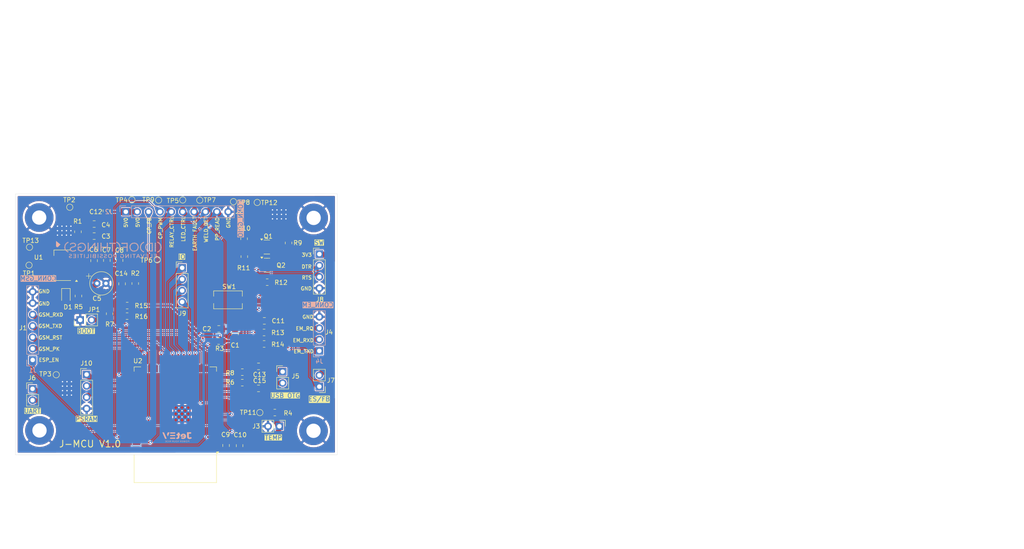
<source format=kicad_pcb>
(kicad_pcb (version 20240108) (generator "pcbnew") (generator_version "8.0")
  (layers (0 "F.Cu" signal) (31 "B.Cu" signal) (34 "B.Paste" user) (35 "F.Paste" user) (36 "B.SilkS" user "B.Silkscreen") (37 "F.SilkS" user "F.Silkscreen") (38 "B.Mask" user) (39 "F.Mask" user) (44 "Edge.Cuts" user))
  (net 0 "")
  (net 1 "VDD_MCU_3V3")
  (net 2 "GND")
  (net 3 "/Controller/ESP_EN")
  (net 4 "VCC_5V0")
  (net 5 "/Controller/ES{slash}FB")
  (net 6 "/Controller/WELD_DET")
  (net 7 "/Controller/ESP_UART0_TX")
  (net 8 "/Controller/RTS")
  (net 9 "/Controller/DTR")
  (net 10 "/Controller/ESP_UART0_RX")
  (net 11 "/Controller/TEMP_PROBE")
  (net 12 "/Controller/MCU_EM_RXD")
  (net 13 "/Controller/MCU_EM_IRQ")
  (net 14 "/Controller/MCU_EM_TXD")
  (net 15 "/Controller/IO45")
  (net 16 "/Controller/RELAY_CTRL")
  (net 17 "/Controller/CP_FB")
  (net 18 "/Controller/LED_CTRL")
  (net 19 "/Controller/EARTH_FAULT_INPUT")
  (net 20 "/Controller/GSM_TXD")
  (net 21 "/Controller/GSM_RST")
  (net 22 "/Controller/GSM_RXD")
  (net 23 "/Controller/GSM_P_K")
  (net 24 "/Controller/BOOTMODE")
  (net 25 "Net-(D1-A)")
  (net 26 "Net-(Q1-B)")
  (net 27 "Net-(Q1-C)")
  (net 28 "Net-(Q2-B)")
  (net 29 "/Controller/PP_READ")
  (net 30 "/Controller/CP_PWM")
  (net 31 "Net-(U1-VI)")
  (net 32 "Net-(U1-VO)")
  (net 33 "Net-(J7-Pin_1)")
  (net 34 "/Controller/GPIO10")
  (net 35 "/Controller/GPIO13")
  (net 37 "/Controller/GPIO11")
  (net 40 "/Controller/GPIO35")
  (net 41 "/Controller/GPIO12")
  (net 42 "/Controller/GPIO36")
  (net 43 "/Controller/GPIO37")
  (net 46 "Net-(Q2-C)")
  (net 47 "/Controller/USB_D-")
  (net 48 "/Controller/USB_D+")
  (net 49 "/Controller/CONN_D-")
  (net 50 "/Controller/CONN_D+")
  (footprint "Resistor_SMD:R_0805_2012Metric" (layer "F.Cu") (at 99.1154 97.842)
    (property "Reference" "R3")
    (property "Value" "10K")
  )
  (footprint "Resistor_SMD:R_0805_2012Metric" (layer "F.Cu") (at 78.6873 92.2776)
    (property "Reference" "R16")
    (property "Value" "10K")
  )
  (footprint "Capacitor_SMD:C_0805_2012Metric" (layer "F.Cu") (at 99.1654 95.142 180)
    (property "Reference" "C2")
    (property "Value" "1uF")
  )
  (footprint "Resistor_SMD:R_0805_2012Metric" (layer "F.Cu") (at 104.4049 107.1532)
    (property "Reference" "R6")
    (property "Value" "0R")
  )
  (footprint "TestPoint:TestPoint_Pad_D1.0mm" (layer "F.Cu") (at 94.916 66.3696)
    (property "Reference" "TP7")
    (property "Value" "TestPoint")
  )
  (footprint "Resistor_SMD:R_0805_2012Metric" (layer "F.Cu") (at 104.4124 104.8032)
    (property "Reference" "R8")
    (property "Value" "0R")
  )
  (footprint "Package_TO_SOT_SMD:SOT-23" (layer "F.Cu") (at 109.9246 80.9045)
    (property "Reference" "Q2")
    (property "Value" "S8050W")
  )
  (footprint "Capacitor_SMD:C_0805_2012Metric" (layer "F.Cu") (at 77.009 79.8316 -90)
    (property "Reference" "C8")
    (property "Value" "0.1uF")
  )
  (footprint "TestPoint:TestPoint_Pad_D1.0mm" (layer "F.Cu") (at 85.4164 79.6792)
    (property "Reference" "TP6")
    (property "Value" "TestPoint")
  )
  (footprint "Package_TO_SOT_SMD:SOT-23" (layer "F.Cu") (at 109.8921 76.842)
    (property "Reference" "Q1")
    (property "Value" "S8050W")
  )
  (footprint "TestPoint:TestPoint_Pad_D1.0mm" (layer "F.Cu") (at 56.7906 80.8984 -90)
    (property "Reference" "TP1")
    (property "Value" "TestPoint")
  )
  (footprint "Resistor_SMD:R_0805_2012Metric" (layer "F.Cu") (at 104.8606 78.9809 -90)
    (property "Reference" "R11")
    (property "Value" "10K")
  )
  (footprint "MountingHole:MountingHole_3.2mm_M3_Pad" (layer "F.Cu") (at 59.1274 117.83)
    (property "Reference" "H3" (hide yes))
    (property "Value" "MountingHole_Pad")
  )
  (footprint "Capacitor_THT:C_Radial_D5.0mm_H11.0mm_P2.00mm" (layer "F.Cu") (at 71.961 84.9624)
    (property "Reference" "C5")
    (property "Value" "100uF")
  )
  (footprint "Capacitor_SMD:C_0805_2012Metric" (layer "F.Cu") (at 108.0424 103.5132 180)
    (property "Reference" "C13")
    (property "Value" "0.1uF")
  )
  (footprint "Resistor_SMD:R_0805_2012Metric" (layer "F.Cu") (at 80.5078 84.994 90)
    (property "Reference" "R2")
    (property "Value" "0R")
  )
  (footprint "Capacitor_SMD:C_0805_2012Metric" (layer "F.Cu") (at 74.1642 79.8316 -90)
    (property "Reference" "C7")
    (property "Value" "0.1uF")
  )
  (footprint "Connector_PinHeader_2.54mm:PinHeader_1x02_P2.54mm_Vertical" (layer "F.Cu") (at 121.6114 108.035 180)
    (property "Reference" "J7")
    (property "Value" "ES/FB")
  )
  (footprint "TestPoint:TestPoint_Pad_D1.0mm" (layer "F.Cu") (at 62.8612 105.384)
    (property "Reference" "TP3")
    (property "Value" "TestPoint")
  )
  (footprint "Resistor_SMD:R_0805_2012Metric" (layer "F.Cu") (at 67.8251 87.7837 -90)
    (property "Reference" "R5")
    (property "Value" "2.2K")
  )
  (footprint "TestPoint:TestPoint_Pad_D1.0mm" (layer "F.Cu") (at 85.7212 66.3696)
    (property "Reference" "TP9")
    (property "Value" "TestPoint")
  )
  (footprint "TestPoint:TestPoint_Pad_D1.0mm" (layer "F.Cu") (at 91.106 66.3188)
    (property "Reference" "TP5")
    (property "Value" "TestPoint")
  )
  (footprint "Resistor_SMD:R_0805_2012Metric" (layer "F.Cu") (at 109.2689 95.9352)
    (property "Reference" "R13")
    (property "Value" "0R")
  )
  (footprint "Resistor_SMD:R_0805_2012Metric" (layer "F.Cu") (at 74.7992 91.7442 90)
    (property "Reference" "R7")
    (property "Value" "10K")
  )
  (footprint "TestPoint:TestPoint_Pad_D1.0mm" (layer "F.Cu") (at 79.7522 66.268)
    (property "Reference" "TP4")
    (property "Value" "TestPoint")
  )
  (footprint "Capacitor_SMD:C_0805_2012Metric" (layer "F.Cu") (at 103.806 121.2336 -90)
    (property "Reference" "C10")
    (property "Value" "22uF")
  )
  (footprint "TestPoint:TestPoint_Pad_D1.0mm" (layer "F.Cu") (at 56.8922 76.8852 180)
    (property "Reference" "TP13")
    (property "Value" "TestPoint")
  )
  (footprint "Capacitor_SMD:C_0805_2012Metric_Pad1.18x1.45mm_HandSolder" (layer "F.Cu") (at 71.3158 79.8934 -90)
    (property "Reference" "C6")
    (property "Value" "1uF")
  )
  (footprint "Capacitor_SMD:C_0805_2012Metric" (layer "F.Cu") (at 71.3346 71.7036 180)
    (property "Reference" "C4")
    (property "Value" "0.1uF")
  )
  (footprint "Resistor_SMD:R_0805_2012Metric" (layer "F.Cu") (at 104.8098 74.9878 -90)
    (property "Reference" "R10")
    (property "Value" "10K")
  )
  (footprint "Button_Switch_SMD:SW_Tactile_SPST_NO_Straight_CK_PTS636Sx25SMTRLFS" (layer "F.Cu") (at 101.2152 88.6454)
    (property "Reference" "SW1")
    (property "Value" "SW_SPST")
  )
  (footprint "TestPoint:TestPoint_Pad_D1.0mm" (layer "F.Cu") (at 102.4382 66.7004)
    (property "Reference" "TP8")
    (property "Value" "TestPoint")
  )
  (footprint "MountingHole:MountingHole_3.2mm_M3_Pad" (layer "F.Cu") (at 59.0554 70.252)
    (property "Reference" "H1" (hide yes))
    (property "Value" "MountingHole_Pad")
  )
  (footprint "Connector_PinHeader_2.54mm:PinHeader_1x02_P2.54mm_Vertical" (layer "F.Cu") (at 57.578 108.5286)
    (property "Reference" "J6")
    (property "Value" "UART")
  )
  (footprint "Connector_PinHeader_2.54mm:PinHeader_1x04_P2.54mm_Vertical" (layer "F.Cu") (at 90.9854 81.492)
    (property "Reference" "J9")
    (property "Value" "IO")
  )
  (footprint "Capacitor_SMD:C_0805_2012Metric" (layer "F.Cu") (at 109.333 93.3444 180)
    (property "Reference" "C11")
    (property "Value" "0.1uF")
  )
  (footprint "Capacitor_SMD:C_0805_2012Metric" (layer "F.Cu") (at 74.0626 68.7572 -90)
    (property "Reference" "C12")
    (property "Value" "0.1uF")
  )
  (footprint "Connector_PinHeader_2.54mm:PinHeader_1x04_P2.54mm_Vertical" (layer "F.Cu") (at 121.6214 78.42)
    (property "Reference" "J8")
    (property "Value" "SW")
  )
  (footprint "MountingHole:MountingHole_3.2mm_M3_Pad" (layer "F.Cu") (at 120.3414 70.332)
    (property "Reference" "H4" (hide yes))
    (property "Value" "MountingHole_Pad")
  )
  (footprint "Resistor_SMD:R_0805_2012Metric" (layer "F.Cu") (at 109.966 84.6906)
    (property "Reference" "R12")
    (property "Value" "0R")
  )
  (footprint "Capacitor_SMD:C_0805_2012Metric" (layer "F.Cu") (at 71.3346 74.396 180)
    (property "Reference" "C3")
    (property "Value" "10uF")
  )
  (footprint "Connector_PinHeader_2.54mm:PinHeader_1x02_P2.54mm_Vertical" (layer "F.Cu") (at 113.4224 104.6982)
    (property "Reference" "J5")
    (property "Value" "USB OTG")
  )
  (footprint "Connector_PinHeader_2.54mm:PinHeader_1x02_P2.54mm_Vertical" (layer "F.Cu") (at 112.6904 116.892 -90)
    (property "Reference" "J3")
    (property "Value" "TEMP")
  )
  (footprint "Resistor_SMD:R_0805_2012Metric" (layer "F.Cu") (at 67.7126 73.4308 -90)
    (property "Reference" "R1")
    (property "Value" "0R")
  )
  (footprint "LED_SMD:LED_0805_2012Metric" (layer "F.Cu") (at 65.0251 87.7937 -90)
    (property "Reference" "D1")
    (property "Value" "LED")
  )
  (footprint "Capacitor_SMD:C_0805_2012Metric" (layer "F.Cu") (at 100.7854 121.192 -90)
    (property "Reference" "C9")
    (property "Value" "0.1uF")
  )
  (footprint "RF_Module:ESP32-S3-WROOM-1" (layer "F.Cu") (at 89.4554 116.582 180)
    (property "Reference" "U2")
    (property "Value" "ESP32-S3-WROOM-1")
  )
  (footprint "Connector_PinHeader_2.54mm:PinHeader_1x04_P2.54mm_Vertical" (layer "F.Cu") (at 69.643 105.3332)
    (property "Reference" "J10")
    (property "Value" "PSRAM")
  )
  (footprint "Resistor_SMD:R_0805_2012Metric" (layer "F.Cu") (at 114.7412 75.9276 -90)
    (property "Reference" "R9")
    (property "Value" "0R")
  )
  (footprint "Resistor_SMD:R_0805_2012Metric" (layer "F.Cu") (at 78.7073 89.9276 180)
    (property "Reference" "R15")
    (property "Value" "10K")
  )
  (footprint "MountingHole:MountingHole_3.2mm_M3_Pad" (layer "F.Cu") (at 120.3154 117.912)
    (property "Reference" "H2" (hide yes))
    (property "Value" "MountingHole_Pad")
  )
  (footprint "Resistor_SMD:R_0805_2012Metric" (layer "F.Cu") (at 109.2834 98.502 180)
    (property "Reference" "R14")
    (property "Value" "10K")
  )
  (footprint "TestPoint:TestPoint_Pad_D1.0mm" (layer "F.Cu") (at 108.3272 113.8422)
    (property "Reference" "TP11")
    (property "Value" "TestPoint")
  )
  (footprint "Capacitor_SMD:C_0805_2012Metric" (layer "F.Cu") (at 108.0324 108.4332 180)
    (property "Reference" "C15")
    (property "Value" "0.1uF")
  )
  (footprint "TestPoint:TestPoint_Pad_D1.0mm" (layer "F.Cu") (at 65.8838 67.9444)
    (property "Reference" "TP2")
    (property "Value" "TestPoint")
  )
  (footprint "Resistor_SMD:R_0805_2012Metric" (layer "F.Cu") (at 111.6754 113.832)
    (property "Reference" "R4")
    (property "Value" "10K")
  )
  (footprint "TestPoint:TestPoint_Pad_D1.0mm" (layer "F.Cu") (at 107.743 66.8776)
    (property "Reference" "TP12")
    (property "Value" "TestPoint")
  )
  (footprint "Capacitor_SMD:C_0805_2012Metric" (layer "F.Cu") (at 102.79 96.2146 -90)
    (property "Reference" "C1")
    (property "Value" "1uF")
  )
  (footprint "Capacitor_SMD:C_0805_2012Metric" (layer "F.Cu") (at 77.5678 85.064 -90)
    (property "Reference" "C14")
    (property "Value" "0.1uF")
  )
  (footprint "Connector_PinHeader_2.54mm:PinHeader_1x02_P2.54mm_Vertical" (layer "F.Cu") (at 68.2156 93.1412 90)
    (property "Reference" "JP1")
    (property "Value" "CONN_2P")
  )
  (footprint "Package_TO_SOT_SMD:SOT-223-3_TabPin2" (layer "F.Cu") (at 64.2578 80.9124 180)
    (property "Reference" "U1")
    (property "Value" "AMS1117-3.3" (hide yes))
  )
  (footprint "Connector_PinHeader_2.54mm:PinHeader_1x10_P2.54mm_Vertical" (layer "B.Cu") (at 78.4054 68.962 -90)
    (property "Reference" "J2")
    (property "Value" "CONN_GPIO")
  )
  (footprint "Connector_PinHeader_2.54mm:PinHeader_1x04_P2.54mm_Vertical" (layer "B.Cu") (at 121.6114 100.05)
    (property "Reference" "J4")
    (property "Value" "CONN_EM")
  )
  (footprint "Connector_PinHeader_2.54mm:PinHeader_1x07_P2.54mm_Vertical" (layer "B.Cu") (at 57.6034 102.082)
    (property "Reference" "J1")
    (property "Value" "CONN_GSM")
  )
  (gr_poly (pts (xy 70.391331 77.21566) (xy 70.38663 77.215934) (xy 70.381922 77.216421) (xy 70.3772 77.217122) (xy 70.372454 77.218036) (xy 70.367679 77.219165) (xy 70.362867 77.220509) (xy 70.35801 77.222068) (xy 70.347265 77.226093) (xy 70.337067 77.230769) (xy 70.327438 77.236068) (xy 70.318397 77.241966) (xy 70.309964 77.248435) (xy 70.30216 77.255448) (xy 70.295005 77.262979) (xy 70.288517 77.271002) (xy 70.282718 77.27949) (xy 70.277627 77.288417) (xy 70.273265 77.297756) (xy 70.269651 77.30748) (xy 70.266805 77.317563) (xy 70.264748 77.327979) (xy 70.263498 77.338701) (xy 70.263078 77.349702) (xy 70.263191 77.354903) (xy 70.263529 77.360082) (xy 70.264087 77.365234) (xy 70.264859 77.370353) (xy 70.265842 77.375432) (xy 70.267031 77.380465) (xy 70.268421 77.385445) (xy 70.270008 77.390367) (xy 70.271787 77.395225) (xy 70.273753 77.400011) (xy 70.275903 77.404721) (xy 70.27823 77.409347) (xy 70.280731 77.413884) (xy 70.283402 77.418325) (xy 70.286237 77.422664) (xy 70.289232 77.426895) (xy 70.292382 77.431011) (xy 70.295683 77.435007) (xy 70.29913 77.438876) (xy 70.302718 77.442612) (xy 70.306444 77.446208) (xy 70.310302 77.449659) (xy 70.314288 77.452959) (xy 70.318397 77.4561) (xy 70.322625 77.459077) (xy 70.326966 77.461884) (xy 70.331417 77.464514) (xy 70.335973 77.466961) (xy 70.340629 77.46922) (xy 70.345381 77.471283) (xy 70.350224 77.473144) (xy 70.355153 77.474798) (xy 70.360054 77.476182) (xy 70.365208 77.477359) (xy 70.370575 77.478329) (xy 70.376118 77.479094) (xy 70.381799 77.479654) (xy 70.387579 77.480011) (xy 70.393421 77.480164) (xy 70.399286 77.480116) (xy 70.405136 77.479867) (xy 70.410933 77.479418) (xy 70.416638 77.478769) (xy 70.422215 77.477923) (xy 70.427624 77.47688) (xy 70.432828 77.47564) (xy 70.437788 77.474205) (xy 70.442466 77.472575) (xy 70.446689 77.470721) (xy 70.451117 77.468399) (xy 70.455709 77.465645) (xy 70.460424 77.462499) (xy 70.46522 77.458998) (xy 70.470058 77.455179) (xy 70.474895 77.45108) (xy 70.479692 77.446738) (xy 70.484407 77.442192) (xy 70.488999 77.437479) (xy 70.493427 77.432637) (xy 70.49765 77.427703) (xy 70.501628 77.422715) (xy 70.50532 77.417711) (xy 70.508684 77.412729) (xy 70.51168 77.407805) (xy 70.513323 77.404786) (xy 70.514913 77.401465) (xy 70.516442 77.397876) (xy 70.517901 77.394053) (xy 70.519282 77.390029) (xy 70.520576 77.385838) (xy 70.521776 77.381513) (xy 70.522872 77.377087) (xy 70.523857 77.372594) (xy 70.524721 77.368068) (xy 70.525458 77.363542) (xy 70.526057 77.359049) (xy 70.526512 77.354623) (xy 70.526813 77.350298) (xy 70.526952 77.346107) (xy 70.526921 77.342083) (xy 70.52661 77.336075) (xy 70.525926 77.329977) (xy 70.524881 77.323819) (xy 70.523487 77.31763) (xy 70.521759 77.311439) (xy 70.51971 77.305276) (xy 70.517351 77.299169) (xy 70.514696 77.293148) (xy 70.511759 77.287242) (xy 70.508552 77.281482) (xy 70.505088 77.275895) (xy 70.501381 77.270511) (xy 70.497443 77.26536) (xy 70.493287 77.260471) (xy 70.488926 77.255873) (xy 70.484374 77.251595) (xy 70.477961 77.245952) (xy 70.475058 77.243506) (xy 70.4723 77.241276) (xy 70.469641 77.239241) (xy 70.46704 77.237375) (xy 70.464452 77.235654) (xy 70.461832 77.234053) (xy 70.459139 77.23255) (xy 70.456327 77.231119) (xy 70.453354 77.229736) (xy 70.450174 77.228378) (xy 70.446746 77.22702) (xy 70.443025 77.225637) (xy 70.434528 77.222703) (xy 70.42956 77.221081) (xy 70.424651 77.219667) (xy 70.419794 77.218463) (xy 70.414982 77.217469) (xy 70.410207 77.216685) (xy 70.405462 77.216111) (xy 70.400739 77.215749) (xy 70.396031 77.215599)) (stroke (width -0.000001)) (fill solid) (layer "B.SilkS"))
  (gr_poly (pts (xy 88.341776 120.087884) (xy 88.330669 120.088209) (xy 88.320265 120.088767) (xy 88.310522 120.08957) (xy 88.3014 120.090631) (xy 88.292856 120.091964) (xy 88.28485 120.093581) (xy 88.277339 120.095495) (xy 88.270284 120.097719) (xy 88.263642 120.100267) (xy 88.257372 120.10315) (xy 88.251432 120.106382) (xy 88.245782 120.109975) (xy 88.24038 120.113944) (xy 88.235185 120.1183) (xy 88.230155 120.123056) (xy 88.222404 120.131148) (xy 88.215683 120.138928) (xy 88.212708 120.142719) (xy 88.20999 120.146454) (xy 88.207529 120.150141) (xy 88.205323 120.153786) (xy 88.203374 120.157398) (xy 88.20168 120.160984) (xy 88.200241 120.164552) (xy 88.199057 120.168108) (xy 88.198127 120.17166) (xy 88.197452 120.175215) (xy 88.19703 120.178782) (xy 88.196862 120.182367) (xy 88.196947 120.185978) (xy 88.197285 120.189622) (xy 88.197876 120.193306) (xy 88.198719 120.197039) (xy 88.199814 120.200828) (xy 88.20116 120.204679) (xy 88.202758 120.208601) (xy 88.204607 120.212601) (xy 88.206706 120.216686) (xy 88.209055 120.220864) (xy 88.214504 120.229527) (xy 88.220951 120.23865) (xy 88.228391 120.248292) (xy 88.233374 120.254628) (xy 88.237745 120.260453) (xy 88.241511 120.265834) (xy 88.24468 120.270837) (xy 88.246043 120.273218) (xy 88.24726 120.27553) (xy 88.248331 120.277781) (xy 88.249258 120.27998) (xy 88.250042 120.282135) (xy 88.250683 120.284254) (xy 88.251183 120.286347) (xy 88.251543 120.28842) (xy 88.251762 120.290484) (xy 88.251844 120.292545) (xy 88.251787 120.294613) (xy 88.251594 120.296696) (xy 88.251266 120.298801) (xy 88.250802 120.300939) (xy 88.250205 120.303117) (xy 88.249475 120.305343) (xy 88.248614 120.307626) (xy 88.247621 120.309974) (xy 88.245248 120.314899) (xy 88.242363 120.320187) (xy 88.238975 120.325903) (xy 88.236621 120.329801) (xy 88.234203 120.334185) (xy 88.229246 120.344203) (xy 88.224247 120.355545) (xy 88.219351 120.367795) (xy 88.214704 120.380542) (xy 88.210449 120.393372) (xy 88.206732 120.405871) (xy 88.203697 120.417625) (xy 88.202189 120.425546) (xy 88.200975 120.432787) (xy 88.200481 120.43616) (xy 88.200062 120.439372) (xy 88.199719 120.442426) (xy 88.199453 120.445324) (xy 88.199264 120.44807) (xy 88.199154 120.450666) (xy 88.199122 120.453115) (xy 88.19917 120.455421) (xy 88.199298 120.457586) (xy 88.199507 120.459614) (xy 88.199797 120.461506) (xy 88.200169 120.463266) (xy 88.200624 120.464897) (xy 88.201162 120.466401) (xy 88.201784 120.467783) (xy 88.202491 120.469043) (xy 88.203283 120.470187) (xy 88.204161 120.471215) (xy 88.205125 120.472132) (xy 88.206177 120.47294) (xy 88.207317 120.473642) (xy 88.208545 120.474241) (xy 88.209862 120.47474) (xy 88.211269 120.475141) (xy 88.212767 120.475448) (xy 88.214355 120.475664) (xy 88.216035 120.475792) (xy 88.217808 120.475834) (xy 88.219301 120.475746) (xy 88.220803 120.475485) (xy 88.222313 120.475053) (xy 88.22383 120.474452) (xy 88.226877 120.472752) (xy 88.229935 120.470404) (xy 88.232992 120.467425) (xy 88.236039 120.463834) (xy 88.239066 120.459649) (xy 88.242061 120.454888) (xy 88.245015 120.449568) (xy 88.247918 120.443708) (xy 88.250758 120.437327) (xy 88.253527 120.430441) (xy 88.256212 120.42307) (xy 88.258804 120.415231) (xy 88.261294 120.406943) (xy 88.263669 120.398223) (xy 88.266338 120.388027) (xy 88.269064 120.378589) (xy 88.271862 120.369879) (xy 88.274748 120.36187) (xy 88.277738 120.354532) (xy 88.279276 120.351106) (xy 88.280846 120.347838) (xy 88.28245 120.344723) (xy 88.284089 120.341759) (xy 88.285765 120.338941) (xy 88.287481 120.336266) (xy 88.289239 120.333731) (xy 88.291039 120.331331) (xy 88.292885 120.329064) (xy 88.294778 120.326926) (xy 88.29672 120.324914) (xy 88.298713 120.323023) (xy 88.300759 120.32125) (xy 88.30286 120.319592) (xy 88.305018 120.318045) (xy 88.307235 120.316605) (xy 88.309512 120.31527) (xy 88.311852 120.314035) (xy 88.314257 120.312897) (xy 88.316728 120.311852) (xy 88.319267 120.310897) (xy 88.321877 120.310028) (xy 88.333385 120.307276) (xy 88.343495 120.305043) (xy 88.352298 120.303435) (xy 88.359884 120.302559) (xy 88.363248 120.302428) (xy 88.366343 120.30252) (xy 88.369178 120.302847) (xy 88.371766 120.303424) (xy 88.374117 120.304263) (xy 88.376243 120.305377) (xy 88.378155 120.30678) (xy 88.379865 120.308485) (xy 88.381384 120.310505) (xy 88.382722 120.312853) (xy 88.383893 120.315544) (xy 88.384905 120.318589) (xy 88.385772 120.322003) (xy 88.386504 120.325798) (xy 88.38761 120.334585) (xy 88.388312 120.345057) (xy 88.388702 120.357319) (xy 88.388905 120.387639) (xy 88.388989 120.399675) (xy 88.389246 120.410673) (xy 88.389442 120.415794) (xy 88.389684 120.420668) (xy 88.389973 120.425301) (xy 88.390311 120.429697) (xy 88.390697 120.43386) (xy 88.391134 120.437795) (xy 88.391621 120.441507) (xy 88.392161 120.445) (xy 88.392753 120.448278) (xy 88.3934 120.451347) (xy 88.394101 120.45421) (xy 88.394858 120.456872) (xy 88.395672 120.459338) (xy 88.396544 120.461611) (xy 88.397475 120.463698) (xy 88.398465 120.465602) (xy 88.399516 120.467327) (xy 88.400629 120.468879) (xy 88.401805 120.470261) (xy 88.403044 120.471479) (xy 88.404348 120.472537) (xy 88.405717 120.473438) (xy 88.407153 120.474189) (xy 88.408656 120.474793) (xy 88.410228 120.475255) (xy 88.411869 120.47558) (xy 88.413581 120.475771) (xy 88.415364 120.475834) (xy 88.419149 120.475418) (xy 88.422578 120.47408) (xy 88.425665 120.471683) (xy 88.428427 120.468089) (xy 88.430879 120.463162) (xy 88.433037 120.456765) (xy 88.434915 120.448761) (xy 88.43653 120.439012) (xy 88.437897 120.427383) (xy 88.439031 120.413736) (xy 88.440664 120.37984) (xy 88.441553 120.336228) (xy 88.441822 120.281806) (xy 88.441822 120.193611) (xy 88.388905 120.193611) (xy 88.388872 120.20605) (xy 88.388726 120.216966) (xy 88.388394 120.226451) (xy 88.387803 120.234594) (xy 88.387388 120.238192) (xy 88.386881 120.241487) (xy 88.386274 120.244493) (xy 88.385557 120.247221) (xy 88.38472 120.24968) (xy 88.383756 120.251884) (xy 88.382656 120.253843) (xy 88.381409 120.255568) (xy 88.380007 120.257071) (xy 88.378441 120.258363) (xy 88.376702 120.259456) (xy 88.37478 120.26036) (xy 88.372668 120.261087) (xy 88.370355 120.261649) (xy 88.367833 120.262056) (xy 88.365093 120.26232) (xy 88.362125 120.262453) (xy 88.358921 120.262465) (xy 88.351767 120.262172) (xy 88.343559 120.261534) (xy 88.334225 120.260639) (xy 88.327874 120.259865) (xy 88.321726 120.258871) (xy 88.315785 120.257664) (xy 88.310057 120.25625) (xy 88.304548 120.254638) (xy 88.299262 120.252834) (xy 88.294205 120.250845) (xy 88.289383 120.248678) (xy 88.284802 120.246341) (xy 88.280466 120.24384) (xy 88.276382 120.241183) (xy 88.272554 120.238377) (xy 88.268989 120.235429) (xy 88.265691 120.232346) (xy 88.262667 120.229135) (xy 88.259921 120.225803) (xy 88.257459 120.222357) (xy 88.255288 120.218805) (xy 88.253411 120.215153) (xy 88.251835 120.211409) (xy 88.250566 120.20758) (xy 88.249608 120.203672) (xy 88.248967 120.199694) (xy 88.248649 120.195651) (xy 88.248659 120.191552) (xy 88.249002 120.187403) (xy 88.249685 120.183211) (xy 88.250712 120.178984) (xy 88.25209 120.174728) (xy 88.253823 120.170451) (xy 88.255917 120.16616) (xy 88.258378 120.161862) (xy 88.260625 120.158888) (xy 88.263373 120.155933) (xy 88.266586 120.153013) (xy 88.270229 120.150148) (xy 88.274264 120.147356) (xy 88.278655 120.144653) (xy 88.283367 120.14206) (xy 88.288363 120.139593) (xy 88.293608 120.13727) (xy 88.299064 120.13511) (xy 88.304696 120.133132) (xy 88.310467 120.131352) (xy 88.316342 120.129789) (xy 88.322284 120.128461) (xy 88.328257 120.127387) (xy 88.334225 120.126584) (xy 88.343559 120.125689) (xy 88.351767 120.125051) (xy 88.358921 120.124758) (xy 88.365093 120.124903) (xy 88.367833 120.125167) (xy 88.370355 120.125574) (xy 88.372668 120.126135) (xy 88.37478 120.126863) (xy 88.376702 120.127767) (xy 88.378441 120.12886) (xy 88.380007 120.130152) (xy 88.381409 120.131655) (xy 88.382656 120.13338) (xy 88.383756 120.135339) (xy 88.38472 120.137543) (xy 88.385557 120.140002) (xy 88.386274 120.14273) (xy 88.386881 120.145735) (xy 88.387803 120.152629) (xy 88.388394 120.160772) (xy 88.388726 120.170257) (xy 88.388905 120.193611) (xy 88.441822 120.193611) (xy 88.441822 120.087778) (xy 88.353628 120.087778)) (stroke (width -0.000001)) (fill solid) (layer "B.SilkS"))
  (gr_poly (pts (xy 91.231343 118.559341) (xy 91.19878 118.560251) (xy 91.155519 118.563287) (xy 91.134437 118.56559) (xy 91.113724 118.568415) (xy 91.093381 118.57176) (xy 91.073412 118.575622) (xy 91.053817 118.579999) (xy 91.034601 118.58489) (xy 91.015764 118.590292) (xy 90.997309 118.596204) (xy 90.979238 118.602624) (xy 90.961554 118.60955) (xy 90.944259 118.616979) (xy 90.927355 118.624911) (xy 90.910845 118.633342) (xy 90.89473 118.642271) (xy 90.879013 118.651697) (xy 90.863696 118.661616) (xy 90.848781 118.672028) (xy 90.834272 118.68293) (xy 90.820169 118.694321) (xy 90.806475 118.706198) (xy 90.793193 118.718559) (xy 90.780325 118.731403) (xy 90.767873 118.744727) (xy 90.755838 118.75853) (xy 90.744225 118.77281) (xy 90.733034 118.787565) (xy 90.722268 118.802792) (xy 90.71193 118.818491) (xy 90.702021 118.834658) (xy 90.692544 118.851292) (xy 90.683108 118.870175) (xy 90.674026 118.890897) (xy 90.665363 118.913149) (xy 90.657183 118.93662) (xy 90.649551 118.961001) (xy 90.642531 118.985982) (xy 90.636189 119.011251) (xy 90.630587 119.0365) (xy 90.625792 119.061419) (xy 90.621868 119.085696) (xy 90.618879 119.109023) (xy 90.61689 119.131089) (xy 90.615965 119.151584) (xy 90.61617 119.170198) (xy 90.617568 119.18662) (xy 90.620225 119.200542) (xy 90.629044 119.241112) (xy 91.034738 119.241112) (xy 91.125692 119.241435) (xy 91.206414 119.242379) (xy 91.276429 119.243902) (xy 91.335261 119.245962) (xy 91.382435 119.248519) (xy 91.401501 119.24997) (xy 91.417475 119.25153) (xy 91.430296 119.253193) (xy 91.439906 119.254954) (xy 91.446244 119.256808) (xy 91.448168 119.257769) (xy 91.449252 119.25875) (xy 91.450658 119.261939) (xy 91.451262 119.265533) (xy 91.451096 119.269503) (xy 91.450196 119.273819) (xy 91.448596 119.278454) (xy 91.44633 119.283377) (xy 91.439937 119.293973) (xy 91.43129 119.305375) (xy 91.420665 119.317351) (xy 91.408334 119.329669) (xy 91.394572 119.342094) (xy 91.379652 119.354396) (xy 91.363848 119.366341) (xy 91.347435 119.377697) (xy 91.330686 119.388231) (xy 91.313875 119.397711) (xy 91.297275 119.405904) (xy 91.281162 119.412578) (xy 91.265808 119.417501) (xy 91.248434 119.421658) (xy 91.230747 119.42488) (xy 91.212807 119.427182) (xy 91.194673 119.42858) (xy 91.176405 119.429089) (xy 91.158062 119.428725) (xy 91.139704 119.427502) (xy 91.121389 119.425438) (xy 91.103178 119.422547) (xy 91.08513 119.418844) (xy 91.067304 119.414346) (xy 91.049759 119.409067) (xy 91.032555 119.403023) (xy 91.015752 119.39623) (xy 90.999409 119.388704) (xy 90.983585 119.380459) (xy 90.970263 119.373133) (xy 90.957954 119.367078) (xy 90.952121 119.36455) (xy 90.946471 119.362367) (xy 90.940982 119.360538) (xy 90.93563 119.359072) (xy 90.930391 119.357978) (xy 90.925243 119.357265) (xy 90.920162 119.356942) (xy 90.915125 119.357018) (xy 90.910108 119.357503) (xy 90.905089 119.358405) (xy 90.900044 119.359733) (xy 90.89495 119.361497) (xy 90.889784 119.363705) (xy 90.884522 119.366367) (xy 90.879141 119.369491) (xy 90.873618 119.373086) (xy 90.86793 119.377163) (xy 90.862053 119.381728) (xy 90.84964 119.392365) (xy 90.836194 119.405069) (xy 90.821528 119.419912) (xy 90.805457 119.436967) (xy 90.787794 119.456306) (xy 90.771128 119.475135) (xy 90.756912 119.49209) (xy 90.745238 119.507408) (xy 90.740384 119.514525) (xy 90.7362 119.521322) (xy 90.732698 119.527826) (xy 90.72989 119.534068) (xy 90.727788 119.540077) (xy 90.726402 119.545882) (xy 90.725745 119.551512) (xy 90.725829 119.556998) (xy 90.726664 119.562368) (xy 90.728263 119.567651) (xy 90.730637 119.572878) (xy 90.733797 119.578078) (xy 90.737756 119.583279) (xy 90.742525 119.588512) (xy 90.748116 119.593805) (xy 90.75454 119.599188) (xy 90.761809 119.604691) (xy 90.769935 119.610343) (xy 90.788802 119.622211) (xy 90.811234 119.635027) (xy 90.837326 119.649027) (xy 90.867169 119.664445) (xy 90.905444 119.68381) (xy 90.922088 119.691757) (xy 90.937559 119.698648) (xy 90.952224 119.704557) (xy 90.96645 119.709558) (xy 90.980603 119.713728) (xy 90.995051 119.717141) (xy 91.01016 119.719872) (xy 91.026298 119.721995) (xy 91.043831 119.723586) (xy 91.063126 119.72472) (xy 91.08455 119.725472) (xy 91.10847 119.725916) (xy 91.165266 119.726181) (xy 91.208419 119.725685) (xy 91.249216 119.724197) (xy 91.287615 119.721716) (xy 91.323575 119.718243) (xy 91.340628 119.716135) (xy 91.357055 119.713779) (xy 91.372851 119.711174) (xy 91.388012 119.708322) (xy 91.402532 119.705221) (xy 91.416407 119.701872) (xy 91.42963 119.698276) (xy 91.442197 119.694431) (xy 91.48363 119.680326) (xy 91.523218 119.663863) (xy 91.560895 119.64512) (xy 91.596592 119.624179) (xy 91.630243 119.601119) (xy 91.66178 119.57602) (xy 91.691137 119.548962) (xy 91.718245 119.520027) (xy 91.743039 119.489292) (xy 91.76545 119.45684) (xy 91.785412 119.42275) (xy 91.802857 119.387101) (xy 91.817718 119.349974) (xy 91.829928 119.31145) (xy 91.839421 119.271608) (xy 91.846127 119.230528) (xy 91.849343 119.200652) (xy 91.851392 119.171225) (xy 91.852285 119.142264) (xy 91.852032 119.113784) (xy 91.850645 119.085802) (xy 91.848135 119.058333) (xy 91.844512 119.031393) (xy 91.839788 119.004999) (xy 91.83763 118.995411) (xy 91.45335 118.995411) (xy 91.453332 118.998525) (xy 91.45278 119.001223) (xy 91.451212 119.003496) (xy 91.447847 119.005684) (xy 91.442703 119.007784) (xy 91.435803 119.009794) (xy 91.416813 119.013532) (xy 91.391044 119.016877) (xy 91.35866 119.019809) (xy 91.319827 119.022307) (xy 91.27471 119.02435) (xy 91.223475 119.025917) (xy 91.178339 119.026723) (xy 91.138718 119.027075) (xy 91.10442 119.026847) (xy 91.075253 119.025917) (xy 91.062534 119.02515) (xy 91.051026 119.02416) (xy 91.040705 119.022933) (xy 91.031548 119.021452) (xy 91.023531 119.019703) (xy 91.016628 119.01767) (xy 91.010818 119.015336) (xy 91.006075 119.012688) (xy 91.002376 119.009709) (xy 91.000911 119.00809) (xy 90.999697 119.006383) (xy 90.998733 119.004586) (xy 90.998015 119.002696) (xy 90.997539 119.000712) (xy 90.997304 118.998632) (xy 90.997542 118.994175) (xy 90.998704 118.98931) (xy 91.000766 118.98402) (xy 91.003705 118.978292) (xy 91.007497 118.972109) (xy 91.012117 118.965456) (xy 91.017542 118.958317) (xy 91.023749 118.950676) (xy 91.038408 118.93383) (xy 91.055905 118.914792) (xy 91.064603 118.905357) (xy 91.072903 118.896857) (xy 91.080903 118.889236) (xy 91.088702 118.882436) (xy 91.096398 118.876401) (xy 91.104088 118.871074) (xy 91.111871 118.866398) (xy 91.119846 118.862317) (xy 91.12811 118.858772) (xy 91.136761 118.855709) (xy 91.145899 118.853069) (xy 91.15562 118.850796) (xy 91.166023 118.848833) (xy 91.177207 118.847124) (xy 91.189269 118.84561) (xy 91.202308 118.844237) (xy 91.21133 118.843347) (xy 91.220494 118.842659) (xy 91.229736 118.842167) (xy 91.238991 118.841866) (xy 91.248194 118.841752) (xy 91.257281 118.841818) (xy 91.266187 118.84206) (xy 91.274848 118.842473) (xy 91.283198 118.843051) (xy 91.291174 118.843789) (xy 91.298711 118.844682) (xy 91.305743 118.845725) (xy 91.312208 118.846913) (xy 91.318039 118.84824) (xy 91.323172 118.849701) (xy 91.327544 118.851292) (xy 91.332118 118.85351) (xy 91.336896 118.856174) (xy 91.34696 118.862727) (xy 91.357542 118.870721) (xy 91.368444 118.879928) (xy 91.37947 118.890116) (xy 91.390424 118.901057) (xy 91.401109 118.912519) (xy 91.411329 118.924273) (xy 91.420887 118.936089) (xy 91.429588 118.947738) (xy 91.437234 118.958988) (xy 91.44363 118.969611) (xy 91.448579 118.979375) (xy 91.450449 118.983864) (xy 91.451884 118.988052) (xy 91.452859 118.991911) (xy 91.45335 118.995411) (xy 91.83763 118.995411) (xy 91.833974 118.979164) (xy 91.82708 118.953906) (xy 91.819118 118.929241) (xy 91.810098 118.905184) (xy 91.800032 118.88175) (xy 91.788931 118.858957) (xy 91.776805 118.836819) (xy 91.763665 118.815353) (xy 91.749523 118.794574) (xy 91.73439 118.774498) (xy 91.718276 118.755141) (xy 91.701192 118.736519) (xy 91.68315 118.718647) (xy 91.66416 118.701542) (xy 91.644233 118.685219) (xy 91.623381 118.669694) (xy 91.601614 118.654983) (xy 91.578944 118.641102) (xy 91.55538 118.628066) (xy 91.530935 118.615892) (xy 91.50562 118.604595) (xy 91.479444 118.594191) (xy 91.45242 118.584696) (xy 91.424558 118.576125) (xy 91.415123 118.573583) (xy 91.404728 118.571247) (xy 91.381343 118.567196) (xy 91.354981 118.563971) (xy 91.326221 118.561573) (xy 91.295642 118.560002) (xy 91.263823 118.559258)) (stroke (width -0.000001)) (fill solid) (layer "B.SilkS"))
  (gr_poly (pts (xy 78.414515 76.739139) (xy 78.408341 76.740132) (xy 78.399905 76.741885) (xy 78.390204 76.744151) (xy 78.380235 76.746685) (xy 78.370995 76.749241) (xy 78.363482 76.751574) (xy 78.360684 76.75258) (xy 78.358692 76.753438) (xy 78.351025 76.757775) (xy 78.34364 76.762778) (xy 78.336567 76.768396) (xy 78.329834 76.774581) (xy 78.323472 76.781283) (xy 78.31751 76.788453) (xy 78.311976 76.796042) (xy 78.3069 76.803999) (xy 78.302312 76.812277) (xy 78.29824 76.820826) (xy 78.294715 76.829596) (xy 78.291764 76.838538) (xy 78.289419 76.847602) (xy 78.287707 76.85674) (xy 78.286658 76.865903) (xy 78.286302 76.87504) (xy 78.286552 76.882621) (xy 78.28729 76.890218) (xy 78.288498 76.897797) (xy 78.290157 76.905322) (xy 78.29225 76.912757) (xy 78.294758 76.920068) (xy 78.297663 76.927219) (xy 78.300947 76.934175) (xy 78.304592 76.940899) (xy 78.30858 76.947358) (xy 78.312892 76.953516) (xy 78.317511 76.959336) (xy 78.322419 76.964785) (xy 78.327596 76.969826) (xy 78.330281 76.972183) (xy 78.333026 76.974425) (xy 78.33583 76.976547) (xy 78.33869 76.978545) (xy 78.345024 76.982587) (xy 78.351297 76.986259) (xy 78.357521 76.989568) (xy 78.363708 76.992515) (xy 78.36987 76.995105) (xy 78.376021 76.997342) (xy 78.382173 76.999229) (xy 78.388339 77.00077) (xy 78.39453 77.001969) (xy 78.40076 77.002829) (xy 78.407042 77.003354) (xy 78.413387 77.003548) (xy 78.419808 77.003415) (xy 78.426318 77.002958) (xy 78.43293 77.002181) (xy 78.439655 77.001088) (xy 78.446008 76.999704) (xy 78.452207 76.998059) (xy 78.458246 76.996157) (xy 78.464123 76.994004) (xy 78.469832 76.991606) (xy 78.47537 76.988968) (xy 78.480733 76.986096) (xy 78.485915 76.982995) (xy 78.490915 76.979672) (xy 78.495726 76.976131) (xy 78.500346 76.97238) (xy 78.504769 76.968422) (xy 78.508992 76.964264) (xy 78.513011 76.959911) (xy 78.516821 76.95537) (xy 78.520419 76.950645) (xy 78.5238 76.945742) (xy 78.52696 76.940668) (xy 78.529895 76.935427) (xy 78.532601 76.930025) (xy 78.535074 76.924469) (xy 78.537309 76.918762) (xy 78.539303 76.912912) (xy 78.541051 76.906924) (xy 78.54255 76.900803) (xy 78.543794 76.894556) (xy 78.544781 76.888187) (xy 78.545505 76.881702) (xy 78.545964 76.875108) (xy 78.546152 76.868409) (xy 78.546065 76.861611) (xy 78.5457 76.85472) (xy 78.545221 76.849792) (xy 78.544502 76.844895) (xy 78.543549 76.840034) (xy 78.542369 76.835217) (xy 78.540966 76.830449) (xy 78.539348 76.825737) (xy 78.537518 76.821087) (xy 78.535485 76.816506) (xy 78.533253 76.812) (xy 78.530828 76.807575) (xy 78.528216 76.803237) (xy 78.525423 76.798993) (xy 78.519319 76.790813) (xy 78.51256 76.783084) (xy 78.505196 76.775858) (xy 78.497271 76.769184) (xy 78.488834 76.763114) (xy 78.484438 76.760322) (xy 78.479932 76.757699) (xy 78.475321 76.755253) (xy 78.470611 76.752989) (xy 78.465808 76.750914) (xy 78.460919 76.749034) (xy 78.455948 76.747356) (xy 78.450901 76.745886) (xy 78.445786 76.74463) (xy 78.440606 76.743595) (xy 78.436069 76.742766) (xy 78.431806 76.741963) (xy 78.424494 76.740539) (xy 78.419444 76.739532) (xy 78.41743 76.73915) (xy 78.416442 76.739004)) (stroke (width -0.000001)) (fill solid) (layer "B.SilkS"))
  (gr_poly (pts (xy 82.103217 75.838175) (xy 82.096855 75.838598) (xy 82.090422 75.83925) (xy 82.083995 75.840115) (xy 82.077649 75.841181) (xy 82.071459 75.842432) (xy 82.065501 75.843856) (xy 82.059849 75.845438) (xy 82.05458 75.847164) (xy 82.049769 75.84902) (xy 82.045491 75.850992) (xy 82.041821 75.853067) (xy 82.040237 75.854138) (xy 82.038834 75.85523) (xy 82.038344 75.855643) (xy 82.037829 75.856046) (xy 82.037293 75.856436) (xy 82.036741 75.856813) (xy 82.036178 75.857172) (xy 82.035609 75.857513) (xy 82.035037 75.857832) (xy 82.034469 75.858128) (xy 82.033908 75.858397) (xy 82.033359 75.858638) (xy 82.032827 75.858848) (xy 82.032316 75.859025) (xy 82.031831 75.859167) (xy 82.031377 75.859272) (xy 82.030958 75.859336) (xy 82.030579 75.859358) (xy 82.029944 75.859461) (xy 82.029177 75.859765) (xy 82.027277 75.860931) (xy 82.024947 75.862776) (xy 82.022255 75.865217) (xy 82.019269 75.868173) (xy 82.016058 75.871564) (xy 82.012688 75.875306) (xy 82.009228 75.879321) (xy 82.002308 75.887837) (xy 81.998985 75.892176) (xy 81.995843 75.896461) (xy 81.99295 75.90061) (xy 81.990375 75.904541) (xy 81.988184 75.908175) (xy 81.986447 75.911428) (xy 81.984386 75.916083) (xy 81.982492 75.920864) (xy 81.980769 75.925749) (xy 81.979219 75.930716) (xy 81.977845 75.935743) (xy 81.976652 75.940806) (xy 81.975642 75.945885) (xy 81.974818 75.950956) (xy 81.974185 75.955998) (xy 81.973744 75.960987) (xy 81.973499 75.965902) (xy 81.973454 75.970721) (xy 81.973612 75.97542) (xy 81.973976 75.979978) (xy 81.974549 75.984372) (xy 81.975335 75.98858) (xy 81.977592 75.997748) (xy 81.980316 76.006557) (xy 81.983504 76.015006) (xy 81.987151 76.023093) (xy 81.991257 76.030818) (xy 81.995817 76.038179) (xy 82.000829 76.045174) (xy 82.006291 76.051802) (xy 82.012199 76.058062) (xy 82.01855 76.063952) (xy 82.025343 76.069471) (xy 82.032574 76.074618) (xy 82.04024 76.07939) (xy 82.048338 76.083787) (xy 82.056867 76.087808) (xy 82.065822 76.09145) (xy 82.071063 76.093207) (xy 82.076528 76.094669) (xy 82.082186 76.095838) (xy 82.088007 76.096719) (xy 82.093963 76.097313) (xy 82.100023 76.097623) (xy 82.106157 76.097652) (xy 82.112336 76.097403) (xy 82.118529 76.096879) (xy 82.124708 76.096082) (xy 82.130842 76.095016) (xy 82.136902 76.093683) (xy 82.142858 76.092085) (xy 82.148679 76.090226) (xy 82.154337 76.088109) (xy 82.159802 76.085735) (xy 82.168721 76.081015) (xy 82.177132 76.075687) (xy 82.185018 76.069784) (xy 82.192361 76.063337) (xy 82.199143 76.056378) (xy 82.205349 76.048939) (xy 82.21096 76.041054) (xy 82.21596 76.032753) (xy 82.22033 76.024068) (xy 82.224055 76.015033) (xy 82.227117 76.005678) (xy 82.229498 75.996037) (xy 82.231182 75.98614) (xy 82.23215 75.976021) (xy 82.232387 75.965711) (xy 82.231874 75.955243) (xy 82.231366 75.949949) (xy 82.230782 75.944997) (xy 82.230109 75.940348) (xy 82.229329 75.935965) (xy 82.228429 75.931808) (xy 82.227393 75.92784) (xy 82.226205 75.924023) (xy 82.22485 75.920318) (xy 82.223312 75.916687) (xy 82.221577 75.913093) (xy 82.219629 75.909497) (xy 82.217453 75.905862) (xy 82.215033 75.902148) (xy 82.212354 75.898317) (xy 82.2094 75.894332) (xy 82.206157 75.890155) (xy 82.201725 75.884715) (xy 82.197237 75.879585) (xy 82.19269 75.874763) (xy 82.188079 75.870247) (xy 82.183402 75.866034) (xy 82.178653 75.862122) (xy 82.173831 75.858508) (xy 82.16893 75.855191) (xy 82.163947 75.852167) (xy 82.158879 75.849435) (xy 82.153722 75.846993) (xy 82.148471 75.844837) (xy 82.143124 75.842966) (xy 82.137676 75.841377) (xy 82.132124 75.840069) (xy 82.126464 75.839038) (xy 82.121134 75.83841) (xy 82.115433 75.838067) (xy 82.109435 75.837993)) (stroke (width -0.000001)) (fill solid) (layer "B.SilkS"))
  (gr_poly (pts (xy 72.153933 76.463082) (xy 72.149039 76.463431) (xy 72.144155 76.463975) (xy 72.139289 76.464711) (xy 72.134447 76.465641) (xy 72.129636 76.466765) (xy 72.124863 76.468082) (xy 72.120135 76.469593) (xy 72.113317 76.472028) (xy 72.106788 76.474693) (xy 72.100539 76.477598) (xy 72.094561 76.48075) (xy 72.088846 76.484157) (xy 72.083384 76.487826) (xy 72.078166 76.491766) (xy 72.073185 76.495985) (xy 72.06843 76.50049) (xy 72.063893 76.50529) (xy 72.059566 76.510392) (xy 72.055439 76.515804) (xy 72.051504 76.521534) (xy 72.047752 76.52759) (xy 72.044173 76.533981) (xy 72.04076 76.540713) (xy 72.037742 76.547259) (xy 72.036457 76.550239) (xy 72.035308 76.55308) (xy 72.034288 76.555827) (xy 72.033388 76.558522) (xy 72.032598 76.561209) (xy 72.03191 76.56393) (xy 72.031315 76.56673) (xy 72.030804 76.569651) (xy 72.030369 76.572736) (xy 72.03 76.57603) (xy 72.029688 76.579574) (xy 72.029426 76.583413) (xy 72.029012 76.592148) (xy 72.028637 76.6013) (xy 72.028537 76.605233) (xy 72.028506 76.608812) (xy 72.028554 76.61209) (xy 72.028689 76.615125) (xy 72.028918 76.617971) (xy 72.029251 76.620683) (xy 72.029695 76.623317) (xy 72.030259 76.625929) (xy 72.030952 76.628573) (xy 72.031781 76.631304) (xy 72.032756 76.63418) (xy 72.033884 76.637253) (xy 72.036634 76.644218) (xy 72.03849 76.648596) (xy 72.040589 76.653017) (xy 72.042907 76.65745) (xy 72.045419 76.661864) (xy 72.0481 76.666228) (xy 72.050926 76.67051) (xy 72.053872 76.67468) (xy 72.056913 76.678706) (xy 72.060025 76.682557) (xy 72.063183 76.686203) (xy 72.066362 76.689611) (xy 72.069538 76.692751) (xy 72.072687 76.695591) (xy 72.075782 76.6981) (xy 72.078801 76.700248) (xy 72.080273 76.701176) (xy 72.081717 76.702003) (xy 72.095075 76.709261) (xy 72.100681 76.712216) (xy 72.105713 76.714762) (xy 72.110279 76.716929) (xy 72.114484 76.718746) (xy 72.118435 76.720243) (xy 72.122239 76.72145) (xy 72.126001 76.722396) (xy 72.12983 76.723111) (xy 72.13383 76.723626) (xy 72.138109 76.72397) (xy 72.142773 76.724172) (xy 72.147929 76.724262) (xy 72.160141 76.724228) (xy 72.170687 76.724172) (xy 72.175198 76.72409) (xy 72.17927 76.72396) (xy 72.182954 76.723774) (xy 72.186304 76.723524) (xy 72.189371 76.723202) (xy 72.192208 76.722799) (xy 72.194866 76.722306) (xy 72.197397 76.721716) (xy 72.199854 76.72102) (xy 72.202288 76.720209) (xy 72.204753 76.719276) (xy 72.207299 76.718211) (xy 72.209979 76.717007) (xy 72.212845 76.715655) (xy 72.217866 76.713071) (xy 72.222801 76.710209) (xy 72.227637 76.707081) (xy 72.232362 76.703699) (xy 72.236964 76.700076) (xy 72.241432 76.696222) (xy 72.245752 76.692151) (xy 72.249914 76.687874) (xy 72.253904 76.683404) (xy 72.257711 76.678752) (xy 72.261323 76.673931) (xy 72.264727 76.668953) (xy 72.267912 76.66383) (xy 72.270865 76.658573) (xy 72.273574 76.653196) (xy 72.276028 76.64771) (xy 72.279213 76.639992) (xy 72.280532 76.636589) (xy 72.281683 76.633408) (xy 72.282678 76.630385) (xy 72.283529 76.627457) (xy 72.284245 76.624561) (xy 72.284838 76.621636) (xy 72.28532 76.618617) (xy 72.285701 76.615442) (xy 72.285993 76.612049) (xy 72.286207 76.608375) (xy 72.286445 76.599931) (xy 72.286504 76.589608) (xy 72.286468 76.578717) (xy 72.286398 76.574187) (xy 72.286271 76.570166) (xy 72.286072 76.566579) (xy 72.285784 76.563349) (xy 72.285392 76.560401) (xy 72.284877 76.557659) (xy 72.284225 76.555048) (xy 72.28342 76.552491) (xy 72.282443 76.549912) (xy 72.281281 76.547236) (xy 72.279916 76.544388) (xy 72.278331 76.54129) (xy 72.27444 76.534045) (xy 72.270979 76.527838) (xy 72.267375 76.52195) (xy 72.26362 76.516374) (xy 72.259706 76.511101) (xy 72.255625 76.506124) (xy 72.251368 76.501435) (xy 72.246927 76.497026) (xy 72.242293 76.492889) (xy 72.237458 76.489017) (xy 72.232414 76.4854) (xy 72.227153 76.482032) (xy 72.221665 76.478904) (xy 72.215943 76.476009) (xy 72.209978 76.473339) (xy 72.203762 76.470885) (xy 72.197287 76.46864) (xy 72.192615 76.467249) (xy 72.18789 76.466051) (xy 72.18312 76.465046) (xy 72.178311 76.464235) (xy 72.173471 76.463617) (xy 72.168606 76.463193) (xy 72.163723 76.462962) (xy 72.15883 76.462925)) (stroke (width -0.000001)) (fill solid) (layer "B.SilkS"))
  (gr_poly (pts (xy 82.341276 77.759096) (xy 82.334427 77.759277) (xy 82.329469 77.759409) (xy 82.324932 77.759567) (xy 82.320781 77.759758) (xy 82.316984 77.759987) (xy 82.313507 77.760259) (xy 82.310317 77.760578) (xy 82.307379 77.760951) (xy 82.304661 77.761381) (xy 82.302129 77.761875) (xy 82.29975 77.762437) (xy 82.297489 77.763073) (xy 82.295315 77.763787) (xy 82.293192 77.764585) (xy 82.291088 77.765472) (xy 82.288969 77.766453) (xy 82.286802 77.767533) (xy 82.283196 77.769479) (xy 82.279757 77.771391) (xy 82.276482 77.773271) (xy 82.273368 77.775123) (xy 82.270409 77.776948) (xy 82.267603 77.778751) (xy 82.264946 77.780532) (xy 82.262434 77.782296) (xy 82.260063 77.784046) (xy 82.25783 77.785783) (xy 82.255731 77.78751) (xy 82.253762 77.789232) (xy 82.25192 77.790949) (xy 82.2502 77.792666) (xy 82.2486 77.794385) (xy 82.247114 77.796108) (xy 82.245723 77.79784) (xy 82.244202 77.799665) (xy 82.242599 77.801527) (xy 82.240963 77.803371) (xy 82.239341 77.80514) (xy 82.237783 77.806779) (xy 82.236336 77.808232) (xy 82.235049 77.809443) (xy 82.234518 77.810041) (xy 82.233997 77.810642) (xy 82.23349 77.811243) (xy 82.233 77.811839) (xy 82.232531 77.812425) (xy 82.232086 77.812998) (xy 82.231667 77.813553) (xy 82.231279 77.814086) (xy 82.230924 77.814593) (xy 82.230606 77.81507) (xy 82.230328 77.815513) (xy 82.230093 77.815917) (xy 82.229905 77.816278) (xy 82.229767 77.816592) (xy 82.229681 77.816855) (xy 82.229659 77.816966) (xy 82.229652 77.817062) (xy 82.229622 77.817285) (xy 82.229536 77.81759) (xy 82.229394 77.817973) (xy 82.2292 77.818427) (xy 82.228664 77.819524) (xy 82.227945 77.820833) (xy 82.227063 77.822306) (xy 82.226035 77.823894) (xy 82.224881 77.825549) (xy 82.224263 77.826387) (xy 82.223619 77.827223) (xy 82.222999 77.828236) (xy 82.222334 77.829476) (xy 82.220896 77.832571) (xy 82.219361 77.836365) (xy 82.217785 77.840716) (xy 82.216224 77.845485) (xy 82.214734 77.850529) (xy 82.213371 77.855707) (xy 82.212189 77.860878) (xy 82.210418 77.868906) (xy 82.20972 77.872334) (xy 82.209148 77.875453) (xy 82.208701 77.878322) (xy 82.208377 77.881003) (xy 82.208178 77.883555) (xy 82.208101 77.88604) (xy 82.208148 77.888516) (xy 82.208317 77.891046) (xy 82.208607 77.89369) (xy 82.209019 77.896507) (xy 82.209552 77.899559) (xy 82.210206 77.902905) (xy 82.211872 77.910725) (xy 82.213116 77.916264) (xy 82.214472 77.92158) (xy 82.215948 77.926687) (xy 82.217552 77.931601) (xy 82.219292 77.936336) (xy 82.221175 77.940907) (xy 82.223211 77.94533) (xy 82.225405 77.949619) (xy 82.227767 77.953789) (xy 82.230305 77.957854) (xy 82.233025 77.96183) (xy 82.235937 77.965732) (xy 82.239048 77.969574) (xy 82.242366 77.973372) (xy 82.245899 77.97714) (xy 82.249654 77.980893) (xy 82.253051 77.984071) (xy 82.256466 77.987065) (xy 82.259918 77.98988) (xy 82.263426 77.992526) (xy 82.267008 77.99501) (xy 82.270684 77.99734) (xy 82.274471 77.999524) (xy 82.278388 78.00157) (xy 82.282454 78.003485) (xy 82.286688 78.005279) (xy 82.291107 78.006958) (xy 82.295732 78.00853) (xy 82.300579 78.010004) (xy 82.305668 78.011387) (xy 82.311018 78.012687) (xy 82.316647 78.013912) (xy 82.323406 78.015266) (xy 82.326387 78.015797) (xy 82.329163 78.016229) (xy 82.331782 78.016563) (xy 82.334289 78.016798) (xy 82.336729 78.016933) (xy 82.33915 78.016969) (xy 82.341596 78.016904) (xy 82.344115 78.016737) (xy 82.346752 78.01647) (xy 82.349553 78.016101) (xy 82.352564 78.015629) (xy 82.355831 78.015054) (xy 82.363319 78.013595) (xy 82.368577 78.012517) (xy 82.374005 78.011219) (xy 82.379448 78.00975) (xy 82.38475 78.008158) (xy 82.389755 78.006492) (xy 82.394305 78.004799) (xy 82.396361 78.003959) (xy 82.398245 78.003129) (xy 82.399938 78.002318) (xy 82.401419 78.00153) (xy 82.405067 77.99943) (xy 82.408846 77.996962) (xy 82.412723 77.99416) (xy 82.416664 77.991058) (xy 82.420637 77.98769) (xy 82.424608 77.984089) (xy 82.428546 77.980291) (xy 82.432415 77.976329) (xy 82.436184 77.972236) (xy 82.43982 77.968047) (xy 82.443289 77.963796) (xy 82.446559 77.959516) (xy 82.449596 77.955242) (xy 82.452367 77.951007) (xy 82.45484 77.946846) (xy 82.456982 77.942792) (xy 82.459826 77.937002) (xy 82.460988 77.934395) (xy 82.461992 77.931888) (xy 82.462852 77.929416) (xy 82.463579 77.926909) (xy 82.464184 77.9243) (xy 82.464681 77.92152) (xy 82.465081 77.918502) (xy 82.465397 77.915179) (xy 82.46564 77.911481) (xy 82.465822 77.907342) (xy 82.466054 77.897466) (xy 82.466189 77.885008) (xy 82.466146 77.872474) (xy 82.466076 77.867242) (xy 82.465961 77.862609) (xy 82.46579 77.858506) (xy 82.465553 77.854864) (xy 82.46524 77.851616) (xy 82.46484 77.848694) (xy 82.464343 77.846027) (xy 82.46374 77.84355) (xy 82.463019 77.841192) (xy 82.462171 77.838886) (xy 82.461185 77.836563) (xy 82.460051 77.834155) (xy 82.458759 77.831594) (xy 82.457299 77.82881) (xy 82.45408 77.823157) (xy 82.450404 77.817529) (xy 82.446312 77.811959) (xy 82.441846 77.806481) (xy 82.437047 77.801128) (xy 82.431956 77.795932) (xy 82.426615 77.790927) (xy 82.421065 77.786146) (xy 82.415347 77.781622) (xy 82.409504 77.777387) (xy 82.403576 77.773475) (xy 82.397604 77.769919) (xy 82.391631 77.766752) (xy 82.385697 77.764006) (xy 82.379845 77.761715) (xy 82.374114 77.759913) (xy 82.372162 77.759677) (xy 82.369029 77.759456) (xy 82.364878 77.759265) (xy 82.359867 77.759119) (xy 82.354156 77.759032) (xy 82.347906 77.759019)) (stroke (width -0.000001)) (fill solid) (layer "B.SilkS"))
  (gr_poly (pts (xy 81.142475 76.574107) (xy 81.134959 76.574845) (xy 81.127535 76.57603) (xy 81.120219 76.57765) (xy 81.113029 76.579692) (xy 81.10598 76.582144) (xy 81.099088 76.584995) (xy 81.092372 76.58823) (xy 81.085847 76.591839) (xy 81.079529 76.595808) (xy 81.073436 76.600125) (xy 81.067584 76.604778) (xy 81.061989 76.609754) (xy 81.056668 76.615042) (xy 81.051638 76.620628) (xy 81.046916 76.6265) (xy 81.042516 76.632646) (xy 81.038458 76.639054) (xy 81.034756 76.645711) (xy 81.031427 76.652605) (xy 81.028489 76.659722) (xy 81.025957 76.667052) (xy 81.023849 76.674582) (xy 81.02218 76.682298) (xy 81.020967 76.69019) (xy 81.020227 76.698244) (xy 81.019977 76.706448) (xy 81.020087 76.713463) (xy 81.020426 76.720124) (xy 81.021007 76.726463) (xy 81.021842 76.732512) (xy 81.022946 76.738305) (xy 81.02433 76.743874) (xy 81.026009 76.749251) (xy 81.027994 76.75447) (xy 81.030299 76.759561) (xy 81.032938 76.764559) (xy 81.035922 76.769495) (xy 81.039265 76.774403) (xy 81.042981 76.779314) (xy 81.047081 76.784261) (xy 81.05158 76.789278) (xy 81.05649 76.794395) (xy 81.061423 76.799299) (xy 81.066129 76.803786) (xy 81.070651 76.807877) (xy 81.075029 76.811595) (xy 81.079304 76.814961) (xy 81.083519 76.817997) (xy 81.087714 76.820726) (xy 81.091931 76.823169) (xy 81.096211 76.825347) (xy 81.100595 76.827283) (xy 81.105126 76.828999) (xy 81.109844 76.830516) (xy 81.114791 76.831856) (xy 81.120009 76.833042) (xy 81.125537 76.834094) (xy 81.131419 76.835035) (xy 81.138287 76.835825) (xy 81.14518 76.836293) (xy 81.152073 76.836444) (xy 81.158938 76.836285) (xy 81.165749 76.835821) (xy 81.172479 76.835057) (xy 81.179103 76.834) (xy 81.185593 76.832654) (xy 81.191923 76.831025) (xy 81.198066 76.829119) (xy 81.203997 76.826942) (xy 81.209688 76.824498) (xy 81.215113 76.821794) (xy 81.220246 76.818835) (xy 81.225059 76.815627) (xy 81.229527 76.812175) (xy 81.234722 76.807768) (xy 81.239489 76.80357) (xy 81.243854 76.799548) (xy 81.247843 76.795665) (xy 81.251482 76.791887) (xy 81.254798 76.788177) (xy 81.257816 76.7845) (xy 81.260563 76.780822) (xy 81.263064 76.777107) (xy 81.265345 76.773319) (xy 81.267433 76.769423) (xy 81.269353 76.765384) (xy 81.271132 76.761166) (xy 81.272796 76.756734) (xy 81.274371 76.752053) (xy 81.275882 76.747088) (xy 81.277084 76.742214) (xy 81.278074 76.736922) (xy 81.278854 76.73128) (xy 81.279429 76.725354) (xy 81.279801 76.71921) (xy 81.279973 76.712915) (xy 81.279949 76.706535) (xy 81.279731 76.700137) (xy 81.279325 76.693788) (xy 81.278731 76.687553) (xy 81.277955 76.6815) (xy 81.276998 76.675695) (xy 81.275865 76.670204) (xy 81.274558 76.665094) (xy 81.273081 76.660431) (xy 81.271437 76.656283) (xy 81.268281 76.649584) (xy 81.264777 76.643072) (xy 81.260942 76.63676) (xy 81.256792 76.630664) (xy 81.252345 76.624799) (xy 81.247617 76.61918) (xy 81.242625 76.613821) (xy 81.237385 76.608737) (xy 81.231915 76.603944) (xy 81.22623 76.599455) (xy 81.220349 76.595287) (xy 81.214287 76.591453) (xy 81.208061 76.587969) (xy 81.201689 76.58485) (xy 81.195186 76.58211) (xy 81.18857 76.579765) (xy 81.180851 76.57756) (xy 81.173125 76.575875) (xy 81.165407 76.5747) (xy 81.157716 76.574022) (xy 81.150066 76.573829)) (stroke (width -0.000001)) (fill solid) (layer "B.SilkS"))
  (gr_poly (pts (xy 76.408855 77.793612) (xy 76.406573 77.793746) (xy 76.404141 77.79397) (xy 76.401483 77.794282) (xy 76.395173 77.795175) (xy 76.387017 77.796425) (xy 76.378297 77.798042) (xy 76.369883 77.80015) (xy 76.361784 77.802741) (xy 76.354007 77.805806) (xy 76.346561 77.809339) (xy 76.339455 77.81333) (xy 76.332697 77.817773) (xy 76.326295 77.822659) (xy 76.320258 77.82798) (xy 76.314593 77.833728) (xy 76.309311 77.839896) (xy 76.304417 77.846476) (xy 76.299922 77.85346) (xy 76.295834 77.860839) (xy 76.29216 77.868606) (xy 76.288909 77.876753) (xy 76.287406 77.881405) (xy 76.28611 77.886617) (xy 76.285021 77.892308) (xy 76.284137 77.898397) (xy 76.283458 77.904805) (xy 76.282983 77.91145) (xy 76.28271 77.918252) (xy 76.282639 77.925132) (xy 76.282769 77.932007) (xy 76.283099 77.938798) (xy 76.283628 77.945425) (xy 76.284356 77.951807) (xy 76.28528 77.957863) (xy 76.286401 77.963513) (xy 76.287717 77.968676) (xy 76.289227 77.973273) (xy 76.290617 77.976812) (xy 76.292134 77.980456) (xy 76.293725 77.9841) (xy 76.295339 77.98764) (xy 76.296923 77.990971) (xy 76.298425 77.99399) (xy 76.299793 77.996592) (xy 76.300975 77.998673) (xy 76.30305 78.001769) (xy 76.305552 78.005074) (xy 76.308432 78.008546) (xy 76.311641 78.012142) (xy 76.315128 78.015817) (xy 76.318845 78.019529) (xy 76.322743 78.023235) (xy 76.326772 78.02689) (xy 76.330882 78.030453) (xy 76.335025 78.03388) (xy 76.339152 78.037127) (xy 76.343212 78.040151) (xy 76.347157 78.042909) (xy 76.350937 78.045358) (xy 76.354504 78.047454) (xy 76.357807 78.049155) (xy 76.363931 78.051726) (xy 76.370369 78.053962) (xy 76.377075 78.055861) (xy 76.384006 78.057425) (xy 76.391117 78.058652) (xy 76.398365 78.059541) (xy 76.405704 78.060093) (xy 76.413092 78.060307) (xy 76.420483 78.060183) (xy 76.427834 78.059719) (xy 76.4351 78.058916) (xy 76.442237 78.057772) (xy 76.449202 78.056289) (xy 76.455949 78.054464) (xy 76.462435 78.052298) (xy 76.468615 78.04979) (xy 76.47245 78.047909) (xy 76.476539 78.045513) (xy 76.480832 78.042656) (xy 76.485278 78.039387) (xy 76.489827 78.03576) (xy 76.494427 78.031825) (xy 76.499028 78.027634) (xy 76.503579 78.023239) (xy 76.50803 78.018692) (xy 76.51233 78.014043) (xy 76.516428 78.009346) (xy 76.520273 78.004651) (xy 76.523815 78.000009) (xy 76.527003 77.995473) (xy 76.529787 77.991095) (xy 76.532115 77.986925) (xy 76.535192 77.980251) (xy 76.537873 77.973239) (xy 76.540159 77.965939) (xy 76.542047 77.9584) (xy 76.543537 77.950671) (xy 76.544628 77.942801) (xy 76.545319 77.934841) (xy 76.545609 77.926838) (xy 76.545497 77.918843) (xy 76.544982 77.910905) (xy 76.544064 77.903073) (xy 76.542741 77.895396) (xy 76.541013 77.887924) (xy 76.538878 77.880705) (xy 76.536336 77.87379) (xy 76.533385 77.867228) (xy 76.529834 77.86074) (xy 76.525758 77.854393) (xy 76.521195 77.848214) (xy 76.516185 77.842235) (xy 76.510768 77.836482) (xy 76.504983 77.830984) (xy 76.498869 77.825772) (xy 76.492467 77.820873) (xy 76.485815 77.816316) (xy 76.478954 77.81213) (xy 76.471922 77.808345) (xy 76.46476 77.804988) (xy 76.457507 77.802089) (xy 76.450202 77.799676) (xy 76.442884 77.797778) (xy 76.435594 77.796425) (xy 76.42723 77.795175) (xy 76.420771 77.794282) (xy 76.41806 77.79397) (xy 76.415592 77.793746) (xy 76.413287 77.793612) (xy 76.411067 77.793568)) (stroke (width -0.000001)) (fill solid) (layer "B.SilkS"))
  (gr_poly (pts (xy 71.49339 78.403485) (xy 71.267965 78.405073) (xy 71.234628 78.41301) (xy 71.227519 78.414771) (xy 71.220147 78.416681) (xy 71.212722 78.41868) (xy 71.205457 78.420709) (xy 71.198565 78.422709) (xy 71.192256 78.424619) (xy 71.186744 78.42638) (xy 71.18224 78.427933) (xy 71.165929 78.43337) (xy 71.1588 78.435657) (xy 71.155922 78.436523) (xy 71.153666 78.43714) (xy 71.150634 78.438021) (xy 71.147498 78.439112) (xy 71.140954 78.441887) (xy 71.134109 78.445396) (xy 71.12704 78.449572) (xy 71.119824 78.454348) (xy 71.112539 78.459654) (xy 71.105259 78.465424) (xy 71.098063 78.471589) (xy 71.091027 78.478081) (xy 71.084227 78.484833) (xy 71.077741 78.491777) (xy 71.071646 78.498844) (xy 71.066017 78.505967) (xy 71.060932 78.513078) (xy 71.056467 78.520109) (xy 71.052699 78.526992) (xy 71.047927 78.536655) (xy 71.043988 78.545234) (xy 71.042285 78.549263) (xy 71.040734 78.553196) (xy 71.039317 78.55709) (xy 71.038015 78.561005) (xy 71.036811 78.564997) (xy 71.035684 78.569126) (xy 71.034617 78.57345) (xy 71.03359 78.578026) (xy 71.031586 78.588168) (xy 71.029522 78.600017) (xy 71.027957 78.609673) (xy 71.026819 78.617966) (xy 71.026404 78.621735) (xy 71.02609 78.625322) (xy 71.025873 78.628781) (xy 71.025752 78.632165) (xy 71.025724 78.635526) (xy 71.025786 78.638918) (xy 71.025937 78.642393) (xy 71.026174 78.646006) (xy 71.026896 78.653853) (xy 71.027935 78.662883) (xy 71.028867 78.669351) (xy 71.029969 78.676228) (xy 71.031206 78.683298) (xy 71.032539 78.690346) (xy 71.033932 78.697156) (xy 71.035347 78.703513) (xy 71.036748 78.709199) (xy 71.038096 78.714) (xy 71.040268 78.720672) (xy 71.042835 78.727445) (xy 71.045768 78.73428) (xy 71.049039 78.741136) (xy 71.052619 78.747974) (xy 71.056479 78.754753) (xy 71.06059 78.761433) (xy 71.064924 78.767975) (xy 71.069451 78.774338) (xy 71.074142 78.780483) (xy 71.07897 78.786369) (xy 71.083904 78.791956) (xy 71.088917 78.797205) (xy 71.093978 78.802075) (xy 71.099061 78.806527) (xy 71.104135 78.81052) (xy 71.105432 78.811475) (xy 71.1067 78.812431) (xy 71.10793 78.813382) (xy 71.109116 78.81432) (xy 71.11025 78.81524) (xy 71.111324 78.816135) (xy 71.112331 78.816998) (xy 71.113264 78.817822) (xy 71.114114 78.818603) (xy 71.114876 78.819332) (xy 71.11554 78.820003) (xy 71.116101 78.820611) (xy 71.11655 78.821147) (xy 71.11688 78.821606) (xy 71.116998 78.821805) (xy 71.117083 78.821982) (xy 71.117135 78.822137) (xy 71.117153 78.822268) (xy 71.117138 78.822393) (xy 71.117094 78.822531) (xy 71.116922 78.822842) (xy 71.116642 78.823195) (xy 71.11626 78.823587) (xy 71.115781 78.824012) (xy 71.11521 78.824467) (xy 71.114555 78.824945) (xy 71.113819 78.825443) (xy 71.113009 78.825955) (xy 71.11213 78.826478) (xy 71.111187 78.827007) (xy 71.110187 78.827536) (xy 71.109135 78.828062) (xy 71.108037 78.828579) (xy 71.106897 78.829084) (xy 71.105722 78.82957) (xy 71.10242 78.831037) (xy 71.098741 78.832909) (xy 71.09474 78.835146) (xy 71.090472 78.837706) (xy 71.085992 78.840549) (xy 71.081355 78.843634) (xy 71.076616 78.84692) (xy 71.071829 78.850366) (xy 71.062332 78.857575) (xy 71.057732 78.861255) (xy 71.053304 78.864932) (xy 71.049103 78.868564) (xy 71.045184 78.87211) (xy 71.041602 78.87553) (xy 71.038411 78.878782) (xy 71.033728 78.883922) (xy 71.029207 78.889333) (xy 71.024855 78.895002) (xy 71.020676 78.900918) (xy 71.016679 78.907068) (xy 71.012867 78.913441) (xy 71.009249 78.920024) (xy 71.005828 78.926805) (xy 71.002613 78.933771) (xy 70.999608 78.940912) (xy 70.99682 78.948215) (xy 70.994254 78.955667) (xy 70.991918 78.963257) (xy 70.989816 78.970973) (xy 70.987955 78.978802) (xy 70.986342 78.986732) (xy 70.985496 78.992477) (xy 70.984857 78.999251) (xy 70.984416 79.006899) (xy 70.984164 79.015268) (xy 70.984193 79.033546) (xy 70.984874 79.052852) (xy 70.986134 79.071949) (xy 70.987905 79.089603) (xy 70.988959 79.097502) (xy 70.990114 79.104577) (xy 70.991361 79.110674) (xy 70.992692 79.115638) (xy 70.994428 79.120629) (xy 70.996298 79.125592) (xy 70.998294 79.130514) (xy 71.000407 79.135382) (xy 71.002629 79.140183) (xy 71.004954 79.144905) (xy 71.007373 79.149533) (xy 71.009877 79.154055) (xy 71.01246 79.158458) (xy 71.015113 79.162729) (xy 71.017828 79.166855) (xy 71.020598 79.170823) (xy 71.023414 79.17462) (xy 71.026269 79.178232) (xy 71.029154 79.181648) (xy 71.032062 79.184853) (xy 71.033811 79.186854) (xy 71.03546 79.188782) (xy 71.036968 79.19059) (xy 71.038293 79.192234) (xy 71.038874 79.192981) (xy 71.039395 79.193671) (xy 71.03985 79.194297) (xy 71.040233 79.194854) (xy 71.04054 79.195337) (xy 71.040766 79.195739) (xy 71.040905 79.196057) (xy 71.040941 79.196181) (xy 71.040953 79.196283) (xy 71.041069 79.196629) (xy 71.041412 79.197126) (xy 71.042725 79.198536) (xy 71.044791 79.200439) (xy 71.047511 79.202762) (xy 71.054514 79.208371) (xy 71.062939 79.214777) (xy 71.071989 79.221391) (xy 71.080868 79.227626) (xy 71.08878 79.232893) (xy 71.092124 79.23498) (xy 71.094928 79.236605) (xy 71.102253 79.240308) (xy 71.110719 79.244205) (xy 71.120071 79.248191) (xy 71.130052 79.252163) (xy 71.140404 79.256015) (xy 71.150872 79.259644) (xy 71.161199 79.262945) (xy 71.171127 79.265815) (xy 71.190513 79.270795) (xy 71.210309 79.274641) (xy 71.233333 79.277496) (xy 71.262408 79.279507) (xy 71.300353 79.280819) (xy 71.349988 79.281576) (xy 71.495612 79.282007) (xy 71.723578 79.282007) (xy 71.723578 79.168342) (xy 71.593402 79.168342) (xy 71.422587 79.167073) (xy 71.25209 79.165803) (xy 71.221928 79.157548) (xy 71.212346 79.154779) (xy 71.203241 79.151826) (xy 71.194607 79.148684) (xy 71.186437 79.145349) (xy 71.178725 79.141814) (xy 71.171464 79.138075) (xy 71.164647 79.134127) (xy 71.158269 79.129965) (xy 71.152322 79.125583) (xy 71.149509 79.123308) (xy 71.1468 79.120976) (xy 71.144197 79.118587) (xy 71.141697 79.11614) (xy 71.139301 79.113634) (xy 71.137006 79.111069) (xy 71.134813 79.108443) (xy 71.132721 79.105758) (xy 71.130728 79.10301) (xy 71.128834 79.100201) (xy 71.127039 79.09733) (xy 71.125341 79.094395) (xy 71.123739 79.091396) (xy 71.122233 79.088333) (xy 71.120305 79.083833) (xy 71.119495 79.081617) (xy 71.11878 79.079358) (xy 71.118154 79.077009) (xy 71.117611 79.07452) (xy 71.117147 79.071841) (xy 71.116756 79.068925) (xy 71.116431 79.065723) (xy 71.116168 79.062185) (xy 71.115803 79.053909) (xy 71.115617 79.043705) (xy 71.115565 79.031182) (xy 71.115617 79.018569) (xy 71.115691 79.013173) (xy 71.115803 79.008318) (xy 71.11596 79.003952) (xy 71.116168 79.000024) (xy 71.116431 78.996484) (xy 71.116756 78.993281) (xy 71.117147 78.990365) (xy 71.117611 78.987685) (xy 71.118154 78.985189) (xy 71.11878 78.982829) (xy 71.119495 78.980551) (xy 71.120305 78.978307) (xy 71.121216 78.976045) (xy 71.122233 78.973715) (xy 71.125974 78.966306) (xy 71.130184 78.95931) (xy 71.134875 78.95272) (xy 71.140062 78.946524) (xy 71.145759 78.940714) (xy 71.15198 78.935278) (xy 71.158738 78.930209) (xy 71.166048 78.925495) (xy 71.173923 78.921127) (xy 71.182378 78.917095) (xy 71.191426 78.91339) (xy 71.201082 78.910002) (xy 71.211359 78.90692) (xy 71.222272 78.904136) (xy 71.233833 78.901639) (xy 71.246058 78.89942) (xy 71.255397 78.898213) (xy 71.267251 78.897203) (xy 71.282379 78.896378) (xy 71.301541 78.895729) (xy 71.354999 78.894911) (xy 71.433699 78.894658) (xy 71.593402 78.894658) (xy 71.593402 79.168342) (xy 71.723578 79.168342) (xy 71.723578 78.844492) (xy 71.72344 78.780992) (xy 71.593402 78.780992) (xy 71.449575 78.779405) (xy 71.395473 78.778761) (xy 71.372764 78.778363) (xy 71.352633 78.777882) (xy 71.334845 78.777291) (xy 71.319163 78.776564) (xy 71.305349 78.775677) (xy 71.293167 78.774603) (xy 71.28238 78.773317) (xy 71.272752 78.771793) (xy 71.264045 78.770006) (xy 71.256024 78.76793) (xy 71.248451 78.76554) (xy 71.24109 78.76281) (xy 71.233703 78.759714) (xy 71.226055 78.756228) (xy 71.216634 78.751354) (xy 71.207901 78.746023) (xy 71.199856 78.740238) (xy 71.192504 78.734002) (xy 71.185845 78.727321) (xy 71.179883 78.720196) (xy 71.174619 78.712633) (xy 71.170056 78.704634) (xy 71.166196 78.696203) (xy 71.163041 78.687345) (xy 71.160595 78.678062) (xy 71.158859 78.668359) (xy 71.157835 78.65824) (xy 71.157526 78.647707) (xy 71.157934 78.636765) (xy 71.159062 78.625417) (xy 71.160589 78.616118) (xy 71.162571 78.607368) (xy 71.165038 78.599138) (xy 71.168022 78.591395) (xy 71.171552 78.584111) (xy 71.173532 78.58063) (xy 71.17566 78.577253) (xy 71.177941 78.573975) (xy 71.180377 78.570792) (xy 71.182973 78.5677) (xy 71.185732 78.564696) (xy 71.191758 78.558935) (xy 71.198483 78.553478) (xy 71.20594 78.548294) (xy 71.214159 78.543354) (xy 71.22317 78.538625) (xy 71.233004 78.534078) (xy 71.243692 78.529681) (xy 71.255265 78.525405) (xy 71.26189 78.523293) (xy 71.269393 78.521669) (xy 71.279576 78.520455) (xy 71.294237 78.519571) (xy 71.31518 78.51894) (xy 71.344204 78.518485) (xy 71.433699 78.517785) (xy 71.593402 78.516515) (xy 71.593402 78.780992) (xy 71.72344 78.780992) (xy 71.722903 78.534692) (xy 71.722104 78.439888) (xy 71.721602 78.41384) (xy 71.721037 78.404437) (xy 71.702344 78.403619) (xy 71.653172 78.403128) (xy 71.58102 78.403054)) (stroke (width -0.000001)) (fill solid) (layer "B.SilkS"))
  (gr_poly (pts (xy 71.264105 76.086191) (xy 71.258758 76.08637) (xy 71.251463 76.086785) (xy 71.248186 76.08705) (xy 71.24511 76.087367) (xy 71.242199 76.087746) (xy 71.239419 76.088195) (xy 71.236735 76.088726) (xy 71.234112 76.089347) (xy 71.231515 76.090068) (xy 71.228909 76.0909) (xy 71.226259 76.091852) (xy 71.22353 76.092934) (xy 71.220688 76.094155) (xy 71.217698 76.095525) (xy 71.214525 76.097055) (xy 71.211133 76.098753) (xy 71.205539 76.101634) (xy 71.200183 76.104688) (xy 71.195057 76.107923) (xy 71.190153 76.111349) (xy 71.185462 76.114973) (xy 71.180978 76.118806) (xy 71.176692 76.122855) (xy 71.172596 76.127129) (xy 71.168682 76.131638) (xy 71.164943 76.136391) (xy 71.16137 76.141395) (xy 71.157956 76.146661) (xy 71.154693 76.152196) (xy 71.151572 76.158009) (xy 71.148587 76.16411) (xy 71.145728 76.170508) (xy 71.143886 76.17541) (xy 71.14229 76.180673) (xy 71.140941 76.186241) (xy 71.139839 76.192058) (xy 71.138984 76.198069) (xy 71.138377 76.204217) (xy 71.138018 76.210448) (xy 71.137909 76.216704) (xy 71.138048 76.222931) (xy 71.138438 76.229072) (xy 71.139077 76.235071) (xy 71.139968 76.240874) (xy 71.141109 76.246423) (xy 71.142502 76.251664) (xy 71.144148 76.25654) (xy 71.146046 76.260995) (xy 71.149629 76.268143) (xy 71.153252 76.27484) (xy 71.156939 76.281111) (xy 71.160715 76.286981) (xy 71.164604 76.292475) (xy 71.168632 76.297618) (xy 71.172822 76.302436) (xy 71.1772 76.306953) (xy 71.18179 76.311195) (xy 71.186617 76.315187) (xy 71.191705 76.318954) (xy 71.197079 76.322521) (xy 71.202763 76.325913) (xy 71.208783 76.329155) (xy 71.215163 76.332272) (xy 71.221928 76.33529) (xy 71.22856 76.337785) (xy 71.235768 76.3398) (xy 71.24345 76.341346) (xy 71.251505 76.342434) (xy 71.259832 76.343076) (xy 71.268329 76.343282) (xy 71.276895 76.343065) (xy 71.285428 76.342434) (xy 71.293827 76.341402) (xy 71.301991 76.339978) (xy 71.309818 76.338176) (xy 71.317207 76.336005) (xy 71.324057 76.333477) (xy 71.330265 76.330602) (xy 71.333097 76.329039) (xy 71.335731 76.327393) (xy 71.338155 76.325667) (xy 71.340354 76.32386) (xy 71.341603 76.322716) (xy 71.342735 76.32179) (xy 71.343763 76.321091) (xy 71.34424 76.320831) (xy 71.344696 76.320631) (xy 71.34513 76.320493) (xy 71.345545 76.320417) (xy 71.345942 76.320407) (xy 71.346321 76.320461) (xy 71.346685 76.320583) (xy 71.347035 76.320772) (xy 71.347372 76.321031) (xy 71.347697 76.32136) (xy 71.348012 76.321761) (xy 71.348319 76.322234) (xy 71.34891 76.323404) (xy 71.349481 76.324881) (xy 71.350044 76.326673) (xy 71.350609 76.328791) (xy 71.351186 76.331244) (xy 71.35242 76.337195) (xy 71.353944 76.344166) (xy 71.35589 76.35102) (xy 71.358247 76.357744) (xy 71.361007 76.364327) (xy 71.36416 76.370755) (xy 71.367695 76.377016) (xy 71.371604 76.383098) (xy 71.375875 76.388987) (xy 71.3805 76.394672) (xy 71.385469 76.40014) (xy 71.390772 76.405378) (xy 71.396399 76.410374) (xy 71.40234 76.415115) (xy 71.408586 76.419588) (xy 71.415127 76.423782) (xy 71.421953 76.427683) (xy 71.428774 76.43126) (xy 71.431708 76.432717) (xy 71.434434 76.433973) (xy 71.437034 76.435044) (xy 71.439588 76.435943) (xy 71.442181 76.436686) (xy 71.444892 76.437287) (xy 71.447804 76.437762) (xy 71.450999 76.438125) (xy 71.454558 76.438392) (xy 71.458564 76.438577) (xy 71.468243 76.43876) (xy 71.48069 76.438795) (xy 71.492363 76.438753) (xy 71.497308 76.438686) (xy 71.501739 76.438577) (xy 71.505714 76.438415) (xy 71.509293 76.438192) (xy 71.512534 76.437899) (xy 71.515496 76.437525) (xy 71.518239 76.437062) (xy 71.520821 76.436501) (xy 71.523302 76.435831) (xy 71.525741 76.435045) (xy 71.528196 76.434132) (xy 71.530727 76.433083) (xy 71.533393 76.431889) (xy 71.536252 76.43054) (xy 71.542161 76.427512) (xy 71.547859 76.424261) (xy 71.553345 76.420791) (xy 71.558617 76.417101) (xy 71.563673 76.413194) (xy 71.568511 76.40907) (xy 71.57313 76.404731) (xy 71.577528 76.400179) (xy 71.581702 76.395415) (xy 71.585651 76.39044) (xy 71.589373 76.385256) (xy 71.592867 76.379864) (xy 71.596129 76.374266) (xy 71.59916 76.368462) (xy 71.601955 76.362455) (xy 71.604515 76.356245) (xy 71.606022 76.351877) (xy 71.607327 76.347034) (xy 71.608432 76.341783) (xy 71.609336 76.336193) (xy 71.61004 76.330331) (xy 71.610542 76.324266) (xy 71.610843 76.318064) (xy 71.610944 76.311795) (xy 71.610843 76.305526) (xy 71.610542 76.299325) (xy 71.61004 76.293259) (xy 71.609336 76.287397) (xy 71.608432 76.281807) (xy 71.607327 76.276557) (xy 71.606022 76.271713) (xy 71.604515 76.267345) (xy 71.601482 76.260022) (xy 71.598211 76.25305) (xy 71.594697 76.246425) (xy 71.590932 76.240139) (xy 71.586911 76.234189) (xy 71.582627 76.228568) (xy 71.578072 76.223271) (xy 71.573242 76.218292) (xy 71.568128 76.213625) (xy 71.562726 76.209265) (xy 71.557027 76.205207) (xy 71.551027 76.201444) (xy 71.544717 76.197972) (xy 71.538092 76.194784) (xy 71.531146 76.191875) (xy 71.523871 76.18924) (xy 71.518266 76.18742) (xy 71.515594 76.186656) (xy 71.512971 76.185986) (xy 71.510368 76.185405) (xy 71.507758 76.184909) (xy 71.505111 76.184496) (xy 71.502399 76.18416) (xy 71.499594 76.183899) (xy 71.496668 76.183709) (xy 71.493593 76.183585) (xy 71.490339 76.183525) (xy 71.483183 76.18358) (xy 71.474974 76.183843) (xy 71.466096 76.184232) (xy 71.462243 76.184469) (xy 71.458713 76.184751) (xy 71.455454 76.18509) (xy 71.452416 76.1855) (xy 71.449548 76.185993) (xy 71.446797 76.186581) (xy 71.444113 76.187277) (xy 71.441445 76.188094) (xy 71.438742 76.189043) (xy 71.435952 76.190138) (xy 71.433024 76.191391) (xy 71.429908 76.192815) (xy 71.422904 76.196225) (xy 71.415538 76.199894) (xy 71.412532 76.201363) (xy 71.409932 76.202595) (xy 71.408774 76.203124) (xy 71.407706 76.203597) (xy 71.406723 76.204013) (xy 71.405821 76.204374) (xy 71.404996 76.204679) (xy 71.404244 76.204931) (xy 71.403561 76.205129) (xy 71.402942 76.205274) (xy 71.402384 76.205367) (xy 71.401882 76.205409) (xy 71.401432 76.2054) (xy 71.401226 76.205377) (xy 71.401031 76.205341) (xy 71.400847 76.205293) (xy 71.400673 76.205233) (xy 71.400509 76.20516) (xy 71.400355 76.205076) (xy 71.40021 76.204979) (xy 71.400073 76.204871) (xy 71.399944 76.204751) (xy 71.399822 76.204619) (xy 71.399599 76.204321) (xy 71.399399 76.203976) (xy 71.399219 76.203587) (xy 71.399053 76.203153) (xy 71.398898 76.202676) (xy 71.39875 76.202155) (xy 71.398459 76.200988) (xy 71.398103 76.199491) (xy 71.397758 76.197887) (xy 71.397436 76.196216) (xy 71.397148 76.194519) (xy 71.396904 76.192836) (xy 71.396716 76.19121) (xy 71.396595 76.18968) (xy 71.396563 76.188964) (xy 71.396552 76.188288) (xy 71.396501 76.187594) (xy 71.396351 76.186713) (xy 71.395774 76.184438) (xy 71.394862 76.181568) (xy 71.393656 76.178207) (xy 71.392197 76.174459) (xy 71.390525 76.170428) (xy 71.388683 76.166219) (xy 71.38671 76.161935) (xy 71.383318 76.155384) (xy 71.379476 76.148964) (xy 71.375215 76.142702) (xy 71.370567 76.136625) (xy 71.365567 76.13076) (xy 71.360245 76.125134) (xy 71.354635 76.119774) (xy 71.348769 76.114707) (xy 71.34268 76.10996) (xy 71.3364 76.10556) (xy 71.329962 76.101534) (xy 71.323399 76.097909) (xy 71.316742 76.094712) (xy 71.310026 76.09197) (xy 71.303281 76.089709) (xy 71.296541 76.087958) (xy 71.293484 76.087408) (xy 71.289654 76.086951) (xy 71.285199 76.08659) (xy 71.280268 76.086331) (xy 71.27501 76.086175) (xy 71.269572 76.086127)) (stroke (width -0.000001)) (fill solid) (layer "B.SilkS"))
  (gr_poly (pts (xy 67.144717 77.460178) (xy 67.136272 77.460803) (xy 67.127939 77.461923) (xy 67.119739 77.463534) (xy 67.111693 77.46563) (xy 67.103821 77.468205) (xy 67.096146 77.471256) (xy 67.088687 77.474776) (xy 67.081466 77.478761) (xy 67.074503 77.483206) (xy 67.06782 77.488105) (xy 67.061437 77.493453) (xy 67.055375 77.499245) (xy 67.05048 77.504384) (xy 67.046019 77.50935) (xy 67.041976 77.514189) (xy 67.03833 77.518945) (xy 67.035064 77.523662) (xy 67.032159 77.528384) (xy 67.029596 77.533155) (xy 67.027357 77.53802) (xy 67.025423 77.543022) (xy 67.023775 77.548206) (xy 67.022395 77.553617) (xy 67.021265 77.559297) (xy 67.020365 77.565292) (xy 67.019677 77.571646) (xy 67.019183 77.578402) (xy 67.018863 77.585605) (xy 67.018598 77.594309) (xy 67.018538 77.598254) (xy 67.01853 77.601956) (xy 67.018576 77.605435) (xy 67.018679 77.608711) (xy 67.018839 77.611804) (xy 67.019061 77.614736) (xy 67.019346 77.617526) (xy 67.019697 77.620195) (xy 67.020116 77.622764) (xy 67.020604 77.625253) (xy 67.021166 77.627682) (xy 67.021802 77.630072) (xy 67.022515 77.632444) (xy 67.023308 77.634817) (xy 67.025411 77.640763) (xy 67.027897 77.64668) (xy 67.030748 77.652547) (xy 67.033944 77.658342) (xy 67.037468 77.664044) (xy 67.041301 77.669632) (xy 67.045424 77.675084) (xy 67.049819 77.680379) (xy 67.054467 77.685495) (xy 67.059349 77.690411) (xy 67.064446 77.695106) (xy 67.069742 77.699558) (xy 67.075215 77.703746) (xy 67.080849 77.707648) (xy 67.086624 77.711243) (xy 67.092522 77.71451) (xy 67.09886 77.717773) (xy 67.101626 77.719103) (xy 67.104226 77.72025) (xy 67.106734 77.721228) (xy 67.109227 77.72205) (xy 67.111781 77.72273) (xy 67.114471 77.723281) (xy 67.117373 77.723717) (xy 67.120562 77.724051) (xy 67.124116 77.724296) (xy 67.128109 77.724467) (xy 67.137716 77.724637) (xy 67.149992 77.72467) (xy 67.16227 77.724637) (xy 67.167378 77.724574) (xy 67.171903 77.724462) (xy 67.175924 77.724286) (xy 67.17952 77.724034) (xy 67.182768 77.72369) (xy 67.185749 77.723241) (xy 67.188539 77.722673) (xy 67.191218 77.721973) (xy 67.193865 77.721125) (xy 67.196558 77.720116) (xy 67.199376 77.718932) (xy 67.202396 77.71756) (xy 67.209362 77.714193) (xy 67.215368 77.710999) (xy 67.221232 77.707503) (xy 67.226938 77.70372) (xy 67.23247 77.699667) (xy 67.237813 77.695361) (xy 67.242949 77.690819) (xy 67.247865 77.686058) (xy 67.252543 77.681093) (xy 67.256968 77.675943) (xy 67.261124 77.670623) (xy 67.264996 77.665151) (xy 67.268567 77.659543) (xy 67.271821 77.653816) (xy 67.274744 77.647986) (xy 67.277318 77.642072) (xy 67.279529 77.636088) (xy 67.280813 77.631846) (xy 67.281926 77.627146) (xy 67.282867 77.622054) (xy 67.283638 77.616641) (xy 67.284237 77.610974) (xy 67.284665 77.605124) (xy 67.284921 77.599158) (xy 67.285007 77.593146) (xy 67.284921 77.587156) (xy 67.284665 77.581257) (xy 67.284237 77.575518) (xy 67.283638 77.570008) (xy 67.282867 77.564796) (xy 67.281926 77.55995) (xy 67.280813 77.555539) (xy 67.279529 77.551633) (xy 67.276107 77.543355) (xy 67.272171 77.535324) (xy 67.267749 77.527566) (xy 67.262871 77.520106) (xy 67.257564 77.512967) (xy 67.251859 77.506175) (xy 67.245783 77.499754) (xy 67.239366 77.493729) (xy 67.232636 77.488124) (xy 67.225623 77.482964) (xy 67.218355 77.478274) (xy 67.21086 77.474078) (xy 67.203169 77.470402) (xy 67.195309 77.467269) (xy 67.18731 77.464704) (xy 67.1792 77.462733) (xy 67.170516 77.461325) (xy 67.16186 77.460434) (xy 67.153254 77.460053)) (stroke (width -0.000001)) (fill solid) (layer "B.SilkS"))
  (gr_poly (pts (xy 85.812826 75.825524) (xy 85.806289 75.825703) (xy 85.799852 75.825988) (xy 85.793846 75.826379) (xy 85.788225 75.826892) (xy 85.782943 75.827543) (xy 85.777955 75.828349) (xy 85.773216 75.829325) (xy 85.768679 75.830488) (xy 85.7643 75.831854) (xy 85.760032 75.83344) (xy 85.75583 75.835262) (xy 85.751649 75.837336) (xy 85.747442 75.839678) (xy 85.743165 75.842304) (xy 85.738772 75.845232) (xy 85.734217 75.848477) (xy 85.729454 75.852055) (xy 85.723464 75.856702) (xy 85.72092 75.858741) (xy 85.718624 75.860653) (xy 85.716539 75.862484) (xy 85.714625 75.864283) (xy 85.712845 75.866096) (xy 85.711158 75.86797) (xy 85.709528 75.869952) (xy 85.707914 75.872088) (xy 85.70628 75.874427) (xy 85.704585 75.877014) (xy 85.702792 75.879897) (xy 85.700861 75.883123) (xy 85.696434 75.89079) (xy 85.693797 75.895646) (xy 85.691364 75.900674) (xy 85.68914 75.905854) (xy 85.687127 75.911165) (xy 85.685331 75.916585) (xy 85.683754 75.922095) (xy 85.6824 75.927672) (xy 85.681273 75.933296) (xy 85.680377 75.938946) (xy 85.679716 75.944601) (xy 85.679292 75.95024) (xy 85.679111 75.955843) (xy 85.679174 75.961388) (xy 85.679488 75.966854) (xy 85.680054 75.972221) (xy 85.680877 75.977468) (xy 85.68211 75.983721) (xy 85.683552 75.989752) (xy 85.685214 75.995577) (xy 85.687103 76.001211) (xy 85.689228 76.00667) (xy 85.691598 76.01197) (xy 85.694222 76.017127) (xy 85.697109 76.022156) (xy 85.700267 76.027074) (xy 85.703706 76.031896) (xy 85.707434 76.036637) (xy 85.711461 76.041315) (xy 85.715794 76.045944) (xy 85.720443 76.050541) (xy 85.725417 76.055121) (xy 85.730724 76.0597) (xy 85.734486 76.062618) (xy 85.738439 76.065359) (xy 85.742572 76.067922) (xy 85.746871 76.070308) (xy 85.75592 76.074544) (xy 85.765485 76.078066) (xy 85.775465 76.080869) (xy 85.785759 76.082951) (xy 85.796266 76.084309) (xy 85.806884 76.084941) (xy 85.817514 76.084844) (xy 85.828055 76.084015) (xy 85.838404 76.082451) (xy 85.848462 76.080149) (xy 85.858127 76.077107) (xy 85.867299 76.073322) (xy 85.871669 76.071149) (xy 85.875877 76.06879) (xy 85.879911 76.066244) (xy 85.883759 76.06351) (xy 85.893124 76.056053) (xy 85.901696 76.048441) (xy 85.909476 76.04067) (xy 85.916467 76.032733) (xy 85.92267 76.024624) (xy 85.928089 76.016339) (xy 85.932726 76.007872) (xy 85.936583 75.999217) (xy 85.939662 75.990368) (xy 85.941966 75.98132) (xy 85.943497 75.972068) (xy 85.944258 75.962605) (xy 85.94425 75.952926) (xy 85.943476 75.943027) (xy 85.941938 75.9329) (xy 85.939639 75.92254) (xy 85.93723 75.914432) (xy 85.934299 75.906545) (xy 85.930859 75.898895) (xy 85.926924 75.891495) (xy 85.922507 75.884359) (xy 85.917622 75.877501) (xy 85.912282 75.870936) (xy 85.9065 75.864676) (xy 85.900291 75.858736) (xy 85.893667 75.853131) (xy 85.886642 75.847873) (xy 85.87923 75.842977) (xy 85.871444 75.838457) (xy 85.863297 75.834326) (xy 85.854804 75.830599) (xy 85.845977 75.82729) (xy 85.84499 75.827004) (xy 85.843711 75.82674) (xy 85.840356 75.826283) (xy 85.83607 75.825923) (xy 85.831014 75.825663) (xy 85.825348 75.825507) (xy 85.819232 75.82546)) (stroke (width -0.000001)) (fill solid) (layer "B.SilkS"))
  (gr_poly (pts (xy 71.479906 77.590273) (xy 71.474737 77.590884) (xy 71.467543 77.591791) (xy 71.4591 77.592908) (xy 71.450512 77.594396) (xy 71.442248 77.596364) (xy 71.434305 77.598812) (xy 71.42668 77.601743) (xy 71.419369 77.60516) (xy 71.41237 77.609065) (xy 71.405678 77.61346) (xy 71.399291 77.618347) (xy 71.393205 77.62373) (xy 71.387418 77.629609) (xy 71.381925 77.635988) (xy 71.376724 77.642869) (xy 71.371811 77.650254) (xy 71.367183 77.658146) (xy 71.362838 77.666546) (xy 71.35877 77.675458) (xy 71.357638 77.678079) (xy 71.356619 77.680603) (xy 71.355707 77.683063) (xy 71.354896 77.685489) (xy 71.354179 77.68791) (xy 71.353552 77.690359) (xy 71.353007 77.692866) (xy 71.352539 77.69546) (xy 71.352142 77.698174) (xy 71.351809 77.701038) (xy 71.351535 77.704082) (xy 71.351314 77.707337) (xy 71.351004 77.714603) (xy 71.350833 77.723083) (xy 71.350879 77.730444) (xy 71.351145 77.737426) (xy 71.351642 77.74406) (xy 71.352381 77.750378) (xy 71.353372 77.756408) (xy 71.354628 77.762183) (xy 71.356159 77.767733) (xy 71.357976 77.773089) (xy 71.360092 77.778281) (xy 71.362516 77.783339) (xy 71.36526 77.788296) (xy 71.368335 77.793181) (xy 71.371752 77.798025) (xy 71.375524 77.802858) (xy 71.379659 77.807712) (xy 71.384171 77.812617) (xy 71.387817 77.816326) (xy 71.391319 77.819781) (xy 71.39459 77.822909) (xy 71.397544 77.825635) (xy 71.398877 77.826824) (xy 71.400098 77.827885) (xy 71.401197 77.828808) (xy 71.402163 77.829584) (xy 71.402987 77.830204) (xy 71.403656 77.830658) (xy 71.404161 77.830938) (xy 71.404348 77.831009) (xy 71.40449 77.831033) (xy 71.404768 77.831062) (xy 71.405123 77.831149) (xy 71.405548 77.83129) (xy 71.406038 77.831484) (xy 71.406588 77.831728) (xy 71.407191 77.832021) (xy 71.408538 77.832739) (xy 71.410034 77.833622) (xy 71.411634 77.834649) (xy 71.412458 77.835212) (xy 71.413293 77.835803) (xy 71.414131 77.836422) (xy 71.414967 77.837065) (xy 71.416763 77.838165) (xy 71.418915 77.839313) (xy 71.421394 77.8405) (xy 71.42417 77.841714) (xy 71.430488 77.844181) (xy 71.437629 77.84663) (xy 71.44535 77.848975) (xy 71.45341 77.851129) (xy 71.461566 77.853009) (xy 71.469578 77.854528) (xy 71.472623 77.85488) (xy 71.476125 77.854992) (xy 71.480028 77.854876) (xy 71.484276 77.854548) (xy 71.488813 77.854018) (xy 71.493581 77.8533) (xy 71.498525 77.852407) (xy 71.503589 77.851353) (xy 71.508716 77.850149) (xy 71.51385 77.84881) (xy 71.518935 77.847348) (xy 71.523914 77.845777) (xy 71.528731 77.844108) (xy 71.53333 77.842356) (xy 71.537655 77.840533) (xy 71.541649 77.838653) (xy 71.549246 77.834411) (xy 71.556542 77.829572) (xy 71.56351 77.824178) (xy 71.570125 77.818273) (xy 71.576361 77.811899) (xy 71.58219 77.805099) (xy 71.587589 77.797916) (xy 71.592529 77.790393) (xy 71.596986 77.782571) (xy 71.600933 77.774495) (xy 71.604344 77.766207) (xy 71.607194 77.75775) (xy 71.609455 77.749166) (xy 71.611103 77.740498) (xy 71.612111 77.731789) (xy 71.612453 77.723083) (xy 71.612361 77.719331) (xy 71.612093 77.715363) (xy 71.611657 77.711217) (xy 71.611063 77.70693) (xy 71.610321 77.702538) (xy 71.609439 77.698079) (xy 71.608426 77.693591) (xy 71.607293 77.68911) (xy 71.606048 77.684674) (xy 71.604701 77.680319) (xy 71.603261 77.676084) (xy 71.601737 77.672005) (xy 71.600138 77.668119) (xy 71.598475 77.664464) (xy 71.596756 77.661077) (xy 71.59499 77.657995) (xy 71.591039 77.65183) (xy 71.586709 77.645849) (xy 71.582028 77.640074) (xy 71.577026 77.634525) (xy 71.571732 77.629224) (xy 71.566175 77.624191) (xy 71.560384 77.619447) (xy 71.554389 77.615014) (xy 71.54822 77.610911) (xy 71.541905 77.607161) (xy 71.535473 77.603784) (xy 71.528955 77.6008) (xy 71.522378 77.598232) (xy 71.515774 77.596099) (xy 71.50917 77.594423) (xy 71.502597 77.593225) (xy 71.488865 77.591161) (xy 71.484381 77.590457) (xy 71.482994 77.590213) (xy 71.482278 77.59005)) (stroke (width -0.000001)) (fill solid) (layer "B.SilkS"))
  (gr_poly (pts (xy 89.167706 120.088068) (xy 89.163855 120.089025) (xy 89.160495 120.090778) (xy 89.157602 120.093456) (xy 89.155154 120.097188) (xy 89.153127 120.102103) (xy 89.151498 120.108331) (xy 89.150244 120.116) (xy 89.149341 120.125241) (xy 89.148766 120.136182) (xy 89.148507 120.163681) (xy 89.149282 120.19953) (xy 89.150905 120.244764) (xy 89.152452 120.278753) (xy 89.154519 120.309387) (xy 89.157211 120.336828) (xy 89.158824 120.349401) (xy 89.160634 120.361236) (xy 89.162653 120.372352) (xy 89.164894 120.38277) (xy 89.167372 120.39251) (xy 89.170098 120.401592) (xy 89.173086 120.410035) (xy 89.17635 120.41786) (xy 89.179903 120.425087) (xy 89.183758 120.431736) (xy 89.187927 120.437827) (xy 89.192426 120.44338) (xy 89.197266 120.448415) (xy 89.202461 120.452951) (xy 89.208024 120.45701) (xy 89.213969 120.460611) (xy 89.220308 120.463773) (xy 89.227055 120.466518) (xy 89.234224 120.468865) (xy 89.241827 120.470834) (xy 89.249877 120.472445) (xy 89.258389 120.473718) (xy 89.267374 120.474674) (xy 89.276847 120.475332) (xy 89.297308 120.475834) (xy 89.317769 120.475332) (xy 89.336227 120.473718) (xy 89.352789 120.470834) (xy 89.360392 120.468865) (xy 89.36756 120.466518) (xy 89.374308 120.463773) (xy 89.380647 120.460611) (xy 89.386592 120.45701) (xy 89.392155 120.452951) (xy 89.39735 120.448415) (xy 89.40219 120.44338) (xy 89.406688 120.437827) (xy 89.410858 120.431736) (xy 89.414713 120.425087) (xy 89.418266 120.41786) (xy 89.42153 120.410035) (xy 89.424518 120.401592) (xy 89.429722 120.38277) (xy 89.433982 120.361236) (xy 89.437405 120.336828) (xy 89.440097 120.309387) (xy 89.442164 120.278753) (xy 89.443711 120.244764) (xy 89.444616 120.22091) (xy 89.445333 120.19953) (xy 89.445839 120.180497) (xy 89.446004 120.17182) (xy 89.446109 120.163681) (xy 89.446148 120.156063) (xy 89.44612 120.148952) (xy 89.446022 120.14233) (xy 89.44585 120.136182) (xy 89.445602 120.130491) (xy 89.445275 120.125241) (xy 89.444866 120.120416) (xy 89.444372 120.116) (xy 89.44379 120.111977) (xy 89.443118 120.108331) (xy 89.442351 120.105045) (xy 89.441489 120.102103) (xy 89.440526 120.099489) (xy 89.440007 120.0983) (xy 89.439462 120.097188) (xy 89.43889 120.096149) (xy 89.438292 120.095182) (xy 89.437666 120.094285) (xy 89.437013 120.093456) (xy 89.436333 120.092693) (xy 89.435624 120.091993) (xy 89.434887 120.091356) (xy 89.434121 120.090778) (xy 89.433325 120.090258) (xy 89.432501 120.089794) (xy 89.431646 120.089384) (xy 89.43076 120.089025) (xy 89.429845 120.088717) (xy 89.428898 120.088455) (xy 89.426909 120.088068) (xy 89.424792 120.087848) (xy 89.422544 120.087778) (xy 89.418448 120.088064) (xy 89.414748 120.088987) (xy 89.411424 120.09065) (xy 89.40846 120.093153) (xy 89.405837 120.096595) (xy 89.403537 120.10108) (xy 89.401542 120.106706) (xy 89.399834 120.113575) (xy 89.398394 120.121788) (xy 89.397205 120.131445) (xy 89.396249 120.142647) (xy 89.395507 120.155495) (xy 89.394594 120.186532) (xy 89.394322 120.225362) (xy 89.393988 120.253067) (xy 89.392975 120.278667) (xy 89.392208 120.290692) (xy 89.391264 120.302206) (xy 89.390141 120.313215) (xy 89.388837 120.323726) (xy 89.38735 120.333743) (xy 89.385677 120.343272) (xy 89.383816 120.352319) (xy 89.381765 120.360888) (xy 89.379521 120.368986) (xy 89.377082 120.376618) (xy 89.374447 120.383789) (xy 89.371612 120.390506) (xy 89.368575 120.396772) (xy 89.365335 120.402595) (xy 89.361889 120.407979) (xy 89.358234 120.41293) (xy 89.354369 120.417453) (xy 89.350291 120.421554) (xy 89.345998 120.425239) (xy 89.341488 120.428512) (xy 89.336758 120.431379) (xy 89.331806 120.433847) (xy 89.32663 120.43592) (xy 89.321227 120.437603) (xy 89.315596 120.438903) (xy 89.309734 120.439825) (xy 89.303639 120.440374) (xy 89.297308 120.440556) (xy 89.284882 120.439825) (xy 89.273389 120.437603) (xy 89.267986 120.43592) (xy 89.26281 120.433847) (xy 89.257858 120.431379) (xy 89.253128 120.428512) (xy 89.248617 120.425239) (xy 89.244324 120.421554) (xy 89.240246 120.417453) (xy 89.236381 120.41293) (xy 89.229281 120.402595) (xy 89.223004 120.390506) (xy 89.217534 120.376618) (xy 89.212851 120.360888) (xy 89.208939 120.343272) (xy 89.205779 120.323726) (xy 89.203352 120.302206) (xy 89.201641 120.278667) (xy 89.200628 120.253067) (xy 89.200294 120.225362) (xy 89.200229 120.204922) (xy 89.200022 120.186532) (xy 89.199654 120.17009) (xy 89.199405 120.162568) (xy 89.199109 120.155495) (xy 89.198763 120.148859) (xy 89.198367 120.142647) (xy 89.197917 120.136846) (xy 89.19741 120.131445) (xy 89.196846 120.126429) (xy 89.196221 120.121788) (xy 89.195534 120.117507) (xy 89.194782 120.113575) (xy 89.193962 120.109979) (xy 89.193073 120.106706) (xy 89.192113 120.103744) (xy 89.191078 120.10108) (xy 89.189967 120.098701) (xy 89.188778 120.096595) (xy 89.187508 120.09475) (xy 89.186155 120.093153) (xy 89.184717 120.09179) (xy 89.183965 120.091193) (xy 89.183191 120.09065) (xy 89.181576 120.08972) (xy 89.179868 120.088987) (xy 89.178066 120.08844) (xy 89.176167 120.088064) (xy 89.17417 120.087847) (xy 89.172072 120.087778)) (stroke (width -0.000001)) (fill solid) (layer "B.SilkS"))
  (gr_poly (pts (xy 72.860819 76.183306) (xy 72.854644 76.18375) (xy 72.848578 76.18442) (xy 72.842666 76.185316) (xy 72.836955 76.186437) (xy 72.831491 76.187782) (xy 72.826322 76.189352) (xy 72.821492 76.191145) (xy 72.817436 76.192921) (xy 72.813212 76.194876) (xy 72.808952 76.19695) (xy 72.804784 76.199083) (xy 72.800839 76.201216) (xy 72.797248 76.20329) (xy 72.795626 76.204286) (xy 72.79414 76.205244) (xy 72.792809 76.206158) (xy 72.791647 76.20702) (xy 72.789527 76.208638) (xy 72.787485 76.210136) (xy 72.78557 76.211485) (xy 72.783829 76.212656) (xy 72.78304 76.213165) (xy 72.782312 76.213618) (xy 72.781652 76.214012) (xy 72.781066 76.214343) (xy 72.78056 76.214606) (xy 72.78014 76.214799) (xy 72.779813 76.214918) (xy 72.779685 76.214948) (xy 72.779583 76.214958) (xy 72.778979 76.215038) (xy 72.778301 76.215274) (xy 72.77674 76.21619) (xy 72.774933 76.21766) (xy 72.772915 76.219636) (xy 72.770718 76.222072) (xy 72.768375 76.22492) (xy 72.765922 76.228134) (xy 72.76339 76.231666) (xy 72.760813 76.23547) (xy 72.758225 76.239499) (xy 72.75566 76.243705) (xy 72.75315 76.248042) (xy 72.75073 76.252463) (xy 72.748433 76.256921) (xy 72.746291 76.261368) (xy 72.74434 76.265758) (xy 72.743431 76.267831) (xy 72.742609 76.269901) (xy 72.741869 76.271994) (xy 72.741209 76.274137) (xy 72.740626 76.276356) (xy 72.740115 76.278678) (xy 72.739674 76.281129) (xy 72.7393 76.283736) (xy 72.738988 76.286526) (xy 72.738737 76.289524) (xy 72.738402 76.296253) (xy 72.738268 76.304135) (xy 72.738308 76.313383) (xy 72.738354 76.323764) (xy 72.73843 76.32817) (xy 72.738556 76.332135) (xy 72.738746 76.335721) (xy 72.739011 76.338989) (xy 72.739364 76.342) (xy 72.739816 76.344815) (xy 72.74038 76.347497) (xy 72.741067 76.350106) (xy 72.74189 76.352704) (xy 72.742862 76.355352) (xy 72.743993 76.358112) (xy 72.745296 76.361045) (xy 72.746784 76.364212) (xy 72.748467 76.367675) (xy 72.750833 76.372333) (xy 72.753401 76.376896) (xy 72.756166 76.381361) (xy 72.759123 76.385723) (xy 72.762267 76.389977) (xy 72.76559 76.394118) (xy 72.769088 76.398142) (xy 72.772756 76.402045) (xy 72.776587 76.40582) (xy 72.780577 76.409465) (xy 72.784719 76.412974) (xy 72.789008 76.416342) (xy 72.793438 76.419565) (xy 72.798005 76.422639) (xy 72.802701 76.425558) (xy 72.807522 76.428318) (xy 72.813846 76.431685) (xy 72.816599 76.433057) (xy 72.819181 76.434241) (xy 72.82167 76.43525) (xy 72.824143 76.436098) (xy 72.826677 76.436799) (xy 72.829351 76.437366) (xy 72.83224 76.437815) (xy 72.835422 76.438159) (xy 72.838974 76.438412) (xy 72.842974 76.438587) (xy 72.852624 76.438762) (xy 72.864991 76.438795) (xy 72.876835 76.438751) (xy 72.881826 76.43868) (xy 72.886283 76.438562) (xy 72.890271 76.438386) (xy 72.893855 76.438142) (xy 72.897101 76.437819) (xy 72.900074 76.437406) (xy 72.902838 76.436893) (xy 72.905459 76.436268) (xy 72.908002 76.435522) (xy 72.910532 76.434643) (xy 72.913114 76.433621) (xy 72.915813 76.432445) (xy 72.918694 76.431104) (xy 72.921823 76.429588) (xy 72.926785 76.427022) (xy 72.931663 76.424212) (xy 72.936448 76.421167) (xy 72.94113 76.417895) (xy 72.945701 76.414405) (xy 72.950152 76.410707) (xy 72.954472 76.406809) (xy 72.958652 76.402719) (xy 72.962684 76.398448) (xy 72.966557 76.394002) (xy 72.970263 76.389393) (xy 72.973793 76.384627) (xy 72.977136 76.379714) (xy 72.980285 76.374663) (xy 72.983228 76.369483) (xy 72.985958 76.364183) (xy 72.989653 76.356645) (xy 72.991168 76.353381) (xy 72.992481 76.350372) (xy 72.993606 76.347556) (xy 72.994558 76.344872) (xy 72.99535 76.34226) (xy 72.995998 76.339656) (xy 72.996516 76.337) (xy 72.996918 76.334231) (xy 72.997218 76.331287) (xy 72.997432 76.328107) (xy 72.997573 76.324629) (xy 72.997655 76.320792) (xy 72.997704 76.311795) (xy 72.997626 76.303997) (xy 72.997522 76.300466) (xy 72.997372 76.297151) (xy 72.997171 76.294029) (xy 72.996917 76.291078) (xy 72.996607 76.288277) (xy 72.996236 76.285601) (xy 72.995802 76.28303) (xy 72.995302 76.280541) (xy 72.994731 76.278112) (xy 72.994088 76.275719) (xy 72.993369 76.273342) (xy 72.99257 76.270957) (xy 72.991688 76.268542) (xy 72.99072 76.266075) (xy 72.989045 76.262205) (xy 72.98714 76.258136) (xy 72.985045 76.25393) (xy 72.982798 76.24965) (xy 72.980437 76.245356) (xy 72.978001 76.241111) (xy 72.975529 76.236977) (xy 72.973059 76.233016) (xy 72.97063 76.229288) (xy 72.968281 76.225858) (xy 72.96605 76.222785) (xy 72.963976 76.220132) (xy 72.962096 76.217961) (xy 72.960451 76.216334) (xy 72.959729 76.215743) (xy 72.959079 76.215312) (xy 72.958507 76.215048) (xy 72.958017 76.214958) (xy 72.957605 76.214907) (xy 72.957088 76.214757) (xy 72.956472 76.214514) (xy 72.955765 76.214184) (xy 72.954971 76.213772) (xy 72.954099 76.213283) (xy 72.952143 76.2121) (xy 72.94995 76.210679) (xy 72.94757 76.209064) (xy 72.945056 76.207301) (xy 72.94246 76.205433) (xy 72.941137 76.204403) (xy 72.939681 76.203344) (xy 72.938106 76.202263) (xy 72.936427 76.201166) (xy 72.932815 76.198959) (xy 72.928966 76.196781) (xy 72.924997 76.194692) (xy 72.921028 76.192753) (xy 72.917178 76.191021) (xy 72.913567 76.189558) (xy 72.908515 76.187947) (xy 72.903152 76.186566) (xy 72.897525 76.185415) (xy 72.89168 76.184493) (xy 72.885664 76.1838) (xy 72.879523 76.183335) (xy 72.873305 76.183098) (xy 72.867054 76.183089)) (stroke (width -0.000001)) (fill solid) (layer "B.SilkS"))
  (gr_poly (pts (xy 73.712715 76.746135) (xy 73.705594 76.746359) (xy 73.699069 76.746687) (xy 73.693074 76.747144) (xy 73.687543 76.747753) (xy 73.682411 76.748536) (xy 73.67761 76.749517) (xy 73.673076 76.75072) (xy 73.668741 76.752168) (xy 73.664541 76.753883) (xy 73.660408 76.75589) (xy 73.656277 76.758211) (xy 73.652082 76.760869) (xy 73.647757 76.763889) (xy 73.643236 76.767292) (xy 73.638452 76.771103) (xy 73.63334 76.775345) (xy 73.628364 76.779816) (xy 73.623675 76.784526) (xy 73.619275 76.789462) (xy 73.615164 76.794607) (xy 73.611343 76.799947) (xy 73.607813 76.805467) (xy 73.604575 76.811152) (xy 73.60163 76.816987) (xy 73.598979 76.822957) (xy 73.596623 76.829046) (xy 73.594563 76.835241) (xy 73.5928 76.841525) (xy 73.591334 76.847884) (xy 73.590167 76.854304) (xy 73.589299 76.860767) (xy 73.588732 76.867261) (xy 73.588466 76.87377) (xy 73.588502 76.880279) (xy 73.588842 76.886772) (xy 73.589486 76.893236) (xy 73.590435 76.899654) (xy 73.59169 76.906012) (xy 73.593252 76.912295) (xy 73.595121 76.918488) (xy 73.5973 76.924576) (xy 73.599788 76.930544) (xy 73.602587 76.936376) (xy 73.605698 76.942059) (xy 73.609121 76.947576) (xy 73.612858 76.952913) (xy 73.616909 76.958056) (xy 73.621275 76.962988) (xy 73.625546 76.967398) (xy 73.62996 76.971578) (xy 73.634509 76.975527) (xy 73.639186 76.979245) (xy 73.643983 76.98273) (xy 73.648893 76.985982) (xy 73.653907 76.988999) (xy 73.659018 76.991781) (xy 73.6695 76.996635) (xy 73.680278 77.000537) (xy 73.69129 77.003479) (xy 73.702475 77.005453) (xy 73.713772 77.006453) (xy 73.725119 77.00647) (xy 73.736456 77.005498) (xy 73.7421 77.004638) (xy 73.747719 77.003529) (xy 73.753304 77.002168) (xy 73.758849 77.000555) (xy 73.764344 76.998688) (xy 73.769783 76.996568) (xy 73.775157 76.994194) (xy 73.78046 76.991563) (xy 73.785683 76.988675) (xy 73.790819 76.98553) (xy 73.795618 76.982353) (xy 73.800143 76.979117) (xy 73.80441 76.975801) (xy 73.808436 76.972384) (xy 73.812237 76.968844) (xy 73.815829 76.965159) (xy 73.819228 76.961309) (xy 73.822451 76.957273) (xy 73.825514 76.953028) (xy 73.828433 76.948553) (xy 73.831225 76.943827) (xy 73.833906 76.938828) (xy 73.836492 76.933535) (xy 73.838999 76.927928) (xy 73.841444 76.921983) (xy 73.843843 76.91568) (xy 73.845481 76.910994) (xy 73.846886 76.906226) (xy 73.848061 76.901387) (xy 73.849008 76.896485) (xy 73.849731 76.891527) (xy 73.850231 76.886524) (xy 73.850513 76.881484) (xy 73.850579 76.876414) (xy 73.850432 76.871325) (xy 73.850075 76.866225) (xy 73.849511 76.861122) (xy 73.848743 76.856024) (xy 73.847773 76.850942) (xy 73.846604 76.845883) (xy 73.84524 76.840855) (xy 73.843684 76.835869) (xy 73.841937 76.830931) (xy 73.840004 76.826052) (xy 73.837887 76.821239) (xy 73.835589 76.816502) (xy 73.833112 76.811848) (xy 73.830461 76.807287) (xy 73.827637 76.802828) (xy 73.824643 76.798478) (xy 73.821484 76.794247) (xy 73.81816 76.790143) (xy 73.814676 76.786175) (xy 73.811034 76.782352) (xy 73.807238 76.778682) (xy 73.803289 76.775174) (xy 73.799191 76.771836) (xy 73.794947 76.768678) (xy 73.79274 76.767124) (xy 73.790417 76.765564) (xy 73.785492 76.762462) (xy 73.780314 76.759441) (xy 73.775025 76.756573) (xy 73.769765 76.753928) (xy 73.764676 76.751577) (xy 73.7599 76.749591) (xy 73.757673 76.748757) (xy 73.755578 76.74804) (xy 73.754573 76.747754) (xy 73.753241 76.747489) (xy 73.749684 76.747028) (xy 73.745085 76.746656) (xy 73.739623 76.746373) (xy 73.733476 76.74618) (xy 73.726824 76.746076) (xy 73.719844 76.746061)) (stroke (width -0.000001)) (fill solid) (layer "B.SilkS"))
  (gr_poly (pts (xy 77.014588 76.288526) (xy 77.01137 76.288727) (xy 77.008016 76.289062) (xy 77.004466 76.289531) (xy 77.000659 76.290133) (xy 76.996534 76.29087) (xy 76.987093 76.292745) (xy 76.9786 76.29482) (xy 76.970499 76.297358) (xy 76.96278 76.300372) (xy 76.955432 76.303873) (xy 76.948444 76.30787) (xy 76.941808 76.312374) (xy 76.935512 76.317396) (xy 76.929546 76.322947) (xy 76.9239 76.329038) (xy 76.918563 76.335679) (xy 76.913527 76.342881) (xy 76.908779 76.350654) (xy 76.904311 76.35901) (xy 76.900111 76.367959) (xy 76.89617 76.377511) (xy 76.892477 76.387678) (xy 76.890558 76.393807) (xy 76.88897 76.399832) (xy 76.887717 76.405783) (xy 76.886802 76.411689) (xy 76.88623 76.41758) (xy 76.886003 76.423486) (xy 76.886127 76.429436) (xy 76.886604 76.435461) (xy 76.887438 76.441591) (xy 76.888633 76.447854) (xy 76.890192 76.454281) (xy 76.89212 76.460901) (xy 76.89442 76.467745) (xy 76.897096 76.474841) (xy 76.900151 76.482221) (xy 76.90359 76.489913) (xy 76.904928 76.492405) (xy 76.906763 76.495203) (xy 76.909042 76.498257) (xy 76.911711 76.501516) (xy 76.914717 76.50493) (xy 76.918006 76.508447) (xy 76.921525 76.512018) (xy 76.92522 76.515591) (xy 76.929037 76.519115) (xy 76.932924 76.52254) (xy 76.936827 76.525816) (xy 76.940693 76.528891) (xy 76.944467 76.531715) (xy 76.948096 76.534237) (xy 76.951528 76.536407) (xy 76.954707 76.538173) (xy 76.960171 76.540821) (xy 76.965665 76.543231) (xy 76.971184 76.545402) (xy 76.976721 76.547336) (xy 76.982273 76.549035) (xy 76.987834 76.550498) (xy 76.993397 76.551727) (xy 76.998959 76.552723) (xy 77.004513 76.553487) (xy 77.010054 76.55402) (xy 77.015577 76.554323) (xy 77.021077 76.554397) (xy 77.026548 76.554243) (xy 77.031985 76.553861) (xy 77.037382 76.553253) (xy 77.042734 76.552421) (xy 77.048036 76.551364) (xy 77.053283 76.550083) (xy 77.058468 76.548581) (xy 77.063587 76.546858) (xy 77.068635 76.544914) (xy 77.073606 76.542751) (xy 77.078494 76.540369) (xy 77.083295 76.537771) (xy 77.088002 76.534956) (xy 77.092612 76.531926) (xy 77.097117 76.528682) (xy 77.101514 76.525224) (xy 77.105796 76.521554) (xy 77.109958 76.517673) (xy 77.113996 76.513581) (xy 77.117903 76.50928) (xy 77.124882 76.500493) (xy 77.131053 76.491312) (xy 77.136413 76.48179) (xy 77.140956 76.471979) (xy 77.144679 76.461932) (xy 77.147577 76.4517) (xy 77.149646 76.441338) (xy 77.150882 76.430897) (xy 77.151282 76.420431) (xy 77.15084 76.40999) (xy 77.149552 76.399629) (xy 77.147415 76.389399) (xy 77.144423 76.379354) (xy 77.140574 76.369545) (xy 77.138326 76.364746) (xy 77.135862 76.360025) (xy 77.133182 76.355391) (xy 77.130284 76.350848) (xy 77.126409 76.345406) (xy 77.122296 76.34016) (xy 77.117957 76.33512) (xy 77.113407 76.330295) (xy 77.10866 76.325695) (xy 77.10373 76.32133) (xy 77.09863 76.317209) (xy 77.093375 76.313343) (xy 77.087979 76.309741) (xy 77.082455 76.306413) (xy 77.076818 76.303369) (xy 77.071081 76.300618) (xy 77.065258 76.298171) (xy 77.059365 76.296036) (xy 77.053413 76.294224) (xy 77.047418 76.292745) (xy 77.038392 76.29087) (xy 77.034432 76.290133) (xy 77.030759 76.289531) (xy 77.027312 76.289062) (xy 77.024033 76.288727) (xy 77.020859 76.288526) (xy 77.017731 76.288459)) (stroke (width -0.000001)) (fill solid) (layer "B.SilkS"))
  (gr_poly (pts (xy 86.260314 76.88266) (xy 86.249766 76.882926) (xy 86.245254 76.883095) (xy 86.24118 76.8833) (xy 86.23749 76.883552) (xy 86.234133 76.88386) (xy 86.231056 76.884234) (xy 86.228207 76.884684) (xy 86.225532 76.88522) (xy 86.22298 76.885851) (xy 86.220497 76.886587) (xy 86.218032 76.887438) (xy 86.215531 76.888413) (xy 86.212943 76.889523) (xy 86.210214 76.890777) (xy 86.207292 76.892185) (xy 86.203611 76.894107) (xy 86.199736 76.896396) (xy 86.195705 76.899018) (xy 86.191555 76.901938) (xy 86.187324 76.905123) (xy 86.183047 76.908538) (xy 86.178764 76.912148) (xy 86.17451 76.915918) (xy 86.170323 76.919816) (xy 86.16624 76.923805) (xy 86.162298 76.927852) (xy 86.158535 76.931922) (xy 86.154988 76.935982) (xy 86.151694 76.939995) (xy 86.148691 76.943929) (xy 86.146014 76.947748) (xy 86.141787 76.954827) (xy 86.138154 76.962334) (xy 86.135114 76.970214) (xy 86.132664 76.978411) (xy 86.130805 76.986871) (xy 86.129533 76.995538) (xy 86.128849 77.004357) (xy 86.12875 77.013272) (xy 86.129235 77.022228) (xy 86.130303 77.031169) (xy 86.131953 77.040041) (xy 86.134182 77.048787) (xy 86.13699 77.057353) (xy 86.140375 77.065683) (xy 86.144336 77.073723) (xy 86.148872 77.081415) (xy 86.153625 77.088373) (xy 86.158647 77.094956) (xy 86.163921 77.101162) (xy 86.169432 77.106991) (xy 86.175162 77.112438) (xy 86.181097 77.117503) (xy 86.18722 77.122183) (xy 86.193515 77.126475) (xy 86.199966 77.130379) (xy 86.206556 77.133891) (xy 86.21327 77.137009) (xy 86.220091 77.139732) (xy 86.227004 77.142056) (xy 86.233992 77.143981) (xy 86.24104 77.145504) (xy 86.24813 77.146622) (xy 86.255247 77.147333) (xy 86.262376 77.147636) (xy 86.269499 77.147529) (xy 86.2766 77.147008) (xy 86.283664 77.146072) (xy 86.290675 77.144719) (xy 86.297616 77.142947) (xy 86.304471 77.140753) (xy 86.311225 77.138135) (xy 86.31786 77.135092) (xy 86.324362 77.13162) (xy 86.330713 77.127719) (xy 86.336898 77.123385) (xy 86.3429 77.118617) (xy 86.348705 77.113412) (xy 86.354294 77.107768) (xy 86.360842 77.100413) (xy 86.366793 77.092879) (xy 86.372145 77.085171) (xy 86.376896 77.077298) (xy 86.381044 77.069264) (xy 86.384588 77.061077) (xy 86.387525 77.052742) (xy 86.389854 77.044268) (xy 86.391573 77.035659) (xy 86.392679 77.026923) (xy 86.393172 77.018066) (xy 86.393049 77.009095) (xy 86.392308 77.000015) (xy 86.390948 76.990835) (xy 86.388966 76.981559) (xy 86.386362 76.972195) (xy 86.384093 76.965652) (xy 86.381351 76.959137) (xy 86.378163 76.952682) (xy 86.374555 76.946314) (xy 86.370552 76.940063) (xy 86.36618 76.933959) (xy 86.361467 76.928031) (xy 86.356437 76.922308) (xy 86.351117 76.916819) (xy 86.345533 76.911594) (xy 86.339711 76.906662) (xy 86.333676 76.902053) (xy 86.327456 76.897794) (xy 86.321076 76.893917) (xy 86.314561 76.89045) (xy 86.307939 76.887423) (xy 86.306075 76.886686) (xy 86.304161 76.88602) (xy 86.302175 76.885423) (xy 86.300096 76.884893) (xy 86.297904 76.884425) (xy 86.295577 76.884018) (xy 86.293095 76.883669) (xy 86.290437 76.883375) (xy 86.284508 76.882939) (xy 86.277623 76.88269) (xy 86.269614 76.882604)) (stroke (width -0.000001)) (fill solid) (layer "B.SilkS"))
  (gr_poly (pts (xy 84.308642 77.035388) (xy 84.303425 77.035501) (xy 84.298164 77.035695) (xy 84.29124 77.036162) (xy 84.284618 77.036857) (xy 84.278274 77.03779) (xy 84.272184 77.038974) (xy 84.266322 77.040421) (xy 84.260665 77.042141) (xy 84.255187 77.044147) (xy 84.249864 77.04645) (xy 84.244672 77.049062) (xy 84.239585 77.051995) (xy 84.234579 77.055259) (xy 84.229629 77.058868) (xy 84.224711 77.062831) (xy 84.219799 77.067162) (xy 84.214871 77.071871) (xy 84.209899 77.07697) (xy 84.203337 77.084546) (xy 84.197467 77.092709) (xy 84.192295 77.101396) (xy 84.187828 77.110546) (xy 84.184074 77.120098) (xy 84.18104 77.12999) (xy 84.178732 77.140162) (xy 84.177157 77.150551) (xy 84.176323 77.161096) (xy 84.176236 77.171736) (xy 84.176904 77.18241) (xy 84.178333 77.193056) (xy 84.18053 77.203613) (xy 84.183503 77.214019) (xy 84.187258 77.224212) (xy 84.191802 77.234133) (xy 84.193661 77.237417) (xy 84.195885 77.240823) (xy 84.198445 77.244323) (xy 84.201312 77.247889) (xy 84.204456 77.251495) (xy 84.207847 77.255112) (xy 84.211457 77.258713) (xy 84.215257 77.262271) (xy 84.219216 77.265758) (xy 84.223307 77.269148) (xy 84.227498 77.272411) (xy 84.231762 77.275522) (xy 84.236068 77.278452) (xy 84.240388 77.281174) (xy 84.244693 77.283661) (xy 84.248952 77.285885) (xy 84.25563 77.289148) (xy 84.258553 77.290478) (xy 84.261299 77.291625) (xy 84.263943 77.292603) (xy 84.26656 77.293425) (xy 84.269224 77.294105) (xy 84.27201 77.294656) (xy 84.274994 77.295092) (xy 84.278249 77.295426) (xy 84.281852 77.295671) (xy 84.285876 77.295842) (xy 84.29549 77.296012) (xy 84.307689 77.296045) (xy 84.320043 77.296011) (xy 84.325157 77.295947) (xy 84.329666 77.295832) (xy 84.333651 77.295652) (xy 84.337191 77.295392) (xy 84.340364 77.295039) (xy 84.343249 77.294577) (xy 84.345926 77.293992) (xy 84.348474 77.29327) (xy 84.350972 77.292396) (xy 84.353499 77.291357) (xy 84.356133 77.290137) (xy 84.358954 77.288722) (xy 84.365474 77.28525) (xy 84.369569 77.282945) (xy 84.373631 77.280442) (xy 84.377651 77.27775) (xy 84.381617 77.274882) (xy 84.38552 77.271845) (xy 84.38935 77.268652) (xy 84.393096 77.265311) (xy 84.396748 77.261834) (xy 84.400296 77.258231) (xy 84.403729 77.254511) (xy 84.407038 77.250685) (xy 84.410212 77.246763) (xy 84.413241 77.242756) (xy 84.416114 77.238673) (xy 84.418822 77.234525) (xy 84.421354 77.230323) (xy 84.423402 77.226518) (xy 84.425373 77.222285) (xy 84.427253 77.21768) (xy 84.429034 77.212756) (xy 84.430702 77.20757) (xy 84.432248 77.202177) (xy 84.43366 77.196633) (xy 84.434927 77.190992) (xy 84.436038 77.185311) (xy 84.436981 77.179644) (xy 84.437746 77.174046) (xy 84.438321 77.168574) (xy 84.438695 77.163282) (xy 84.438856 77.158226) (xy 84.438795 77.153461) (xy 84.438499 77.149043) (xy 84.437867 77.144279) (xy 84.436987 77.139517) (xy 84.435867 77.134765) (xy 84.434514 77.13003) (xy 84.432935 77.125321) (xy 84.431137 77.120646) (xy 84.429128 77.11601) (xy 84.426915 77.111424) (xy 84.421907 77.102427) (xy 84.416169 77.093718) (xy 84.409761 77.085357) (xy 84.402741 77.077407) (xy 84.395166 77.069929) (xy 84.387095 77.062986) (xy 84.378585 77.056639) (xy 84.369696 77.05095) (xy 84.360485 77.045981) (xy 84.355777 77.043786) (xy 84.35101 77.041794) (xy 84.346192 77.040013) (xy 84.34133 77.03845) (xy 84.33643 77.037114) (xy 84.331502 77.036013) (xy 84.329366 77.035791) (xy 84.326382 77.035606) (xy 84.322684 77.035466) (xy 84.318405 77.035378) (xy 84.313679 77.035349)) (stroke (width -0.000001)) (fill solid) (layer "B.SilkS"))
  (gr_poly (pts (xy 90.687748 120.087884) (xy 90.676641 120.088209) (xy 90.666237 120.088767) (xy 90.656495 120.08957) (xy 90.647372 120.090631) (xy 90.638828 120.091964) (xy 90.630822 120.093581) (xy 90.623311 120.095495) (xy 90.616256 120.097719) (xy 90.609614 120.100267) (xy 90.603344 120.10315) (xy 90.597404 120.106382) (xy 90.591754 120.109975) (xy 90.586352 120.113944) (xy 90.581157 120.1183) (xy 90.576127 120.123056) (xy 90.568375 120.131148) (xy 90.561654 120.138928) (xy 90.55868 120.142719) (xy 90.555962 120.146454) (xy 90.5535 120.150141) (xy 90.551295 120.153786) (xy 90.549346 120.157398) (xy 90.547651 120.160984) (xy 90.546213 120.164552) (xy 90.545028 120.168108) (xy 90.544099 120.17166) (xy 90.543423 120.175215) (xy 90.543002 120.178782) (xy 90.542834 120.182367) (xy 90.542919 120.185978) (xy 90.543257 120.189622) (xy 90.543848 120.193306) (xy 90.544691 120.197039) (xy 90.545786 120.200828) (xy 90.547132 120.204679) (xy 90.54873 120.208601) (xy 90.550578 120.212601) (xy 90.552678 120.216686) (xy 90.555027 120.220864) (xy 90.560476 120.229527) (xy 90.566922 120.23865) (xy 90.574363 120.248292) (xy 90.579346 120.254628) (xy 90.583717 120.260453) (xy 90.587483 120.265834) (xy 90.590652 120.270837) (xy 90.592015 120.273218) (xy 90.593232 120.27553) (xy 90.594303 120.277781) (xy 90.59523 120.27998) (xy 90.596014 120.282135) (xy 90.596655 120.284254) (xy 90.597155 120.286347) (xy 90.597514 120.28842) (xy 90.597734 120.290484) (xy 90.597815 120.292545) (xy 90.597759 120.294613) (xy 90.597566 120.296696) (xy 90.597237 120.298801) (xy 90.596774 120.300939) (xy 90.596177 120.303117) (xy 90.595447 120.305343) (xy 90.594586 120.307626) (xy 90.593593 120.309974) (xy 90.59122 120.314899) (xy 90.588335 120.320187) (xy 90.584947 120.325903) (xy 90.582593 120.329801) (xy 90.580175 120.334185) (xy 90.575218 120.344203) (xy 90.570219 120.355545) (xy 90.565323 120.367795) (xy 90.560676 120.380542) (xy 90.556421 120.393372) (xy 90.552704 120.405871) (xy 90.549669 120.417625) (xy 90.548161 120.425837) (xy 90.546947 120.433293) (xy 90.546453 120.436749) (xy 90.546033 120.440027) (xy 90.545691 120.443132) (xy 90.545425 120.446068) (xy 90.545236 120.448838) (xy 90.545126 120.451447) (xy 90.545094 120.453899) (xy 90.545142 120.456197) (xy 90.54527 120.458344) (xy 90.545479 120.460346) (xy 90.545769 120.462206) (xy 90.546141 120.463927) (xy 90.546596 120.465514) (xy 90.547134 120.466971) (xy 90.547756 120.468301) (xy 90.548463 120.469508) (xy 90.549255 120.470597) (xy 90.550133 120.47157) (xy 90.551098 120.472433) (xy 90.55215 120.473188) (xy 90.553289 120.47384) (xy 90.554517 120.474392) (xy 90.555834 120.474849) (xy 90.557241 120.475214) (xy 90.558739 120.475491) (xy 90.560327 120.475684) (xy 90.562008 120.475797) (xy 90.56378 120.475834) (xy 90.565268 120.475767) (xy 90.566755 120.475568) (xy 90.568238 120.475239) (xy 90.569716 120.474783) (xy 90.571188 120.474201) (xy 90.572652 120.473497) (xy 90.575549 120.471727) (xy 90.578394 120.469492) (xy 90.581174 120.466811) (xy 90.583877 120.4637) (xy 90.58649 120.460179) (xy 90.588999 120.456265) (xy 90.591392 120.451976) (xy 90.593656 120.447331) (xy 90.595778 120.442347) (xy 90.597745 120.437043) (xy 90.599544 120.431437) (xy 90.601161 120.425546) (xy 90.602586 120.419389) (xy 90.605846 120.406415) (xy 90.609655 120.393978) (xy 90.61398 120.38212) (xy 90.616327 120.376421) (xy 90.618791 120.370882) (xy 90.621369 120.365509) (xy 90.624057 120.360306) (xy 90.626851 120.355279) (xy 90.629747 120.350432) (xy 90.632741 120.345772) (xy 90.635829 120.341303) (xy 90.639008 120.33703) (xy 90.642273 120.332959) (xy 90.645621 120.329094) (xy 90.649048 120.325441) (xy 90.65255 120.322006) (xy 90.656122 120.318792) (xy 90.659762 120.315806) (xy 90.663466 120.313053) (xy 90.667228 120.310537) (xy 90.671047 120.308264) (xy 90.674916 120.306239) (xy 90.678834 120.304468) (xy 90.682796 120.302954) (xy 90.686798 120.301705) (xy 90.690835 120.300724) (xy 90.694906 120.300017) (xy 90.699004 120.299589) (xy 90.703127 120.299445) (xy 90.707844 120.299621) (xy 90.712088 120.300196) (xy 90.715882 120.301235) (xy 90.71925 120.302807) (xy 90.720782 120.303814) (xy 90.722215 120.304978) (xy 90.723554 120.30631) (xy 90.7248 120.307816) (xy 90.727029 120.311388) (xy 90.728924 120.315761) (xy 90.730509 120.321002) (xy 90.731808 120.327178) (xy 90.732842 120.334356) (xy 90.733637 120.342605) (xy 90.734214 120.35199) (xy 90.734598 120.36258) (xy 90.734877 120.387639) (xy 90.734961 120.399675) (xy 90.735218 120.410673) (xy 90.735414 120.415794) (xy 90.735656 120.420668) (xy 90.735945 120.425301) (xy 90.736283 120.429697) (xy 90.736669 120.43386) (xy 90.737106 120.437795) (xy 90.737593 120.441507) (xy 90.738133 120.445) (xy 90.738725 120.448278) (xy 90.739372 120.451347) (xy 90.740073 120.45421) (xy 90.74083 120.456872) (xy 90.741644 120.459338) (xy 90.742516 120.461611) (xy 90.743447 120.463698) (xy 90.744437 120.465602) (xy 90.745488 120.467327) (xy 90.746601 120.468879) (xy 90.747777 120.470261) (xy 90.749016 120.471479) (xy 90.75032 120.472537) (xy 90.751689 120.473438) (xy 90.753125 120.474189) (xy 90.754628 120.474793) (xy 90.7562 120.475255) (xy 90.757841 120.47558) (xy 90.759553 120.475771) (xy 90.761336 120.475834) (xy 90.765121 120.475418) (xy 90.76855 120.47408) (xy 90.771637 120.471683) (xy 90.774399 120.468089) (xy 90.776851 120.463162) (xy 90.779009 120.456765) (xy 90.780887 120.448761) (xy 90.782502 120.439012) (xy 90.783869 120.427383) (xy 90.785003 120.413736) (xy 90.786636 120.37984) (xy 90.787525 120.336228) (xy 90.787794 120.281806) (xy 90.787794 120.193611) (xy 90.734877 120.193611) (xy 90.734844 120.20605) (xy 90.734698 120.216966) (xy 90.734366 120.226451) (xy 90.733775 120.234594) (xy 90.73336 120.238192) (xy 90.732853 120.241487) (xy 90.732246 120.244493) (xy 90.731529 120.247221) (xy 90.730692 120.24968) (xy 90.729729 120.251884) (xy 90.728628 120.253843) (xy 90.727381 120.255568) (xy 90.725979 120.257071) (xy 90.724413 120.258363) (xy 90.722674 120.259456) (xy 90.720752 120.26036) (xy 90.71864 120.261087) (xy 90.716327 120.261649) (xy 90.713805 120.262056) (xy 90.711065 120.26232) (xy 90.708097 120.262453) (xy 90.704893 120.262465) (xy 90.697739 120.262172) (xy 90.689531 120.261534) (xy 90.680197 120.260639) (xy 90.673846 120.259865) (xy 90.667698 120.258871) (xy 90.661757 120.257664) (xy 90.656029 120.25625) (xy 90.65052 120.254638) (xy 90.645234 120.252834) (xy 90.640177 120.250845) (xy 90.635355 120.248678) (xy 90.630774 120.246341) (xy 90.626438 120.24384) (xy 90.622354 120.241183) (xy 90.618526 120.238377) (xy 90.614961 120.235429) (xy 90.611663 120.232346) (xy 90.608639 120.229135) (xy 90.605893 120.225803) (xy 90.603431 120.222357) (xy 90.60126 120.218805) (xy 90.599383 120.215153) (xy 90.597807 120.211409) (xy 90.596538 120.20758) (xy 90.59558 120.203672) (xy 90.594939 120.199694) (xy 90.59462 120.195651) (xy 90.59463 120.191552) (xy 90.594974 120.187403) (xy 90.595657 120.183211) (xy 90.596684 120.178984) (xy 90.598061 120.174728) (xy 90.599795 120.170451) (xy 90.601889 120.16616) (xy 90.604349 120.161862) (xy 90.606596 120.158888) (xy 90.609345 120.155933) (xy 90.612558 120.153013) (xy 90.616201 120.150148) (xy 90.620236 120.147356) (xy 90.624627 120.144653) (xy 90.629339 120.14206) (xy 90.634336 120.139593) (xy 90.63958 120.13727) (xy 90.645036 120.13511) (xy 90.650668 120.133132) (xy 90.656439 120.131352) (xy 90.662314 120.129789) (xy 90.668256 120.128461) (xy 90.674229 120.127387) (xy 90.680197 120.126584) (xy 90.689531 120.125689) (xy 90.697739 120.125051) (xy 90.704893 120.124758) (xy 90.711065 120.124903) (xy 90.713805 120.125167) (xy 90.716327 120.125574) (xy 90.71864 120.126135) (xy 90.720752 120.126863) (xy 90.722674 120.127767) (xy 90.724413 120.12886) (xy 90.725979 120.130152) (xy 90.727381 120.131655) (xy 90.728628 120.13338) (xy 90.729729 120.135339) (xy 90.730692 120.137543) (xy 90.731529 120.140002) (xy 90.732246 120.14273) (xy 90.732853 120.145735) (xy 90.733775 120.152629) (xy 90.734366 120.160772) (xy 90.734698 120.170257) (xy 90.734877 120.193611) (xy 90.787794 120.193611) (xy 90.787794 120.087778) (xy 90.699599 120.087778)) (stroke (width -0.000001)) (fill solid) (layer "B.SilkS"))
  (gr_poly (pts (xy 74.280904 77.031264) (xy 74.277311 77.031418) (xy 74.273482 77.031704) (xy 74.269461 77.032113) (xy 74.265296 77.032638) (xy 74.261031 77.033271) (xy 74.252386 77.034822) (xy 74.248096 77.035725) (xy 74.243889 77.036701) (xy 74.23981 77.037742) (xy 74.235905 77.03884) (xy 74.23222 77.039987) (xy 74.2288 77.041173) (xy 74.22569 77.042391) (xy 74.222937 77.043633) (xy 74.219665 77.045379) (xy 74.216082 77.047605) (xy 74.212246 77.050253) (xy 74.208218 77.053267) (xy 74.204058 77.056589) (xy 74.199826 77.060164) (xy 74.195582 77.063934) (xy 74.191386 77.067842) (xy 74.187298 77.071832) (xy 74.183377 77.075848) (xy 74.179684 77.079832) (xy 74.17628 77.083727) (xy 74.173223 77.087477) (xy 74.170574 77.091026) (xy 74.168393 77.094316) (xy 74.16674 77.09729) (xy 74.163622 77.103847) (xy 74.160818 77.110414) (xy 74.158324 77.116986) (xy 74.156138 77.123555) (xy 74.15426 77.130112) (xy 74.152687 77.136652) (xy 74.151417 77.143166) (xy 74.150448 77.149648) (xy 74.149779 77.15609) (xy 74.149408 77.162484) (xy 74.149332 77.168824) (xy 74.14955 77.175101) (xy 74.150061 77.18131) (xy 74.150861 77.187441) (xy 74.15195 77.193489) (xy 74.153326 77.199446) (xy 74.154986 77.205304) (xy 74.156928 77.211056) (xy 74.159152 77.216695) (xy 74.161655 77.222213) (xy 74.164435 77.227603) (xy 74.16749 77.232858) (xy 74.170819 77.237971) (xy 74.17442 77.242933) (xy 74.17829 77.247739) (xy 74.182428 77.25238) (xy 74.186832 77.256849) (xy 74.1915 77.261139) (xy 74.196431 77.265242) (xy 74.201622 77.269152) (xy 74.207072 77.27286) (xy 74.212778 77.27636) (xy 74.218963 77.279692) (xy 74.225248 77.282664) (xy 74.231619 77.285281) (xy 74.238064 77.287545) (xy 74.244571 77.28946) (xy 74.251127 77.29103) (xy 74.25772 77.292258) (xy 74.264336 77.293148) (xy 74.270965 77.293703) (xy 74.277592 77.293927) (xy 74.284206 77.293822) (xy 74.290795 77.293394) (xy 74.297345 77.292644) (xy 74.303844 77.291577) (xy 74.310279 77.290196) (xy 74.316639 77.288504) (xy 74.322911 77.286506) (xy 74.329081 77.284204) (xy 74.335139 77.281602) (xy 74.34107 77.278704) (xy 74.346863 77.275513) (xy 74.352505 77.272032) (xy 74.357984 77.268265) (xy 74.363287 77.264216) (xy 74.368402 77.259887) (xy 74.373315 77.255283) (xy 74.378016 77.250407) (xy 74.38249 77.245262) (xy 74.386727 77.239853) (xy 74.390712 77.234181) (xy 74.394434 77.228252) (xy 74.39788 77.222068) (xy 74.400071 77.217643) (xy 74.40206 77.213125) (xy 74.403849 77.208521) (xy 74.405439 77.203839) (xy 74.408026 77.194266) (xy 74.409831 77.184464) (xy 74.410864 77.174491) (xy 74.411135 77.164404) (xy 74.410654 77.154262) (xy 74.409429 77.144121) (xy 74.407472 77.134041) (xy 74.404792 77.124077) (xy 74.401398 77.114288) (xy 74.3973 77.104732) (xy 74.392509 77.095466) (xy 74.387033 77.086547) (xy 74.380883 77.078035) (xy 74.374068 77.069985) (xy 74.370837 77.066625) (xy 74.367569 77.063446) (xy 74.364256 77.060445) (xy 74.360891 77.057618) (xy 74.357467 77.054959) (xy 74.353975 77.052466) (xy 74.35041 77.050134) (xy 74.346762 77.047959) (xy 74.343025 77.045936) (xy 74.339192 77.044061) (xy 74.335254 77.042331) (xy 74.331204 77.040741) (xy 74.327036 77.039286) (xy 74.322741 77.037963) (xy 74.318312 77.036768) (xy 74.313742 77.035695) (xy 74.309582 77.034866) (xy 74.305289 77.034063) (xy 74.300995 77.033312) (xy 74.296835 77.032639) (xy 74.292944 77.032071) (xy 74.289454 77.031632) (xy 74.2865 77.03135) (xy 74.285265 77.031276) (xy 74.284215 77.03125)) (stroke (width -0.000001)) (fill solid) (layer "B.SilkS"))
  (gr_poly (pts (xy 67.136361 76.437997) (xy 67.127766 76.43816) (xy 67.11711 76.438547) (xy 67.112545 76.438778) (xy 67.108414 76.439048) (xy 67.10466 76.439369) (xy 67.101228 76.439751) (xy 67.098061 76.440204) (xy 67.095103 76.44074) (xy 67.092298 76.441369) (xy 67.089588 76.442101) (xy 67.086919 76.442948) (xy 67.084234 76.44392) (xy 67.081476 76.445028) (xy 67.078589 76.446282) (xy 67.075517 76.447693) (xy 67.072204 76.449273) (xy 67.068406 76.451223) (xy 67.064324 76.453581) (xy 67.060031 76.456285) (xy 67.055599 76.459274) (xy 67.051103 76.462486) (xy 67.046614 76.46586) (xy 67.042206 76.469334) (xy 67.037953 76.472847) (xy 67.033926 76.476338) (xy 67.0302 76.479745) (xy 67.026846 76.483007) (xy 67.023938 76.486063) (xy 67.02155 76.488851) (xy 67.020573 76.490125) (xy 67.019753 76.491309) (xy 67.0191 76.492396) (xy 67.018622 76.493377) (xy 67.018328 76.494245) (xy 67.018228 76.494993) (xy 67.018199 76.495334) (xy 67.018113 76.495757) (xy 67.017973 76.496256) (xy 67.017782 76.496823) (xy 67.017542 76.497452) (xy 67.017257 76.498135) (xy 67.016561 76.499636) (xy 67.015717 76.501271) (xy 67.014746 76.502985) (xy 67.01422 76.503853) (xy 67.01367 76.50472) (xy 67.013101 76.505579) (xy 67.012513 76.506423) (xy 67.010322 76.50982) (xy 67.008332 76.513452) (xy 67.006541 76.517305) (xy 67.004945 76.521361) (xy 67.003545 76.525606) (xy 67.002336 76.530024) (xy 67.000488 76.539314) (xy 66.999384 76.549106) (xy 66.999007 76.559275) (xy 66.999341 76.569696) (xy 67.000368 76.580241) (xy 67.002073 76.590787) (xy 67.004438 76.601208) (xy 67.007447 76.611377) (xy 67.011083 76.621169) (xy 67.015329 76.630459) (xy 67.020169 76.639122) (xy 67.022806 76.643178) (xy 67.025585 76.64703) (xy 67.028504 76.650663) (xy 67.031561 76.65406) (xy 67.037919 76.660459) (xy 67.044156 76.666329) (xy 67.050308 76.671687) (xy 67.056412 76.676548) (xy 67.062502 76.680927) (xy 67.068615 76.68484) (xy 67.074787 76.688301) (xy 67.081053 76.691327) (xy 67.087449 76.693932) (xy 67.094011 76.696132) (xy 67.100775 76.697942) (xy 67.107777 76.699378) (xy 67.115053 76.700455) (xy 67.122637 76.701188) (xy 67.130567 76.701593) (xy 67.138878 76.701685) (xy 67.147743 76.701481) (xy 67.156145 76.700976) (xy 67.16412 76.700153) (xy 67.171704 76.698991) (xy 67.178933 76.697475) (xy 67.185842 76.695585) (xy 67.189188 76.694495) (xy 67.192468 76.693304) (xy 67.195686 76.69201) (xy 67.198846 76.690612) (xy 67.201953 76.689108) (xy 67.205011 76.687493) (xy 67.208026 76.685768) (xy 67.211001 76.683928) (xy 67.21685 76.679899) (xy 67.222594 76.675387) (xy 67.228269 76.670375) (xy 67.233912 76.664845) (xy 67.239557 76.658777) (xy 67.245241 76.652155) (xy 67.247741 76.649025) (xy 67.250229 76.64539) (xy 67.252682 76.641312) (xy 67.255083 76.636851) (xy 67.257408 76.632068) (xy 67.259639 76.627024) (xy 67.261755 76.62178) (xy 67.263734 76.616397) (xy 67.265558 76.610936) (xy 67.267205 76.605457) (xy 67.268654 76.600023) (xy 67.269886 76.594693) (xy 67.27088 76.589528) (xy 67.271615 76.58459) (xy 67.272071 76.57994) (xy 67.272228 76.575638) (xy 67.271997 76.569812) (xy 67.271321 76.563682) (xy 67.270223 76.5573) (xy 67.268725 76.550719) (xy 67.266852 76.54399) (xy 67.264626 76.537167) (xy 67.262071 76.530303) (xy 67.25921 76.523449) (xy 67.256066 76.516658) (xy 67.252663 76.509983) (xy 67.249023 76.503476) (xy 67.24517 76.49719) (xy 67.241128 76.491178) (xy 67.236919 76.485492) (xy 67.232568 76.480184) (xy 67.228096 76.475308) (xy 67.225658 76.472962) (xy 67.223003 76.470579) (xy 67.220151 76.468173) (xy 67.217121 76.465758) (xy 67.213936 76.463348) (xy 67.210615 76.460959) (xy 67.207179 76.458604) (xy 67.203647 76.456297) (xy 67.200042 76.454054) (xy 67.196382 76.451889) (xy 67.192689 76.449816) (xy 67.188982 76.447849) (xy 67.185284 76.446003) (xy 67.181613 76.444293) (xy 67.17799 76.442732) (xy 67.174436 76.441335) (xy 67.172817 76.440822) (xy 67.171051 76.440352) (xy 67.167056 76.439544) (xy 67.162405 76.438907) (xy 67.157055 76.438438) (xy 67.150961 76.438132) (xy 67.144078 76.437987)) (stroke (width -0.000001)) (fill solid) (layer "B.SilkS"))
  (gr_poly (pts (xy 75.412237 77.025012) (xy 75.403854 77.025584) (xy 75.395717 77.026615) (xy 75.39174 77.027303) (xy 75.387825 77.028105) (xy 75.383971 77.029022) (xy 75.380179 77.030053) (xy 75.376448 77.031198) (xy 75.372779 77.032457) (xy 75.36917 77.03383) (xy 75.365624 77.035317) (xy 75.362138 77.036918) (xy 75.358714 77.038632) (xy 75.355352 77.04046) (xy 75.352051 77.042401) (xy 75.348811 77.044455) (xy 75.345632 77.046623) (xy 75.342515 77.048903) (xy 75.33946 77.051297) (xy 75.336465 77.053803) (xy 75.333533 77.056422) (xy 75.327851 77.061997) (xy 75.322415 77.068022) (xy 75.317225 77.074495) (xy 75.31228 77.081415) (xy 75.309232 77.086164) (xy 75.306399 77.090892) (xy 75.303779 77.095606) (xy 75.301371 77.100316) (xy 75.299172 77.10503) (xy 75.297183 77.109756) (xy 75.295401 77.114502) (xy 75.293825 77.119277) (xy 75.292454 77.124089) (xy 75.291286 77.128947) (xy 75.29032 77.133859) (xy 75.289554 77.138833) (xy 75.288987 77.143878) (xy 75.288618 77.149002) (xy 75.288446 77.154213) (xy 75.288468 77.15952) (xy 75.288761 77.167604) (xy 75.289517 77.175536) (xy 75.290731 77.183307) (xy 75.292396 77.190908) (xy 75.294509 77.198328) (xy 75.297062 77.205558) (xy 75.300051 77.212588) (xy 75.303469 77.219409) (xy 75.307312 77.226009) (xy 75.311573 77.232381) (xy 75.316247 77.238513) (xy 75.321329 77.244397) (xy 75.326812 77.250022) (xy 75.332692 77.255379) (xy 75.338962 77.260457) (xy 75.345618 77.265248) (xy 75.349191 77.267586) (xy 75.352672 77.269725) (xy 75.356093 77.271674) (xy 75.359488 77.273443) (xy 75.362891 77.275041) (xy 75.366334 77.276477) (xy 75.369852 77.27776) (xy 75.373478 77.2789) (xy 75.377245 77.279906) (xy 75.381187 77.280788) (xy 75.385338 77.281554) (xy 75.38973 77.282214) (xy 75.394398 77.282777) (xy 75.399374 77.283253) (xy 75.404693 77.283651) (xy 75.410388 77.28398) (xy 75.419543 77.284451) (xy 75.423556 77.284586) (xy 75.427254 77.28465) (xy 75.430685 77.284637) (xy 75.433895 77.284544) (xy 75.436929 77.284366) (xy 75.439835 77.284099) (xy 75.44266 77.283739) (xy 75.445449 77.283282) (xy 75.448249 77.282724) (xy 75.451107 77.28206) (xy 75.454069 77.281286) (xy 75.457181 77.280399) (xy 75.464045 77.278265) (xy 75.467641 77.277041) (xy 75.470955 77.275852) (xy 75.474023 77.274676) (xy 75.476883 77.273488) (xy 75.479572 77.272264) (xy 75.482127 77.270982) (xy 75.484585 77.269617) (xy 75.486984 77.268145) (xy 75.48936 77.266543) (xy 75.491751 77.264787) (xy 75.494194 77.262853) (xy 75.496727 77.260718) (xy 75.499386 77.258358) (xy 75.502209 77.255749) (xy 75.508494 77.24969) (xy 75.514077 77.244125) (xy 75.519061 77.238921) (xy 75.523478 77.233993) (xy 75.527361 77.229256) (xy 75.530744 77.224625) (xy 75.53366 77.220016) (xy 75.536141 77.215342) (xy 75.538221 77.210519) (xy 75.539932 77.205461) (xy 75.541309 77.200084) (xy 75.542382 77.194302) (xy 75.543187 77.188031) (xy 75.543755 77.181184) (xy 75.54412 77.173678) (xy 75.544315 77.165427) (xy 75.544373 77.156345) (xy 75.544436 77.143641) (xy 75.544413 77.138293) (xy 75.544343 77.13353) (xy 75.544217 77.12929) (xy 75.544027 77.12551) (xy 75.543764 77.122127) (xy 75.54342 77.119079) (xy 75.542987 77.116302) (xy 75.542456 77.113734) (xy 75.54182 77.111312) (xy 75.541069 77.108973) (xy 75.540195 77.106655) (xy 75.53919 77.104294) (xy 75.538045 77.101829) (xy 75.536752 77.099195) (xy 75.535888 77.097453) (xy 75.534851 77.095571) (xy 75.533654 77.093567) (xy 75.532312 77.091456) (xy 75.530838 77.089256) (xy 75.529246 77.086984) (xy 75.525759 77.082288) (xy 75.521959 77.077503) (xy 75.517955 77.072763) (xy 75.513854 77.068202) (xy 75.511801 77.06603) (xy 75.509765 77.063953) (xy 75.503783 77.058036) (xy 75.500973 77.05542) (xy 75.498225 77.052994) (xy 75.495496 77.05073) (xy 75.492742 77.048599) (xy 75.48992 77.046574) (xy 75.486984 77.044625) (xy 75.483892 77.042724) (xy 75.480601 77.040844) (xy 75.477065 77.038955) (xy 75.473242 77.03703) (xy 75.46456 77.032955) (xy 75.454202 77.028393) (xy 75.453249 77.02804) (xy 75.452067 77.027696) (xy 75.449083 77.027043) (xy 75.445384 77.02645) (xy 75.441105 77.025932) (xy 75.43638 77.025503) (xy 75.431342 77.025178) (xy 75.426126 77.024972) (xy 75.420865 77.0249)) (stroke (width -0.000001)) (fill solid) (layer "B.SilkS"))
  (gr_poly (pts (xy 77.079823 76.59394) (xy 77.073254 76.594172) (xy 77.066666 76.594563) (xy 77.060147 76.59511) (xy 77.053786 76.595806) (xy 77.04767 76.596647) (xy 77.041887 76.597628) (xy 77.036525 76.598743) (xy 77.031671 76.599987) (xy 77.027415 76.601355) (xy 77.02359 76.602936) (xy 77.019531 76.605029) (xy 77.015283 76.607586) (xy 77.010895 76.610563) (xy 77.006414 76.613911) (xy 77.001887 76.617585) (xy 76.997362 76.621538) (xy 76.992887 76.625723) (xy 76.988508 76.630095) (xy 76.984273 76.634606) (xy 76.98023 76.63921) (xy 76.976426 76.643861) (xy 76.972909 76.648511) (xy 76.969725 76.653115) (xy 76.966923 76.657626) (xy 76.96455 76.661998) (xy 76.96243 76.666476) (xy 76.960476 76.671201) (xy 76.958693 76.676142) (xy 76.957084 76.681271) (xy 76.955651 76.686558) (xy 76.954398 76.691974) (xy 76.953328 76.697489) (xy 76.952445 76.703074) (xy 76.951752 76.708701) (xy 76.951251 76.714339) (xy 76.950947 76.719959) (xy 76.950843 76.725532) (xy 76.950941 76.73103) (xy 76.951245 76.736421) (xy 76.951759 76.741678) (xy 76.952485 76.74677) (xy 76.954075 76.754443) (xy 76.956098 76.76197) (xy 76.958541 76.769332) (xy 76.96139 76.776511) (xy 76.964631 76.783487) (xy 76.968251 76.790241) (xy 76.972237 76.796754) (xy 76.976575 76.803007) (xy 76.981252 76.808982) (xy 76.986253 76.814658) (xy 76.991567 76.820016) (xy 76.997178 76.825039) (xy 77.003074 76.829706) (xy 77.009241 76.833999) (xy 77.015666 76.837898) (xy 77.022335 76.841385) (xy 77.028823 76.844376) (xy 77.031748 76.84563) (xy 77.034534 76.846738) (xy 77.037236 76.84771) (xy 77.039909 76.848557) (xy 77.04261 76.849289) (xy 77.045393 76.849918) (xy 77.048314 76.850454) (xy 77.051427 76.850907) (xy 77.054789 76.851289) (xy 77.058455 76.85161) (xy 77.066919 76.852111) (xy 77.077262 76.852498) (xy 77.083915 76.852678) (xy 77.090096 76.852736) (xy 77.095853 76.852662) (xy 77.101233 76.852443) (xy 77.106287 76.85207) (xy 77.111061 76.851532) (xy 77.115605 76.850818) (xy 77.119966 76.849918) (xy 77.124193 76.848821) (xy 77.128335 76.847515) (xy 77.132439 76.845991) (xy 77.136555 76.844238) (xy 77.14073 76.842244) (xy 77.145013 76.840001) (xy 77.149453 76.837495) (xy 77.154097 76.834718) (xy 77.159738 76.831003) (xy 77.165111 76.827012) (xy 77.170212 76.822758) (xy 77.175039 76.818256) (xy 77.17959 76.813519) (xy 77.183862 76.808561) (xy 77.187852 76.803395) (xy 77.191557 76.798037) (xy 77.194976 76.792498) (xy 77.198105 76.786794) (xy 77.200942 76.780938) (xy 77.203484 76.774945) (xy 77.205729 76.768827) (xy 77.207674 76.762598) (xy 77.209315 76.756273) (xy 77.210652 76.749866) (xy 77.211681 76.74339) (xy 77.212399 76.736858) (xy 77.212804 76.730286) (xy 77.212894 76.723686) (xy 77.212665 76.717072) (xy 77.212115 76.710459) (xy 77.211242 76.703861) (xy 77.210042 76.69729) (xy 77.208513 76.690761) (xy 77.206654 76.684288) (xy 77.20446 76.677884) (xy 77.201929 76.671564) (xy 77.199059 76.665341) (xy 77.195847 76.659229) (xy 77.192291 76.653241) (xy 77.188388 76.647393) (xy 77.184774 76.642386) (xy 77.181179 76.63771) (xy 77.177575 76.633349) (xy 77.173936 76.629285) (xy 77.170236 76.6255) (xy 77.166448 76.621977) (xy 77.162546 76.618697) (xy 77.158503 76.615643) (xy 77.154292 76.612797) (xy 77.149887 76.610142) (xy 77.145262 76.60766) (xy 77.14039 76.605334) (xy 77.135245 76.603145) (xy 77.129799 76.601076) (xy 77.124027 76.59911) (xy 77.117903 76.597228) (xy 77.113925 76.596196) (xy 77.109313 76.595361) (xy 77.104156 76.594716) (xy 77.09854 76.594256) (xy 77.092554 76.593977) (xy 77.086285 76.593874)) (stroke (width -0.000001)) (fill solid) (layer "B.SilkS"))
  (gr_poly (pts (xy 66.576783 76.708246) (xy 66.570807 76.708643) (xy 66.564921 76.709261) (xy 66.559129 76.710097) (xy 66.553433 76.711152) (xy 66.547837 76.712422) (xy 66.542344 76.713907) (xy 66.536956 76.715606) (xy 66.531678 76.717516) (xy 66.526511 76.719636) (xy 66.521459 76.721966) (xy 66.516526 76.724502) (xy 66.511713 76.727245) (xy 66.507025 76.730193) (xy 66.502465 76.733343) (xy 66.498034 76.736695) (xy 66.493738 76.740247) (xy 66.489578 76.743998) (xy 66.485557 76.747946) (xy 66.48168 76.75209) (xy 66.477948 76.756428) (xy 66.474365 76.760959) (xy 66.470934 76.765682) (xy 66.467659 76.770595) (xy 66.464541 76.775696) (xy 66.461585 76.780984) (xy 66.458793 76.786458) (xy 66.455713 76.792805) (xy 66.454436 76.795634) (xy 66.453321 76.7983) (xy 66.452356 76.800852) (xy 66.451532 76.80334) (xy 66.450837 76.805815) (xy 66.45026 76.808326) (xy 66.449791 76.810922) (xy 66.44942 76.813653) (xy 66.449135 76.816569) (xy 66.448926 76.819721) (xy 66.448782 76.823157) (xy 66.448692 76.826927) (xy 66.448633 76.83567) (xy 66.448704 76.840981) (xy 66.448912 76.84619) (xy 66.449257 76.851283) (xy 66.449734 76.856248) (xy 66.450342 76.861072) (xy 66.451077 76.865741) (xy 66.451937 76.870243) (xy 66.452919 76.874564) (xy 66.45402 76.878692) (xy 66.455237 76.882613) (xy 66.456567 76.886315) (xy 66.458009 76.889784) (xy 66.459558 76.893008) (xy 66.461212 76.895973) (xy 66.462969 76.898666) (xy 66.464825 76.901075) (xy 66.465238 76.901565) (xy 66.465641 76.90208) (xy 66.466032 76.902615) (xy 66.466408 76.903164) (xy 66.466768 76.903722) (xy 66.467108 76.904284) (xy 66.467428 76.904846) (xy 66.467723 76.905401) (xy 66.467993 76.905945) (xy 66.468234 76.906473) (xy 66.468444 76.90698) (xy 66.468621 76.90746) (xy 66.468763 76.907908) (xy 66.468867 76.90832) (xy 66.468932 76.90869) (xy 66.468954 76.909013) (xy 66.469054 76.909512) (xy 66.469349 76.910168) (xy 66.470479 76.911913) (xy 66.47226 76.914169) (xy 66.474609 76.916856) (xy 66.477442 76.919895) (xy 66.480674 76.923205) (xy 66.488004 76.930325) (xy 66.495929 76.937578) (xy 66.503779 76.94433) (xy 66.507467 76.947318) (xy 66.510885 76.949942) (xy 66.51395 76.952123) (xy 66.516577 76.95378) (xy 66.522079 76.956786) (xy 66.527848 76.959493) (xy 66.533854 76.961898) (xy 66.540068 76.964) (xy 66.546458 76.965796) (xy 66.552994 76.967286) (xy 66.559647 76.968467) (xy 66.566386 76.969338) (xy 66.57318 76.969895) (xy 66.58 76.970139) (xy 66.586816 76.970066) (xy 66.593596 76.969675) (xy 66.600312 76.968964) (xy 66.606932 76.967931) (xy 66.613426 76.966575) (xy 66.619765 76.964893) (xy 66.625668 76.962965) (xy 66.63141 76.960815) (xy 66.636986 76.958451) (xy 66.642393 76.955877) (xy 66.647627 76.953101) (xy 66.652684 76.950127) (xy 66.657562 76.946961) (xy 66.662256 76.94361) (xy 66.666762 76.94008) (xy 66.671077 76.936376) (xy 66.675198 76.932504) (xy 66.67912 76.928471) (xy 66.68284 76.924281) (xy 66.686354 76.919942) (xy 66.689659 76.915459) (xy 66.692751 76.910838) (xy 66.695626 76.906085) (xy 66.69828 76.901206) (xy 66.700711 76.896206) (xy 66.702914 76.891093) (xy 66.704885 76.88587) (xy 66.706622 76.880546) (xy 66.708119 76.875125) (xy 66.709375 76.869613) (xy 66.710384 76.864017) (xy 66.711144 76.858342) (xy 66.71165 76.852594) (xy 66.711899 76.846779) (xy 66.711888 76.840903) (xy 66.711612 76.834973) (xy 66.711068 76.828993) (xy 66.710253 76.82297) (xy 66.70947 76.818586) (xy 66.708571 76.81409) (xy 66.70759 76.809609) (xy 66.706562 76.80527) (xy 66.705518 76.801198) (xy 66.704493 76.797521) (xy 66.70352 76.794364) (xy 66.702633 76.791855) (xy 66.701627 76.789654) (xy 66.700539 76.787162) (xy 66.699407 76.784477) (xy 66.698267 76.781695) (xy 66.696114 76.776228) (xy 66.695175 76.773737) (xy 66.694378 76.771535) (xy 66.693138 76.768666) (xy 66.69147 76.765564) (xy 66.689414 76.762271) (xy 66.68701 76.75883) (xy 66.6843 76.755283) (xy 66.681323 76.751672) (xy 66.678121 76.74804) (xy 66.674732 76.744429) (xy 66.671199 76.740881) (xy 66.667561 76.737438) (xy 66.663859 76.734143) (xy 66.660133 76.731039) (xy 66.656423 76.728167) (xy 66.652771 76.72557) (xy 66.649217 76.72329) (xy 66.645801 76.72137) (xy 66.64424 76.720534) (xy 66.642548 76.719695) (xy 66.640741 76.718859) (xy 66.638835 76.718031) (xy 66.634794 76.71642) (xy 66.63056 76.714901) (xy 66.626266 76.713516) (xy 66.622047 76.712307) (xy 66.618035 76.711313) (xy 66.61615 76.710909) (xy 66.614366 76.710575) (xy 66.607913 76.709619) (xy 66.601531 76.708892) (xy 66.595224 76.708392) (xy 66.588995 76.708119) (xy 66.582847 76.708071)) (stroke (width -0.000001)) (fill solid) (layer "B.SilkS"))
  (gr_poly (pts (xy 84.015768 77.594297) (xy 84.010258 77.594563) (xy 84.004715 77.594971) (xy 83.999209 77.595513) (xy 83.993811 77.596182) (xy 83.988591 77.59697) (xy 83.983621 77.597869) (xy 83.978971 77.598872) (xy 83.974711 77.599972) (xy 83.970913 77.601162) (xy 83.967647 77.602433) (xy 83.964906 77.603708) (xy 83.962214 77.604898) (xy 83.959649 77.605977) (xy 83.957288 77.606917) (xy 83.95521 77.607694) (xy 83.953493 77.608282) (xy 83.952794 77.608496) (xy 83.952215 77.608653) (xy 83.951765 77.60875) (xy 83.951454 77.608783) (xy 83.950885 77.608859) (xy 83.950195 77.609082) (xy 83.948481 77.609942) (xy 83.946369 77.611307) (xy 83.943918 77.613118) (xy 83.941187 77.615321) (xy 83.938233 77.617857) (xy 83.935114 77.620671) (xy 83.931888 77.623705) (xy 83.928614 77.626903) (xy 83.92535 77.630208) (xy 83.922154 77.633563) (xy 83.919084 77.636911) (xy 83.916198 77.640196) (xy 83.913555 77.643362) (xy 83.911211 77.64635) (xy 83.909227 77.649105) (xy 83.9061 77.653773) (xy 83.903258 77.658277) (xy 83.900691 77.662654) (xy 83.898387 77.66694) (xy 83.896334 77.671172) (xy 83.894521 77.675386) (xy 83.892935 77.679621) (xy 83.891566 77.683911) (xy 83.890401 77.688295) (xy 83.88943 77.692808) (xy 83.888639 77.697488) (xy 83.888019 77.702371) (xy 83.887556 77.707494) (xy 83.887241 77.712894) (xy 83.88706 77.718607) (xy 83.887002 77.72467) (xy 83.88707 77.733351) (xy 83.887165 77.737203) (xy 83.887309 77.740778) (xy 83.887509 77.744113) (xy 83.887772 77.747245) (xy 83.888103 77.750211) (xy 83.88851 77.753047) (xy 83.888998 77.755789) (xy 83.889575 77.758476) (xy 83.890247 77.761143) (xy 83.89102 77.763827) (xy 83.891901 77.766565) (xy 83.892897 77.769394) (xy 83.894013 77.77235) (xy 83.895257 77.77547) (xy 83.897744 77.781248) (xy 83.900497 77.786849) (xy 83.903506 77.792271) (xy 83.90676 77.797507) (xy 83.910251 77.802554) (xy 83.913968 77.807407) (xy 83.917901 77.812061) (xy 83.922041 77.816512) (xy 83.926377 77.820755) (xy 83.930901 77.824785) (xy 83.935601 77.828599) (xy 83.940469 77.83219) (xy 83.950667 77.83869) (xy 83.961416 77.844248) (xy 83.972637 77.848828) (xy 83.984253 77.852392) (xy 83.990184 77.853782) (xy 83.996184 77.854905) (xy 84.002243 77.855755) (xy 84.008351 77.856328) (xy 84.014499 77.85662) (xy 84.020677 77.856626) (xy 84.026874 77.856342) (xy 84.033082 77.855762) (xy 84.03929 77.854883) (xy 84.045488 77.853699) (xy 84.051667 77.852206) (xy 84.057817 77.8504) (xy 84.064719 77.847922) (xy 84.071482 77.845023) (xy 84.078086 77.841724) (xy 84.084511 77.838043) (xy 84.090738 77.833999) (xy 84.096745 77.829611) (xy 84.102512 77.824898) (xy 84.108021 77.819881) (xy 84.113251 77.814576) (xy 84.118182 77.809004) (xy 84.122794 77.803184) (xy 84.127066 77.797135) (xy 84.13098 77.790875) (xy 84.134515 77.784424) (xy 84.13765 77.777801) (xy 84.140367 77.771025) (xy 84.141703 77.766674) (xy 84.142852 77.761771) (xy 84.143816 77.756397) (xy 84.144593 77.750631) (xy 84.145185 77.744554) (xy 84.145591 77.738248) (xy 84.14581 77.731791) (xy 84.145844 77.725265) (xy 84.145691 77.718751) (xy 84.145352 77.712328) (xy 84.144828 77.706077) (xy 84.144117 77.700079) (xy 84.143221 77.694413) (xy 84.142138 77.689162) (xy 84.140869 77.684404) (xy 84.139414 77.68022) (xy 84.136032 77.672365) (xy 84.132209 77.664767) (xy 84.127967 77.657446) (xy 84.123326 77.65042) (xy 84.118307 77.643708) (xy 84.112932 77.63733) (xy 84.107221 77.631304) (xy 84.101195 77.62565) (xy 84.094875 77.620386) (xy 84.088283 77.615533) (xy 84.081438 77.611108) (xy 84.074361 77.607131) (xy 84.067075 77.603621) (xy 84.0596 77.600596) (xy 84.051956 77.598077) (xy 84.044164 77.596083) (xy 84.04034 77.595345) (xy 84.036058 77.594793) (xy 84.031389 77.594419) (xy 84.026404 77.594217) (xy 84.021173 77.594179)) (stroke (width -0.000001)) (fill solid) (layer "B.SilkS"))
  (gr_poly (pts (xy 64.868232 76.2953) (xy 64.862219 76.295409) (xy 64.856053 76.295603) (xy 64.846781 76.295978) (xy 64.842789 76.296201) (xy 64.839151 76.296466) (xy 64.835812 76.296786) (xy 64.832718 76.297177) (xy 64.829813 76.297651) (xy 64.827041 76.298222) (xy 64.824347 76.298905) (xy 64.821677 76.299714) (xy 64.818973 76.300662) (xy 64.816182 76.301764) (xy 64.813247 76.303034) (xy 64.810114 76.304484) (xy 64.803031 76.307985) (xy 64.796911 76.311201) (xy 64.791053 76.314649) (xy 64.785461 76.318322) (xy 64.780137 76.322212) (xy 64.775083 76.32631) (xy 64.770302 76.330607) (xy 64.765795 76.335095) (xy 64.761567 76.339765) (xy 64.757618 76.344609) (xy 64.753952 76.349619) (xy 64.75057 76.354786) (xy 64.747476 76.360101) (xy 64.744672 76.365556) (xy 64.74216 76.371143) (xy 64.739942 76.376853) (xy 64.738022 76.382677) (xy 64.736401 76.388607) (xy 64.735082 76.394635) (xy 64.734067 76.400752) (xy 64.73336 76.40695) (xy 64.732961 76.413219) (xy 64.732874 76.419552) (xy 64.733102 76.425941) (xy 64.733646 76.432376) (xy 64.734509 76.438849) (xy 64.735694 76.445351) (xy 64.737202 76.451875) (xy 64.739037 76.458412) (xy 64.741201 76.464953) (xy 64.743696 76.471489) (xy 64.746525 76.478013) (xy 64.74969 76.484515) (xy 64.753155 76.490695) (xy 64.757098 76.496715) (xy 64.761481 76.502552) (xy 64.766269 76.508179) (xy 64.771426 76.513571) (xy 64.776914 76.518705) (xy 64.782699 76.523553) (xy 64.788742 76.528092) (xy 64.79501 76.532296) (xy 64.801464 76.53614) (xy 64.808068 76.539599) (xy 64.814787 76.542647) (xy 64.821585 76.545261) (xy 64.828424 76.547414) (xy 64.835269 76.549081) (xy 64.842083 76.550238) (xy 64.846319 76.550618) (xy 64.850787 76.55081) (xy 64.855451 76.550819) (xy 64.860275 76.550649) (xy 64.865224 76.550307) (xy 64.870262 76.549797) (xy 64.875353 76.549124) (xy 64.880462 76.548293) (xy 64.885551 76.54731) (xy 64.890586 76.546179) (xy 64.895531 76.544906) (xy 64.90035 76.543496) (xy 64.905007 76.541954) (xy 64.909466 76.540284) (xy 64.913692 76.538493) (xy 64.917649 76.536585) (xy 64.92215 76.534127) (xy 64.926812 76.53119) (xy 64.931586 76.527826) (xy 64.936425 76.524084) (xy 64.941281 76.520014) (xy 64.946105 76.515667) (xy 64.950851 76.511094) (xy 64.95547 76.506343) (xy 64.959913 76.501466) (xy 64.964134 76.496513) (xy 64.968085 76.491534) (xy 64.971716 76.486579) (xy 64.974982 76.481698) (xy 64.977832 76.476942) (xy 64.980221 76.472361) (xy 64.982099 76.468005) (xy 64.983698 76.463705) (xy 64.985101 76.45932) (xy 64.986311 76.45486) (xy 64.98733 76.450331) (xy 64.98816 76.445741) (xy 64.988803 76.441098) (xy 64.989536 76.431681) (xy 64.989546 76.422142) (xy 64.988848 76.412541) (xy 64.987459 76.402937) (xy 64.985395 76.393393) (xy 64.982672 76.383967) (xy 64.979307 76.374721) (xy 64.975316 76.365715) (xy 64.970716 76.357009) (xy 64.965521 76.348664) (xy 64.95975 76.340741) (xy 64.953418 76.333299) (xy 64.950046 76.329778) (xy 64.946541 76.3264) (xy 64.94396 76.324118) (xy 64.941122 76.321809) (xy 64.938059 76.31949) (xy 64.934803 76.317178) (xy 64.931387 76.31489) (xy 64.927844 76.312643) (xy 64.924206 76.310455) (xy 64.920505 76.308342) (xy 64.916775 76.306323) (xy 64.913048 76.304414) (xy 64.909356 76.302632) (xy 64.905732 76.300995) (xy 64.902208 76.29952) (xy 64.898817 76.298224) (xy 64.895592 76.297124) (xy 64.892565 76.296238) (xy 64.890671 76.295911) (xy 64.887709 76.295647) (xy 64.883831 76.295451) (xy 64.879191 76.295325) (xy 64.87394 76.295273)) (stroke (width -0.000001)) (fill solid) (layer "B.SilkS"))
  (gr_poly (pts (xy 81.885365 77.406284) (xy 81.877227 77.406535) (xy 81.86822 77.406817) (xy 81.864304 77.407005) (xy 81.860717 77.40724) (xy 81.857412 77.40753) (xy 81.854344 77.407886) (xy 81.851466 77.408318) (xy 81.848731 77.408837) (xy 81.846093 77.409453) (xy 81.843505 77.410175) (xy 81.84092 77.411015) (xy 81.838293 77.411982) (xy 81.835577 77.413087) (xy 81.832725 77.41434) (xy 81.82969 77.415751) (xy 81.826427 77.41733) (xy 81.820732 77.420305) (xy 81.815201 77.423511) (xy 81.809842 77.426939) (xy 81.804663 77.430581) (xy 81.799672 77.434429) (xy 81.794877 77.438477) (xy 81.790286 77.442715) (xy 81.785906 77.447135) (xy 81.781745 77.451731) (xy 81.777813 77.456494) (xy 81.774115 77.461415) (xy 81.770661 77.466488) (xy 81.767458 77.471704) (xy 81.764514 77.477056) (xy 81.761837 77.482534) (xy 81.759435 77.488133) (xy 81.75827 77.491738) (xy 81.757275 77.496168) (xy 81.75645 77.501309) (xy 81.755793 77.507049) (xy 81.755304 77.513274) (xy 81.754981 77.519872) (xy 81.754823 77.52673) (xy 81.754831 77.533734) (xy 81.755002 77.540771) (xy 81.755335 77.547729) (xy 81.755831 77.554494) (xy 81.756487 77.560954) (xy 81.757304 77.566995) (xy 81.758279 77.572505) (xy 81.759413 77.57737) (xy 81.760704 77.581477) (xy 81.763292 77.587824) (xy 81.766389 77.594101) (xy 81.769961 77.600279) (xy 81.773975 77.606327) (xy 81.778396 77.612213) (xy 81.78319 77.617905) (xy 81.788324 77.623374) (xy 81.793764 77.628587) (xy 81.799475 77.633513) (xy 81.805424 77.638122) (xy 81.811577 77.642383) (xy 81.817899 77.646263) (xy 81.824357 77.649732) (xy 81.830917 77.652758) (xy 81.837545 77.655312) (xy 81.844207 77.65736) (xy 81.848842 77.658558) (xy 81.853518 77.659591) (xy 81.862957 77.661175) (xy 81.872469 77.662126) (xy 81.881994 77.66246) (xy 81.891477 77.662191) (xy 81.90086 77.661334) (xy 81.910086 77.659904) (xy 81.919097 77.657916) (xy 81.927837 77.655385) (xy 81.936248 77.652325) (xy 81.944273 77.648752) (xy 81.951854 77.64468) (xy 81.955461 77.642462) (xy 81.958935 77.640125) (xy 81.96227 77.63767) (xy 81.965459 77.6351) (xy 81.968494 77.632417) (xy 81.971368 77.629622) (xy 81.974074 77.626718) (xy 81.976604 77.623705) (xy 81.982182 77.616445) (xy 81.987248 77.609183) (xy 81.991804 77.601912) (xy 81.995853 77.594624) (xy 81.999395 77.58731) (xy 82.002434 77.579961) (xy 82.004969 77.572569) (xy 82.007005 77.565126) (xy 82.008542 77.557624) (xy 82.009582 77.550054) (xy 82.010128 77.542407) (xy 82.01018 77.534676) (xy 82.009741 77.526852) (xy 82.008813 77.518926) (xy 82.007398 77.510891) (xy 82.005497 77.502738) (xy 82.003203 77.494713) (xy 82.000492 77.486958) (xy 81.997373 77.47948) (xy 81.993854 77.472287) (xy 81.989942 77.465389) (xy 81.985645 77.458792) (xy 81.980972 77.452507) (xy 81.97593 77.44654) (xy 81.970527 77.440901) (xy 81.964771 77.435597) (xy 81.95867 77.430638) (xy 81.952231 77.426032) (xy 81.945464 77.421786) (xy 81.938375 77.417909) (xy 81.930972 77.414411) (xy 81.923265 77.411298) (xy 81.918773 77.409778) (xy 81.916522 77.409126) (xy 81.91424 77.408544) (xy 81.911909 77.408032) (xy 81.909507 77.407586) (xy 81.907015 77.407207) (xy 81.904413 77.406892) (xy 81.90168 77.406641) (xy 81.898798 77.406451) (xy 81.892502 77.406252)) (stroke (width -0.000001)) (fill solid) (layer "B.SilkS"))
  (gr_poly (pts (xy 72.157088 77.031513) (xy 72.153798 77.031701) (xy 72.150372 77.031989) (xy 72.146766 77.032377) (xy 72.142935 77.032861) (xy 72.134423 77.034108) (xy 72.128852 77.035111) (xy 72.123553 77.036227) (xy 72.1185 77.03747) (xy 72.113666 77.038855) (xy 72.109026 77.040399) (xy 72.104553 77.042117) (xy 72.100221 77.044023) (xy 72.096005 77.046133) (xy 72.091878 77.048463) (xy 72.087814 77.051028) (xy 72.083788 77.053843) (xy 72.079773 77.056923) (xy 72.075743 77.060285) (xy 72.071672 77.063942) (xy 72.067534 77.067912) (xy 72.063303 77.072208) (xy 72.058184 77.077648) (xy 72.05353 77.082926) (xy 72.049324 77.088089) (xy 72.045547 77.093183) (xy 72.042182 77.098254) (xy 72.039209 77.10335) (xy 72.036611 77.108517) (xy 72.03437 77.1138) (xy 72.032468 77.119248) (xy 72.030886 77.124905) (xy 72.029606 77.13082) (xy 72.028611 77.137037) (xy 72.027882 77.143605) (xy 72.0274 77.150568) (xy 72.027148 77.157975) (xy 72.027108 77.16587) (xy 72.027174 77.172255) (xy 72.027379 77.178222) (xy 72.027736 77.183817) (xy 72.028259 77.189082) (xy 72.028961 77.194063) (xy 72.029854 77.198804) (xy 72.030952 77.203348) (xy 72.032267 77.207741) (xy 72.033813 77.212025) (xy 72.035603 77.216245) (xy 72.03765 77.220447) (xy 72.039966 77.224672) (xy 72.042566 77.228967) (xy 72.045461 77.233374) (xy 72.048664 77.237939) (xy 72.05219 77.242705) (xy 72.058783 77.250728) (xy 72.065912 77.258121) (xy 72.073532 77.264868) (xy 72.081599 77.270958) (xy 72.090067 77.276375) (xy 72.098893 77.281108) (xy 72.108031 77.285142) (xy 72.117437 77.288465) (xy 72.127066 77.291061) (xy 72.136874 77.292919) (xy 72.146815 77.294024) (xy 72.156846 77.294363) (xy 72.166922 77.293923) (xy 72.176998 77.292689) (xy 72.187029 77.29065) (xy 72.19697 77.28779) (xy 72.2042 77.285144) (xy 72.21113 77.282202) (xy 72.217764 77.27896) (xy 72.224106 77.275412) (xy 72.230163 77.271554) (xy 72.235937 77.26738) (xy 72.241434 77.262885) (xy 72.246659 77.258064) (xy 72.251616 77.252912) (xy 72.256309 77.247424) (xy 72.260744 77.241594) (xy 72.264925 77.235417) (xy 72.268857 77.22889) (xy 72.272544 77.222005) (xy 72.275991 77.214759) (xy 72.279203 77.207145) (xy 72.281353 77.201577) (xy 72.282264 77.198938) (xy 72.283072 77.19635) (xy 72.283784 77.193777) (xy 72.284404 77.191183) (xy 72.284939 77.188534) (xy 72.285394 77.185793) (xy 72.285774 77.182926) (xy 72.286086 77.179897) (xy 72.286334 77.176671) (xy 72.286524 77.173212) (xy 72.286755 77.165456) (xy 72.286822 77.156345) (xy 72.286775 77.146242) (xy 72.286696 77.141997) (xy 72.286564 77.138203) (xy 72.286365 77.134794) (xy 72.286085 77.131705) (xy 72.285713 77.12887) (xy 72.285235 77.126222) (xy 72.284637 77.123698) (xy 72.283908 77.121231) (xy 72.283033 77.118756) (xy 72.282 77.116206) (xy 72.280796 77.113517) (xy 72.279408 77.110623) (xy 72.276028 77.103958) (xy 72.273618 77.099677) (xy 72.270935 77.095313) (xy 72.26801 77.090901) (xy 72.264875 77.086475) (xy 72.261561 77.082072) (xy 72.258101 77.077727) (xy 72.254525 77.073474) (xy 72.250865 77.06935) (xy 72.247154 77.06539) (xy 72.243422 77.061629) (xy 72.239701 77.058102) (xy 72.236023 77.054844) (xy 72.232419 77.051892) (xy 72.228921 77.049281) (xy 72.225561 77.047045) (xy 72.222371 77.04522) (xy 72.219876 77.044082) (xy 72.216764 77.042839) (xy 72.213161 77.041537) (xy 72.209194 77.04022) (xy 72.204988 77.038932) (xy 72.200671 77.037719) (xy 72.196369 77.036625) (xy 72.192208 77.035695) (xy 72.183799 77.033921) (xy 72.180009 77.033218) (xy 72.176437 77.032634) (xy 72.173037 77.032168) (xy 72.169766 77.031816) (xy 72.16658 77.031577) (xy 72.163434 77.031449) (xy 72.160285 77.031428)) (stroke (width -0.000001)) (fill solid) (layer "B.SilkS"))
  (gr_poly (pts (xy 65.200082 77.612459) (xy 65.196855 77.612678) (xy 65.193516 77.613009) (xy 65.190027 77.613452) (xy 65.186354 77.614007) (xy 65.178315 77.61545) (xy 65.170125 77.617215) (xy 65.162118 77.619521) (xy 65.154313 77.622351) (xy 65.146729 77.625689) (xy 65.139385 77.629519) (xy 65.1323 77.633823) (xy 65.125493 77.638585) (xy 65.118983 77.643787) (xy 65.112789 77.649414) (xy 65.106931 77.655448) (xy 65.101427 77.661872) (xy 65.096297 77.668671) (xy 65.091559 77.675827) (xy 65.087232 77.683323) (xy 65.083337 77.691143) (xy 65.079891 77.69927) (xy 65.078982 77.701577) (xy 65.07816 77.703872) (xy 65.07742 77.706179) (xy 65.07676 77.708522) (xy 65.076176 77.710927) (xy 65.075666 77.713418) (xy 65.075225 77.71602) (xy 65.07485 77.718757) (xy 65.074539 77.721654) (xy 65.074288 77.724735) (xy 65.073953 77.731551) (xy 65.073818 77.739401) (xy 65.073859 77.748483) (xy 65.073986 77.756028) (xy 65.074267 77.762987) (xy 65.07473 77.769424) (xy 65.075401 77.775401) (xy 65.076309 77.780979) (xy 65.07748 77.786222) (xy 65.078174 77.788737) (xy 65.078943 77.791191) (xy 65.079792 77.793592) (xy 65.080724 77.795949) (xy 65.081743 77.798268) (xy 65.082851 77.800558) (xy 65.084053 77.802826) (xy 65.085352 77.805081) (xy 65.088254 77.809579) (xy 65.091584 77.814116) (xy 65.09537 77.818753) (xy 65.099639 77.823553) (xy 65.104418 77.828578) (xy 65.109736 77.83389) (xy 65.115013 77.838925) (xy 65.120057 77.843449) (xy 65.124941 77.847487) (xy 65.129738 77.851065) (xy 65.13452 77.854208) (xy 65.13936 77.85694) (xy 65.14433 77.859287) (xy 65.149502 77.861275) (xy 65.15495 77.862927) (xy 65.160746 77.86427) (xy 65.166963 77.865328) (xy 65.173672 77.866126) (xy 65.180947 77.866691) (xy 65.18886 77.867045) (xy 65.197484 77.867216) (xy 65.20689 77.867228) (xy 65.215427 77.867107) (xy 65.223228 77.866844) (xy 65.230369 77.866409) (xy 65.236924 77.865769) (xy 65.24297 77.864895) (xy 65.245825 77.864361) (xy 65.248581 77.863756) (xy 65.251247 77.863078) (xy 65.253833 77.862321) (xy 65.256348 77.861484) (xy 65.258802 77.86056) (xy 65.261203 77.859547) (xy 65.263562 77.858442) (xy 65.265887 77.857239) (xy 65.268189 77.855935) (xy 65.270476 77.854527) (xy 65.272759 77.85301) (xy 65.277346 77.849636) (xy 65.282026 77.845782) (xy 65.286875 77.841417) (xy 65.291967 77.836511) (xy 65.297378 77.831033) (xy 65.30227 77.825839) (xy 65.306719 77.820825) (xy 65.310741 77.815948) (xy 65.314355 77.811164) (xy 65.317578 77.806431) (xy 65.320428 77.801704) (xy 65.322923 77.796941) (xy 65.32508 77.792099) (xy 65.326918 77.787134) (xy 65.328453 77.782003) (xy 65.329703 77.776663) (xy 65.330686 77.77107) (xy 65.33142 77.765181) (xy 65.331923 77.758953) (xy 65.332211 77.752343) (xy 65.332304 77.745308) (xy 65.33219 77.738212) (xy 65.331843 77.73143) (xy 65.331251 77.724936) (xy 65.330404 77.718702) (xy 65.32929 77.712701) (xy 65.3279 77.706905) (xy 65.326223 77.701286) (xy 65.324247 77.695817) (xy 65.321962 77.690472) (xy 65.319358 77.685221) (xy 65.316424 77.680039) (xy 65.313149 77.674897) (xy 65.309522 77.669768) (xy 65.305533 77.664625) (xy 65.30117 77.65944) (xy 65.296425 77.654185) (xy 65.292559 77.650116) (xy 65.288802 77.64635) (xy 65.28513 77.642872) (xy 65.281518 77.639664) (xy 65.277941 77.636712) (xy 65.274375 77.633998) (xy 65.270795 77.631507) (xy 65.267176 77.629222) (xy 65.263494 77.627126) (xy 65.259724 77.625204) (xy 65.255842 77.623439) (xy 65.251822 77.621815) (xy 65.24764 77.620315) (xy 65.243272 77.618924) (xy 65.238692 77.617626) (xy 65.233877 77.616402) (xy 65.226047 77.614721) (xy 65.222456 77.614047) (xy 65.219035 77.613486) (xy 65.215747 77.613035) (xy 65.212559 77.612697) (xy 65.209433 77.61247) (xy 65.206335 77.612355) (xy 65.20323 77.612351)) (stroke (width -0.000001)) (fill solid) (layer "B.SilkS"))
  (gr_poly (pts (xy 70.005243 77.028384) (xy 70.001898 77.028596) (xy 69.99849 77.02895) (xy 69.994984 77.029444) (xy 69.991342 77.030081) (xy 69.987527 77.030858) (xy 69.983503 77.031777) (xy 69.979233 77.032838) (xy 69.973817 77.034217) (xy 69.968743 77.035627) (xy 69.963979 77.037083) (xy 69.959493 77.038602) (xy 69.955254 77.040199) (xy 69.951232 77.04189) (xy 69.947395 77.043691) (xy 69.943712 77.045617) (xy 69.940151 77.047685) (xy 69.936683 77.04991) (xy 69.933274 77.052307) (xy 69.929895 77.054894) (xy 69.926515 77.057685) (xy 69.923101 77.060697) (xy 69.919623 77.063945) (xy 69.916049 77.067445) (xy 69.911342 77.072415) (xy 69.906978 77.07745) (xy 69.902954 77.082564) (xy 69.899262 77.08777) (xy 69.895898 77.093083) (xy 69.892855 77.098515) (xy 69.890129 77.10408) (xy 69.887713 77.109792) (xy 69.885603 77.115663) (xy 69.883792 77.121709) (xy 69.882275 77.127941) (xy 69.881046 77.134373) (xy 69.8801 77.14102) (xy 69.879432 77.147894) (xy 69.879034 77.155008) (xy 69.878903 77.162378) (xy 69.879094 77.169069) (xy 69.879548 77.175574) (xy 69.880271 77.1819) (xy 69.881265 77.188055) (xy 69.882534 77.194047) (xy 69.884082 77.199882) (xy 69.885913 77.205569) (xy 69.888031 77.211114) (xy 69.890439 77.216525) (xy 69.893141 77.22181) (xy 69.89614 77.226975) (xy 69.899441 77.232029) (xy 69.903047 77.236979) (xy 69.906962 77.241832) (xy 69.911189 77.246595) (xy 69.915733 77.251277) (xy 69.923739 77.258706) (xy 69.932242 77.26539) (xy 69.941192 77.27132) (xy 69.950534 77.276489) (xy 69.960217 77.280887) (xy 69.970188 77.284507) (xy 69.980394 77.28734) (xy 69.990782 77.289378) (xy 70.001301 77.290611) (xy 70.011898 77.291033) (xy 70.02252 77.290635) (xy 70.033114 77.289407) (xy 70.043628 77.287343) (xy 70.05401 77.284433) (xy 70.064207 77.280669) (xy 70.074166 77.276043) (xy 70.076944 77.274545) (xy 70.079899 77.272692) (xy 70.083002 77.270515) (xy 70.086221 77.268046) (xy 70.089525 77.265316) (xy 70.092884 77.262358) (xy 70.096268 77.259203) (xy 70.099645 77.255882) (xy 70.102984 77.252427) (xy 70.106256 77.248869) (xy 70.10943 77.245241) (xy 70.112474 77.241574) (xy 70.115358 77.2379) (xy 70.118051 77.234249) (xy 70.120523 77.230655) (xy 70.122743 77.227148) (xy 70.12469 77.223736) (xy 70.126597 77.219957) (xy 70.12845 77.215854) (xy 70.130239 77.211471) (xy 70.131951 77.20685) (xy 70.133576 77.202033) (xy 70.135101 77.197064) (xy 70.136514 77.191985) (xy 70.137805 77.186838) (xy 70.138962 77.181668) (xy 70.139973 77.176517) (xy 70.140826 77.171426) (xy 70.141509 77.16644) (xy 70.142012 77.161601) (xy 70.142322 77.156952) (xy 70.142428 77.152535) (xy 70.142404 77.149549) (xy 70.142325 77.146758) (xy 70.142181 77.144125) (xy 70.141962 77.141616) (xy 70.141657 77.139195) (xy 70.141256 77.136825) (xy 70.140749 77.13447) (xy 70.140126 77.132096) (xy 70.139376 77.129666) (xy 70.13849 77.127144) (xy 70.137457 77.124495) (xy 70.136266 77.121683) (xy 70.134908 77.118672) (xy 70.133373 77.115425) (xy 70.129728 77.108085) (xy 70.124601 77.098418) (xy 70.12233 77.094295) (xy 70.120203 77.090578) (xy 70.11818 77.087216) (xy 70.116222 77.084159) (xy 70.11429 77.081356) (xy 70.112345 77.078756) (xy 70.110348 77.076309) (xy 70.10826 77.073963) (xy 70.106041 77.071669) (xy 70.103654 77.069375) (xy 70.101058 77.067031) (xy 70.098214 77.064586) (xy 70.095084 77.061989) (xy 70.091628 77.05919) (xy 70.088242 77.056494) (xy 70.084974 77.053995) (xy 70.081801 77.051679) (xy 70.078699 77.049536) (xy 70.075646 77.047553) (xy 70.072618 77.045717) (xy 70.069592 77.044018) (xy 70.066545 77.042442) (xy 70.063452 77.040978) (xy 70.060293 77.039613) (xy 70.057041 77.038336) (xy 70.053676 77.037134) (xy 70.050173 77.035995) (xy 70.046509 77.034908) (xy 70.042661 77.033859) (xy 70.038605 77.032838) (xy 70.034168 77.031777) (xy 70.029999 77.030858) (xy 70.026061 77.030081) (xy 70.022319 77.029444) (xy 70.018734 77.02895) (xy 70.015271 77.028596) (xy 70.011893 77.028384) (xy 70.008562 77.028313)) (stroke (width -0.000001)) (fill solid) (layer "B.SilkS"))
  (gr_poly (pts (xy 65.210886 75.837766) (xy 65.20594 75.838001) (xy 65.201057 75.838408) (xy 65.196237 75.838987) (xy 65.191481 75.839737) (xy 65.18679 75.840657) (xy 65.182165 75.841748) (xy 65.177607 75.84301) (xy 65.173118 75.84444) (xy 65.168697 75.84604) (xy 65.164345 75.847809) (xy 65.160065 75.849746) (xy 65.155856 75.851851) (xy 65.151719 75.854123) (xy 65.147656 75.856563) (xy 65.143668 75.859169) (xy 65.139755 75.861942) (xy 65.135918 75.864881) (xy 65.132158 75.867985) (xy 65.128477 75.871254) (xy 65.124874 75.874688) (xy 65.121352 75.878286) (xy 65.11791 75.882049) (xy 65.114551 75.885974) (xy 65.111274 75.890063) (xy 65.108081 75.894314) (xy 65.104972 75.898728) (xy 65.10227 75.902885) (xy 65.099759 75.907135) (xy 65.097439 75.911472) (xy 65.09531 75.91589) (xy 65.09162 75.924937) (xy 65.088686 75.934223) (xy 65.086507 75.943694) (xy 65.085077 75.953294) (xy 65.084394 75.962969) (xy 65.084455 75.972666) (xy 65.085256 75.982328) (xy 65.086794 75.991903) (xy 65.089067 76.001336) (xy 65.09207 76.010572) (xy 65.0958 76.019557) (xy 65.100254 76.028236) (xy 65.10543 76.036555) (xy 65.108287 76.040563) (xy 65.111323 76.04446) (xy 65.116713 76.050811) (xy 65.122284 76.056766) (xy 65.128031 76.062322) (xy 65.133949 76.067479) (xy 65.140032 76.072234) (xy 65.146276 76.076585) (xy 65.152676 76.08053) (xy 65.159225 76.084068) (xy 65.16592 76.087197) (xy 65.172754 76.089915) (xy 65.179724 76.09222) (xy 65.186823 76.094109) (xy 65.194047 76.095582) (xy 65.20139 76.096637) (xy 65.208848 76.097271) (xy 65.216416 76.097483) (xy 65.221854 76.097383) (xy 65.227213 76.097084) (xy 65.232492 76.096588) (xy 65.237686 76.095897) (xy 65.242793 76.095013) (xy 65.247812 76.093937) (xy 65.252739 76.092673) (xy 65.257572 76.091222) (xy 65.262308 76.089586) (xy 65.266944 76.087766) (xy 65.271479 76.085766) (xy 65.27591 76.083586) (xy 65.280233 76.081229) (xy 65.284447 76.078697) (xy 65.288549 76.075991) (xy 65.292536 76.073115) (xy 65.296406 76.070069) (xy 65.300156 76.066855) (xy 65.303784 76.063477) (xy 65.307287 76.059935) (xy 65.310663 76.056231) (xy 65.313908 76.052368) (xy 65.317022 76.048348) (xy 65.32 76.044173) (xy 65.32284 76.039843) (xy 65.32554 76.035363) (xy 65.328098 76.030732) (xy 65.33051 76.025955) (xy 65.332774 76.021031) (xy 65.334888 76.015964) (xy 65.336849 76.010756) (xy 65.338654 76.005408) (xy 65.340545 75.998814) (xy 65.342053 75.992036) (xy 65.343184 75.985114) (xy 65.343941 75.978088) (xy 65.344331 75.970996) (xy 65.344357 75.963879) (xy 65.344023 75.956776) (xy 65.343336 75.949726) (xy 65.342298 75.942769) (xy 65.340916 75.935945) (xy 65.339193 75.929293) (xy 65.337134 75.922853) (xy 65.334744 75.916663) (xy 65.332028 75.910765) (xy 65.32899 75.905196) (xy 65.325635 75.899998) (xy 65.321352 75.894147) (xy 65.31685 75.888512) (xy 65.31215 75.883105) (xy 65.307269 75.877941) (xy 65.302229 75.873034) (xy 65.297049 75.868398) (xy 65.291747 75.864046) (xy 65.286344 75.859993) (xy 65.280859 75.856252) (xy 65.275312 75.852838) (xy 65.269722 75.849764) (xy 65.264109 75.847045) (xy 65.258493 75.844694) (xy 65.252892 75.842725) (xy 65.247326 75.841153) (xy 65.241816 75.83999) (xy 65.236516 75.839185) (xy 65.231273 75.838554) (xy 65.226087 75.838097) (xy 65.22096 75.837813) (xy 65.215893 75.837703)) (stroke (width -0.000001)) (fill solid) (layer "B.SilkS"))
  (gr_poly (pts (xy 83.705352 75.882128) (xy 83.699597 75.882773) (xy 83.691819 75.883775) (xy 83.682849 75.885075) (xy 83.676307 75.8862) (xy 83.670009 75.887552) (xy 83.663946 75.889137) (xy 83.658109 75.890959) (xy 83.65249 75.893023) (xy 83.64708 75.895333) (xy 83.64187 75.897895) (xy 83.636851 75.900712) (xy 83.632015 75.90379) (xy 83.627352 75.907133) (xy 83.622853 75.910745) (xy 83.618511 75.914632) (xy 83.614315 75.918799) (xy 83.610258 75.923248) (xy 83.60633 75.927986) (xy 83.602522 75.933018) (xy 83.598738 75.938462) (xy 83.59535 75.94353) (xy 83.592337 75.948295) (xy 83.589678 75.952827) (xy 83.587352 75.957196) (xy 83.585338 75.961475) (xy 83.583615 75.965735) (xy 83.582162 75.970046) (xy 83.580959 75.97448) (xy 83.579984 75.979108) (xy 83.579216 75.984001) (xy 83.578635 75.98923) (xy 83.578219 75.994867) (xy 83.577948 76.000982) (xy 83.577801 76.007647) (xy 83.577757 76.014933) (xy 83.57779 76.021798) (xy 83.577903 76.028036) (xy 83.578117 76.033717) (xy 83.578451 76.038914) (xy 83.578927 76.043698) (xy 83.579565 76.04814) (xy 83.580385 76.052313) (xy 83.581408 76.056287) (xy 83.582654 76.060135) (xy 83.584144 76.063928) (xy 83.585898 76.067738) (xy 83.587937 76.071636) (xy 83.59028 76.075694) (xy 83.59295 76.079984) (xy 83.595965 76.084577) (xy 83.599347 76.089545) (xy 83.603757 76.095483) (xy 83.608465 76.101092) (xy 83.613451 76.10637) (xy 83.618698 76.111316) (xy 83.624189 76.115928) (xy 83.629904 76.120205) (xy 83.635828 76.124144) (xy 83.641941 76.127745) (xy 83.648227 76.131005) (xy 83.654667 76.133922) (xy 83.661243 76.136497) (xy 83.667938 76.138726) (xy 83.674734 76.140608) (xy 83.681613 76.142141) (xy 83.688557 76.143324) (xy 83.695549 76.144155) (xy 83.702571 76.144633) (xy 83.709605 76.144756) (xy 83.716633 76.144522) (xy 83.723637 76.14393) (xy 83.7306 76.142977) (xy 83.737503 76.141663) (xy 83.74433 76.139986) (xy 83.751062 76.137944) (xy 83.757682 76.135536) (xy 83.764171 76.132759) (xy 83.770512 76.129613) (xy 83.776687 76.126095) (xy 83.782678 76.122204) (xy 83.788468 76.117939) (xy 83.794038 76.113297) (xy 83.799372 76.108278) (xy 83.80446 76.102956) (xy 83.809136 76.097688) (xy 83.81341 76.092443) (xy 83.817296 76.087194) (xy 83.820803 76.081911) (xy 83.823945 76.076566) (xy 83.826732 76.07113) (xy 83.829177 76.065574) (xy 83.831291 76.059869) (xy 83.833084 76.053987) (xy 83.834571 76.047898) (xy 83.83576 76.041573) (xy 83.836665 76.034985) (xy 83.837298 76.028103) (xy 83.837668 76.020899) (xy 83.837789 76.013345) (xy 83.83773 76.003488) (xy 83.837639 75.999292) (xy 83.837492 75.995506) (xy 83.837278 75.992069) (xy 83.836986 75.988923) (xy 83.836604 75.986007) (xy 83.836122 75.983262) (xy 83.835529 75.980629) (xy 83.834813 75.978048) (xy 83.833963 75.97546) (xy 83.832967 75.972804) (xy 83.831816 75.970023) (xy 83.830497 75.967055) (xy 83.827312 75.960323) (xy 83.8252 75.956119) (xy 83.822917 75.951968) (xy 83.820472 75.947877) (xy 83.817871 75.943852) (xy 83.815124 75.939902) (xy 83.812237 75.936034) (xy 83.80922 75.932255) (xy 83.806079 75.928573) (xy 83.802823 75.924995) (xy 83.799459 75.921528) (xy 83.795996 75.918181) (xy 83.792441 75.91496) (xy 83.788803 75.911873) (xy 83.785089 75.908927) (xy 83.781306 75.906131) (xy 83.777464 75.90349) (xy 83.77448 75.901595) (xy 83.771586 75.899834) (xy 83.76876 75.898199) (xy 83.76598 75.896684) (xy 83.763224 75.89528) (xy 83.76047 75.89398) (xy 83.757697 75.892777) (xy 83.754882 75.891663) (xy 83.752004 75.890631) (xy 83.749041 75.889674) (xy 83.745971 75.888783) (xy 83.742772 75.887953) (xy 83.739423 75.887174) (xy 83.735901 75.886439) (xy 83.732185 75.885742) (xy 83.728252 75.885075) (xy 83.721287 75.883954) (xy 83.715155 75.883011) (xy 83.710571 75.882307) (xy 83.709083 75.882063) (xy 83.708249 75.8819)) (stroke (width -0.000001)) (fill solid) (layer "B.SilkS"))
  (gr_poly (pts (xy 69.382088 76.885197) (xy 69.376346 76.885456) (xy 69.370679 76.885934) (xy 69.365092 76.886631) (xy 69.359589 76.887543) (xy 69.354173 76.888668) (xy 69.348849 76.890005) (xy 69.343622 76.891551) (xy 69.338494 76.893304) (xy 69.333471 76.895263) (xy 69.328556 76.897424) (xy 69.323754 76.899786) (xy 69.319068 76.902347) (xy 69.314503 76.905105) (xy 69.310064 76.908058) (xy 69.305753 76.911203) (xy 69.301575 76.914538) (xy 69.297535 76.918062) (xy 69.293636 76.921772) (xy 69.289883 76.925667) (xy 69.286279 76.929743) (xy 69.28283 76.933999) (xy 69.279538 76.938434) (xy 69.276408 76.943044) (xy 69.273445 76.947827) (xy 69.270651 76.952783) (xy 69.268033 76.957908) (xy 69.265225 76.964139) (xy 69.264025 76.96699) (xy 69.262953 76.96972) (xy 69.261999 76.972369) (xy 69.261157 76.97498) (xy 69.260419 76.977594) (xy 69.259778 76.980252) (xy 69.259226 76.982995) (xy 69.258756 76.985866) (xy 69.25836 76.988904) (xy 69.258031 76.992153) (xy 69.257762 76.995653) (xy 69.257545 76.999445) (xy 69.257238 77.008073) (xy 69.256976 77.01662) (xy 69.256924 77.020396) (xy 69.25693 77.023888) (xy 69.257 77.027135) (xy 69.257137 77.030174) (xy 69.257347 77.033041) (xy 69.257635 77.035775) (xy 69.258004 77.038411) (xy 69.258459 77.040988) (xy 69.259006 77.043543) (xy 69.259649 77.046113) (xy 69.260392 77.048735) (xy 69.261241 77.051446) (xy 69.262199 77.054284) (xy 69.263271 77.057285) (xy 69.265104 77.062133) (xy 69.266924 77.066692) (xy 69.268746 77.070985) (xy 69.270588 77.075035) (xy 69.272465 77.078866) (xy 69.274393 77.0825) (xy 69.27639 77.085962) (xy 69.27847 77.089273) (xy 69.280651 77.092458) (xy 69.282949 77.09554) (xy 69.28538 77.098542) (xy 69.28796 77.101487) (xy 69.290706 77.104399) (xy 69.293634 77.1073) (xy 69.29676 77.110214) (xy 69.3001 77.113165) (xy 69.303629 77.116245) (xy 69.306976 77.119066) (xy 69.310174 77.121646) (xy 69.313256 77.124) (xy 69.316257 77.126146) (xy 69.319209 77.1281) (xy 69.322147 77.129879) (xy 69.325103 77.131501) (xy 69.328111 77.132981) (xy 69.331205 77.134336) (xy 69.334418 77.135583) (xy 69.337783 77.13674) (xy 69.341335 77.137821) (xy 69.345106 77.138846) (xy 69.34913 77.139829) (xy 69.35344 77.140788) (xy 69.359847 77.142051) (xy 69.366206 77.143046) (xy 69.372511 77.143776) (xy 69.378755 77.144242) (xy 69.384935 77.144449) (xy 69.391043 77.144399) (xy 69.397075 77.144096) (xy 69.403025 77.143541) (xy 69.408887 77.142739) (xy 69.414655 77.141691) (xy 69.420324 77.140402) (xy 69.425888 77.138873) (xy 69.431342 77.137109) (xy 69.436679 77.135112) (xy 69.441895 77.132884) (xy 69.446984 77.130429) (xy 69.451939 77.12775) (xy 69.456756 77.12485) (xy 69.461428 77.121732) (xy 69.465951 77.118398) (xy 69.470318 77.114852) (xy 69.474524 77.111097) (xy 69.478563 77.107135) (xy 69.482429 77.10297) (xy 69.486118 77.098605) (xy 69.489622 77.094042) (xy 69.492937 77.089284) (xy 69.496057 77.084335) (xy 69.498977 77.079198) (xy 69.50169 77.073874) (xy 69.504191 77.068368) (xy 69.506474 77.062683) (xy 69.508368 77.057007) (xy 69.510001 77.051078) (xy 69.511373 77.044933) (xy 69.512483 77.038607) (xy 69.51333 77.032138) (xy 69.513915 77.025563) (xy 69.514236 77.018918) (xy 69.514294 77.01224) (xy 69.514087 77.005566) (xy 69.513616 76.998932) (xy 69.51288 76.992375) (xy 69.511878 76.985932) (xy 69.51061 76.97964) (xy 69.509075 76.973535) (xy 69.507273 76.967655) (xy 69.505204 76.962035) (xy 69.502323 76.955425) (xy 69.49894 76.948947) (xy 69.495088 76.942631) (xy 69.490803 76.936506) (xy 69.486118 76.930601) (xy 69.481067 76.924944) (xy 69.475684 76.919564) (xy 69.470002 76.91449) (xy 69.464057 76.90975) (xy 69.457881 76.905375) (xy 69.451509 76.901392) (xy 69.444974 76.897831) (xy 69.438312 76.894719) (xy 69.431554 76.892087) (xy 69.424737 76.889963) (xy 69.417893 76.888375) (xy 69.411785 76.887272) (xy 69.405728 76.8864) (xy 69.399725 76.885759) (xy 69.393782 76.885347) (xy 69.387901 76.88516)) (stroke (width -0.000001)) (fill solid) (layer "B.SilkS"))
  (gr_poly (pts (xy 76.664739 77.647411) (xy 76.660439 77.647625) (xy 76.656077 77.648002) (xy 76.651638 77.648539) (xy 76.647105 77.649237) (xy 76.642459 77.650093) (xy 76.637683 77.651108) (xy 76.632762 77.65228) (xy 76.623921 77.654777) (xy 76.615387 77.65785) (xy 76.60718 77.661481) (xy 76.599315 77.66565) (xy 76.591812 77.670337) (xy 76.584687 77.675525) (xy 76.577958 77.681194) (xy 76.571643 77.687324) (xy 76.56576 77.693897) (xy 76.560326 77.700894) (xy 76.555359 77.708296) (xy 76.550877 77.716083) (xy 76.546897 77.724236) (xy 76.543437 77.732737) (xy 76.540514 77.741566) (xy 76.538147 77.750705) (xy 76.536585 77.758252) (xy 76.535971 77.76152) (xy 76.535469 77.764526) (xy 76.535078 77.767328) (xy 76.534799 77.769982) (xy 76.534631 77.772545) (xy 76.534576 77.775073) (xy 76.534631 77.777624) (xy 76.534799 77.780254) (xy 76.535078 77.783019) (xy 76.535469 77.785977) (xy 76.535971 77.789185) (xy 76.536585 77.792698) (xy 76.538147 77.80087) (xy 76.539332 77.806469) (xy 76.540629 77.811845) (xy 76.542047 77.817015) (xy 76.543594 77.821994) (xy 76.545279 77.826798) (xy 76.54711 77.831443) (xy 76.549096 77.835945) (xy 76.551244 77.84032) (xy 76.553563 77.844582) (xy 76.556062 77.848749) (xy 76.558749 77.852836) (xy 76.561632 77.856859) (xy 76.56472 77.860834) (xy 76.56802 77.864776) (xy 76.571543 77.868701) (xy 76.575294 77.872625) (xy 76.580013 77.877126) (xy 76.584932 77.881342) (xy 76.590037 77.885274) (xy 76.595317 77.88892) (xy 76.600756 77.892282) (xy 76.606342 77.895358) (xy 76.61206 77.898149) (xy 76.617899 77.900654) (xy 76.623843 77.902874) (xy 76.62988 77.904808) (xy 76.635996 77.906457) (xy 76.642178 77.907819) (xy 76.648411 77.908896) (xy 76.654684 77.909686) (xy 76.660981 77.91019) (xy 76.66729 77.910408) (xy 76.673597 77.910339) (xy 76.679889 77.909983) (xy 76.686152 77.909341) (xy 76.692373 77.908412) (xy 76.698537 77.907196) (xy 76.704633 77.905693) (xy 76.710646 77.903903) (xy 76.716562 77.901825) (xy 76.722369 77.89946) (xy 76.728052 77.896808) (xy 76.733599 77.893868) (xy 76.738996 77.89064) (xy 76.744229 77.887124) (xy 76.749284 77.88332) (xy 76.754149 77.879228) (xy 76.75881 77.874848) (xy 76.765544 77.867755) (xy 76.771693 77.860419) (xy 76.777253 77.852858) (xy 76.78222 77.845087) (xy 76.786591 77.837125) (xy 76.790359 77.828988) (xy 76.793523 77.820694) (xy 76.796076 77.81226) (xy 76.798016 77.803704) (xy 76.799337 77.795042) (xy 76.800037 77.786291) (xy 76.800109 77.777469) (xy 76.799552 77.768594) (xy 76.798359 77.759681) (xy 76.796527 77.750749) (xy 76.794052 77.741815) (xy 76.79254 77.737385) (xy 76.790971 77.733131) (xy 76.789336 77.729037) (xy 76.787623 77.725087) (xy 76.78582 77.721263) (xy 76.783917 77.717549) (xy 76.781902 77.713928) (xy 76.779764 77.710383) (xy 76.777493 77.706897) (xy 76.775076 77.703455) (xy 76.772504 77.700038) (xy 76.769763 77.696631) (xy 76.766845 77.693216) (xy 76.763736 77.689778) (xy 76.760427 77.686298) (xy 76.756905 77.68276) (xy 76.753763 77.679785) (xy 76.750745 77.677037) (xy 76.74782 77.674501) (xy 76.744954 77.672159) (xy 76.742116 77.669993) (xy 76.739274 77.667987) (xy 76.736396 77.666123) (xy 76.733449 77.664385) (xy 76.730402 77.662754) (xy 76.727223 77.661214) (xy 76.723879 77.659748) (xy 76.720338 77.658337) (xy 76.716568 77.656966) (xy 76.712538 77.655617) (xy 76.708214 77.654272) (xy 76.703565 77.652915) (xy 76.699034 77.651631) (xy 76.694598 77.650518) (xy 76.690238 77.649573) (xy 76.685939 77.648797) (xy 76.681682 77.648189) (xy 76.677451 77.647747) (xy 76.673228 77.647471) (xy 76.668997 77.647359)) (stroke (width -0.000001)) (fill solid) (layer "B.SilkS"))
  (gr_poly (pts (xy 66.972475 75.923839) (xy 66.964704 75.924456) (xy 66.956911 75.925477) (xy 66.949158 75.926893) (xy 66.94151 75.928693) (xy 66.93403 75.930867) (xy 66.926782 75.933405) (xy 66.91983 75.936296) (xy 66.913238 75.93953) (xy 66.907069 75.943098) (xy 66.901386 75.946988) (xy 66.89341 75.953305) (xy 66.886031 75.959871) (xy 66.879252 75.966681) (xy 66.873075 75.973732) (xy 66.867503 75.981019) (xy 66.862537 75.988539) (xy 66.858181 75.996286) (xy 66.854437 76.004257) (xy 66.851306 76.012447) (xy 66.848792 76.020853) (xy 66.846897 76.02947) (xy 66.845622 76.038294) (xy 66.84497 76.04732) (xy 66.844944 76.056546) (xy 66.845546 76.065965) (xy 66.846778 76.075575) (xy 66.847594 76.080754) (xy 66.8485 76.085707) (xy 66.849505 76.090455) (xy 66.850617 76.095017) (xy 66.851844 76.099414) (xy 66.853195 76.103665) (xy 66.854679 76.10779) (xy 66.856302 76.11181) (xy 66.858075 76.115744) (xy 66.860004 76.119613) (xy 66.8621 76.123436) (xy 66.864369 76.127233) (xy 66.866821 76.131025) (xy 66.869463 76.134832) (xy 66.872304 76.138673) (xy 66.875353 76.142568) (xy 66.878289 76.146247) (xy 66.881161 76.14968) (xy 66.883994 76.152886) (xy 66.886813 76.155888) (xy 66.889643 76.158705) (xy 66.892509 76.161359) (xy 66.895437 76.163871) (xy 66.898451 76.166261) (xy 66.901576 76.168551) (xy 66.904839 76.170761) (xy 66.908263 76.172913) (xy 66.911874 76.175027) (xy 66.915698 76.177124) (xy 66.919758 76.179226) (xy 66.924081 76.181353) (xy 66.928692 76.183525) (xy 66.934883 76.1862) (xy 66.937687 76.187322) (xy 66.940355 76.188313) (xy 66.942933 76.189178) (xy 66.945463 76.189927) (xy 66.947991 76.190567) (xy 66.95056 76.191106) (xy 66.953215 76.191552) (xy 66.955999 76.191912) (xy 66.958957 76.192196) (xy 66.962134 76.19241) (xy 66.965572 76.192563) (xy 66.969318 76.192663) (xy 66.977904 76.192733) (xy 66.985514 76.192616) (xy 66.992764 76.192257) (xy 66.999681 76.191647) (xy 67.006291 76.190773) (xy 67.012623 76.189626) (xy 67.018703 76.188195) (xy 67.024557 76.186469) (xy 67.030213 76.184438) (xy 67.035698 76.18209) (xy 67.041039 76.179416) (xy 67.046263 76.176403) (xy 67.051396 76.173043) (xy 67.056466 76.169323) (xy 67.0615 76.165234) (xy 67.066525 76.160764) (xy 67.071567 76.155903) (xy 67.07647 76.150862) (xy 67.080953 76.145951) (xy 67.085032 76.14113) (xy 67.088727 76.136357) (xy 67.092056 76.131591) (xy 67.095036 76.126792) (xy 67.097686 76.121918) (xy 67.100024 76.11693) (xy 67.102068 76.111784) (xy 67.103836 76.106442) (xy 67.105346 76.100862) (xy 67.106617 76.095002) (xy 67.107666 76.088823) (xy 67.108512 76.082282) (xy 67.109173 76.07534) (xy 67.109667 76.067955) (xy 67.110034 76.058893) (xy 67.110129 76.054913) (xy 67.110159 76.051242) (xy 67.11012 76.047837) (xy 67.110008 76.044654) (xy 67.109819 76.041652) (xy 67.109549 76.038785) (xy 67.109193 76.036011) (xy 67.108747 76.033288) (xy 67.108207 76.03057) (xy 67.107569 76.027816) (xy 67.106829 76.024982) (xy 67.105982 76.022025) (xy 67.103952 76.015568) (xy 67.102454 76.011337) (xy 67.100924 76.007318) (xy 67.099346 76.003485) (xy 67.097702 75.999812) (xy 67.095977 75.996273) (xy 67.094152 75.992842) (xy 67.092213 75.989492) (xy 67.090141 75.986199) (xy 67.087921 75.982935) (xy 67.085535 75.979675) (xy 67.082967 75.976393) (xy 67.0802 75.973062) (xy 67.077217 75.969657) (xy 67.074001 75.966152) (xy 67.070536 75.96252) (xy 67.066805 75.958735) (xy 67.064187 75.95622) (xy 67.061664 75.953898) (xy 67.059199 75.951748) (xy 67.056754 75.949746) (xy 67.05429 75.947871) (xy 67.051769 75.9461) (xy 67.049154 75.944411) (xy 67.046405 75.942781) (xy 67.043486 75.941189) (xy 67.040357 75.939611) (xy 67.036981 75.938026) (xy 67.033319 75.936411) (xy 67.024986 75.933003) (xy 67.015053 75.929208) (xy 67.008757 75.927182) (xy 67.002056 75.925622) (xy 66.995014 75.924518) (xy 66.987693 75.92386) (xy 66.980159 75.923637)) (stroke (width -0.000001)) (fill solid) (layer "B.SilkS"))
  (gr_poly (pts (xy 70.510728 79.282007) (xy 70.640903 79.282007) (xy 70.640903 78.844492) (xy 70.640267 78.534732) (xy 70.639563 78.440022) (xy 70.639139 78.414052) (xy 70.638679 78.404755) (xy 70.638172 78.404521) (xy 70.637029 78.404295) (xy 70.632975 78.403872) (xy 70.626792 78.403494) (xy 70.618757 78.403168) (xy 70.598228 78.402701) (xy 70.573592 78.402533) (xy 70.510728 78.402533)) (stroke (width -0.000001)) (fill solid) (layer "B.SilkS"))
  (gr_poly (pts (xy 70.742026 76.761502) (xy 70.736829 76.76182) (xy 70.731658 76.762331) (xy 70.726533 76.763032) (xy 70.721478 76.763923) (xy 70.716512 76.765003) (xy 70.71166 76.766271) (xy 70.706942 76.767725) (xy 70.700106 76.77029) (xy 70.693526 76.773105) (xy 70.687196 76.776176) (xy 70.681111 76.779507) (xy 70.675266 76.783105) (xy 70.669656 76.786974) (xy 70.664275 76.791119) (xy 70.65912 76.795546) (xy 70.654183 76.800259) (xy 70.649461 76.805264) (xy 70.644949 76.810565) (xy 70.64064 76.816169) (xy 70.63653 76.822079) (xy 70.632615 76.828301) (xy 70.628888 76.834841) (xy 70.625345 76.841703) (xy 70.622894 76.846819) (xy 70.621872 76.849188) (xy 70.620975 76.851501) (xy 70.620195 76.853812) (xy 70.619524 76.856174) (xy 70.618955 76.858642) (xy 70.618479 76.861269) (xy 70.618089 76.864107) (xy 70.617777 76.867211) (xy 70.617534 76.870634) (xy 70.617353 76.87443) (xy 70.617145 76.883353) (xy 70.61709 76.894408) (xy 70.617136 76.905992) (xy 70.617211 76.910846) (xy 70.617338 76.915169) (xy 70.617528 76.919033) (xy 70.617793 76.922508) (xy 70.618146 76.925666) (xy 70.618598 76.928579) (xy 70.619161 76.931316) (xy 70.619849 76.933949) (xy 70.620672 76.93655) (xy 70.621643 76.93919) (xy 70.622775 76.941939) (xy 70.624078 76.94487) (xy 70.627249 76.951558) (xy 70.628386 76.953757) (xy 70.629644 76.956057) (xy 70.631011 76.958437) (xy 70.632474 76.960879) (xy 70.635638 76.965873) (xy 70.639037 76.970886) (xy 70.64257 76.975764) (xy 70.644355 76.978105) (xy 70.646136 76.980356) (xy 70.647901 76.982497) (xy 70.649635 76.984509) (xy 70.651328 76.986373) (xy 70.652967 76.98807) (xy 70.659639 76.994468) (xy 70.666544 77.000271) (xy 70.673658 77.005486) (xy 70.680959 77.010118) (xy 70.688425 77.014175) (xy 70.696033 77.017662) (xy 70.703761 77.020585) (xy 70.711586 77.022951) (xy 70.719485 77.024765) (xy 70.727436 77.026035) (xy 70.735416 77.026766) (xy 70.743403 77.026965) (xy 70.751374 77.026637) (xy 70.759307 77.025789) (xy 70.767178 77.024428) (xy 70.774967 77.022559) (xy 70.782649 77.020188) (xy 70.790203 77.017323) (xy 70.797605 77.013968) (xy 70.804834 77.010131) (xy 70.811867 77.005817) (xy 70.818681 77.001033) (xy 70.825253 76.995785) (xy 70.831562 76.990079) (xy 70.837583 76.983922) (xy 70.843296 76.977319) (xy 70.848678 76.970277) (xy 70.853705 76.962802) (xy 70.858355 76.954901) (xy 70.862606 76.946579) (xy 70.866436 76.937842) (xy 70.869821 76.928698) (xy 70.87158 76.923003) (xy 70.873051 76.917239) (xy 70.874231 76.911417) (xy 70.875124 76.90555) (xy 70.875727 76.899649) (xy 70.876043 76.893727) (xy 70.876072 76.887795) (xy 70.875813 76.881866) (xy 70.875268 76.875953) (xy 70.874437 76.870066) (xy 70.873321 76.864218) (xy 70.871919 76.858421) (xy 70.870233 76.852688) (xy 70.868262 76.84703) (xy 70.866008 76.841459) (xy 70.863471 76.835988) (xy 70.860232 76.82971) (xy 70.856821 76.82373) (xy 70.85323 76.818041) (xy 70.84945 76.812637) (xy 70.845473 76.807509) (xy 70.841291 76.802652) (xy 70.836894 76.798058) (xy 70.832275 76.793721) (xy 70.827426 76.789632) (xy 70.822337 76.785786) (xy 70.817001 76.782175) (xy 70.81141 76.778793) (xy 70.805554 76.775632) (xy 70.799425 76.772686) (xy 70.793016 76.769946) (xy 70.786317 76.767408) (xy 70.781878 76.76596) (xy 70.777268 76.764713) (xy 70.772508 76.763664) (xy 70.76762 76.762814) (xy 70.762626 76.762161) (xy 70.757547 76.761704) (xy 70.752407 76.761442) (xy 70.747225 76.761375)) (stroke (width -0.000001)) (fill solid) (layer "B.SilkS"))
  (gr_poly (pts (xy 86.013962 76.040451) (xy 86.00676 76.040814) (xy 85.999914 76.041438) (xy 85.993391 76.042337) (xy 85.987156 76.043526) (xy 85.981175 76.045021) (xy 85.975415 76.046835) (xy 85.969841 76.048985) (xy 85.96442 76.051484) (xy 85.959118 76.054347) (xy 85.9539 76.057591) (xy 85.948732 76.061228) (xy 85.943582 76.065275) (xy 85.938414 76.069746) (xy 85.933196 76.074656) (xy 85.927892 76.08002) (xy 85.923575 76.084856) (xy 85.919447 76.090158) (xy 85.915527 76.095873) (xy 85.911833 76.101948) (xy 85.908382 76.108327) (xy 85.905193 76.114958) (xy 85.902285 76.121785) (xy 85.899674 76.128757) (xy 85.897379 76.135817) (xy 85.895419 76.142913) (xy 85.893812 76.14999) (xy 85.892575 76.156994) (xy 85.891727 76.163872) (xy 85.891285 76.17057) (xy 85.891269 76.177033) (xy 85.891697 76.183208) (xy 85.892165 76.186664) (xy 85.892791 76.190182) (xy 85.8945 76.197371) (xy 85.896783 76.204717) (xy 85.899599 76.21216) (xy 85.902909 76.21964) (xy 85.906671 76.227097) (xy 85.910844 76.234473) (xy 85.91539 76.241707) (xy 85.920267 76.248741) (xy 85.925434 76.255513) (xy 85.930852 76.261966) (xy 85.936479 76.26804) (xy 85.942276 76.273674) (xy 85.948201 76.27881) (xy 85.954215 76.283388) (xy 85.957242 76.285449) (xy 85.960277 76.287348) (xy 85.963044 76.288841) (xy 85.966193 76.290336) (xy 85.969674 76.291819) (xy 85.973438 76.293276) (xy 85.977434 76.294694) (xy 85.981613 76.29606) (xy 85.985925 76.297359) (xy 85.99032 76.298579) (xy 85.994749 76.299706) (xy 85.999161 76.300727) (xy 86.003507 76.301627) (xy 86.007738 76.302394) (xy 86.011803 76.303014) (xy 86.015652 76.303474) (xy 86.019237 76.30376) (xy 86.022507 76.303858) (xy 86.025867 76.303753) (xy 86.029595 76.303449) (xy 86.033628 76.302962) (xy 86.0379 76.30231) (xy 86.04235 76.301509) (xy 86.046913 76.300576) (xy 86.051524 76.299528) (xy 86.056122 76.298381) (xy 86.060641 76.297152) (xy 86.065019 76.295858) (xy 86.069191 76.294516) (xy 86.073093 76.293142) (xy 86.076663 76.291753) (xy 86.079836 76.290366) (xy 86.082548 76.288998) (xy 86.084737 76.287665) (xy 86.085573 76.287022) (xy 86.08641 76.286403) (xy 86.087243 76.285812) (xy 86.088065 76.285249) (xy 86.088871 76.284719) (xy 86.089653 76.284222) (xy 86.090407 76.283761) (xy 86.091126 76.283339) (xy 86.091804 76.282958) (xy 86.092435 76.282621) (xy 86.093013 76.282328) (xy 86.093532 76.282084) (xy 86.093986 76.28189) (xy 86.094369 76.281749) (xy 86.094674 76.281662) (xy 86.094796 76.28164) (xy 86.094897 76.281633) (xy 86.095104 76.281603) (xy 86.095368 76.281517) (xy 86.095684 76.281377) (xy 86.096048 76.281186) (xy 86.096456 76.280947) (xy 86.096906 76.280662) (xy 86.097913 76.279966) (xy 86.099039 76.279121) (xy 86.100254 76.27815) (xy 86.101529 76.277075) (xy 86.102834 76.275918) (xy 86.110176 76.269211) (xy 86.114934 76.2648) (xy 86.119662 76.26036) (xy 86.120891 76.259198) (xy 86.122192 76.257866) (xy 86.123552 76.25638) (xy 86.12496 76.254754) (xy 86.127877 76.251152) (xy 86.130853 76.247184) (xy 86.1338 76.242978) (xy 86.136628 76.238661) (xy 86.139247 76.234359) (xy 86.140451 76.232253) (xy 86.141569 76.230198) (xy 86.14495 76.223657) (xy 86.146338 76.220819) (xy 86.147542 76.218173) (xy 86.148575 76.215645) (xy 86.14945 76.213164) (xy 86.150179 76.210658) (xy 86.150777 76.208052) (xy 86.151255 76.205276) (xy 86.151627 76.202255) (xy 86.151907 76.198919) (xy 86.152106 76.195193) (xy 86.152317 76.186286) (xy 86.152364 76.174953) (xy 86.152327 76.163625) (xy 86.152257 76.158901) (xy 86.152131 76.154697) (xy 86.151932 76.150934) (xy 86.151644 76.147533) (xy 86.151251 76.144413) (xy 86.150737 76.141496) (xy 86.150085 76.138702) (xy 86.149279 76.13595) (xy 86.148303 76.133163) (xy 86.14714 76.13026) (xy 86.145775 76.127161) (xy 86.14419 76.123787) (xy 86.140299 76.115898) (xy 86.137377 76.110251) (xy 86.134213 76.10475) (xy 86.130819 76.099403) (xy 86.127207 76.094223) (xy 86.123389 76.08922) (xy 86.119376 76.084404) (xy 86.115179 76.079786) (xy 86.110811 76.075377) (xy 86.106283 76.071187) (xy 86.101607 76.067228) (xy 86.096794 76.063509) (xy 86.091856 76.060043) (xy 86.086804 76.056838) (xy 86.08165 76.053906) (xy 86.076406 76.051259) (xy 86.071084 76.048905) (xy 86.065101 76.046636) (xy 86.062305 76.045665) (xy 86.059595 76.044798) (xy 86.056936 76.044026) (xy 86.054296 76.043347) (xy 86.051642 76.042752) (xy 86.048938 76.042238) (xy 86.046154 76.041798) (xy 86.043253 76.041427) (xy 86.040204 76.041119) (xy 86.036973 76.040869) (xy 86.029829 76.040519) (xy 86.021554 76.040333)) (stroke (width -0.000001)) (fill solid) (layer "B.SilkS"))
  (gr_poly (pts (xy 79.733896 75.970954) (xy 79.730362 75.971148) (xy 79.726747 75.971499) (xy 79.723004 75.972006) (xy 79.719089 75.972667) (xy 79.714954 75.973481) (xy 79.710555 75.974447) (xy 79.705844 75.975563) (xy 79.698767 75.977482) (xy 79.692045 75.979562) (xy 79.685653 75.981823) (xy 79.679566 75.984284) (xy 79.673761 75.986964) (xy 79.668211 75.989884) (xy 79.662894 75.993062) (xy 79.657783 75.996518) (xy 79.652855 76.000271) (xy 79.648084 76.004342) (xy 79.643446 76.00875) (xy 79.638917 76.013514) (xy 79.634471 76.018653) (xy 79.630084 76.024188) (xy 79.625732 76.030138) (xy 79.62139 76.036523) (xy 79.617423 76.043165) (xy 79.613978 76.050308) (xy 79.611053 76.057888) (xy 79.60865 76.065842) (xy 79.606767 76.074104) (xy 79.605405 76.082611) (xy 79.604564 76.091298) (xy 79.604245 76.100102) (xy 79.604445 76.108958) (xy 79.605167 76.117801) (xy 79.60641 76.126569) (xy 79.608174 76.135196) (xy 79.610458 76.143618) (xy 79.613264 76.151771) (xy 79.61659 76.159592) (xy 79.620437 76.167015) (xy 79.621339 76.168561) (xy 79.62237 76.170211) (xy 79.623519 76.171951) (xy 79.624773 76.173767) (xy 79.627547 76.177569) (xy 79.630597 76.181501) (xy 79.633825 76.185448) (xy 79.637135 76.189295) (xy 79.640431 76.192926) (xy 79.643614 76.196225) (xy 79.64599 76.198561) (xy 79.64826 76.200702) (xy 79.650459 76.202666) (xy 79.652623 76.204475) (xy 79.654787 76.206148) (xy 79.656987 76.207705) (xy 79.659256 76.209167) (xy 79.661632 76.210552) (xy 79.66415 76.211882) (xy 79.666844 76.213176) (xy 79.66975 76.214454) (xy 79.672904 76.215737) (xy 79.67634 76.217043) (xy 79.680095 76.218394) (xy 79.6887 76.221308) (xy 79.695605 76.223432) (xy 79.702183 76.225282) (xy 79.708479 76.226857) (xy 79.714536 76.228159) (xy 79.7204 76.229187) (xy 79.726115 76.229942) (xy 79.731725 76.230424) (xy 79.737277 76.230634) (xy 79.742813 76.230573) (xy 79.748379 76.23024) (xy 79.75402 76.229637) (xy 79.75978 76.228764) (xy 79.765703 76.227621) (xy 79.771835 76.226208) (xy 79.778219 76.224527) (xy 79.784902 76.222578) (xy 79.788696 76.221348) (xy 79.792235 76.220152) (xy 79.795536 76.21898) (xy 79.798619 76.21782) (xy 79.801503 76.216662) (xy 79.804207 76.215495) (xy 79.80675 76.214309) (xy 79.809151 76.213092) (xy 79.81143 76.211835) (xy 79.813604 76.210526) (xy 79.815694 76.209154) (xy 79.817719 76.20771) (xy 79.819697 76.206182) (xy 79.821647 76.204559) (xy 79.82359 76.202831) (xy 79.825542 76.200988) (xy 79.831364 76.19526) (xy 79.836692 76.189602) (xy 79.84154 76.183982) (xy 79.845922 76.178366) (xy 79.849849 76.17272) (xy 79.853336 76.16701) (xy 79.856394 76.161204) (xy 79.859038 76.155268) (xy 79.86128 76.149168) (xy 79.863134 76.14287) (xy 79.864611 76.136342) (xy 79.865726 76.12955) (xy 79.866491 76.12246) (xy 79.866919 76.11504) (xy 79.867023 76.107254) (xy 79.866817 76.09907) (xy 79.866414 76.090176) (xy 79.86616 76.086303) (xy 79.865855 76.082744) (xy 79.865486 76.079447) (xy 79.865042 76.076361) (xy 79.864511 76.073434) (xy 79.86388 76.070614) (xy 79.863138 76.067851) (xy 79.862271 76.065091) (xy 79.86127 76.062284) (xy 79.86012 76.059378) (xy 79.85881 76.056321) (xy 79.857328 76.053062) (xy 79.853799 76.04573) (xy 79.851313 76.040983) (xy 79.848631 76.036279) (xy 79.845773 76.031642) (xy 79.842756 76.027092) (xy 79.839603 76.022652) (xy 79.836331 76.018344) (xy 79.83296 76.014189) (xy 79.829511 76.01021) (xy 79.826002 76.006428) (xy 79.822453 76.002865) (xy 79.818883 75.999542) (xy 79.815313 75.996483) (xy 79.811761 75.993708) (xy 79.808247 75.99124) (xy 79.804791 75.9891) (xy 79.801412 75.98731) (xy 79.798889 75.986247) (xy 79.795692 75.984998) (xy 79.791952 75.983616) (xy 79.787799 75.982151) (xy 79.783363 75.980657) (xy 79.778775 75.979184) (xy 79.774165 75.977787) (xy 79.769662 75.976515) (xy 79.764784 75.975231) (xy 79.760239 75.974117) (xy 79.755982 75.973172) (xy 79.751966 75.972393) (xy 79.748146 75.97178) (xy 79.744475 75.97133) (xy 79.740907 75.971044) (xy 79.737396 75.970919)) (stroke (width -0.000001)) (fill solid) (layer "B.SilkS"))
  (gr_poly (pts (xy 75.422994 77.584075) (xy 75.414515 77.584335) (xy 75.406096 77.584735) (xy 75.402387 77.58498) (xy 75.398958 77.585268) (xy 75.395766 77.585608) (xy 75.392771 77.586009) (xy 75.389933 77.586482) (xy 75.38721 77.587034) (xy 75.384561 77.587675) (xy 75.381946 77.588415) (xy 75.379324 77.589264) (xy 75.376653 77.590229) (xy 75.373893 77.591321) (xy 75.371003 77.592548) (xy 75.367942 77.593921) (xy 75.364668 77.595448) (xy 75.356275 77.599848) (xy 75.34836 77.604695) (xy 75.340925 77.609962) (xy 75.333975 77.615622) (xy 75.327509 77.621648) (xy 75.321532 77.628013) (xy 75.316045 77.634689) (xy 75.31105 77.641649) (xy 75.30655 77.648867) (xy 75.302548 77.656314) (xy 75.299044 77.663965) (xy 75.296043 77.671791) (xy 75.293546 77.679766) (xy 75.291555 77.687862) (xy 75.290073 77.696053) (xy 75.289103 77.704311) (xy 75.288645 77.712608) (xy 75.288704 77.720919) (xy 75.28928 77.729215) (xy 75.290377 77.73747) (xy 75.291997 77.745656) (xy 75.294142 77.753747) (xy 75.296814 77.761714) (xy 75.300016 77.769532) (xy 75.30375 77.777172) (xy 75.308019 77.784608) (xy 75.312824 77.791813) (xy 75.318168 77.798759) (xy 75.324054 77.805419) (xy 75.330483 77.811766) (xy 75.337458 77.817773) (xy 75.344982 77.823413) (xy 75.346017 77.824156) (xy 75.347209 77.824951) (xy 75.350002 77.826672) (xy 75.353242 77.828519) (xy 75.356809 77.830437) (xy 75.360584 77.83237) (xy 75.364449 77.834262) (xy 75.368284 77.836057) (xy 75.37197 77.8377) (xy 75.376782 77.83959) (xy 75.382015 77.841214) (xy 75.387611 77.842573) (xy 75.393515 77.843668) (xy 75.39967 77.844501) (xy 75.40602 77.845073) (xy 75.412508 77.845385) (xy 75.419079 77.845439) (xy 75.425676 77.845237) (xy 75.432242 77.844779) (xy 75.438722 77.844067) (xy 75.445059 77.843103) (xy 75.451197 77.841887) (xy 75.45708 77.840422) (xy 75.462652 77.838708) (xy 75.467855 77.836748) (xy 75.47296 77.834451) (xy 75.478025 77.83186) (xy 75.48303 77.828991) (xy 75.487956 77.825863) (xy 75.492786 77.822494) (xy 75.497501 77.818899) (xy 75.502082 77.815099) (xy 75.50651 77.81111) (xy 75.510767 77.806949) (xy 75.514835 77.802635) (xy 75.518694 77.798185) (xy 75.522326 77.793617) (xy 75.525712 77.788949) (xy 75.528835 77.784198) (xy 75.531674 77.779381) (xy 75.534212 77.774518) (xy 75.53758 77.767548) (xy 75.538952 77.764518) (xy 75.540136 77.761684) (xy 75.541145 77.758962) (xy 75.541993 77.756273) (xy 75.542693 77.753535) (xy 75.543261 77.750665) (xy 75.54371 77.747584) (xy 75.544054 77.744209) (xy 75.544306 77.74046) (xy 75.544482 77.736254) (xy 75.544657 77.726148) (xy 75.54469 77.71324) (xy 75.544639 77.701756) (xy 75.544567 77.696806) (xy 75.544457 77.69233) (xy 75.544304 77.688287) (xy 75.544104 77.684637) (xy 75.543851 77.68134) (xy 75.543539 77.678355) (xy 75.543164 77.675641) (xy 75.542721 77.673159) (xy 75.542205 77.670867) (xy 75.541609 77.668725) (xy 75.54093 77.666694) (xy 75.540163 77.664731) (xy 75.539301 77.662798) (xy 75.53834 77.660852) (xy 75.53529 77.655205) (xy 75.531978 77.649699) (xy 75.52841 77.64434) (xy 75.524593 77.639134) (xy 75.520532 77.634088) (xy 75.516233 77.629208) (xy 75.511703 77.624502) (xy 75.506947 77.619975) (xy 75.501971 77.615634) (xy 75.496782 77.611485) (xy 75.491386 77.607536) (xy 75.485788 77.603792) (xy 75.479995 77.60026) (xy 75.474013 77.596947) (xy 75.467848 77.593859) (xy 75.461505 77.591002) (xy 75.455944 77.588763) (xy 75.453396 77.58783) (xy 75.450948 77.587014) (xy 75.44856 77.58631) (xy 75.446191 77.585712) (xy 75.443799 77.585214) (xy 75.441344 77.584811) (xy 75.438785 77.584498) (xy 75.43608 77.584268) (xy 75.43319 77.584117) (xy 75.430073 77.584038)) (stroke (width -0.000001)) (fill solid) (layer "B.SilkS"))
  (gr_poly (pts (xy 72.154693 76.18329) (xy 72.148535 76.183596) (xy 72.142466 76.184127) (xy 72.13653 76.184885) (xy 72.130776 76.185869) (xy 72.125248 76.187081) (xy 72.119992 76.188522) (xy 72.115055 76.190193) (xy 72.112056 76.191314) (xy 72.109027 76.192528) (xy 72.105991 76.19382) (xy 72.10297 76.195179) (xy 72.099986 76.196591) (xy 72.097062 76.198045) (xy 72.094219 76.199528) (xy 72.091481 76.201028) (xy 72.088869 76.20253) (xy 72.086406 76.204025) (xy 72.084114 76.205497) (xy 72.082016 76.206936) (xy 72.080133 76.208328) (xy 72.078488 76.209661) (xy 72.077104 76.210923) (xy 72.076003 76.2121) (xy 72.075799 76.212286) (xy 72.075546 76.212485) (xy 72.075249 76.212697) (xy 72.074911 76.212919) (xy 72.074127 76.213389) (xy 72.073224 76.213886) (xy 72.072232 76.214398) (xy 72.07118 76.214913) (xy 72.070098 76.215421) (xy 72.069017 76.21591) (xy 72.067813 76.216514) (xy 72.06647 76.217483) (xy 72.064996 76.218801) (xy 72.063402 76.220454) (xy 72.061695 76.222428) (xy 72.059887 76.224706) (xy 72.057985 76.227275) (xy 72.056 76.230118) (xy 72.051816 76.236573) (xy 72.047408 76.24395) (xy 72.042852 76.25213) (xy 72.038221 76.260995) (xy 72.036138 76.265682) (xy 72.034295 76.270778) (xy 72.032695 76.27623) (xy 72.03134 76.281985) (xy 72.030232 76.287992) (xy 72.029374 76.294197) (xy 72.028769 76.300548) (xy 72.028417 76.306993) (xy 72.028323 76.313479) (xy 72.028487 76.319953) (xy 72.028913 76.326363) (xy 72.029603 76.332656) (xy 72.030559 76.33878) (xy 72.031783 76.344682) (xy 72.033278 76.35031) (xy 72.035046 76.35561) (xy 72.03756 76.362047) (xy 72.040234 76.368155) (xy 72.043085 76.373957) (xy 72.046133 76.379472) (xy 72.049394 76.384724) (xy 72.052887 76.389733) (xy 72.056631 76.39452) (xy 72.060643 76.399108) (xy 72.064941 76.403517) (xy 72.069545 76.407768) (xy 72.074471 76.411884) (xy 72.079738 76.415886) (xy 72.085364 76.419794) (xy 72.091367 76.423631) (xy 72.097765 76.427417) (xy 72.104577 76.431175) (xy 72.109081 76.433417) (xy 72.111217 76.434354) (xy 72.113343 76.435179) (xy 72.115513 76.435897) (xy 72.117776 76.436516) (xy 72.120186 76.437043) (xy 72.122794 76.437485) (xy 72.125651 76.437849) (xy 72.128808 76.438142) (xy 72.136233 76.438542) (xy 72.145481 76.438741) (xy 72.156966 76.438795) (xy 72.168638 76.438648) (xy 72.173584 76.438537) (xy 72.178015 76.438388) (xy 72.18199 76.438191) (xy 72.185568 76.437936) (xy 72.188809 76.437611) (xy 72.191771 76.437208) (xy 72.194514 76.436715) (xy 72.197096 76.436123) (xy 72.199577 76.43542) (xy 72.202016 76.434598) (xy 72.204471 76.433646) (xy 72.207002 76.432553) (xy 72.209668 76.43131) (xy 72.212528 76.429905) (xy 72.218103 76.427001) (xy 72.223514 76.423777) (xy 72.228755 76.420248) (xy 72.233818 76.416431) (xy 72.238699 76.412342) (xy 72.24339 76.407998) (xy 72.247886 76.403414) (xy 72.252181 76.398607) (xy 72.256267 76.393593) (xy 72.260139 76.388388) (xy 72.267216 76.377471) (xy 72.273362 76.365986) (xy 72.278528 76.354062) (xy 72.282662 76.34183) (xy 72.285717 76.329418) (xy 72.286823 76.323186) (xy 72.287641 76.316957) (xy 72.288163 76.310749) (xy 72.288385 76.304577) (xy 72.288299 76.298458) (xy 72.287899 76.292407) (xy 72.28718 76.286441) (xy 72.286134 76.280577) (xy 72.284756 76.27483) (xy 72.28304 76.269216) (xy 72.280979 76.263753) (xy 72.278567 76.258455) (xy 72.27676 76.254932) (xy 72.274812 76.251299) (xy 72.272754 76.247603) (xy 72.270615 76.24389) (xy 72.268425 76.240207) (xy 72.266216 76.2366) (xy 72.264017 76.233116) (xy 72.261858 76.229801) (xy 72.259771 76.226702) (xy 72.257784 76.223865) (xy 72.255928 76.221337) (xy 72.254233 76.219165) (xy 72.25273 76.217394) (xy 72.251449 76.216072) (xy 72.250901 76.215593) (xy 72.25042 76.215244) (xy 72.25001 76.21503) (xy 72.249674 76.214958) (xy 72.249322 76.214914) (xy 72.248865 76.214784) (xy 72.248312 76.214573) (xy 72.24767 76.214283) (xy 72.246946 76.213919) (xy 72.246147 76.213484) (xy 72.244356 76.212418) (xy 72.242357 76.211113) (xy 72.240209 76.2096) (xy 72.237972 76.207908) (xy 72.236838 76.207005) (xy 72.235705 76.206068) (xy 72.23303 76.204188) (xy 72.229846 76.202164) (xy 72.226267 76.200057) (xy 72.222409 76.197932) (xy 72.218388 76.195851) (xy 72.214318 76.193879) (xy 72.210316 76.192077) (xy 72.206495 76.19051) (xy 72.201614 76.188832) (xy 72.196406 76.187371) (xy 72.190919 76.186128) (xy 72.185197 76.185103) (xy 72.179288 76.184297) (xy 72.173237 76.183713) (xy 72.16709 76.183349) (xy 72.160893 76.183208)) (stroke (width -0.000001)) (fill solid) (layer "B.SilkS"))
  (gr_poly (pts (xy 71.476383 75.889388) (xy 71.471899 75.889704) (xy 71.467096 75.890223) (xy 71.462059 75.890926) (xy 71.456878 75.891796) (xy 71.451639 75.892814) (xy 71.44643 75.893963) (xy 71.441337 75.895224) (xy 71.43645 75.896578) (xy 71.431854 75.898008) (xy 71.427638 75.899496) (xy 71.423889 75.901024) (xy 71.420695 75.902573) (xy 71.418142 75.904125) (xy 71.417302 75.904769) (xy 71.416453 75.905387) (xy 71.4156 75.905979) (xy 71.414749 75.906541) (xy 71.413905 75.907072) (xy 71.413075 75.907569) (xy 71.412263 75.908029) (xy 71.411475 75.908451) (xy 71.410717 75.908832) (xy 71.409994 75.90917) (xy 71.409312 75.909462) (xy 71.408677 75.909706) (xy 71.408093 75.9099) (xy 71.407568 75.910042) (xy 71.407105 75.910128) (xy 71.406712 75.910158) (xy 71.406019 75.910267) (xy 71.405197 75.910587) (xy 71.403197 75.911819) (xy 71.400777 75.913772) (xy 71.398001 75.916364) (xy 71.394935 75.919512) (xy 71.391644 75.923134) (xy 71.388192 75.927147) (xy 71.384646 75.93147) (xy 71.38107 75.93602) (xy 71.37753 75.940714) (xy 71.37409 75.945471) (xy 71.370815 75.950207) (xy 71.367771 75.954842) (xy 71.365023 75.959292) (xy 71.362636 75.963474) (xy 71.360674 75.967308) (xy 71.357895 75.973684) (xy 71.35673 75.976549) (xy 71.355704 75.979264) (xy 71.354808 75.981878) (xy 71.354033 75.984442) (xy 71.353372 75.987003) (xy 71.352817 75.989612) (xy 71.352357 75.992318) (xy 71.351987 75.99517) (xy 71.351696 75.998217) (xy 71.351477 76.001508) (xy 71.351321 76.005094) (xy 71.35122 76.009023) (xy 71.351149 76.018108) (xy 71.351215 76.026509) (xy 71.351304 76.030264) (xy 71.351437 76.03376) (xy 71.351619 76.037023) (xy 71.351853 76.04008) (xy 71.352145 76.042961) (xy 71.352499 76.045691) (xy 71.352921 76.048298) (xy 71.353413 76.05081) (xy 71.353983 76.053254) (xy 71.354633 76.055657) (xy 71.355369 76.058048) (xy 71.356194 76.060453) (xy 71.357115 76.062899) (xy 71.358135 76.065415) (xy 71.363058 76.076176) (xy 71.36875 76.086296) (xy 71.375168 76.095754) (xy 71.38227 76.104527) (xy 71.390014 76.112594) (xy 71.398358 76.119931) (xy 71.407259 76.126517) (xy 71.416674 76.132328) (xy 71.426562 76.137344) (xy 71.436881 76.141541) (xy 71.447587 76.144897) (xy 71.458639 76.14739) (xy 71.469994 76.148997) (xy 71.481609 76.149697) (xy 71.493444 76.149466) (xy 71.505454 76.148283) (xy 71.513714 76.146801) (xy 71.521809 76.144752) (xy 71.529715 76.142153) (xy 71.537408 76.139026) (xy 71.544865 76.135388) (xy 71.552062 76.131261) (xy 71.558976 76.126662) (xy 71.565581 76.121613) (xy 71.571856 76.116132) (xy 71.577776 76.110239) (xy 71.583317 76.103953) (xy 71.588456 76.097294) (xy 71.593169 76.090282) (xy 71.597432 76.082936) (xy 71.601222 76.075276) (xy 71.604515 76.06732) (xy 71.606074 76.062687) (xy 71.607417 76.057635) (xy 71.608544 76.052223) (xy 71.609456 76.046509) (xy 71.610152 76.040552) (xy 71.610632 76.034409) (xy 71.610896 76.028138) (xy 71.610944 76.021799) (xy 71.610776 76.015448) (xy 71.610393 76.009144) (xy 71.609794 76.002945) (xy 71.608979 75.99691) (xy 71.607949 75.991095) (xy 71.606702 75.985561) (xy 71.60524 75.980364) (xy 71.603562 75.975563) (xy 71.600268 75.967632) (xy 71.596584 75.960038) (xy 71.592522 75.952791) (xy 71.588095 75.945901) (xy 71.583314 75.939378) (xy 71.578191 75.93323) (xy 71.57274 75.927469) (xy 71.566971 75.922104) (xy 71.560897 75.917144) (xy 71.55453 75.912599) (xy 71.547882 75.90848) (xy 71.540966 75.904795) (xy 71.533793 75.901555) (xy 71.526375 75.898769) (xy 71.518724 75.896448) (xy 71.510853 75.8946) (xy 71.496684 75.891743) (xy 71.490895 75.890582) (xy 71.48704 75.889838) (xy 71.484041 75.889437) (xy 71.48046 75.889293)) (stroke (width -0.000001)) (fill solid) (layer "B.SilkS"))
  (gr_poly (pts (xy 69.290228 76.295628) (xy 69.284502 76.295727) (xy 69.278828 76.29592) (xy 69.270747 76.296428) (xy 69.267188 76.296723) (xy 69.263891 76.297061) (xy 69.260811 76.297456) (xy 69.257905 76.297918) (xy 69.255128 76.298461) (xy 69.252436 76.299095) (xy 69.249785 76.299834) (xy 69.24713 76.300689) (xy 69.244429 76.301672) (xy 69.241635 76.302796) (xy 69.238706 76.304072) (xy 69.235597 76.305513) (xy 69.228662 76.308938) (xy 69.223677 76.311586) (xy 69.218843 76.31441) (xy 69.214164 76.317406) (xy 69.209642 76.320571) (xy 69.20528 76.323901) (xy 69.20108 76.327394) (xy 69.197047 76.331046) (xy 69.193181 76.334854) (xy 69.189487 76.338814) (xy 69.185967 76.342923) (xy 69.182624 76.347179) (xy 69.17946 76.351577) (xy 69.176478 76.356115) (xy 69.173681 76.360789) (xy 69.171073 76.365596) (xy 69.168655 76.370533) (xy 69.166294 76.375922) (xy 69.165297 76.378442) (xy 69.164414 76.380906) (xy 69.163636 76.383361) (xy 69.162957 76.385853) (xy 69.16237 76.388427) (xy 69.161869 76.391131) (xy 69.161445 76.394009) (xy 69.161093 76.397108) (xy 69.160805 76.400474) (xy 69.160574 76.404153) (xy 69.160256 76.412634) (xy 69.160083 76.42292) (xy 69.160093 76.430053) (xy 69.160251 76.436718) (xy 69.16057 76.442963) (xy 69.161065 76.448831) (xy 69.16175 76.454371) (xy 69.162639 76.459627) (xy 69.163745 76.464646) (xy 69.165083 76.469474) (xy 69.166667 76.474156) (xy 69.16851 76.47874) (xy 69.170627 76.483271) (xy 69.173031 76.487794) (xy 69.175736 76.492357) (xy 69.178757 76.497005) (xy 69.182107 76.501784) (xy 69.1858 76.50674) (xy 69.19169 76.513821) (xy 69.198246 76.520407) (xy 69.205402 76.526478) (xy 69.213095 76.532016) (xy 69.221261 76.537002) (xy 69.229835 76.541415) (xy 69.238753 76.545238) (xy 69.247951 76.548452) (xy 69.257365 76.551036) (xy 69.26693 76.552973) (xy 69.276583 76.554243) (xy 69.286259 76.554827) (xy 69.295894 76.554705) (xy 69.305424 76.55386) (xy 69.314785 76.552271) (xy 69.323912 76.54992) (xy 69.331574 76.54736) (xy 69.338958 76.544393) (xy 69.346056 76.541037) (xy 69.352863 76.537311) (xy 69.359371 76.533231) (xy 69.365574 76.528817) (xy 69.371466 76.524085) (xy 69.377039 76.519053) (xy 69.382287 76.51374) (xy 69.387204 76.508162) (xy 69.391782 76.502339) (xy 69.396014 76.496286) (xy 69.399895 76.490023) (xy 69.403418 76.483568) (xy 69.406575 76.476937) (xy 69.40936 76.470148) (xy 69.411767 76.463221) (xy 69.413788 76.456171) (xy 69.415417 76.449018) (xy 69.416648 76.441778) (xy 69.417474 76.43447) (xy 69.417887 76.427111) (xy 69.417882 76.41972) (xy 69.417451 76.412314) (xy 69.416589 76.40491) (xy 69.415287 76.397527) (xy 69.41354 76.390183) (xy 69.411341 76.382894) (xy 69.408683 76.37568) (xy 69.40556 76.368557) (xy 69.401964 76.361544) (xy 69.39789 76.354658) (xy 69.394438 76.349586) (xy 69.390648 76.344622) (xy 69.386546 76.339786) (xy 69.382159 76.335097) (xy 69.377514 76.330573) (xy 69.372636 76.326233) (xy 69.367553 76.322098) (xy 69.362291 76.318185) (xy 69.356876 76.314514) (xy 69.351335 76.311104) (xy 69.345695 76.307974) (xy 69.339982 76.305143) (xy 69.334222 76.30263) (xy 69.328442 76.300454) (xy 69.322669 76.298634) (xy 69.316928 76.29719) (xy 69.31567 76.296907) (xy 69.314171 76.296654) (xy 69.310529 76.296233) (xy 69.306157 76.295923) (xy 69.301212 76.295722) (xy 69.29585 76.295624)) (stroke (width -0.000001)) (fill solid) (layer "B.SilkS"))
  (gr_poly (pts (xy 68.354149 76.727934) (xy 68.346688 76.728726) (xy 68.33914 76.729938) (xy 68.331565 76.731554) (xy 68.324026 76.733554) (xy 68.316584 76.735923) (xy 68.3093 76.738644) (xy 68.302235 76.741698) (xy 68.295451 76.745069) (xy 68.28901 76.748739) (xy 68.282972 76.752692) (xy 68.277399 76.75691) (xy 68.272353 76.761375) (xy 68.264525 76.769513) (xy 68.257479 76.778064) (xy 68.25122 76.786989) (xy 68.245757 76.796246) (xy 68.241095 76.805795) (xy 68.237242 76.815595) (xy 68.234205 76.825607) (xy 68.23199 76.835789) (xy 68.230605 76.846102) (xy 68.230057 76.856504) (xy 68.230353 76.866956) (xy 68.231499 76.877416) (xy 68.233503 76.887845) (xy 68.236371 76.898202) (xy 68.240111 76.908446) (xy 68.24473 76.918538) (xy 68.247514 76.923611) (xy 68.250619 76.928582) (xy 68.254028 76.933441) (xy 68.257728 76.938173) (xy 68.261703 76.942768) (xy 68.265938 76.947213) (xy 68.270419 76.951496) (xy 68.275131 76.955606) (xy 68.280058 76.959529) (xy 68.285187 76.963254) (xy 68.290501 76.966769) (xy 68.295987 76.970062) (xy 68.301628 76.97312) (xy 68.307412 76.975932) (xy 68.313321 76.978485) (xy 68.319342 76.980768) (xy 68.324296 76.982256) (xy 68.329813 76.983509) (xy 68.33581 76.984529) (xy 68.342203 76.985317) (xy 68.348908 76.985876) (xy 68.355843 76.986209) (xy 68.362923 76.986318) (xy 68.370064 76.986205) (xy 68.377182 76.985872) (xy 68.384195 76.985322) (xy 68.391018 76.984558) (xy 68.397567 76.983581) (xy 68.403759 76.982393) (xy 68.409511 76.980998) (xy 68.414737 76.979397) (xy 68.419355 76.977593) (xy 68.424425 76.975084) (xy 68.429495 76.972105) (xy 68.434533 76.968694) (xy 68.439511 76.964888) (xy 68.444398 76.960722) (xy 68.449163 76.956234) (xy 68.453777 76.95146) (xy 68.458209 76.946438) (xy 68.462429 76.941203) (xy 68.466406 76.935794) (xy 68.470111 76.930245) (xy 68.473514 76.924595) (xy 68.476583 76.91888) (xy 68.479289 76.913136) (xy 68.481601 76.9074) (xy 68.48349 76.90171) (xy 68.485027 76.89578) (xy 68.486306 76.889567) (xy 68.487327 76.883118) (xy 68.488094 76.876479) (xy 68.488608 76.869694) (xy 68.48887 76.86281) (xy 68.488884 76.855872) (xy 68.48865 76.848926) (xy 68.48817 76.842017) (xy 68.487447 76.83519) (xy 68.486481 76.828492) (xy 68.485276 76.821968) (xy 68.483833 76.815664) (xy 68.482153 76.809624) (xy 68.480239 76.803895) (xy 68.478093 76.798523) (xy 68.475282 76.792663) (xy 68.471876 76.786889) (xy 68.467909 76.781225) (xy 68.463419 76.775697) (xy 68.458441 76.770332) (xy 68.453012 76.765153) (xy 68.447168 76.760188) (xy 68.440946 76.755462) (xy 68.434381 76.750999) (xy 68.42751 76.746827) (xy 68.42037 76.742969) (xy 68.412996 76.739453) (xy 68.405425 76.736303) (xy 68.397693 76.733545) (xy 68.389836 76.731205) (xy 68.381891 76.729308) (xy 68.375393 76.728248) (xy 68.368563 76.727677) (xy 68.361461 76.727578)) (stroke (width -0.000001)) (fill solid) (layer "B.SilkS"))
  (gr_poly (pts (xy 76.863902 76.041285) (xy 76.853864 76.041552) (xy 76.849545 76.041722) (xy 76.845626 76.04193) (xy 76.842057 76.042187) (xy 76.838788 76.042502) (xy 76.835767 76.042886) (xy 76.832946 76.043349) (xy 76.830274 76.043901) (xy 76.8277 76.044553) (xy 76.825175 76.045315) (xy 76.822647 76.046197) (xy 76.820068 76.047208) (xy 76.817386 76.048361) (xy 76.814552 76.049664) (xy 76.811515 76.051128) (xy 76.805864 76.0541) (xy 76.800404 76.05735) (xy 76.795139 76.060868) (xy 76.790074 76.064639) (xy 76.785215 76.068651) (xy 76.780564 76.072891) (xy 76.776128 76.077347) (xy 76.771912 76.082005) (xy 76.767918 76.086853) (xy 76.764154 76.091877) (xy 76.760622 76.097066) (xy 76.757328 76.102407) (xy 76.751473 76.11349) (xy 76.746626 76.125026) (xy 76.742824 76.136911) (xy 76.740105 76.149044) (xy 76.739164 76.155172) (xy 76.738507 76.161322) (xy 76.73814 76.167484) (xy 76.738068 76.173643) (xy 76.738295 76.179788) (xy 76.738825 76.185904) (xy 76.739664 76.191981) (xy 76.740816 76.198004) (xy 76.742286 76.203961) (xy 76.744078 76.209839) (xy 76.746198 76.215626) (xy 76.74865 76.221308) (xy 76.752498 76.229025) (xy 76.756545 76.236344) (xy 76.760797 76.243267) (xy 76.765259 76.249798) (xy 76.769937 76.255941) (xy 76.774836 76.261698) (xy 76.779962 76.267073) (xy 76.785321 76.272068) (xy 76.790918 76.276688) (xy 76.796758 76.280935) (xy 76.802848 76.284813) (xy 76.809193 76.288325) (xy 76.815798 76.291474) (xy 76.822669 76.294264) (xy 76.829812 76.296697) (xy 76.837232 76.298778) (xy 76.841747 76.299894) (xy 76.846027 76.300861) (xy 76.850105 76.30168) (xy 76.854015 76.30235) (xy 76.857788 76.30287) (xy 76.861459 76.303242) (xy 76.86506 76.303466) (xy 76.868625 76.30354) (xy 76.872186 76.303466) (xy 76.875776 76.303242) (xy 76.879428 76.30287) (xy 76.883176 76.30235) (xy 76.887052 76.30168) (xy 76.891089 76.300861) (xy 76.895321 76.299894) (xy 76.89978 76.298778) (xy 76.904228 76.297597) (xy 76.908534 76.296312) (xy 76.91271 76.294916) (xy 76.916771 76.2934) (xy 76.920729 76.291758) (xy 76.924599 76.289982) (xy 76.928393 76.288065) (xy 76.932125 76.285998) (xy 76.935809 76.283776) (xy 76.939458 76.28139) (xy 76.943085 76.278832) (xy 76.946705 76.276096) (xy 76.95033 76.273174) (xy 76.953975 76.270059) (xy 76.957652 76.266743) (xy 76.961375 76.263218) (xy 76.964745 76.259975) (xy 76.967846 76.256894) (xy 76.970698 76.253941) (xy 76.97332 76.251083) (xy 76.975735 76.248289) (xy 76.977961 76.245526) (xy 76.98002 76.242761) (xy 76.981932 76.239961) (xy 76.983718 76.237094) (xy 76.985398 76.234128) (xy 76.986992 76.23103) (xy 76.98852 76.227767) (xy 76.990005 76.224307) (xy 76.991465 76.220617) (xy 76.992921 76.216665) (xy 76.994394 76.212418) (xy 76.996246 76.206545) (xy 76.997758 76.200601) (xy 76.998935 76.194599) (xy 76.999783 76.18855) (xy 77.000307 76.182465) (xy 77.000513 76.176356) (xy 77.000408 76.170235) (xy 76.999995 76.164113) (xy 76.999282 76.158002) (xy 76.998274 76.151913) (xy 76.996975 76.145857) (xy 76.995393 76.139847) (xy 76.993533 76.133894) (xy 76.9914 76.12801) (xy 76.988999 76.122206) (xy 76.986338 76.116493) (xy 76.98342 76.110884) (xy 76.980253 76.105389) (xy 76.97684 76.100021) (xy 76.973189 76.094791) (xy 76.969305 76.08971) (xy 76.965193 76.084791) (xy 76.960859 76.080044) (xy 76.956309 76.075481) (xy 76.951548 76.071114) (xy 76.946582 76.066955) (xy 76.941417 76.063014) (xy 76.936058 76.059304) (xy 76.930511 76.055836) (xy 76.924781 76.052622) (xy 76.918874 76.049673) (xy 76.912797 76.047) (xy 76.908183 76.045179) (xy 76.905936 76.044414) (xy 76.903684 76.043741) (xy 76.901393 76.043155) (xy 76.899029 76.042653) (xy 76.896558 76.042229) (xy 76.893946 76.041881) (xy 76.891159 76.041603) (xy 76.888163 76.041391) (xy 76.881409 76.041151) (xy 76.873413 76.041127)) (stroke (width -0.000001)) (fill solid) (layer "B.SilkS"))
  (gr_poly (pts (xy 66.662994 75.849707) (xy 66.656599 75.850014) (xy 66.650365 75.850557) (xy 66.644347 75.851336) (xy 66.638603 75.852351) (xy 66.633189 75.853602) (xy 66.628161 75.855091) (xy 66.623575 75.856818) (xy 66.61709 75.859735) (xy 66.610848 75.862891) (xy 66.604848 75.866287) (xy 66.599088 75.869925) (xy 66.593566 75.873804) (xy 66.588281 75.877925) (xy 66.58323 75.882291) (xy 66.578411 75.886901) (xy 66.573823 75.891757) (xy 66.569464 75.896859) (xy 66.565332 75.902208) (xy 66.561425 75.907806) (xy 66.557741 75.913653) (xy 66.554279 75.919751) (xy 66.551036 75.9261) (xy 66.548011 75.9327) (xy 66.546117 75.937516) (xy 66.544483 75.942757) (xy 66.543107 75.948363) (xy 66.541988 75.954275) (xy 66.541127 75.960435) (xy 66.540521 75.966784) (xy 66.54017 75.973261) (xy 66.540073 75.979809) (xy 66.540229 75.986368) (xy 66.540637 75.99288) (xy 66.541296 75.999284) (xy 66.542206 76.005522) (xy 66.543365 76.011535) (xy 66.544772 76.017264) (xy 66.546426 76.022649) (xy 66.548328 76.027633) (xy 66.551301 76.034234) (xy 66.554507 76.040583) (xy 66.557947 76.046684) (xy 66.561623 76.052537) (xy 66.565537 76.058144) (xy 66.569692 76.063508) (xy 66.574088 76.06863) (xy 66.578728 76.073511) (xy 66.583614 76.078155) (xy 66.588747 76.082563) (xy 66.594129 76.086736) (xy 66.599762 76.090676) (xy 66.605649 76.094386) (xy 66.61179 76.097867) (xy 66.618188 76.101121) (xy 66.624845 76.10415) (xy 66.630055 76.106392) (xy 66.632527 76.107329) (xy 66.634971 76.108154) (xy 66.637431 76.108872) (xy 66.639953 76.109491) (xy 66.642583 76.110018) (xy 66.645364 76.110461) (xy 66.648342 76.110824) (xy 66.651563 76.111117) (xy 66.658912 76.111517) (xy 66.667772 76.111716) (xy 66.678502 76.11177) (xy 66.690084 76.111724) (xy 66.694932 76.111649) (xy 66.699244 76.111522) (xy 66.703089 76.111332) (xy 66.706536 76.111067) (xy 66.709655 76.110714) (xy 66.712515 76.110262) (xy 66.715185 76.109698) (xy 66.717734 76.109011) (xy 66.720233 76.108187) (xy 66.72275 76.107216) (xy 66.725354 76.106085) (xy 66.728114 76.104781) (xy 66.734383 76.10161) (xy 66.741404 76.097729) (xy 66.748063 76.093585) (xy 66.75436 76.089174) (xy 66.760299 76.084495) (xy 66.76588 76.079544) (xy 66.771106 76.074319) (xy 66.775979 76.068816) (xy 66.7805 76.063034) (xy 66.784671 76.056969) (xy 66.788495 76.050618) (xy 66.791972 76.043979) (xy 66.795105 76.037049) (xy 66.797896 76.029824) (xy 66.800347 76.022303) (xy 66.802459 76.014483) (xy 66.804234 76.00636) (xy 66.805483 75.999169) (xy 66.80597 75.996005) (xy 66.806366 75.993065) (xy 66.806669 75.990304) (xy 66.806878 75.987675) (xy 66.806992 75.985131) (xy 66.807011 75.982627) (xy 66.806932 75.980115) (xy 66.806756 75.97755) (xy 66.806482 75.974883) (xy 66.806107 75.97207) (xy 66.805633 75.969064) (xy 66.805057 75.965817) (xy 66.803597 75.958418) (xy 66.802251 75.952289) (xy 66.800822 75.946502) (xy 66.799294 75.941029) (xy 66.797649 75.935841) (xy 66.795873 75.930907) (xy 66.793948 75.926198) (xy 66.791858 75.921686) (xy 66.789588 75.917341) (xy 66.78712 75.913134) (xy 66.784439 75.909035) (xy 66.781529 75.905015) (xy 66.778372 75.901044) (xy 66.774953 75.897095) (xy 66.771255 75.893136) (xy 66.767262 75.889139) (xy 66.762959 75.885075) (xy 66.756842 75.879487) (xy 66.754131 75.877103) (xy 66.751593 75.874955) (xy 66.749183 75.873016) (xy 66.746857 75.871257) (xy 66.744571 75.86965) (xy 66.742281 75.868168) (xy 66.739942 75.866783) (xy 66.737511 75.865467) (xy 66.734944 75.864192) (xy 66.732195 75.86293) (xy 66.729221 75.861653) (xy 66.725978 75.860333) (xy 66.718508 75.857453) (xy 66.713197 75.855663) (xy 66.70754 75.854105) (xy 66.701594 75.852778) (xy 66.695415 75.851683) (xy 66.689059 75.850821) (xy 66.682583 75.850192) (xy 66.676042 75.849796) (xy 66.669494 75.849634)) (stroke (width -0.000001)) (fill solid) (layer "B.SilkS"))
  (gr_poly (pts (xy 74.010163 76.746287) (xy 74.003228 76.746453) (xy 73.993378 76.746731) (xy 73.989127 76.74691) (xy 73.985269 76.747127) (xy 73.981761 76.747389) (xy 73.978559 76.747703) (xy 73.975622 76.748076) (xy 73.972906 76.748517) (xy 73.970369 76.749031) (xy 73.967968 76.749628) (xy 73.965659 76.750314) (xy 73.963401 76.751096) (xy 73.96115 76.751983) (xy 73.958864 76.752981) (xy 73.9565 76.754099) (xy 73.954015 76.755343) (xy 73.945876 76.759846) (xy 73.938134 76.764772) (xy 73.930799 76.770106) (xy 73.923882 76.775831) (xy 73.917393 76.781933) (xy 73.911342 76.788394) (xy 73.90574 76.795199) (xy 73.900596 76.802333) (xy 73.89592 76.809779) (xy 73.891724 76.817522) (xy 73.888017 76.825546) (xy 73.88481 76.833835) (xy 73.882112 76.842373) (xy 73.879934 76.851145) (xy 73.878287 76.860134) (xy 73.87718 76.869325) (xy 73.876825 76.875288) (xy 73.876824 76.881372) (xy 73.877169 76.887546) (xy 73.877849 76.893783) (xy 73.878855 76.900053) (xy 73.880177 76.906328) (xy 73.881804 76.912578) (xy 73.883728 76.918776) (xy 73.885939 76.924892) (xy 73.888426 76.930897) (xy 73.89118 76.936762) (xy 73.894191 76.942459) (xy 73.89745 76.947959) (xy 73.900946 76.953233) (xy 73.90467 76.958252) (xy 73.908613 76.962988) (xy 73.913449 76.968028) (xy 73.918865 76.972892) (xy 73.924791 76.977552) (xy 73.93116 76.981978) (xy 73.937903 76.986144) (xy 73.944951 76.990022) (xy 73.952236 76.993584) (xy 73.95969 76.996801) (xy 73.967245 76.999647) (xy 73.974831 77.002092) (xy 73.982382 77.00411) (xy 73.989828 77.005672) (xy 73.9971 77.00675) (xy 74.004132 77.007316) (xy 74.010853 77.007343) (xy 74.017197 77.006803) (xy 74.026231 77.005343) (xy 74.035098 77.003358) (xy 74.043775 77.000864) (xy 74.052237 76.997878) (xy 74.060458 76.994418) (xy 74.068415 76.9905) (xy 74.076082 76.986143) (xy 74.083436 76.981363) (xy 74.090451 76.976177) (xy 74.097103 76.970603) (xy 74.103367 76.964658) (xy 74.109218 76.958359) (xy 74.114632 76.951723) (xy 74.117168 76.948285) (xy 74.119585 76.944768) (xy 74.12188 76.941176) (xy 74.12405 76.937511) (xy 74.126093 76.933774) (xy 74.128005 76.929968) (xy 74.130881 76.923519) (xy 74.133322 76.916927) (xy 74.135338 76.910209) (xy 74.136937 76.903385) (xy 74.138127 76.896475) (xy 74.138917 76.889499) (xy 74.139315 76.882475) (xy 74.139331 76.875422) (xy 74.138972 76.868361) (xy 74.138247 76.86131) (xy 74.137165 76.854289) (xy 74.135735 76.847318) (xy 74.133964 76.840415) (xy 74.131861 76.8336) (xy 74.129436 76.826892) (xy 74.126695 76.820311) (xy 74.123649 76.813876) (xy 74.120305 76.807607) (xy 74.116672 76.801522) (xy 74.112759 76.795641) (xy 74.108574 76.789984) (xy 74.104126 76.784569) (xy 74.099423 76.779417) (xy 74.094474 76.774546) (xy 74.089287 76.769977) (xy 74.083871 76.765727) (xy 74.078235 76.761817) (xy 74.072386 76.758266) (xy 74.066334 76.755094) (xy 74.060087 76.752319) (xy 74.053654 76.749961) (xy 74.047043 76.74804) (xy 74.044274 76.747581) (xy 74.040375 76.747167) (xy 74.035523 76.746812) (xy 74.029897 76.746532) (xy 74.023676 76.746341) (xy 74.017039 76.746254)) (stroke (width -0.000001)) (fill solid) (layer "B.SilkS"))
  (gr_poly (pts (xy 84.989847 76.746274) (xy 84.982377 76.746453) (xy 84.971401 76.746718) (xy 84.966713 76.746885) (xy 84.962493 76.747088) (xy 84.95869 76.747335) (xy 84.955253 76.747636) (xy 84.952132 76.748) (xy 84.949277 76.748437) (xy 84.946638 76.748956) (xy 84.944165 76.749566) (xy 84.941807 76.750276) (xy 84.939514 76.751096) (xy 84.937236 76.752035) (xy 84.934923 76.753103) (xy 84.932524 76.754308) (xy 84.929989 76.75566) (xy 84.924755 76.758524) (xy 84.919652 76.761635) (xy 84.914687 76.764987) (xy 84.909863 76.768573) (xy 84.905186 76.772389) (xy 84.900661 76.776427) (xy 84.896293 76.780682) (xy 84.892088 76.785148) (xy 84.88805 76.789818) (xy 84.884184 76.794687) (xy 84.880496 76.799749) (xy 84.876991 76.804997) (xy 84.873674 76.810425) (xy 84.87055 76.816028) (xy 84.867624 76.821799) (xy 84.864902 76.827733) (xy 84.862647 76.833028) (xy 84.861695 76.835513) (xy 84.860854 76.837947) (xy 84.860116 76.840372) (xy 84.859477 76.84283) (xy 84.858931 76.845362) (xy 84.858472 76.848013) (xy 84.858096 76.850824) (xy 84.857795 76.853837) (xy 84.857565 76.857094) (xy 84.857401 76.860639) (xy 84.857245 76.868758) (xy 84.857282 76.878533) (xy 84.857336 76.888475) (xy 84.857416 76.892753) (xy 84.85754 76.89663) (xy 84.857716 76.90015) (xy 84.857951 76.903357) (xy 84.858254 76.906297) (xy 84.858631 76.909013) (xy 84.85909 76.91155) (xy 84.859638 76.913954) (xy 84.860283 76.916268) (xy 84.861032 76.918538) (xy 84.861893 76.920807) (xy 84.862873 76.923122) (xy 84.863979 76.925525) (xy 84.865219 76.928063) (xy 84.869603 76.93646) (xy 84.874301 76.94439) (xy 84.879318 76.951853) (xy 84.884656 76.95885) (xy 84.890318 76.965382) (xy 84.896306 76.97145) (xy 84.902623 76.977054) (xy 84.909272 76.982196) (xy 84.916257 76.986877) (xy 84.923578 76.991098) (xy 84.931241 76.994858) (xy 84.939246 76.998161) (xy 84.947598 77.001005) (xy 84.956298 77.003393) (xy 84.96535 77.005325) (xy 84.974757 77.006803) (xy 84.978332 77.007137) (xy 84.982449 77.007202) (xy 84.987016 77.007018) (xy 84.991941 77.006604) (xy 84.997135 77.005983) (xy 85.002506 77.005173) (xy 85.007962 77.004196) (xy 85.013412 77.003072) (xy 85.018766 77.001822) (xy 85.023932 77.000465) (xy 85.028819 76.999023) (xy 85.033335 76.997516) (xy 85.037391 76.995964) (xy 85.040893 76.994388) (xy 85.043753 76.992808) (xy 85.044912 76.992023) (xy 85.045877 76.991245) (xy 85.046423 76.990773) (xy 85.046987 76.990311) (xy 85.047566 76.989862) (xy 85.048154 76.989429) (xy 85.048747 76.989015) (xy 85.049343 76.988622) (xy 85.049935 76.988253) (xy 85.05052 76.987911) (xy 85.051094 76.987599) (xy 85.051653 76.98732) (xy 85.052192 76.987076) (xy 85.052708 76.98687) (xy 85.053195 76.986704) (xy 85.053651 76.986583) (xy 85.05407 76.986508) (xy 85.054265 76.986489) (xy 85.054449 76.986483) (xy 85.054962 76.9864) (xy 85.055603 76.986158) (xy 85.057239 76.985227) (xy 85.059294 76.983751) (xy 85.061707 76.981795) (xy 85.064416 76.979419) (xy 85.067358 76.976688) (xy 85.070473 76.973664) (xy 85.073698 76.970409) (xy 85.080231 76.963461) (xy 85.083415 76.959892) (xy 85.086462 76.956345) (xy 85.08931 76.952881) (xy 85.091897 76.949564) (xy 85.094162 76.946456) (xy 85.096042 76.94362) (xy 85.098303 76.939834) (xy 85.100443 76.935866) (xy 85.102456 76.931727) (xy 85.104341 76.927428) (xy 85.106094 76.92298) (xy 85.107712 76.918394) (xy 85.109191 76.913682) (xy 85.110528 76.908854) (xy 85.11172 76.903922) (xy 85.112763 76.898897) (xy 85.113655 76.893791) (xy 85.114392 76.888613) (xy 85.114971 76.883377) (xy 85.115389 76.878091) (xy 85.115642 76.872769) (xy 85.115727 76.86742) (xy 85.115654 76.859696) (xy 85.115547 76.856314) (xy 85.115379 76.853192) (xy 85.115141 76.850286) (xy 85.114823 76.847552) (xy 85.114413 76.844943) (xy 85.113901 76.842417) (xy 85.113278 76.839928) (xy 85.112533 76.837431) (xy 85.111656 76.834883) (xy 85.110637 76.832237) (xy 85.109465 76.82945) (xy 85.10813 76.826478) (xy 85.104932 76.819795) (xy 85.101735 76.813555) (xy 85.098229 76.807466) (xy 85.094432 76.801547) (xy 85.090361 76.795814) (xy 85.086036 76.790286) (xy 85.081475 76.784981) (xy 85.076694 76.779915) (xy 85.071713 76.775107) (xy 85.06655 76.770574) (xy 85.061223 76.766335) (xy 85.055749 76.762406) (xy 85.050148 76.758805) (xy 85.044437 76.755551) (xy 85.038634 76.75266) (xy 85.032758 76.75015) (xy 85.026827 76.74804) (xy 85.025815 76.747754) (xy 85.024461 76.74749) (xy 85.020819 76.747033) (xy 85.016083 76.746673) (xy 85.010436 76.746413) (xy 85.004059 76.746257) (xy 84.997135 76.74621)) (stroke (width -0.000001)) (fill solid) (layer "B.SilkS"))
  (gr_poly (pts (xy 80.879309 77.396869) (xy 80.869468 77.397909) (xy 80.859732 77.399628) (xy 80.850154 77.402011) (xy 80.840789 77.40504) (xy 80.831689 77.408702) (xy 80.822908 77.412979) (xy 80.8145 77.417856) (xy 80.806518 77.423317) (xy 80.802703 77.426262) (xy 80.799015 77.429347) (xy 80.79546 77.43257) (xy 80.792045 77.435929) (xy 80.788777 77.439422) (xy 80.785662 77.443048) (xy 80.781849 77.44793) (xy 80.778379 77.452604) (xy 80.775234 77.457118) (xy 80.772401 77.461517) (xy 80.769864 77.465847) (xy 80.767607 77.470155) (xy 80.765616 77.474485) (xy 80.763874 77.478885) (xy 80.762366 77.483401) (xy 80.761077 77.488077) (xy 80.759993 77.492962) (xy 80.759096 77.498099) (xy 80.758373 77.503536) (xy 80.757807 77.509319) (xy 80.757383 77.515493) (xy 80.757087 77.522105) (xy 80.7567 77.532419) (xy 80.75659 77.53675) (xy 80.756551 77.540619) (xy 80.756594 77.544094) (xy 80.75673 77.547242) (xy 80.75697 77.550129) (xy 80.757325 77.552823) (xy 80.757807 77.55539) (xy 80.758426 77.557898) (xy 80.759195 77.560413) (xy 80.760123 77.563003) (xy 80.761223 77.565734) (xy 80.762504 77.568673) (xy 80.76566 77.575445) (xy 80.768076 77.580276) (xy 80.770893 77.585217) (xy 80.774076 77.590231) (xy 80.777585 77.595279) (xy 80.781386 77.600324) (xy 80.785439 77.605326) (xy 80.789707 77.610249) (xy 80.794155 77.615053) (xy 80.798744 77.619702) (xy 80.803437 77.624155) (xy 80.808197 77.628377) (xy 80.812987 77.632327) (xy 80.817769 77.635969) (xy 80.822507 77.639264) (xy 80.827163 77.642174) (xy 80.8317 77.64466) (xy 80.83596 77.646721) (xy 80.840396 77.648616) (xy 80.844988 77.650342) (xy 80.849718 77.651898) (xy 80.854566 77.653281) (xy 80.859515 77.654488) (xy 80.864546 77.655518) (xy 80.869641 77.656368) (xy 80.87478 77.657035) (xy 80.879944 77.657518) (xy 80.885117 77.657814) (xy 80.890278 77.657921) (xy 80.89541 77.657836) (xy 80.900493 77.657557) (xy 80.905509 77.657082) (xy 80.91044 77.656408) (xy 80.917272 77.6551) (xy 80.923953 77.653387) (xy 80.930474 77.651285) (xy 80.936825 77.648806) (xy 80.943 77.645967) (xy 80.948989 77.64278) (xy 80.954784 77.639261) (xy 80.960376 77.635423) (xy 80.965757 77.631281) (xy 80.970919 77.626849) (xy 80.975852 77.622142) (xy 80.980549 77.617173) (xy 80.985 77.611957) (xy 80.989198 77.606509) (xy 80.993134 77.600842) (xy 80.996799 77.594971) (xy 81.000186 77.588911) (xy 81.003284 77.582675) (xy 81.006087 77.576278) (xy 81.008585 77.569734) (xy 81.01077 77.563057) (xy 81.012634 77.556263) (xy 81.014168 77.549364) (xy 81.015363 77.542376) (xy 81.016212 77.535312) (xy 81.016704 77.528187) (xy 81.016833 77.521016) (xy 81.01659 77.513812) (xy 81.015965 77.50659) (xy 81.014952 77.499364) (xy 81.01354 77.492148) (xy 81.011722 77.484958) (xy 81.009535 77.478198) (xy 81.006806 77.471513) (xy 81.003562 77.464933) (xy 80.999836 77.458486) (xy 80.995655 77.452203) (xy 80.99105 77.446114) (xy 80.98605 77.440247) (xy 80.980686 77.434634) (xy 80.974987 77.429303) (xy 80.968983 77.424285) (xy 80.962704 77.41961) (xy 80.956179 77.415306) (xy 80.949439 77.411404) (xy 80.942512 77.407934) (xy 80.935429 77.404925) (xy 80.928219 77.402408) (xy 80.923461 77.401016) (xy 80.918655 77.399815) (xy 80.913808 77.398805) (xy 80.908928 77.397981) (xy 80.904021 77.397344) (xy 80.899092 77.396889) (xy 80.889202 77.396524)) (stroke (width -0.000001)) (fill solid) (layer "B.SilkS"))
  (gr_poly (pts (xy 80.629169 75.901001) (xy 80.623261 75.901271) (xy 80.617448 75.901757) (xy 80.611733 75.902457) (xy 80.606118 75.903368) (xy 80.600608 75.904488) (xy 80.595205 75.905815) (xy 80.589913 75.907345) (xy 80.584736 75.909077) (xy 80.579676 75.911007) (xy 80.574738 75.913135) (xy 80.569924 75.915455) (xy 80.565239 75.917968) (xy 80.560684 75.920669) (xy 80.556264 75.923557) (xy 80.551982 75.926628) (xy 80.547841 75.929881) (xy 80.543846 75.933313) (xy 80.539998 75.936921) (xy 80.536302 75.940703) (xy 80.53276 75.944656) (xy 80.529377 75.948779) (xy 80.526156 75.953067) (xy 80.523099 75.95752) (xy 80.520211 75.962134) (xy 80.517495 75.966907) (xy 80.514954 75.971836) (xy 80.512591 75.976919) (xy 80.51041 75.982154) (xy 80.508414 75.987537) (xy 80.506607 75.993067) (xy 80.504992 75.99874) (xy 80.503333 76.005876) (xy 80.502049 76.012887) (xy 80.501144 76.019789) (xy 80.500621 76.026601) (xy 80.500483 76.033338) (xy 80.500733 76.040018) (xy 80.501375 76.046656) (xy 80.502412 76.053271) (xy 80.503847 76.059878) (xy 80.505683 76.066494) (xy 80.507924 76.073137) (xy 80.510573 76.079822) (xy 80.513633 76.086566) (xy 80.517107 76.093387) (xy 80.520999 76.100301) (xy 80.525312 76.107325) (xy 80.529228 76.113096) (xy 80.533409 76.11856) (xy 80.537841 76.123715) (xy 80.54251 76.128561) (xy 80.547403 76.133094) (xy 80.552508 76.137315) (xy 80.55781 76.141221) (xy 80.563298 76.14481) (xy 80.568957 76.148081) (xy 80.574775 76.151033) (xy 80.580737 76.153663) (xy 80.586832 76.15597) (xy 80.593046 76.157952) (xy 80.599365 76.159608) (xy 80.605776 76.160937) (xy 80.612267 76.161935) (xy 80.618824 76.162603) (xy 80.625434 76.162938) (xy 80.632084 76.162938) (xy 80.638759 76.162603) (xy 80.645449 76.161929) (xy 80.652138 76.160917) (xy 80.658814 76.159563) (xy 80.665463 76.157867) (xy 80.672074 76.155827) (xy 80.678631 76.153441) (xy 80.685123 76.150708) (xy 80.691535 76.147625) (xy 80.697855 76.144192) (xy 80.70407 76.140407) (xy 80.710165 76.136267) (xy 80.716129 76.131773) (xy 80.722554 76.126634) (xy 80.725362 76.124265) (xy 80.727941 76.12198) (xy 80.730321 76.119743) (xy 80.732532 76.117519) (xy 80.734604 76.11527) (xy 80.736568 76.112961) (xy 80.738454 76.110555) (xy 80.740292 76.108016) (xy 80.742112 76.105308) (xy 80.743945 76.102394) (xy 80.745821 76.099238) (xy 80.74777 76.095805) (xy 80.752007 76.087958) (xy 80.754864 76.082385) (xy 80.75604 76.079883) (xy 80.757062 76.07749) (xy 80.757941 76.075145) (xy 80.758688 76.072788) (xy 80.759312 76.070359) (xy 80.759825 76.067797) (xy 80.760238 76.065041) (xy 80.760562 76.062031) (xy 80.760806 76.058706) (xy 80.760981 76.055007) (xy 80.761171 76.046243) (xy 80.761215 76.035253) (xy 80.761177 76.023832) (xy 80.761106 76.019077) (xy 80.760976 76.014848) (xy 80.760773 76.011065) (xy 80.760478 76.007643) (xy 80.760075 76.004502) (xy 80.759548 76.001558) (xy 80.758879 75.99873) (xy 80.758052 75.995934) (xy 80.75705 75.99309) (xy 80.755857 75.990113) (xy 80.754455 75.986923) (xy 80.752828 75.983436) (xy 80.748832 75.975245) (xy 80.745546 75.968849) (xy 80.742115 75.962754) (xy 80.738535 75.956958) (xy 80.734802 75.951458) (xy 80.730914 75.946249) (xy 80.726865 75.941329) (xy 80.722653 75.936695) (xy 80.718273 75.932343) (xy 80.713722 75.92827) (xy 80.708996 75.924473) (xy 80.704091 75.920949) (xy 80.699004 75.917693) (xy 80.693732 75.914704) (xy 80.688269 75.911978) (xy 80.682613 75.909511) (xy 80.676759 75.9073) (xy 80.672511 75.905934) (xy 80.667894 75.904701) (xy 80.662958 75.903617) (xy 80.657749 75.902697) (xy 80.652318 75.901955) (xy 80.646711 75.901407) (xy 80.640978 75.901067) (xy 80.635167 75.90095)) (stroke (width -0.000001)) (fill solid) (layer "B.SilkS"))
  (gr_poly (pts (xy 71.478172 77.032062) (xy 71.472221 77.032301) (xy 71.466366 77.032773) (xy 71.460608 77.033478) (xy 71.454951 77.034413) (xy 71.449398 77.035579) (xy 71.443949 77.036973) (xy 71.438609 77.038594) (xy 71.43338 77.040441) (xy 71.428263 77.042513) (xy 71.423263 77.044807) (xy 71.418381 77.047324) (xy 71.41362 77.05006) (xy 71.408982 77.053016) (xy 71.404471 77.05619) (xy 71.400088 77.05958) (xy 71.395836 77.063185) (xy 71.391718 77.067004) (xy 71.387736 77.071036) (xy 71.383893 77.075278) (xy 71.380191 77.079731) (xy 71.376633 77.084391) (xy 71.373222 77.089259) (xy 71.36996 77.094333) (xy 71.366849 77.099611) (xy 71.363893 77.105092) (xy 71.361093 77.110775) (xy 71.358453 77.116658) (xy 71.356555 77.121624) (xy 71.35491 77.127069) (xy 71.353517 77.13292) (xy 71.352376 77.139106) (xy 71.351485 77.145554) (xy 71.350846 77.152192) (xy 71.350457 77.158949) (xy 71.350317 77.165751) (xy 71.350427 77.172527) (xy 71.350785 77.179206) (xy 71.351392 77.185714) (xy 71.352247 77.19198) (xy 71.353349 77.197931) (xy 71.354698 77.203496) (xy 71.356294 77.208602) (xy 71.358135 77.213178) (xy 71.361633 77.220277) (xy 71.365341 77.22705) (xy 71.369261 77.233497) (xy 71.373395 77.239619) (xy 71.377745 77.245418) (xy 71.382313 77.250894) (xy 71.3871 77.256049) (xy 71.392108 77.260882) (xy 71.397339 77.265395) (xy 71.402796 77.26959) (xy 71.40848 77.273466) (xy 71.414392 77.277025) (xy 71.420535 77.280268) (xy 71.426911 77.283195) (xy 71.433521 77.285808) (xy 71.440367 77.288108) (xy 71.449581 77.290624) (xy 71.458864 77.292465) (xy 71.468182 77.293637) (xy 71.4775 77.29415) (xy 71.486782 77.294012) (xy 71.495993 77.293231) (xy 71.5051 77.291816) (xy 71.514067 77.289774) (xy 71.522859 77.287116) (xy 71.531441 77.283847) (xy 71.539778 77.279978) (xy 71.547836 77.275517) (xy 71.555579 77.270471) (xy 71.562974 77.264849) (xy 71.569984 77.25866) (xy 71.573334 77.255356) (xy 71.576574 77.251913) (xy 71.583469 77.243839) (xy 71.589623 77.235473) (xy 71.595035 77.226839) (xy 71.599703 77.217965) (xy 71.603622 77.208877) (xy 71.60679 77.199601) (xy 71.609206 77.190165) (xy 71.610865 77.180594) (xy 71.611764 77.170916) (xy 71.611903 77.161155) (xy 71.611276 77.15134) (xy 71.609882 77.141497) (xy 71.607718 77.131652) (xy 71.604781 77.121831) (xy 71.601069 77.112062) (xy 71.596577 77.10237) (xy 71.592869 77.095447) (xy 71.588893 77.08885) (xy 71.584656 77.082587) (xy 71.580167 77.076663) (xy 71.575432 77.071085) (xy 71.570458 77.065859) (xy 71.565254 77.060992) (xy 71.559827 77.056491) (xy 71.554184 77.052362) (xy 71.548333 77.048612) (xy 71.54228 77.045247) (xy 71.536035 77.042273) (xy 71.529603 77.039698) (xy 71.522992 77.037527) (xy 71.516211 77.035767) (xy 71.509266 77.034425) (xy 71.502877 77.033474) (xy 71.49657 77.032764) (xy 71.490349 77.032293) (xy 71.484215 77.032059)) (stroke (width -0.000001)) (fill solid) (layer "B.SilkS"))
  (gr_poly (pts (xy 79.389212 76.42304) (xy 79.388118 76.423072) (xy 79.387189 76.423137) (xy 79.38644 76.423238) (xy 79.382744 76.423818) (xy 79.377351 76.424547) (xy 79.370946 76.425336) (xy 79.364214 76.426095) (xy 79.362536 76.426374) (xy 79.360725 76.426729) (xy 79.356773 76.427653) (xy 79.352494 76.42883) (xy 79.348022 76.430223) (xy 79.34349 76.431794) (xy 79.339033 76.433507) (xy 79.334784 76.435324) (xy 79.332779 76.43626) (xy 79.330877 76.437208) (xy 79.322887 76.441595) (xy 79.31535 76.446405) (xy 79.308267 76.451612) (xy 79.301641 76.457192) (xy 79.295474 76.463117) (xy 79.289768 76.469364) (xy 79.284526 76.475907) (xy 79.279749 76.482719) (xy 79.275441 76.489777) (xy 79.271602 76.497053) (xy 79.268236 76.504523) (xy 79.265344 76.512161) (xy 79.262929 76.519942) (xy 79.260993 76.527841) (xy 79.259538 76.535831) (xy 79.258566 76.543888) (xy 79.25808 76.551985) (xy 79.258082 76.560098) (xy 79.258573 76.568201) (xy 79.259557 76.576269) (xy 79.261035 76.584276) (xy 79.26301 76.592196) (xy 79.265484 76.600004) (xy 79.268458 76.607676) (xy 79.271936 76.615184) (xy 79.275919 76.622504) (xy 79.28041 76.62961) (xy 79.285411 76.636478) (xy 79.290924 76.64308) (xy 79.296951 76.649393) (xy 79.303494 76.655389) (xy 79.310557 76.661045) (xy 79.315774 76.664864) (xy 79.320847 76.66835) (xy 79.325803 76.671513) (xy 79.330669 76.67436) (xy 79.335471 76.676903) (xy 79.340237 76.67915) (xy 79.344994 76.681111) (xy 79.349768 76.682794) (xy 79.354587 76.684209) (xy 79.359478 76.685366) (xy 79.364467 76.686274) (xy 79.369582 76.686941) (xy 79.37485 76.687378) (xy 79.380296 76.687594) (xy 79.38595 76.687597) (xy 79.391837 76.687398) (xy 79.398096 76.686952) (xy 79.404224 76.686331) (xy 79.410182 76.685539) (xy 79.415927 76.68458) (xy 79.42142 76.683457) (xy 79.424058 76.682835) (xy 79.426618 76.682174) (xy 79.429094 76.681474) (xy 79.431481 76.680735) (xy 79.433775 76.679958) (xy 79.435969 76.679143) (xy 79.44116 76.676925) (xy 79.446359 76.674333) (xy 79.451545 76.671388) (xy 79.456696 76.66811) (xy 79.461792 76.664519) (xy 79.46681 76.660636) (xy 79.47173 76.656481) (xy 79.47653 76.652076) (xy 79.481189 76.64744) (xy 79.485684 76.642593) (xy 79.489996 76.637557) (xy 79.494102 76.632351) (xy 79.497981 76.626997) (xy 79.501612 76.621514) (xy 79.504973 76.615923) (xy 79.508043 76.610245) (xy 79.508736 76.60848) (xy 79.5096 76.605889) (xy 79.510598 76.602599) (xy 79.511693 76.598736) (xy 79.512848 76.594426) (xy 79.514025 76.589796) (xy 79.515187 76.584973) (xy 79.516297 76.580083) (xy 79.517965 76.572621) (xy 79.518623 76.569382) (xy 79.519164 76.566405) (xy 79.519591 76.563643) (xy 79.519902 76.561046) (xy 79.520101 76.558565) (xy 79.520186 76.556151) (xy 79.520161 76.553756) (xy 79.520024 76.551331) (xy 79.519778 76.548827) (xy 79.519422 76.546195) (xy 79.518959 76.543386) (xy 79.518389 76.540351) (xy 79.516932 76.53341) (xy 79.514241 76.522218) (xy 79.510945 76.511516) (xy 79.507063 76.501324) (xy 79.502614 76.491664) (xy 79.500184 76.48704) (xy 79.497619 76.482556) (xy 79.494922 76.478216) (xy 79.492096 76.474022) (xy 79.489143 76.469977) (xy 79.486065 76.466083) (xy 79.482866 76.462342) (xy 79.479546 76.458758) (xy 79.47611 76.455333) (xy 79.472558 76.45207) (xy 79.468895 76.448971) (xy 79.465121 76.446039) (xy 79.46124 76.443276) (xy 79.457254 76.440686) (xy 79.453165 76.43827) (xy 79.448977 76.436032) (xy 79.444691 76.433974) (xy 79.440309 76.432098) (xy 79.435835 76.430408) (xy 79.43127 76.428905) (xy 79.426617 76.427593) (xy 79.421879 76.426474) (xy 79.417058 76.42555) (xy 79.412157 76.424825) (xy 79.408187 76.424366) (xy 79.40421 76.423952) (xy 79.400336 76.423597) (xy 79.396679 76.423317) (xy 79.393349 76.423126) (xy 79.390458 76.423039)) (stroke (width -0.000001)) (fill solid) (layer "B.SilkS"))
  (gr_poly (pts (xy 69.118935 77.399663) (xy 69.112537 77.400106) (xy 69.106146 77.400793) (xy 69.099794 77.401724) (xy 69.09351 77.402895) (xy 69.087325 77.404303) (xy 69.081271 77.405945) (xy 69.075378 77.407819) (xy 69.069677 77.409921) (xy 69.064198 77.41225) (xy 69.060555 77.414051) (xy 69.056683 77.416326) (xy 69.052627 77.41903) (xy 69.048432 77.422117) (xy 69.044144 77.425541) (xy 69.039808 77.429256) (xy 69.035471 77.433215) (xy 69.031177 77.437372) (xy 69.026973 77.441683) (xy 69.022904 77.446099) (xy 69.019015 77.450576) (xy 69.015352 77.455068) (xy 69.011961 77.459528) (xy 69.008887 77.46391) (xy 69.006176 77.468169) (xy 69.003873 77.472258) (xy 69.001016 77.477833) (xy 68.99984 77.48034) (xy 68.998817 77.482745) (xy 68.997938 77.485109) (xy 68.997192 77.487494) (xy 68.996567 77.489963) (xy 68.996054 77.492578) (xy 68.995641 77.495401) (xy 68.995318 77.498495) (xy 68.995074 77.501922) (xy 68.994898 77.505744) (xy 68.994709 77.514824) (xy 68.994665 77.526233) (xy 68.9947 77.538003) (xy 68.994764 77.542917) (xy 68.994879 77.547287) (xy 68.995059 77.551188) (xy 68.995318 77.554696) (xy 68.995672 77.557888) (xy 68.996134 77.56084) (xy 68.996719 77.563629) (xy 68.99744 77.56633) (xy 68.998314 77.569019) (xy 68.999354 77.571774) (xy 69.000574 77.57467) (xy 69.001988 77.577784) (xy 69.005461 77.58497) (xy 69.011015 77.595201) (xy 69.017285 77.604803) (xy 69.024221 77.61375) (xy 69.031774 77.622013) (xy 69.039891 77.629569) (xy 69.048524 77.636388) (xy 69.057622 77.642446) (xy 69.067135 77.647716) (xy 69.077013 77.652171) (xy 69.087205 77.655784) (xy 69.097661 77.65853) (xy 69.108331 77.660381) (xy 69.119164 77.661312) (xy 69.124627 77.661423) (xy 69.130112 77.661295) (xy 69.135612 77.660923) (xy 69.141122 77.660304) (xy 69.146635 77.659435) (xy 69.152146 77.658313) (xy 69.157855 77.656897) (xy 69.163434 77.655274) (xy 69.168877 77.653447) (xy 69.174182 77.651419) (xy 69.179346 77.649194) (xy 69.184365 77.646777) (xy 69.189236 77.644171) (xy 69.193956 77.641381) (xy 69.198522 77.638409) (xy 69.20293 77.635261) (xy 69.207177 77.631939) (xy 69.21126 77.628448) (xy 69.215175 77.624792) (xy 69.21892 77.620974) (xy 69.222491 77.616999) (xy 69.225885 77.61287) (xy 69.229098 77.608592) (xy 69.232127 77.604167) (xy 69.23497 77.599601) (xy 69.237622 77.594896) (xy 69.240081 77.590057) (xy 69.242343 77.585088) (xy 69.244405 77.579993) (xy 69.246264 77.574775) (xy 69.247916 77.569439) (xy 69.249359 77.563988) (xy 69.250589 77.558426) (xy 69.251602 77.552757) (xy 69.252396 77.546985) (xy 69.252967 77.541114) (xy 69.253312 77.535148) (xy 69.253427 77.52909) (xy 69.253315 77.523661) (xy 69.252979 77.51827) (xy 69.252426 77.512926) (xy 69.251659 77.507631) (xy 69.250682 77.502394) (xy 69.249501 77.497219) (xy 69.248119 77.492113) (xy 69.246542 77.487081) (xy 69.244772 77.482129) (xy 69.242816 77.477262) (xy 69.240676 77.472487) (xy 69.238359 77.46781) (xy 69.235867 77.463236) (xy 69.233206 77.458771) (xy 69.230379 77.454421) (xy 69.227392 77.450191) (xy 69.224249 77.446088) (xy 69.220954 77.442118) (xy 69.217511 77.438285) (xy 69.213926 77.434597) (xy 69.210202 77.431058) (xy 69.206344 77.427675) (xy 69.202355 77.424453) (xy 69.198242 77.421398) (xy 69.194008 77.418516) (xy 69.189657 77.415814) (xy 69.185194 77.413295) (xy 69.180624 77.410968) (xy 69.17595 77.408836) (xy 69.171177 77.406907) (xy 69.16631 77.405185) (xy 69.161353 77.403677) (xy 69.155762 77.402323) (xy 69.149964 77.401233) (xy 69.143989 77.400406) (xy 69.137868 77.399838) (xy 69.131631 77.399527) (xy 69.12531 77.399469)) (stroke (width -0.000001)) (fill solid) (layer "B.SilkS"))
  (gr_poly (pts (xy 68.266294 75.889531) (xy 68.26128 75.889957) (xy 68.255507 75.890666) (xy 68.248942 75.891668) (xy 68.24155 75.892976) (xy 68.2333 75.8946) (xy 68.226955 75.896045) (xy 68.220671 75.897989) (xy 68.214465 75.900416) (xy 68.208351 75.903312) (xy 68.202348 75.906662) (xy 68.196471 75.91045) (xy 68.190736 75.914664) (xy 68.185159 75.919286) (xy 68.179758 75.924303) (xy 68.174547 75.929699) (xy 68.169544 75.93546) (xy 68.164765 75.94157) (xy 68.160226 75.948016) (xy 68.155943 75.954781) (xy 68.151932 75.961852) (xy 68.148211 75.969213) (xy 68.145969 75.974152) (xy 68.145031 75.976479) (xy 68.144207 75.978782) (xy 68.143489 75.981118) (xy 68.142869 75.983539) (xy 68.142342 75.986101) (xy 68.1419 75.988858) (xy 68.141536 75.991864) (xy 68.141243 75.995174) (xy 68.140843 76.002922) (xy 68.140644 76.012539) (xy 68.14059 76.024458) (xy 68.140739 76.036901) (xy 68.140851 76.042109) (xy 68.141002 76.046732) (xy 68.141204 76.050838) (xy 68.141467 76.054495) (xy 68.141801 76.05777) (xy 68.142218 76.060732) (xy 68.142727 76.063448) (xy 68.143341 76.065987) (xy 68.144069 76.068416) (xy 68.144921 76.070803) (xy 68.14591 76.073216) (xy 68.147045 76.075723) (xy 68.148338 76.078392) (xy 68.149798 76.08129) (xy 68.153329 76.087572) (xy 68.157242 76.093666) (xy 68.161516 76.099556) (xy 68.16613 76.105227) (xy 68.171064 76.110661) (xy 68.176297 76.115843) (xy 68.18181 76.120755) (xy 68.187581 76.125383) (xy 68.19359 76.129709) (xy 68.199817 76.133718) (xy 68.206241 76.137393) (xy 68.212842 76.140717) (xy 68.219599 76.143675) (xy 68.226492 76.146251) (xy 68.2335 76.148427) (xy 68.240603 76.150188) (xy 68.247828 76.151615) (xy 68.251128 76.152148) (xy 68.254285 76.152559) (xy 68.25735 76.152847) (xy 68.260371 76.153012) (xy 68.263398 76.153052) (xy 68.266479 76.152966) (xy 68.269665 76.152754) (xy 68.273004 76.152414) (xy 68.276546 76.151946) (xy 68.28034 76.151348) (xy 68.288882 76.149762) (xy 68.299023 76.147648) (xy 68.304513 76.146231) (xy 68.310122 76.144378) (xy 68.315817 76.142117) (xy 68.32156 76.139472) (xy 68.327317 76.13647) (xy 68.33305 76.133137) (xy 68.338725 76.129499) (xy 68.344306 76.125581) (xy 68.349756 76.121411) (xy 68.355041 76.117014) (xy 68.360123 76.112416) (xy 68.364968 76.107643) (xy 68.369539 76.102721) (xy 68.373801 76.097676) (xy 68.377719 76.092535) (xy 68.381255 76.087323) (xy 68.385601 76.079663) (xy 68.389352 76.0715) (xy 68.392509 76.06291) (xy 68.395072 76.05397) (xy 68.397041 76.044757) (xy 68.398417 76.035346) (xy 68.399201 76.025816) (xy 68.399393 76.016242) (xy 68.398993 76.006702) (xy 68.398002 75.997272) (xy 68.39642 75.988029) (xy 68.394248 75.97905) (xy 68.391486 75.970411) (xy 68.388135 75.96219) (xy 68.384195 75.954462) (xy 68.382005 75.950808) (xy 68.379667 75.947305) (xy 68.377479 75.944309) (xy 68.375096 75.941285) (xy 68.372537 75.93825) (xy 68.369825 75.93522) (xy 68.366978 75.932213) (xy 68.364018 75.929245) (xy 68.360965 75.926333) (xy 68.357839 75.923493) (xy 68.354662 75.920742) (xy 68.351452 75.918098) (xy 68.348232 75.915576) (xy 68.34502 75.913194) (xy 68.341839 75.910968) (xy 68.338708 75.908915) (xy 68.335647 75.907052) (xy 68.332678 75.905395) (xy 68.328116 75.903177) (xy 68.323505 75.901223) (xy 68.31853 75.89944) (xy 68.312874 75.897736) (xy 68.306221 75.896016) (xy 68.298254 75.894189) (xy 68.288658 75.89216) (xy 68.277115 75.889838) (xy 68.275727 75.88963) (xy 68.274178 75.889482) (xy 68.270582 75.889376)) (stroke (width -0.000001)) (fill solid) (layer "B.SilkS"))
  (gr_poly (pts (xy 70.009635 76.746287) (xy 70.002728 76.746453) (xy 69.993324 76.746742) (xy 69.9892 76.746933) (xy 69.985419 76.747162) (xy 69.981949 76.747434) (xy 69.978757 76.747753) (xy 69.975812 76.748126) (xy 69.973081 76.748556) (xy 69.970533 76.74905) (xy 69.968135 76.749612) (xy 69.965854 76.750248) (xy 69.96366 76.750962) (xy 69.96152 76.75176) (xy 69.959402 76.752647) (xy 69.957274 76.753628) (xy 69.955103 76.754708) (xy 69.949447 76.757786) (xy 69.943917 76.761174) (xy 69.938529 76.764857) (xy 69.9333 76.768817) (xy 69.928243 76.773037) (xy 69.923375 76.777501) (xy 69.91871 76.782192) (xy 69.914264 76.787093) (xy 69.910053 76.792187) (xy 69.906092 76.797459) (xy 69.902395 76.80289) (xy 69.898979 76.808464) (xy 69.895859 76.814165) (xy 69.89305 76.819976) (xy 69.890568 76.82588) (xy 69.888427 76.83186) (xy 69.886667 76.837605) (xy 69.885194 76.843618) (xy 69.884006 76.849854) (xy 69.883099 76.856268) (xy 69.882472 76.862817) (xy 69.882121 76.869454) (xy 69.882043 76.876137) (xy 69.882236 76.882819) (xy 69.882697 76.889457) (xy 69.883423 76.896005) (xy 69.884412 76.90242) (xy 69.88566 76.908656) (xy 69.887164 76.914668) (xy 69.888923 76.920413) (xy 69.890932 76.925845) (xy 69.89319 76.93092) (xy 69.89671 76.937548) (xy 69.900704 76.943965) (xy 69.90515 76.950155) (xy 69.910022 76.956102) (xy 69.915299 76.961788) (xy 69.920956 76.967197) (xy 69.926969 76.972312) (xy 69.933314 76.977116) (xy 69.939968 76.981593) (xy 69.946908 76.985726) (xy 69.954108 76.989498) (xy 69.961547 76.992892) (xy 69.969199 76.995892) (xy 69.977042 76.998481) (xy 69.985051 77.000642) (xy 69.993203 77.002358) (xy 69.999136 77.003279) (xy 70.001864 77.003626) (xy 70.004474 77.003896) (xy 70.006994 77.004087) (xy 70.009454 77.004199) (xy 70.011885 77.004232) (xy 70.014316 77.004183) (xy 70.016777 77.004053) (xy 70.019297 77.00384) (xy 70.021906 77.003543) (xy 70.024635 77.003161) (xy 70.027512 77.002694) (xy 70.030568 77.002141) (xy 70.037335 77.00077) (xy 70.042179 76.999722) (xy 70.047098 76.998513) (xy 70.051958 76.997193) (xy 70.056623 76.995809) (xy 70.060962 76.994411) (xy 70.064839 76.993046) (xy 70.068121 76.991763) (xy 70.069496 76.991167) (xy 70.070673 76.99061) (xy 70.07894 76.985569) (xy 70.086816 76.979884) (xy 70.094275 76.973603) (xy 70.101292 76.966773) (xy 70.10784 76.959443) (xy 70.113893 76.95166) (xy 70.119425 76.943473) (xy 70.12441 76.934929) (xy 70.128822 76.926076) (xy 70.132635 76.916962) (xy 70.135823 76.907635) (xy 70.13836 76.898143) (xy 70.140219 76.888534) (xy 70.141376 76.878856) (xy 70.141803 76.869156) (xy 70.141474 76.859483) (xy 70.141034 76.854957) (xy 70.140373 76.850432) (xy 70.139496 76.845914) (xy 70.138409 76.841411) (xy 70.137118 76.836929) (xy 70.135628 76.832475) (xy 70.133945 76.828054) (xy 70.132074 76.823675) (xy 70.127792 76.815065) (xy 70.122829 76.806697) (xy 70.117228 76.798625) (xy 70.111035 76.790903) (xy 70.104295 76.783582) (xy 70.097053 76.776716) (xy 70.089354 76.770357) (xy 70.081244 76.76456) (xy 70.072768 76.759377) (xy 70.068406 76.757032) (xy 70.06397 76.75486) (xy 70.059464 76.752869) (xy 70.054895 76.751064) (xy 70.050269 76.749452) (xy 70.04559 76.74804) (xy 70.042954 76.747581) (xy 70.039205 76.747167) (xy 70.034512 76.746812) (xy 70.02904 76.746532) (xy 70.022959 76.746341) (xy 70.016435 76.746254)) (stroke (width -0.000001)) (fill solid) (layer "B.SilkS"))
  (gr_poly (pts (xy 87.781409 120.087226) (xy 87.762945 120.087999) (xy 87.744006 120.08937) (xy 87.724998 120.091323) (xy 87.706325 120.093839) (xy 87.688393 120.096901) (xy 87.671609 120.100489) (xy 87.656378 120.104587) (xy 87.643105 120.109175) (xy 87.632197 120.114237) (xy 87.622394 120.119698) (xy 87.613162 120.125804) (xy 87.604503 120.132519) (xy 87.59642 120.139806) (xy 87.588913 120.147628) (xy 87.581987 120.155947) (xy 87.575642 120.164728) (xy 87.569882 120.173933) (xy 87.564708 120.183526) (xy 87.560123 120.193469) (xy 87.556129 120.203727) (xy 87.552729 120.214261) (xy 87.549924 120.225036) (xy 87.547717 120.236015) (xy 87.54611 120.24716) (xy 87.545105 120.258434) (xy 87.544705 120.269802) (xy 87.544911 120.281226) (xy 87.545727 120.29267) (xy 87.547155 120.304096) (xy 87.549196 120.315467) (xy 87.551853 120.326748) (xy 87.555128 120.337901) (xy 87.559023 120.348889) (xy 87.563541 120.359675) (xy 87.568684 120.370223) (xy 87.574455 120.380496) (xy 87.580855 120.390457) (xy 87.587886 120.400069) (xy 87.595552 120.409296) (xy 87.603854 120.4181) (xy 87.612794 120.426445) (xy 87.620854 120.433685) (xy 87.628569 120.440215) (xy 87.636053 120.446068) (xy 87.643414 120.451277) (xy 87.650766 120.455877) (xy 87.658218 120.4599) (xy 87.665882 120.463381) (xy 87.673869 120.466353) (xy 87.68229 120.468849) (xy 87.691256 120.470904) (xy 87.700879 120.47255) (xy 87.711269 120.473822) (xy 87.722537 120.474752) (xy 87.734795 120.475375) (xy 87.748154 120.475725) (xy 87.762725 120.475834) (xy 87.859739 120.475834) (xy 87.860299 120.440556) (xy 87.824461 120.440556) (xy 87.760961 120.440556) (xy 87.752541 120.440388) (xy 87.744455 120.439874) (xy 87.736664 120.438998) (xy 87.729128 120.437745) (xy 87.721809 120.436099) (xy 87.714669 120.434045) (xy 87.707668 120.431567) (xy 87.700768 120.42865) (xy 87.69393 120.425278) (xy 87.687115 120.421436) (xy 87.680285 120.417108) (xy 87.6734 120.412279) (xy 87.666423 120.406933) (xy 87.659313 120.401054) (xy 87.652033 120.394628) (xy 87.644544 120.387639) (xy 87.636104 120.379062) (xy 87.628614 120.37111) (xy 87.622034 120.363664) (xy 87.616322 120.356606) (xy 87.611437 120.349816) (xy 87.607337 120.343177) (xy 87.605569 120.339876) (xy 87.603982 120.336568) (xy 87.60257 120.333238) (xy 87.601329 120.329872) (xy 87.600253 120.326454) (xy 87.599338 120.322969) (xy 87.598577 120.319403) (xy 87.597966 120.31574) (xy 87.597174 120.308067) (xy 87.596919 120.299831) (xy 87.59716 120.290912) (xy 87.597856 120.281193) (xy 87.598965 120.270553) (xy 87.600447 120.258875) (xy 87.601893 120.250362) (xy 87.603578 120.242032) (xy 87.605497 120.233904) (xy 87.60764 120.225995) (xy 87.61 120.218324) (xy 87.61257 120.210909) (xy 87.615341 120.203768) (xy 87.618306 120.196919) (xy 87.621457 120.19038) (xy 87.624786 120.184169) (xy 87.628286 120.178304) (xy 87.631949 120.172803) (xy 87.635766 120.167685) (xy 87.639731 120.162967) (xy 87.643836 120.158668) (xy 87.648072 120.154806) (xy 87.652633 120.151543) (xy 87.657687 120.148377) (xy 87.663191 120.145326) (xy 87.669101 120.142404) (xy 87.675372 120.139626) (xy 87.681961 120.137009) (xy 87.688824 120.134567) (xy 87.695917 120.132316) (xy 87.703196 120.130273) (xy 87.710618 120.128451) (xy 87.718137 120.126867) (xy 87.725711 120.125536) (xy 87.733295 120.124474) (xy 87.740845 120.123697) (xy 87.748318 120.123219) (xy 87.755669 120.123056) (xy 87.824461 120.123056) (xy 87.824461 120.440556) (xy 87.860299 120.440556) (xy 87.861503 120.364709) (xy 87.864148 120.266813) (xy 87.865471 120.220842) (xy 87.866794 120.184792) (xy 87.867294 120.170374) (xy 87.867483 120.156432) (xy 87.867383 120.143275) (xy 87.867015 120.131214) (xy 87.866398 120.120558) (xy 87.866003 120.115854) (xy 87.865554 120.111618) (xy 87.865053 120.107889) (xy 87.864503 120.104704) (xy 87.863907 120.102103) (xy 87.863266 120.100125) (xy 87.861817 120.098068) (xy 87.859489 120.096195) (xy 87.856332 120.094503) (xy 87.852397 120.092991) (xy 87.842395 120.090494) (xy 87.82989 120.088688) (xy 87.815287 120.087553) (xy 87.798991 120.087072)) (stroke (width -0.000001)) (fill solid) (layer "B.SilkS"))
  (gr_poly (pts (xy 70.000306 77.588954) (xy 69.994442 77.589441) (xy 69.988629 77.590184) (xy 69.982874 77.591178) (xy 69.977186 77.592417) (xy 69.971573 77.593898) (xy 69.966045 77.595617) (xy 69.960609 77.597568) (xy 69.955275 77.599748) (xy 69.95005 77.602151) (xy 69.944943 77.604774) (xy 69.939962 77.607612) (xy 69.935116 77.61066) (xy 69.930414 77.613914) (xy 69.925864 77.617369) (xy 69.921474 77.621022) (xy 69.917254 77.624867) (xy 69.91321 77.628899) (xy 69.909353 77.633116) (xy 69.90569 77.637511) (xy 69.90223 77.642081) (xy 69.898981 77.646822) (xy 69.895952 77.651727) (xy 69.893151 77.656794) (xy 69.890588 77.662018) (xy 69.888269 77.667394) (xy 69.886205 77.672917) (xy 69.884285 77.679227) (xy 69.88269 77.685856) (xy 69.881419 77.692755) (xy 69.88047 77.69987) (xy 69.879841 77.707152) (xy 69.87953 77.714547) (xy 69.879535 77.722004) (xy 69.879855 77.729472) (xy 69.880487 77.7369) (xy 69.88143 77.744234) (xy 69.882682 77.751425) (xy 69.884241 77.75842) (xy 69.886105 77.765167) (xy 69.888272 77.771615) (xy 69.89074 77.777713) (xy 69.893509 77.783408) (xy 69.896906 77.789745) (xy 69.898439 77.792463) (xy 69.899912 77.794937) (xy 69.901361 77.79721) (xy 69.902822 77.799325) (xy 69.904333 77.801325) (xy 69.90593 77.803252) (xy 69.907649 77.805149) (xy 69.909528 77.807059) (xy 69.911604 77.809025) (xy 69.913912 77.81109) (xy 69.91649 77.813296) (xy 69.919375 77.815686) (xy 69.92621 77.82119) (xy 69.934374 77.827442) (xy 69.938047 77.830113) (xy 69.941515 77.832511) (xy 69.944828 77.83466) (xy 69.948037 77.836583) (xy 69.951194 77.838303) (xy 69.954348 77.839843) (xy 69.957551 77.841228) (xy 69.960853 77.842479) (xy 69.964304 77.84362) (xy 69.967956 77.844675) (xy 69.971859 77.845667) (xy 69.976064 77.846619) (xy 69.985583 77.848495) (xy 69.992603 77.84985) (xy 69.995724 77.850382) (xy 69.99864 77.850817) (xy 70.001393 77.851156) (xy 70.004023 77.851397) (xy 70.006571 77.851542) (xy 70.009078 77.851591) (xy 70.011585 77.851542) (xy 70.014133 77.851397) (xy 70.016763 77.851156) (xy 70.019516 77.850817) (xy 70.022432 77.850382) (xy 70.025553 77.84985) (xy 70.032572 77.848495) (xy 70.038184 77.847384) (xy 70.04349 77.846184) (xy 70.048517 77.844881) (xy 70.053294 77.84346) (xy 70.05785 77.841907) (xy 70.062214 77.840207) (xy 70.066412 77.838347) (xy 70.070474 77.836311) (xy 70.074428 77.834086) (xy 70.078303 77.831656) (xy 70.082127 77.829008) (xy 70.085928 77.826126) (xy 70.089734 77.822998) (xy 70.093575 77.819607) (xy 70.097477 77.81594) (xy 70.101471 77.811983) (xy 70.105093 77.808217) (xy 70.10847 77.804521) (xy 70.111615 77.800869) (xy 70.114542 77.797234) (xy 70.117267 77.79359) (xy 70.119804 77.78991) (xy 70.122166 77.786167) (xy 70.12437 77.782336) (xy 70.126428 77.77839) (xy 70.128355 77.774301) (xy 70.130166 77.770045) (xy 70.131875 77.765593) (xy 70.133497 77.76092) (xy 70.135046 77.755999) (xy 70.136537 77.750804) (xy 70.137983 77.745308) (xy 70.139029 77.740843) (xy 70.139906 77.736173) (xy 70.140617 77.731343) (xy 70.141163 77.726402) (xy 70.141547 77.721395) (xy 70.141772 77.71637) (xy 70.14184 77.711374) (xy 70.141753 77.706454) (xy 70.141514 77.701656) (xy 70.141124 77.697028) (xy 70.140586 77.692618) (xy 70.139903 77.68847) (xy 70.139076 77.684634) (xy 70.138109 77.681155) (xy 70.137003 77.67808) (xy 70.13576 77.675458) (xy 70.13056 77.666406) (xy 70.125304 77.657935) (xy 70.119976 77.650028) (xy 70.114557 77.642671) (xy 70.109031 77.635847) (xy 70.103379 77.629542) (xy 70.097584 77.623741) (xy 70.091628 77.618427) (xy 70.085493 77.613585) (xy 70.079162 77.609201) (xy 70.072617 77.605259) (xy 70.065841 77.601743) (xy 70.058815 77.598638) (xy 70.051522 77.595929) (xy 70.043945 77.593601) (xy 70.036065 77.591638) (xy 70.030079 77.5905) (xy 70.024092 77.589645) (xy 70.018113 77.589067) (xy 70.01215 77.588762) (xy 70.006211 77.588726)) (stroke (width -0.000001)) (fill solid) (layer "B.SilkS"))
  (gr_poly (pts (xy 86.169321 76.288583) (xy 86.166302 76.288804) (xy 86.163125 76.289165) (xy 86.159721 76.289665) (xy 86.156026 76.290304) (xy 86.151972 76.291083) (xy 86.142522 76.293063) (xy 86.137276 76.29423) (xy 86.132141 76.295588) (xy 86.127123 76.297133) (xy 86.122226 76.298862) (xy 86.117458 76.300771) (xy 86.112825 76.302857) (xy 86.108332 76.305118) (xy 86.103985 76.307549) (xy 86.099791 76.310147) (xy 86.095755 76.31291) (xy 86.091885 76.315833) (xy 86.088184 76.318914) (xy 86.084661 76.32215) (xy 86.08132 76.325536) (xy 86.078169 76.329071) (xy 86.075212 76.33275) (xy 86.072424 76.336622) (xy 86.069665 76.340717) (xy 86.066952 76.345006) (xy 86.064298 76.349459) (xy 86.061718 76.354045) (xy 86.059227 76.358736) (xy 86.056841 76.363501) (xy 86.054574 76.36831) (xy 86.052441 76.373135) (xy 86.050457 76.377944) (xy 86.048636 76.382709) (xy 86.046994 76.3874) (xy 86.045545 76.391986) (xy 86.044305 76.396439) (xy 86.043288 76.400727) (xy 86.042509 76.404823) (xy 86.041393 76.413416) (xy 86.04089 76.421919) (xy 86.040979 76.430315) (xy 86.04164 76.438586) (xy 86.042854 76.446716) (xy 86.0446 76.454687) (xy 86.046858 76.462482) (xy 86.049608 76.470084) (xy 86.05283 76.477475) (xy 86.056505 76.484638) (xy 86.060611 76.491555) (xy 86.065129 76.498211) (xy 86.070039 76.504586) (xy 86.075321 76.510664) (xy 86.080954 76.516429) (xy 86.086919 76.521861) (xy 86.093196 76.526945) (xy 86.099764 76.531663) (xy 86.106604 76.535997) (xy 86.113695 76.539931) (xy 86.121018 76.543447) (xy 86.128552 76.546527) (xy 86.136277 76.549156) (xy 86.144174 76.551314) (xy 86.152221 76.552986) (xy 86.1604 76.554153) (xy 86.168689 76.554799) (xy 86.17707 76.554907) (xy 86.185522 76.554458) (xy 86.194024 76.553436) (xy 86.202558 76.551823) (xy 86.211102 76.549603) (xy 86.217449 76.547485) (xy 86.22374 76.544952) (xy 86.229952 76.542021) (xy 86.236065 76.538709) (xy 86.242059 76.535032) (xy 86.247914 76.531007) (xy 86.253609 76.526651) (xy 86.259123 76.52198) (xy 86.264437 76.517012) (xy 86.269529 76.511763) (xy 86.274379 76.50625) (xy 86.278967 76.500489) (xy 86.283272 76.494498) (xy 86.287274 76.488293) (xy 86.290953 76.481891) (xy 86.294287 76.475308) (xy 86.297354 76.468782) (xy 86.298616 76.465892) (xy 86.299714 76.463168) (xy 86.300659 76.460551) (xy 86.301464 76.457979) (xy 86.30214 76.45539) (xy 86.3027 76.452726) (xy 86.303156 76.449923) (xy 86.30352 76.446922) (xy 86.303804 76.443661) (xy 86.30402 76.44008) (xy 86.304296 76.431713) (xy 86.304447 76.421333) (xy 86.304392 76.411389) (xy 86.304313 76.407104) (xy 86.304189 76.403215) (xy 86.304012 76.399677) (xy 86.303777 76.396441) (xy 86.303474 76.393463) (xy 86.303097 76.390694) (xy 86.302638 76.388089) (xy 86.30209 76.385602) (xy 86.301445 76.383185) (xy 86.300696 76.380792) (xy 86.299835 76.378377) (xy 86.298856 76.375893) (xy 86.297749 76.373294) (xy 86.296509 76.370533) (xy 86.294342 76.366167) (xy 86.291794 76.361669) (xy 86.288901 76.357075) (xy 86.285699 76.352425) (xy 86.282223 76.347757) (xy 86.27851 76.343107) (xy 86.274595 76.338516) (xy 86.270514 76.33402) (xy 86.266302 76.329659) (xy 86.261996 76.325469) (xy 86.257632 76.321489) (xy 86.253245 76.317758) (xy 86.248871 76.314314) (xy 86.244545 76.311194) (xy 86.240304 76.308437) (xy 86.236184 76.30608) (xy 86.232429 76.30414) (xy 86.228167 76.302166) (xy 86.223549 76.300215) (xy 86.218722 76.298341) (xy 86.213835 76.296602) (xy 86.209038 76.295052) (xy 86.204479 76.293748) (xy 86.200307 76.292745) (xy 86.191586 76.290871) (xy 86.187818 76.290135) (xy 86.184357 76.289536) (xy 86.181136 76.289072) (xy 86.178088 76.288744) (xy 86.175148 76.288553) (xy 86.172248 76.288499)) (stroke (width -0.000001)) (fill solid) (layer "B.SilkS"))
  (gr_poly (pts (xy 66.521542 77.62187) (xy 66.514619 77.6223) (xy 66.507727 77.62303) (xy 66.500914 77.624054) (xy 66.494226 77.625366) (xy 66.487712 77.62696) (xy 66.48142 77.62883) (xy 66.475398 77.630969) (xy 66.469693 77.633372) (xy 66.464354 77.636033) (xy 66.459428 77.638945) (xy 66.45189 77.644115) (xy 66.444866 77.649511) (xy 66.438354 77.655145) (xy 66.432347 77.661026) (xy 66.42684 77.667166) (xy 66.421829 77.673576) (xy 66.417308 77.680265) (xy 66.413272 77.687245) (xy 66.409716 77.694526) (xy 66.406634 77.702119) (xy 66.404023 77.710036) (xy 66.401876 77.718285) (xy 66.400189 77.726879) (xy 66.398956 77.735828) (xy 66.398172 77.745142) (xy 66.397833 77.754833) (xy 66.397872 77.762242) (xy 66.398118 77.769252) (xy 66.398584 77.775893) (xy 66.399282 77.782197) (xy 66.400225 77.788197) (xy 66.401427 77.793923) (xy 66.402901 77.799407) (xy 66.404659 77.80468) (xy 66.406715 77.809776) (xy 66.409082 77.814724) (xy 66.411772 77.819557) (xy 66.414799 77.824306) (xy 66.418176 77.829003) (xy 66.421915 77.83368) (xy 66.42603 77.838367) (xy 66.430534 77.843098) (xy 66.434724 77.847353) (xy 66.438857 77.851317) (xy 66.442956 77.855003) (xy 66.447045 77.858427) (xy 66.45115 77.861601) (xy 66.455293 77.86454) (xy 66.4595 77.867257) (xy 66.463794 77.869768) (xy 66.4682 77.872084) (xy 66.472741 77.874221) (xy 66.477442 77.876193) (xy 66.482328 77.878013) (xy 66.487422 77.879695) (xy 66.492748 77.881253) (xy 66.498332 77.882702) (xy 66.504196 77.884055) (xy 66.511764 77.88553) (xy 66.515124 77.886124) (xy 66.518254 77.886625) (xy 66.521195 77.887032) (xy 66.523985 77.887348) (xy 66.526666 77.887572) (xy 66.529277 77.887706) (xy 66.531859 77.887751) (xy 66.53445 77.887707) (xy 66.537092 77.887576) (xy 66.539824 77.887359) (xy 66.542686 77.887056) (xy 66.545719 77.886668) (xy 66.552454 77.885642) (xy 66.560505 77.884014) (xy 66.568338 77.881988) (xy 66.575945 77.879571) (xy 66.583317 77.876768) (xy 66.590445 77.873583) (xy 66.597321 77.870021) (xy 66.603936 77.866089) (xy 66.61028 77.861791) (xy 66.616345 77.857131) (xy 66.622123 77.852116) (xy 66.627603 77.84675) (xy 66.632778 77.841039) (xy 66.637639 77.834987) (xy 66.642176 77.8286) (xy 66.646381 77.821883) (xy 66.650246 77.81484) (xy 66.653627 77.808273) (xy 66.655015 77.805405) (xy 66.656219 77.802721) (xy 66.657251 77.80015) (xy 66.658126 77.797623) (xy 66.658856 77.795068) (xy 66.659453 77.792417) (xy 66.659932 77.789598) (xy 66.660304 77.786541) (xy 66.660583 77.783177) (xy 66.660783 77.779434) (xy 66.660994 77.770533) (xy 66.661041 77.759277) (xy 66.660986 77.7489) (xy 66.660907 77.744431) (xy 66.660783 77.740376) (xy 66.660606 77.736691) (xy 66.660371 77.733326) (xy 66.660068 77.730234) (xy 66.659691 77.727369) (xy 66.659232 77.724682) (xy 66.658684 77.722126) (xy 66.658039 77.719654) (xy 66.65729 77.717219) (xy 66.65643 77.714772) (xy 66.65545 77.712266) (xy 66.654344 77.709655) (xy 66.653104 77.70689) (xy 66.651438 77.703357) (xy 66.649551 77.699688) (xy 66.64747 77.695916) (xy 66.64522 77.692077) (xy 66.642827 77.688204) (xy 66.640316 77.684331) (xy 66.637714 77.680495) (xy 66.635045 77.676728) (xy 66.632335 77.673065) (xy 66.629609 77.66954) (xy 66.626894 77.666189) (xy 66.624215 77.663045) (xy 66.621597 77.660143) (xy 66.619065 77.657518) (xy 66.616647 77.655203) (xy 66.614366 77.653233) (xy 66.611786 77.651297) (xy 66.608949 77.649312) (xy 66.605889 77.647294) (xy 66.602639 77.645261) (xy 66.595704 77.641217) (xy 66.588412 77.637318) (xy 66.58103 77.633702) (xy 66.573827 77.630506) (xy 66.570376 77.629109) (xy 66.56707 77.627869) (xy 66.563943 77.626803) (xy 66.561028 77.625927) (xy 66.55493 77.624431) (xy 66.548575 77.62327) (xy 66.542011 77.62244) (xy 66.535285 77.621934) (xy 66.528446 77.621746)) (stroke (width -0.000001)) (fill solid) (layer "B.SilkS"))
  (gr_poly (pts (xy 87.950891 118.253417) (xy 87.927331 118.253665) (xy 87.905446 118.254078) (xy 87.885205 118.254657) (xy 87.866575 118.255401) (xy 87.849527 118.25631) (xy 87.834029 118.257385) (xy 87.820051 118.258625) (xy 87.807561 118.260031) (xy 87.796528 118.261602) (xy 87.786921 118.263338) (xy 87.77871 118.26524) (xy 87.771863 118.267307) (xy 87.768941 118.268403) (xy 87.766349 118.26954) (xy 87.764082 118.270718) (xy 87.762137 118.271937) (xy 87.76051 118.273198) (xy 87.759197 118.2745) (xy 87.754387 118.283034) (xy 87.74685 118.298782) (xy 87.736997 118.320854) (xy 87.725242 118.348363) (xy 87.697681 118.416135) (xy 87.682702 118.45462) (xy 87.667475 118.494987) (xy 87.657634 118.520025) (xy 87.64861 118.543569) (xy 87.640391 118.565657) (xy 87.632969 118.586323) (xy 87.626332 118.605604) (xy 87.62047 118.623537) (xy 87.615373 118.640157) (xy 87.61103 118.655501) (xy 87.607432 118.669604) (xy 87.604567 118.682503) (xy 87.602426 118.694235) (xy 87.600998 118.704834) (xy 87.600273 118.714338) (xy 87.60024 118.722783) (xy 87.60089 118.730205) (xy 87.601467 118.733543) (xy 87.602211 118.736639) (xy 87.607062 118.753232) (xy 87.61473 118.77529) (xy 87.636882 118.832193) (xy 87.665401 118.900133) (xy 87.69702 118.971898) (xy 87.728473 119.040273) (xy 87.756496 119.098044) (xy 87.777821 119.137997) (xy 87.784952 119.149037) (xy 87.787455 119.151928) (xy 87.789183 119.152917) (xy 87.790891 119.151981) (xy 87.793334 119.149234) (xy 87.800235 119.138668) (xy 87.809492 119.121942) (xy 87.820712 119.09978) (xy 87.833504 119.072905) (xy 87.847474 119.04204) (xy 87.862229 119.00791) (xy 87.877378 118.971237) (xy 87.962926 118.767287) (xy 88.06435 118.530264) (xy 88.108034 118.427573) (xy 88.143945 118.34241) (xy 88.168281 118.283706) (xy 88.17492 118.267066) (xy 88.177239 118.260389) (xy 88.176201 118.259729) (xy 88.173156 118.259073) (xy 88.161446 118.257799) (xy 88.142915 118.256607) (xy 88.118369 118.255539) (xy 88.054455 118.25394) (xy 87.976155 118.253334)) (stroke (width -0.000001)) (fill solid) (layer "B.SilkS"))
  (gr_poly (pts (xy 81.683234 76.590878) (xy 81.676506 76.591155) (xy 81.670112 76.591637) (xy 81.664022 76.592336) (xy 81.658207 76.593264) (xy 81.652634 76.594431) (xy 81.647276 76.59585) (xy 81.6421 76.597533) (xy 81.637078 76.59949) (xy 81.632178 76.601734) (xy 81.627371 76.604275) (xy 81.622626 76.607127) (xy 81.617914 76.6103) (xy 81.613203 76.613806) (xy 81.608464 76.617656) (xy 81.603666 76.621863) (xy 81.598779 76.626438) (xy 81.592822 76.632668) (xy 81.587387 76.63914) (xy 81.582472 76.645832) (xy 81.57807 76.652722) (xy 81.574178 76.659787) (xy 81.57079 76.667005) (xy 81.567901 76.674354) (xy 81.565506 76.681812) (xy 81.563602 76.689356) (xy 81.562182 76.696964) (xy 81.561242 76.704615) (xy 81.560778 76.712285) (xy 81.560784 76.719954) (xy 81.561256 76.727597) (xy 81.562188 76.735194) (xy 81.563577 76.742722) (xy 81.565416 76.750159) (xy 81.567702 76.757482) (xy 81.570429 76.76467) (xy 81.573593 76.7717) (xy 81.577189 76.77855) (xy 81.581212 76.785198) (xy 81.585657 76.791622) (xy 81.59052 76.797798) (xy 81.595794 76.803707) (xy 81.601477 76.809324) (xy 81.607563 76.814627) (xy 81.614046 76.819596) (xy 81.620923 76.824206) (xy 81.628188 76.828437) (xy 81.635837 76.832266) (xy 81.643864 76.83567) (xy 81.648261 76.837177) (xy 81.653186 76.838483) (xy 81.658565 76.839588) (xy 81.664323 76.840492) (xy 81.670387 76.841196) (xy 81.676681 76.841698) (xy 81.683132 76.841999) (xy 81.689664 76.8421) (xy 81.696204 76.841999) (xy 81.702676 76.841698) (xy 81.709008 76.841196) (xy 81.715123 76.840492) (xy 81.720949 76.839588) (xy 81.72641 76.838483) (xy 81.731431 76.837177) (xy 81.73594 76.83567) (xy 81.741458 76.833419) (xy 81.746925 76.830843) (xy 81.752321 76.827963) (xy 81.757624 76.824796) (xy 81.762813 76.821361) (xy 81.767869 76.817677) (xy 81.772768 76.813762) (xy 81.777492 76.809635) (xy 81.782019 76.805315) (xy 81.786327 76.80082) (xy 81.790396 76.796168) (xy 81.794205 76.791379) (xy 81.797734 76.786471) (xy 81.80096 76.781462) (xy 81.803864 76.776372) (xy 81.806424 76.771218) (xy 81.808712 76.765645) (xy 81.810696 76.759465) (xy 81.812374 76.752772) (xy 81.813747 76.745659) (xy 81.814814 76.738218) (xy 81.815577 76.730543) (xy 81.816035 76.722726) (xy 81.816187 76.714862) (xy 81.816035 76.707041) (xy 81.815577 76.699359) (xy 81.814814 76.691907) (xy 81.813747 76.684778) (xy 81.812374 76.678067) (xy 81.810696 76.671865) (xy 81.808712 76.666266) (xy 81.806424 76.661363) (xy 81.802328 76.654004) (xy 81.798239 76.647153) (xy 81.794137 76.640792) (xy 81.789999 76.634901) (xy 81.785803 76.62946) (xy 81.781527 76.62445) (xy 81.77715 76.61985) (xy 81.77265 76.615643) (xy 81.768005 76.611807) (xy 81.763193 76.608324) (xy 81.758192 76.605174) (xy 81.75298 76.602337) (xy 81.747536 76.599795) (xy 81.741837 76.597527) (xy 81.735863 76.595513) (xy 81.72959 76.593735) (xy 81.725605 76.592948) (xy 81.720873 76.592262) (xy 81.715508 76.591687) (xy 81.709627 76.591235) (xy 81.703343 76.590917) (xy 81.696773 76.590744) (xy 81.690031 76.590727)) (stroke (width -0.000001)) (fill solid) (layer "B.SilkS"))
  (gr_poly (pts (xy 85.563647 77.793556) (xy 85.5611 77.793669) (xy 85.558443 77.793866) (xy 85.555618 77.794148) (xy 85.549235 77.794962) (xy 85.541494 77.796108) (xy 85.533738 77.797625) (xy 85.526192 77.799552) (xy 85.518866 77.801883) (xy 85.511768 77.804611) (xy 85.504909 77.807729) (xy 85.498297 77.811232) (xy 85.491941 77.815113) (xy 85.485852 77.819364) (xy 85.480038 77.823981) (xy 85.474509 77.828955) (xy 85.469274 77.834281) (xy 85.464342 77.839952) (xy 85.459722 77.845962) (xy 85.455424 77.852304) (xy 85.451458 77.858971) (xy 85.447832 77.865958) (xy 85.444765 77.872649) (xy 85.443504 77.875586) (xy 85.442409 77.87835) (xy 85.441469 77.881013) (xy 85.440671 77.883649) (xy 85.440005 77.886332) (xy 85.439458 77.889135) (xy 85.439018 77.892131) (xy 85.438676 77.895395) (xy 85.438417 77.898998) (xy 85.438232 77.903016) (xy 85.438034 77.912587) (xy 85.437989 77.924695) (xy 85.438042 77.935842) (xy 85.438117 77.940646) (xy 85.438232 77.944995) (xy 85.438394 77.948936) (xy 85.438609 77.952511) (xy 85.438882 77.955767) (xy 85.439219 77.958747) (xy 85.439628 77.961497) (xy 85.440113 77.96406) (xy 85.440681 77.966482) (xy 85.441338 77.968808) (xy 85.442089 77.971081) (xy 85.442942 77.973347) (xy 85.443901 77.97565) (xy 85.444974 77.978035) (xy 85.450353 77.988771) (xy 85.456349 77.998822) (xy 85.462934 78.008173) (xy 85.470076 78.01681) (xy 85.477747 78.024718) (xy 85.485917 78.031881) (xy 85.494555 78.038286) (xy 85.503632 78.043917) (xy 85.513119 78.048758) (xy 85.522985 78.052797) (xy 85.533201 78.056016) (xy 85.543736 78.058402) (xy 85.554562 78.05994) (xy 85.565649 78.060615) (xy 85.576966 78.060412) (xy 85.588484 78.059315) (xy 85.593877 78.058479) (xy 85.599003 78.057507) (xy 85.603892 78.056384) (xy 85.608576 78.055093) (xy 85.613085 78.053618) (xy 85.61745 78.051942) (xy 85.621701 78.05005) (xy 85.62587 78.047925) (xy 85.629986 78.04555) (xy 85.634081 78.04291) (xy 85.638186 78.039988) (xy 85.64233 78.036768) (xy 85.646545 78.033233) (xy 85.650862 78.029368) (xy 85.65531 78.025156) (xy 85.659922 78.02058) (xy 85.665428 78.014871) (xy 85.670415 78.009372) (xy 85.674903 78.004028) (xy 85.678917 77.998782) (xy 85.682479 77.993576) (xy 85.685611 77.988355) (xy 85.688337 77.983061) (xy 85.690679 77.977638) (xy 85.692661 77.972029) (xy 85.694304 77.966177) (xy 85.695632 77.960026) (xy 85.696667 77.953518) (xy 85.697433 77.946598) (xy 85.697952 77.939207) (xy 85.698246 77.93129) (xy 85.698339 77.92279) (xy 85.698293 77.912136) (xy 85.698216 77.90765) (xy 85.698086 77.903636) (xy 85.697891 77.90003) (xy 85.697619 77.896766) (xy 85.697257 77.893778) (xy 85.696791 77.891001) (xy 85.696211 77.888368) (xy 85.695502 77.885816) (xy 85.694653 77.883277) (xy 85.693651 77.880687) (xy 85.692483 77.877979) (xy 85.691138 77.875089) (xy 85.687862 77.868498) (xy 85.684134 77.861588) (xy 85.679989 77.854918) (xy 85.675451 77.848506) (xy 85.670543 77.842368) (xy 85.665287 77.836523) (xy 85.659705 77.830987) (xy 85.653821 77.825778) (xy 85.647658 77.820912) (xy 85.641238 77.816408) (xy 85.634584 77.812281) (xy 85.627719 77.80855) (xy 85.620666 77.805231) (xy 85.613447 77.802342) (xy 85.606085 77.7999) (xy 85.598603 77.797922) (xy 85.591024 77.796425) (xy 85.583179 77.795174) (xy 85.576722 77.794277) (xy 85.57387 77.79396) (xy 85.571195 77.79373) (xy 85.568637 77.793586) (xy 85.56614 77.793528)) (stroke (width -0.000001)) (fill solid) (layer "B.SilkS"))
  (gr_poly (pts (xy 85.548757 75.672549) (xy 85.541103 75.673361) (xy 85.53349 75.674576) (xy 85.525949 75.67619) (xy 85.51851 75.678199) (xy 85.511203 75.680601) (xy 85.504058 75.683393) (xy 85.497106 75.68657) (xy 85.490377 75.69013) (xy 85.483786 75.694226) (xy 85.477479 75.698757) (xy 85.47147 75.703698) (xy 85.465775 75.709021) (xy 85.46041 75.714702) (xy 85.455389 75.720714) (xy 85.450728 75.727032) (xy 85.446443 75.733628) (xy 85.442548 75.740477) (xy 85.439059 75.747553) (xy 85.435991 75.75483) (xy 85.433361 75.762282) (xy 85.431182 75.769883) (xy 85.429471 75.777606) (xy 85.428242 75.785427) (xy 85.427512 75.793318) (xy 85.427254 75.799926) (xy 85.42731 75.806526) (xy 85.427674 75.813098) (xy 85.42834 75.819626) (xy 85.429302 75.826092) (xy 85.430553 75.83248) (xy 85.432088 75.838772) (xy 85.433901 75.844951) (xy 85.435986 75.851) (xy 85.438336 75.856901) (xy 85.440945 75.862638) (xy 85.443808 75.868193) (xy 85.446919 75.873549) (xy 85.450271 75.878689) (xy 85.453858 75.883595) (xy 85.457674 75.88825) (xy 85.465506 75.896658) (xy 85.473851 75.904254) (xy 85.482664 75.91103) (xy 85.4919 75.916979) (xy 85.501513 75.922093) (xy 85.511459 75.926363) (xy 85.521692 75.929783) (xy 85.532168 75.932343) (xy 85.54284 75.934037) (xy 85.553665 75.934855) (xy 85.564597 75.934791) (xy 85.575591 75.933836) (xy 85.586601 75.931983) (xy 85.597583 75.929223) (xy 85.608492 75.925549) (xy 85.619282 75.920953) (xy 85.623408 75.918846) (xy 85.627665 75.916362) (xy 85.63201 75.91354) (xy 85.636402 75.910421) (xy 85.640799 75.907042) (xy 85.645161 75.903445) (xy 85.649445 75.899668) (xy 85.653611 75.895751) (xy 85.657617 75.891734) (xy 85.661422 75.887656) (xy 85.664983 75.883556) (xy 85.668261 75.879474) (xy 85.671213 75.875451) (xy 85.673798 75.871524) (xy 85.675975 75.867734) (xy 85.677702 75.86412) (xy 85.680336 75.85756) (xy 85.682641 75.850868) (xy 85.684618 75.844061) (xy 85.686264 75.837158) (xy 85.687579 75.830174) (xy 85.688562 75.823127) (xy 85.689212 75.816035) (xy 85.689528 75.808915) (xy 85.68951 75.801783) (xy 85.689155 75.794658) (xy 85.688464 75.787556) (xy 85.687435 75.780494) (xy 85.686067 75.77349) (xy 85.68436 75.76656) (xy 85.682313 75.759723) (xy 85.679924 75.752995) (xy 85.677751 75.747808) (xy 85.675069 75.742515) (xy 85.671922 75.737157) (xy 85.66835 75.731777) (xy 85.664398 75.726418) (xy 85.660106 75.721122) (xy 85.655517 75.715931) (xy 85.650674 75.710887) (xy 85.645619 75.706033) (xy 85.640395 75.701411) (xy 85.635043 75.697063) (xy 85.629605 75.693032) (xy 85.624125 75.68936) (xy 85.618645 75.68609) (xy 85.613206 75.683263) (xy 85.607852 75.680923) (xy 85.600955 75.678399) (xy 85.593857 75.676305) (xy 85.58659 75.674635) (xy 85.579182 75.673387) (xy 85.571665 75.672558) (xy 85.564068 75.672144) (xy 85.556422 75.672142)) (stroke (width -0.000001)) (fill solid) (layer "B.SilkS"))
  (gr_poly (pts (xy 66.366103 75.876577) (xy 66.361129 75.876973) (xy 66.355971 75.877567) (xy 66.350675 75.878353) (xy 66.345287 75.879321) (xy 66.339855 75.880463) (xy 66.334425 75.881773) (xy 66.329044 75.883242) (xy 66.323757 75.884862) (xy 66.318611 75.886625) (xy 66.313654 75.888524) (xy 66.308931 75.89055) (xy 66.304488 75.892695) (xy 66.301623 75.89434) (xy 66.298533 75.896388) (xy 66.29526 75.898794) (xy 66.291848 75.901516) (xy 66.288339 75.904509) (xy 66.284776 75.907731) (xy 66.281202 75.911136) (xy 66.277659 75.914682) (xy 66.274191 75.918325) (xy 66.27084 75.922021) (xy 66.267649 75.925726) (xy 66.264661 75.929396) (xy 66.261919 75.932989) (xy 66.259465 75.936459) (xy 66.257342 75.939764) (xy 66.255593 75.94286) (xy 66.252073 75.950426) (xy 66.249015 75.958325) (xy 66.24642 75.966502) (xy 66.244287 75.974903) (xy 66.242617 75.983473) (xy 66.241411 75.992158) (xy 66.24067 76.000903) (xy 66.240392 76.009654) (xy 66.24058 76.018357) (xy 66.241234 76.026957) (xy 66.242353 76.0354) (xy 66.243939 76.043632) (xy 66.245992 76.051597) (xy 66.248513 76.059242) (xy 66.251501 76.066512) (xy 66.254958 76.073353) (xy 66.258314 76.079104) (xy 66.261831 76.084628) (xy 66.265503 76.089923) (xy 66.269326 76.094987) (xy 66.273296 76.099818) (xy 66.277405 76.104415) (xy 66.281651 76.108775) (xy 66.286028 76.112896) (xy 66.290531 76.116777) (xy 66.295155 76.120416) (xy 66.299895 76.123811) (xy 66.304746 76.126959) (xy 66.309704 76.129859) (xy 66.314763 76.132509) (xy 66.319918 76.134907) (xy 66.325165 76.137051) (xy 66.330498 76.13894) (xy 66.335913 76.14057) (xy 66.341405 76.141941) (xy 66.346968 76.143051) (xy 66.352598 76.143897) (xy 66.358289 76.144478) (xy 66.364038 76.144791) (xy 66.369838 76.144835) (xy 66.375686 76.144608) (xy 66.381575 76.144108) (xy 66.387502 76.143333) (xy 66.39346 76.142281) (xy 66.399446 76.14095) (xy 66.405454 76.139338) (xy 66.41148 76.137444) (xy 66.417518 76.135265) (xy 66.421198 76.13386) (xy 66.424636 76.132489) (xy 66.427858 76.131136) (xy 66.430888 76.129783) (xy 66.433752 76.128414) (xy 66.436477 76.127011) (xy 66.439087 76.125556) (xy 66.441608 76.124034) (xy 66.444066 76.122425) (xy 66.446487 76.120714) (xy 66.448895 76.118883) (xy 66.451317 76.116915) (xy 66.453778 76.114792) (xy 66.456303 76.112498) (xy 66.458919 76.110014) (xy 66.46165 76.107325) (xy 66.465391 76.1035) (xy 66.468886 76.099746) (xy 66.472147 76.096037) (xy 66.475188 76.092348) (xy 66.478023 76.088654) (xy 66.480664 76.084929) (xy 66.483126 76.081146) (xy 66.485422 76.077282) (xy 66.487566 76.07331) (xy 66.489571 76.069204) (xy 66.49145 76.064939) (xy 66.493217 76.060489) (xy 66.494885 76.055829) (xy 66.496469 76.050934) (xy 66.49798 76.045777) (xy 66.499434 76.040333) (xy 66.500375 76.036379) (xy 66.501171 76.032594) (xy 66.501821 76.028942) (xy 66.502321 76.02539) (xy 66.502668 76.021906) (xy 66.50286 76.018455) (xy 66.502894 76.015004) (xy 66.502767 76.01152) (xy 66.502476 76.007968) (xy 66.502019 76.004316) (xy 66.501392 76.000531) (xy 66.500593 75.996577) (xy 66.49962 75.992423) (xy 66.498469 75.988035) (xy 66.497137 75.983378) (xy 66.495622 75.97842) (xy 66.492012 75.967931) (xy 66.487967 75.958012) (xy 66.483481 75.948659) (xy 66.478552 75.939869) (xy 66.473174 75.931639) (xy 66.467343 75.923966) (xy 66.461056 75.916846) (xy 66.454308 75.910277) (xy 66.447095 75.904254) (xy 66.439412 75.898776) (xy 66.431256 75.893837) (xy 66.422623 75.889436) (xy 66.413507 75.885569) (xy 66.403905 75.882232) (xy 66.393814 75.879423) (xy 66.383227 75.877138) (xy 66.379455 75.87666) (xy 66.375313 75.876413) (xy 66.370847 75.876388)) (stroke (width -0.000001)) (fill solid) (layer "B.SilkS"))
  (gr_poly (pts (xy 66.275438 76.809762) (xy 66.26813 76.810232) (xy 66.260832 76.811143) (xy 66.253548 76.812494) (xy 66.246285 76.814281) (xy 66.239051 76.816504) (xy 66.23185 76.81916) (xy 66.224691 76.822248) (xy 66.217579 76.825766) (xy 66.210521 76.829711) (xy 66.203524 76.834083) (xy 66.200168 76.83642) (xy 66.196886 76.838907) (xy 66.19368 76.841545) (xy 66.19055 76.844337) (xy 66.187497 76.847283) (xy 66.18452 76.850385) (xy 66.18162 76.853644) (xy 66.178798 76.857062) (xy 66.176054 76.860639) (xy 66.173389 76.864379) (xy 66.170802 76.86828) (xy 66.168296 76.872346) (xy 66.165869 76.876578) (xy 66.163523 76.880977) (xy 66.161257 76.885544) (xy 66.159073 76.89028) (xy 66.156713 76.89578) (xy 66.155718 76.898339) (xy 66.154837 76.900822) (xy 66.154063 76.903271) (xy 66.153392 76.905723) (xy 66.152815 76.908219) (xy 66.152326 76.910799) (xy 66.15192 76.913501) (xy 66.151588 76.916365) (xy 66.151326 76.919432) (xy 66.151126 76.92274) (xy 66.150886 76.930237) (xy 66.150818 76.939175) (xy 66.1509 76.94813) (xy 66.151011 76.952062) (xy 66.151175 76.955685) (xy 66.151399 76.959041) (xy 66.151688 76.962169) (xy 66.152048 76.965112) (xy 66.152484 76.967909) (xy 66.153002 76.970602) (xy 66.153608 76.973232) (xy 66.154306 76.97584) (xy 66.155103 76.978466) (xy 66.156005 76.981152) (xy 66.157016 76.983938) (xy 66.15939 76.989975) (xy 66.164426 77.000868) (xy 66.170004 77.011041) (xy 66.176114 77.020488) (xy 66.182746 77.029201) (xy 66.189892 77.037177) (xy 66.197542 77.044407) (xy 66.205687 77.050887) (xy 66.214318 77.056611) (xy 66.223424 77.061571) (xy 66.232998 77.065763) (xy 66.243029 77.06918) (xy 66.253509 77.071816) (xy 66.264428 77.073665) (xy 66.275776 77.074721) (xy 66.287545 77.074978) (xy 66.299725 77.07443) (xy 66.30496 77.073931) (xy 66.310126 77.073208) (xy 66.315218 77.072266) (xy 66.320232 77.071109) (xy 66.325165 77.069741) (xy 66.330011 77.068165) (xy 66.334766 77.066387) (xy 66.339427 77.064409) (xy 66.343989 77.062236) (xy 66.348447 77.059871) (xy 66.352798 77.057319) (xy 66.357037 77.054584) (xy 66.361159 77.051669) (xy 66.365162 77.048578) (xy 66.36904 77.045316) (xy 66.372789 77.041886) (xy 66.376406 77.038293) (xy 66.379885 77.03454) (xy 66.383222 77.030631) (xy 66.386414 77.02657) (xy 66.389456 77.022361) (xy 66.392344 77.018008) (xy 66.395073 77.013515) (xy 66.397639 77.008886) (xy 66.400038 77.004125) (xy 66.402267 76.999236) (xy 66.404319 76.994223) (xy 66.406192 76.98909) (xy 66.407882 76.98384) (xy 66.409382 76.978478) (xy 66.410691 76.973008) (xy 66.411803 76.967433) (xy 66.412851 76.960975) (xy 66.413615 76.95458) (xy 66.414099 76.948255) (xy 66.414304 76.942004) (xy 66.414235 76.935832) (xy 66.413894 76.929743) (xy 66.413284 76.923742) (xy 66.412408 76.917833) (xy 66.411269 76.912023) (xy 66.409869 76.906315) (xy 66.408212 76.900714) (xy 66.4063 76.895225) (xy 66.404137 76.889853) (xy 66.401725 76.884602) (xy 66.399067 76.879478) (xy 66.396167 76.874485) (xy 66.393026 76.869627) (xy 66.389648 76.86491) (xy 66.386036 76.860339) (xy 66.382193 76.855917) (xy 66.378122 76.85165) (xy 66.373825 76.847543) (xy 66.369305 76.843601) (xy 66.364566 76.839827) (xy 66.35961 76.836228) (xy 66.35444 76.832807) (xy 66.349059 76.82957) (xy 66.343471 76.826521) (xy 66.337677 76.823665) (xy 66.331681 76.821007) (xy 66.325485 76.818551) (xy 66.319093 76.816303) (xy 66.311872 76.814089) (xy 66.304621 76.812327) (xy 66.297345 76.811015) (xy 66.290051 76.810151) (xy 66.282747 76.809734)) (stroke (width -0.000001)) (fill solid) (layer "B.SilkS"))
  (gr_poly (pts (xy 81.15809 78.403485) (xy 81.100939 78.40412) (xy 81.093319 78.419995) (xy 81.091763 78.423153) (xy 81.090985 78.424677) (xy 81.090214 78.426152) (xy 81.089454 78.427569) (xy 81.088709 78.428919) (xy 81.087986 78.430194) (xy 81.087287 78.431385) (xy 81.086618 78.432483) (xy 81.085983 78.43348) (xy 81.085388 78.434365) (xy 81.084836 78.435131) (xy 81.084333 78.435769) (xy 81.083883 78.436269) (xy 81.083679 78.436465) (xy 81.08349 78.436623) (xy 81.083317 78.436743) (xy 81.08316 78.436823) (xy 81.083012 78.436887) (xy 81.082866 78.43696) (xy 81.082722 78.437042) (xy 81.082581 78.437131) (xy 81.082306 78.437335) (xy 81.082043 78.437567) (xy 81.081793 78.437825) (xy 81.081558 78.438106) (xy 81.081338 78.438408) (xy 81.081135 78.438728) (xy 81.080951 78.439062) (xy 81.080788 78.439408) (xy 81.080645 78.439764) (xy 81.080525 78.440127) (xy 81.08043 78.440493) (xy 81.08036 78.44086) (xy 81.080317 78.441225) (xy 81.080302 78.441585) (xy 81.080276 78.442042) (xy 81.080201 78.442575) (xy 81.080078 78.443179) (xy 81.07991 78.443847) (xy 81.079699 78.444576) (xy 81.079448 78.445358) (xy 81.078834 78.447062) (xy 81.078085 78.448915) (xy 81.077221 78.450872) (xy 81.076261 78.452889) (xy 81.075222 78.45492) (xy 81.072627 78.460283) (xy 81.068991 78.468057) (xy 81.064819 78.4772) (xy 81.060617 78.48667) (xy 81.050536 78.509332) (xy 81.04499 78.521719) (xy 81.039979 78.532707) (xy 81.033391 78.547) (xy 81.027756 78.559417) (xy 81.012675 78.593033) (xy 81.00942 78.600266) (xy 81.004023 78.611845) (xy 80.990132 78.64161) (xy 80.983201 78.656285) (xy 80.977551 78.668518) (xy 80.975383 78.673329) (xy 80.973746 78.677061) (xy 80.972712 78.679558) (xy 80.972444 78.680294) (xy 80.972352 78.680663) (xy 80.971626 78.682791) (xy 80.969579 78.687687) (xy 80.962311 78.703999) (xy 80.952126 78.726025) (xy 80.940602 78.750195) (xy 80.930442 78.772539) (xy 80.918377 78.799408) (xy 80.905399 78.828379) (xy 80.898598 78.843252) (xy 80.892659 78.855923) (xy 80.883968 78.874973) (xy 80.881274 78.881015) (xy 80.880536 78.882775) (xy 80.880343 78.883291) (xy 80.880277 78.883545) (xy 80.880032 78.884315) (xy 80.879325 78.886075) (xy 80.876705 78.892117) (xy 80.872776 78.900779) (xy 80.867895 78.911167) (xy 80.850601 78.948226) (xy 80.844465 78.961475) (xy 80.839796 78.971651) (xy 80.836436 78.979089) (xy 80.83423 78.984123) (xy 80.83302 78.987088) (xy 80.832741 78.9879) (xy 80.832652 78.98832) (xy 80.83235 78.989191) (xy 80.831486 78.991237) (xy 80.828326 78.998321) (xy 80.818047 79.020705) (xy 80.804633 79.049359) (xy 80.792647 79.07468) (xy 80.790451 79.079351) (xy 80.788415 79.083768) (xy 80.78658 79.087829) (xy 80.784987 79.091428) (xy 80.783677 79.094462) (xy 80.78269 79.096826) (xy 80.782068 79.098416) (xy 80.781907 79.098888) (xy 80.781852 79.099127) (xy 80.781492 79.100231) (xy 80.780463 79.102719) (xy 80.776693 79.111192) (xy 80.771136 79.123237) (xy 80.76439 79.137545) (xy 80.757643 79.152031) (xy 80.752086 79.164136) (xy 80.748316 79.172549) (xy 80.747286 79.174963) (xy 80.747018 79.17565) (xy 80.746927 79.175963) (xy 80.74671 79.176766) (xy 80.746088 79.178398) (xy 80.743792 79.183781) (xy 80.740364 79.191366) (xy 80.736132 79.20041) (xy 80.718858 79.237295) (xy 80.712479 79.251025) (xy 80.707478 79.261886) (xy 80.703756 79.270083) (xy 80.701217 79.275821) (xy 80.699765 79.279304) (xy 80.699416 79.280264) (xy 80.699302 79.280737) (xy 80.700714 79.280974) (xy 80.704759 79.281204) (xy 80.719622 79.281611) (xy 80.741628 79.281898) (xy 80.768517 79.282007) (xy 80.837732 79.282007) (xy 80.850114 79.255655) (xy 80.855626 79.243496) (xy 80.86206 79.22958) (xy 80.874245 79.203267) (xy 80.876782 79.197913) (xy 80.879126 79.192874) (xy 80.881232 79.18826) (xy 80.883055 79.184178) (xy 80.884551 79.180736) (xy 80.885674 79.178041) (xy 80.886381 79.176202) (xy 80.886564 79.175638) (xy 80.886627 79.175327) (xy 80.886857 79.174587) (xy 80.88752 79.172916) (xy 80.889961 79.167231) (xy 80.893592 79.159165) (xy 80.898057 79.14961) (xy 80.903241 79.138364) (xy 80.908812 79.126075) (xy 80.914086 79.114204) (xy 80.918377 79.104207) (xy 80.922222 79.095104) (xy 80.926275 79.085674) (xy 80.932982 79.070235) (xy 80.939015 79.056582) (xy 81.15809 79.057535) (xy 81.377165 79.05817) (xy 81.384149 79.072458) (xy 81.387622 79.07977) (xy 81.391928 79.089047) (xy 81.396472 79.099157) (xy 81.398648 79.104172) (xy 81.400659 79.10897) (xy 81.405243 79.119651) (xy 81.410899 79.132505) (xy 81.416911 79.145894) (xy 81.422567 79.158183) (xy 81.433069 79.180844) (xy 81.443244 79.203268) (xy 81.466064 79.254068) (xy 81.478447 79.282007) (xy 81.61656 79.282007) (xy 81.610844 79.268355) (xy 81.607833 79.261573) (xy 81.603899 79.252917) (xy 81.599548 79.243486) (xy 81.595287 79.234382) (xy 81.571474 79.181995) (xy 81.557584 79.151436) (xy 81.544169 79.122305) (xy 81.535041 79.102342) (xy 81.533429 79.098738) (xy 81.532204 79.095918) (xy 81.531425 79.093999) (xy 81.531221 79.093412) (xy 81.531152 79.093095) (xy 81.530893 79.09222) (xy 81.530155 79.090386) (xy 81.527461 79.084284) (xy 81.523517 79.075682) (xy 81.51877 79.065473) (xy 81.508014 79.042096) (xy 81.503098 79.031406) (xy 81.499402 79.023245) (xy 81.487535 78.997051) (xy 81.462063 78.942283) (xy 81.324777 78.942283) (xy 81.324087 78.942685) (xy 81.322029 78.943057) (xy 81.313868 78.943716) (xy 81.281795 78.944704) (xy 81.229542 78.945274) (xy 81.15809 78.945458) (xy 81.093334 78.945294) (xy 81.040336 78.944862) (xy 81.004543 78.944252) (xy 80.994801 78.943908) (xy 80.992266 78.943731) (xy 80.991402 78.943553) (xy 80.991978 78.941796) (xy 80.993629 78.937654) (xy 80.999697 78.923272) (xy 81.01966 78.877512) (xy 81.078714 78.743845) (xy 81.119037 78.653358) (xy 81.123115 78.644309) (xy 81.127371 78.635022) (xy 81.134277 78.62002) (xy 81.135444 78.617238) (xy 81.136767 78.614191) (xy 81.139675 78.607677) (xy 81.142582 78.601223) (xy 81.145072 78.595573) (xy 81.146111 78.593201) (xy 81.147071 78.590885) (xy 81.147935 78.58868) (xy 81.148684 78.586643) (xy 81.149298 78.584829) (xy 81.149549 78.584023) (xy 81.14976 78.583294) (xy 81.149928 78.582649) (xy 81.150051 78.582094) (xy 81.150126 78.581638) (xy 81.150152 78.581285) (xy 81.150177 78.581018) (xy 81.150252 78.580696) (xy 81.150372 78.580324) (xy 81.150534 78.579906) (xy 81.150735 78.579447) (xy 81.150972 78.578952) (xy 81.151541 78.577872) (xy 81.152214 78.576702) (xy 81.152965 78.575481) (xy 81.153768 78.574244) (xy 81.154597 78.57303) (xy 81.155336 78.572098) (xy 81.156016 78.571336) (xy 81.156651 78.570756) (xy 81.156956 78.570538) (xy 81.157256 78.570371) (xy 81.157552 78.570256) (xy 81.157847 78.570195) (xy 81.158141 78.570189) (xy 81.158437 78.57024) (xy 81.158737 78.570349) (xy 81.159042 78.570519) (xy 81.159355 78.570751) (xy 81.159677 78.571046) (xy 81.160357 78.571833) (xy 81.161096 78.572894) (xy 81.16191 78.574241) (xy 81.162812 78.575888) (xy 81.16382 78.577847) (xy 81.164946 78.580132) (xy 81.167615 78.58573) (xy 81.174218 78.600052) (xy 81.180434 78.613868) (xy 81.193015 78.642245) (xy 81.198789 78.655545) (xy 81.204921 78.669352) (xy 81.219684 78.701935) (xy 81.221657 78.706265) (xy 81.223499 78.710379) (xy 81.225171 78.71418) (xy 81.22663 78.717572) (xy 81.227836 78.720458) (xy 81.228748 78.722741) (xy 81.229326 78.724325) (xy 81.229476 78.724825) (xy 81.229527 78.725113) (xy 81.229567 78.725375) (xy 81.229685 78.725799) (xy 81.230137 78.727092) (xy 81.23085 78.728913) (xy 81.231789 78.731185) (xy 81.234215 78.736766) (xy 81.237147 78.74321) (xy 81.26276 78.799229) (xy 81.291558 78.86394) (xy 81.315058 78.918054) (xy 81.322171 78.935109) (xy 81.324777 78.942283) (xy 81.462063 78.942283) (xy 81.461619 78.94133) (xy 81.458963 78.935634) (xy 81.456505 78.930292) (xy 81.454291 78.925418) (xy 81.452372 78.921129) (xy 81.450795 78.917539) (xy 81.449609 78.914764) (xy 81.448862 78.912919) (xy 81.448668 78.912382) (xy 81.448602 78.91212) (xy 81.448314 78.911188) (xy 81.447491 78.909183) (xy 81.444475 78.902436) (xy 81.434632 78.881323) (xy 81.419312 78.848457) (xy 81.408756 78.825562) (xy 81.400342 78.806894) (xy 81.391452 78.786708) (xy 81.379387 78.759839) (xy 81.369227 78.737495) (xy 81.365035 78.728709) (xy 81.360456 78.718881) (xy 81.356056 78.709232) (xy 81.352399 78.700982) (xy 81.317038 78.622798) (xy 81.302884 78.591773) (xy 81.296202 78.577475) (xy 81.293333 78.571648) (xy 81.289326 78.563188) (xy 81.279771 78.542471) (xy 81.271288 78.52354) (xy 81.268621 78.517311) (xy 81.267627 78.51461) (xy 81.267367 78.513707) (xy 81.26662 78.511787) (xy 81.263857 78.505363) (xy 81.259724 78.49626) (xy 81.254609 78.4854) (xy 81.241433 78.458055) (xy 81.228257 78.430473) (xy 81.215239 78.402533)) (stroke (width -0.000001)) (fill solid) (layer "B.SilkS"))
  (gr_poly (pts (xy 82.854828 76.895647) (xy 82.849412 76.895797) (xy 82.843952 76.896092) (xy 82.838502 76.89653) (xy 82.833117 76.897109) (xy 82.827852 76.897826) (xy 82.822762 76.898678) (xy 82.817901 76.899664) (xy 82.813326 76.900782) (xy 82.809089 76.902028) (xy 82.80379 76.903802) (xy 82.79861 76.905788) (xy 82.793554 76.907979) (xy 82.788626 76.910369) (xy 82.783829 76.912951) (xy 82.779169 76.915719) (xy 82.770275 76.921787) (xy 82.761976 76.928523) (xy 82.754306 76.935877) (xy 82.747298 76.943797) (xy 82.740985 76.952232) (xy 82.735403 76.961133) (xy 82.730582 76.970448) (xy 82.726558 76.980127) (xy 82.723364 76.990119) (xy 82.722089 76.995216) (xy 82.721033 77.000373) (xy 82.720202 77.005583) (xy 82.719599 77.010839) (xy 82.719228 77.016135) (xy 82.719095 77.021466) (xy 82.719202 77.026823) (xy 82.719554 77.032202) (xy 82.720152 77.037958) (xy 82.720932 77.043615) (xy 82.721892 77.04917) (xy 82.72303 77.054621) (xy 82.724344 77.059966) (xy 82.725832 77.065203) (xy 82.727492 77.07033) (xy 82.729322 77.075343) (xy 82.73132 77.080241) (xy 82.733484 77.085021) (xy 82.735812 77.089681) (xy 82.738301 77.094219) (xy 82.74095 77.098633) (xy 82.743757 77.102919) (xy 82.74672 77.107076) (xy 82.749836 77.111101) (xy 82.753104 77.114993) (xy 82.756521 77.118748) (xy 82.760086 77.122365) (xy 82.763797 77.12584) (xy 82.76765 77.129173) (xy 82.771646 77.13236) (xy 82.775781 77.135399) (xy 82.780053 77.138287) (xy 82.78446 77.141024) (xy 82.789001 77.143605) (xy 82.793673 77.146029) (xy 82.798475 77.148294) (xy 82.803403 77.150396) (xy 82.808457 77.152335) (xy 82.813634 77.154107) (xy 82.818932 77.15571) (xy 82.823322 77.156882) (xy 82.827578 77.157899) (xy 82.831719 77.15876) (xy 82.835769 77.159466) (xy 82.839748 77.160017) (xy 82.843678 77.160415) (xy 82.84758 77.160659) (xy 82.851476 77.16075) (xy 82.855386 77.160689) (xy 82.859333 77.160476) (xy 82.863337 77.160111) (xy 82.86742 77.159595) (xy 82.871604 77.158928) (xy 82.87591 77.158111) (xy 82.880358 77.157144) (xy 82.884972 77.156028) (xy 82.893265 77.15361) (xy 82.901233 77.150647) (xy 82.908871 77.147143) (xy 82.916176 77.143104) (xy 82.923142 77.138535) (xy 82.929765 77.133441) (xy 82.936041 77.127827) (xy 82.941963 77.121698) (xy 82.947528 77.115059) (xy 82.952732 77.107916) (xy 82.957569 77.100273) (xy 82.962035 77.092136) (xy 82.966125 77.083509) (xy 82.969835 77.074399) (xy 82.973159 77.064809) (xy 82.976094 77.054745) (xy 82.977378 77.049812) (xy 82.978492 77.04522) (xy 82.979438 77.040924) (xy 82.980217 77.036881) (xy 82.98083 77.033044) (xy 82.981279 77.029368) (xy 82.981565 77.025809) (xy 82.98169 77.022321) (xy 82.981655 77.018858) (xy 82.981462 77.015377) (xy 82.981111 77.011832) (xy 82.980604 77.008177) (xy 82.979943 77.004368) (xy 82.979129 77.000359) (xy 82.978163 76.996106) (xy 82.977047 76.991563) (xy 82.97459 76.983235) (xy 82.971636 76.975169) (xy 82.968199 76.967381) (xy 82.964297 76.959887) (xy 82.959945 76.952704) (xy 82.955158 76.945848) (xy 82.949952 76.939336) (xy 82.944344 76.933182) (xy 82.938349 76.927405) (xy 82.931983 76.92202) (xy 82.925261 76.917043) (xy 82.9182 76.91249) (xy 82.910815 76.908379) (xy 82.903123 76.904725) (xy 82.895138 76.901544) (xy 82.886877 76.898853) (xy 82.88331 76.897922) (xy 82.879315 76.897153) (xy 82.874946 76.896543) (xy 82.870258 76.89609) (xy 82.865305 76.895791) (xy 82.860144 76.895644)) (stroke (width -0.000001)) (fill solid) (layer "B.SilkS"))
  (gr_poly (pts (xy 75.41432 76.177421) (xy 75.411046 76.177616) (xy 75.407624 76.17791) (xy 75.400177 76.178785) (xy 75.391655 76.180033) (xy 75.388715 76.18057) (xy 75.385732 76.181225) (xy 75.379665 76.182875) (xy 75.373502 76.18495) (xy 75.367292 76.187415) (xy 75.361083 76.190237) (xy 75.354926 76.193383) (xy 75.348868 76.196819) (xy 75.342958 76.200512) (xy 75.337246 76.204428) (xy 75.331779 76.208533) (xy 75.326608 76.212795) (xy 75.32178 76.21718) (xy 75.317345 76.221654) (xy 75.313351 76.226184) (xy 75.309847 76.230737) (xy 75.308294 76.233011) (xy 75.306882 76.235278) (xy 75.303805 76.240832) (xy 75.301003 76.24642) (xy 75.298475 76.252038) (xy 75.296221 76.257681) (xy 75.294241 76.263347) (xy 75.292533 76.269032) (xy 75.291099 76.274732) (xy 75.289936 76.280442) (xy 75.289045 76.28616) (xy 75.288425 76.291882) (xy 75.288075 76.297604) (xy 75.287996 76.303322) (xy 75.288187 76.309033) (xy 75.288646 76.314732) (xy 75.289375 76.320417) (xy 75.290372 76.326083) (xy 75.291601 76.331552) (xy 75.292915 76.336778) (xy 75.294323 76.34178) (xy 75.295834 76.346576) (xy 75.297459 76.351185) (xy 75.299207 76.355623) (xy 75.301088 76.35991) (xy 75.303112 76.364064) (xy 75.305288 76.368102) (xy 75.307627 76.372043) (xy 75.310138 76.375905) (xy 75.31283 76.379706) (xy 75.315715 76.383464) (xy 75.3188 76.387197) (xy 75.322097 76.390924) (xy 75.325615 76.394663) (xy 75.332371 76.40111) (xy 75.339522 76.406992) (xy 75.347041 76.412303) (xy 75.354899 76.417037) (xy 75.363068 76.421186) (xy 75.371519 76.424745) (xy 75.380224 76.427706) (xy 75.389155 76.430064) (xy 75.398282 76.431812) (xy 75.407579 76.432943) (xy 75.417016 76.43345) (xy 75.426565 76.433328) (xy 75.436198 76.43257) (xy 75.445886 76.431169) (xy 75.455601 76.429119) (xy 75.465315 76.426413) (xy 75.469122 76.425078) (xy 75.473137 76.423358) (xy 75.477319 76.421282) (xy 75.481632 76.418882) (xy 75.486035 76.416188) (xy 75.490491 76.41323) (xy 75.494961 76.41004) (xy 75.499406 76.406648) (xy 75.503789 76.403085) (xy 75.508069 76.399382) (xy 75.512209 76.395569) (xy 75.516169 76.391676) (xy 75.519912 76.387736) (xy 75.523399 76.383777) (xy 75.526591 76.379832) (xy 75.52945 76.37593) (xy 75.533829 76.368907) (xy 75.537678 76.361552) (xy 75.540997 76.353898) (xy 75.543782 76.345976) (xy 75.546034 76.33782) (xy 75.54775 76.329462) (xy 75.54893 76.320935) (xy 75.549572 76.312272) (xy 75.549674 76.303504) (xy 75.549235 76.294664) (xy 75.548254 76.285785) (xy 75.546729 76.2769) (xy 75.544659 76.268041) (xy 75.542043 76.25924) (xy 75.538878 76.250531) (xy 75.535165 76.241945) (xy 75.532507 76.23696) (xy 75.529316 76.232021) (xy 75.525629 76.227153) (xy 75.521477 76.222379) (xy 75.516896 76.217725) (xy 75.51192 76.213214) (xy 75.506581 76.20887) (xy 75.500914 76.204718) (xy 75.494954 76.200782) (xy 75.488733 76.197086) (xy 75.482287 76.193654) (xy 75.475648 76.19051) (xy 75.468851 76.187679) (xy 75.461931 76.185185) (xy 75.454919 76.183051) (xy 75.447852 76.181303) (xy 75.440059 76.179633) (xy 75.436508 76.178973) (xy 75.433133 76.178425) (xy 75.429894 76.17799) (xy 75.426751 76.177664) (xy 75.423662 76.177446) (xy 75.420587 76.177334) (xy 75.417487 76.177326)) (stroke (width -0.000001)) (fill solid) (layer "B.SilkS"))
  (gr_poly (pts (xy 81.659868 76.86909) (xy 81.653962 76.869396) (xy 81.648083 76.869927) (xy 81.642257 76.870685) (xy 81.636513 76.871669) (xy 81.630879 76.872881) (xy 81.625383 76.874322) (xy 81.620052 76.875993) (xy 81.616948 76.877116) (xy 81.614043 76.878238) (xy 81.611308 76.87938) (xy 81.608711 76.880562) (xy 81.606222 76.881805) (xy 81.603811 76.883131) (xy 81.601446 76.88456) (xy 81.599097 76.886113) (xy 81.596733 76.887811) (xy 81.594323 76.889676) (xy 81.591837 76.891727) (xy 81.589244 76.893986) (xy 81.586514 76.896474) (xy 81.583615 76.899212) (xy 81.577189 76.90552) (xy 81.572394 76.910404) (xy 81.567995 76.915079) (xy 81.563973 76.91958) (xy 81.560307 76.923945) (xy 81.556979 76.92821) (xy 81.553967 76.93241) (xy 81.551251 76.936582) (xy 81.548813 76.940763) (xy 81.546631 76.944988) (xy 81.544686 76.949294) (xy 81.542958 76.953718) (xy 81.541426 76.958295) (xy 81.540071 76.963061) (xy 81.538873 76.968054) (xy 81.537812 76.973309) (xy 81.536867 76.978863) (xy 81.535826 76.98686) (xy 81.535204 76.994664) (xy 81.535004 77.002283) (xy 81.53523 77.009725) (xy 81.535883 77.016997) (xy 81.536967 77.024108) (xy 81.538485 77.031066) (xy 81.540439 77.037878) (xy 81.542832 77.044552) (xy 81.545666 77.051097) (xy 81.548946 77.05752) (xy 81.552672 77.063829) (xy 81.556849 77.070032) (xy 81.561479 77.076136) (xy 81.566565 77.082151) (xy 81.572109 77.088083) (xy 81.57648 77.092344) (xy 81.580957 77.096375) (xy 81.585534 77.100177) (xy 81.590204 77.103747) (xy 81.594964 77.107086) (xy 81.599805 77.110192) (xy 81.604724 77.113066) (xy 81.609713 77.115705) (xy 81.614768 77.118111) (xy 81.619882 77.120281) (xy 81.625049 77.122215) (xy 81.630264 77.123913) (xy 81.635521 77.125374) (xy 81.640814 77.126597) (xy 81.646137 77.127581) (xy 81.651484 77.128326) (xy 81.656851 77.128831) (xy 81.66223 77.129095) (xy 81.667615 77.129118) (xy 81.673003 77.128899) (xy 81.678385 77.128437) (xy 81.683757 77.127731) (xy 81.689113 77.126782) (xy 81.694446 77.125587) (xy 81.699752 77.124147) (xy 81.705024 77.122461) (xy 81.710256 77.120528) (xy 81.715443 77.118347) (xy 81.720579 77.115918) (xy 81.725658 77.113239) (xy 81.730675 77.110311) (xy 81.735622 77.107133) (xy 81.739283 77.104525) (xy 81.742882 77.101705) (xy 81.746417 77.098677) (xy 81.749885 77.095445) (xy 81.753284 77.092011) (xy 81.756612 77.08838) (xy 81.759867 77.084556) (xy 81.763046 77.080542) (xy 81.766147 77.076342) (xy 81.769167 77.07196) (xy 81.772105 77.067399) (xy 81.774957 77.062663) (xy 81.777722 77.057756) (xy 81.780398 77.052681) (xy 81.782981 77.047443) (xy 81.785469 77.042045) (xy 81.787424 77.03741) (xy 81.788266 77.035148) (xy 81.789021 77.032887) (xy 81.789696 77.0306) (xy 81.790291 77.02826) (xy 81.790813 77.02584) (xy 81.791264 77.023313) (xy 81.791648 77.020652) (xy 81.791968 77.01783) (xy 81.792229 77.01482) (xy 81.792435 77.011595) (xy 81.792693 77.004393) (xy 81.792772 76.996008) (xy 81.792808 76.987019) (xy 81.792754 76.983129) (xy 81.792643 76.979582) (xy 81.792469 76.976335) (xy 81.792225 76.973343) (xy 81.791905 76.970562) (xy 81.791502 76.967949) (xy 81.79101 76.965458) (xy 81.790422 76.963046) (xy 81.789731 76.960668) (xy 81.788932 76.95828) (xy 81.788018 76.955838) (xy 81.786981 76.953299) (xy 81.785816 76.950616) (xy 81.784517 76.947748) (xy 81.783585 76.945815) (xy 81.78258 76.943837) (xy 81.781513 76.941828) (xy 81.780394 76.9398) (xy 81.778037 76.935748) (xy 81.775587 76.931793) (xy 81.773122 76.928047) (xy 81.77072 76.92462) (xy 81.769568 76.923061) (xy 81.76846 76.921625) (xy 81.767408 76.920324) (xy 81.76642 76.919173) (xy 81.76542 76.918102) (xy 81.764447 76.917039) (xy 81.763507 76.915989) (xy 81.762605 76.914961) (xy 81.761745 76.91396) (xy 81.760933 76.912995) (xy 81.760175 76.912071) (xy 81.759474 76.911196) (xy 81.758837 76.910376) (xy 81.758268 76.90962) (xy 81.757773 76.908933) (xy 81.757356 76.908323) (xy 81.757023 76.907797) (xy 81.756778 76.907361) (xy 81.756628 76.907024) (xy 81.75659 76.906893) (xy 81.756577 76.90679) (xy 81.756489 76.906359) (xy 81.756231 76.905841) (xy 81.755235 76.904569) (xy 81.753655 76.903016) (xy 81.751556 76.901224) (xy 81.749004 76.899235) (xy 81.746062 76.89709) (xy 81.739273 76.892503) (xy 81.73171 76.887796) (xy 81.723894 76.883305) (xy 81.720054 76.881245) (xy 81.716346 76.879365) (xy 81.712835 76.877706) (xy 81.709587 76.87631) (xy 81.704702 76.874632) (xy 81.699593 76.873171) (xy 81.694286 76.871928) (xy 81.68881 76.870903) (xy 81.683193 76.870097) (xy 81.677462 76.869513) (xy 81.671646 76.869149) (xy 81.665772 76.869008)) (stroke (width -0.000001)) (fill solid) (layer "B.SilkS"))
  (gr_poly (pts (xy 65.008636 76.051225) (xy 65.003357 76.051486) (xy 64.998055 76.051882) (xy 64.992775 76.052408) (xy 64.987562 76.053059) (xy 64.982461 76.053833) (xy 64.977516 76.054724) (xy 64.972772 76.055729) (xy 64.968274 76.056843) (xy 64.964066 76.058063) (xy 64.960192 76.059383) (xy 64.95504 76.061495) (xy 64.950004 76.063836) (xy 64.94509 76.066399) (xy 64.940302 76.069174) (xy 64.935646 76.072153) (xy 64.931126 76.075327) (xy 64.922514 76.082228) (xy 64.914507 76.089808) (xy 64.907145 76.097998) (xy 64.900466 76.106731) (xy 64.89451 76.115937) (xy 64.889317 76.12555) (xy 64.884926 76.135499) (xy 64.881377 76.145717) (xy 64.87871 76.156136) (xy 64.877719 76.161399) (xy 64.876963 76.166687) (xy 64.876447 76.17199) (xy 64.876177 76.177301) (xy 64.876156 76.182611) (xy 64.87639 76.187911) (xy 64.876884 76.193193) (xy 64.877643 76.198448) (xy 64.879395 76.207231) (xy 64.881668 76.215719) (xy 64.884458 76.223904) (xy 64.887758 76.23178) (xy 64.891562 76.239343) (xy 64.895865 76.246584) (xy 64.900659 76.2535) (xy 64.90594 76.260082) (xy 64.911701 76.266327) (xy 64.917935 76.272226) (xy 64.924637 76.277775) (xy 64.931802 76.282967) (xy 64.939422 76.287797) (xy 64.947491 76.292257) (xy 64.956005 76.296343) (xy 64.964956 76.300048) (xy 64.969813 76.301746) (xy 64.974734 76.30321) (xy 64.979712 76.304443) (xy 64.984737 76.305448) (xy 64.989803 76.306227) (xy 64.994899 76.306783) (xy 65.00002 76.307119) (xy 65.005155 76.307236) (xy 65.010297 76.307138) (xy 65.015438 76.306828) (xy 65.02057 76.306307) (xy 65.025684 76.305579) (xy 65.030772 76.304645) (xy 65.035826 76.30351) (xy 65.040838 76.302175) (xy 65.0458 76.300643) (xy 65.050703 76.298917) (xy 65.055539 76.296998) (xy 65.0603 76.294891) (xy 65.064978 76.292597) (xy 65.069565 76.290119) (xy 65.074052 76.28746) (xy 65.078431 76.284622) (xy 65.082694 76.281608) (xy 65.086833 76.27842) (xy 65.09084 76.275062) (xy 65.094706 76.271536) (xy 65.098424 76.267843) (xy 65.101984 76.263988) (xy 65.105379 76.259972) (xy 65.108601 76.255799) (xy 65.111641 76.25147) (xy 65.114922 76.246409) (xy 65.117869 76.241665) (xy 65.1205 76.237186) (xy 65.122832 76.232916) (xy 65.124881 76.228803) (xy 65.126664 76.224793) (xy 65.128198 76.220831) (xy 65.129499 76.216863) (xy 65.130585 76.212835) (xy 65.131471 76.208695) (xy 65.132176 76.204386) (xy 65.132714 76.199857) (xy 65.133104 76.195052) (xy 65.133362 76.189917) (xy 65.133504 76.1844) (xy 65.133548 76.178445) (xy 65.133469 76.169611) (xy 65.133364 76.165669) (xy 65.133211 76.162005) (xy 65.133005 76.15859) (xy 65.132745 76.155396) (xy 65.132424 76.152393) (xy 65.13204 76.149553) (xy 65.13159 76.146847) (xy 65.131068 76.144246) (xy 65.130472 76.141721) (xy 65.129798 76.139244) (xy 65.129042 76.136785) (xy 65.128201 76.134316) (xy 65.12727 76.131809) (xy 65.126246 76.129233) (xy 65.12487 76.126189) (xy 65.123155 76.122819) (xy 65.121149 76.119189) (xy 65.118899 76.115367) (xy 65.116454 76.11142) (xy 65.113862 76.107416) (xy 65.11117 76.103423) (xy 65.108426 76.099507) (xy 65.105679 76.095736) (xy 65.102976 76.092178) (xy 65.100365 76.088899) (xy 65.097894 76.085968) (xy 65.09561 76.083452) (xy 65.093563 76.081419) (xy 65.091799 76.079935) (xy 65.091039 76.07942) (xy 65.090367 76.079068) (xy 65.090055 76.078927) (xy 65.089716 76.078745) (xy 65.089353 76.078524) (xy 65.088969 76.078269) (xy 65.088565 76.077982) (xy 65.088146 76.077667) (xy 65.087714 76.077327) (xy 65.087272 76.076964) (xy 65.086368 76.076187) (xy 65.085456 76.075362) (xy 65.08456 76.074514) (xy 65.083701 76.07367) (xy 65.08214 76.072263) (xy 65.080224 76.07079) (xy 65.077989 76.06927) (xy 65.075475 76.067717) (xy 65.072718 76.06615) (xy 65.069758 76.064584) (xy 65.066633 76.063037) (xy 65.06338 76.061526) (xy 65.060038 76.060066) (xy 65.056644 76.058676) (xy 65.053238 76.057371) (xy 65.049857 76.056168) (xy 65.046539 76.055084) (xy 65.043323 76.054137) (xy 65.040246 76.053341) (xy 65.037347 76.052715) (xy 65.033139 76.052082) (xy 65.02864 76.051608) (xy 65.023896 76.05129) (xy 65.018951 76.051123) (xy 65.013849 76.051103)) (stroke (width -0.000001)) (fill solid) (layer "B.SilkS"))
  (gr_poly (pts (xy 66.857125 77.58408) (xy 66.854155 77.584358) (xy 66.851007 77.584812) (xy 66.847605 77.585442) (xy 66.843875 77.586248) (xy 66.839739 77.587232) (xy 66.829949 77.589733) (xy 66.824426 77.591224) (xy 66.819262 77.592735) (xy 66.814425 77.594283) (xy 66.809878 77.595889) (xy 66.805588 77.597571) (xy 66.80152 77.599349) (xy 66.79764 77.601241) (xy 66.793914 77.603266) (xy 66.790306 77.605444) (xy 66.786784 77.607794) (xy 66.783311 77.610334) (xy 66.779855 77.613084) (xy 66.77638 77.616063) (xy 66.772852 77.619289) (xy 66.769236 77.622783) (xy 66.765499 77.626563) (xy 66.759881 77.63272) (xy 66.754697 77.639043) (xy 66.749949 77.645528) (xy 66.74564 77.652171) (xy 66.741772 77.658966) (xy 66.738346 77.665909) (xy 66.735367 77.672995) (xy 66.732835 77.68022) (xy 66.730754 77.687579) (xy 66.729125 77.695067) (xy 66.727951 77.70268) (xy 66.727234 77.710413) (xy 66.726977 77.718261) (xy 66.727181 77.726219) (xy 66.72785 77.734284) (xy 66.728985 77.74245) (xy 66.73001 77.748057) (xy 66.731189 77.75346) (xy 66.732533 77.758679) (xy 66.734055 77.763733) (xy 66.735767 77.768642) (xy 66.73768 77.773425) (xy 66.739808 77.778102) (xy 66.742162 77.782693) (xy 66.744753 77.787217) (xy 66.747595 77.791694) (xy 66.7507 77.796142) (xy 66.754078 77.800582) (xy 66.757744 77.805034) (xy 66.761707 77.809516) (xy 66.765982 77.814048) (xy 66.770579 77.81865) (xy 66.775406 77.823281) (xy 66.780144 77.827539) (xy 66.784823 77.831438) (xy 66.789474 77.834991) (xy 66.794127 77.838214) (xy 66.798812 77.841119) (xy 66.80356 77.843722) (xy 66.8084 77.846034) (xy 66.813362 77.848072) (xy 66.818478 77.849848) (xy 66.823777 77.851377) (xy 66.82929 77.852672) (xy 66.835046 77.853748) (xy 66.841076 77.854618) (xy 66.847411 77.855297) (xy 66.854079 77.855798) (xy 66.859282 77.855987) (xy 66.864467 77.855963) (xy 66.86963 77.855728) (xy 66.874763 77.855287) (xy 66.879862 77.854643) (xy 66.884921 77.8538) (xy 66.889933 77.852761) (xy 66.894893 77.851531) (xy 66.899795 77.850113) (xy 66.904632 77.848511) (xy 66.9094 77.846729) (xy 66.914092 77.84477) (xy 66.918703 77.842637) (xy 66.923226 77.840336) (xy 66.927655 77.837869) (xy 66.931986 77.83524) (xy 66.936211 77.832452) (xy 66.940326 77.829511) (xy 66.944323 77.826419) (xy 66.948198 77.82318) (xy 66.951944 77.819797) (xy 66.955556 77.816275) (xy 66.959027 77.812617) (xy 66.962352 77.808827) (xy 66.965526 77.804909) (xy 66.968541 77.800866) (xy 66.971392 77.796703) (xy 66.974074 77.792422) (xy 66.97658 77.788027) (xy 66.978905 77.783523) (xy 66.981042 77.778913) (xy 66.982986 77.7742) (xy 66.985136 77.76853) (xy 66.986044 77.765859) (xy 66.98685 77.763251) (xy 66.987556 77.760676) (xy 66.98817 77.758099) (xy 66.988694 77.755487) (xy 66.989136 77.752809) (xy 66.9895 77.750029) (xy 66.98979 77.747117) (xy 66.990013 77.744037) (xy 66.990173 77.740759) (xy 66.990325 77.73347) (xy 66.990288 77.724988) (xy 66.99012 77.715749) (xy 66.989978 77.711782) (xy 66.989777 77.708165) (xy 66.989504 77.704833) (xy 66.989144 77.70172) (xy 66.988683 77.698763) (xy 66.988105 77.695897) (xy 66.987398 77.693056) (xy 66.986546 77.690177) (xy 66.985534 77.687195) (xy 66.98435 77.684045) (xy 66.982977 77.680662) (xy 66.981402 77.676983) (xy 66.977588 77.668473) (xy 66.973743 77.660591) (xy 66.969704 77.653134) (xy 66.965464 77.646095) (xy 66.961014 77.639466) (xy 66.956346 77.633241) (xy 66.951452 77.627413) (xy 66.946325 77.621974) (xy 66.940956 77.616918) (xy 66.935339 77.612238) (xy 66.929464 77.607927) (xy 66.923324 77.603978) (xy 66.916911 77.600384) (xy 66.910217 77.597137) (xy 66.903234 77.594231) (xy 66.895954 77.59166) (xy 66.88837 77.589415) (xy 66.87931 77.587019) (xy 66.87546 77.58608) (xy 66.871964 77.585312) (xy 66.868745 77.584718) (xy 66.865728 77.584297) (xy 66.862836 77.58405) (xy 66.859993 77.583978)) (stroke (width -0.000001)) (fill solid) (layer "B.SilkS"))
  (gr_poly (pts (xy 78.698138 76.183528) (xy 78.695618 76.183623) (xy 78.69298 76.183803) (xy 78.690234 76.184069) (xy 78.687391 76.18442) (xy 78.684461 76.184856) (xy 78.681456 76.185376) (xy 78.678385 76.185979) (xy 78.67526 76.186666) (xy 78.672091 76.187436) (xy 78.66889 76.188288) (xy 78.664953 76.189351) (xy 78.660805 76.190614) (xy 78.656509 76.192047) (xy 78.652132 76.193621) (xy 78.647735 76.195304) (xy 78.643384 76.197067) (xy 78.639143 76.198879) (xy 78.635076 76.20071) (xy 78.631247 76.20253) (xy 78.62772 76.204309) (xy 78.62456 76.206015) (xy 78.62183 76.207621) (xy 78.619595 76.209094) (xy 78.61792 76.210404) (xy 78.617311 76.210989) (xy 78.616867 76.211522) (xy 78.616595 76.212) (xy 78.616502 76.212418) (xy 78.616496 76.212537) (xy 78.61648 76.212656) (xy 78.616453 76.212774) (xy 78.616415 76.212892) (xy 78.616367 76.213008) (xy 78.616309 76.213124) (xy 78.616242 76.213238) (xy 78.616165 76.21335) (xy 78.615983 76.21357) (xy 78.615765 76.21378) (xy 78.615514 76.213978) (xy 78.615232 76.214164) (xy 78.61492 76.214335) (xy 78.61458 76.214489) (xy 78.614213 76.214624) (xy 78.613823 76.21474) (xy 78.61341 76.214832) (xy 78.612977 76.214901) (xy 78.612525 76.214943) (xy 78.612057 76.214958) (xy 78.611377 76.215015) (xy 78.61065 76.215184) (xy 78.609062 76.215847) (xy 78.607314 76.216921) (xy 78.605424 76.218381) (xy 78.603414 76.220202) (xy 78.601302 76.222358) (xy 78.59911 76.224826) (xy 78.596857 76.227578) (xy 78.594562 76.230592) (xy 78.592247 76.23384) (xy 78.589931 76.237299) (xy 78.587634 76.240943) (xy 78.585376 76.244747) (xy 78.583178 76.248686) (xy 78.581058 76.252735) (xy 78.579037 76.256868) (xy 78.575677 76.264617) (xy 78.572854 76.272432) (xy 78.570556 76.280294) (xy 78.568772 76.288185) (xy 78.567493 76.296084) (xy 78.566706 76.303973) (xy 78.566402 76.311833) (xy 78.56657 76.319643) (xy 78.567199 76.327386) (xy 78.568278 76.335042) (xy 78.569796 76.342592) (xy 78.571743 76.350016) (xy 78.574107 76.357295) (xy 78.576879 76.36441) (xy 78.580047 76.371343) (xy 78.583601 76.378073) (xy 78.58753 76.384582) (xy 78.591823 76.390851) (xy 78.596469 76.396859) (xy 78.601458 76.402589) (xy 78.606778 76.408021) (xy 78.61242 76.413135) (xy 78.618372 76.417913) (xy 78.624623 76.422335) (xy 78.631164 76.426382) (xy 78.637982 76.430035) (xy 78.645068 76.433275) (xy 78.65241 76.436083) (xy 78.659998 76.438439) (xy 78.667822 76.440324) (xy 78.675869 76.441719) (xy 78.68413 76.442605) (xy 78.689774 76.442934) (xy 78.695335 76.443086) (xy 78.700811 76.443063) (xy 78.706201 76.442865) (xy 78.711504 76.442493) (xy 78.716717 76.441947) (xy 78.721841 76.441229) (xy 78.726873 76.440338) (xy 78.731812 76.439276) (xy 78.736657 76.438042) (xy 78.741405 76.436639) (xy 78.746057 76.435065) (xy 78.75061 76.433323) (xy 78.755063 76.431412) (xy 78.759414 76.429333) (xy 78.763663 76.427087) (xy 78.767808 76.424675) (xy 78.771847 76.422097) (xy 78.775779 76.419354) (xy 78.779603 76.416446) (xy 78.783317 76.413374) (xy 78.78692 76.410138) (xy 78.79041 76.406741) (xy 78.793786 76.403181) (xy 78.797047 76.399459) (xy 78.800191 76.395577) (xy 78.803218 76.391535) (xy 78.806124 76.387334) (xy 78.80891 76.382973) (xy 78.811573 76.378454) (xy 78.814113 76.373778) (xy 78.816527 76.368945) (xy 78.819804 76.361899) (xy 78.821151 76.358804) (xy 78.822322 76.355913) (xy 78.823328 76.353165) (xy 78.824184 76.3505) (xy 78.824903 76.347856) (xy 78.825497 76.345172) (xy 78.825979 76.342389) (xy 78.826362 76.339443) (xy 78.82666 76.336276) (xy 78.826886 76.332825) (xy 78.827171 76.32483) (xy 78.827322 76.31497) (xy 78.827255 76.305797) (xy 78.827163 76.301777) (xy 78.827024 76.298083) (xy 78.826834 76.29468) (xy 78.826585 76.29153) (xy 78.826274 76.288595) (xy 78.825893 76.28584) (xy 78.825438 76.283225) (xy 78.824904 76.280715) (xy 78.824283 76.278272) (xy 78.823572 76.275858) (xy 78.822763 76.273437) (xy 78.821853 76.270972) (xy 78.820834 76.268424) (xy 78.819702 76.265758) (xy 78.81795 76.261943) (xy 78.815935 76.257923) (xy 78.813702 76.25376) (xy 78.811293 76.249516) (xy 78.808753 76.245253) (xy 78.806123 76.241034) (xy 78.803448 76.236921) (xy 78.800771 76.232976) (xy 78.798135 76.229262) (xy 78.795583 76.225841) (xy 78.793158 76.222775) (xy 78.790904 76.220127) (xy 78.788864 76.217959) (xy 78.787081 76.216333) (xy 78.786299 76.215743) (xy 78.785598 76.215312) (xy 78.784983 76.215048) (xy 78.784459 76.214958) (xy 78.784037 76.21491) (xy 78.783489 76.214771) (xy 78.782825 76.214546) (xy 78.782053 76.214239) (xy 78.780223 76.213401) (xy 78.77807 76.212299) (xy 78.775663 76.210974) (xy 78.773074 76.209466) (xy 78.770373 76.207817) (xy 78.767632 76.206068) (xy 78.766228 76.205154) (xy 78.764649 76.204203) (xy 78.761034 76.202223) (xy 78.756927 76.200191) (xy 78.752471 76.19817) (xy 78.747807 76.196223) (xy 78.743075 76.194415) (xy 78.738418 76.192807) (xy 78.733977 76.191463) (xy 78.725658 76.189126) (xy 78.71838 76.187057) (xy 78.712948 76.185525) (xy 78.711175 76.185043) (xy 78.710165 76.184795) (xy 78.708582 76.184364) (xy 78.706816 76.184021) (xy 78.704877 76.183766) (xy 78.702778 76.1836) (xy 78.700528 76.183521)) (stroke (width -0.000001)) (fill solid) (layer "B.SilkS"))
  (gr_poly (pts (xy 73.154665 76.746272) (xy 73.147566 76.746453) (xy 73.137113 76.746718) (xy 73.132638 76.746883) (xy 73.128599 76.747083) (xy 73.124949 76.747325) (xy 73.121641 76.747619) (xy 73.118625 76.747974) (xy 73.115854 76.748397) (xy 73.113281 76.748899) (xy 73.110857 76.749488) (xy 73.108534 76.750173) (xy 73.106265 76.750962) (xy 73.104001 76.751865) (xy 73.101695 76.75289) (xy 73.099299 76.754047) (xy 73.096765 76.755343) (xy 73.090976 76.758535) (xy 73.085396 76.76192) (xy 73.080028 76.765498) (xy 73.074872 76.769268) (xy 73.069931 76.77323) (xy 73.065204 76.777382) (xy 73.060695 76.781726) (xy 73.056403 76.786259) (xy 73.052331 76.790983) (xy 73.04848 76.795895) (xy 73.044851 76.800997) (xy 73.041446 76.806287) (xy 73.038266 76.811764) (xy 73.035312 76.817429) (xy 73.032586 76.823282) (xy 73.03009 76.82932) (xy 73.028359 76.834016) (xy 73.027619 76.836357) (xy 73.026959 76.838731) (xy 73.026376 76.841166) (xy 73.025865 76.843691) (xy 73.025424 76.846335) (xy 73.02505 76.849124) (xy 73.024738 76.852089) (xy 73.024487 76.855257) (xy 73.024152 76.862315) (xy 73.024018 76.870528) (xy 73.024058 76.88012) (xy 73.024127 76.890497) (xy 73.024221 76.894967) (xy 73.024366 76.899021) (xy 73.024566 76.902707) (xy 73.024828 76.906072) (xy 73.025159 76.909164) (xy 73.025566 76.912029) (xy 73.026054 76.914716) (xy 73.026631 76.917272) (xy 73.027302 76.919743) (xy 73.028075 76.922179) (xy 73.028956 76.924626) (xy 73.029951 76.927131) (xy 73.031068 76.929743) (xy 73.032311 76.932508) (xy 73.034695 76.937333) (xy 73.037313 76.942041) (xy 73.040157 76.946627) (xy 73.043217 76.951087) (xy 73.046481 76.955415) (xy 73.049941 76.959606) (xy 73.057404 76.967557) (xy 73.065526 76.974899) (xy 73.074226 76.981593) (xy 73.083422 76.987598) (xy 73.093034 76.992872) (xy 73.102981 76.997377) (xy 73.113181 77.001071) (xy 73.123555 77.003914) (xy 73.134021 77.005865) (xy 73.144498 77.006884) (xy 73.149715 77.007032) (xy 73.154905 77.006931) (xy 73.160057 77.006577) (xy 73.165162 77.005965) (xy 73.170208 77.005089) (xy 73.175186 77.003945) (xy 73.185006 77.001173) (xy 73.194346 76.997973) (xy 73.20321 76.994344) (xy 73.211601 76.990283) (xy 73.219523 76.985786) (xy 73.22698 76.980851) (xy 73.233975 76.975475) (xy 73.240513 76.969655) (xy 73.246597 76.963389) (xy 73.252231 76.956674) (xy 73.257418 76.949506) (xy 73.262162 76.941884) (xy 73.266468 76.933804) (xy 73.270338 76.925264) (xy 73.273776 76.91626) (xy 73.276787 76.90679) (xy 73.278639 76.899719) (xy 73.280144 76.892887) (xy 73.281296 76.886258) (xy 73.282091 76.879798) (xy 73.282522 76.873469) (xy 73.282586 76.867237) (xy 73.282277 76.861066) (xy 73.28159 76.854919) (xy 73.280519 76.84876) (xy 73.27906 76.842555) (xy 73.277208 76.836267) (xy 73.274957 76.829861) (xy 73.272302 76.8233) (xy 73.269239 76.816549) (xy 73.265761 76.809572) (xy 73.261865 76.802333) (xy 73.259245 76.798078) (xy 73.256175 76.793787) (xy 73.252695 76.789491) (xy 73.248847 76.785222) (xy 73.244672 76.781011) (xy 73.24021 76.776889) (xy 73.235503 76.772886) (xy 73.230591 76.769035) (xy 73.225515 76.765366) (xy 73.220317 76.76191) (xy 73.215037 76.758699) (xy 73.209715 76.755764) (xy 73.204394 76.753136) (xy 73.199114 76.750846) (xy 73.193916 76.748926) (xy 73.18884 76.747405) (xy 73.186845 76.747065) (xy 73.183596 76.746765) (xy 73.179268 76.746518) (xy 73.174037 76.746334) (xy 73.168075 76.746224) (xy 73.16156 76.7462)) (stroke (width -0.000001)) (fill solid) (layer "B.SilkS"))
  (gr_poly (pts (xy 89.976405 118.606112) (xy 89.898794 118.606112) (xy 89.882185 118.606349) (xy 89.864481 118.607021) (xy 89.846239 118.608065) (xy 89.828018 118.609419) (xy 89.810376 118.611021) (xy 89.79387 118.612809) (xy 89.77906 118.614721) (xy 89.766502 118.616695) (xy 89.711822 118.627278) (xy 89.711822 118.923612) (xy 89.976405 118.923612) (xy 89.976405 119.117639) (xy 89.976109 119.165868) (xy 89.97511 119.208869) (xy 89.973243 119.246914) (xy 89.971932 119.264164) (xy 89.970342 119.280275) (xy 89.968452 119.295284) (xy 89.966242 119.309223) (xy 89.963691 119.322127) (xy 89.960778 119.334029) (xy 89.957483 119.344964) (xy 89.953785 119.354965) (xy 89.949663 119.364066) (xy 89.945096 119.372301) (xy 89.940065 119.379704) (xy 89.934547 119.386309) (xy 89.928523 119.39215) (xy 89.921973 119.397261) (xy 89.914874 119.401675) (xy 89.907207 119.405427) (xy 89.898951 119.40855) (xy 89.890085 119.411079) (xy 89.880588 119.413047) (xy 89.870441 119.414488) (xy 89.859622 119.415437) (xy 89.84811 119.415926) (xy 89.835885 119.41599) (xy 89.822926 119.415664) (xy 89.794724 119.413973) (xy 89.720641 119.408681) (xy 89.681836 119.514514) (xy 89.672865 119.538957) (xy 89.665137 119.560813) (xy 89.658655 119.580266) (xy 89.655882 119.589149) (xy 89.653421 119.5975) (xy 89.651272 119.605342) (xy 89.649437 119.612697) (xy 89.647915 119.61959) (xy 89.646706 119.626042) (xy 89.645812 119.632078) (xy 89.645231 119.637718) (xy 89.644965 119.642988) (xy 89.645015 119.647908) (xy 89.645379 119.652504) (xy 89.646059 119.656796) (xy 89.647055 119.660809) (xy 89.648367 119.664565) (xy 89.649995 119.668088) (xy 89.65194 119.671399) (xy 89.654203 119.674523) (xy 89.656783 119.677481) (xy 89.659681 119.680297) (xy 89.662897 119.682994) (xy 89.666431 119.685595) (xy 89.670284 119.688123) (xy 89.674456 119.6906) (xy 89.678948 119.69305) (xy 89.68376 119.695495) (xy 89.688891 119.697959) (xy 89.715918 119.708527) (xy 89.74578 119.717103) (xy 89.778045 119.723721) (xy 89.812281 119.728413) (xy 89.848057 119.731215) (xy 89.884941 119.732158) (xy 89.922503 119.731278) (xy 89.96031 119.728606) (xy 89.99793 119.724178) (xy 90.034934 119.718026) (xy 90.070888 119.710185) (xy 90.105362 119.700687) (xy 90.137924 119.689567) (xy 90.168142 119.676858) (xy 90.195585 119.662593) (xy 90.219822 119.646806) (xy 90.240653 119.63086) (xy 90.259557 119.614574) (xy 90.276632 119.597646) (xy 90.291976 119.579778) (xy 90.305686 119.56067) (xy 90.317862 119.540022) (xy 90.328601 119.517534) (xy 90.338002 119.492907) (xy 90.346163 119.46584) (xy 90.353181 119.436035) (xy 90.359156 119.403191) (xy 90.364185 119.367009) (xy 90.368366 119.327189) (xy 90.371799 119.283431) (xy 90.37458 119.235436) (xy 90.376808 119.182903) (xy 90.379616 119.12784) (xy 90.382733 119.07809) (xy 90.386141 119.034168) (xy 90.387946 119.014555) (xy 90.389816 118.996593) (xy 90.391749 118.980346) (xy 90.39374 118.965879) (xy 90.395789 118.953258) (xy 90.397892 118.942546) (xy 90.400046 118.933808) (xy 90.40225 118.927108) (xy 90.403369 118.924543) (xy 90.4045 118.922512) (xy 90.405641 118.921023) (xy 90.406794 118.920084) (xy 90.40906 118.918763) (xy 90.411862 118.917452) (xy 90.415154 118.916162) (xy 90.418893 118.914902) (xy 90.423035 118.913685) (xy 90.427537 118.912518) (xy 90.437442 118.910382) (xy 90.448256 118.908577) (xy 90.459628 118.907185) (xy 90.465414 118.90667) (xy 90.471207 118.90629) (xy 90.476964 118.906054) (xy 90.482641 118.905973) (xy 90.54085 118.905973) (xy 90.54085 118.766626) (xy 90.540746 118.739824) (xy 90.54035 118.716176) (xy 90.539536 118.695483) (xy 90.538176 118.677549) (xy 90.537252 118.669556) (xy 90.536145 118.662179) (xy 90.534838 118.655394) (xy 90.533315 118.649175) (xy 90.531561 118.6435) (xy 90.52956 118.638342) (xy 90.527297 118.633678) (xy 90.524754 118.629483) (xy 90.521917 118.625733) (xy 90.518769 118.622402) (xy 90.515296 118.619466) (xy 90.51148 118.616902) (xy 90.507306 118.614683) (xy 90.502759 118.612787) (xy 90.497822 118.611187) (xy 90.49248 118.60986) (xy 90.486717 118.608781) (xy 90.480517 118.607925) (xy 90.466742 118.606787) (xy 90.451029 118.606248) (xy 90.433252 118.606112) (xy 90.3821 118.606112) (xy 90.3821 118.306251) (xy 89.976405 118.306251)) (stroke (width -0.000001)) (fill solid) (layer "B.SilkS"))
  (gr_poly (pts (xy 73.805576 78.396902) (xy 73.787795 78.397909) (xy 73.770023 78.399437) (xy 73.752341 78.401478) (xy 73.734828 78.404026) (xy 73.717564 78.407072) (xy 73.70063 78.410609) (xy 73.684104 78.41463) (xy 73.668068 78.419127) (xy 73.652602 78.424093) (xy 73.637784 78.42952) (xy 73.633725 78.431137) (xy 73.629713 78.432636) (xy 73.625858 78.433985) (xy 73.622267 78.435156) (xy 73.619048 78.436118) (xy 73.616309 78.436843) (xy 73.615153 78.437106) (xy 73.614158 78.437299) (xy 73.613337 78.437417) (xy 73.612703 78.437458) (xy 73.612098 78.437498) (xy 73.611362 78.437616) (xy 73.610507 78.437809) (xy 73.609542 78.438073) (xy 73.607328 78.438797) (xy 73.604805 78.439759) (xy 73.602058 78.44093) (xy 73.599174 78.44228) (xy 73.596238 78.443778) (xy 73.593335 78.445395) (xy 73.590446 78.447055) (xy 73.58755 78.448674) (xy 73.584729 78.450212) (xy 73.582064 78.451626) (xy 73.579637 78.452877) (xy 73.57753 78.453923) (xy 73.575825 78.454724) (xy 73.574603 78.455238) (xy 73.573353 78.455928) (xy 73.571567 78.457009) (xy 73.569334 78.458425) (xy 73.566745 78.460119) (xy 73.563887 78.462037) (xy 73.560851 78.464123) (xy 73.557726 78.46632) (xy 73.5546 78.468573) (xy 73.549173 78.472514) (xy 73.547021 78.474218) (xy 73.545234 78.475816) (xy 73.544475 78.476592) (xy 73.543804 78.477361) (xy 73.54322 78.478131) (xy 73.542724 78.478909) (xy 73.542312 78.4797) (xy 73.541986 78.480512) (xy 73.541743 78.481351) (xy 73.541583 78.482225) (xy 73.541504 78.48314) (xy 73.541507 78.484102) (xy 73.541589 78.485118) (xy 73.541751 78.486196) (xy 73.541991 78.487342) (xy 73.542308 78.488562) (xy 73.54317 78.491254) (xy 73.54433 78.494325) (xy 73.54578 78.49783) (xy 73.54952 78.506355) (xy 73.550782 78.509068) (xy 73.551936 78.511688) (xy 73.552964 78.514152) (xy 73.553846 78.516396) (xy 73.554565 78.518357) (xy 73.555101 78.519973) (xy 73.555295 78.520631) (xy 73.555437 78.521179) (xy 73.555523 78.521609) (xy 73.555553 78.521913) (xy 73.555586 78.522216) (xy 73.555682 78.522646) (xy 73.556049 78.523847) (xy 73.556624 78.525451) (xy 73.557378 78.527389) (xy 73.558281 78.529596) (xy 73.559303 78.532003) (xy 73.561585 78.537153) (xy 73.567484 78.550165) (xy 73.573531 78.563862) (xy 73.578686 78.575952) (xy 73.580603 78.580678) (xy 73.581906 78.584142) (xy 73.582237 78.58496) (xy 73.582651 78.585619) (xy 73.583171 78.586112) (xy 73.583478 78.586293) (xy 73.58382 78.586429) (xy 73.584622 78.586563) (xy 73.5856 78.586503) (xy 73.586777 78.586242) (xy 73.588176 78.58577) (xy 73.58982 78.585078) (xy 73.591734 78.584158) (xy 73.593939 78.583001) (xy 73.59646 78.581598) (xy 73.602541 78.578018) (xy 73.610162 78.573348) (xy 73.615906 78.569899) (xy 73.622059 78.566293) (xy 73.628435 78.562643) (xy 73.634848 78.55906) (xy 73.641112 78.555656) (xy 73.647042 78.552541) (xy 73.65245 78.549829) (xy 73.657152 78.54763) (xy 73.673623 78.540288) (xy 73.68414 78.535565) (xy 73.685775 78.534886) (xy 73.687995 78.534057) (xy 73.693784 78.532073) (xy 73.700705 78.52985) (xy 73.707953 78.527628) (xy 73.729586 78.522111) (xy 73.751303 78.517696) (xy 73.772978 78.514367) (xy 73.794486 78.51211) (xy 73.815702 78.510909) (xy 73.836501 78.51075) (xy 73.856757 78.511619) (xy 73.876346 78.513499) (xy 73.895143 78.516376) (xy 73.913022 78.520236) (xy 73.929858 78.525063) (xy 73.945526 78.530842) (xy 73.952884 78.534085) (xy 73.959902 78.537559) (xy 73.966566 78.541265) (xy 73.972859 78.545199) (xy 73.978767 78.54936) (xy 73.984273 78.553747) (xy 73.989363 78.558356) (xy 73.994019 78.563187) (xy 73.998432 78.568423) (xy 74.002497 78.573881) (xy 74.006212 78.579545) (xy 74.009573 78.585398) (xy 74.012574 78.591423) (xy 74.015211 78.597606) (xy 74.017482 78.603929) (xy 74.01938 78.610376) (xy 74.020903 78.616931) (xy 74.022046 78.623578) (xy 74.022805 78.6303) (xy 74.023175 78.637081) (xy 74.023153 78.643905) (xy 74.022734 78.650755) (xy 74.021915 78.657616) (xy 74.02069 78.66447) (xy 74.019723 78.668725) (xy 74.018713 78.672698) (xy 74.01764 78.676422) (xy 74.016483 78.679928) (xy 74.015222 78.683249) (xy 74.013836 78.686415) (xy 74.012305 78.689458) (xy 74.010609 78.69241) (xy 74.008727 78.695303) (xy 74.006638 78.698167) (xy 74.004322 78.701036) (xy 74.001759 78.703939) (xy 73.998928 78.70691) (xy 73.995808 78.709979) (xy 73.99238 78.713179) (xy 73.988623 78.71654) (xy 73.984198 78.720111) (xy 73.979057 78.723782) (xy 73.973262 78.727525) (xy 73.966869 78.731314) (xy 73.959939 78.735121) (xy 73.95253 78.73892) (xy 73.944702 78.742684) (xy 73.936513 78.746385) (xy 73.919291 78.753493) (xy 73.901335 78.760028) (xy 73.89223 78.763013) (xy 73.883119 78.765774) (xy 73.874061 78.768284) (xy 73.865116 78.770515) (xy 73.838168 78.777113) (xy 73.799075 78.787104) (xy 73.760459 78.797215) (xy 73.73494 78.80417) (xy 73.717844 78.809191) (xy 73.701553 78.814376) (xy 73.686052 78.819734) (xy 73.671325 78.825274) (xy 73.65736 78.831003) (xy 73.644141 78.836931) (xy 73.631655 78.843065) (xy 73.619886 78.849414) (xy 73.60882 78.855986) (xy 73.598443 78.86279) (xy 73.58874 78.869834) (xy 73.579697 78.877126) (xy 73.5713 78.884675) (xy 73.563534 78.892489) (xy 73.556385 78.900576) (xy 73.549838 78.908945) (xy 73.544264 78.91671) (xy 73.539199 78.924214) (xy 73.534621 78.931524) (xy 73.53051 78.938706) (xy 73.526845 78.945826) (xy 73.523606 78.952952) (xy 73.520773 78.960149) (xy 73.518325 78.967484) (xy 73.516242 78.975024) (xy 73.514503 78.982835) (xy 73.513087 78.990984) (xy 73.511975 78.999537) (xy 73.511146 79.00856) (xy 73.510579 79.018121) (xy 73.510253 79.028285) (xy 73.51015 79.03912) (xy 73.510217 79.046894) (xy 73.510419 79.054386) (xy 73.510759 79.061605) (xy 73.511236 79.068558) (xy 73.511853 79.075255) (xy 73.512611 79.081704) (xy 73.513511 79.087912) (xy 73.514555 79.093889) (xy 73.515744 79.099642) (xy 73.517079 79.105181) (xy 73.518563 79.110513) (xy 73.520196 79.115647) (xy 73.521979 79.120592) (xy 73.523914 79.125355) (xy 73.526003 79.129945) (xy 73.528247 79.13437) (xy 73.528775 79.135325) (xy 73.529286 79.136281) (xy 73.529777 79.137232) (xy 73.530247 79.13817) (xy 73.53111 79.139985) (xy 73.531859 79.141673) (xy 73.532184 79.142453) (xy 73.532473 79.143182) (xy 73.532725 79.143853) (xy 73.532935 79.144461) (xy 73.533103 79.144997) (xy 73.533226 79.145457) (xy 73.533302 79.145832) (xy 73.533327 79.146118) (xy 73.533579 79.147092) (xy 73.534302 79.148656) (xy 73.535443 79.150738) (xy 73.536954 79.153266) (xy 73.540879 79.159373) (xy 73.54567 79.166398) (xy 73.550923 79.173765) (xy 73.556232 79.180899) (xy 73.561191 79.187221) (xy 73.563412 79.189897) (xy 73.565394 79.192155) (xy 73.572584 79.199762) (xy 73.580003 79.206999) (xy 73.587679 79.213879) (xy 73.595641 79.220418) (xy 73.603918 79.226631) (xy 73.612538 79.232534) (xy 73.621529 79.238142) (xy 73.630919 79.243471) (xy 73.640737 79.248536) (xy 73.651011 79.253351) (xy 73.66177 79.257934) (xy 73.673042 79.262298) (xy 73.684856 79.266459) (xy 73.697239 79.270433) (xy 73.71022 79.274235) (xy 73.723828 79.27788) (xy 73.734759 79.280619) (xy 73.744302 79.282707) (xy 73.753658 79.284237) (xy 73.764031 79.285302) (xy 73.776621 79.285994) (xy 73.792631 79.286408) (xy 73.839715 79.28677) (xy 73.865124 79.286729) (xy 73.885346 79.286562) (xy 73.901386 79.286201) (xy 73.908152 79.285927) (xy 73.914248 79.285579) (xy 73.919802 79.28515) (xy 73.924938 79.284631) (xy 73.929782 79.284013) (xy 73.934459 79.283287) (xy 73.939095 79.282447) (xy 73.943817 79.281483) (xy 73.954015 79.27915) (xy 73.971236 79.275052) (xy 73.98641 79.271193) (xy 74.00017 79.267363) (xy 74.013149 79.263355) (xy 74.02598 79.258959) (xy 74.039294 79.253968) (xy 74.053724 79.248174) (xy 74.069903 79.241367) (xy 74.073663 79.239724) (xy 74.077765 79.237793) (xy 74.08678 79.233192) (xy 74.096524 79.227817) (xy 74.106574 79.221921) (xy 74.116504 79.215757) (xy 74.125892 79.209578) (xy 74.134312 79.203637) (xy 74.138027 79.200835) (xy 74.14134 79.198187) (xy 74.144949 79.195241) (xy 74.148494 79.192255) (xy 74.151952 79.189256) (xy 74.155295 79.186271) (xy 74.158499 79.183327) (xy 74.161538 79.180451) (xy 74.164386 79.17767) (xy 74.167018 79.17501) (xy 74.169408 79.1725) (xy 74.17153 79.170165) (xy 74.17336 79.168033) (xy 74.174871 79.16613) (xy 74.176038 79.164485) (xy 74.176484 79.163766) (xy 74.176835 79.163123) (xy 74.177087 79.162557) (xy 74.177237 79.162071) (xy 74.177281 79.161671) (xy 74.177217 79.161358) (xy 74.173244 79.152708) (xy 74.166507 79.139187) (xy 74.148682 79.104962) (xy 74.139567 79.08797) (xy 74.131632 79.073534) (xy 74.125861 79.063511) (xy 74.124096 79.060734) (xy 74.123243 79.059757) (xy 74.122861 79.059842) (xy 74.122319 79.060089) (xy 74.121626 79.06049) (xy 74.120792 79.061037) (xy 74.118744 79.062537) (xy 74.116258 79.06452) (xy 74.113414 79.06692) (xy 74.110294 79.069669) (xy 74.106982 79.072702) (xy 74.103557 79.07595) (xy 74.09407 79.084504) (xy 74.083972 79.092771) (xy 74.07331 79.100731) (xy 74.062129 79.108365) (xy 74.050473 79.115652) (xy 74.038388 79.122574) (xy 74.025918 79.129111) (xy 74.01311 79.135243) (xy 74.000007 79.140951) (xy 73.986656 79.146215) (xy 73.973101 79.151017) (xy 73.959388 79.155335) (xy 73.945561 79.159151) (xy 73.931665 79.162445) (xy 73.917747 79.165198) (xy 73.90385 79.16739) (xy 73.890643 79.16885) (xy 73.874933 79.169896) (xy 73.857578 79.170533) (xy 73.839437 79.170764) (xy 73.821372 79.170593) (xy 73.80424 79.170024) (xy 73.788901 79.169061) (xy 73.776215 79.167707) (xy 73.767931 79.166408) (xy 73.759868 79.164892) (xy 73.752029 79.163163) (xy 73.744419 79.161226) (xy 73.737042 79.159083) (xy 73.729899 79.156738) (xy 73.722997 79.154194) (xy 73.716337 79.151456) (xy 73.709923 79.148525) (xy 73.70376 79.145407) (xy 73.69785 79.142103) (xy 73.692198 79.138619) (xy 73.686807 79.134957) (xy 73.68168 79.131121) (xy 73.676821 79.127114) (xy 73.672234 79.12294) (xy 73.667922 79.118602) (xy 73.66389 79.114104) (xy 73.660139 79.10945) (xy 73.656675 79.104642) (xy 73.653501 79.099684) (xy 73.65062 79.09458) (xy 73.648036 79.089333) (xy 73.645753 79.083947) (xy 73.643773 79.078425) (xy 73.642102 79.072771) (xy 73.640742 79.066988) (xy 73.639697 79.06108) (xy 73.63897 79.055049) (xy 73.638566 79.048901) (xy 73.638487 79.042637) (xy 73.638738 79.036263) (xy 73.639167 79.031368) (xy 73.639744 79.026674) (xy 73.640475 79.022169) (xy 73.641367 79.017838) (xy 73.642427 79.013666) (xy 73.64366 79.009641) (xy 73.645074 79.005748) (xy 73.646675 79.001973) (xy 73.64847 78.998302) (xy 73.650464 78.994721) (xy 73.652665 78.991216) (xy 73.655079 78.987774) (xy 73.657712 78.984381) (xy 73.660572 78.981021) (xy 73.663664 78.977683) (xy 73.666995 78.97435) (xy 73.671098 78.970583) (xy 73.675766 78.966794) (xy 73.680972 78.962994) (xy 73.686685 78.9592) (xy 73.692876 78.955424) (xy 73.699516 78.95168) (xy 73.706575 78.947983) (xy 73.714025 78.944346) (xy 73.721835 78.940784) (xy 73.729977 78.937311) (xy 73.738422 78.933939) (xy 73.747139 78.930684) (xy 73.7561 78.927559) (xy 73.765276 78.924578) (xy 73.774636 78.921755) (xy 73.784153 78.919105) (xy 73.808893 78.912492) (xy 73.83015 78.906921) (xy 73.873052 78.895928) (xy 73.889668 78.891803) (xy 73.905253 78.887757) (xy 73.919849 78.883777) (xy 73.933496 78.879854) (xy 73.946235 78.875975) (xy 73.958108 78.87213) (xy 73.969154 78.868307) (xy 73.979415 78.864495) (xy 73.988479 78.861166) (xy 73.996917 78.858105) (xy 74.003748 78.855699) (xy 74.006255 78.854863) (xy 74.007991 78.854335) (xy 74.009683 78.85363) (xy 74.012068 78.852504) (xy 74.015033 78.851014) (xy 74.018467 78.849216) (xy 74.022259 78.847164) (xy 74.026296 78.844914) (xy 74.030467 78.842524) (xy 74.03466 78.840048) (xy 74.038648 78.837615) (xy 74.042454 78.83535) (xy 74.045984 78.8333) (xy 74.049146 78.831515) (xy 74.051847 78.830042) (xy 74.053993 78.82893) (xy 74.054829 78.828525) (xy 74.055492 78.828228) (xy 74.055969 78.828045) (xy 74.05625 78.827983) (xy 74.056495 78.827928) (xy 74.056865 78.827767) (xy 74.057957 78.827154) (xy 74.059465 78.826191) (xy 74.06133 78.824927) (xy 74.063493 78.823409) (xy 74.065894 78.821687) (xy 74.071172 78.817822) (xy 74.081084 78.809632) (xy 74.090343 78.801132) (xy 74.098951 78.792314) (xy 74.10691 78.783176) (xy 74.114222 78.773709) (xy 74.120888 78.76391) (xy 74.12691 78.753772) (xy 74.132291 78.74329) (xy 74.137031 78.732458) (xy 74.141134 78.72127) (xy 74.1446 78.709722) (xy 74.147431 78.697808) (xy 74.149631 78.685521) (xy 74.151199 78.672857) (xy 74.152139 78.659809) (xy 74.152452 78.646373) (xy 74.152127 78.631684) (xy 74.151145 78.617488) (xy 74.149499 78.603766) (xy 74.147179 78.590498) (xy 74.144176 78.577662) (xy 74.140481 78.565241) (xy 74.136086 78.553213) (xy 74.130981 78.541558) (xy 74.125159 78.530257) (xy 74.11861 78.519289) (xy 74.111324 78.508635) (xy 74.103295 78.498274) (xy 74.094512 78.488186) (xy 74.084966 78.478353) (xy 74.074649 78.468752) (xy 74.063553 78.459365) (xy 74.059747 78.456386) (xy 74.055784 78.453452) (xy 74.051777 78.450636) (xy 74.047836 78.448015) (xy 74.044075 78.445661) (xy 74.042296 78.444607) (xy 74.040603 78.443649) (xy 74.039011 78.442795) (xy 74.037534 78.442054) (xy 74.036184 78.441436) (xy 74.034977 78.44095) (xy 74.022749 78.436376) (xy 74.013824 78.432933) (xy 74.005554 78.42961) (xy 73.99529 78.425392) (xy 73.986121 78.421727) (xy 73.976647 78.418333) (xy 73.966771 78.415185) (xy 73.956396 78.412256) (xy 73.945426 78.409521) (xy 73.933764 78.406953) (xy 73.921314 78.404526) (xy 73.907978 78.402215) (xy 73.891821 78.399941) (xy 73.875193 78.398231) (xy 73.858175 78.397081) (xy 73.840846 78.39648) (xy 73.823286 78.396423)) (stroke (width -0.000001)) (fill solid) (layer "B.SilkS"))
  (gr_poly (pts (xy 71.083384 76.31509) (xy 71.082305 76.315122) (xy 71.081386 76.315187) (xy 71.080641 76.315288) (xy 71.077113 76.31569) (xy 71.072186 76.316359) (xy 71.066486 76.317208) (xy 71.060637 76.318145) (xy 71.057583 76.318611) (xy 71.054497 76.31923) (xy 71.051383 76.32) (xy 71.048246 76.320916) (xy 71.041924 76.323171) (xy 71.035569 76.325964) (xy 71.02922 76.329262) (xy 71.022915 76.333036) (xy 71.016692 76.337251) (xy 71.010591 76.341878) (xy 71.00465 76.346885) (xy 70.998908 76.352239) (xy 70.993402 76.35791) (xy 70.988173 76.363865) (xy 70.983258 76.370074) (xy 70.978696 76.376503) (xy 70.974525 76.383123) (xy 70.970785 76.3899) (xy 70.967313 76.396549) (xy 70.965898 76.399435) (xy 70.964678 76.402129) (xy 70.963639 76.404706) (xy 70.962765 76.407241) (xy 70.962043 76.409808) (xy 70.961459 76.412482) (xy 70.960997 76.415339) (xy 70.960643 76.418453) (xy 70.960383 76.4219) (xy 70.960203 76.425753) (xy 70.960024 76.43498) (xy 70.95999 76.446733) (xy 70.960034 76.458142) (xy 70.960105 76.462942) (xy 70.960223 76.467221) (xy 70.960399 76.471044) (xy 70.960643 76.474471) (xy 70.960966 76.477564) (xy 70.961379 76.480388) (xy 70.961892 76.483003) (xy 70.962517 76.485471) (xy 70.963263 76.487857) (xy 70.964142 76.49022) (xy 70.965164 76.492625) (xy 70.966341 76.495133) (xy 70.967681 76.497806) (xy 70.969198 76.500708) (xy 70.973707 76.508934) (xy 70.978544 76.516707) (xy 70.98371 76.524028) (xy 70.989205 76.530895) (xy 70.995029 76.537311) (xy 71.001182 76.543274) (xy 71.007666 76.548787) (xy 71.014481 76.553849) (xy 71.021626 76.558461) (xy 71.029104 76.562623) (xy 71.036913 76.566336) (xy 71.045055 76.5696) (xy 71.05353 76.572416) (xy 71.062339 76.574784) (xy 71.071481 76.576704) (xy 71.080958 76.578178) (xy 71.084992 76.57856) (xy 71.089434 76.578646) (xy 71.094223 76.578452) (xy 71.099298 76.577994) (xy 71.104598 76.577289) (xy 71.110063 76.576353) (xy 71.11563 76.575202) (xy 71.12124 76.573852) (xy 71.126832 76.57232) (xy 71.132343 76.570622) (xy 71.137715 76.568774) (xy 71.142885 76.566792) (xy 71.147793 76.564694) (xy 71.152377 76.562494) (xy 71.156578 76.56021) (xy 71.160333 76.557858) (xy 71.167111 76.552845) (xy 71.173509 76.547461) (xy 71.179519 76.541722) (xy 71.185133 76.535643) (xy 71.190343 76.52924) (xy 71.195142 76.52253) (xy 71.199521 76.515527) (xy 71.203473 76.508248) (xy 71.20699 76.500709) (xy 71.210063 76.492925) (xy 71.212686 76.484913) (xy 71.214849 76.476687) (xy 71.216545 76.468264) (xy 71.217766 76.45966) (xy 71.218505 76.45089) (xy 71.218753 76.44197) (xy 71.218618 76.435422) (xy 71.218205 76.429098) (xy 71.217506 76.422979) (xy 71.216511 76.417042) (xy 71.215211 76.411266) (xy 71.213596 76.405632) (xy 71.211658 76.400118) (xy 71.209387 76.394702) (xy 71.206773 76.389365) (xy 71.203808 76.384085) (xy 71.200482 76.378842) (xy 71.196785 76.373613) (xy 71.192709 76.36838) (xy 71.188245 76.363119) (xy 71.183382 76.357811) (xy 71.178111 76.352435) (xy 71.174348 76.348883) (xy 71.170444 76.34549) (xy 71.166409 76.342261) (xy 71.162252 76.339199) (xy 71.157981 76.336309) (xy 71.153606 76.333594) (xy 71.149135 76.331057) (xy 71.144576 76.328702) (xy 71.13994 76.326534) (xy 71.135234 76.324555) (xy 71.130468 76.322769) (xy 71.12565 76.321181) (xy 71.12079 76.319794) (xy 71.115895 76.318612) (xy 71.110976 76.317637) (xy 71.10604 76.316875) (xy 71.102084 76.316416) (xy 71.098142 76.316002) (xy 71.09432 76.315647) (xy 71.090721 76.315367) (xy 71.087449 76.315176) (xy 71.084609 76.315089)) (stroke (width -0.000001)) (fill solid) (layer "B.SilkS"))
  (gr_poly (pts (xy 72.8629 77.590023) (xy 72.860129 77.590315) (xy 72.856855 77.590784) (xy 72.849143 77.592171) (xy 72.840463 77.594019) (xy 72.831516 77.596165) (xy 72.823001 77.598444) (xy 72.815616 77.600694) (xy 72.812567 77.601756) (xy 72.810062 77.60275) (xy 72.80541 77.605054) (xy 72.800864 77.607614) (xy 72.796429 77.610419) (xy 72.792109 77.613458) (xy 72.783839 77.620197) (xy 72.776095 77.627748) (xy 72.768918 77.636027) (xy 72.76235 77.644948) (xy 72.756432 77.654429) (xy 72.751206 77.664385) (xy 72.746713 77.674731) (xy 72.742994 77.685384) (xy 72.740091 77.696259) (xy 72.738045 77.707272) (xy 72.736897 77.718339) (xy 72.73669 77.729376) (xy 72.736951 77.734857) (xy 72.737463 77.740299) (xy 72.738231 77.745691) (xy 72.73926 77.751023) (xy 72.740275 77.75529) (xy 72.741521 77.759726) (xy 72.742973 77.764282) (xy 72.744608 77.768912) (xy 72.746403 77.773568) (xy 72.748335 77.778203) (xy 72.75038 77.782768) (xy 72.752516 77.787218) (xy 72.754718 77.791504) (xy 72.756964 77.795578) (xy 72.759231 77.799394) (xy 72.761495 77.802904) (xy 72.763733 77.806061) (xy 72.765921 77.808817) (xy 72.768038 77.811124) (xy 72.770058 77.812935) (xy 72.771803 77.814326) (xy 72.773664 77.815842) (xy 72.775577 77.817434) (xy 72.777479 77.819047) (xy 72.779307 77.820631) (xy 72.780996 77.822133) (xy 72.782485 77.823501) (xy 72.783709 77.824683) (xy 72.786879 77.827634) (xy 72.790523 77.830522) (xy 72.794593 77.83333) (xy 72.799044 77.836038) (xy 72.803827 77.838629) (xy 72.808897 77.841085) (xy 72.814205 77.843388) (xy 72.819706 77.845519) (xy 72.825352 77.84746) (xy 72.831096 77.849193) (xy 72.836891 77.8507) (xy 72.84269 77.851963) (xy 72.848447 77.852964) (xy 72.854114 77.853684) (xy 72.859644 77.854105) (xy 72.864991 77.85421) (xy 72.869196 77.854115) (xy 72.873572 77.853836) (xy 72.878081 77.853384) (xy 72.882686 77.852767) (xy 72.887348 77.851995) (xy 72.89203 77.851079) (xy 72.896695 77.850028) (xy 72.901304 77.848852) (xy 72.905821 77.847561) (xy 72.910206 77.846164) (xy 72.914423 77.844671) (xy 72.918435 77.843093) (xy 72.922202 77.841438) (xy 72.925688 77.839716) (xy 72.928855 77.837938) (xy 72.931666 77.836112) (xy 72.934732 77.833942) (xy 72.937953 77.831506) (xy 72.941288 77.828843) (xy 72.944697 77.825992) (xy 72.948143 77.822992) (xy 72.951584 77.819883) (xy 72.954981 77.816703) (xy 72.958295 77.813491) (xy 72.961486 77.810286) (xy 72.964515 77.807128) (xy 72.967343 77.804056) (xy 72.969928 77.801108) (xy 72.972233 77.798324) (xy 72.974217 77.795743) (xy 72.975842 77.793404) (xy 72.977067 77.791345) (xy 72.979381 77.786897) (xy 72.981559 77.782367) (xy 72.983599 77.777765) (xy 72.9855 77.773099) (xy 72.98726 77.768377) (xy 72.988877 77.763607) (xy 72.990348 77.758799) (xy 72.991672 77.753959) (xy 72.992848 77.749098) (xy 72.993873 77.744222) (xy 72.994745 77.739341) (xy 72.995463 77.734463) (xy 72.996024 77.729596) (xy 72.996428 77.724748) (xy 72.996671 77.719929) (xy 72.996753 77.715145) (xy 72.996678 77.707354) (xy 72.996567 77.703969) (xy 72.996391 77.700858) (xy 72.996139 77.69797) (xy 72.995798 77.695254) (xy 72.995359 77.692662) (xy 72.994808 77.690142) (xy 72.994134 77.687645) (xy 72.993326 77.685119) (xy 72.992372 77.682516) (xy 72.991261 77.679784) (xy 72.98998 77.676873) (xy 72.988518 77.673734) (xy 72.985004 77.666568) (xy 72.981022 77.659113) (xy 72.976703 77.651996) (xy 72.972061 77.645227) (xy 72.96711 77.638816) (xy 72.961864 77.632773) (xy 72.956335 77.627109) (xy 72.950537 77.621834) (xy 72.944484 77.616958) (xy 72.938189 77.612491) (xy 72.931665 77.608444) (xy 72.924927 77.604826) (xy 72.917987 77.601649) (xy 72.91086 77.598921) (xy 72.903558 77.596654) (xy 72.896095 77.594858) (xy 72.888485 77.593543) (xy 72.880508 77.592372) (xy 72.873721 77.59132) (xy 72.86884 77.590506) (xy 72.867337 77.590226) (xy 72.866578 77.59005) (xy 72.865078 77.589928)) (stroke (width -0.000001)) (fill solid) (layer "B.SilkS"))
  (gr_poly (pts (xy 78.691553 77.035516) (xy 78.685718 77.035695) (xy 78.677601 77.036108) (xy 78.674008 77.036367) (xy 78.670675 77.036673) (xy 78.667566 77.037032) (xy 78.664643 77.037453) (xy 78.661868 77.037944) (xy 78.659206 77.038513) (xy 78.656617 77.039167) (xy 78.654066 77.039915) (xy 78.651515 77.040764) (xy 78.648927 77.041723) (xy 78.646264 77.042798) (xy 78.643489 77.043999) (xy 78.637457 77.046808) (xy 78.630315 77.050615) (xy 78.623538 77.054819) (xy 78.617128 77.059399) (xy 78.611089 77.064332) (xy 78.605423 77.069596) (xy 78.600134 77.075171) (xy 78.595226 77.081035) (xy 78.5907 77.087165) (xy 78.586561 77.09354) (xy 78.582812 77.100139) (xy 78.579456 77.106939) (xy 78.576495 77.11392) (xy 78.573934 77.121059) (xy 78.571776 77.128334) (xy 78.570023 77.135725) (xy 78.568679 77.143209) (xy 78.567747 77.150764) (xy 78.56723 77.15837) (xy 78.567132 77.166003) (xy 78.567455 77.173643) (xy 78.568204 77.181269) (xy 78.56938 77.188857) (xy 78.570988 77.196387) (xy 78.57303 77.203836) (xy 78.575509 77.211184) (xy 78.57843 77.218408) (xy 78.581795 77.225487) (xy 78.585606 77.232399) (xy 78.589869 77.239123) (xy 78.594584 77.245636) (xy 78.599757 77.251918) (xy 78.60539 77.257945) (xy 78.613616 77.265565) (xy 78.622205 77.272349) (xy 78.631134 77.278294) (xy 78.640379 77.2834) (xy 78.649916 77.287662) (xy 78.659721 77.29108) (xy 78.669771 77.29365) (xy 78.680042 77.295371) (xy 78.69051 77.296239) (xy 78.701151 77.296253) (xy 78.711942 77.29541) (xy 78.722859 77.293709) (xy 78.733879 77.291146) (xy 78.744977 77.287719) (xy 78.75613 77.283426) (xy 78.767315 77.278265) (xy 78.770662 77.276418) (xy 78.774137 77.274118) (xy 78.777709 77.2714) (xy 78.781349 77.268303) (xy 78.785029 77.264864) (xy 78.788718 77.26112) (xy 78.792388 77.257108) (xy 78.796009 77.252865) (xy 78.799551 77.248429) (xy 78.802987 77.243836) (xy 78.806285 77.239125) (xy 78.809418 77.234331) (xy 78.812355 77.229493) (xy 78.815068 77.224647) (xy 78.817527 77.219832) (xy 78.819702 77.215083) (xy 78.821656 77.21005) (xy 78.823349 77.204632) (xy 78.824781 77.198882) (xy 78.825953 77.192853) (xy 78.826864 77.186599) (xy 78.827516 77.180173) (xy 78.827906 77.173629) (xy 78.828036 77.167021) (xy 78.827906 77.160402) (xy 78.827516 77.153824) (xy 78.826864 77.147343) (xy 78.825953 77.141011) (xy 78.824781 77.134882) (xy 78.823349 77.129009) (xy 78.821656 77.123445) (xy 78.819702 77.118245) (xy 78.816195 77.110265) (xy 78.812345 77.102642) (xy 78.808161 77.095383) (xy 78.803649 77.088494) (xy 78.798817 77.081983) (xy 78.793672 77.075857) (xy 78.788222 77.070122) (xy 78.782475 77.064786) (xy 78.776438 77.059856) (xy 78.770117 77.055337) (xy 78.763522 77.051239) (xy 78.756658 77.047567) (xy 78.749534 77.044328) (xy 78.742158 77.04153) (xy 78.734535 77.039179) (xy 78.726675 77.037283) (xy 78.723443 77.036733) (xy 78.719337 77.036276) (xy 78.714524 77.035915) (xy 78.709172 77.035656) (xy 78.703448 77.0355) (xy 78.697519 77.035452)) (stroke (width -0.000001)) (fill solid) (layer "B.SilkS"))
  (gr_poly (pts (xy 75.419152 76.460524) (xy 75.412928 76.460703) (xy 75.408416 76.460838) (xy 75.404265 76.461008) (xy 75.400439 76.461219) (xy 75.396904 76.461477) (xy 75.393626 76.461786) (xy 75.39057 76.462154) (xy 75.387702 76.462585) (xy 75.384987 76.463084) (xy 75.382392 76.463658) (xy 75.379881 76.464312) (xy 75.377421 76.465051) (xy 75.374976 76.465882) (xy 75.372513 76.466809) (xy 75.369997 76.467839) (xy 75.367394 76.468977) (xy 75.364668 76.470228) (xy 75.356917 76.474201) (xy 75.349563 76.478547) (xy 75.342607 76.483246) (xy 75.336054 76.488277) (xy 75.329907 76.493623) (xy 75.32417 76.499261) (xy 75.318845 76.505173) (xy 75.313937 76.511339) (xy 75.309448 76.517739) (xy 75.305382 76.524353) (xy 75.301742 76.531161) (xy 75.298532 76.538144) (xy 75.295755 76.545281) (xy 75.293414 76.552553) (xy 75.291513 76.55994) (xy 75.290055 76.567422) (xy 75.289043 76.57498) (xy 75.288482 76.582593) (xy 75.288373 76.590242) (xy 75.288722 76.597907) (xy 75.28953 76.605568) (xy 75.290801 76.613205) (xy 75.29254 76.620798) (xy 75.294748 76.628328) (xy 75.29743 76.635775) (xy 75.300588 76.643118) (xy 75.304227 76.650339) (xy 75.30835 76.657417) (xy 75.312959 76.664333) (xy 75.318059 76.671066) (xy 75.323652 76.677597) (xy 75.329743 76.683905) (xy 75.331467 76.685612) (xy 75.333181 76.687272) (xy 75.334874 76.688877) (xy 75.336534 76.690419) (xy 75.338152 76.691888) (xy 75.339716 76.693276) (xy 75.341216 76.694573) (xy 75.342641 76.695772) (xy 75.34398 76.696862) (xy 75.345223 76.697836) (xy 75.346359 76.698685) (xy 75.347378 76.699398) (xy 75.348268 76.699969) (xy 75.349019 76.700387) (xy 75.349339 76.700537) (xy 75.349621 76.700645) (xy 75.349862 76.700711) (xy 75.350062 76.700733) (xy 75.350444 76.700755) (xy 75.350873 76.70082) (xy 75.351343 76.700925) (xy 75.351848 76.70107) (xy 75.352383 76.701252) (xy 75.352942 76.70147) (xy 75.35352 76.70172) (xy 75.35411 76.702003) (xy 75.354708 76.702315) (xy 75.355308 76.702655) (xy 75.355905 76.703021) (xy 75.356491 76.703412) (xy 75.357063 76.703824) (xy 75.357615 76.704257) (xy 75.35814 76.704709) (xy 75.358634 76.705178) (xy 75.360366 76.706476) (xy 75.362766 76.707856) (xy 75.365754 76.709294) (xy 75.369246 76.710769) (xy 75.37316 76.712256) (xy 75.377415 76.713733) (xy 75.386614 76.716568) (xy 75.396185 76.71909) (xy 75.400905 76.720177) (xy 75.40547 76.721117) (xy 75.4098 76.721888) (xy 75.41381 76.722467) (xy 75.41742 76.722831) (xy 75.420547 76.722958) (xy 75.424143 76.722834) (xy 75.428105 76.722474) (xy 75.432378 76.721894) (xy 75.436903 76.721112) (xy 75.441624 76.720144) (xy 75.446482 76.719006) (xy 75.451422 76.717716) (xy 75.456385 76.71629) (xy 75.461315 76.714745) (xy 75.466154 76.713098) (xy 75.470845 76.711365) (xy 75.475331 76.709563) (xy 75.479555 76.707709) (xy 75.483459 76.70582) (xy 75.486987 76.703912) (xy 75.49008 76.702003) (xy 75.491444 76.701104) (xy 75.492906 76.700083) (xy 75.496073 76.697721) (xy 75.499479 76.69501) (xy 75.503018 76.692041) (xy 75.506587 76.688909) (xy 75.510082 76.685706) (xy 75.513399 76.682526) (xy 75.516432 76.67946) (xy 75.521264 76.674134) (xy 75.525751 76.668418) (xy 75.529885 76.662345) (xy 75.533657 76.65595) (xy 75.537056 76.649267) (xy 75.540074 76.642329) (xy 75.542701 76.635171) (xy 75.544928 76.627827) (xy 75.546746 76.62033) (xy 75.548145 76.612714) (xy 75.549116 76.605013) (xy 75.549651 76.597262) (xy 75.549738 76.589495) (xy 75.54937 76.581744) (xy 75.548537 76.574045) (xy 75.54723 76.56643) (xy 75.546042 76.561049) (xy 75.544738 76.555852) (xy 75.543311 76.550831) (xy 75.541758 76.545976) (xy 75.540073 76.54128) (xy 75.53825 76.536734) (xy 75.536285 76.532327) (xy 75.534173 76.528052) (xy 75.531908 76.523901) (xy 75.529485 76.519863) (xy 75.5269 76.51593) (xy 75.524146 76.512093) (xy 75.52122 76.508344) (xy 75.518116 76.504673) (xy 75.514828 76.501073) (xy 75.511352 76.497533) (xy 75.508436 76.494678) (xy 75.505299 76.491838) (xy 75.501969 76.489029) (xy 75.498469 76.486266) (xy 75.494826 76.483565) (xy 75.491065 76.48094) (xy 75.487213 76.478408) (xy 75.483294 76.475982) (xy 75.479333 76.47368) (xy 75.475358 76.471516) (xy 75.471393 76.469505) (xy 75.467463 76.467663) (xy 75.463595 76.466005) (xy 75.459814 76.464547) (xy 75.456145 76.463303) (xy 75.452615 76.46229) (xy 75.451461 76.462004) (xy 75.450037 76.46174) (xy 75.446458 76.461283) (xy 75.442039 76.460923) (xy 75.436938 76.460663) (xy 75.431317 76.460507) (xy 75.425335 76.46046)) (stroke (width -0.000001)) (fill solid) (layer "B.SilkS"))
  (gr_poly (pts (xy 67.780176 76.726527) (xy 67.775194 76.726979) (xy 67.769807 76.727776) (xy 67.764094 76.728891) (xy 67.758136 76.730297) (xy 67.752012 76.731964) (xy 67.745803 76.733867) (xy 67.739588 76.735975) (xy 67.733447 76.738263) (xy 67.727461 76.740701) (xy 67.721709 76.743261) (xy 67.716272 76.745917) (xy 67.711229 76.74864) (xy 67.70666 76.751401) (xy 67.702646 76.754174) (xy 67.699266 76.75693) (xy 67.696539 76.759495) (xy 67.693732 76.762402) (xy 67.690869 76.765615) (xy 67.687975 76.769095) (xy 67.685073 76.772805) (xy 67.682188 76.77671) (xy 67.679343 76.78077) (xy 67.676564 76.78495) (xy 67.673874 76.789211) (xy 67.671298 76.793517) (xy 67.668859 76.797831) (xy 67.666583 76.802114) (xy 67.664492 76.806331) (xy 67.662611 76.810444) (xy 67.660965 76.814415) (xy 67.659577 76.818208) (xy 67.657925 76.823596) (xy 67.656538 76.829255) (xy 67.655415 76.835144) (xy 67.654552 76.841222) (xy 67.653948 76.847446) (xy 67.6536 76.853776) (xy 67.653507 76.86017) (xy 67.653665 76.866587) (xy 67.654072 76.872985) (xy 67.654726 76.879323) (xy 67.655625 76.88556) (xy 67.656766 76.891654) (xy 67.658147 76.897564) (xy 67.659765 76.903249) (xy 67.661619 76.908666) (xy 67.663706 76.913775) (xy 67.665904 76.91821) (xy 67.668434 76.922685) (xy 67.671271 76.927175) (xy 67.674391 76.931654) (xy 67.677766 76.936096) (xy 67.681374 76.940475) (xy 67.685188 76.944764) (xy 67.689184 76.948938) (xy 67.693335 76.952971) (xy 67.697618 76.956836) (xy 67.702008 76.960508) (xy 67.706477 76.96396) (xy 67.711003 76.967167) (xy 67.71556 76.970102) (xy 67.720122 76.972739) (xy 67.724665 76.975053) (xy 67.730407 76.977743) (xy 67.733095 76.978888) (xy 67.735718 76.979909) (xy 67.738319 76.980818) (xy 67.74094 76.981622) (xy 67.743624 76.982329) (xy 67.746414 76.98295) (xy 67.749353 76.983493) (xy 67.752483 76.983967) (xy 67.755848 76.98438) (xy 67.759491 76.984741) (xy 67.767778 76.985345) (xy 67.777687 76.985848) (xy 67.787812 76.986214) (xy 67.792235 76.986309) (xy 67.796296 76.986339) (xy 67.800042 76.9863) (xy 67.803522 76.986188) (xy 67.806784 76.985999) (xy 67.809874 76.985729) (xy 67.812842 76.985373) (xy 67.815735 76.984927) (xy 67.818601 76.984387) (xy 67.821488 76.983749) (xy 67.824443 76.983009) (xy 67.827516 76.982162) (xy 67.834203 76.980133) (xy 67.837526 76.979017) (xy 67.84061 76.977923) (xy 67.843481 76.976832) (xy 67.846169 76.975727) (xy 67.8487 76.974594) (xy 67.851102 76.973413) (xy 67.853405 76.97217) (xy 67.855634 76.970846) (xy 67.857819 76.969426) (xy 67.859987 76.967892) (xy 67.862167 76.966228) (xy 67.864385 76.964417) (xy 67.866671 76.962442) (xy 67.869051 76.960287) (xy 67.871554 76.957934) (xy 67.874208 76.955368) (xy 67.877698 76.951816) (xy 67.880916 76.948404) (xy 67.883884 76.945097) (xy 67.88662 76.941864) (xy 67.889144 76.938672) (xy 67.891476 76.935488) (xy 67.893634 76.93228) (xy 67.895639 76.929015) (xy 67.89751 76.925661) (xy 67.899267 76.922185) (xy 67.900929 76.918555) (xy 67.902515 76.914738) (xy 67.904046 76.910701) (xy 67.90554 76.906412) (xy 67.907018 76.901838) (xy 67.908499 76.896948) (xy 67.909667 76.892633) (xy 67.910671 76.888371) (xy 67.911512 76.884147) (xy 67.912189 76.879947) (xy 67.912702 76.875756) (xy 67.913052 76.87156) (xy 67.913238 76.867344) (xy 67.91326 76.863094) (xy 67.913118 76.858796) (xy 67.912813 76.854436) (xy 67.912344 76.849998) (xy 67.911712 76.845468) (xy 67.910916 76.840833) (xy 67.909956 76.836077) (xy 67.908832 76.831186) (xy 67.907545 76.826145) (xy 67.906125 76.820917) (xy 67.904711 76.816045) (xy 67.903288 76.811501) (xy 67.90184 76.807254) (xy 67.900351 76.803275) (xy 67.898805 76.799535) (xy 67.897187 76.796003) (xy 67.895481 76.792649) (xy 67.89367 76.789444) (xy 67.891739 76.786359) (xy 67.889672 76.783362) (xy 67.887454 76.780425) (xy 67.885068 76.777518) (xy 67.882499 76.774611) (xy 67.879731 76.771674) (xy 67.876748 76.768678) (xy 67.873203 76.76516) (xy 67.869699 76.761862) (xy 67.866217 76.758773) (xy 67.862738 76.755883) (xy 67.859245 76.753181) (xy 67.855719 76.750656) (xy 67.85214 76.748298) (xy 67.84849 76.746096) (xy 67.844752 76.744038) (xy 67.840905 76.742115) (xy 67.836932 76.740316) (xy 67.832814 76.738629) (xy 67.828532 76.737045) (xy 67.824067 76.735553) (xy 67.819402 76.734141) (xy 67.814517 76.7328) (xy 67.809732 76.731525) (xy 67.804987 76.730335) (xy 67.800414 76.729256) (xy 67.796142 76.728316) (xy 67.792302 76.727539) (xy 67.789023 76.726951) (xy 67.786436 76.72658) (xy 67.785443 76.726483) (xy 67.784672 76.72645)) (stroke (width -0.000001)) (fill solid) (layer "B.SilkS"))
  (gr_poly (pts (xy 69.123326 76.06926) (xy 69.119885 76.069477) (xy 69.116155 76.069863) (xy 69.112185 76.070406) (xy 69.108023 76.071094) (xy 69.103719 76.071915) (xy 69.09932 76.072857) (xy 69.094877 76.073908) (xy 69.090436 76.075056) (xy 69.086049 76.076288) (xy 69.081763 76.077593) (xy 69.077627 76.078959) (xy 69.07369 76.080372) (xy 69.070001 76.081822) (xy 69.066609 76.083296) (xy 69.063562 76.084783) (xy 69.059794 76.086905) (xy 69.055896 76.089437) (xy 69.051897 76.092344) (xy 69.047831 76.095588) (xy 69.04373 76.099133) (xy 69.039625 76.102943) (xy 69.03555 76.106983) (xy 69.031535 76.111215) (xy 69.027613 76.115603) (xy 69.023817 76.120111) (xy 69.020177 76.124703) (xy 69.016727 76.129342) (xy 69.013498 76.133992) (xy 69.010523 76.138618) (xy 69.007833 76.143181) (xy 69.005461 76.147648) (xy 69.002079 76.154448) (xy 69.000691 76.157422) (xy 68.999487 76.160199) (xy 68.998454 76.162846) (xy 68.99758 76.165429) (xy 68.99685 76.168014) (xy 68.996253 76.170666) (xy 68.995774 76.173453) (xy 68.995402 76.17644) (xy 68.995123 76.179692) (xy 68.994923 76.183277) (xy 68.994712 76.191707) (xy 68.994665 76.202258) (xy 68.994703 76.213136) (xy 68.994774 76.217652) (xy 68.994904 76.221655) (xy 68.995107 76.225223) (xy 68.995402 76.228433) (xy 68.995805 76.231362) (xy 68.996332 76.234087) (xy 68.997001 76.236686) (xy 68.997828 76.239235) (xy 68.99883 76.241813) (xy 69.000023 76.244495) (xy 69.001425 76.24736) (xy 69.003052 76.250484) (xy 69.007048 76.25782) (xy 69.010631 76.264101) (xy 69.014252 76.269977) (xy 69.017935 76.27547) (xy 69.021702 76.280601) (xy 69.025578 76.285389) (xy 69.029584 76.289855) (xy 69.033745 76.29402) (xy 69.038084 76.297905) (xy 69.042623 76.301528) (xy 69.047387 76.304912) (xy 69.052398 76.308076) (xy 69.05768 76.311041) (xy 69.063255 76.313828) (xy 69.069148 76.316456) (xy 69.075381 76.318947) (xy 69.081978 76.32132) (xy 69.087349 76.323054) (xy 69.09263 76.324566) (xy 69.097831 76.325856) (xy 69.102958 76.326926) (xy 69.10802 76.327776) (xy 69.113026 76.328408) (xy 69.117982 76.328822) (xy 69.122896 76.32902) (xy 69.127777 76.329001) (xy 69.132632 76.328768) (xy 69.13747 76.328321) (xy 69.142298 76.32766) (xy 69.147124 76.326788) (xy 69.151957 76.325705) (xy 69.156803 76.324411) (xy 69.161671 76.322908) (xy 69.172674 76.31876) (xy 69.183049 76.313953) (xy 69.19278 76.308514) (xy 69.201849 76.302469) (xy 69.210239 76.295843) (xy 69.217933 76.288662) (xy 69.224913 76.280954) (xy 69.228131 76.276909) (xy 69.231163 76.272743) (xy 69.234009 76.268457) (xy 69.236665 76.264056) (xy 69.23913 76.259542) (xy 69.241402 76.254918) (xy 69.243478 76.250189) (xy 69.245356 76.245357) (xy 69.247035 76.240425) (xy 69.248511 76.235397) (xy 69.249784 76.230276) (xy 69.25085 76.225065) (xy 69.252354 76.214387) (xy 69.253007 76.203389) (xy 69.252792 76.192098) (xy 69.252371 76.186782) (xy 69.251818 76.181659) (xy 69.251127 76.176712) (xy 69.250292 76.171927) (xy 69.249309 76.167286) (xy 69.248171 76.162775) (xy 69.246874 76.158377) (xy 69.24541 76.154077) (xy 69.243776 76.149859) (xy 69.241965 76.145707) (xy 69.239972 76.141605) (xy 69.23779 76.137537) (xy 69.235416 76.133489) (xy 69.232842 76.129442) (xy 69.230063 76.125383) (xy 69.227075 76.121295) (xy 69.223353 76.116523) (xy 69.219674 76.112076) (xy 69.21601 76.107939) (xy 69.212336 76.104096) (xy 69.208627 76.100529) (xy 69.204857 76.097224) (xy 69.201 76.094163) (xy 69.197032 76.091331) (xy 69.192925 76.088711) (xy 69.188656 76.086287) (xy 69.184198 76.084042) (xy 69.179525 76.08196) (xy 69.174612 76.080025) (xy 69.169434 76.078221) (xy 69.163964 76.076532) (xy 69.158178 76.07494) (xy 69.15378 76.073783) (xy 69.149243 76.072708) (xy 69.1447 76.071737) (xy 69.140279 76.070892) (xy 69.136111 76.070196) (xy 69.132326 76.069672) (xy 69.129055 76.069341) (xy 69.127653 76.069255) (xy 69.126428 76.069225)) (stroke (width -0.000001)) (fill solid) (layer "B.SilkS"))
  (gr_poly (pts (xy 79.538216 77.292387) (xy 79.532172 77.292552) (xy 79.524097 77.292858) (xy 79.520478 77.293069) (xy 79.5171 77.293326) (xy 79.513935 77.293636) (xy 79.510953 77.294004) (xy 79.508125 77.294434) (xy 79.505422 77.294934) (xy 79.502817 77.295508) (xy 79.500279 77.296162) (xy 79.497781 77.296901) (xy 79.495292 77.297732) (xy 79.492785 77.298659) (xy 79.490231 77.299689) (xy 79.4876 77.300826) (xy 79.484865 77.302078) (xy 79.47976 77.304541) (xy 79.474805 77.307168) (xy 79.469999 77.30996) (xy 79.465343 77.312917) (xy 79.460839 77.31604) (xy 79.456485 77.319329) (xy 79.452283 77.322784) (xy 79.448233 77.326406) (xy 79.444336 77.330196) (xy 79.440591 77.334153) (xy 79.437 77.338279) (xy 79.433563 77.342574) (xy 79.430281 77.347038) (xy 79.427153 77.351672) (xy 79.424181 77.356475) (xy 79.421365 77.36145) (xy 79.408665 77.384945) (xy 79.408665 77.423045) (xy 79.408813 77.43489) (xy 79.408927 77.439883) (xy 79.409081 77.444343) (xy 79.409288 77.448336) (xy 79.409557 77.451927) (xy 79.409902 77.455183) (xy 79.410331 77.458169) (xy 79.410858 77.46095) (xy 79.411492 77.463592) (xy 79.412246 77.46616) (xy 79.413129 77.468721) (xy 79.414155 77.471339) (xy 79.415332 77.47408) (xy 79.416674 77.477011) (xy 79.41819 77.480195) (xy 79.420679 77.485098) (xy 79.423378 77.489861) (xy 79.429378 77.498955) (xy 79.436133 77.50745) (xy 79.443585 77.515319) (xy 79.451674 77.522532) (xy 79.460343 77.529063) (xy 79.469534 77.534883) (xy 79.479189 77.539964) (xy 79.48925 77.54428) (xy 79.499657 77.5478) (xy 79.510354 77.550499) (xy 79.521283 77.552347) (xy 79.532384 77.553317) (xy 79.5436 77.553381) (xy 79.554873 77.552512) (xy 79.566144 77.55068) (xy 79.573998 77.548831) (xy 79.581601 77.546621) (xy 79.588948 77.544053) (xy 79.596034 77.54113) (xy 79.602854 77.537856) (xy 79.609403 77.534233) (xy 79.615676 77.530265) (xy 79.621667 77.525955) (xy 79.627372 77.521306) (xy 79.632785 77.516322) (xy 79.637902 77.511007) (xy 79.642717 77.505362) (xy 79.647224 77.499392) (xy 79.65142 77.493099) (xy 79.655298 77.486488) (xy 79.658855 77.47956) (xy 79.662025 77.472652) (xy 79.663327 77.469629) (xy 79.664456 77.466801) (xy 79.665422 77.464099) (xy 79.666238 77.461455) (xy 79.666916 77.4588) (xy 79.667467 77.456065) (xy 79.667902 77.453181) (xy 79.668234 77.45008) (xy 79.668473 77.446692) (xy 79.668633 77.442948) (xy 79.668756 77.43412) (xy 79.668697 77.423045) (xy 79.668641 77.412498) (xy 79.668559 77.407987) (xy 79.668429 77.403916) (xy 79.668243 77.400231) (xy 79.667994 77.396881) (xy 79.667671 77.393814) (xy 79.667268 77.390978) (xy 79.666775 77.38832) (xy 79.666185 77.385788) (xy 79.665489 77.383331) (xy 79.664679 77.380897) (xy 79.663745 77.378432) (xy 79.662681 77.375886) (xy 79.661477 77.373206) (xy 79.660125 77.37034) (xy 79.656734 77.363823) (xy 79.652896 77.357391) (xy 79.648648 77.351076) (xy 79.644026 77.34491) (xy 79.639068 77.338927) (xy 79.63381 77.333159) (xy 79.628288 77.327638) (xy 79.62254 77.322398) (xy 79.616603 77.317469) (xy 79.610512 77.312886) (xy 79.604305 77.308681) (xy 79.598018 77.304885) (xy 79.591689 77.301533) (xy 79.585354 77.298656) (xy 79.579049 77.296287) (xy 79.572812 77.294458) (xy 79.569894 77.293894) (xy 79.566015 77.293401) (xy 79.561348 77.29299) (xy 79.556064 77.292672) (xy 79.550333 77.292458) (xy 79.544326 77.292359)) (stroke (width -0.000001)) (fill solid) (layer "B.SilkS"))
  (gr_poly (pts (xy 66.002975 77.291538) (xy 65.994684 77.292336) (xy 65.986471 77.293591) (xy 65.978376 77.295291) (xy 65.970441 77.297427) (xy 65.962708 77.299987) (xy 65.955217 77.302961) (xy 65.94801 77.306339) (xy 65.94113 77.310109) (xy 65.934616 77.314261) (xy 65.92851 77.318784) (xy 65.922854 77.323668) (xy 65.920352 77.326056) (xy 65.917752 77.328667) (xy 65.91509 77.331455) (xy 65.912401 77.334373) (xy 65.909721 77.337378) (xy 65.907087 77.340422) (xy 65.904533 77.343461) (xy 65.902097 77.346448) (xy 65.899813 77.349339) (xy 65.897717 77.352087) (xy 65.895845 77.354648) (xy 65.894234 77.356975) (xy 65.892918 77.359023) (xy 65.891934 77.360747) (xy 65.891317 77.3621) (xy 65.891158 77.362624) (xy 65.891104 77.363038) (xy 65.891074 77.363379) (xy 65.890989 77.363804) (xy 65.89085 77.364307) (xy 65.890662 77.364883) (xy 65.890148 77.36623) (xy 65.889475 77.3678) (xy 65.888668 77.369549) (xy 65.887753 77.371432) (xy 65.886757 77.373404) (xy 65.885705 77.37542) (xy 65.885117 77.376644) (xy 65.884546 77.378049) (xy 65.883992 77.379632) (xy 65.883458 77.381388) (xy 65.882451 77.385405) (xy 65.881538 77.390065) (xy 65.880729 77.395335) (xy 65.880035 77.401182) (xy 65.879468 77.407573) (xy 65.879038 77.414473) (xy 65.878672 77.423024) (xy 65.878577 77.426806) (xy 65.878547 77.430313) (xy 65.878586 77.433584) (xy 65.878698 77.436657) (xy 65.878887 77.439574) (xy 65.879158 77.442373) (xy 65.879514 77.445094) (xy 65.87996 77.447776) (xy 65.880499 77.450459) (xy 65.881137 77.453183) (xy 65.881877 77.455987) (xy 65.882724 77.45891) (xy 65.884753 77.465273) (xy 65.888845 77.476308) (xy 65.893493 77.486667) (xy 65.898689 77.496347) (xy 65.904424 77.505342) (xy 65.910689 77.513647) (xy 65.917475 77.521256) (xy 65.921061 77.524798) (xy 65.924774 77.528165) (xy 65.928613 77.531355) (xy 65.932577 77.534368) (xy 65.936664 77.537204) (xy 65.940874 77.539861) (xy 65.945206 77.54234) (xy 65.949658 77.544638) (xy 65.958919 77.548694) (xy 65.968648 77.552024) (xy 65.978836 77.554623) (xy 65.989476 77.556486) (xy 66.000557 77.557608) (xy 66.012072 77.557983) (xy 66.019416 77.557891) (xy 66.022816 77.557773) (xy 66.026056 77.557606) (xy 66.029153 77.557386) (xy 66.032124 77.557112) (xy 66.034983 77.556782) (xy 66.037748 77.556395) (xy 66.040436 77.555948) (xy 66.043061 77.55544) (xy 66.04564 77.554869) (xy 66.048191 77.554232) (xy 66.050728 77.553529) (xy 66.053269 77.552756) (xy 66.055829 77.551913) (xy 66.058425 77.550998) (xy 66.064754 77.548475) (xy 66.070878 77.545734) (xy 66.076794 77.542779) (xy 66.0825 77.539618) (xy 66.087991 77.536256) (xy 66.093265 77.5327) (xy 66.098319 77.528955) (xy 66.103148 77.525027) (xy 66.10775 77.520924) (xy 66.112121 77.51665) (xy 66.116258 77.512212) (xy 66.120157 77.507616) (xy 66.123816 77.502869) (xy 66.127231 77.497975) (xy 66.130399 77.492942) (xy 66.133316 77.487776) (xy 66.135979 77.482481) (xy 66.138385 77.477066) (xy 66.14053 77.471536) (xy 66.142411 77.465896) (xy 66.144025 77.460153) (xy 66.145369 77.454314) (xy 66.146439 77.448383) (xy 66.147232 77.442368) (xy 66.147744 77.436274) (xy 66.147972 77.430108) (xy 66.147914 77.423875) (xy 66.147565 77.417582) (xy 66.146922 77.411235) (xy 66.145982 77.40484) (xy 66.144742 77.398403) (xy 66.143198 77.39193) (xy 66.142044 77.387826) (xy 66.140748 77.38368) (xy 66.139348 77.379602) (xy 66.13788 77.375698) (xy 66.137133 77.373845) (xy 66.136383 77.372077) (xy 66.135635 77.370406) (xy 66.134894 77.368847) (xy 66.134164 77.367412) (xy 66.133449 77.366115) (xy 66.132755 77.36497) (xy 66.132086 77.36399) (xy 66.130916 77.362196) (xy 66.129804 77.360418) (xy 66.128782 77.358699) (xy 66.128314 77.357876) (xy 66.127879 77.357084) (xy 66.127481 77.35633) (xy 66.127125 77.355619) (xy 66.126813 77.354955) (xy 66.126549 77.354346) (xy 66.126337 77.353796) (xy 66.126182 77.353312) (xy 66.126086 77.352898) (xy 66.126061 77.352719) (xy 66.126053 77.35256) (xy 66.125965 77.352179) (xy 66.125707 77.351636) (xy 66.125289 77.350943) (xy 66.124718 77.35011) (xy 66.123156 77.348062) (xy 66.121092 77.345575) (xy 66.118595 77.342731) (xy 66.115738 77.339612) (xy 66.112591 77.336299) (xy 66.109224 77.332875) (xy 66.105895 77.329622) (xy 66.102352 77.32642) (xy 66.09862 77.323283) (xy 66.094724 77.320225) (xy 66.090689 77.31726) (xy 66.086538 77.314402) (xy 66.082297 77.311665) (xy 66.077991 77.309063) (xy 66.073644 77.306609) (xy 66.06928 77.304319) (xy 66.064925 77.302205) (xy 66.060603 77.300282) (xy 66.056338 77.298563) (xy 66.052156 77.297063) (xy 66.04808 77.295796) (xy 66.044136 77.294775) (xy 66.036081 77.293129) (xy 66.027896 77.291993) (xy 66.019622 77.291356) (xy 66.011301 77.291208)) (stroke (width -0.000001)) (fill solid) (layer "B.SilkS"))
  (gr_poly (pts (xy 82.343081 75.691607) (xy 82.339688 75.691774) (xy 82.336238 75.69205) (xy 82.332708 75.692436) (xy 82.329075 75.692933) (xy 82.325316 75.69354) (xy 82.321409 75.694258) (xy 82.316032 75.69543) (xy 82.310739 75.696856) (xy 82.305535 75.698531) (xy 82.300426 75.700447) (xy 82.295418 75.702597) (xy 82.290517 75.704973) (xy 82.285728 75.707568) (xy 82.281057 75.710376) (xy 82.27651 75.713389) (xy 82.272092 75.716599) (xy 82.263668 75.723586) (xy 82.255829 75.731279) (xy 82.248622 75.739621) (xy 82.242093 75.748554) (xy 82.236286 75.758021) (xy 82.231247 75.767966) (xy 82.227022 75.778331) (xy 82.225229 75.783653) (xy 82.223657 75.789058) (xy 82.222311 75.79454) (xy 82.221197 75.800091) (xy 82.220321 75.805705) (xy 82.219687 75.811373) (xy 82.219303 75.817089) (xy 82.219174 75.822845) (xy 82.21929 75.828385) (xy 82.219634 75.83387) (xy 82.220201 75.839293) (xy 82.220989 75.844649) (xy 82.221991 75.849932) (xy 82.223205 75.855137) (xy 82.224626 75.860259) (xy 82.226248 75.865291) (xy 82.228069 75.870228) (xy 82.230084 75.875065) (xy 82.232289 75.879796) (xy 82.234678 75.884415) (xy 82.237249 75.888917) (xy 82.239996 75.893297) (xy 82.242915 75.897548) (xy 82.246003 75.901665) (xy 82.249254 75.905642) (xy 82.252665 75.909474) (xy 82.25623 75.913156) (xy 82.259947 75.916681) (xy 82.26381 75.920045) (xy 82.267815 75.923241) (xy 82.271958 75.926264) (xy 82.276235 75.929109) (xy 82.280641 75.931769) (xy 82.285172 75.934239) (xy 82.289824 75.936515) (xy 82.294592 75.938589) (xy 82.299472 75.940457) (xy 82.30446 75.942113) (xy 82.309551 75.943551) (xy 82.314742 75.944765) (xy 82.320725 75.945893) (xy 82.326758 75.946777) (xy 82.332823 75.947419) (xy 82.338901 75.947821) (xy 82.344976 75.947985) (xy 82.35103 75.947913) (xy 82.357044 75.947606) (xy 82.363002 75.947067) (xy 82.368885 75.946297) (xy 82.374676 75.945298) (xy 82.380357 75.944073) (xy 82.385911 75.942622) (xy 82.39132 75.940948) (xy 82.396566 75.939053) (xy 82.401632 75.936938) (xy 82.406499 75.934605) (xy 82.41034 75.932424) (xy 82.414336 75.929835) (xy 82.41845 75.926876) (xy 82.422642 75.923587) (xy 82.426876 75.920006) (xy 82.431112 75.916171) (xy 82.435313 75.912121) (xy 82.43944 75.907896) (xy 82.443456 75.903532) (xy 82.447322 75.899069) (xy 82.451 75.894546) (xy 82.454452 75.890001) (xy 82.45764 75.885473) (xy 82.460525 75.881) (xy 82.46307 75.876622) (xy 82.465237 75.872375) (xy 82.468317 75.865829) (xy 82.469593 75.862924) (xy 82.470709 75.860191) (xy 82.471673 75.857578) (xy 82.472498 75.855029) (xy 82.473193 75.852492) (xy 82.47377 75.849912) (xy 82.474238 75.847235) (xy 82.47461 75.844408) (xy 82.474895 75.841376) (xy 82.475104 75.838085) (xy 82.475248 75.834482) (xy 82.475338 75.830512) (xy 82.475397 75.821258) (xy 82.475388 75.815069) (xy 82.475236 75.809219) (xy 82.474931 75.803676) (xy 82.474464 75.798408) (xy 82.473826 75.793381) (xy 82.473008 75.788564) (xy 82.472 75.783923) (xy 82.470793 75.779427) (xy 82.469378 75.775042) (xy 82.467744 75.770737) (xy 82.465884 75.766478) (xy 82.463788 75.762233) (xy 82.461446 75.757969) (xy 82.458849 75.753654) (xy 82.455989 75.749255) (xy 82.452854 75.74474) (xy 82.44924 75.739876) (xy 82.445534 75.735282) (xy 82.441728 75.73095) (xy 82.437813 75.726876) (xy 82.433778 75.723053) (xy 82.429615 75.719475) (xy 82.425314 75.716136) (xy 82.420866 75.71303) (xy 82.416262 75.710151) (xy 82.411492 75.707493) (xy 82.406548 75.70505) (xy 82.401419 75.702815) (xy 82.396097 75.700784) (xy 82.390572 75.698949) (xy 82.384835 75.697305) (xy 82.378877 75.695845) (xy 82.370899 75.694149) (xy 82.367143 75.693459) (xy 82.363513 75.692874) (xy 82.359985 75.692395) (xy 82.356536 75.692022) (xy 82.353144 75.691757) (xy 82.349786 75.691599) (xy 82.346439 75.691549)) (stroke (width -0.000001)) (fill solid) (layer "B.SilkS"))
  (gr_poly (pts (xy 79.542649 78.403167) (xy 79.478515 78.40412) (xy 79.477562 78.842905) (xy 79.476927 79.282007) (xy 79.607102 79.282007) (xy 79.607102 78.402533)) (stroke (width -0.000001)) (fill solid) (layer "B.SilkS"))
  (gr_poly (pts (xy 88.283072 119.518042) (xy 88.28331 119.539443) (xy 88.283982 119.560927) (xy 88.285025 119.581914) (xy 88.286379 119.601827) (xy 88.287981 119.620086) (xy 88.289769 119.636112) (xy 88.291681 119.649328) (xy 88.292664 119.6547) (xy 88.293655 119.659153) (xy 88.304238 119.699723) (xy 89.4296 119.699723) (xy 89.4296 119.417501) (xy 88.283072 119.417501)) (stroke (width -0.000001)) (fill solid) (layer "B.SilkS"))
  (gr_poly (pts (xy 74.830437 75.886214) (xy 74.824858 75.886438) (xy 74.819242 75.886782) (xy 74.81366 75.887241) (xy 74.808181 75.887811) (xy 74.802877 75.888487) (xy 74.797816 75.889267) (xy 74.79307 75.890146) (xy 74.788708 75.891118) (xy 74.784801 75.892181) (xy 74.781419 75.89333) (xy 74.774239 75.896276) (xy 74.767239 75.899735) (xy 74.760445 75.90368) (xy 74.753882 75.908079) (xy 74.747573 75.912905) (xy 74.741543 75.918127) (xy 74.735818 75.923716) (xy 74.730421 75.929644) (xy 74.725378 75.935881) (xy 74.720714 75.942397) (xy 74.716451 75.949163) (xy 74.712617 75.956151) (xy 74.709234 75.963329) (xy 74.706328 75.970671) (xy 74.703923 75.978145) (xy 74.702044 75.985723) (xy 74.700489 75.99413) (xy 74.699393 76.002438) (xy 74.698754 76.010637) (xy 74.698572 76.018718) (xy 74.698843 76.02667) (xy 74.699566 76.034484) (xy 74.70074 76.042151) (xy 74.702362 76.049659) (xy 74.704431 76.057001) (xy 74.706944 76.064165) (xy 74.7099 76.071142) (xy 74.713296 76.077922) (xy 74.717132 76.084496) (xy 74.721405 76.090853) (xy 74.726113 76.096984) (xy 74.731255 76.10288) (xy 74.734373 76.106164) (xy 74.737432 76.109239) (xy 74.740457 76.112118) (xy 74.743469 76.114816) (xy 74.746492 76.117347) (xy 74.74955 76.119724) (xy 74.752665 76.121961) (xy 74.755861 76.124073) (xy 74.759162 76.126074) (xy 74.762589 76.127976) (xy 74.766168 76.129795) (xy 74.76992 76.131545) (xy 74.77387 76.133238) (xy 74.77804 76.134889) (xy 74.782454 76.136513) (xy 74.787134 76.138123) (xy 74.796513 76.140929) (xy 74.805934 76.143044) (xy 74.815366 76.144474) (xy 74.824778 76.145227) (xy 74.834138 76.14531) (xy 74.843414 76.144731) (xy 74.852574 76.143497) (xy 74.861588 76.141615) (xy 74.870423 76.139094) (xy 74.879048 76.13594) (xy 74.887431 76.132161) (xy 74.895541 76.127764) (xy 74.903345 76.122758) (xy 74.910813 76.117148) (xy 74.917912 76.110943) (xy 74.921314 76.10762) (xy 74.924612 76.10415) (xy 74.931726 76.096005) (xy 74.938068 76.087759) (xy 74.943639 76.079407) (xy 74.94844 76.070947) (xy 74.952472 76.062373) (xy 74.955738 76.053681) (xy 74.958238 76.044867) (xy 74.959974 76.035927) (xy 74.960947 76.026858) (xy 74.961159 76.017653) (xy 74.960611 76.00831) (xy 74.959304 75.998825) (xy 74.95724 75.989192) (xy 74.954421 75.979408) (xy 74.950847 75.969469) (xy 74.94652 75.95937) (xy 74.943101 75.952565) (xy 74.939291 75.945973) (xy 74.935115 75.939616) (xy 74.9306 75.933514) (xy 74.92577 75.927687) (xy 74.920651 75.922156) (xy 74.91527 75.916941) (xy 74.90965 75.912063) (xy 74.903818 75.907542) (xy 74.8978 75.903399) (xy 74.891621 75.899653) (xy 74.885307 75.896327) (xy 74.878882 75.893439) (xy 74.872374 75.891011) (xy 74.865807 75.889063) (xy 74.859207 75.887615) (xy 74.855323 75.887034) (xy 74.850981 75.886598) (xy 74.846252 75.886302) (xy 74.841204 75.886142) (xy 74.835909 75.886114)) (stroke (width -0.000001)) (fill solid) (layer "B.SilkS"))
  (gr_poly (pts (xy 77.035225 77.180544) (xy 77.028324 77.18096) (xy 77.021422 77.181705) (xy 77.014554 77.182774) (xy 77.007753 77.184162) (xy 77.001054 77.185863) (xy 76.994489 77.187872) (xy 76.988095 77.190184) (xy 76.981903 77.192795) (xy 76.975948 77.195699) (xy 76.970265 77.19889) (xy 76.966771 77.20113) (xy 76.963208 77.203666) (xy 76.959597 77.206476) (xy 76.955957 77.209536) (xy 76.952311 77.212823) (xy 76.948677 77.216314) (xy 76.945077 77.219985) (xy 76.941531 77.223814) (xy 76.938059 77.227776) (xy 76.934682 77.231849) (xy 76.931421 77.23601) (xy 76.928295 77.240235) (xy 76.925325 77.2445) (xy 76.922533 77.248784) (xy 76.919937 77.253062) (xy 76.917559 77.25731) (xy 76.914179 77.263746) (xy 76.912791 77.26654) (xy 76.911587 77.269147) (xy 76.910554 77.271639) (xy 76.909679 77.274087) (xy 76.90895 77.276563) (xy 76.908353 77.279138) (xy 76.907874 77.281885) (xy 76.907502 77.284874) (xy 76.907222 77.288178) (xy 76.907023 77.291868) (xy 76.906812 77.300692) (xy 76.906765 77.31192) (xy 76.906829 77.32151) (xy 76.906914 77.325767) (xy 76.907038 77.3297) (xy 76.907205 77.333336) (xy 76.907418 77.3367) (xy 76.90768 77.339819) (xy 76.907995 77.342718) (xy 76.908366 77.345423) (xy 76.908795 77.347961) (xy 76.909287 77.350358) (xy 76.909845 77.35264) (xy 76.910471 77.354832) (xy 76.91117 77.35696) (xy 76.911944 77.359052) (xy 76.912797 77.361133) (xy 76.914745 77.365331) (xy 76.916999 77.369684) (xy 76.91953 77.374154) (xy 76.922307 77.378704) (xy 76.925302 77.383295) (xy 76.928485 77.387888) (xy 76.931828 77.392446) (xy 76.9353 77.396931) (xy 76.938872 77.401303) (xy 76.942516 77.405527) (xy 76.946201 77.409562) (xy 76.9499 77.413371) (xy 76.953581 77.416916) (xy 76.957216 77.420159) (xy 76.960776 77.423061) (xy 76.964231 77.425585) (xy 76.96834 77.428284) (xy 76.972885 77.430892) (xy 76.977805 77.433392) (xy 76.983039 77.43577) (xy 76.988523 77.438008) (xy 76.994196 77.44009) (xy 76.999997 77.442) (xy 77.005864 77.443722) (xy 77.011734 77.445239) (xy 77.017546 77.446536) (xy 77.023239 77.447595) (xy 77.028749 77.4484) (xy 77.034015 77.448936) (xy 77.038976 77.449186) (xy 77.04357 77.449134) (xy 77.047734 77.448763) (xy 77.054817 77.447651) (xy 77.061771 77.446225) (xy 77.068588 77.444488) (xy 77.075258 77.442447) (xy 77.081771 77.440107) (xy 77.088119 77.437472) (xy 77.094292 77.434548) (xy 77.100281 77.43134) (xy 77.106076 77.427853) (xy 77.111669 77.424091) (xy 77.117049 77.420061) (xy 77.122208 77.415767) (xy 77.127137 77.411215) (xy 77.131825 77.406409) (xy 77.136264 77.401355) (xy 77.140444 77.396058) (xy 77.144135 77.391075) (xy 77.147478 77.386336) (xy 77.150494 77.381793) (xy 77.153199 77.377399) (xy 77.155612 77.373108) (xy 77.157751 77.368872) (xy 77.159635 77.364645) (xy 77.161281 77.360378) (xy 77.162707 77.356027) (xy 77.163932 77.351542) (xy 77.164973 77.346879) (xy 77.16585 77.341988) (xy 77.166579 77.336825) (xy 77.16718 77.33134) (xy 77.16767 77.325489) (xy 77.168067 77.319223) (xy 77.168433 77.30992) (xy 77.168526 77.305902) (xy 77.168553 77.302246) (xy 77.16851 77.298907) (xy 77.168391 77.295838) (xy 77.168192 77.292994) (xy 77.167908 77.29033) (xy 77.167536 77.2878) (xy 77.167069 77.285358) (xy 77.166503 77.282959) (xy 77.165835 77.280557) (xy 77.165058 77.278107) (xy 77.164169 77.275563) (xy 77.163163 77.272879) (xy 77.162035 77.27001) (xy 77.158714 77.262232) (xy 77.155066 77.254739) (xy 77.151102 77.24754) (xy 77.146829 77.240646) (xy 77.142257 77.234067) (xy 77.137394 77.227812) (xy 77.13225 77.221891) (xy 77.126832 77.216313) (xy 77.12115 77.211089) (xy 77.115213 77.206228) (xy 77.109029 77.20174) (xy 77.102608 77.197635) (xy 77.095957 77.193922) (xy 77.089087 77.190612) (xy 77.082006 77.187714) (xy 77.074722 77.185238) (xy 77.068536 77.183574) (xy 77.062147 77.182269) (xy 77.055587 77.181319) (xy 77.048891 77.180718) (xy 77.042092 77.180462)) (stroke (width -0.000001)) (fill solid) (layer "B.SilkS"))
  (gr_poly (pts (xy 84.979202 77.59132) (xy 84.969042 77.592789) (xy 84.962503 77.593686) (xy 84.956024 77.594495) (xy 84.952939 77.594986) (xy 84.949818 77.595624) (xy 84.946667 77.596404) (xy 84.943492 77.597323) (xy 84.937089 77.599557) (xy 84.930654 77.602294) (xy 84.92423 77.605499) (xy 84.917861 77.60914) (xy 84.91159 77.613182) (xy 84.905462 77.617593) (xy 84.89952 77.622339) (xy 84.893808 77.627386) (xy 84.888369 77.632701) (xy 84.883247 77.638251) (xy 84.878486 77.644001) (xy 84.87413 77.649919) (xy 84.870222 77.655971) (xy 84.866807 77.662123) (xy 84.864643 77.666672) (xy 84.862675 77.671323) (xy 84.860902 77.676068) (xy 84.859322 77.680897) (xy 84.856739 77.690771) (xy 84.854915 77.700873) (xy 84.853841 77.711129) (xy 84.853507 77.721466) (xy 84.853903 77.731812) (xy 84.855019 77.742093) (xy 84.856847 77.752236) (xy 84.859375 77.762169) (xy 84.862594 77.771818) (xy 84.866494 77.781111) (xy 84.871066 77.789973) (xy 84.873601 77.794221) (xy 84.8763 77.798333) (xy 84.879162 77.802302) (xy 84.882186 77.806117) (xy 84.88537 77.809771) (xy 84.888714 77.813253) (xy 84.894935 77.819171) (xy 84.901435 77.824658) (xy 84.908189 77.829706) (xy 84.915171 77.834307) (xy 84.922356 77.838454) (xy 84.929718 77.84214) (xy 84.937232 77.845357) (xy 84.944872 77.848098) (xy 84.952612 77.850356) (xy 84.960428 77.852122) (xy 84.968292 77.853389) (xy 84.97618 77.854151) (xy 84.984067 77.854399) (xy 84.991926 77.854126) (xy 84.999732 77.853325) (xy 85.007459 77.851987) (xy 85.013199 77.850734) (xy 85.01854 77.84946) (xy 85.023521 77.848145) (xy 85.028181 77.846769) (xy 85.03256 77.845311) (xy 85.036698 77.84375) (xy 85.040634 77.842067) (xy 85.044408 77.84024) (xy 85.048059 77.83825) (xy 85.051627 77.836076) (xy 85.055151 77.833696) (xy 85.058671 77.831092) (xy 85.062226 77.828243) (xy 85.065856 77.825127) (xy 85.069601 77.821725) (xy 85.073499 77.818015) (xy 85.076916 77.814579) (xy 85.080147 77.811168) (xy 85.083199 77.807772) (xy 85.08608 77.804378) (xy 85.088797 77.800974) (xy 85.091358 77.797549) (xy 85.093771 77.794092) (xy 85.096042 77.790591) (xy 85.098179 77.787034) (xy 85.100189 77.78341) (xy 85.10208 77.779706) (xy 85.10386 77.775912) (xy 85.105536 77.772015) (xy 85.107114 77.768005) (xy 85.108604 77.763869) (xy 85.110012 77.759595) (xy 85.111299 77.754796) (xy 85.112421 77.749721) (xy 85.113378 77.74442) (xy 85.114169 77.738943) (xy 85.114792 77.733341) (xy 85.115247 77.727666) (xy 85.115532 77.721967) (xy 85.115647 77.716296) (xy 85.115591 77.710703) (xy 85.115363 77.705239) (xy 85.114962 77.699954) (xy 85.114387 77.6949) (xy 85.113637 77.690126) (xy 85.112712 77.685684) (xy 85.111609 77.681624) (xy 85.110329 77.677998) (xy 85.106729 77.669794) (xy 85.102614 77.661867) (xy 85.098015 77.654242) (xy 85.092961 77.646942) (xy 85.087481 77.639992) (xy 85.081603 77.633416) (xy 85.075359 77.627238) (xy 85.068776 77.621483) (xy 85.061885 77.616174) (xy 85.054714 77.611335) (xy 85.047293 77.606991) (xy 85.039651 77.603167) (xy 85.031817 77.599885) (xy 85.023821 77.597171) (xy 85.015692 77.595049) (xy 85.007459 77.593543) (xy 85.003237 77.592887) (xy 84.998981 77.592347) (xy 84.994807 77.591918) (xy 84.99083 77.591598) (xy 84.987166 77.591381) (xy 84.983929 77.591265) (xy 84.981236 77.591246)) (stroke (width -0.000001)) (fill solid) (layer "B.SilkS"))
  (gr_poly (pts (xy 75.72823 75.885889) (xy 75.723433 75.886026) (xy 75.718478 75.886283) (xy 75.708321 75.887139) (xy 75.698209 75.888412) (xy 75.693311 75.88919) (xy 75.688592 75.890056) (xy 75.684109 75.891004) (xy 75.679919 75.892028) (xy 75.676078 75.893123) (xy 75.672642 75.894283) (xy 75.666932 75.896592) (xy 75.661354 75.89923) (xy 75.655913 75.90219) (xy 75.650615 75.905465) (xy 75.645467 75.909049) (xy 75.640473 75.912935) (xy 75.635639 75.917117) (xy 75.63097 75.921588) (xy 75.626473 75.926342) (xy 75.622152 75.931372) (xy 75.618014 75.936672) (xy 75.614063 75.942235) (xy 75.610306 75.948055) (xy 75.606748 75.954125) (xy 75.603395 75.960439) (xy 75.600252 75.96699) (xy 75.597906 75.972351) (xy 75.596928 75.974834) (xy 75.59607 75.977249) (xy 75.595326 75.979642) (xy 75.594688 75.982059) (xy 75.59415 75.984547) (xy 75.593704 75.987151) (xy 75.593344 75.98992) (xy 75.593062 75.992899) (xy 75.592852 75.996134) (xy 75.592707 75.999673) (xy 75.592582 76.007846) (xy 75.592632 76.01779) (xy 75.592793 76.027933) (xy 75.59292 76.032293) (xy 75.593089 76.036245) (xy 75.59331 76.03984) (xy 75.593592 76.043128) (xy 75.593945 76.04616) (xy 75.594378 76.048985) (xy 75.594901 76.051653) (xy 75.595522 76.054216) (xy 75.596251 76.056723) (xy 75.597097 76.059224) (xy 75.59807 76.06177) (xy 75.599178 76.064411) (xy 75.600432 76.067197) (xy 75.60184 76.070178) (xy 75.603634 76.07369) (xy 75.605778 76.077412) (xy 75.608232 76.081297) (xy 75.610958 76.085304) (xy 75.613919 76.089386) (xy 75.617076 76.093501) (xy 75.620391 76.097604) (xy 75.623826 76.10165) (xy 75.627344 76.105596) (xy 75.630904 76.109397) (xy 75.634471 76.113009) (xy 75.638005 76.116389) (xy 75.641468 76.119491) (xy 75.644822 76.122272) (xy 75.64803 76.124687) (xy 75.651052 76.126693) (xy 75.653087 76.12777) (xy 75.65578 76.129059) (xy 75.659016 76.130505) (xy 75.662681 76.132051) (xy 75.666657 76.133641) (xy 75.670832 76.135221) (xy 75.675087 76.136733) (xy 75.67931 76.138123) (xy 75.685696 76.140095) (xy 75.692107 76.141731) (xy 75.698533 76.143033) (xy 75.704965 76.144008) (xy 75.711391 76.14466) (xy 75.717803 76.144994) (xy 75.72419 76.145014) (xy 75.730542 76.144726) (xy 75.736848 76.144134) (xy 75.743099 76.143243) (xy 75.749286 76.142058) (xy 75.755396 76.140584) (xy 75.761422 76.138825) (xy 75.767352 76.136787) (xy 75.773177 76.134475) (xy 75.778886 76.131892) (xy 75.784469 76.129044) (xy 75.789917 76.125936) (xy 75.79522 76.122572) (xy 75.800366 76.118958) (xy 75.805347 76.115098) (xy 75.810152 76.110997) (xy 75.814771 76.10666) (xy 75.819194 76.102091) (xy 75.823411 76.097296) (xy 75.827411 76.09228) (xy 75.831186 76.087046) (xy 75.834725 76.081601) (xy 75.838017 76.075948) (xy 75.841053 76.070093) (xy 75.843822 76.064041) (xy 75.846315 76.057795) (xy 75.847763 76.053544) (xy 75.849011 76.048922) (xy 75.850061 76.043983) (xy 75.850914 76.03878) (xy 75.851572 76.033367) (xy 75.852035 76.027797) (xy 75.852307 76.022124) (xy 75.852387 76.016401) (xy 75.852278 76.010682) (xy 75.85198 76.00502) (xy 75.851495 75.999469) (xy 75.850825 75.994082) (xy 75.84997 75.988913) (xy 75.848933 75.984014) (xy 75.847714 75.979441) (xy 75.846315 75.975245) (xy 75.842631 75.966427) (xy 75.838499 75.957961) (xy 75.833937 75.949866) (xy 75.828967 75.942161) (xy 75.823607 75.934863) (xy 75.817879 75.927991) (xy 75.811803 75.921562) (xy 75.805397 75.915595) (xy 75.798683 75.910108) (xy 75.791679 75.905119) (xy 75.784407 75.900647) (xy 75.776886 75.896709) (xy 75.769137 75.893323) (xy 75.761178 75.890508) (xy 75.753031 75.888282) (xy 75.744715 75.886663) (xy 75.741111 75.88626) (xy 75.737125 75.886) (xy 75.732812 75.885879)) (stroke (width -0.000001)) (fill solid) (layer "B.SilkS"))
  (gr_poly (pts (xy 78.122869 76.741015) (xy 78.119826 76.741148) (xy 78.116667 76.741398) (xy 78.113327 76.741768) (xy 78.109742 76.742261) (xy 78.101583 76.743622) (xy 78.091675 76.7455) (xy 78.085407 76.746973) (xy 78.079124 76.748992) (xy 78.072857 76.751531) (xy 78.066637 76.754564) (xy 78.060492 76.758063) (xy 78.054454 76.762003) (xy 78.048553 76.766357) (xy 78.042819 76.771099) (xy 78.037282 76.776201) (xy 78.031973 76.781638) (xy 78.026921 76.787382) (xy 78.022157 76.793408) (xy 78.017711 76.799689) (xy 78.013613 76.806198) (xy 78.009895 76.812909) (xy 78.006584 76.819795) (xy 78.004899 76.824158) (xy 78.003417 76.8291) (xy 78.002139 76.834545) (xy 78.001068 76.840418) (xy 78.000205 76.846642) (xy 77.999552 76.853142) (xy 77.999112 76.859842) (xy 77.998885 76.866666) (xy 77.998874 76.873539) (xy 77.999081 76.880384) (xy 77.999507 76.887126) (xy 78.000155 76.893688) (xy 78.001026 76.899996) (xy 78.002122 76.905973) (xy 78.003445 76.911544) (xy 78.004997 76.916633) (xy 78.007898 76.924219) (xy 78.011346 76.931603) (xy 78.015312 76.938761) (xy 78.019771 76.945669) (xy 78.024694 76.952304) (xy 78.030056 76.958641) (xy 78.035829 76.964658) (xy 78.041986 76.97033) (xy 78.0485 76.975633) (xy 78.055344 76.980545) (xy 78.062492 76.985041) (xy 78.069916 76.989097) (xy 78.077589 76.99269) (xy 78.085484 76.995796) (xy 78.093575 76.998392) (xy 78.101834 77.000453) (xy 78.10972 77.002121) (xy 78.113139 77.002781) (xy 78.116281 77.003325) (xy 78.119199 77.003756) (xy 78.121949 77.004075) (xy 78.124582 77.004283) (xy 78.127155 77.004382) (xy 78.12972 77.004373) (xy 78.132332 77.004257) (xy 78.135044 77.004036) (xy 78.13791 77.003712) (xy 78.140985 77.003285) (xy 78.144322 77.002758) (xy 78.152 77.001405) (xy 78.15993 76.999658) (xy 78.167641 76.997517) (xy 78.175122 76.994991) (xy 78.18236 76.992089) (xy 78.189346 76.988818) (xy 78.196068 76.985187) (xy 78.202514 76.981204) (xy 78.208673 76.976878) (xy 78.214535 76.972218) (xy 78.220088 76.967231) (xy 78.225322 76.961925) (xy 78.230224 76.95631) (xy 78.234783 76.950394) (xy 78.238989 76.944185) (xy 78.242831 76.937691) (xy 78.246297 76.93092) (xy 78.249977 76.922425) (xy 78.253042 76.913853) (xy 78.255494 76.905221) (xy 78.257335 76.896541) (xy 78.258568 76.887827) (xy 78.259195 76.879095) (xy 78.259218 76.870356) (xy 78.25864 76.861626) (xy 78.257462 76.852918) (xy 78.255688 76.844246) (xy 78.25332 76.835625) (xy 78.25036 76.827068) (xy 78.24681 76.818589) (xy 78.242672 76.810202) (xy 78.23795 76.801921) (xy 78.232644 76.79376) (xy 78.228888 76.788669) (xy 78.224996 76.78387) (xy 78.220958 76.779356) (xy 78.216764 76.775122) (xy 78.212405 76.771161) (xy 78.20787 76.767468) (xy 78.20315 76.764036) (xy 78.198235 76.760859) (xy 78.193116 76.757932) (xy 78.187782 76.755248) (xy 78.182224 76.752801) (xy 78.176432 76.750585) (xy 78.170397 76.748595) (xy 78.164108 76.746823) (xy 78.157555 76.745264) (xy 78.15073 76.743913) (xy 78.14228 76.742561) (xy 78.135162 76.741616) (xy 78.131943 76.741301) (xy 78.128863 76.741094) (xy 78.12586 76.740998)) (stroke (width -0.000001)) (fill solid) (layer "B.SilkS"))
  (gr_poly (pts (xy 84.301245 77.596831) (xy 84.293679 77.597472) (xy 84.28617 77.598466) (xy 84.278768 77.599808) (xy 84.271522 77.601491) (xy 84.264484 77.603509) (xy 84.257705 77.605857) (xy 84.251236 77.608528) (xy 84.245126 77.611516) (xy 84.239427 77.614815) (xy 84.232383 77.619628) (xy 84.225668 77.624879) (xy 84.219301 77.630538) (xy 84.213297 77.636574) (xy 84.207676 77.642955) (xy 84.202452 77.649652) (xy 84.197645 77.656633) (xy 84.19327 77.663869) (xy 84.189346 77.671327) (xy 84.185889 77.678979) (xy 84.182917 77.686792) (xy 84.180446 77.694736) (xy 84.178495 77.702781) (xy 84.17708 77.710895) (xy 84.176218 77.719048) (xy 84.175927 77.72721) (xy 84.176013 77.732408) (xy 84.176272 77.737523) (xy 84.176703 77.742556) (xy 84.177305 77.747505) (xy 84.178079 77.75237) (xy 84.179022 77.757151) (xy 84.180136 77.761846) (xy 84.181419 77.766456) (xy 84.18287 77.77098) (xy 84.18449 77.775418) (xy 84.186278 77.779768) (xy 84.188233 77.784031) (xy 84.190355 77.788206) (xy 84.192643 77.792292) (xy 84.195096 77.796288) (xy 84.197715 77.800196) (xy 84.200499 77.804012) (xy 84.203446 77.807739) (xy 84.206557 77.811373) (xy 84.209832 77.814916) (xy 84.213268 77.818367) (xy 84.216867 77.821725) (xy 84.220628 77.82499) (xy 84.224549 77.82816) (xy 84.232872 77.834218) (xy 84.241833 77.839894) (xy 84.251428 77.845183) (xy 84.261652 77.850083) (xy 84.266931 77.852324) (xy 84.269395 77.853262) (xy 84.271797 77.854086) (xy 84.274178 77.854804) (xy 84.276581 77.855424) (xy 84.279046 77.855951) (xy 84.281615 77.856393) (xy 84.284328 77.856757) (xy 84.287228 77.85705) (xy 84.290357 77.857278) (xy 84.293754 77.85745) (xy 84.301522 77.857649) (xy 84.310864 77.857703) (xy 84.318197 77.857492) (xy 84.325098 77.857087) (xy 84.331606 77.856473) (xy 84.337757 77.855634) (xy 84.343591 77.854555) (xy 84.349145 77.853221) (xy 84.354455 77.851616) (xy 84.359561 77.849725) (xy 84.364499 77.847533) (xy 84.369307 77.845024) (xy 84.374023 77.842183) (xy 84.378685 77.838995) (xy 84.38333 77.835444) (xy 84.387996 77.831515) (xy 84.392721 77.827192) (xy 84.397542 77.82246) (xy 84.404985 77.814145) (xy 84.41171 77.805317) (xy 84.417706 77.796044) (xy 84.422961 77.786394) (xy 84.427465 77.776436) (xy 84.431207 77.766237) (xy 84.434174 77.755864) (xy 84.436356 77.745387) (xy 84.437742 77.734873) (xy 84.438321 77.724389) (xy 84.438081 77.714003) (xy 84.437011 77.703785) (xy 84.4351 77.6938) (xy 84.433826 77.688917) (xy 84.432338 77.684118) (xy 84.430633 77.679412) (xy 84.428712 77.674806) (xy 84.426572 77.67031) (xy 84.424212 77.665933) (xy 84.420469 77.659593) (xy 84.416725 77.653659) (xy 84.412958 77.648112) (xy 84.409145 77.642934) (xy 84.405264 77.638105) (xy 84.40129 77.633607) (xy 84.397203 77.629422) (xy 84.392978 77.625531) (xy 84.388593 77.621915) (xy 84.384025 77.618556) (xy 84.379252 77.615435) (xy 84.37425 77.612533) (xy 84.368997 77.609833) (xy 84.363471 77.607314) (xy 84.357647 77.60496) (xy 84.351504 77.60275) (xy 84.344968 77.600747) (xy 84.338133 77.59914) (xy 84.331049 77.597923) (xy 84.323768 77.59709) (xy 84.316339 77.596634) (xy 84.308815 77.596549)) (stroke (width -0.000001)) (fill solid) (layer "B.SilkS"))
  (gr_poly (pts (xy 64.801796 76.590712) (xy 64.795411 76.590878) (xy 64.788148 76.591201) (xy 64.781331 76.591709) (xy 64.774915 76.592423) (xy 64.768854 76.593363) (xy 64.763105 76.594551) (xy 64.757621 76.596007) (xy 64.752357 76.597752) (xy 64.747269 76.599807) (xy 64.742311 76.602194) (xy 64.737438 76.604933) (xy 64.732606 76.608044) (xy 64.727768 76.61155) (xy 64.72288 76.615471) (xy 64.717896 76.619827) (xy 64.712772 76.62464) (xy 64.707463 76.62993) (xy 64.702721 76.634891) (xy 64.698369 76.639788) (xy 64.694396 76.64465) (xy 64.690789 76.649501) (xy 64.687538 76.65437) (xy 64.684631 76.659281) (xy 64.682056 76.664262) (xy 64.679801 76.66934) (xy 64.677855 76.67454) (xy 64.676206 76.67989) (xy 64.674842 76.685416) (xy 64.673753 76.691143) (xy 64.672926 76.6971) (xy 64.672349 76.703312) (xy 64.672012 76.709806) (xy 64.671902 76.716608) (xy 64.672034 76.723282) (xy 64.672432 76.729739) (xy 64.673104 76.735996) (xy 64.674056 76.742067) (xy 64.675294 76.747967) (xy 64.676825 76.753711) (xy 64.678656 76.759313) (xy 64.680793 76.764788) (xy 64.683242 76.770152) (xy 64.686011 76.77542) (xy 64.689105 76.780605) (xy 64.692531 76.785723) (xy 64.696296 76.79079) (xy 64.700406 76.795819) (xy 64.704867 76.800826) (xy 64.709687 76.805825) (xy 64.714937 76.810937) (xy 64.720008 76.81557) (xy 64.724949 76.819745) (xy 64.729812 76.823481) (xy 64.734647 76.826799) (xy 64.739505 76.829718) (xy 64.744437 76.832258) (xy 64.749492 76.83444) (xy 64.754723 76.836283) (xy 64.760179 76.837808) (xy 64.765911 76.839034) (xy 64.77197 76.839981) (xy 64.778407 76.84067) (xy 64.785273 76.84112) (xy 64.792617 76.841352) (xy 64.800491 76.841385) (xy 64.808413 76.841296) (xy 64.815786 76.841016) (xy 64.822662 76.840525) (xy 64.829095 76.839803) (xy 64.835137 76.838829) (xy 64.840841 76.837585) (xy 64.846261 76.836049) (xy 64.851449 76.834202) (xy 64.853973 76.833155) (xy 64.856458 76.832024) (xy 64.861342 76.829494) (xy 64.866154 76.826594) (xy 64.870946 76.823303) (xy 64.875771 76.8196) (xy 64.880683 76.815466) (xy 64.885735 76.810881) (xy 64.890979 76.805825) (xy 64.895561 76.801159) (xy 64.89979 76.796549) (xy 64.903678 76.791969) (xy 64.907236 76.787395) (xy 64.910475 76.782801) (xy 64.913409 76.77816) (xy 64.916047 76.773448) (xy 64.918402 76.768638) (xy 64.920486 76.763706) (xy 64.922309 76.758625) (xy 64.923885 76.75337) (xy 64.925223 76.747916) (xy 64.926336 76.742237) (xy 64.927236 76.736307) (xy 64.927934 76.730101) (xy 64.928442 76.723593) (xy 64.928646 76.71795) (xy 64.928605 76.712336) (xy 64.928325 76.706759) (xy 64.92781 76.701225) (xy 64.927065 76.695742) (xy 64.926096 76.690317) (xy 64.924906 76.684957) (xy 64.923502 76.679669) (xy 64.921887 76.674459) (xy 64.920066 76.669336) (xy 64.918046 76.664307) (xy 64.91583 76.659377) (xy 64.913423 76.654555) (xy 64.91083 76.649848) (xy 64.908056 76.645262) (xy 64.905107 76.640805) (xy 64.901986 76.636483) (xy 64.898699 76.632305) (xy 64.89525 76.628276) (xy 64.891645 76.624405) (xy 64.887888 76.620698) (xy 64.883985 76.617162) (xy 64.87994 76.613804) (xy 64.875757 76.610632) (xy 64.871443 76.607653) (xy 64.867002 76.604873) (xy 64.862438 76.6023) (xy 64.857756 76.59994) (xy 64.852962 76.597802) (xy 64.848061 76.595891) (xy 64.843056 76.594216) (xy 64.837954 76.592783) (xy 64.834902 76.592219) (xy 64.83086 76.591726) (xy 64.826 76.591315) (xy 64.820492 76.590997) (xy 64.814508 76.590783) (xy 64.808219 76.590684)) (stroke (width -0.000001)) (fill solid) (layer "B.SilkS"))
  (gr_poly (pts (xy 66.077764 76.031407) (xy 66.073046 76.031629) (xy 66.068334 76.03199) (xy 66.063645 76.032489) (xy 66.058993 76.033129) (xy 66.054393 76.033908) (xy 66.04986 76.034827) (xy 66.045409 76.035888) (xy 66.037585 76.038139) (xy 66.030016 76.040832) (xy 66.02271 76.043946) (xy 66.015675 76.04746) (xy 66.00892 76.051356) (xy 66.002454 76.055613) (xy 65.996285 76.06021) (xy 65.990422 76.065128) (xy 65.984873 76.070346) (xy 65.979647 76.075844) (xy 65.974752 76.081603) (xy 65.970198 76.087602) (xy 65.965993 76.093821) (xy 65.962145 76.100239) (xy 65.958663 76.106838) (xy 65.955556 76.113596) (xy 65.952832 76.120494) (xy 65.9505 76.127511) (xy 65.948568 76.134627) (xy 65.947046 76.141822) (xy 65.945941 76.149077) (xy 65.945262 76.156371) (xy 65.945018 76.163683) (xy 65.945218 76.170994) (xy 65.945869 76.178284) (xy 65.946981 76.185532) (xy 65.948563 76.192718) (xy 65.950622 76.199823) (xy 65.953168 76.206826) (xy 65.956209 76.213707) (xy 65.959754 76.220446) (xy 65.963811 76.227023) (xy 65.96788 76.232866) (xy 65.972005 76.23838) (xy 65.976202 76.243577) (xy 65.980489 76.248469) (xy 65.984884 76.253069) (xy 65.989405 76.257389) (xy 65.994069 76.261443) (xy 65.998894 76.265242) (xy 66.003898 76.268799) (xy 66.009098 76.272127) (xy 66.014511 76.275238) (xy 66.020157 76.278145) (xy 66.026052 76.280861) (xy 66.032214 76.283397) (xy 66.03866 76.285767) (xy 66.045409 76.287983) (xy 66.050324 76.289378) (xy 66.055083 76.290587) (xy 66.059707 76.291608) (xy 66.064221 76.292443) (xy 66.068644 76.293089) (xy 66.073001 76.293547) (xy 66.077313 76.293816) (xy 66.081603 76.293896) (xy 66.085893 76.293786) (xy 66.090205 76.293486) (xy 66.094562 76.292996) (xy 66.098986 76.292314) (xy 66.103499 76.29144) (xy 66.108124 76.290375) (xy 66.112882 76.289116) (xy 66.117798 76.287665) (xy 66.12462 76.285405) (xy 66.131166 76.282903) (xy 66.137448 76.280148) (xy 66.143481 76.277128) (xy 66.149277 76.273834) (xy 66.154851 76.270252) (xy 66.160215 76.266374) (xy 66.165384 76.262186) (xy 66.17037 76.257678) (xy 66.175187 76.252839) (xy 66.179849 76.247658) (xy 66.184369 76.242124) (xy 66.18876 76.236225) (xy 66.193037 76.22995) (xy 66.197213 76.223288) (xy 66.2013 76.216228) (xy 66.203948 76.211269) (xy 66.205041 76.209001) (xy 66.205993 76.206797) (xy 66.206815 76.204599) (xy 66.207517 76.202348) (xy 66.208109 76.199986) (xy 66.208602 76.197456) (xy 66.209006 76.194698) (xy 66.20933 76.191656) (xy 66.209586 76.18827) (xy 66.209783 76.184483) (xy 66.210042 76.175472) (xy 66.21019 76.164158) (xy 66.210136 76.153364) (xy 66.210058 76.14873) (xy 66.209937 76.144542) (xy 66.209766 76.140752) (xy 66.209537 76.137313) (xy 66.209244 76.134177) (xy 66.20888 76.131297) (xy 66.208438 76.128625) (xy 66.207911 76.126114) (xy 66.207292 76.123716) (xy 66.206573 76.121385) (xy 66.205749 76.119072) (xy 66.204812 76.11673) (xy 66.203754 76.114312) (xy 66.20257 76.11177) (xy 66.198887 76.104434) (xy 66.194983 76.097427) (xy 66.190858 76.090753) (xy 66.186517 76.084416) (xy 66.181959 76.078416) (xy 66.177188 76.072759) (xy 66.172205 76.067445) (xy 66.167011 76.062478) (xy 66.161609 76.057861) (xy 66.156 76.053597) (xy 66.150187 76.049688) (xy 66.144171 76.046137) (xy 66.137954 76.042947) (xy 66.131538 76.040121) (xy 66.124925 76.037661) (xy 66.118116 76.03557) (xy 66.113999 76.034566) (xy 66.109756 76.033696) (xy 66.105402 76.03296) (xy 66.10095 76.032361) (xy 66.096417 76.031896) (xy 66.091817 76.031569) (xy 66.087165 76.031378) (xy 66.082476 76.031324)) (stroke (width -0.000001)) (fill solid) (layer "B.SilkS"))
  (gr_poly (pts (xy 74.27599 76.183549) (xy 74.270227 76.183746) (xy 74.264675 76.184125) (xy 74.259306 76.184696) (xy 74.254092 76.185468) (xy 74.249003 76.18645) (xy 74.244012 76.187651) (xy 74.23909 76.189081) (xy 74.23421 76.19075) (xy 74.229342 76.192666) (xy 74.224457 76.194838) (xy 74.219529 76.197277) (xy 74.214528 76.199991) (xy 74.209427 76.202989) (xy 74.204195 76.206282) (xy 74.198807 76.209878) (xy 74.19404 76.213312) (xy 74.189504 76.216998) (xy 74.1852 76.220923) (xy 74.181132 76.225076) (xy 74.177299 76.229443) (xy 74.173705 76.234013) (xy 74.170352 76.238773) (xy 74.16724 76.243711) (xy 74.164373 76.248815) (xy 74.161752 76.254072) (xy 74.159379 76.25947) (xy 74.157256 76.264996) (xy 74.153767 76.276386) (xy 74.151301 76.288142) (xy 74.149873 76.300165) (xy 74.149498 76.312358) (xy 74.150192 76.324622) (xy 74.151971 76.336858) (xy 74.153271 76.342935) (xy 74.154849 76.348967) (xy 74.156705 76.354944) (xy 74.158841 76.360851) (xy 74.16126 76.366678) (xy 74.163964 76.372412) (xy 74.166954 76.37804) (xy 74.170232 76.38355) (xy 74.172241 76.386575) (xy 74.174559 76.389683) (xy 74.177161 76.392852) (xy 74.18002 76.396062) (xy 74.183113 76.39929) (xy 74.186412 76.402515) (xy 74.189893 76.405715) (xy 74.193529 76.408871) (xy 74.197296 76.411959) (xy 74.201167 76.414959) (xy 74.205117 76.417849) (xy 74.209121 76.420608) (xy 74.213153 76.423215) (xy 74.217187 76.425648) (xy 74.221198 76.427885) (xy 74.22516 76.429905) (xy 74.23079 76.432461) (xy 74.233364 76.433526) (xy 74.235855 76.434459) (xy 74.238325 76.43527) (xy 74.240831 76.435966) (xy 74.243435 76.436556) (xy 74.246194 76.437049) (xy 74.24917 76.437452) (xy 74.25242 76.437774) (xy 74.256006 76.438024) (xy 74.259986 76.43821) (xy 74.269367 76.438422) (xy 74.28104 76.438478) (xy 74.293054 76.438538) (xy 74.298084 76.43851) (xy 74.302556 76.438428) (xy 74.306538 76.438283) (xy 74.310101 76.438065) (xy 74.313312 76.437763) (xy 74.316243 76.437366) (xy 74.318961 76.436866) (xy 74.321537 76.436252) (xy 74.324039 76.435512) (xy 74.326537 76.434638) (xy 74.3291 76.433619) (xy 74.331797 76.432444) (xy 74.334698 76.431104) (xy 74.337873 76.429588) (xy 74.347315 76.424391) (xy 74.356218 76.418481) (xy 74.364556 76.411909) (xy 74.372301 76.404729) (xy 74.37943 76.396992) (xy 74.385914 76.388751) (xy 74.391729 76.38006) (xy 74.396848 76.370969) (xy 74.401245 76.361533) (xy 74.404894 76.351803) (xy 74.40777 76.341833) (xy 74.409846 76.331674) (xy 74.411095 76.321379) (xy 74.411493 76.311001) (xy 74.411012 76.300592) (xy 74.410435 76.295393) (xy 74.409628 76.290205) (xy 74.408401 76.284651) (xy 74.406776 76.278768) (xy 74.404804 76.27265) (xy 74.402533 76.266393) (xy 74.400013 76.260091) (xy 74.397293 76.253839) (xy 74.394423 76.247733) (xy 74.391451 76.241866) (xy 74.388426 76.236334) (xy 74.385399 76.231232) (xy 74.382419 76.226655) (xy 74.379534 76.222697) (xy 74.376795 76.219453) (xy 74.375495 76.218129) (xy 74.374249 76.217019) (xy 74.373065 76.216135) (xy 74.371948 76.215489) (xy 74.370904 76.215093) (xy 74.36994 76.214958) (xy 74.369647 76.214914) (xy 74.369249 76.214784) (xy 74.368754 76.214573) (xy 74.368169 76.214283) (xy 74.366753 76.213484) (xy 74.365058 76.212418) (xy 74.36314 76.211113) (xy 74.361055 76.2096) (xy 74.358858 76.207908) (xy 74.356605 76.206068) (xy 74.353931 76.204188) (xy 74.350747 76.202164) (xy 74.347168 76.200057) (xy 74.34331 76.197932) (xy 74.339288 76.195851) (xy 74.335219 76.193879) (xy 74.331216 76.192077) (xy 74.327395 76.19051) (xy 74.324963 76.189595) (xy 74.32254 76.188752) (xy 74.320112 76.187979) (xy 74.317666 76.187276) (xy 74.315189 76.186639) (xy 74.312666 76.186068) (xy 74.310085 76.18556) (xy 74.307432 76.185113) (xy 74.304693 76.184726) (xy 74.301855 76.184396) (xy 74.295829 76.183902) (xy 74.289244 76.183617) (xy 74.281993 76.183525)) (stroke (width -0.000001)) (fill solid) (layer "B.SilkS"))
  (gr_poly (pts (xy 69.970978 79.164532) (xy 69.501078 79.164532) (xy 69.501078 79.282007) (xy 70.101152 79.282007) (xy 70.101152 78.844492) (xy 70.100517 78.534732) (xy 70.099813 78.440022) (xy 70.09939 78.414052) (xy 70.09893 78.404755) (xy 70.098422 78.404521) (xy 70.097279 78.404295) (xy 70.093225 78.403872) (xy 70.087043 78.403494) (xy 70.079007 78.403168) (xy 70.058478 78.402701) (xy 70.033842 78.402533) (xy 69.970978 78.402533)) (stroke (width -0.000001)) (fill solid) (layer "B.SilkS"))
  (gr_poly (pts (xy 79.743923 77.488838) (xy 79.73569 77.489085) (xy 79.727272 77.489484) (xy 79.723566 77.489728) (xy 79.720142 77.490013) (xy 79.71696 77.490348) (xy 79.713979 77.490743) (xy 79.711161 77.491205) (xy 79.708464 77.491744) (xy 79.705849 77.492369) (xy 79.703276 77.493088) (xy 79.700705 77.49391) (xy 79.698096 77.494845) (xy 79.695408 77.4959) (xy 79.692603 77.497085) (xy 79.689639 77.498409) (xy 79.686477 77.49988) (xy 79.681709 77.502274) (xy 79.677162 77.504699) (xy 79.672826 77.507164) (xy 79.668692 77.509678) (xy 79.664749 77.512249) (xy 79.660988 77.514888) (xy 79.657399 77.517601) (xy 79.653973 77.520399) (xy 79.650699 77.523289) (xy 79.647568 77.526282) (xy 79.644569 77.529385) (xy 79.641694 77.532607) (xy 79.638933 77.535959) (xy 79.636275 77.539447) (xy 79.633711 77.543081) (xy 79.631232 77.54687) (xy 79.628223 77.551685) (xy 79.6255 77.556275) (xy 79.623049 77.560685) (xy 79.620859 77.564958) (xy 79.618915 77.569138) (xy 79.617207 77.573269) (xy 79.615721 77.577394) (xy 79.614444 77.581557) (xy 79.613365 77.585802) (xy 79.61247 77.590173) (xy 79.611748 77.594713) (xy 79.611185 77.599466) (xy 79.610769 77.604476) (xy 79.610487 77.609786) (xy 79.610327 77.615441) (xy 79.610277 77.621483) (xy 79.61037 77.629242) (xy 79.610661 77.636479) (xy 79.611171 77.643247) (xy 79.611919 77.649596) (xy 79.612926 77.655579) (xy 79.614212 77.661248) (xy 79.615796 77.666653) (xy 79.617699 77.671846) (xy 79.61994 77.67688) (xy 79.62254 77.681805) (xy 79.625518 77.686673) (xy 79.628895 77.691536) (xy 79.632691 77.696446) (xy 79.636925 77.701454) (xy 79.641618 77.706611) (xy 79.646789 77.71197) (xy 79.651448 77.7165) (xy 79.656034 77.720692) (xy 79.660572 77.724557) (xy 79.665085 77.728108) (xy 79.669599 77.731355) (xy 79.674137 77.734311) (xy 79.678723 77.736987) (xy 79.683381 77.739394) (xy 79.688137 77.741545) (xy 79.693013 77.74345) (xy 79.698034 77.745122) (xy 79.703225 77.746573) (xy 79.708609 77.747813) (xy 79.714211 77.748854) (xy 79.720055 77.749708) (xy 79.726165 77.750388) (xy 79.730618 77.750749) (xy 79.735103 77.750943) (xy 79.739614 77.750971) (xy 79.744142 77.750839) (xy 79.748682 77.750548) (xy 79.753225 77.750103) (xy 79.762295 77.74876) (xy 79.771296 77.746837) (xy 79.780172 77.74436) (xy 79.788867 77.741354) (xy 79.797324 77.737846) (xy 79.805487 77.733862) (xy 79.8133 77.729427) (xy 79.820707 77.724569) (xy 79.82765 77.719312) (xy 79.830931 77.716543) (xy 79.834075 77.713683) (xy 79.837075 77.710738) (xy 79.839924 77.707708) (xy 79.842616 77.704599) (xy 79.845142 77.701414) (xy 79.847496 77.698154) (xy 79.849672 77.694825) (xy 79.852401 77.690219) (xy 79.854879 77.685778) (xy 79.857116 77.681459) (xy 79.859122 77.677219) (xy 79.860907 77.673014) (xy 79.86248 77.668801) (xy 79.863852 77.664536) (xy 79.865031 77.660178) (xy 79.866028 77.655682) (xy 79.866852 77.651005) (xy 79.867514 77.646103) (xy 79.868023 77.640934) (xy 79.868388 77.635455) (xy 79.86862 77.629622) (xy 79.868728 77.623391) (xy 79.868722 77.61672) (xy 79.868654 77.606343) (xy 79.868559 77.601873) (xy 79.868414 77.597819) (xy 79.868214 77.594133) (xy 79.867952 77.590768) (xy 79.867621 77.587677) (xy 79.867214 77.584811) (xy 79.866725 77.582125) (xy 79.866149 77.579569) (xy 79.865477 77.577097) (xy 79.864704 77.574661) (xy 79.863823 77.572215) (xy 79.862827 77.569709) (xy 79.861711 77.567098) (xy 79.860467 77.564333) (xy 79.857683 77.558683) (xy 79.854575 77.553169) (xy 79.851157 77.547801) (xy 79.84744 77.542589) (xy 79.843436 77.537542) (xy 79.839159 77.532671) (xy 79.834619 77.527985) (xy 79.829828 77.523494) (xy 79.8248 77.519208) (xy 79.819546 77.515136) (xy 79.814077 77.511288) (xy 79.808407 77.507674) (xy 79.802547 77.504303) (xy 79.796509 77.501187) (xy 79.790306 77.498333) (xy 79.783949 77.495752) (xy 79.778112 77.493604) (xy 79.775406 77.492698) (xy 79.772792 77.491898) (xy 79.770237 77.4912) (xy 79.767703 77.490601) (xy 79.765155 77.490096) (xy 79.762558 77.48968) (xy 79.759875 77.48935) (xy 79.757071 77.489102) (xy 79.754109 77.488931) (xy 79.750954 77.488832) (xy 79.747571 77.488803)) (stroke (width -0.000001)) (fill solid) (layer "B.SilkS"))
  (gr_poly (pts (xy 78.121709 75.888454) (xy 78.116263 75.888648) (xy 78.110902 75.888994) (xy 78.105669 75.88949) (xy 78.10061 75.89014) (xy 78.095768 75.890943) (xy 78.091187 75.8919) (xy 78.086912 75.893013) (xy 78.08274 75.894327) (xy 78.078671 75.895773) (xy 78.074696 75.897358) (xy 78.070809 75.899085) (xy 78.066999 75.900961) (xy 78.063259 75.902992) (xy 78.059581 75.905182) (xy 78.055956 75.907538) (xy 78.052375 75.910066) (xy 78.04883 75.91277) (xy 78.045314 75.915656) (xy 78.041817 75.91873) (xy 78.038331 75.921998) (xy 78.034848 75.925465) (xy 78.031359 75.929136) (xy 78.027857 75.933018) (xy 78.023926 75.937664) (xy 78.020339 75.942221) (xy 78.017085 75.946729) (xy 78.01415 75.951224) (xy 78.011522 75.955746) (xy 78.009188 75.960331) (xy 78.007137 75.965019) (xy 78.005354 75.969848) (xy 78.003828 75.974855) (xy 78.002547 75.980078) (xy 78.001497 75.985557) (xy 78.000666 75.991329) (xy 78.000042 75.997431) (xy 77.999611 76.003903) (xy 77.999362 76.010783) (xy 77.999282 76.018108) (xy 77.999328 76.02858) (xy 77.999403 76.033013) (xy 77.99953 76.036994) (xy 77.99972 76.040587) (xy 77.999985 76.043853) (xy 78.000338 76.046856) (xy 78.00079 76.049659) (xy 78.001354 76.052324) (xy 78.002042 76.054915) (xy 78.002865 76.057493) (xy 78.003837 76.060122) (xy 78.004968 76.062864) (xy 78.006271 76.065783) (xy 78.007759 76.068941) (xy 78.009443 76.0724) (xy 78.012682 76.078712) (xy 78.016202 76.084784) (xy 78.019989 76.090614) (xy 78.024031 76.096197) (xy 78.028317 76.101529) (xy 78.032834 76.106604) (xy 78.03757 76.11142) (xy 78.042512 76.115972) (xy 78.047649 76.120256) (xy 78.052967 76.124266) (xy 78.058456 76.128) (xy 78.064103 76.131453) (xy 78.069895 76.134621) (xy 78.075821 76.137499) (xy 78.081868 76.140083) (xy 78.088023 76.142369) (xy 78.094276 76.144353) (xy 78.100613 76.14603) (xy 78.107022 76.147397) (xy 78.113491 76.148448) (xy 78.120009 76.14918) (xy 78.126562 76.149589) (xy 78.133138 76.14967) (xy 78.139726 76.149419) (xy 78.146313 76.148831) (xy 78.152887 76.147903) (xy 78.159435 76.146631) (xy 78.165946 76.145009) (xy 78.172407 76.143034) (xy 78.178806 76.140702) (xy 78.185131 76.138008) (xy 78.191369 76.134948) (xy 78.199572 76.130179) (xy 78.207376 76.124719) (xy 78.214751 76.118622) (xy 78.221671 76.111939) (xy 78.228107 76.104724) (xy 78.234031 76.09703) (xy 78.239416 76.08891) (xy 78.244234 76.080417) (xy 78.248456 76.071604) (xy 78.252054 76.062524) (xy 78.255002 76.05323) (xy 78.257271 76.043776) (xy 78.258833 76.034213) (xy 78.259659 76.024595) (xy 78.259724 76.014976) (xy 78.258997 76.005408) (xy 78.258485 76.001855) (xy 78.257791 75.998123) (xy 78.256924 75.994239) (xy 78.255896 75.990232) (xy 78.254718 75.98613) (xy 78.253399 75.981962) (xy 78.251951 75.977755) (xy 78.250385 75.973539) (xy 78.24871 75.969341) (xy 78.246939 75.96519) (xy 78.245081 75.961114) (xy 78.243147 75.957143) (xy 78.241148 75.953303) (xy 78.239094 75.949624) (xy 78.236997 75.946133) (xy 78.234867 75.94286) (xy 78.232934 75.940138) (xy 78.230846 75.937353) (xy 78.228634 75.934537) (xy 78.226329 75.931723) (xy 78.223963 75.928944) (xy 78.221567 75.926234) (xy 78.219172 75.923625) (xy 78.216809 75.921151) (xy 78.214509 75.918844) (xy 78.212304 75.916738) (xy 78.210224 75.914865) (xy 78.208301 75.913258) (xy 78.206566 75.911951) (xy 78.20505 75.910977) (xy 78.204384 75.910625) (xy 78.203784 75.910368) (xy 78.203255 75.910211) (xy 78.2028 75.910158) (xy 78.202462 75.910128) (xy 78.202049 75.910042) (xy 78.201566 75.9099) (xy 78.201019 75.909706) (xy 78.200414 75.909462) (xy 78.199758 75.90917) (xy 78.199056 75.908832) (xy 78.198315 75.908451) (xy 78.19754 75.908029) (xy 78.196738 75.907569) (xy 78.195914 75.907072) (xy 78.195075 75.906541) (xy 78.194227 75.905979) (xy 78.193376 75.905387) (xy 78.192527 75.904769) (xy 78.191687 75.904125) (xy 78.190722 75.903512) (xy 78.189621 75.902867) (xy 78.187063 75.901501) (xy 78.184119 75.900068) (xy 78.180892 75.898609) (xy 78.177486 75.897164) (xy 78.174006 75.895776) (xy 78.170556 75.894484) (xy 78.16724 75.89333) (xy 78.16302 75.89221) (xy 78.158488 75.891233) (xy 78.153687 75.890399) (xy 78.148661 75.889709) (xy 78.143455 75.889164) (xy 78.138112 75.888765) (xy 78.132677 75.888513) (xy 78.127195 75.888409)) (stroke (width -0.000001)) (fill solid) (layer "B.SilkS"))
  (gr_poly (pts (xy 72.867429 77.031458) (xy 72.864302 77.031573) (xy 72.861124 77.031794) (xy 72.857856 77.032118) (xy 72.854458 77.032545) (xy 72.85089 77.033073) (xy 72.843083 77.034425) (xy 72.838093 77.035413) (xy 72.833346 77.036481) (xy 72.828818 77.037641) (xy 72.824484 77.038905) (xy 72.820319 77.040286) (xy 72.816299 77.041798) (xy 72.812399 77.043451) (xy 72.808594 77.04526) (xy 72.80486 77.047236) (xy 72.801172 77.049392) (xy 72.797505 77.05174) (xy 72.793835 77.054294) (xy 72.790137 77.057065) (xy 72.786387 77.060066) (xy 72.782559 77.063311) (xy 72.778629 77.06681) (xy 72.772368 77.07295) (xy 72.766566 77.079335) (xy 72.761229 77.085947) (xy 72.75636 77.092771) (xy 72.751966 77.09979) (xy 72.748051 77.106988) (xy 72.744621 77.114349) (xy 72.741681 77.121857) (xy 72.739236 77.129495) (xy 72.73729 77.137246) (xy 72.73585 77.145096) (xy 72.734919 77.153026) (xy 72.734504 77.161022) (xy 72.73461 77.169067) (xy 72.735241 77.177144) (xy 72.736402 77.185238) (xy 72.737643 77.191885) (xy 72.739107 77.198265) (xy 72.740804 77.204392) (xy 72.742742 77.21028) (xy 72.744929 77.215946) (xy 72.747374 77.221403) (xy 72.750085 77.226666) (xy 72.753071 77.231751) (xy 72.756339 77.236673) (xy 72.759898 77.241445) (xy 72.763757 77.246084) (xy 72.767924 77.250603) (xy 72.772407 77.255018) (xy 72.777214 77.259344) (xy 72.782355 77.263596) (xy 72.787837 77.267788) (xy 72.79449 77.272393) (xy 72.801336 77.276564) (xy 72.808355 77.280297) (xy 72.815524 77.283588) (xy 72.822821 77.286435) (xy 72.830225 77.288834) (xy 72.837714 77.290782) (xy 72.845265 77.292275) (xy 72.852857 77.293311) (xy 72.860468 77.293885) (xy 72.868077 77.293996) (xy 72.875661 77.293639) (xy 72.883198 77.292812) (xy 72.890667 77.29151) (xy 72.898045 77.289732) (xy 72.905312 77.287473) (xy 72.913219 77.284581) (xy 72.920753 77.281378) (xy 72.927918 77.277859) (xy 72.93472 77.274019) (xy 72.941165 77.269851) (xy 72.947259 77.265349) (xy 72.953007 77.26051) (xy 72.958414 77.255326) (xy 72.963486 77.249792) (xy 72.968229 77.243903) (xy 72.972648 77.237653) (xy 72.97675 77.231037) (xy 72.980538 77.224049) (xy 72.98402 77.216683) (xy 72.987201 77.208933) (xy 72.990085 77.200795) (xy 72.99278 77.191592) (xy 72.994798 77.182339) (xy 72.996146 77.173068) (xy 72.996832 77.163811) (xy 72.996863 77.154601) (xy 72.996247 77.14547) (xy 72.99499 77.13645) (xy 72.993101 77.127572) (xy 72.990587 77.118869) (xy 72.987456 77.110373) (xy 72.983714 77.102116) (xy 72.979369 77.09413) (xy 72.974429 77.086448) (xy 72.968901 77.0791) (xy 72.962793 77.072121) (xy 72.959523 77.068778) (xy 72.956111 77.06554) (xy 72.95224 77.062013) (xy 72.948579 77.058801) (xy 72.945094 77.055882) (xy 72.94175 77.053237) (xy 72.938512 77.050845) (xy 72.935345 77.048685) (xy 72.932215 77.046738) (xy 72.929086 77.044982) (xy 72.925923 77.043397) (xy 72.922692 77.041963) (xy 72.919357 77.040659) (xy 72.915884 77.039465) (xy 72.912239 77.038361) (xy 72.908385 77.037325) (xy 72.904289 77.036337) (xy 72.899915 77.035378) (xy 72.891274 77.033709) (xy 72.887378 77.03305) (xy 72.883713 77.032505) (xy 72.880236 77.032074) (xy 72.87691 77.031756) (xy 72.873693 77.031547) (xy 72.870546 77.031449)) (stroke (width -0.000001)) (fill solid) (layer "B.SilkS"))
  (gr_poly (pts (xy 67.16891 76.152524) (xy 67.162239 76.153179) (xy 67.155642 76.154155) (xy 67.149129 76.155446) (xy 67.142713 76.157046) (xy 67.136405 76.158947) (xy 67.130216 76.161143) (xy 67.124159 76.163628) (xy 67.118245 76.166394) (xy 67.112486 76.169436) (xy 67.106893 76.172747) (xy 67.101479 76.17632) (xy 67.096254 76.180149) (xy 67.091231 76.184227) (xy 67.086421 76.188547) (xy 67.081836 76.193103) (xy 67.077488 76.197889) (xy 67.073388 76.202898) (xy 67.069548 76.208123) (xy 67.06598 76.213557) (xy 67.062695 76.219195) (xy 67.059705 76.225029) (xy 67.057022 76.231053) (xy 67.054657 76.237261) (xy 67.052623 76.243645) (xy 67.05093 76.2502) (xy 67.049392 76.258283) (xy 67.048344 76.266437) (xy 67.047778 76.274626) (xy 67.047686 76.282818) (xy 67.048058 76.290979) (xy 67.048888 76.299074) (xy 67.050166 76.307069) (xy 67.051883 76.314931) (xy 67.054033 76.322625) (xy 67.056605 76.330118) (xy 67.059592 76.337375) (xy 67.062986 76.344364) (xy 67.066778 76.351049) (xy 67.07096 76.357397) (xy 67.075523 76.363374) (xy 67.080459 76.368945) (xy 67.086033 76.374554) (xy 67.091582 76.37972) (xy 67.097133 76.384455) (xy 67.102713 76.388769) (xy 67.108348 76.392674) (xy 67.114067 76.396181) (xy 67.119895 76.399301) (xy 67.12586 76.402045) (xy 67.131989 76.404424) (xy 67.138308 76.40645) (xy 67.144845 76.408134) (xy 67.151627 76.409486) (xy 67.15868 76.410519) (xy 67.166032 76.411242) (xy 67.17371 76.411668) (xy 67.18174 76.411808) (xy 67.189945 76.411661) (xy 67.197785 76.411213) (xy 67.205286 76.410454) (xy 67.212469 76.409372) (xy 67.219358 76.407957) (xy 67.225977 76.406199) (xy 67.232347 76.404086) (xy 67.238494 76.401608) (xy 67.24444 76.398754) (xy 67.250208 76.395514) (xy 67.255822 76.391877) (xy 67.261304 76.387831) (xy 67.266679 76.383368) (xy 67.271969 76.378475) (xy 67.277198 76.373141) (xy 67.282388 76.367358) (xy 67.286166 76.362848) (xy 67.289645 76.358355) (xy 67.292834 76.353858) (xy 67.295738 76.349335) (xy 67.298365 76.344765) (xy 67.300722 76.340128) (xy 67.302815 76.335402) (xy 67.304652 76.330567) (xy 67.30624 76.325602) (xy 67.307586 76.320486) (xy 67.308696 76.315198) (xy 67.309578 76.309717) (xy 67.310238 76.304021) (xy 67.310684 76.298091) (xy 67.310923 76.291905) (xy 67.310961 76.285443) (xy 67.310866 76.279666) (xy 67.310585 76.273904) (xy 67.310126 76.268188) (xy 67.309498 76.262548) (xy 67.308708 76.257014) (xy 67.307764 76.251616) (xy 67.306674 76.246385) (xy 67.305446 76.24135) (xy 67.304087 76.236542) (xy 67.302607 76.231992) (xy 67.301012 76.227729) (xy 67.29931 76.223783) (xy 67.29751 76.220186) (xy 67.295619 76.216966) (xy 67.293645 76.214155) (xy 67.29263 76.212912) (xy 67.291597 76.211783) (xy 67.290399 76.210542) (xy 67.288987 76.209) (xy 67.28741 76.207212) (xy 67.285722 76.205234) (xy 67.283975 76.203123) (xy 67.28222 76.200933) (xy 67.28051 76.198721) (xy 67.278896 76.196543) (xy 67.276666 76.193767) (xy 67.274047 76.190932) (xy 67.271076 76.18806) (xy 67.267788 76.185172) (xy 67.264219 76.182292) (xy 67.260405 76.179442) (xy 67.256382 76.176644) (xy 67.252186 76.173921) (xy 67.247852 76.171294) (xy 67.243416 76.168786) (xy 67.238914 76.16642) (xy 67.234381 76.164217) (xy 67.229855 76.162201) (xy 67.225369 76.160392) (xy 67.220961 76.158815) (xy 67.216666 76.15749) (xy 67.209811 76.155711) (xy 67.202948 76.1543) (xy 67.196088 76.15325) (xy 67.189242 76.152553) (xy 67.182423 76.152205) (xy 67.175642 76.152197)) (stroke (width -0.000001)) (fill solid) (layer "B.SilkS"))
  (gr_poly (pts (xy 82.957301 76.30815) (xy 82.95199 76.308402) (xy 82.94105 76.309255) (xy 82.930245 76.310525) (xy 82.9251 76.311298) (xy 82.920239 76.312153) (xy 82.915744 76.313081) (xy 82.911699 76.314077) (xy 82.908187 76.315133) (xy 82.905291 76.31624) (xy 82.896442 76.320473) (xy 82.887897 76.325398) (xy 82.879691 76.330961) (xy 82.87186 76.337111) (xy 82.86444 76.343795) (xy 82.857468 76.35096) (xy 82.850978 76.358554) (xy 82.845006 76.366524) (xy 82.839589 76.374818) (xy 82.834763 76.383383) (xy 82.830562 76.392167) (xy 82.827023 76.401117) (xy 82.824182 76.41018) (xy 82.822074 76.419304) (xy 82.820735 76.428437) (xy 82.820366 76.43299) (xy 82.820202 76.437525) (xy 82.820265 76.442308) (xy 82.82051 76.44707) (xy 82.820936 76.451807) (xy 82.821539 76.456513) (xy 82.822315 76.461184) (xy 82.823263 76.465816) (xy 82.824378 76.470405) (xy 82.825659 76.474946) (xy 82.827101 76.479434) (xy 82.828702 76.483865) (xy 82.830459 76.488234) (xy 82.832368 76.492538) (xy 82.834428 76.496771) (xy 82.836634 76.500929) (xy 82.838984 76.505008) (xy 82.841474 76.509002) (xy 82.844102 76.512909) (xy 82.846865 76.516723) (xy 82.84976 76.520439) (xy 82.852783 76.524053) (xy 82.855931 76.527562) (xy 82.859202 76.530959) (xy 82.862593 76.534241) (xy 82.8661 76.537404) (xy 82.869721 76.540442) (xy 82.873452 76.543352) (xy 82.877291 76.546129) (xy 82.881234 76.548767) (xy 82.885278 76.551264) (xy 82.889421 76.553615) (xy 82.893659 76.555814) (xy 82.897989 76.557858) (xy 82.907037 76.561548) (xy 82.916124 76.564535) (xy 82.925228 76.566837) (xy 82.934321 76.568474) (xy 82.943381 76.569462) (xy 82.952382 76.569821) (xy 82.961298 76.56957) (xy 82.970106 76.568727) (xy 82.978781 76.567311) (xy 82.987297 76.565339) (xy 82.995631 76.562831) (xy 83.003756 76.559806) (xy 83.011648 76.556281) (xy 83.019283 76.552275) (xy 83.026636 76.547807) (xy 83.033681 76.542896) (xy 83.040394 76.537559) (xy 83.04675 76.531816) (xy 83.052725 76.525685) (xy 83.058293 76.519184) (xy 83.063429 76.512333) (xy 83.06811 76.505149) (xy 83.072309 76.497651) (xy 83.076003 76.489858) (xy 83.079165 76.481788) (xy 83.081773 76.473461) (xy 83.0838 76.464893) (xy 83.085222 76.456104) (xy 83.086014 76.447113) (xy 83.086151 76.437938) (xy 83.085609 76.428598) (xy 83.084362 76.41911) (xy 83.083274 76.413378) (xy 83.082028 76.407838) (xy 83.080614 76.402477) (xy 83.079024 76.397277) (xy 83.077247 76.392225) (xy 83.075276 76.387304) (xy 83.073099 76.382499) (xy 83.070709 76.377796) (xy 83.068096 76.373177) (xy 83.06525 76.36863) (xy 83.062162 76.364137) (xy 83.058823 76.359683) (xy 83.055223 76.355254) (xy 83.051354 76.350834) (xy 83.047206 76.346407) (xy 83.042769 76.341958) (xy 83.038958 76.338294) (xy 83.035248 76.334913) (xy 83.031611 76.3318) (xy 83.02802 76.32894) (xy 83.024451 76.326318) (xy 83.020875 76.32392) (xy 83.017266 76.32173) (xy 83.013599 76.319733) (xy 83.009846 76.317915) (xy 83.005981 76.31626) (xy 83.001977 76.314754) (xy 82.997808 76.313383) (xy 82.993448 76.31213) (xy 82.988869 76.310982) (xy 82.984046 76.309922) (xy 82.978952 76.308938) (xy 82.975554 76.308483) (xy 82.971606 76.308184) (xy 82.967193 76.308034) (xy 82.962397 76.308025)) (stroke (width -0.000001)) (fill solid) (layer "B.SilkS"))
  (gr_poly (pts (xy 78.693609 76.466356) (xy 78.689221 76.466588) (xy 78.68483 76.466955) (xy 78.680444 76.46746) (xy 78.676075 76.468102) (xy 78.671733 76.468882) (xy 78.667429 76.469802) (xy 78.663175 76.470863) (xy 78.656105 76.472865) (xy 78.649298 76.475182) (xy 78.642751 76.477816) (xy 78.63646 76.48077) (xy 78.630419 76.484045) (xy 78.624626 76.487645) (xy 78.619075 76.491571) (xy 78.613763 76.495826) (xy 78.608686 76.500412) (xy 78.603838 76.505332) (xy 78.599217 76.510587) (xy 78.594818 76.516181) (xy 78.590636 76.522115) (xy 78.586668 76.528392) (xy 78.582909 76.535013) (xy 78.579355 76.541983) (xy 78.575764 76.549446) (xy 78.574289 76.552705) (xy 78.57301 76.555729) (xy 78.57191 76.558581) (xy 78.570977 76.561321) (xy 78.570196 76.56401) (xy 78.569552 76.566708) (xy 78.56903 76.569477) (xy 78.568617 76.572378) (xy 78.568298 76.575471) (xy 78.568058 76.578818) (xy 78.567884 76.582479) (xy 78.56776 76.586515) (xy 78.567607 76.595958) (xy 78.567653 76.603001) (xy 78.567915 76.609737) (xy 78.5684 76.616188) (xy 78.569115 76.622375) (xy 78.570069 76.628317) (xy 78.571268 76.634037) (xy 78.572721 76.639555) (xy 78.574433 76.644892) (xy 78.576414 76.65007) (xy 78.57867 76.655108) (xy 78.581209 76.660028) (xy 78.584038 76.66485) (xy 78.587164 76.669597) (xy 78.590596 76.674288) (xy 78.59434 76.678944) (xy 78.598405 76.683588) (xy 78.604661 76.690125) (xy 78.61116 76.696161) (xy 78.617892 76.701693) (xy 78.624846 76.706721) (xy 78.632013 76.71124) (xy 78.639381 76.715249) (xy 78.64694 76.718746) (xy 78.654681 76.721727) (xy 78.662594 76.724192) (xy 78.670667 76.726137) (xy 78.678891 76.72756) (xy 78.687255 76.728459) (xy 78.69575 76.728832) (xy 78.704364 76.728676) (xy 78.713088 76.727989) (xy 78.721912 76.726768) (xy 78.729828 76.725148) (xy 78.737499 76.723098) (xy 78.744915 76.720633) (xy 78.75207 76.717769) (xy 78.758956 76.714521) (xy 78.765564 76.710906) (xy 78.771886 76.70694) (xy 78.777916 76.702638) (xy 78.783645 76.698016) (xy 78.789065 76.693089) (xy 78.794168 76.687874) (xy 78.798947 76.682387) (xy 78.803394 76.676643) (xy 78.807501 76.670658) (xy 78.811259 76.664448) (xy 78.814662 76.658029) (xy 78.817701 76.651416) (xy 78.820368 76.644626) (xy 78.822656 76.637673) (xy 78.824557 76.630575) (xy 78.826063 76.623347) (xy 78.827165 76.616004) (xy 78.827857 76.608562) (xy 78.828131 76.601038) (xy 78.827978 76.593446) (xy 78.82739 76.585804) (xy 78.82636 76.578126) (xy 78.824881 76.570429) (xy 78.822943 76.562728) (xy 78.82054 76.555039) (xy 78.817663 76.547377) (xy 78.814305 76.53976) (xy 78.811382 76.534057) (xy 78.807996 76.528399) (xy 78.804179 76.522814) (xy 78.799967 76.517332) (xy 78.795395 76.511982) (xy 78.790496 76.506793) (xy 78.785304 76.501795) (xy 78.779856 76.497017) (xy 78.774183 76.492488) (xy 78.768323 76.488238) (xy 78.762307 76.484295) (xy 78.756172 76.48069) (xy 78.749951 76.477452) (xy 78.743679 76.474609) (xy 78.73739 76.472191) (xy 78.731119 76.470228) (xy 78.727255 76.469279) (xy 78.72329 76.468458) (xy 78.719235 76.467765) (xy 78.7151 76.467202) (xy 78.710897 76.466768) (xy 78.706635 76.466466) (xy 78.702326 76.466296) (xy 78.697981 76.466259)) (stroke (width -0.000001)) (fill solid) (layer "B.SilkS"))
  (gr_poly (pts (xy 92.433998 120.087884) (xy 92.422891 120.088209) (xy 92.412487 120.088767) (xy 92.402744 120.08957) (xy 92.393622 120.090631) (xy 92.385078 120.091964) (xy 92.377072 120.093581) (xy 92.369561 120.095495) (xy 92.362506 120.097719) (xy 92.355864 120.100267) (xy 92.349593 120.10315) (xy 92.343654 120.106382) (xy 92.338004 120.109975) (xy 92.332602 120.113944) (xy 92.327407 120.1183) (xy 92.322377 120.123056) (xy 92.315667 120.130286) (xy 92.309747 120.137734) (xy 92.304603 120.145372) (xy 92.300218 120.15317) (xy 92.296578 120.161098) (xy 92.293666 120.169127) (xy 92.291467 120.177228) (xy 92.289966 120.185371) (xy 92.289147 120.193527) (xy 92.288994 120.201667) (xy 92.289493 120.20976) (xy 92.290627 120.217779) (xy 92.292382 120.225693) (xy 92.294741 120.233473) (xy 92.297689 120.241089) (xy 92.30121 120.248513) (xy 92.30529 120.255714) (xy 92.309913 120.262664) (xy 92.315062 120.269332) (xy 92.320724 120.275691) (xy 92.326881 120.28171) (xy 92.333519 120.287359) (xy 92.340622 120.29261) (xy 92.348174 120.297433) (xy 92.356161 120.301798) (xy 92.364566 120.305677) (xy 92.373374 120.30904) (xy 92.38257 120.311857) (xy 92.392138 120.3141) (xy 92.402062 120.315738) (xy 92.412328 120.316742) (xy 92.422919 120.317084) (xy 92.432874 120.317122) (xy 92.441626 120.317311) (xy 92.449251 120.317758) (xy 92.455826 120.318572) (xy 92.458745 120.31915) (xy 92.461431 120.319861) (xy 92.463893 120.320718) (xy 92.466141 120.321735) (xy 92.468185 120.322924) (xy 92.470035 120.3243) (xy 92.4717 120.325877) (xy 92.47319 120.327667) (xy 92.474514 120.329685) (xy 92.475683 120.331943) (xy 92.476706 120.334456) (xy 92.477593 120.337237) (xy 92.478352 120.3403) (xy 92.478996 120.343658) (xy 92.47997 120.351314) (xy 92.480592 120.360314) (xy 92.480941 120.370765) (xy 92.481127 120.396459) (xy 92.481211 120.406942) (xy 92.481468 120.416581) (xy 92.481664 120.421091) (xy 92.481906 120.425399) (xy 92.482195 120.429506) (xy 92.482533 120.433418) (xy 92.482919 120.437135) (xy 92.483356 120.440661) (xy 92.483843 120.444) (xy 92.484383 120.447153) (xy 92.484975 120.450124) (xy 92.485622 120.452916) (xy 92.486323 120.455532) (xy 92.48708 120.457974) (xy 92.487894 120.460246) (xy 92.488766 120.46235) (xy 92.489697 120.464289) (xy 92.490687 120.466067) (xy 92.491738 120.467685) (xy 92.492851 120.469148) (xy 92.494027 120.470458) (xy 92.495266 120.471617) (xy 92.49657 120.472629) (xy 92.497939 120.473497) (xy 92.499375 120.474223) (xy 92.500878 120.47481) (xy 92.50245 120.475262) (xy 92.504091 120.475582) (xy 92.505803 120.475771) (xy 92.507586 120.475834) (xy 92.511371 120.475418) (xy 92.5148 120.47408) (xy 92.517887 120.471683) (xy 92.520649 120.468089) (xy 92.523101 120.463162) (xy 92.525259 120.456765) (xy 92.527137 120.448761) (xy 92.528752 120.439012) (xy 92.530119 120.427383) (xy 92.531253 120.413736) (xy 92.532886 120.37984) (xy 92.533775 120.336228) (xy 92.534044 120.281806) (xy 92.534044 120.202431) (xy 92.481127 120.202431) (xy 92.481096 120.215822) (xy 92.480958 120.227618) (xy 92.48065 120.237921) (xy 92.480107 120.246831) (xy 92.479728 120.250796) (xy 92.479265 120.25445) (xy 92.478711 120.257806) (xy 92.478058 120.260877) (xy 92.477297 120.263675) (xy 92.476422 120.266214) (xy 92.475423 120.268505) (xy 92.474292 120.270561) (xy 92.473022 120.272395) (xy 92.471604 120.27402) (xy 92.470031 120.275447) (xy 92.468294 120.27669) (xy 92.466385 120.277761) (xy 92.464297 120.278673) (xy 92.46202 120.279438) (xy 92.459547 120.28007) (xy 92.45687 120.280579) (xy 92.453981 120.28098) (xy 92.450872 120.281285) (xy 92.447534 120.281506) (xy 92.440141 120.281748) (xy 92.431738 120.281806) (xy 92.426354 120.281723) (xy 92.421116 120.281476) (xy 92.416026 120.281066) (xy 92.411085 120.280493) (xy 92.406295 120.279759) (xy 92.401659 120.278864) (xy 92.397176 120.27781) (xy 92.39285 120.276597) (xy 92.388681 120.275226) (xy 92.384672 120.273699) (xy 92.380823 120.272016) (xy 92.377137 120.270179) (xy 92.373615 120.268187) (xy 92.370258 120.266043) (xy 92.367069 120.263747) (xy 92.364049 120.261301) (xy 92.361199 120.258704) (xy 92.358522 120.255959) (xy 92.356018 120.253065) (xy 92.35369 120.250025) (xy 92.351538 120.246839) (xy 92.349565 120.243507) (xy 92.347773 120.240032) (xy 92.346162 120.236413) (xy 92.344735 120.232653) (xy 92.343493 120.228751) (xy 92.342437 120.224709) (xy 92.34157 120.220528) (xy 92.340892 120.216209) (xy 92.340407 120.211752) (xy 92.340114 120.207159) (xy 92.340016 120.202431) (xy 92.340118 120.198425) (xy 92.340419 120.194359) (xy 92.340911 120.190257) (xy 92.341587 120.186143) (xy 92.342438 120.182038) (xy 92.343458 120.177967) (xy 92.344637 120.173953) (xy 92.345969 120.17002) (xy 92.347446 120.166189) (xy 92.349059 120.162485) (xy 92.350802 120.158931) (xy 92.352666 120.15555) (xy 92.354644 120.152366) (xy 92.356728 120.149401) (xy 92.35891 120.146679) (xy 92.361183 120.144223) (xy 92.363719 120.14195) (xy 92.366674 120.139768) (xy 92.370012 120.137684) (xy 92.373695 120.135706) (xy 92.377689 120.133842) (xy 92.381957 120.132099) (xy 92.386462 120.130486) (xy 92.391169 120.129009) (xy 92.396041 120.127677) (xy 92.401042 120.126498) (xy 92.406137 120.125478) (xy 92.411288 120.124627) (xy 92.41646 120.123951) (xy 92.421617 120.123459) (xy 92.426721 120.123158) (xy 92.431738 120.123056) (xy 92.440141 120.123114) (xy 92.447534 120.123356) (xy 92.453981 120.123881) (xy 92.459547 120.124792) (xy 92.46202 120.125424) (xy 92.464297 120.126189) (xy 92.466385 120.127101) (xy 92.468294 120.128172) (xy 92.470031 120.129415) (xy 92.471604 120.130842) (xy 92.473022 120.132467) (xy 92.474292 120.134301) (xy 92.475423 120.136357) (xy 92.476422 120.138648) (xy 92.477297 120.141187) (xy 92.478058 120.143985) (xy 92.479265 120.150412) (xy 92.480107 120.158031) (xy 92.48065 120.166941) (xy 92.480958 120.177244) (xy 92.481127 120.202431) (xy 92.534044 120.202431) (xy 92.534044 120.087778) (xy 92.445849 120.087778)) (stroke (width -0.000001)) (fill solid) (layer "B.SilkS"))
  (gr_poly (pts (xy 70.56565 76.990636) (xy 70.558787 76.99098) (xy 70.552002 76.991602) (xy 70.545351 76.992496) (xy 70.53889 76.993656) (xy 70.532675 76.995074) (xy 70.526761 76.996747) (xy 70.521204 76.998667) (xy 70.51606 77.000828) (xy 70.511385 77.003224) (xy 70.507234 77.00585) (xy 70.505441 77.007021) (xy 70.503663 77.008132) (xy 70.501944 77.009154) (xy 70.501121 77.009622) (xy 70.500329 77.010057) (xy 70.499575 77.010455) (xy 70.498863 77.010811) (xy 70.4982 77.011123) (xy 70.49759 77.011387) (xy 70.497041 77.011598) (xy 70.496556 77.011754) (xy 70.496142 77.01185) (xy 70.495963 77.011874) (xy 70.495804 77.011883) (xy 70.494967 77.012015) (xy 70.49401 77.012347) (xy 70.491763 77.013573) (xy 70.489124 77.015489) (xy 70.486155 77.018024) (xy 70.482916 77.021106) (xy 70.479469 77.024663) (xy 70.475873 77.028624) (xy 70.47219 77.032917) (xy 70.468482 77.03747) (xy 70.464808 77.042213) (xy 70.46123 77.047072) (xy 70.457809 77.051977) (xy 70.454605 77.056856) (xy 70.45168 77.061637) (xy 70.449095 77.066249) (xy 70.44691 77.07062) (xy 70.444668 77.075486) (xy 70.443731 77.077793) (xy 70.442906 77.080076) (xy 70.442188 77.082377) (xy 70.441569 77.08474) (xy 70.441042 77.08721) (xy 70.4406 77.089829) (xy 70.440236 77.092642) (xy 70.439943 77.095692) (xy 70.439715 77.099022) (xy 70.439543 77.102678) (xy 70.439345 77.111138) (xy 70.439291 77.12142) (xy 70.439325 77.132649) (xy 70.439391 77.137329) (xy 70.439509 77.141482) (xy 70.439694 77.145182) (xy 70.43996 77.1485) (xy 70.440324 77.151509) (xy 70.440799 77.154281) (xy 70.4414 77.156891) (xy 70.442143 77.159409) (xy 70.443042 77.161908) (xy 70.444113 77.164461) (xy 70.445369 77.167141) (xy 70.446826 77.17002) (xy 70.450403 77.176665) (xy 70.456431 77.186973) (xy 70.462949 77.196578) (xy 70.469936 77.205467) (xy 70.47737 77.213629) (xy 70.485228 77.221053) (xy 70.493488 77.227726) (xy 70.502128 77.233638) (xy 70.511124 77.238776) (xy 70.520456 77.243129) (xy 70.5301 77.246686) (xy 70.540034 77.249434) (xy 70.550237 77.251362) (xy 70.560684 77.252458) (xy 70.571356 77.252712) (xy 70.582228 77.25211) (xy 70.593278 77.250643) (xy 70.601387 77.249031) (xy 70.609168 77.247048) (xy 70.616629 77.244688) (xy 70.623778 77.241946) (xy 70.630621 77.238815) (xy 70.637167 77.235289) (xy 70.643423 77.231362) (xy 70.649396 77.227029) (xy 70.655093 77.222282) (xy 70.660523 77.217116) (xy 70.665692 77.211525) (xy 70.670609 77.205503) (xy 70.675279 77.199044) (xy 70.679712 77.192142) (xy 70.683914 77.18479) (xy 70.687893 77.176983) (xy 70.691483 77.169344) (xy 70.692956 77.166031) (xy 70.694232 77.162963) (xy 70.695327 77.16007) (xy 70.696253 77.157282) (xy 70.697024 77.154529) (xy 70.697655 77.151741) (xy 70.69816 77.14885) (xy 70.698552 77.145785) (xy 70.698846 77.142476) (xy 70.699055 77.138853) (xy 70.699274 77.130388) (xy 70.699323 77.119833) (xy 70.699383 77.109469) (xy 70.699353 77.105086) (xy 70.699268 77.101155) (xy 70.699118 77.097617) (xy 70.698893 77.094411) (xy 70.698581 77.091478) (xy 70.698172 77.088757) (xy 70.697655 77.086189) (xy 70.697019 77.083714) (xy 70.696254 77.081271) (xy 70.695349 77.078801) (xy 70.694293 77.076243) (xy 70.693076 77.073538) (xy 70.691687 77.070625) (xy 70.690115 77.067445) (xy 70.686802 77.061233) (xy 70.683074 77.055114) (xy 70.678963 77.049118) (xy 70.674503 77.043271) (xy 70.669724 77.0376) (xy 70.66466 77.032134) (xy 70.659341 77.026899) (xy 70.653801 77.021924) (xy 70.648071 77.017235) (xy 70.642183 77.012859) (xy 70.63617 77.008826) (xy 70.630063 77.005161) (xy 70.623895 77.001892) (xy 70.617697 76.999047) (xy 70.611502 76.996653) (xy 70.605342 76.994738) (xy 70.599183 76.993289) (xy 70.592766 76.992155) (xy 70.586149 76.991328) (xy 70.579387 76.990804) (xy 70.572535 76.990575)) (stroke (width -0.000001)) (fill solid) (layer "B.SilkS"))
  (gr_poly (pts (xy 84.163227 79.164532) (xy 83.693327 79.164532) (xy 83.693327 79.282007) (xy 84.293402 79.282007) (xy 84.293402 78.844492) (xy 84.292767 78.534732) (xy 84.292062 78.440022) (xy 84.291639 78.414052) (xy 84.291179 78.404755) (xy 84.290671 78.404521) (xy 84.289528 78.404295) (xy 84.285474 78.403872) (xy 84.279292 78.403494) (xy 84.271256 78.403168) (xy 84.250728 78.402701) (xy 84.226092 78.402533) (xy 84.163227 78.402533)) (stroke (width -0.000001)) (fill solid) (layer "B.SilkS"))
  (gr_poly (pts (xy 81.146977 76.88266) (xy 81.135814 76.882926) (xy 81.131063 76.883095) (xy 81.126791 76.8833) (xy 81.122941 76.883552) (xy 81.119457 76.88386) (xy 81.116282 76.884234) (xy 81.113362 76.884684) (xy 81.110638 76.88522) (xy 81.108055 76.885851) (xy 81.105557 76.886587) (xy 81.103087 76.887438) (xy 81.10059 76.888413) (xy 81.098008 76.889523) (xy 81.095286 76.890777) (xy 81.092367 76.892185) (xy 81.088482 76.894154) (xy 81.084686 76.896248) (xy 81.080977 76.89847) (xy 81.077355 76.900817) (xy 81.073818 76.903292) (xy 81.070366 76.905892) (xy 81.066998 76.90862) (xy 81.063712 76.911473) (xy 81.060509 76.914454) (xy 81.057386 76.91756) (xy 81.054343 76.920794) (xy 81.05138 76.924153) (xy 81.048494 76.92764) (xy 81.045686 76.931253) (xy 81.042954 76.934992) (xy 81.040297 76.938858) (xy 81.037686 76.942913) (xy 81.035323 76.946772) (xy 81.033193 76.950476) (xy 81.031283 76.954068) (xy 81.029579 76.957589) (xy 81.028069 76.961081) (xy 81.026738 76.964587) (xy 81.025573 76.968147) (xy 81.02456 76.971804) (xy 81.023687 76.9756) (xy 81.022939 76.979576) (xy 81.022303 76.983774) (xy 81.021766 76.988236) (xy 81.021314 76.993005) (xy 81.020612 77.003628) (xy 81.020466 77.009287) (xy 81.020507 77.014833) (xy 81.020732 77.020266) (xy 81.021143 77.025585) (xy 81.021737 77.030788) (xy 81.022515 77.035875) (xy 81.023476 77.040845) (xy 81.02462 77.045696) (xy 81.025947 77.050429) (xy 81.027455 77.055042) (xy 81.029145 77.059533) (xy 81.031015 77.063903) (xy 81.033066 77.06815) (xy 81.035297 77.072273) (xy 81.037707 77.076272) (xy 81.040297 77.080145) (xy 81.046067 77.088033) (xy 81.052065 77.095383) (xy 81.058287 77.102195) (xy 81.06473 77.108467) (xy 81.07139 77.114198) (xy 81.078265 77.119386) (xy 81.085351 77.124029) (xy 81.092645 77.128127) (xy 81.100143 77.131679) (xy 81.107843 77.134682) (xy 81.115741 77.137135) (xy 81.123834 77.139037) (xy 81.132119 77.140386) (xy 81.140592 77.141182) (xy 81.14925 77.141422) (xy 81.15809 77.141105) (xy 81.163479 77.140662) (xy 81.169058 77.140063) (xy 81.17466 77.13933) (xy 81.180116 77.138486) (xy 81.18526 77.137552) (xy 81.189924 77.136551) (xy 81.192023 77.136032) (xy 81.19394 77.135506) (xy 81.195653 77.134973) (xy 81.197142 77.134438) (xy 81.202368 77.132285) (xy 81.207666 77.129657) (xy 81.213004 77.126586) (xy 81.21835 77.123102) (xy 81.223672 77.119237) (xy 81.228937 77.115021) (xy 81.234114 77.110487) (xy 81.239171 77.105664) (xy 81.244075 77.100585) (xy 81.248795 77.09528) (xy 81.253297 77.089781) (xy 81.257551 77.084119) (xy 81.261524 77.078324) (xy 81.265184 77.072429) (xy 81.268499 77.066464) (xy 81.271437 77.06046) (xy 81.273469 77.055853) (xy 81.274321 77.053607) (xy 81.275073 77.051347) (xy 81.27573 77.049033) (xy 81.276298 77.046625) (xy 81.276783 77.044084) (xy 81.277192 77.041371) (xy 81.277529 77.038445) (xy 81.277803 77.035268) (xy 81.278179 77.028001) (xy 81.27837 77.019253) (xy 81.278422 77.008708) (xy 81.27838 76.997636) (xy 81.278313 76.992912) (xy 81.278204 76.988656) (xy 81.278042 76.984812) (xy 81.277819 76.981327) (xy 81.277526 76.978145) (xy 81.277152 76.975211) (xy 81.276689 76.972471) (xy 81.276127 76.96987) (xy 81.275458 76.967352) (xy 81.274671 76.964863) (xy 81.273758 76.962348) (xy 81.272709 76.959752) (xy 81.271515 76.95702) (xy 81.270167 76.954098) (xy 81.267602 76.948943) (xy 81.264684 76.943849) (xy 81.261428 76.93883) (xy 81.257854 76.933902) (xy 81.253978 76.929079) (xy 81.249818 76.924379) (xy 81.245393 76.919814) (xy 81.240719 76.915402) (xy 81.235814 76.911158) (xy 81.230696 76.907096) (xy 81.225383 76.903232) (xy 81.219893 76.899582) (xy 81.214242 76.896161) (xy 81.208449 76.892983) (xy 81.202532 76.890066) (xy 81.196507 76.887423) (xy 81.194583 76.886686) (xy 81.192608 76.88602) (xy 81.190558 76.885423) (xy 81.188411 76.884893) (xy 81.186145 76.884425) (xy 81.183738 76.884018) (xy 81.178409 76.883375) (xy 81.172248 76.882939) (xy 81.165074 76.88269) (xy 81.15671 76.882604)) (stroke (width -0.000001)) (fill solid) (layer "B.SilkS"))
  (gr_poly (pts (xy 80.33321 77.615672) (xy 80.331101 77.615774) (xy 80.328903 77.615953) (xy 80.326557 77.616209) (xy 80.321179 77.616949) (xy 80.314492 77.61799) (xy 80.308083 77.619277) (xy 80.301621 77.620981) (xy 80.295139 77.62308) (xy 80.288675 77.62555) (xy 80.282263 77.628371) (xy 80.275938 77.631518) (xy 80.269736 77.634971) (xy 80.263692 77.638707) (xy 80.257841 77.642703) (xy 80.25222 77.646937) (xy 80.246862 77.651387) (xy 80.241804 77.65603) (xy 80.237081 77.660845) (xy 80.232728 77.665808) (xy 80.228781 77.670898) (xy 80.225275 77.676093) (xy 80.221521 77.682538) (xy 80.218123 77.689231) (xy 80.215086 77.696135) (xy 80.212416 77.703214) (xy 80.210117 77.710433) (xy 80.208197 77.717755) (xy 80.206659 77.725146) (xy 80.20551 77.732568) (xy 80.204756 77.739987) (xy 80.204401 77.747366) (xy 80.204453 77.75467) (xy 80.204915 77.761862) (xy 80.205794 77.768908) (xy 80.207095 77.775771) (xy 80.208824 77.782415) (xy 80.210987 77.788805) (xy 80.215238 77.799337) (xy 80.220004 77.809257) (xy 80.225274 77.818555) (xy 80.231034 77.827223) (xy 80.237273 77.83525) (xy 80.243977 77.842629) (xy 80.251134 77.849349) (xy 80.258731 77.855401) (xy 80.266756 77.860776) (xy 80.275197 77.865464) (xy 80.28404 77.869457) (xy 80.293274 77.872744) (xy 80.302885 77.875317) (xy 80.312862 77.877167) (xy 80.323191 77.878283) (xy 80.33386 77.878658) (xy 80.340109 77.878521) (xy 80.346292 77.878115) (xy 80.3524 77.877446) (xy 80.358427 77.87652) (xy 80.364364 77.875343) (xy 80.370205 77.873921) (xy 80.375943 77.872261) (xy 80.381569 77.870368) (xy 80.387076 77.868248) (xy 80.392458 77.865908) (xy 80.397706 77.863354) (xy 80.402814 77.860592) (xy 80.407773 77.857627) (xy 80.412577 77.854467) (xy 80.417217 77.851116) (xy 80.421688 77.847582) (xy 80.425981 77.84387) (xy 80.430089 77.839987) (xy 80.434004 77.835938) (xy 80.43772 77.83173) (xy 80.441228 77.827369) (xy 80.444522 77.82286) (xy 80.447594 77.818211) (xy 80.450437 77.813426) (xy 80.453042 77.808513) (xy 80.455404 77.803477) (xy 80.457514 77.798324) (xy 80.459366 77.793061) (xy 80.460951 77.787693) (xy 80.462262 77.782227) (xy 80.463292 77.776669) (xy 80.464034 77.771025) (xy 80.464736 77.76191) (xy 80.465053 77.753127) (xy 80.464976 77.744657) (xy 80.464501 77.736482) (xy 80.46362 77.728585) (xy 80.462327 77.720946) (xy 80.460615 77.713549) (xy 80.458478 77.706374) (xy 80.45591 77.699404) (xy 80.452903 77.692621) (xy 80.449452 77.686005) (xy 80.44555 77.679541) (xy 80.44119 77.673208) (xy 80.436366 77.666989) (xy 80.431071 77.660866) (xy 80.425299 77.65482) (xy 80.421313 77.65095) (xy 80.417328 77.647313) (xy 80.413338 77.643905) (xy 80.409335 77.640721) (xy 80.405314 77.637757) (xy 80.401268 77.635008) (xy 80.397189 77.632468) (xy 80.393073 77.630135) (xy 80.388912 77.628002) (xy 80.384701 77.626065) (xy 80.380431 77.624321) (xy 80.376097 77.622763) (xy 80.371692 77.621387) (xy 80.367211 77.620189) (xy 80.362645 77.619164) (xy 80.357989 77.618308) (xy 80.350469 77.617161) (xy 80.344496 77.616338) (xy 80.341941 77.616047) (xy 80.339594 77.615835) (xy 80.337397 77.615702) (xy 80.335288 77.615648)) (stroke (width -0.000001)) (fill solid) (layer "B.SilkS"))
  (gr_poly (pts (xy 84.987816 76.463136) (xy 84.983726 76.463282) (xy 84.979614 76.463522) (xy 84.975518 76.463854) (xy 84.971478 76.464275) (xy 84.967534 76.464786) (xy 84.963723 76.465383) (xy 84.960085 76.466067) (xy 84.956659 76.466836) (xy 84.953484 76.467688) (xy 84.945729 76.470167) (xy 84.938295 76.472965) (xy 84.931175 76.476089) (xy 84.924363 76.479544) (xy 84.917853 76.483339) (xy 84.911637 76.487478) (xy 84.90571 76.491969) (xy 84.900065 76.496818) (xy 84.894695 76.502032) (xy 84.889593 76.507617) (xy 84.884755 76.51358) (xy 84.880171 76.519926) (xy 84.875838 76.526664) (xy 84.871747 76.533798) (xy 84.867892 76.541337) (xy 84.864267 76.549285) (xy 84.862222 76.554292) (xy 84.861355 76.556679) (xy 84.860586 76.559038) (xy 84.85991 76.561409) (xy 84.859322 76.563829) (xy 84.858818 76.566337) (xy 84.858393 76.56897) (xy 84.858042 76.571767) (xy 84.857762 76.574766) (xy 84.857546 76.578005) (xy 84.857391 76.581521) (xy 84.857243 76.589542) (xy 84.857282 76.599133) (xy 84.85744 76.608892) (xy 84.857561 76.613115) (xy 84.857718 76.616957) (xy 84.85792 76.620459) (xy 84.858175 76.623662) (xy 84.858488 76.626606) (xy 84.858869 76.629335) (xy 84.859324 76.631889) (xy 84.859861 76.634309) (xy 84.860488 76.636637) (xy 84.861211 76.638915) (xy 84.862038 76.641183) (xy 84.862977 76.643483) (xy 84.864035 76.645857) (xy 84.865219 76.648345) (xy 84.868219 76.654289) (xy 84.871392 76.659979) (xy 84.874745 76.665423) (xy 84.878286 76.67063) (xy 84.882025 76.675606) (xy 84.88597 76.680358) (xy 84.890128 76.684895) (xy 84.894509 76.689223) (xy 84.89912 76.693351) (xy 84.90397 76.697285) (xy 84.909068 76.701033) (xy 84.914422 76.704602) (xy 84.92004 76.708001) (xy 84.92593 76.711235) (xy 84.932101 76.714313) (xy 84.938562 76.717243) (xy 84.94366 76.719288) (xy 84.946075 76.720155) (xy 84.948454 76.720924) (xy 84.950836 76.7216) (xy 84.953262 76.722188) (xy 84.955772 76.722692) (xy 84.958405 76.723116) (xy 84.961203 76.723467) (xy 84.964204 76.723748) (xy 84.967448 76.723963) (xy 84.970976 76.724119) (xy 84.979044 76.724266) (xy 84.988727 76.724228) (xy 84.99867 76.724173) (xy 85.002953 76.724092) (xy 85.006839 76.723965) (xy 85.010373 76.723784) (xy 85.013601 76.723541) (xy 85.01657 76.723229) (xy 85.019326 76.722839) (xy 85.021914 76.722363) (xy 85.02438 76.721794) (xy 85.026772 76.721123) (xy 85.029133 76.720343) (xy 85.031512 76.719446) (xy 85.033954 76.718424) (xy 85.036504 76.717269) (xy 85.039209 76.715973) (xy 85.048021 76.711299) (xy 85.056353 76.706101) (xy 85.064191 76.700398) (xy 85.071525 76.694209) (xy 85.078341 76.687553) (xy 85.084628 76.680449) (xy 85.090373 76.672917) (xy 85.095565 76.664974) (xy 85.100192 76.656641) (xy 85.104241 76.647937) (xy 85.1077 76.638879) (xy 85.110557 76.629489) (xy 85.112801 76.619784) (xy 85.114418 76.609783) (xy 85.115398 76.599507) (xy 85.115727 76.588973) (xy 85.115669 76.583993) (xy 85.11549 76.579269) (xy 85.11518 76.574769) (xy 85.11473 76.570459) (xy 85.114128 76.566304) (xy 85.113366 76.562273) (xy 85.112434 76.558331) (xy 85.111321 76.554445) (xy 85.110019 76.550581) (xy 85.108518 76.546706) (xy 85.106807 76.542786) (xy 85.104877 76.538788) (xy 85.102718 76.534678) (xy 85.100321 76.530424) (xy 85.097675 76.525991) (xy 85.094772 76.521345) (xy 85.091099 76.515932) (xy 85.087227 76.510765) (xy 85.083156 76.505845) (xy 85.078887 76.501174) (xy 85.07442 76.496752) (xy 85.069757 76.492581) (xy 85.064899 76.48866) (xy 85.059847 76.484992) (xy 85.054601 76.481576) (xy 85.049162 76.478415) (xy 85.043532 76.475508) (xy 85.037711 76.472857) (xy 85.0317 76.470463) (xy 85.025501 76.468327) (xy 85.019113 76.466449) (xy 85.012539 76.46483) (xy 85.009699 76.464287) (xy 85.006564 76.463846) (xy 85.003171 76.463507) (xy 84.999561 76.463268) (xy 84.995773 76.463127) (xy 84.991845 76.463083)) (stroke (width -0.000001)) (fill solid) (layer "B.SilkS"))
  (gr_poly (pts (xy 68.265044 77.57769) (xy 68.262313 77.577904) (xy 68.259419 77.578223) (xy 68.256303 77.578647) (xy 68.252908 77.579173) (xy 68.245047 77.580525) (xy 68.238083 77.582018) (xy 68.231137 77.583982) (xy 68.224237 77.586398) (xy 68.21741 77.589246) (xy 68.210681 77.592508) (xy 68.204077 77.596163) (xy 68.197624 77.600192) (xy 68.19135 77.604576) (xy 68.18528 77.609294) (xy 68.179442 77.614328) (xy 68.173861 77.619657) (xy 68.168564 77.625263) (xy 68.163578 77.631125) (xy 68.15893 77.637225) (xy 68.154644 77.643542) (xy 68.15075 77.650058) (xy 68.148059 77.655206) (xy 68.146915 77.657599) (xy 68.145893 77.65993) (xy 68.144984 77.662242) (xy 68.144181 77.66458) (xy 68.143473 77.666986) (xy 68.142852 77.669504) (xy 68.142309 77.67218) (xy 68.141835 77.675055) (xy 68.141422 77.678173) (xy 68.141061 77.681579) (xy 68.140458 77.689429) (xy 68.139955 77.698952) (xy 68.139644 77.707591) (xy 68.139666 77.715898) (xy 68.140029 77.72389) (xy 68.140739 77.731585) (xy 68.141803 77.739002) (xy 68.143226 77.746157) (xy 68.145016 77.753068) (xy 68.147179 77.759754) (xy 68.149721 77.766231) (xy 68.152649 77.772517) (xy 68.15597 77.77863) (xy 68.15969 77.784588) (xy 68.163816 77.790409) (xy 68.168354 77.796109) (xy 68.17331 77.801707) (xy 68.178691 77.80722) (xy 68.185284 77.813276) (xy 68.192294 77.818816) (xy 68.199677 77.82383) (xy 68.207389 77.828309) (xy 68.215386 77.832243) (xy 68.223623 77.835622) (xy 68.232057 77.838437) (xy 68.240643 77.840677) (xy 68.249336 77.842333) (xy 68.258093 77.843395) (xy 68.26687 77.843853) (xy 68.275622 77.843698) (xy 68.284305 77.84292) (xy 68.292875 77.841508) (xy 68.301288 77.839454) (xy 68.3095 77.836748) (xy 68.320398 77.832294) (xy 68.33059 77.827385) (xy 68.340075 77.822021) (xy 68.348855 77.816199) (xy 68.35693 77.809921) (xy 68.364301 77.803183) (xy 68.370967 77.795986) (xy 68.374036 77.792215) (xy 68.376929 77.788329) (xy 68.379647 77.784327) (xy 68.382189 77.78021) (xy 68.384555 77.775977) (xy 68.386745 77.771629) (xy 68.390599 77.762585) (xy 68.393752 77.753076) (xy 68.396203 77.743103) (xy 68.397953 77.732664) (xy 68.399003 77.721757) (xy 68.399353 77.710383) (xy 68.399277 77.704846) (xy 68.399045 77.699533) (xy 68.398649 77.694419) (xy 68.398083 77.689482) (xy 68.397337 77.6847) (xy 68.396406 77.68005) (xy 68.395281 77.675508) (xy 68.393955 77.671052) (xy 68.392421 77.66666) (xy 68.390671 77.662308) (xy 68.388698 77.657974) (xy 68.386494 77.653635) (xy 68.384052 77.649267) (xy 68.381364 77.644849) (xy 68.378423 77.640358) (xy 68.375222 77.63577) (xy 68.371104 77.630176) (xy 68.366955 77.624934) (xy 68.362757 77.620033) (xy 68.358494 77.61546) (xy 68.354149 77.611204) (xy 68.349706 77.607251) (xy 68.345147 77.603591) (xy 68.340456 77.60021) (xy 68.335617 77.597098) (xy 68.330612 77.594241) (xy 68.325424 77.591628) (xy 68.320037 77.589247) (xy 68.314435 77.587085) (xy 68.3086 77.58513) (xy 68.302516 77.583371) (xy 68.296166 77.581795) (xy 68.287992 77.580022) (xy 68.284474 77.57932) (xy 68.281258 77.578739) (xy 68.278285 77.578278) (xy 68.275498 77.577933) (xy 68.272839 77.577704) (xy 68.270249 77.577588) (xy 68.26767 77.577584)) (stroke (width -0.000001)) (fill solid) (layer "B.SilkS"))
  (gr_poly (pts (xy 68.8724 77.5593) (xy 68.86072 77.559888) (xy 68.849114 77.560952) (xy 68.843555 77.561648) (xy 68.838272 77.562447) (xy 68.833351 77.563343) (xy 68.82888 77.56433) (xy 68.824943 77.565403) (xy 68.821627 77.566555) (xy 68.813522 77.570058) (xy 68.805761 77.574009) (xy 68.798354 77.578397) (xy 68.791311 77.583209) (xy 68.784643 77.588432) (xy 68.778358 77.594053) (xy 68.772466 77.60006) (xy 68.766978 77.606441) (xy 68.761903 77.613183) (xy 68.75725 77.620273) (xy 68.75303 77.627699) (xy 68.749252 77.635448) (xy 68.745927 77.643507) (xy 68.743063 77.651865) (xy 68.740671 77.660509) (xy 68.73876 77.669425) (xy 68.737735 77.675698) (xy 68.737349 77.678506) (xy 68.737048 77.681148) (xy 68.736836 77.683661) (xy 68.736712 77.686085) (xy 68.736678 77.688457) (xy 68.736736 77.690817) (xy 68.736887 77.693203) (xy 68.737133 77.695653) (xy 68.737474 77.698207) (xy 68.737912 77.700902) (xy 68.738449 77.703778) (xy 68.739086 77.706873) (xy 68.740666 77.713875) (xy 68.741981 77.718939) (xy 68.743508 77.724263) (xy 68.745192 77.729692) (xy 68.746976 77.735068) (xy 68.748804 77.740236) (xy 68.750622 77.74504) (xy 68.752372 77.749322) (xy 68.754 77.752927) (xy 68.756198 77.756956) (xy 68.758727 77.761049) (xy 68.761559 77.76518) (xy 68.764666 77.769323) (xy 68.768024 77.773454) (xy 68.771603 77.777546) (xy 68.775378 77.781573) (xy 68.779321 77.785511) (xy 68.783406 77.789334) (xy 68.787604 77.793015) (xy 68.791891 77.79653) (xy 68.796238 77.799853) (xy 68.800618 77.802959) (xy 68.805005 77.805821) (xy 68.809372 77.808414) (xy 68.813691 77.810713) (xy 68.81979 77.81357) (xy 68.82251 77.814746) (xy 68.825096 77.815768) (xy 68.827614 77.816647) (xy 68.830127 77.817393) (xy 68.832701 77.818018) (xy 68.8354 77.818531) (xy 68.838288 77.818944) (xy 68.841432 77.819267) (xy 68.844894 77.819511) (xy 68.84874 77.819687) (xy 68.857841 77.819876) (xy 68.869253 77.81992) (xy 68.880493 77.819878) (xy 68.885255 77.819809) (xy 68.889523 77.819697) (xy 68.893356 77.819531) (xy 68.896812 77.819301) (xy 68.89995 77.818997) (xy 68.902828 77.818611) (xy 68.905506 77.818131) (xy 68.908041 77.817548) (xy 68.910493 77.816853) (xy 68.912919 77.816036) (xy 68.915379 77.815086) (xy 68.917931 77.813995) (xy 68.920633 77.812752) (xy 68.923545 77.811348) (xy 68.931824 77.806867) (xy 68.939737 77.801785) (xy 68.947263 77.79614) (xy 68.954377 77.789971) (xy 68.961059 77.783317) (xy 68.967284 77.776215) (xy 68.97303 77.768705) (xy 68.978274 77.760826) (xy 68.982994 77.752615) (xy 68.987166 77.744112) (xy 68.990768 77.735354) (xy 68.993777 77.726382) (xy 68.996171 77.717232) (xy 68.997925 77.707945) (xy 68.999019 77.698558) (xy 68.999428 77.68911) (xy 68.999365 77.685024) (xy 68.99918 77.680875) (xy 68.998875 77.676681) (xy 68.998456 77.672461) (xy 68.997924 77.668234) (xy 68.997285 77.664018) (xy 68.996541 77.659831) (xy 68.995697 77.655693) (xy 68.994756 77.651622) (xy 68.993723 77.647637) (xy 68.992599 77.643755) (xy 68.991391 77.639997) (xy 68.9901 77.63638) (xy 68.988731 77.632922) (xy 68.987288 77.629644) (xy 68.985774 77.626563) (xy 68.982705 77.62114) (xy 68.979124 77.61573) (xy 68.975076 77.610367) (xy 68.970609 77.605087) (xy 68.965768 77.599924) (xy 68.960599 77.594912) (xy 68.955147 77.590088) (xy 68.949461 77.585486) (xy 68.943584 77.58114) (xy 68.937564 77.577086) (xy 68.931446 77.573359) (xy 68.925276 77.569993) (xy 68.919101 77.567023) (xy 68.912966 77.564484) (xy 68.906918 77.562412) (xy 68.901003 77.56084) (xy 68.897408 77.560206) (xy 68.89323 77.559731) (xy 68.888554 77.559408) (xy 68.883466 77.559233) (xy 68.878053 77.559198)) (stroke (width -0.000001)) (fill solid) (layer "B.SilkS"))
  (gr_poly (pts (xy 84.017063 75.883165) (xy 84.012921 75.883309) (xy 84.008643 75.883565) (xy 84.004267 75.883931) (xy 83.999833 75.884401) (xy 83.995381 75.884971) (xy 83.990949 75.885638) (xy 83.986578 75.886396) (xy 83.982306 75.887243) (xy 83.978175 75.888174) (xy 83.974222 75.889184) (xy 83.970488 75.890269) (xy 83.967012 75.891425) (xy 83.961305 75.89362) (xy 83.955631 75.896257) (xy 83.950015 75.899311) (xy 83.944484 75.902756) (xy 83.939063 75.906566) (xy 83.933777 75.910714) (xy 83.928651 75.915174) (xy 83.923713 75.919921) (xy 83.918986 75.924928) (xy 83.914497 75.93017) (xy 83.910271 75.93562) (xy 83.906335 75.941253) (xy 83.902712 75.947042) (xy 83.89943 75.952961) (xy 83.896513 75.958984) (xy 83.893987 75.965085) (xy 83.892309 75.970089) (xy 83.890848 75.975425) (xy 83.889606 75.981046) (xy 83.888584 75.986903) (xy 83.887784 75.992951) (xy 83.887206 75.999141) (xy 83.886852 76.005426) (xy 83.886724 76.011758) (xy 83.886823 76.01809) (xy 83.88715 76.024375) (xy 83.887707 76.030565) (xy 83.888495 76.036612) (xy 83.889516 76.04247) (xy 83.89077 76.04809) (xy 83.89226 76.053426) (xy 83.893987 76.05843) (xy 83.896277 76.064154) (xy 83.898854 76.06977) (xy 83.901705 76.075266) (xy 83.904821 76.08063) (xy 83.908191 76.085851) (xy 83.911801 76.090918) (xy 83.915643 76.095817) (xy 83.919704 76.100539) (xy 83.923974 76.10507) (xy 83.92844 76.109401) (xy 83.933093 76.113518) (xy 83.937921 76.117411) (xy 83.942912 76.121067) (xy 83.948056 76.124476) (xy 83.953341 76.127625) (xy 83.958757 76.130503) (xy 83.963538 76.132822) (xy 83.968027 76.134906) (xy 83.97227 76.136762) (xy 83.976309 76.138401) (xy 83.980187 76.139831) (xy 83.98395 76.141062) (xy 83.987639 76.142104) (xy 83.9913 76.142965) (xy 83.994976 76.143654) (xy 83.998711 76.144182) (xy 84.002548 76.144558) (xy 84.006531 76.14479) (xy 84.010703 76.144888) (xy 84.015109 76.144862) (xy 84.019793 76.14472) (xy 84.024797 76.144473) (xy 84.031726 76.143922) (xy 84.038521 76.14305) (xy 84.045174 76.141865) (xy 84.051678 76.140372) (xy 84.058027 76.138582) (xy 84.064215 76.1365) (xy 84.070234 76.134135) (xy 84.076078 76.131495) (xy 84.08174 76.128587) (xy 84.087213 76.125418) (xy 84.092492 76.121997) (xy 84.097568 76.118331) (xy 84.102436 76.114428) (xy 84.107088 76.110295) (xy 84.111519 76.105941) (xy 84.115721 76.101372) (xy 84.119687 76.096597) (xy 84.123412 76.091623) (xy 84.126888 76.086458) (xy 84.130108 76.081109) (xy 84.133067 76.075585) (xy 84.135756 76.069892) (xy 84.13817 76.064039) (xy 84.140302 76.058033) (xy 84.142146 76.051883) (xy 84.143693 76.045594) (xy 84.144939 76.039176) (xy 84.145875 76.032636) (xy 84.146496 76.025981) (xy 84.146795 76.01922) (xy 84.146765 76.01236) (xy 84.146399 76.005408) (xy 84.145712 75.997946) (xy 84.14483 75.990895) (xy 84.143737 75.984219) (xy 84.142416 75.977884) (xy 84.140851 75.971855) (xy 84.139027 75.966095) (xy 84.136926 75.960569) (xy 84.134533 75.955243) (xy 84.131831 75.95008) (xy 84.128803 75.945045) (xy 84.125435 75.940104) (xy 84.121709 75.93522) (xy 84.117609 75.930359) (xy 84.113118 75.925484) (xy 84.108221 75.920562) (xy 84.102902 75.915555) (xy 84.099358 75.912516) (xy 84.095639 75.909594) (xy 84.091756 75.906794) (xy 84.087721 75.90412) (xy 84.083545 75.901579) (xy 84.079238 75.899175) (xy 84.074812 75.896913) (xy 84.070279 75.894799) (xy 84.065648 75.892837) (xy 84.060932 75.891033) (xy 84.056142 75.889391) (xy 84.051288 75.887918) (xy 84.046382 75.886617) (xy 84.041436 75.885495) (xy 84.036459 75.884556) (xy 84.031464 75.883805) (xy 84.028267 75.883455) (xy 84.024775 75.883234) (xy 84.021027 75.883139)) (stroke (width -0.000001)) (fill solid) (layer "B.SilkS"))
  (gr_poly (pts (xy 80.888496 76.063573) (xy 80.881865 76.063828) (xy 80.873273 76.064217) (xy 80.869516 76.064454) (xy 80.866054 76.064736) (xy 80.86284 76.065075) (xy 80.859825 76.065485) (xy 80.856962 76.065978) (xy 80.854202 76.066566) (xy 80.851499 76.067262) (xy 80.848803 76.068079) (xy 80.846067 76.069028) (xy 80.843243 76.070123) (xy 80.840284 76.071376) (xy 80.837141 76.0728) (xy 80.833766 76.074407) (xy 80.830112 76.07621) (xy 80.825284 76.078687) (xy 80.820671 76.081244) (xy 80.816258 76.083897) (xy 80.812029 76.086658) (xy 80.80797 76.089542) (xy 80.804065 76.092563) (xy 80.800299 76.095734) (xy 80.796655 76.09907) (xy 80.79312 76.102585) (xy 80.789677 76.106292) (xy 80.786312 76.110206) (xy 80.783008 76.11434) (xy 80.77975 76.118709) (xy 80.776524 76.123325) (xy 80.773314 76.128205) (xy 80.770104 76.13336) (xy 80.758039 76.153045) (xy 80.758039 76.191145) (xy 80.758082 76.202984) (xy 80.75815 76.207962) (xy 80.758263 76.212393) (xy 80.758429 76.216339) (xy 80.758659 76.21986) (xy 80.758962 76.223017) (xy 80.759349 76.225872) (xy 80.759829 76.228485) (xy 80.760411 76.230916) (xy 80.761107 76.233228) (xy 80.761924 76.235481) (xy 80.762873 76.237736) (xy 80.763965 76.240053) (xy 80.765208 76.242494) (xy 80.766612 76.24512) (xy 80.768569 76.248586) (xy 80.770945 76.252385) (xy 80.773673 76.256439) (xy 80.776688 76.260673) (xy 80.779924 76.265009) (xy 80.783316 76.26937) (xy 80.786798 76.27368) (xy 80.790305 76.277862) (xy 80.793771 76.28184) (xy 80.797131 76.285536) (xy 80.800318 76.288875) (xy 80.803268 76.291778) (xy 80.805915 76.29417) (xy 80.808193 76.295973) (xy 80.809173 76.29663) (xy 80.810036 76.297111) (xy 80.810774 76.297407) (xy 80.811379 76.297508) (xy 80.811758 76.29753) (xy 80.812177 76.297595) (xy 80.812631 76.2977) (xy 80.813116 76.297845) (xy 80.813627 76.298027) (xy 80.814159 76.298244) (xy 80.814708 76.298495) (xy 80.815269 76.298778) (xy 80.815837 76.29909) (xy 80.816409 76.29943) (xy 80.816978 76.299796) (xy 80.817541 76.300187) (xy 80.818093 76.300599) (xy 80.818629 76.301033) (xy 80.819144 76.301484) (xy 80.819634 76.301953) (xy 80.821343 76.303266) (xy 80.823303 76.304526) (xy 80.827924 76.30688) (xy 80.833384 76.309006) (xy 80.839572 76.310892) (xy 80.846377 76.31253) (xy 80.853684 76.313907) (xy 80.861384 76.315015) (xy 80.869363 76.315843) (xy 80.877509 76.316381) (xy 80.885711 76.316619) (xy 80.893856 76.316545) (xy 80.901832 76.316151) (xy 80.909527 76.315426) (xy 80.91683 76.314359) (xy 80.923627 76.31294) (xy 80.929807 76.31116) (xy 80.939208 76.307584) (xy 80.948221 76.303312) (xy 80.956817 76.298385) (xy 80.964965 76.292844) (xy 80.972635 76.286731) (xy 80.979797 76.280085) (xy 80.98642 76.272948) (xy 80.992474 76.265361) (xy 80.997929 76.257364) (xy 81.002755 76.249) (xy 81.006921 76.240308) (xy 81.010398 76.231329) (xy 81.013154 76.222105) (xy 81.015161 76.212676) (xy 81.015873 76.207897) (xy 81.016387 76.203083) (xy 81.016698 76.198238) (xy 81.016802 76.193368) (xy 81.016696 76.187947) (xy 81.016378 76.182579) (xy 81.015852 76.177271) (xy 81.015122 76.172024) (xy 81.014188 76.166844) (xy 81.013056 76.161734) (xy 81.011727 76.156698) (xy 81.010204 76.151741) (xy 81.008491 76.146866) (xy 81.00659 76.142077) (xy 81.004504 76.137378) (xy 81.002236 76.132774) (xy 80.999788 76.128269) (xy 80.997165 76.123865) (xy 80.994369 76.119568) (xy 80.991402 76.115382) (xy 80.988268 76.11131) (xy 80.984969 76.107356) (xy 80.981509 76.103525) (xy 80.97789 76.09982) (xy 80.974115 76.096246) (xy 80.970187 76.092806) (xy 80.966109 76.089504) (xy 80.961884 76.086345) (xy 80.957515 76.083333) (xy 80.953005 76.080471) (xy 80.948356 76.077764) (xy 80.943572 76.075215) (xy 80.938656 76.072829) (xy 80.933609 76.070609) (xy 80.928436 76.06856) (xy 80.923139 76.066685) (xy 80.921514 76.066224) (xy 80.919738 76.065794) (xy 80.915753 76.065033) (xy 80.911224 76.064414) (xy 80.906193 76.063947) (xy 80.900701 76.063644) (xy 80.894788 76.063515)) (stroke (width -0.000001)) (fill solid) (layer "B.SilkS"))
  (gr_poly (pts (xy 91.023957 120.08786) (xy 91.013479 120.088102) (xy 91.003357 120.088499) (xy 90.993645 120.089046) (xy 90.984399 120.089738) (xy 90.975672 120.090569) (xy 90.967519 120.091534) (xy 90.959994 120.092629) (xy 90.95315 120.093848) (xy 90.947044 120.095185) (xy 90.941727 120.096636) (xy 90.939383 120.097403) (xy 90.937256 120.098196) (xy 90.935354 120.099015) (xy 90.933684 120.099859) (xy 90.932252 120.100728) (xy 90.931065 120.101621) (xy 90.93013 120.102537) (xy 90.929454 120.103475) (xy 90.929044 120.104435) (xy 90.928905 120.105417) (xy 90.929008 120.106244) (xy 90.929312 120.107069) (xy 90.930507 120.108707) (xy 90.932451 120.11032) (xy 90.935106 120.111894) (xy 90.938433 120.113416) (xy 90.942393 120.114874) (xy 90.946947 120.116254) (xy 90.952056 120.117544) (xy 90.957682 120.11873) (xy 90.963787 120.1198) (xy 90.97033 120.120741) (xy 90.977274 120.12154) (xy 90.98458 120.122184) (xy 90.992209 120.12266) (xy 91.000122 120.122955) (xy 91.00828 120.123056) (xy 91.03448 120.123173) (xy 91.04508 120.123451) (xy 91.054169 120.123993) (xy 91.058183 120.12439) (xy 91.061862 120.124886) (xy 91.065222 120.125492) (xy 91.068276 120.126219) (xy 91.07104 120.127077) (xy 91.073528 120.128078) (xy 91.075754 120.129233) (xy 91.077733 120.130552) (xy 91.07948 120.132048) (xy 91.081008 120.13373) (xy 91.082333 120.135609) (xy 91.083469 120.137698) (xy 91.084431 120.140005) (xy 91.085233 120.142544) (xy 91.085889 120.145324) (xy 91.086415 120.148357) (xy 91.086824 120.151653) (xy 91.087132 120.155224) (xy 91.0875 120.163233) (xy 91.087636 120.172472) (xy 91.087655 120.183028) (xy 91.087617 120.193606) (xy 91.087435 120.20291) (xy 91.087004 120.21103) (xy 91.086222 120.218058) (xy 91.085667 120.22119) (xy 91.084985 120.224083) (xy 91.084164 120.226748) (xy 91.08319 120.229196) (xy 91.082051 120.231439) (xy 91.080734 120.233487) (xy 91.079225 120.235353) (xy 91.077513 120.237047) (xy 91.075583 120.238581) (xy 91.073423 120.239967) (xy 91.071021 120.241214) (xy 91.068362 120.242336) (xy 91.065435 120.243342) (xy 91.062227 120.244245) (xy 91.054913 120.245784) (xy 91.046317 120.247045) (xy 91.036337 120.248116) (xy 91.011808 120.250056) (xy 91.00429 120.250779) (xy 90.996977 120.25162) (xy 90.989906 120.252575) (xy 90.983117 120.253639) (xy 90.976648 120.254806) (xy 90.970539 120.256071) (xy 90.964827 120.257429) (xy 90.959553 120.258875) (xy 90.954753 120.260404) (xy 90.950468 120.26201) (xy 90.94853 120.262841) (xy 90.946736 120.263689) (xy 90.945089 120.264554) (xy 90.943595 120.265435) (xy 90.942259 120.266331) (xy 90.941085 120.267243) (xy 90.940078 120.268168) (xy 90.939244 120.269107) (xy 90.938586 120.270059) (xy 90.938111 120.271024) (xy 90.937822 120.271999) (xy 90.937725 120.272986) (xy 90.937822 120.273818) (xy 90.938111 120.274659) (xy 90.938586 120.275506) (xy 90.939244 120.276359) (xy 90.941085 120.278075) (xy 90.943595 120.279794) (xy 90.946736 120.281502) (xy 90.950468 120.283187) (xy 90.954753 120.284836) (xy 90.959553 120.286436) (xy 90.964827 120.287974) (xy 90.970539 120.289437) (xy 90.976648 120.290812) (xy 90.983117 120.292086) (xy 90.989906 120.293247) (xy 90.996977 120.294281) (xy 91.00429 120.295175) (xy 91.011808 120.295917) (xy 91.036843 120.297802) (xy 91.046972 120.298836) (xy 91.055657 120.300079) (xy 91.059492 120.300814) (xy 91.063008 120.301642) (xy 91.066219 120.302579) (xy 91.069138 120.303638) (xy 91.071779 120.304832) (xy 91.074156 120.306175) (xy 91.076283 120.307682) (xy 91.078174 120.309367) (xy 91.079843 120.311242) (xy 91.081304 120.313323) (xy 91.08257 120.315623) (xy 91.083655 120.318155) (xy 91.084574 120.320934) (xy 91.08534 120.323974) (xy 91.085968 120.327289) (xy 91.08647 120.330892) (xy 91.087155 120.339018) (xy 91.087507 120.348465) (xy 91.087655 120.371764) (xy 91.087655 120.440556) (xy 90.999461 120.440556) (xy 90.990331 120.440638) (xy 90.981491 120.44088) (xy 90.972982 120.441277) (xy 90.964844 120.441824) (xy 90.95712 120.442515) (xy 90.949851 120.443346) (xy 90.943078 120.444312) (xy 90.936843 120.445407) (xy 90.931186 120.446625) (xy 90.926149 120.447963) (xy 90.923876 120.448675) (xy 90.921774 120.449414) (xy 90.919847 120.450181) (xy 90.918101 120.450974) (xy 90.916541 120.451793) (xy 90.915173 120.452637) (xy 90.914001 120.453506) (xy 90.91303 120.454398) (xy 90.912266 120.455314) (xy 90.911714 120.456252) (xy 90.911379 120.457213) (xy 90.911266 120.458195) (xy 90.91141 120.459176) (xy 90.911837 120.460137) (xy 90.913516 120.461991) (xy 90.916254 120.463753) (xy 90.920003 120.465416) (xy 90.924713 120.466975) (xy 90.930335 120.468427) (xy 90.93682 120.469764) (xy 90.944119 120.470983) (xy 90.960962 120.473043) (xy 90.980471 120.474566) (xy 91.002255 120.47551) (xy 91.025919 120.475834) (xy 91.140572 120.475834) (xy 91.140572 120.087778) (xy 91.034738 120.087778)) (stroke (width -0.000001)) (fill solid) (layer "B.SilkS"))
  (gr_poly (pts (xy 83.146537 76.08865) (xy 83.137702 76.08891) (xy 83.131652 76.08922) (xy 83.125871 76.08968) (xy 83.120338 76.090296) (xy 83.11503 76.091078) (xy 83.109928 76.092033) (xy 83.105008 76.093169) (xy 83.10025 76.094493) (xy 83.095633 76.096014) (xy 83.091135 76.09774) (xy 83.086734 76.099679) (xy 83.08241 76.101837) (xy 83.078141 76.104225) (xy 83.073905 76.106848) (xy 83.069681 76.109716) (xy 83.065448 76.112836) (xy 83.061184 76.116215) (xy 83.054282 76.12243) (xy 83.047871 76.12925) (xy 83.04197 76.136615) (xy 83.036593 76.144468) (xy 83.031758 76.152751) (xy 83.02748 76.161405) (xy 83.023777 76.170373) (xy 83.020663 76.179596) (xy 83.018156 76.189017) (xy 83.016272 76.198576) (xy 83.015027 76.208216) (xy 83.014437 76.21788) (xy 83.014519 76.227508) (xy 83.015289 76.237042) (xy 83.016763 76.246425) (xy 83.018957 76.255598) (xy 83.020228 76.259891) (xy 83.021548 76.263974) (xy 83.022929 76.267868) (xy 83.024384 76.271592) (xy 83.025925 76.275167) (xy 83.027563 76.278614) (xy 83.029311 76.281953) (xy 83.03118 76.285205) (xy 83.033184 76.288389) (xy 83.035334 76.291527) (xy 83.037642 76.294639) (xy 83.04012 76.297746) (xy 83.042781 76.300867) (xy 83.045635 76.304024) (xy 83.048697 76.307236) (xy 83.051977 76.310525) (xy 83.057576 76.315732) (xy 83.063197 76.32052) (xy 83.068859 76.324898) (xy 83.074584 76.328871) (xy 83.080393 76.332446) (xy 83.086306 76.335629) (xy 83.092345 76.338427) (xy 83.09853 76.340847) (xy 83.104883 76.342894) (xy 83.111424 76.344576) (xy 83.118175 76.345899) (xy 83.125156 76.346869) (xy 83.132387 76.347493) (xy 83.139891 76.347778) (xy 83.147688 76.34773) (xy 83.155799 76.347355) (xy 83.161405 76.346919) (xy 83.166801 76.34632) (xy 83.172002 76.345551) (xy 83.177022 76.344607) (xy 83.181874 76.34348) (xy 83.186573 76.342165) (xy 83.191133 76.340654) (xy 83.195566 76.338941) (xy 83.199888 76.337021) (xy 83.204113 76.334885) (xy 83.208253 76.332527) (xy 83.212324 76.329942) (xy 83.216339 76.327123) (xy 83.220313 76.324062) (xy 83.224258 76.320755) (xy 83.228189 76.317193) (xy 83.233704 76.311799) (xy 83.238823 76.306322) (xy 83.243551 76.300745) (xy 83.247894 76.295052) (xy 83.251858 76.289227) (xy 83.255447 76.283254) (xy 83.258668 76.277117) (xy 83.261527 76.270798) (xy 83.264028 76.264282) (xy 83.266178 76.257553) (xy 83.267981 76.250594) (xy 83.269444 76.243389) (xy 83.270573 76.235922) (xy 83.271372 76.228176) (xy 83.271847 76.220135) (xy 83.272004 76.211783) (xy 83.272053 76.202702) (xy 83.272011 76.198784) (xy 83.271915 76.195218) (xy 83.271755 76.19196) (xy 83.271524 76.188962) (xy 83.271213 76.186179) (xy 83.270814 76.183565) (xy 83.270317 76.181074) (xy 83.269716 76.178659) (xy 83.269001 76.176275) (xy 83.268164 76.173876) (xy 83.267198 76.171416) (xy 83.266092 76.168848) (xy 83.26484 76.166126) (xy 83.263432 76.163205) (xy 83.260588 76.157716) (xy 83.257423 76.15233) (xy 83.253953 76.147061) (xy 83.250191 76.141923) (xy 83.246152 76.13693) (xy 83.24185 76.132097) (xy 83.237299 76.127436) (xy 83.232515 76.122962) (xy 83.227511 76.118689) (xy 83.222302 76.114631) (xy 83.216903 76.110802) (xy 83.211327 76.107216) (xy 83.205589 76.103887) (xy 83.199704 76.100828) (xy 83.193686 76.098054) (xy 83.187549 76.095578) (xy 83.181631 76.093338) (xy 83.178904 76.092405) (xy 83.176278 76.091589) (xy 83.173711 76.090885) (xy 83.171163 76.090287) (xy 83.168593 76.089789) (xy 83.165959 76.089386) (xy 83.163221 76.089073) (xy 83.160339 76.088843) (xy 83.15727 76.088692) (xy 83.153974 76.088612)) (stroke (width -0.000001)) (fill solid) (layer "B.SilkS"))
  (gr_poly (pts (xy 70.009598 77.317798) (xy 70.003889 77.318055) (xy 69.998124 77.318469) (xy 69.992358 77.319035) (xy 69.986649 77.319749) (xy 69.981051 77.320606) (xy 69.975621 77.321599) (xy 69.970414 77.322725) (xy 69.965486 77.323977) (xy 69.960893 77.325352) (xy 69.956691 77.326843) (xy 69.951749 77.328938) (xy 69.946713 77.331507) (xy 69.941623 77.33451) (xy 69.936519 77.337906) (xy 69.931441 77.341655) (xy 69.92643 77.345718) (xy 69.921524 77.350054) (xy 69.916764 77.354624) (xy 69.912191 77.359387) (xy 69.907844 77.364304) (xy 69.903762 77.369334) (xy 69.899987 77.374438) (xy 69.896558 77.379575) (xy 69.893514 77.384706) (xy 69.890897 77.38979) (xy 69.888746 77.394788) (xy 69.886413 77.401338) (xy 69.884414 77.408108) (xy 69.882749 77.415063) (xy 69.881418 77.422172) (xy 69.88042 77.429399) (xy 69.879754 77.436712) (xy 69.87942 77.444078) (xy 69.879418 77.451461) (xy 69.879747 77.45883) (xy 69.880407 77.466151) (xy 69.881397 77.473389) (xy 69.882717 77.480513) (xy 69.884366 77.487487) (xy 69.886344 77.494279) (xy 69.888651 77.500856) (xy 69.891285 77.507183) (xy 69.89333 77.511484) (xy 69.89432 77.513428) (xy 69.895323 77.515279) (xy 69.896368 77.51707) (xy 69.89748 77.518836) (xy 69.898688 77.520609) (xy 69.900017 77.522423) (xy 69.901495 77.524311) (xy 69.903148 77.526307) (xy 69.905005 77.528445) (xy 69.907091 77.530757) (xy 69.912061 77.53604) (xy 69.918273 77.542425) (xy 69.92231 77.546303) (xy 69.926772 77.550065) (xy 69.931615 77.553693) (xy 69.936797 77.557169) (xy 69.942272 77.560474) (xy 69.947997 77.563588) (xy 69.953929 77.566495) (xy 69.960024 77.569174) (xy 69.966238 77.571608) (xy 69.972527 77.573778) (xy 69.978847 77.575665) (xy 69.985156 77.577251) (xy 69.991409 77.578517) (xy 69.997562 77.579444) (xy 70.003572 77.580014) (xy 70.009396 77.580208) (xy 70.014488 77.579991) (xy 70.020055 77.579364) (xy 70.026 77.578366) (xy 70.032226 77.577033) (xy 70.038633 77.575402) (xy 70.045125 77.57351) (xy 70.051604 77.571396) (xy 70.057973 77.569095) (xy 70.064133 77.566646) (xy 70.069987 77.564085) (xy 70.075438 77.561449) (xy 70.080387 77.558776) (xy 70.084737 77.556104) (xy 70.08839 77.553468) (xy 70.089925 77.552176) (xy 70.091249 77.550907) (xy 70.09235 77.549666) (xy 70.093216 77.548458) (xy 70.094019 77.547237) (xy 70.094763 77.546316) (xy 70.095446 77.545694) (xy 70.095764 77.545495) (xy 70.096068 77.545372) (xy 70.096356 77.545324) (xy 70.096629 77.545352) (xy 70.096886 77.545455) (xy 70.097128 77.545634) (xy 70.097354 77.545888) (xy 70.097564 77.546219) (xy 70.097938 77.547108) (xy 70.098249 77.548303) (xy 70.098496 77.549803) (xy 70.098678 77.551611) (xy 70.098796 77.553726) (xy 70.098849 77.55615) (xy 70.098836 77.558884) (xy 70.098758 77.561929) (xy 70.098612 77.565285) (xy 70.098464 77.568289) (xy 70.098382 77.571131) (xy 70.098372 77.573842) (xy 70.098439 77.576452) (xy 70.098589 77.578994) (xy 70.09883 77.581498) (xy 70.099166 77.583996) (xy 70.099604 77.586518) (xy 70.100151 77.589096) (xy 70.100811 77.591761) (xy 70.101591 77.594544) (xy 70.102497 77.597477) (xy 70.103535 77.60059) (xy 70.104711 77.603914) (xy 70.107502 77.611323) (xy 70.110622 77.618867) (xy 70.11414 77.626132) (xy 70.118043 77.633108) (xy 70.122321 77.639784) (xy 70.126961 77.646149) (xy 70.131953 77.652193) (xy 70.137284 77.657904) (xy 70.142943 77.663273) (xy 70.148919 77.668289) (xy 70.155198 77.67294) (xy 70.161771 77.677217) (xy 70.168626 77.681108) (xy 70.17575 77.684603) (xy 70.183132 77.687691) (xy 70.190761 77.690361) (xy 70.198624 77.692602) (xy 70.203182 77.693719) (xy 70.207582 77.694685) (xy 70.211846 77.695502) (xy 70.215993 77.696169) (xy 70.220046 77.696685) (xy 70.224024 77.69705) (xy 70.22795 77.697264) (xy 70.231843 77.697325) (xy 70.235726 77.697234) (xy 70.239618 77.69699) (xy 70.243541 77.696592) (xy 70.247515 77.69604) (xy 70.251562 77.695334) (xy 70.255703 77.694474) (xy 70.259957 77.693457) (xy 70.264348 77.692285) (xy 70.271532 77.690076) (xy 70.278495 77.68745) (xy 70.285228 77.684424) (xy 70.291725 77.681016) (xy 70.297976 77.677245) (xy 70.303976 77.673128) (xy 70.309715 77.668683) (xy 70.315187 77.663928) (xy 70.320384 77.658882) (xy 70.325297 77.65356) (xy 70.32992 77.647983) (xy 70.334245 77.642167) (xy 70.338263 77.636131) (xy 70.341968 77.629892) (xy 70.345351 77.623469) (xy 70.348406 77.616879) (xy 70.351123 77.61014) (xy 70.353496 77.60327) (xy 70.355517 77.596287) (xy 70.357179 77.589209) (xy 70.358473 77.582054) (xy 70.359392 77.57484) (xy 70.359928 77.567584) (xy 70.360073 77.560304) (xy 70.359821 77.55302) (xy 70.359163 77.545747) (xy 70.358091 77.538505) (xy 70.356598 77.53131) (xy 70.354676 77.524182) (xy 70.352318 77.517138) (xy 70.349516 77.510195) (xy 70.346262 77.503373) (xy 70.344132 77.499547) (xy 70.341692 77.495593) (xy 70.338975 77.491548) (xy 70.336013 77.487448) (xy 70.332839 77.48333) (xy 70.329486 77.479229) (xy 70.325986 77.475182) (xy 70.322371 77.471226) (xy 70.318674 77.467396) (xy 70.314928 77.463729) (xy 70.311166 77.46026) (xy 70.307419 77.457028) (xy 70.30372 77.454066) (xy 70.300103 77.451413) (xy 70.296599 77.449104) (xy 70.293241 77.447175) (xy 70.2901 77.445633) (xy 70.286658 77.444109) (xy 70.282957 77.442615) (xy 70.279037 77.441162) (xy 70.274941 77.439762) (xy 70.27071 77.438424) (xy 70.266384 77.437161) (xy 70.262006 77.435983) (xy 70.257617 77.434902) (xy 70.253258 77.433929) (xy 70.248971 77.433075) (xy 70.244797 77.432352) (xy 70.240777 77.43177) (xy 70.236953 77.43134) (xy 70.233366 77.431074) (xy 70.230058 77.430983) (xy 70.226838 77.431084) (xy 70.223287 77.431379) (xy 70.219462 77.431853) (xy 70.215418 77.432491) (xy 70.211213 77.433277) (xy 70.206902 77.434197) (xy 70.202542 77.435237) (xy 70.198189 77.43638) (xy 70.193899 77.437613) (xy 70.189728 77.43892) (xy 70.185734 77.440287) (xy 70.181971 77.441698) (xy 70.178497 77.443139) (xy 70.175367 77.444595) (xy 70.172639 77.446051) (xy 70.170367 77.447493) (xy 70.169524 77.44808) (xy 70.168664 77.44865) (xy 70.167796 77.449199) (xy 70.166924 77.449725) (xy 70.166057 77.450225) (xy 70.165199 77.450696) (xy 70.164359 77.451136) (xy 70.163541 77.451541) (xy 70.162753 77.451909) (xy 70.162002 77.452237) (xy 70.161293 77.452522) (xy 70.160634 77.452761) (xy 70.160031 77.452952) (xy 70.15949 77.453092) (xy 70.159018 77.453178) (xy 70.158621 77.453208) (xy 70.158443 77.453211) (xy 70.158268 77.453222) (xy 70.158094 77.45324) (xy 70.157924 77.453265) (xy 70.157756 77.453297) (xy 70.157591 77.453335) (xy 70.157429 77.45338) (xy 70.157271 77.453431) (xy 70.157117 77.453488) (xy 70.156967 77.453551) (xy 70.15682 77.453619) (xy 70.156678 77.453693) (xy 70.156541 77.453772) (xy 70.156409 77.453857) (xy 70.156282 77.453947) (xy 70.15616 77.454041) (xy 70.156044 77.45414) (xy 70.155933 77.454243) (xy 70.155829 77.454351) (xy 70.155731 77.454463) (xy 70.155639 77.454579) (xy 70.155555 77.454699) (xy 70.155477 77.454822) (xy 70.155406 77.454949) (xy 70.155343 77.455079) (xy 70.155287 77.455212) (xy 70.15524 77.455348) (xy 70.1552 77.455486) (xy 70.155169 77.455628) (xy 70.155146 77.455771) (xy 70.155133 77.455917) (xy 70.155128 77.456065) (xy 70.155119 77.456218) (xy 70.155092 77.456381) (xy 70.154984 77.456731) (xy 70.154808 77.457113) (xy 70.154568 77.457523) (xy 70.154266 77.45796) (xy 70.153906 77.45842) (xy 70.153491 77.458901) (xy 70.153025 77.459399) (xy 70.15251 77.459912) (xy 70.15195 77.460437) (xy 70.151348 77.460971) (xy 70.150707 77.461512) (xy 70.150032 77.462057) (xy 70.149324 77.462602) (xy 70.148587 77.463146) (xy 70.147824 77.463685) (xy 70.140523 77.468448) (xy 70.141792 77.446223) (xy 70.141945 77.443312) (xy 70.142045 77.440525) (xy 70.142092 77.437854) (xy 70.142085 77.435289) (xy 70.142025 77.432821) (xy 70.14191 77.43044) (xy 70.14174 77.428137) (xy 70.141515 77.425903) (xy 70.141234 77.423728) (xy 70.140896 77.421604) (xy 70.140502 77.419521) (xy 70.140051 77.417469) (xy 70.139542 77.41544) (xy 70.138975 77.413423) (xy 70.13835 77.411411) (xy 70.137665 77.409393) (xy 70.134286 77.401365) (xy 70.130363 77.3935) (xy 70.125936 77.38583) (xy 70.121041 77.378392) (xy 70.115716 77.371219) (xy 70.11 77.364348) (xy 70.103929 77.357812) (xy 70.097541 77.351647) (xy 70.090874 77.345888) (xy 70.083966 77.340569) (xy 70.076854 77.335725) (xy 70.069576 77.331392) (xy 70.06217 77.327604) (xy 70.054673 77.324395) (xy 70.047124 77.321802) (xy 70.039559 77.319858) (xy 70.035356 77.319061) (xy 70.030762 77.318452) (xy 70.025834 77.318026) (xy 70.020627 77.317779) (xy 70.015196 77.317705)) (stroke (width -0.000001)) (fill solid) (layer "B.SilkS"))
  (gr_poly (pts (xy 79.886502 78.516833) (xy 80.033187 78.517468) (xy 80.180189 78.51842) (xy 80.181142 78.900055) (xy 80.181777 79.282007) (xy 80.311952 79.282007) (xy 80.311952 78.516833) (xy 80.607227 78.516833) (xy 80.607227 78.461905) (xy 80.607183 78.450737) (xy 80.607058 78.440251) (xy 80.606859 78.430679) (xy 80.606592 78.422257) (xy 80.606266 78.41522) (xy 80.605887 78.4098) (xy 80.605681 78.407771) (xy 80.605464 78.406234) (xy 80.605239 78.405219) (xy 80.605122 78.404916) (xy 80.605004 78.404755) (xy 80.576023 78.403872) (xy 80.498404 78.403168) (xy 80.244642 78.402533) (xy 79.886502 78.402533)) (stroke (width -0.000001)) (fill solid) (layer "B.SilkS"))
  (gr_poly (pts (xy 84.309342 75.886069) (xy 84.303893 75.88626) (xy 84.298442 75.886583) (xy 84.293047 75.887033) (xy 84.287766 75.887604) (xy 84.282654 75.888293) (xy 84.27777 75.889094) (xy 84.27317 75.890003) (xy 84.268913 75.891015) (xy 84.265054 75.892125) (xy 84.261652 75.89333) (xy 84.255407 75.896048) (xy 84.249306 75.89907) (xy 84.243363 75.902383) (xy 84.237596 75.905971) (xy 84.232021 75.909819) (xy 84.226653 75.913913) (xy 84.221509 75.918238) (xy 84.216606 75.922778) (xy 84.21196 75.92752) (xy 84.207587 75.932447) (xy 84.203503 75.937546) (xy 84.199724 75.942801) (xy 84.196268 75.948197) (xy 84.193149 75.95372) (xy 84.190385 75.959354) (xy 84.187992 75.965085) (xy 84.185837 75.971437) (xy 84.184015 75.978187) (xy 84.182523 75.985272) (xy 84.181359 75.992628) (xy 84.18052 76.000193) (xy 84.180005 76.007903) (xy 84.179811 76.015695) (xy 84.179935 76.023505) (xy 84.180376 76.031271) (xy 84.18113 76.038929) (xy 84.182196 76.046415) (xy 84.183571 76.053668) (xy 84.185254 76.060622) (xy 84.187241 76.067216) (xy 84.18953 76.073386) (xy 84.192119 76.079068) (xy 84.19422 76.08287) (xy 84.196693 76.086757) (xy 84.199508 76.090704) (xy 84.202636 76.094685) (xy 84.206047 76.098673) (xy 84.209711 76.102642) (xy 84.213598 76.106567) (xy 84.217678 76.110421) (xy 84.221922 76.114178) (xy 84.2263 76.117813) (xy 84.230782 76.121298) (xy 84.235339 76.124609) (xy 84.23994 76.127719) (xy 84.244556 76.130602) (xy 84.249158 76.133232) (xy 84.253714 76.135583) (xy 84.260829 76.13895) (xy 84.26393 76.140322) (xy 84.266816 76.141506) (xy 84.269555 76.142515) (xy 84.272215 76.143363) (xy 84.274863 76.144064) (xy 84.277566 76.144631) (xy 84.280392 76.14508) (xy 84.283408 76.145424) (xy 84.286682 76.145676) (xy 84.290281 76.145852) (xy 84.298724 76.146027) (xy 84.309277 76.14606) (xy 84.319315 76.146004) (xy 84.323634 76.145922) (xy 84.327553 76.145792) (xy 84.331122 76.145607) (xy 84.334391 76.145357) (xy 84.337412 76.145035) (xy 84.340233 76.144631) (xy 84.342905 76.144139) (xy 84.345479 76.143549) (xy 84.348005 76.142853) (xy 84.350532 76.142042) (xy 84.353111 76.141108) (xy 84.355793 76.140044) (xy 84.358627 76.13884) (xy 84.361664 76.137488) (xy 84.366428 76.135258) (xy 84.370859 76.133077) (xy 84.374987 76.130919) (xy 84.378844 76.128756) (xy 84.382461 76.126564) (xy 84.385869 76.124316) (xy 84.3891 76.121987) (xy 84.392184 76.119549) (xy 84.395153 76.116977) (xy 84.398037 76.114246) (xy 84.400869 76.111328) (xy 84.403678 76.108198) (xy 84.406497 76.104831) (xy 84.409357 76.101199) (xy 84.412288 76.097276) (xy 84.415322 76.093038) (xy 84.419218 76.087488) (xy 84.420978 76.084804) (xy 84.422624 76.082153) (xy 84.424166 76.079514) (xy 84.425613 76.076864) (xy 84.426975 76.074182) (xy 84.42826 76.071448) (xy 84.429478 76.068639) (xy 84.430639 76.065734) (xy 84.431751 76.062712) (xy 84.432824 76.059551) (xy 84.433867 76.056231) (xy 84.43489 76.052729) (xy 84.436912 76.045095) (xy 84.443897 76.017155) (xy 84.436912 75.99112) (xy 84.435336 75.985362) (xy 84.433698 75.979861) (xy 84.431988 75.974601) (xy 84.430195 75.969565) (xy 84.428308 75.964735) (xy 84.426319 75.960095) (xy 84.424216 75.955627) (xy 84.421989 75.951314) (xy 84.419629 75.947138) (xy 84.417124 75.943083) (xy 84.414465 75.939131) (xy 84.411641 75.935265) (xy 84.408642 75.931468) (xy 84.405458 75.927723) (xy 84.402079 75.924012) (xy 84.398494 75.920318) (xy 84.395347 75.917174) (xy 84.392101 75.914173) (xy 84.388759 75.911316) (xy 84.385328 75.908605) (xy 84.381811 75.906041) (xy 84.378213 75.903625) (xy 84.374538 75.901359) (xy 84.370792 75.899244) (xy 84.366979 75.897281) (xy 84.363104 75.895473) (xy 84.359171 75.89382) (xy 84.355185 75.892323) (xy 84.351151 75.890985) (xy 84.347073 75.889806) (xy 84.342956 75.888788) (xy 84.338804 75.887933) (xy 84.334565 75.88724) (xy 84.329981 75.886706) (xy 84.325109 75.886327) (xy 84.320007 75.886097) (xy 84.314732 75.886013)) (stroke (width -0.000001)) (fill solid) (layer "B.SilkS"))
  (gr_poly (pts (xy 69.385627 76.58298) (xy 69.379115 76.583235) (xy 69.372621 76.583732) (xy 69.366197 76.584472) (xy 69.359895 76.585455) (xy 69.353765 76.586682) (xy 69.34786 76.588154) (xy 69.342231 76.589869) (xy 69.33693 76.59183) (xy 69.331755 76.59404) (xy 69.326708 76.596501) (xy 69.32179 76.599211) (xy 69.317002 76.602169) (xy 69.312347 76.605372) (xy 69.307825 76.608819) (xy 69.303438 76.612508) (xy 69.299188 76.616437) (xy 69.295075 76.620603) (xy 69.291101 76.625007) (xy 69.287267 76.629644) (xy 69.283576 76.634514) (xy 69.280027 76.639615) (xy 69.276623 76.644945) (xy 69.273366 76.650501) (xy 69.270255 76.656283) (xy 69.266544 76.663667) (xy 69.265007 76.666912) (xy 69.263662 76.669935) (xy 69.262494 76.672795) (xy 69.261487 76.675549) (xy 69.260627 76.678254) (xy 69.259897 76.680968) (xy 69.259282 76.68375) (xy 69.258768 76.686656) (xy 69.258338 76.689745) (xy 69.257977 76.693073) (xy 69.257671 76.696699) (xy 69.257403 76.700681) (xy 69.256921 76.70994) (xy 69.256662 76.718935) (xy 69.256617 76.72284) (xy 69.256638 76.726416) (xy 69.256731 76.72971) (xy 69.256904 76.732772) (xy 69.257163 76.735652) (xy 69.257516 76.738396) (xy 69.257969 76.741055) (xy 69.25853 76.743678) (xy 69.259205 76.746312) (xy 69.260001 76.749008) (xy 69.260926 76.751813) (xy 69.261986 76.754777) (xy 69.26454 76.761375) (xy 69.267224 76.767672) (xy 69.270265 76.773813) (xy 69.27365 76.779784) (xy 69.277364 76.78557) (xy 69.281392 76.791157) (xy 69.28572 76.79653) (xy 69.290333 76.801676) (xy 69.295218 76.806579) (xy 69.30036 76.811226) (xy 69.305743 76.815601) (xy 69.311355 76.819691) (xy 69.31718 76.823481) (xy 69.323205 76.826957) (xy 69.329414 76.830103) (xy 69.335793 76.832907) (xy 69.342328 76.835353) (xy 69.346595 76.836629) (xy 69.351373 76.83772) (xy 69.356591 76.838627) (xy 69.362181 76.839351) (xy 69.368072 76.839893) (xy 69.374195 76.840253) (xy 69.38048 76.840433) (xy 69.386856 76.840433) (xy 69.393256 76.840254) (xy 69.399607 76.839898) (xy 69.405842 76.839365) (xy 69.41189 76.838657) (xy 69.41768 76.837773) (xy 69.423145 76.836716) (xy 69.428213 76.835485) (xy 69.432816 76.834083) (xy 69.438879 76.831819) (xy 69.444798 76.829201) (xy 69.450564 76.826239) (xy 69.456166 76.822945) (xy 69.461596 76.81933) (xy 69.466843 76.815403) (xy 69.471897 76.811176) (xy 69.476749 76.806659) (xy 69.481389 76.801863) (xy 69.485807 76.796798) (xy 69.489993 76.791476) (xy 69.493939 76.785907) (xy 69.497633 76.780102) (xy 69.501066 76.774071) (xy 69.504228 76.767825) (xy 69.507111 76.761375) (xy 69.509232 76.756106) (xy 69.510107 76.753649) (xy 69.510866 76.75125) (xy 69.511515 76.748864) (xy 69.512061 76.746446) (xy 69.512508 76.743951) (xy 69.512865 76.741333) (xy 69.513136 76.738548) (xy 69.513327 76.73555) (xy 69.513445 76.732295) (xy 69.513495 76.728737) (xy 69.513417 76.720532) (xy 69.513142 76.710575) (xy 69.512769 76.700338) (xy 69.512552 76.695942) (xy 69.512299 76.691957) (xy 69.511998 76.688327) (xy 69.511636 76.684997) (xy 69.511201 76.681914) (xy 69.510682 76.679024) (xy 69.510066 76.676271) (xy 69.509341 76.673601) (xy 69.508495 76.67096) (xy 69.507516 76.668293) (xy 69.506393 76.665547) (xy 69.505111 76.662666) (xy 69.503661 76.659596) (xy 69.502029 76.656283) (xy 69.499953 76.652261) (xy 69.497668 76.648193) (xy 69.495197 76.644103) (xy 69.49256 76.640021) (xy 69.489779 76.635972) (xy 69.486878 76.631983) (xy 69.483877 76.628081) (xy 69.480798 76.624295) (xy 69.477663 76.620649) (xy 69.474494 76.617172) (xy 69.471313 76.61389) (xy 69.468142 76.610831) (xy 69.465003 76.60802) (xy 69.461917 76.605486) (xy 69.458906 76.603256) (xy 69.455992 76.601355) (xy 69.45394 76.600082) (xy 69.451423 76.598671) (xy 69.448542 76.597164) (xy 69.445396 76.5956) (xy 69.442086 76.594022) (xy 69.438714 76.59247) (xy 69.435378 76.590985) (xy 69.432179 76.589608) (xy 69.427381 76.587941) (xy 69.422188 76.586513) (xy 69.416652 76.585324) (xy 69.410824 76.584374) (xy 69.404755 76.583664) (xy 69.398499 76.583195) (xy 69.392106 76.582967)) (stroke (width -0.000001)) (fill solid) (layer "B.SilkS"))
  (gr_poly (pts (xy 72.863403 76.746135) (xy 72.852427 76.746505) (xy 72.84774 76.746713) (xy 72.843519 76.746949) (xy 72.839716 76.747222) (xy 72.836279 76.747542) (xy 72.833158 76.747917) (xy 72.830303 76.748358) (xy 72.827664 76.748873) (xy 72.825191 76.749471) (xy 72.822833 76.750163) (xy 72.82054 76.750957) (xy 72.818262 76.751863) (xy 72.815948 76.75289) (xy 72.81355 76.754046) (xy 72.811015 76.755343) (xy 72.809284 76.756252) (xy 72.807435 76.757305) (xy 72.805485 76.758488) (xy 72.803449 76.759788) (xy 72.799189 76.762687) (xy 72.794783 76.7659) (xy 72.790362 76.76932) (xy 72.786056 76.772845) (xy 72.781996 76.77637) (xy 72.778312 76.77979) (xy 72.770757 76.787736) (xy 72.763933 76.796178) (xy 72.757849 76.805062) (xy 72.752515 76.814333) (xy 72.74794 76.823938) (xy 72.744134 76.83382) (xy 72.741105 76.843927) (xy 72.738863 76.854204) (xy 72.737417 76.864596) (xy 72.736777 76.87505) (xy 72.736951 76.885509) (xy 72.73795 76.895921) (xy 72.739782 76.90623) (xy 72.742457 76.916383) (xy 72.745984 76.926324) (xy 72.750372 76.936) (xy 72.753488 76.941761) (xy 72.756767 76.947258) (xy 72.760215 76.952496) (xy 72.763841 76.957481) (xy 72.767652 76.962216) (xy 72.771653 76.966707) (xy 72.775852 76.970958) (xy 72.780257 76.974973) (xy 72.784874 76.978758) (xy 72.789709 76.982317) (xy 72.794771 76.985654) (xy 72.800066 76.988775) (xy 72.805601 76.991683) (xy 72.811383 76.994384) (xy 72.817418 76.996883) (xy 72.823715 76.999183) (xy 72.828885 77.000921) (xy 72.833819 77.002445) (xy 72.838549 77.003756) (xy 72.843107 77.004858) (xy 72.847526 77.005751) (xy 72.851838 77.006438) (xy 72.856074 77.00692) (xy 72.860267 77.0072) (xy 72.864449 77.007278) (xy 72.868652 77.007157) (xy 72.872907 77.00684) (xy 72.877248 77.006327) (xy 72.881706 77.00562) (xy 72.886314 77.004722) (xy 72.891103 77.003634) (xy 72.896105 77.002358) (xy 72.904038 77.000065) (xy 72.911651 76.997469) (xy 72.918947 76.994564) (xy 72.925935 76.991344) (xy 72.932619 76.987805) (xy 72.939006 76.98394) (xy 72.945102 76.979744) (xy 72.950913 76.975211) (xy 72.956445 76.970336) (xy 72.961704 76.965113) (xy 72.966696 76.959537) (xy 72.971426 76.953602) (xy 72.975903 76.947302) (xy 72.98013 76.940631) (xy 72.984114 76.933585) (xy 72.987862 76.926158) (xy 72.990837 76.919798) (xy 72.992072 76.916955) (xy 72.993151 76.914271) (xy 72.994084 76.9117) (xy 72.994883 76.909191) (xy 72.995557 76.906698) (xy 72.996117 76.904171) (xy 72.996573 76.901562) (xy 72.996934 76.898823) (xy 72.997212 76.895905) (xy 72.997417 76.892761) (xy 72.997558 76.889341) (xy 72.997646 76.885597) (xy 72.997704 76.876945) (xy 72.997632 76.868351) (xy 72.997526 76.864588) (xy 72.997362 76.861115) (xy 72.997129 76.857882) (xy 72.996817 76.854839) (xy 72.996417 76.851936) (xy 72.995919 76.849124) (xy 72.995312 76.846353) (xy 72.994588 76.843574) (xy 72.993737 76.840735) (xy 72.992749 76.837788) (xy 72.991613 76.834684) (xy 72.990321 76.831371) (xy 72.987228 76.823923) (xy 72.984198 76.81728) (xy 72.980835 76.810817) (xy 72.977154 76.804549) (xy 72.973173 76.798493) (xy 72.968907 76.792663) (xy 72.964373 76.787077) (xy 72.959586 76.781748) (xy 72.954564 76.776695) (xy 72.949323 76.771931) (xy 72.943878 76.767473) (xy 72.938246 76.763338) (xy 72.932444 76.75954) (xy 72.926487 76.756095) (xy 72.920392 76.75302) (xy 72.914175 76.750329) (xy 72.907853 76.74804) (xy 72.906841 76.747754) (xy 72.905487 76.747489) (xy 72.901845 76.747028) (xy 72.897109 76.746656) (xy 72.891462 76.746373) (xy 72.885085 76.74618) (xy 72.878161 76.746076) (xy 72.870873 76.746061)) (stroke (width -0.000001)) (fill solid) (layer "B.SilkS"))
  (gr_poly (pts (xy 79.397524 77.025363) (xy 79.388027 77.025535) (xy 79.377723 77.02591) (xy 79.373327 77.02613) (xy 79.369354 77.026388) (xy 79.365746 77.026699) (xy 79.362443 77.027076) (xy 79.359386 77.02753) (xy 79.356515 77.028075) (xy 79.35377 77.028725) (xy 79.351093 77.029492) (xy 79.348423 77.030389) (xy 79.3457 77.031429) (xy 79.342866 77.032625) (xy 79.339861 77.033991) (xy 79.3331 77.037283) (xy 79.328246 77.039799) (xy 79.323459 77.042575) (xy 79.318752 77.045594) (xy 79.314139 77.048842) (xy 79.309634 77.052301) (xy 79.30525 77.055957) (xy 79.301003 77.059793) (xy 79.296905 77.063794) (xy 79.292971 77.067944) (xy 79.289214 77.072226) (xy 79.285649 77.076626) (xy 79.28229 77.081128) (xy 79.27915 77.085714) (xy 79.276244 77.090371) (xy 79.273585 77.095082) (xy 79.271187 77.09983) (xy 79.268631 77.105576) (xy 79.267566 77.1082) (xy 79.266633 77.110734) (xy 79.265822 77.113235) (xy 79.265126 77.115759) (xy 79.264536 77.118362) (xy 79.264043 77.121103) (xy 79.26364 77.124037) (xy 79.263318 77.127221) (xy 79.263068 77.130712) (xy 79.262882 77.134567) (xy 79.26267 77.143594) (xy 79.262615 77.154758) (xy 79.262649 77.166526) (xy 79.262713 77.171438) (xy 79.262828 77.175802) (xy 79.263008 77.179693) (xy 79.263267 77.183188) (xy 79.263621 77.18636) (xy 79.264083 77.189286) (xy 79.264667 77.192041) (xy 79.265389 77.1947) (xy 79.266263 77.197338) (xy 79.267302 77.200031) (xy 79.268522 77.202855) (xy 79.269937 77.205884) (xy 79.273409 77.21286) (xy 79.275908 77.217588) (xy 79.278637 77.222239) (xy 79.281587 77.226804) (xy 79.28475 77.231275) (xy 79.288118 77.235642) (xy 79.291682 77.239895) (xy 79.295434 77.244025) (xy 79.299365 77.248023) (xy 79.303467 77.25188) (xy 79.307733 77.255586) (xy 79.312153 77.259132) (xy 79.316718 77.262509) (xy 79.321422 77.265707) (xy 79.326255 77.268718) (xy 79.331208 77.271531) (xy 79.336275 77.274138) (xy 79.342167 77.27689) (xy 79.344809 77.278025) (xy 79.347337 77.279014) (xy 79.349817 77.279867) (xy 79.352314 77.280595) (xy 79.354896 77.281208) (xy 79.357626 77.281718) (xy 79.360573 77.282135) (xy 79.363802 77.282469) (xy 79.367378 77.282732) (xy 79.371368 77.282933) (xy 79.380855 77.283197) (xy 79.392789 77.283345) (xy 79.40021 77.28332) (xy 79.406924 77.28323) (xy 79.413008 77.283056) (xy 79.418536 77.28278) (xy 79.423585 77.28238) (xy 79.428229 77.281838) (xy 79.432544 77.281135) (xy 79.436604 77.28025) (xy 79.440486 77.279164) (xy 79.444265 77.277857) (xy 79.448016 77.276311) (xy 79.451815 77.274505) (xy 79.455736 77.27242) (xy 79.459855 77.270036) (xy 79.464248 77.267335) (xy 79.468989 77.264295) (xy 79.47356 77.26117) (xy 79.477876 77.257975) (xy 79.481947 77.25469) (xy 79.485787 77.251298) (xy 79.489408 77.247778) (xy 79.49282 77.244114) (xy 79.496038 77.240286) (xy 79.499073 77.236276) (xy 79.501936 77.232065) (xy 79.50464 77.227634) (xy 79.507197 77.222965) (xy 79.50962 77.218039) (xy 79.511919 77.212838) (xy 79.514108 77.207344) (xy 79.516198 77.201536) (xy 79.518202 77.195398) (xy 79.520037 77.18903) (xy 79.521555 77.182671) (xy 79.52276 77.176328) (xy 79.523655 77.170008) (xy 79.524243 77.163718) (xy 79.524527 77.157465) (xy 79.524512 77.151257) (xy 79.5242 77.145099) (xy 79.523594 77.138999) (xy 79.522698 77.132965) (xy 79.521516 77.127002) (xy 79.520049 77.121119) (xy 79.518303 77.115323) (xy 79.51628 77.109619) (xy 79.513983 77.104016) (xy 79.511415 77.09852) (xy 79.508581 77.093139) (xy 79.505483 77.087879) (xy 79.502125 77.082748) (xy 79.49851 77.077752) (xy 79.494641 77.072899) (xy 79.490522 77.068195) (xy 79.486156 77.063648) (xy 79.481546 77.059265) (xy 79.476695 77.055052) (xy 79.471607 77.051017) (xy 79.466286 77.047167) (xy 79.460734 77.043508) (xy 79.454955 77.040048) (xy 79.448952 77.036795) (xy 79.442728 77.033754) (xy 79.436287 77.030933) (xy 79.434008 77.029976) (xy 79.431791 77.029125) (xy 79.429602 77.028376) (xy 79.427407 77.027723) (xy 79.425171 77.027161) (xy 79.422859 77.026685) (xy 79.420438 77.026291) (xy 79.417872 77.025972) (xy 79.415128 77.025723) (xy 79.412171 77.025541) (xy 79.40548 77.025352)) (stroke (width -0.000001)) (fill solid) (layer "B.SilkS"))
  (gr_poly (pts (xy 88.041162 120.088194) (xy 88.037733 120.089532) (xy 88.034645 120.091929) (xy 88.031883 120.095523) (xy 88.029431 120.10045) (xy 88.027274 120.106847) (xy 88.025395 120.114851) (xy 88.02378 120.124599) (xy 88.022413 120.136229) (xy 88.021279 120.149876) (xy 88.019646 120.183772) (xy 88.018757 120.227384) (xy 88.018489 120.281806) (xy 88.018553 120.310437) (xy 88.018757 120.336228) (xy 88.019116 120.359317) (xy 88.019646 120.37984) (xy 88.01998 120.389182) (xy 88.020362 120.397934) (xy 88.020794 120.406113) (xy 88.021279 120.413736) (xy 88.021818 120.42082) (xy 88.022413 120.427383) (xy 88.023067 120.433441) (xy 88.02378 120.439012) (xy 88.024556 120.444113) (xy 88.025395 120.448761) (xy 88.0263 120.452972) (xy 88.027274 120.456765) (xy 88.028316 120.460156) (xy 88.029431 120.463162) (xy 88.030619 120.465801) (xy 88.031883 120.468089) (xy 88.033224 120.470044) (xy 88.034645 120.471683) (xy 88.035386 120.472389) (xy 88.036147 120.473022) (xy 88.03693 120.473585) (xy 88.037733 120.47408) (xy 88.038557 120.474509) (xy 88.039404 120.474873) (xy 88.041162 120.475418) (xy 88.043009 120.475733) (xy 88.044947 120.475834) (xy 88.048732 120.475418) (xy 88.052161 120.47408) (xy 88.055249 120.471683) (xy 88.058011 120.468089) (xy 88.060463 120.463162) (xy 88.06262 120.456765) (xy 88.064499 120.448761) (xy 88.066114 120.439012) (xy 88.06748 120.427383) (xy 88.068615 120.413736) (xy 88.070248 120.37984) (xy 88.071137 120.336228) (xy 88.071405 120.281806) (xy 88.071341 120.253175) (xy 88.071137 120.227384) (xy 88.070777 120.204295) (xy 88.070248 120.183772) (xy 88.069914 120.17443) (xy 88.069532 120.165678) (xy 88.069099 120.157499) (xy 88.068615 120.149876) (xy 88.068076 120.142792) (xy 88.06748 120.136229) (xy 88.066827 120.13017) (xy 88.066114 120.124599) (xy 88.065338 120.119499) (xy 88.064499 120.114851) (xy 88.063593 120.110639) (xy 88.06262 120.106847) (xy 88.061577 120.103456) (xy 88.060463 120.10045) (xy 88.059274 120.097811) (xy 88.058011 120.095523) (xy 88.056669 120.093568) (xy 88.055249 120.091929) (xy 88.054508 120.091223) (xy 88.053746 120.090589) (xy 88.052964 120.090026) (xy 88.052161 120.089532) (xy 88.051336 120.089103) (xy 88.05049 120.088739) (xy 88.048732 120.088194) (xy 88.046885 120.087879) (xy 88.044947 120.087778)) (stroke (width -0.000001)) (fill solid) (layer "B.SilkS"))
  (gr_poly (pts (xy 75.408985 77.311429) (xy 75.402092 77.312119) (xy 75.395211 77.313184) (xy 75.388361 77.314623) (xy 75.381564 77.316433) (xy 75.374842 77.318612) (xy 75.368214 77.321158) (xy 75.361702 77.324068) (xy 75.355327 77.327339) (xy 75.349109 77.33097) (xy 75.346157 77.33301) (xy 75.34304 77.335411) (xy 75.339794 77.338135) (xy 75.336454 77.34114) (xy 75.333056 77.344387) (xy 75.329637 77.347836) (xy 75.326232 77.351447) (xy 75.322876 77.355179) (xy 75.319606 77.358994) (xy 75.316457 77.36285) (xy 75.313466 77.366709) (xy 75.310667 77.370529) (xy 75.308098 77.37427) (xy 75.305793 77.377894) (xy 75.303788 77.38136) (xy 75.30212 77.384627) (xy 75.300414 77.388356) (xy 75.298758 77.392476) (xy 75.297164 77.396923) (xy 75.295646 77.401634) (xy 75.294214 77.406546) (xy 75.292883 77.411595) (xy 75.291664 77.416719) (xy 75.290571 77.421855) (xy 75.289615 77.426938) (xy 75.288809 77.431906) (xy 75.288166 77.436695) (xy 75.287698 77.441242) (xy 75.287419 77.445484) (xy 75.287339 77.449358) (xy 75.287473 77.452801) (xy 75.287832 77.455748) (xy 75.289579 77.465075) (xy 75.291616 77.473903) (xy 75.293954 77.482251) (xy 75.296608 77.490142) (xy 75.299592 77.497595) (xy 75.302918 77.504632) (xy 75.304714 77.508001) (xy 75.306601 77.511274) (xy 75.30858 77.514453) (xy 75.310653 77.517541) (xy 75.312822 77.520541) (xy 75.315088 77.523455) (xy 75.317454 77.526286) (xy 75.31992 77.529036) (xy 75.322489 77.531709) (xy 75.325163 77.534306) (xy 75.327942 77.53683) (xy 75.330829 77.539285) (xy 75.336932 77.543994) (xy 75.343486 77.548455) (xy 75.350504 77.552687) (xy 75.357999 77.556713) (xy 75.365887 77.560709) (xy 75.369254 77.562335) (xy 75.372342 77.563737) (xy 75.375226 77.564931) (xy 75.377985 77.565933) (xy 75.380697 77.566759) (xy 75.383439 77.567428) (xy 75.386289 77.567956) (xy 75.389325 77.568358) (xy 75.392624 77.568653) (xy 75.396263 77.568857) (xy 75.400321 77.568986) (xy 75.404876 77.569058) (xy 75.415784 77.569095) (xy 75.424206 77.569018) (xy 75.432007 77.568772) (xy 75.439242 77.56834) (xy 75.445967 77.567701) (xy 75.452238 77.566838) (xy 75.458111 77.56573) (xy 75.463642 77.564359) (xy 75.468887 77.562705) (xy 75.471419 77.561767) (xy 75.4739 77.560751) (xy 75.476338 77.559654) (xy 75.478739 77.558476) (xy 75.483459 77.555861) (xy 75.488115 77.552888) (xy 75.492764 77.549537) (xy 75.497462 77.545789) (xy 75.502263 77.541626) (xy 75.507224 77.537027) (xy 75.509631 77.534639) (xy 75.511968 77.532239) (xy 75.514233 77.529829) (xy 75.516422 77.527413) (xy 75.518533 77.524993) (xy 75.520563 77.522572) (xy 75.52251 77.520154) (xy 75.52437 77.517739) (xy 75.52614 77.515332) (xy 75.527819 77.512936) (xy 75.529403 77.510552) (xy 75.530889 77.508185) (xy 75.532274 77.505835) (xy 75.533556 77.503508) (xy 75.534733 77.501204) (xy 75.5358 77.498928) (xy 75.538552 77.492992) (xy 75.539686 77.490297) (xy 75.540672 77.487696) (xy 75.54152 77.485125) (xy 75.542241 77.482519) (xy 75.542844 77.479813) (xy 75.543341 77.476941) (xy 75.54374 77.473838) (xy 75.544054 77.470439) (xy 75.544291 77.46668) (xy 75.544462 77.462494) (xy 75.544647 77.452585) (xy 75.54469 77.44019) (xy 75.544649 77.427998) (xy 75.544583 77.42285) (xy 75.544477 77.418258) (xy 75.54432 77.414162) (xy 75.544104 77.410504) (xy 75.54382 77.407227) (xy 75.54346 77.404273) (xy 75.543014 77.401582) (xy 75.542473 77.399098) (xy 75.541829 77.396761) (xy 75.541073 77.394515) (xy 75.540197 77.3923) (xy 75.53919 77.390058) (xy 75.538045 77.387732) (xy 75.536752 77.385263) (xy 75.534923 77.381904) (xy 75.532787 77.378399) (xy 75.530375 77.374779) (xy 75.527713 77.371074) (xy 75.524833 77.367318) (xy 75.521762 77.363541) (xy 75.518528 77.359776) (xy 75.515162 77.356053) (xy 75.511692 77.352404) (xy 75.508146 77.348862) (xy 75.504554 77.345457) (xy 75.500944 77.342221) (xy 75.497346 77.339187) (xy 75.493787 77.336385) (xy 75.490297 77.333847) (xy 75.486905 77.331605) (xy 75.484084 77.329962) (xy 75.480704 77.328167) (xy 75.476893 77.326275) (xy 75.472776 77.324342) (xy 75.468481 77.322424) (xy 75.464134 77.320577) (xy 75.459862 77.318856) (xy 75.45579 77.317317) (xy 75.449405 77.315312) (xy 75.442884 77.313698) (xy 75.43625 77.312474) (xy 75.429521 77.311637) (xy 75.422721 77.311186) (xy 75.415868 77.311117)) (stroke (width -0.000001)) (fill solid) (layer "B.SilkS"))
  (gr_poly (pts (xy 68.863154 75.91082) (xy 68.855806 75.911245) (xy 68.848496 75.912063) (xy 68.841264 75.913267) (xy 68.834151 75.914853) (xy 68.827197 75.916815) (xy 68.820442 75.919147) (xy 68.813928 75.921844) (xy 68.807693 75.924899) (xy 68.80178 75.928308) (xy 68.796228 75.932065) (xy 68.788376 75.938195) (xy 68.781023 75.944771) (xy 68.774185 75.951757) (xy 68.767876 75.959117) (xy 68.762112 75.966814) (xy 68.756909 75.97481) (xy 68.752282 75.98307) (xy 68.748245 75.991557) (xy 68.744816 76.000233) (xy 68.742008 76.009062) (xy 68.739837 76.018007) (xy 68.738319 76.027032) (xy 68.737468 76.0361) (xy 68.737301 76.045174) (xy 68.737833 76.054217) (xy 68.739078 76.063193) (xy 68.740131 76.068461) (xy 68.741383 76.073665) (xy 68.742834 76.078803) (xy 68.744481 76.08387) (xy 68.746323 76.088862) (xy 68.748359 76.093777) (xy 68.750588 76.098609) (xy 68.753008 76.103356) (xy 68.755618 76.108014) (xy 68.758416 76.112579) (xy 68.761401 76.117047) (xy 68.764572 76.121414) (xy 68.767927 76.125678) (xy 68.771465 76.129833) (xy 68.775184 76.133877) (xy 68.779083 76.137805) (xy 68.786922 76.144944) (xy 68.795062 76.151358) (xy 68.803478 76.157041) (xy 68.812143 76.16199) (xy 68.821031 76.1662) (xy 68.830116 76.169668) (xy 68.839373 76.172388) (xy 68.848774 76.174357) (xy 68.858295 76.175572) (xy 68.867908 76.176026) (xy 68.877589 76.175717) (xy 68.88731 76.17464) (xy 68.897047 76.172791) (xy 68.906772 76.170166) (xy 68.91646 76.166761) (xy 68.926085 76.16257) (xy 68.932699 76.159187) (xy 68.939075 76.155478) (xy 68.945201 76.151459) (xy 68.951064 76.147147) (xy 68.956649 76.142557) (xy 68.961943 76.137707) (xy 68.966934 76.132612) (xy 68.971607 76.127288) (xy 68.975948 76.121753) (xy 68.979946 76.116021) (xy 68.983584 76.11011) (xy 68.986852 76.104036) (xy 68.989734 76.097815) (xy 68.992218 76.091463) (xy 68.994289 76.084997) (xy 68.995935 76.078433) (xy 68.997116 76.072149) (xy 68.998039 76.065711) (xy 68.998709 76.059166) (xy 68.99913 76.052561) (xy 68.999306 76.045944) (xy 68.999239 76.03936) (xy 68.998935 76.032857) (xy 68.998396 76.026482) (xy 68.997626 76.020282) (xy 68.996629 76.014303) (xy 68.99541 76.008594) (xy 68.99397 76.0032) (xy 68.992315 75.998169) (xy 68.990448 75.993548) (xy 68.988373 75.989383) (xy 68.986093 75.985723) (xy 68.985505 75.984883) (xy 68.984936 75.984034) (xy 68.984386 75.983183) (xy 68.98386 75.982334) (xy 68.98336 75.981495) (xy 68.982889 75.980672) (xy 68.98245 75.97987) (xy 68.982045 75.979095) (xy 68.981677 75.978354) (xy 68.981349 75.977652) (xy 68.981064 75.976996) (xy 68.980824 75.976391) (xy 68.980633 75.975844) (xy 68.980493 75.975361) (xy 68.980407 75.974948) (xy 68.980378 75.97461) (xy 68.98037 75.974456) (xy 68.980348 75.974291) (xy 68.980262 75.973931) (xy 68.980122 75.973535) (xy 68.979931 75.973107) (xy 68.979691 75.972651) (xy 68.979406 75.972171) (xy 68.979078 75.971672) (xy 68.97871 75.971157) (xy 68.978305 75.970632) (xy 68.977865 75.970099) (xy 68.977394 75.969563) (xy 68.976894 75.969029) (xy 68.976368 75.968501) (xy 68.975819 75.967982) (xy 68.975249 75.967477) (xy 68.974661 75.96699) (xy 68.973509 75.965808) (xy 68.972226 75.964435) (xy 68.970862 75.962922) (xy 68.969463 75.961315) (xy 68.96808 75.959664) (xy 68.96676 75.958016) (xy 68.965551 75.95642) (xy 68.965004 75.955657) (xy 68.964502 75.954925) (xy 68.96281 75.952743) (xy 68.960625 75.950384) (xy 68.957994 75.947881) (xy 68.954968 75.945266) (xy 68.951596 75.942571) (xy 68.947927 75.939828) (xy 68.944011 75.93707) (xy 68.939897 75.934327) (xy 68.935634 75.931633) (xy 68.931271 75.92902) (xy 68.926858 75.926519) (xy 68.922444 75.924162) (xy 68.918079 75.921983) (xy 68.913811 75.920012) (xy 68.90969 75.918282) (xy 68.905765 75.916825) (xy 68.899041 75.914778) (xy 68.892112 75.913157) (xy 68.885018 75.911956) (xy 68.877801 75.91117) (xy 68.870499 75.910793)) (stroke (width -0.000001)) (fill solid) (layer "B.SilkS"))
  (gr_poly (pts (xy 77.506711 78.396656) (xy 77.489049 78.397602) (xy 77.471438 78.39908) (xy 77.453947 78.401082) (xy 77.436642 78.403603) (xy 77.41959 78.406633) (xy 77.402858 78.410168) (xy 77.386513 78.414199) (xy 77.370622 78.41872) (xy 77.355252 78.423723) (xy 77.340469 78.429203) (xy 77.336215 78.430834) (xy 77.332091 78.432368) (xy 77.328197 78.433768) (xy 77.324635 78.434997) (xy 77.321504 78.436018) (xy 77.318905 78.436793) (xy 77.317836 78.437077) (xy 77.316938 78.437285) (xy 77.316224 78.437414) (xy 77.315705 78.437458) (xy 77.314496 78.4376) (xy 77.312911 78.438019) (xy 77.310975 78.438699) (xy 77.308715 78.439626) (xy 77.30332 78.442162) (xy 77.296932 78.445514) (xy 77.289756 78.449565) (xy 77.281995 78.454201) (xy 77.273855 78.459305) (xy 77.26554 78.464763) (xy 77.261784 78.467354) (xy 77.257805 78.470228) (xy 77.249323 78.476694) (xy 77.240386 78.483911) (xy 77.23129 78.491631) (xy 77.222327 78.499604) (xy 77.213792 78.507581) (xy 77.205979 78.515312) (xy 77.202435 78.519007) (xy 77.199182 78.522548) (xy 77.1868 78.5362) (xy 77.204262 78.554298) (xy 77.22766 78.578562) (xy 77.236929 78.588171) (xy 77.244758 78.596252) (xy 77.251284 78.602921) (xy 77.25664 78.608294) (xy 77.258922 78.610531) (xy 77.260963 78.612487) (xy 77.26278 78.614177) (xy 77.264389 78.615615) (xy 77.265807 78.616816) (xy 77.267051 78.617794) (xy 77.268138 78.618564) (xy 77.269086 78.61914) (xy 77.269512 78.61936) (xy 77.26991 78.619537) (xy 77.270282 78.619673) (xy 77.270629 78.619769) (xy 77.270954 78.619828) (xy 77.271258 78.619851) (xy 77.271545 78.61984) (xy 77.271815 78.619797) (xy 77.272072 78.619723) (xy 77.272317 78.619621) (xy 77.272552 78.619493) (xy 77.27278 78.619339) (xy 77.273222 78.618964) (xy 77.273659 78.618511) (xy 77.274587 78.61743) (xy 77.275112 78.61683) (xy 77.2757 78.61621) (xy 77.280891 78.611397) (xy 77.287343 78.605564) (xy 77.302171 78.592477) (xy 77.309617 78.586041) (xy 77.316463 78.580224) (xy 77.322246 78.575433) (xy 77.326499 78.572078) (xy 77.332259 78.568097) (xy 77.339418 78.563505) (xy 77.34744 78.558616) (xy 77.355789 78.553742) (xy 77.36393 78.549195) (xy 77.371327 78.545289) (xy 77.377443 78.542334) (xy 77.379854 78.541312) (xy 77.381744 78.540645) (xy 77.382528 78.540396) (xy 77.383328 78.540127) (xy 77.384137 78.539841) (xy 77.384949 78.539539) (xy 77.385757 78.539224) (xy 77.386555 78.538898) (xy 77.387337 78.538564) (xy 77.388095 78.538224) (xy 77.388823 78.53788) (xy 77.389515 78.537535) (xy 77.390164 78.537191) (xy 77.390764 78.53685) (xy 77.391308 78.536515) (xy 77.39179 78.536187) (xy 77.392202 78.53587) (xy 77.39254 78.535565) (xy 77.392959 78.535313) (xy 77.393495 78.535034) (xy 77.394886 78.534409) (xy 77.396642 78.533718) (xy 77.398691 78.532985) (xy 77.400964 78.532238) (xy 77.403389 78.531502) (xy 77.405896 78.530803) (xy 77.408415 78.530167) (xy 77.414794 78.528481) (xy 77.422781 78.526437) (xy 77.43953 78.52223) (xy 77.444891 78.520913) (xy 77.451034 78.519705) (xy 77.465307 78.517631) (xy 77.481633 78.516041) (xy 77.499299 78.514967) (xy 77.51759 78.514445) (xy 77.535791 78.514506) (xy 77.553189 78.515185) (xy 77.569069 78.516515) (xy 77.578344 78.517657) (xy 77.587594 78.519059) (xy 77.596813 78.520719) (xy 77.605999 78.522637) (xy 77.615147 78.524812) (xy 77.624255 78.527242) (xy 77.633318 78.529927) (xy 77.642333 78.532866) (xy 77.651295 78.536059) (xy 77.660202 78.539503) (xy 77.669049 78.543198) (xy 77.677833 78.547144) (xy 77.68655 78.551339) (xy 77.695196 78.555782) (xy 77.703768 78.560473) (xy 77.712262 78.56541) (xy 77.715312 78.567328) (xy 77.718821 78.569708) (xy 77.726931 78.575625) (xy 77.736032 78.582695) (xy 77.74556 78.590453) (xy 77.754954 78.598434) (xy 77.763653 78.606174) (xy 77.771093 78.613207) (xy 77.774167 78.616313) (xy 77.776715 78.619068) (xy 77.787865 78.632197) (xy 77.798217 78.645745) (xy 77.807766 78.659704) (xy 77.816511 78.67407) (xy 77.824449 78.688835) (xy 77.831576 78.703995) (xy 77.837891 78.719542) (xy 77.84339 78.735471) (xy 77.84807 78.751776) (xy 77.851929 78.768451) (xy 77.854963 78.785489) (xy 77.857171 78.802885) (xy 77.858549 78.820633) (xy 77.859095 78.838726) (xy 77.858805 78.857159) (xy 77.857677 78.875925) (xy 77.856954 78.884067) (xy 77.856087 78.891966) (xy 77.855068 78.899653) (xy 77.853887 78.907159) (xy 77.852535 78.914516) (xy 77.851002 78.921756) (xy 77.84928 78.928911) (xy 77.847358 78.936012) (xy 77.845229 78.94309) (xy 77.842881 78.950178) (xy 77.840307 78.957306) (xy 77.837496 78.964507) (xy 77.83444 78.971813) (xy 77.831129 78.979254) (xy 77.827554 78.986862) (xy 77.823705 78.99467) (xy 77.81961 79.00272) (xy 77.816184 79.0093) (xy 77.813145 79.014846) (xy 77.811683 79.017367) (xy 77.810211 79.019792) (xy 77.808694 79.022177) (xy 77.807098 79.024575) (xy 77.805386 79.027041) (xy 77.803523 79.02963) (xy 77.799205 79.035391) (xy 77.793859 79.042295) (xy 77.785377 79.052802) (xy 77.776483 79.06289) (xy 77.767183 79.072556) (xy 77.757481 79.081799) (xy 77.747383 79.090616) (xy 77.736894 79.099004) (xy 77.726019 79.106962) (xy 77.714763 79.114487) (xy 77.703131 79.121576) (xy 77.691128 79.128228) (xy 77.67876 79.134439) (xy 77.666031 79.140209) (xy 77.652947 79.145534) (xy 77.639513 79.150412) (xy 77.625734 79.15484) (xy 77.611615 79.158817) (xy 77.602684 79.160954) (xy 77.59446 79.162637) (xy 77.586221 79.163918) (xy 77.577245 79.16485) (xy 77.566811 79.165484) (xy 77.554197 79.165872) (xy 77.53868 79.166067) (xy 77.51954 79.16612) (xy 77.499966 79.165973) (xy 77.484277 79.165718) (xy 77.477634 79.165526) (xy 77.471654 79.165277) (xy 77.466237 79.164963) (xy 77.461279 79.164572) (xy 77.456678 79.164096) (xy 77.452332 79.163525) (xy 77.448138 79.162848) (xy 77.443995 79.162057) (xy 77.439799 79.161141) (xy 77.435449 79.160091) (xy 77.425877 79.157548) (xy 77.414164 79.154128) (xy 77.40206 79.150136) (xy 77.389829 79.145682) (xy 77.377736 79.140879) (xy 77.366045 79.135838) (xy 77.35502 79.130669) (xy 77.344925 79.125487) (xy 77.340309 79.122924) (xy 77.336025 79.1204) (xy 77.324277 79.113098) (xy 77.324277 78.818457) (xy 77.200453 78.818457) (xy 77.200453 79.173422) (xy 77.213787 79.18517) (xy 77.221082 79.191186) (xy 77.228887 79.19719) (xy 77.237151 79.203158) (xy 77.245825 79.209062) (xy 77.25486 79.214877) (xy 77.264207 79.220576) (xy 77.273815 79.226134) (xy 77.283637 79.231525) (xy 77.293623 79.236722) (xy 77.303723 79.2417) (xy 77.313888 79.246432) (xy 77.324069 79.250893) (xy 77.334217 79.255056) (xy 77.344281 79.258895) (xy 77.354214 79.262384) (xy 77.363965 79.265498) (xy 77.386497 79.272063) (xy 77.405339 79.277126) (xy 77.41385 79.279154) (xy 77.422008 79.280879) (xy 77.430002 79.282325) (xy 77.438022 79.283516) (xy 77.446257 79.284476) (xy 77.454899 79.28523) (xy 77.464135 79.285801) (xy 77.474157 79.286214) (xy 77.497315 79.286663) (xy 77.52589 79.28677) (xy 77.550338 79.286729) (xy 77.569794 79.286562) (xy 77.577949 79.28641) (xy 77.585216 79.286201) (xy 77.591715 79.285927) (xy 77.597565 79.285579) (xy 77.602887 79.28515) (xy 77.607801 79.284631) (xy 77.612426 79.284013) (xy 77.616883 79.283287) (xy 77.621292 79.282447) (xy 77.625772 79.281483) (xy 77.635427 79.27915) (xy 77.645449 79.27662) (xy 77.655477 79.273924) (xy 77.675333 79.268122) (xy 77.694564 79.26191) (xy 77.712738 79.255457) (xy 77.729424 79.248929) (xy 77.737075 79.245689) (xy 77.744191 79.242494) (xy 77.750719 79.239364) (xy 77.756605 79.236319) (xy 77.761796 79.233382) (xy 77.766237 79.230573) (xy 77.76707 79.229985) (xy 77.767897 79.229416) (xy 77.768714 79.228866) (xy 77.769516 79.22834) (xy 77.771053 79.227369) (xy 77.771779 79.22693) (xy 77.772468 79.226525) (xy 77.773116 79.226157) (xy 77.773719 79.225829) (xy 77.77427 79.225544) (xy 77.774765 79.225304) (xy 77.775199 79.225113) (xy 77.775566 79.224973) (xy 77.775861 79.224887) (xy 77.77598 79.224865) (xy 77.77608 79.224858) (xy 77.776831 79.224581) (xy 77.77831 79.223793) (xy 77.783084 79.220924) (xy 77.789675 79.216737) (xy 77.797352 79.211721) (xy 77.813049 79.201149) (xy 77.81961 79.196569) (xy 77.82434 79.193108) (xy 77.826188 79.191497) (xy 77.829241 79.188672) (xy 77.83831 79.180011) (xy 77.850236 79.168372) (xy 77.863709 79.155008) (xy 77.874659 79.143885) (xy 77.884913 79.132851) (xy 77.894513 79.12183) (xy 77.903501 79.110746) (xy 77.911918 79.099525) (xy 77.919805 79.088091) (xy 77.927203 79.076368) (xy 77.934155 79.064282) (xy 77.940701 79.051757) (xy 77.946883 79.038717) (xy 77.952742 79.025088) (xy 77.958319 79.010793) (xy 77.963657 78.995758) (xy 77.968796 78.979908) (xy 77.973778 78.963166) (xy 77.978644 78.945458) (xy 77.980873 78.936834) (xy 77.982603 78.928734) (xy 77.983902 78.920315) (xy 77.984836 78.910731) (xy 77.985472 78.899138) (xy 77.985878 78.884691) (xy 77.986265 78.843857) (xy 77.986132 78.816939) (xy 77.98562 78.79466) (xy 77.985168 78.784878) (xy 77.984557 78.775797) (xy 77.983765 78.767263) (xy 77.982772 78.759125) (xy 77.981556 78.751228) (xy 77.980095 78.74342) (xy 77.978367 78.735548) (xy 77.976353 78.727459) (xy 77.974029 78.719) (xy 77.971376 78.710017) (xy 77.964992 78.68987) (xy 77.959433 78.674047) (xy 77.953129 78.658386) (xy 77.946102 78.642914) (xy 77.938372 78.62766) (xy 77.929961 78.612652) (xy 77.920891 78.597917) (xy 77.911182 78.583483) (xy 77.900857 78.569379) (xy 77.889936 78.555632) (xy 77.878442 78.54227) (xy 77.866395 78.529321) (xy 77.853817 78.516813) (xy 77.84073 78.504774) (xy 77.827154 78.493231) (xy 77.813111 78.482213) (xy 77.798622 78.471748) (xy 77.794208 78.468694) (xy 77.789575 78.465625) (xy 77.784782 78.46257) (xy 77.779885 78.459559) (xy 77.770008 78.453782) (xy 77.760403 78.44853) (xy 77.755846 78.446174) (xy 77.751527 78.444038) (xy 77.747506 78.442149) (xy 77.743839 78.440538) (xy 77.740582 78.439235) (xy 77.737794 78.438267) (xy 77.735532 78.437665) (xy 77.733852 78.437458) (xy 77.733176 78.437443) (xy 77.732461 78.437399) (xy 77.731714 78.437328) (xy 77.73094 78.437229) (xy 77.730146 78.437105) (xy 77.729337 78.436955) (xy 77.72852 78.436782) (xy 77.727701 78.436585) (xy 77.726885 78.436365) (xy 77.726079 78.436124) (xy 77.725289 78.435863) (xy 77.72452 78.435582) (xy 77.72378 78.435283) (xy 77.723074 78.434966) (xy 77.722407 78.434632) (xy 77.721787 78.434283) (xy 77.718296 78.432478) (xy 77.71395 78.430535) (xy 77.70303 78.42633) (xy 77.68969 78.421865) (xy 77.674599 78.417336) (xy 77.65842 78.412941) (xy 77.641822 78.408878) (xy 77.625469 78.405342) (xy 77.610027 78.402533) (xy 77.593459 78.400143) (xy 77.576541 78.398326) (xy 77.55934 78.397077) (xy 77.541924 78.396386) (xy 77.524358 78.396248)) (stroke (width -0.000001)) (fill solid) (layer "B.SilkS"))
  (gr_poly (pts (xy 82.087995 77.612702) (xy 82.082054 77.613014) (xy 82.076141 77.613585) (xy 82.070272 77.614412) (xy 82.064465 77.615494) (xy 82.058736 77.616828) (xy 82.053102 77.618412) (xy 82.04758 77.620243) (xy 82.042185 77.622319) (xy 82.036936 77.624638) (xy 82.031849 77.627198) (xy 82.028778 77.629061) (xy 82.025332 77.631389) (xy 82.02159 77.634111) (xy 82.017631 77.637154) (xy 82.013535 77.640449) (xy 82.00938 77.643924) (xy 82.005246 77.647508) (xy 82.001211 77.651129) (xy 81.997354 77.654717) (xy 81.993756 77.6582) (xy 81.990494 77.661508) (xy 81.987647 77.664568) (xy 81.985296 77.667311) (xy 81.983519 77.669664) (xy 81.98287 77.670672) (xy 81.982394 77.671556) (xy 81.982102 77.672308) (xy 81.982002 77.672917) (xy 81.981973 77.673311) (xy 81.981887 77.673773) (xy 81.981747 77.674299) (xy 81.981555 77.674882) (xy 81.981316 77.675517) (xy 81.981031 77.676199) (xy 81.980703 77.676922) (xy 81.980335 77.67768) (xy 81.97993 77.678468) (xy 81.97949 77.67928) (xy 81.978519 77.680954) (xy 81.977444 77.682659) (xy 81.976874 77.683508) (xy 81.976287 77.684348) (xy 81.974846 77.686672) (xy 81.97339 77.689441) (xy 81.971934 77.692602) (xy 81.970492 77.6961) (xy 81.969081 77.699884) (xy 81.967714 77.703898) (xy 81.966407 77.70809) (xy 81.965174 77.712407) (xy 81.964031 77.716794) (xy 81.962991 77.721198) (xy 81.962071 77.725566) (xy 81.961285 77.729844) (xy 81.960647 77.733979) (xy 81.960174 77.737918) (xy 81.959878 77.741606) (xy 81.959777 77.74499) (xy 81.959879 77.748962) (xy 81.96018 77.753116) (xy 81.960668 77.757419) (xy 81.961335 77.761837) (xy 81.962168 77.766338) (xy 81.963159 77.770886) (xy 81.964297 77.77545) (xy 81.965571 77.779994) (xy 81.966972 77.784487) (xy 81.968489 77.788894) (xy 81.970113 77.793183) (xy 81.971832 77.797318) (xy 81.973637 77.801268) (xy 81.975517 77.804998) (xy 81.977462 77.808475) (xy 81.979462 77.811665) (xy 81.984972 77.819398) (xy 81.99068 77.826531) (xy 81.996607 77.833071) (xy 82.002773 77.83903) (xy 82.009198 77.844415) (xy 82.0159 77.849237) (xy 82.022902 77.853504) (xy 82.030222 77.857226) (xy 82.037881 77.860413) (xy 82.045898 77.863073) (xy 82.054294 77.865216) (xy 82.063088 77.866851) (xy 82.072301 77.867987) (xy 82.081953 77.868634) (xy 82.092063 77.868801) (xy 82.102652 77.868498) (xy 82.109166 77.868061) (xy 82.115383 77.867463) (xy 82.121321 77.866696) (xy 82.126995 77.865754) (xy 82.132422 77.864632) (xy 82.137617 77.863324) (xy 82.142598 77.861823) (xy 82.14738 77.860123) (xy 82.151979 77.858219) (xy 82.156413 77.856105) (xy 82.160697 77.853773) (xy 82.164847 77.851219) (xy 82.16888 77.848436) (xy 82.172813 77.845418) (xy 82.17666 77.842159) (xy 82.180439 77.838653) (xy 82.187174 77.831848) (xy 82.193327 77.824889) (xy 82.198899 77.817777) (xy 82.20389 77.810514) (xy 82.208298 77.803103) (xy 82.212123 77.795545) (xy 82.215365 77.787841) (xy 82.218023 77.779994) (xy 82.220097 77.772006) (xy 82.221587 77.763879) (xy 82.222492 77.755614) (xy 82.222811 77.747212) (xy 82.222544 77.738678) (xy 82.22169 77.73001) (xy 82.22025 77.721213) (xy 82.218222 77.712288) (xy 82.21567 77.703593) (xy 82.212554 77.695145) (xy 82.208899 77.686969) (xy 82.204728 77.679089) (xy 82.200066 77.671529) (xy 82.194938 77.664313) (xy 82.189366 77.657465) (xy 82.183376 77.65101) (xy 82.176992 77.644972) (xy 82.170237 77.639374) (xy 82.163137 77.634242) (xy 82.155714 77.629599) (xy 82.147994 77.625469) (xy 82.14 77.621877) (xy 82.131757 77.618847) (xy 82.123289 77.616402) (xy 82.117532 77.615111) (xy 82.111703 77.614093) (xy 82.105818 77.613345) (xy 82.099894 77.612865) (xy 82.093947 77.612652)) (stroke (width -0.000001)) (fill solid) (layer "B.SilkS"))
  (gr_poly (pts (xy 80.333635 75.840855) (xy 80.329703 75.84104) (xy 80.325735 75.841378) (xy 80.32171 75.84187) (xy 80.317609 75.842517) (xy 80.313412 75.843318) (xy 80.309099 75.844275) (xy 80.30465 75.845388) (xy 80.299993 75.846658) (xy 80.295536 75.847975) (xy 80.291266 75.849348) (xy 80.287167 75.850785) (xy 80.283224 75.852297) (xy 80.279423 75.853893) (xy 80.275748 75.855582) (xy 80.272185 75.857373) (xy 80.268719 75.859276) (xy 80.265334 75.8613) (xy 80.262016 75.863454) (xy 80.258751 75.865747) (xy 80.255522 75.86819) (xy 80.252316 75.87079) (xy 80.249118 75.873558) (xy 80.245912 75.876503) (xy 80.239792 75.882551) (xy 80.234169 75.888836) (xy 80.229039 75.895339) (xy 80.224401 75.902038) (xy 80.220249 75.908914) (xy 80.216581 75.915948) (xy 80.213394 75.923119) (xy 80.210684 75.930408) (xy 80.208448 75.937795) (xy 80.206683 75.945259) (xy 80.205385 75.952781) (xy 80.204551 75.960341) (xy 80.204177 75.96792) (xy 80.204261 75.975496) (xy 80.204799 75.983051) (xy 80.205788 75.990565) (xy 80.207224 75.998017) (xy 80.209104 76.005387) (xy 80.211425 76.012657) (xy 80.214184 76.019806) (xy 80.217376 76.026813) (xy 80.221 76.03366) (xy 80.225051 76.040326) (xy 80.229526 76.046792) (xy 80.234422 76.053037) (xy 80.239736 76.059042) (xy 80.245464 76.064786) (xy 80.251603 76.070251) (xy 80.25815 76.075415) (xy 80.265101 76.08026) (xy 80.272453 76.084765) (xy 80.280202 76.08891) (xy 80.28689 76.092081) (xy 80.28982 76.093385) (xy 80.29257 76.094516) (xy 80.295209 76.095487) (xy 80.29781 76.096311) (xy 80.300444 76.096998) (xy 80.303181 76.097562) (xy 80.306093 76.098014) (xy 80.309252 76.098367) (xy 80.312727 76.098632) (xy 80.316591 76.098822) (xy 80.325768 76.099024) (xy 80.337352 76.09907) (xy 80.349184 76.099036) (xy 80.35409 76.09897) (xy 80.358426 76.098852) (xy 80.362272 76.098667) (xy 80.365704 76.098401) (xy 80.368801 76.098037) (xy 80.371642 76.097562) (xy 80.374304 76.096961) (xy 80.376866 76.096218) (xy 80.379405 76.095319) (xy 80.382 76.094248) (xy 80.38473 76.092992) (xy 80.387671 76.091535) (xy 80.394502 76.087958) (xy 80.401673 76.083786) (xy 80.408533 76.079263) (xy 80.415067 76.074408) (xy 80.421261 76.06924) (xy 80.427102 76.06378) (xy 80.432576 76.058049) (xy 80.437668 76.052065) (xy 80.442365 76.045849) (xy 80.446653 76.039421) (xy 80.450517 76.032801) (xy 80.453944 76.026009) (xy 80.45692 76.019065) (xy 80.459431 76.011989) (xy 80.461463 76.004801) (xy 80.463002 75.99752) (xy 80.464034 75.990168) (xy 80.464598 75.983382) (xy 80.464922 75.976721) (xy 80.465007 75.970184) (xy 80.464855 75.963776) (xy 80.464467 75.957498) (xy 80.463845 75.951354) (xy 80.462991 75.945344) (xy 80.461906 75.939472) (xy 80.460592 75.93374) (xy 80.45905 75.92815) (xy 80.457282 75.922705) (xy 80.455289 75.917407) (xy 80.453073 75.912259) (xy 80.450636 75.907263) (xy 80.447979 75.902421) (xy 80.445104 75.897735) (xy 80.442011 75.893209) (xy 80.438704 75.888844) (xy 80.435183 75.884643) (xy 80.43145 75.880608) (xy 80.427507 75.876742) (xy 80.423355 75.873047) (xy 80.418995 75.869525) (xy 80.41443 75.866179) (xy 80.409661 75.863011) (xy 80.404689 75.860023) (xy 80.399516 75.857219) (xy 80.394143 75.854599) (xy 80.388573 75.852168) (xy 80.382806 75.849926) (xy 80.376844 75.847877) (xy 80.37069 75.846023) (xy 80.366184 75.844847) (xy 80.361822 75.843821) (xy 80.357584 75.842944) (xy 80.35345 75.842218) (xy 80.3494 75.841642) (xy 80.345413 75.841217) (xy 80.34147 75.840945) (xy 80.33755 75.840824)) (stroke (width -0.000001)) (fill solid) (layer "B.SilkS"))
  (gr_poly (pts (xy 64.846565 77.165141) (xy 64.840182 77.165367) (xy 64.833749 77.165751) (xy 64.827353 77.166288) (xy 64.821081 77.166971) (xy 64.815022 77.167794) (xy 64.809262 77.168752) (xy 64.803889 77.169839) (xy 64.79899 77.171048) (xy 64.794653 77.172373) (xy 64.790966 77.173808) (xy 64.784167 77.177134) (xy 64.777594 77.180791) (xy 64.771266 77.184757) (xy 64.765198 77.189013) (xy 64.75941 77.193539) (xy 64.753919 77.198314) (xy 64.748741 77.203319) (xy 64.743896 77.208534) (xy 64.739401 77.213939) (xy 64.735273 77.219513) (xy 64.73153 77.225238) (xy 64.72819 77.231092) (xy 64.72527 77.237055) (xy 64.722788 77.243109) (xy 64.720762 77.249232) (xy 64.719209 77.255405) (xy 64.718349 77.260474) (xy 64.717672 77.265876) (xy 64.717175 77.271552) (xy 64.716853 77.277442) (xy 64.716705 77.283483) (xy 64.716726 77.289617) (xy 64.716914 77.295782) (xy 64.717265 77.301919) (xy 64.717776 77.307966) (xy 64.718444 77.313863) (xy 64.719265 77.319551) (xy 64.720237 77.324967) (xy 64.721355 77.330053) (xy 64.722617 77.334747) (xy 64.72402 77.338988) (xy 64.72556 77.342718) (xy 64.727612 77.346846) (xy 64.730055 77.35111) (xy 64.732857 77.355477) (xy 64.735983 77.359912) (xy 64.739402 77.364381) (xy 64.743079 77.368848) (xy 64.746983 77.37328) (xy 64.75108 77.377643) (xy 64.755336 77.381901) (xy 64.75972 77.38602) (xy 64.764197 77.389967) (xy 64.768735 77.393706) (xy 64.773302 77.397203) (xy 64.777863 77.400425) (xy 64.782385 77.403335) (xy 64.786837 77.4059) (xy 64.793368 77.409372) (xy 64.796198 77.410787) (xy 64.798838 77.412007) (xy 64.801365 77.413047) (xy 64.803854 77.41392) (xy 64.806382 77.414642) (xy 64.809023 77.415227) (xy 64.811854 77.415689) (xy 64.814951 77.416042) (xy 64.818389 77.416302) (xy 64.822244 77.416482) (xy 64.831509 77.416661) (xy 64.843353 77.416695) (xy 64.854673 77.416651) (xy 64.859452 77.41658) (xy 64.863728 77.416462) (xy 64.867562 77.416286) (xy 64.871018 77.416042) (xy 64.874159 77.415719) (xy 64.877048 77.415306) (xy 64.879746 77.414793) (xy 64.882318 77.414168) (xy 64.884826 77.413422) (xy 64.887332 77.412543) (xy 64.889899 77.411521) (xy 64.892591 77.410344) (xy 64.89547 77.409004) (xy 64.898599 77.407487) (xy 64.90525 77.403984) (xy 64.911628 77.400144) (xy 64.917727 77.395973) (xy 64.923542 77.391479) (xy 64.929066 77.386666) (xy 64.934295 77.381541) (xy 64.939222 77.376111) (xy 64.943842 77.37038) (xy 64.94815 77.364355) (xy 64.952139 77.358043) (xy 64.955805 77.351448) (xy 64.959142 77.344578) (xy 64.962143 77.337438) (xy 64.964804 77.330035) (xy 64.967119 77.322373) (xy 64.969083 77.31446) (xy 64.970749 77.306838) (xy 64.971404 77.303563) (xy 64.97194 77.30057) (xy 64.972357 77.297799) (xy 64.972654 77.295194) (xy 64.972833 77.292697) (xy 64.972893 77.290251) (xy 64.972833 77.287797) (xy 64.972654 77.285277) (xy 64.972357 77.282635) (xy 64.97194 77.279813) (xy 64.971404 77.276752) (xy 64.970749 77.273396) (xy 64.969083 77.265565) (xy 64.967913 77.260488) (xy 64.966662 77.255608) (xy 64.965325 77.250913) (xy 64.963893 77.246391) (xy 64.962361 77.242031) (xy 64.960722 77.237822) (xy 64.958969 77.233751) (xy 64.957096 77.229807) (xy 64.955097 77.225978) (xy 64.952965 77.222253) (xy 64.950694 77.21862) (xy 64.948276 77.215068) (xy 64.945706 77.211584) (xy 64.942977 77.208158) (xy 64.940082 77.204777) (xy 64.937016 77.20143) (xy 64.934518 77.198952) (xy 64.931693 77.196415) (xy 64.92858 77.193842) (xy 64.925214 77.191255) (xy 64.921635 77.188678) (xy 64.917879 77.186133) (xy 64.913984 77.183642) (xy 64.909989 77.181229) (xy 64.90593 77.178917) (xy 64.901846 77.176728) (xy 64.897774 77.174685) (xy 64.893752 77.172811) (xy 64.889817 77.171128) (xy 64.886007 77.16966) (xy 64.88236 77.168429) (xy 64.878913 77.167458) (xy 64.874668 77.166605) (xy 64.869847 77.165946) (xy 64.864539 77.165477) (xy 64.858831 77.16519) (xy 64.852811 77.165081)) (stroke (width -0.000001)) (fill solid) (layer "B.SilkS"))
  (gr_poly (pts (xy 66.218045 77.533687) (xy 66.211779 77.533853) (xy 66.205002 77.534122) (xy 66.198581 77.534584) (xy 66.192484 77.535248) (xy 66.186681 77.53613) (xy 66.18114 77.537239) (xy 66.17583 77.538591) (xy 66.170721 77.540196) (xy 66.16578 77.542068) (xy 66.160977 77.544219) (xy 66.156281 77.546661) (xy 66.151659 77.549408) (xy 66.147082 77.552471) (xy 66.142518 77.555863) (xy 66.137936 77.559598) (xy 66.133305 77.563687) (xy 66.128593 77.568142) (xy 66.121536 77.575701) (xy 66.115138 77.583813) (xy 66.109408 77.592424) (xy 66.104358 77.601475) (xy 66.099999 77.610912) (xy 66.09634 77.620677) (xy 66.093392 77.630715) (xy 66.091167 77.640969) (xy 66.089675 77.651383) (xy 66.088927 77.661901) (xy 66.088933 77.672467) (xy 66.089704 77.683023) (xy 66.091251 77.693515) (xy 66.093584 77.703885) (xy 66.096714 77.714077) (xy 66.100652 77.724035) (xy 66.104279 77.731348) (xy 66.108576 77.738498) (xy 66.113491 77.745448) (xy 66.118974 77.752164) (xy 66.124971 77.758607) (xy 66.131432 77.764743) (xy 66.138306 77.770535) (xy 66.145539 77.775946) (xy 66.153082 77.780941) (xy 66.160882 77.785483) (xy 66.168887 77.789535) (xy 66.177046 77.793062) (xy 66.185308 77.796027) (xy 66.19362 77.798393) (xy 66.201932 77.800126) (xy 66.21019 77.801188) (xy 66.21598 77.80162) (xy 66.221679 77.801847) (xy 66.227286 77.801869) (xy 66.2328 77.801687) (xy 66.238221 77.801302) (xy 66.243546 77.800715) (xy 66.248775 77.799925) (xy 66.253907 77.798935) (xy 66.25894 77.797745) (xy 66.263873 77.796356) (xy 66.268705 77.794769) (xy 66.273435 77.792984) (xy 66.278062 77.791002) (xy 66.282585 77.788824) (xy 66.287002 77.786451) (xy 66.291312 77.783884) (xy 66.295514 77.781123) (xy 66.299607 77.77817) (xy 66.30359 77.775025) (xy 66.307462 77.771689) (xy 66.311221 77.768162) (xy 66.314866 77.764447) (xy 66.318397 77.760542) (xy 66.321811 77.75645) (xy 66.325109 77.752171) (xy 66.328288 77.747705) (xy 66.331347 77.743055) (xy 66.334286 77.73822) (xy 66.337102 77.733201) (xy 66.339796 77.727999) (xy 66.342366 77.722615) (xy 66.34481 77.71705) (xy 66.346701 77.712069) (xy 66.348325 77.706687) (xy 66.349683 77.700956) (xy 66.350778 77.694929) (xy 66.351611 77.688658) (xy 66.352183 77.682196) (xy 66.352495 77.675596) (xy 66.35255 77.668909) (xy 66.352347 77.662189) (xy 66.351889 77.655488) (xy 66.351178 77.648859) (xy 66.350213 77.642353) (xy 66.348998 77.636025) (xy 66.347533 77.629926) (xy 66.345819 77.624108) (xy 66.343859 77.618625) (xy 66.340561 77.610955) (xy 66.336871 77.603553) (xy 66.332803 77.596431) (xy 66.328375 77.589604) (xy 66.323603 77.583086) (xy 66.318503 77.57689) (xy 66.313092 77.571031) (xy 66.307385 77.565523) (xy 66.301399 77.56038) (xy 66.295151 77.555615) (xy 66.288655 77.551243) (xy 66.28193 77.547277) (xy 66.274991 77.543732) (xy 66.267854 77.540621) (xy 66.260536 77.537958) (xy 66.253052 77.535758) (xy 66.250224 77.535194) (xy 66.24638 77.534701) (xy 66.241695 77.53429) (xy 66.236344 77.533972) (xy 66.230502 77.533758) (xy 66.224344 77.533659)) (stroke (width -0.000001)) (fill solid) (layer "B.SilkS"))
  (gr_poly (pts (xy 84.303892 77.323126) (xy 84.297112 77.323378) (xy 84.290487 77.323828) (xy 84.2841 77.324476) (xy 84.278035 77.325324) (xy 84.272375 77.326371) (xy 84.267204 77.327618) (xy 84.262604 77.329065) (xy 84.259003 77.330405) (xy 84.255674 77.331708) (xy 84.252575 77.333001) (xy 84.249666 77.334314) (xy 84.246906 77.335675) (xy 84.244254 77.337113) (xy 84.241668 77.338657) (xy 84.239109 77.340336) (xy 84.236535 77.342179) (xy 84.233905 77.344215) (xy 84.231179 77.346471) (xy 84.228314 77.348978) (xy 84.225271 77.351764) (xy 84.222009 77.354858) (xy 84.214662 77.362085) (xy 84.211374 77.365329) (xy 84.208292 77.368523) (xy 84.205403 77.371686) (xy 84.202696 77.374835) (xy 84.20016 77.377987) (xy 84.197785 77.381161) (xy 84.195558 77.384374) (xy 84.193469 77.387644) (xy 84.191506 77.390988) (xy 84.189659 77.394424) (xy 84.187915 77.39797) (xy 84.186265 77.401643) (xy 84.184697 77.405462) (xy 84.183199 77.409443) (xy 84.181761 77.413605) (xy 84.180372 77.417965) (xy 84.178871 77.423661) (xy 84.1777 77.429649) (xy 84.176853 77.435884) (xy 84.176324 77.442323) (xy 84.176107 77.448922) (xy 84.176197 77.455637) (xy 84.176589 77.462425) (xy 84.177276 77.469241) (xy 84.178254 77.476043) (xy 84.179516 77.482786) (xy 84.181057 77.489427) (xy 84.182872 77.495921) (xy 84.184955 77.502226) (xy 84.1873 77.508297) (xy 84.189901 77.514092) (xy 84.192754 77.519565) (xy 84.194981 77.523262) (xy 84.19759 77.52707) (xy 84.200547 77.530957) (xy 84.203817 77.534894) (xy 84.207367 77.53885) (xy 84.211161 77.542793) (xy 84.215165 77.546694) (xy 84.219345 77.550521) (xy 84.223666 77.554244) (xy 84.228095 77.557833) (xy 84.232596 77.561255) (xy 84.237135 77.564482) (xy 84.241678 77.567481) (xy 84.24619 77.570223) (xy 84.250637 77.572676) (xy 84.254984 77.57481) (xy 84.261533 77.57789) (xy 84.264446 77.579167) (xy 84.267193 77.580282) (xy 84.26983 77.581247) (xy 84.272414 77.582071) (xy 84.275 77.582766) (xy 84.277646 77.583343) (xy 84.280407 77.583812) (xy 84.283339 77.584183) (xy 84.286499 77.584468) (xy 84.289944 77.584678) (xy 84.297911 77.584911) (xy 84.307689 77.58497) (xy 84.317547 77.584911) (xy 84.321742 77.584822) (xy 84.325529 77.584678) (xy 84.328966 77.584468) (xy 84.332112 77.584183) (xy 84.335028 77.583812) (xy 84.337772 77.583343) (xy 84.340405 77.582766) (xy 84.342986 77.582071) (xy 84.345575 77.581247) (xy 84.34823 77.580282) (xy 84.351012 77.579167) (xy 84.35398 77.57789) (xy 84.360712 77.57481) (xy 84.367818 77.571072) (xy 84.374608 77.567002) (xy 84.381079 77.562605) (xy 84.387228 77.557884) (xy 84.393051 77.552843) (xy 84.398546 77.547486) (xy 84.403708 77.541816) (xy 84.408535 77.535837) (xy 84.413024 77.529554) (xy 84.41717 77.522969) (xy 84.420972 77.516086) (xy 84.424425 77.508909) (xy 84.427527 77.501442) (xy 84.430273 77.493689) (xy 84.432662 77.485653) (xy 84.434689 77.477338) (xy 84.435946 77.471231) (xy 84.436976 77.465391) (xy 84.437775 77.459789) (xy 84.43834 77.454393) (xy 84.438667 77.449175) (xy 84.438752 77.444102) (xy 84.438592 77.439147) (xy 84.438182 77.434277) (xy 84.437519 77.429463) (xy 84.436599 77.424674) (xy 84.435419 77.419881) (xy 84.433975 77.415053) (xy 84.432263 77.41016) (xy 84.430279 77.405171) (xy 84.42802 77.400057) (xy 84.425482 77.394788) (xy 84.422239 77.388542) (xy 84.41893 77.382654) (xy 84.415543 77.377109) (xy 84.412062 77.371893) (xy 84.408476 77.366991) (xy 84.40477 77.36239) (xy 84.400932 77.358074) (xy 84.396946 77.354029) (xy 84.392801 77.35024) (xy 84.388482 77.346694) (xy 84.383977 77.343376) (xy 84.379271 77.340272) (xy 84.37435 77.337366) (xy 84.369203 77.334646) (xy 84.363814 77.332095) (xy 84.358172 77.3297) (xy 84.353739 77.32819) (xy 84.348713 77.326873) (xy 84.343176 77.325751) (xy 84.337212 77.324824) (xy 84.330903 77.324092) (xy 84.324334 77.323555) (xy 84.317587 77.323215) (xy 84.310745 77.323072)) (stroke (width -0.000001)) (fill solid) (layer "B.SilkS"))
  (gr_poly (pts (xy 76.880787 77.431557) (xy 76.876548 77.431732) (xy 76.872285 77.432063) (xy 76.86799 77.43255) (xy 76.86365 77.433194) (xy 76.859253 77.433994) (xy 76.85479 77.43495) (xy 76.850249 77.436063) (xy 76.844157 77.437781) (xy 76.838205 77.439775) (xy 76.832401 77.442037) (xy 76.826749 77.444557) (xy 76.821256 77.447327) (xy 76.815926 77.450338) (xy 76.810765 77.453581) (xy 76.80578 77.457047) (xy 76.800974 77.460729) (xy 76.796355 77.464617) (xy 76.791927 77.468702) (xy 76.787697 77.472976) (xy 76.783669 77.47743) (xy 76.77985 77.482055) (xy 76.776245 77.486842) (xy 76.772859 77.491784) (xy 76.769698 77.49687) (xy 76.766768 77.502093) (xy 76.764074 77.507444) (xy 76.761622 77.512914) (xy 76.759418 77.518494) (xy 76.757466 77.524175) (xy 76.755773 77.529949) (xy 76.754344 77.535807) (xy 76.753185 77.541741) (xy 76.752302 77.547741) (xy 76.751699 77.553799) (xy 76.751383 77.559906) (xy 76.751358 77.566054) (xy 76.751632 77.572233) (xy 76.752208 77.578436) (xy 76.753094 77.584652) (xy 76.754412 77.591842) (xy 76.755987 77.598773) (xy 76.757825 77.605452) (xy 76.75993 77.611888) (xy 76.762307 77.61809) (xy 76.76496 77.624066) (xy 76.767893 77.629824) (xy 76.771113 77.635373) (xy 76.774622 77.640721) (xy 76.778427 77.645877) (xy 76.78253 77.650848) (xy 76.786938 77.655644) (xy 76.791655 77.660272) (xy 76.796685 77.664741) (xy 76.802034 77.669059) (xy 76.807705 77.673235) (xy 76.813805 77.677279) (xy 76.820071 77.680956) (xy 76.826492 77.684264) (xy 76.833055 77.6872) (xy 76.839748 77.689762) (xy 76.84656 77.691948) (xy 76.853477 77.693756) (xy 76.860489 77.695182) (xy 76.867582 77.696225) (xy 76.874745 77.696883) (xy 76.881966 77.697153) (xy 76.889232 77.697033) (xy 76.896532 77.69652) (xy 76.903854 77.695612) (xy 76.911184 77.694307) (xy 76.918512 77.692602) (xy 76.927161 77.689996) (xy 76.935587 77.686723) (xy 76.943761 77.682815) (xy 76.951651 77.678305) (xy 76.959229 77.673226) (xy 76.966465 77.667611) (xy 76.973328 77.661491) (xy 76.97979 77.654899) (xy 76.98582 77.647869) (xy 76.991388 77.640432) (xy 76.996466 77.632621) (xy 77.001022 77.624469) (xy 77.005028 77.616008) (xy 77.008454 77.607271) (xy 77.011269 77.59829) (xy 77.013445 77.589098) (xy 77.014445 77.58307) (xy 77.015127 77.57702) (xy 77.015499 77.570956) (xy 77.015567 77.564891) (xy 77.015336 77.558835) (xy 77.014813 77.552798) (xy 77.014006 77.54679) (xy 77.012919 77.540823) (xy 77.01156 77.534906) (xy 77.009934 77.529051) (xy 77.008049 77.523267) (xy 77.00591 77.517565) (xy 77.003525 77.511957) (xy 77.000899 77.506451) (xy 76.998039 77.50106) (xy 76.99495 77.495792) (xy 76.991641 77.49066) (xy 76.988117 77.485673) (xy 76.984384 77.480842) (xy 76.980448 77.476177) (xy 76.976317 77.47169) (xy 76.971997 77.46739) (xy 76.967493 77.463287) (xy 76.962813 77.459394) (xy 76.957963 77.455719) (xy 76.952949 77.452274) (xy 76.947777 77.449069) (xy 76.942455 77.446115) (xy 76.936987 77.443422) (xy 76.931382 77.441001) (xy 76.925645 77.438861) (xy 76.919782 77.437015) (xy 76.915241 77.435783) (xy 76.910778 77.434708) (xy 76.906382 77.433789) (xy 76.902042 77.433026) (xy 76.897746 77.43242) (xy 76.893484 77.43197) (xy 76.889244 77.431676) (xy 76.885016 77.431538)) (stroke (width -0.000001)) (fill solid) (layer "B.SilkS"))
  (gr_poly (pts (xy 81.05014 77.16841) (xy 81.041533 77.168812) (xy 81.037759 77.169063) (xy 81.034274 77.169363) (xy 81.031031 77.169722) (xy 81.027983 77.170151) (xy 81.025081 77.170663) (xy 81.022279 77.171268) (xy 81.019529 77.171977) (xy 81.016783 77.172801) (xy 81.013995 77.173751) (xy 81.011117 77.17484) (xy 81.008101 77.176077) (xy 81.004899 77.177474) (xy 80.997752 77.180793) (xy 80.992754 77.183259) (xy 80.987883 77.185949) (xy 80.983145 77.188852) (xy 80.978544 77.19196) (xy 80.969771 77.198755) (xy 80.961602 77.206257) (xy 80.954074 77.214394) (xy 80.947227 77.223092) (xy 80.941096 77.232275) (xy 80.935721 77.241872) (xy 80.931137 77.251807) (xy 80.927384 77.262006) (xy 80.924499 77.272397) (xy 80.92252 77.282904) (xy 80.921881 77.288178) (xy 80.921483 77.293453) (xy 80.92133 77.298721) (xy 80.921428 77.303972) (xy 80.921779 77.309197) (xy 80.922391 77.314386) (xy 80.923266 77.31953) (xy 80.92441 77.32462) (xy 80.926146 77.330863) (xy 80.928239 77.337178) (xy 80.930658 77.343518) (xy 80.933374 77.349836) (xy 80.936356 77.356086) (xy 80.939573 77.362219) (xy 80.942996 77.36819) (xy 80.946595 77.373951) (xy 80.950338 77.379456) (xy 80.954197 77.384657) (xy 80.95814 77.389507) (xy 80.962137 77.393959) (xy 80.966159 77.397967) (xy 80.970174 77.401483) (xy 80.97217 77.403042) (xy 80.974154 77.40446) (xy 80.97612 77.405733) (xy 80.978067 77.406852) (xy 80.984739 77.410436) (xy 80.991199 77.413691) (xy 80.997474 77.416622) (xy 81.003591 77.419235) (xy 81.009575 77.421535) (xy 81.015454 77.423529) (xy 81.021254 77.425221) (xy 81.027002 77.426617) (xy 81.032723 77.427723) (xy 81.038445 77.428544) (xy 81.044193 77.429087) (xy 81.049996 77.429355) (xy 81.055878 77.429356) (xy 81.061866 77.429095) (xy 81.067988 77.428577) (xy 81.074269 77.427808) (xy 81.079522 77.42697) (xy 81.084573 77.425999) (xy 81.089437 77.424889) (xy 81.094128 77.423635) (xy 81.098661 77.422231) (xy 81.103051 77.420669) (xy 81.107311 77.418945) (xy 81.111457 77.417052) (xy 81.115502 77.414984) (xy 81.11946 77.412736) (xy 81.123348 77.4103) (xy 81.127178 77.407671) (xy 81.130965 77.404843) (xy 81.134724 77.40181) (xy 81.138469 77.398566) (xy 81.142214 77.395105) (xy 81.149182 77.387813) (xy 81.155555 77.380241) (xy 81.161326 77.372414) (xy 81.166488 77.364357) (xy 81.171035 77.356096) (xy 81.174958 77.347655) (xy 81.178252 77.33906) (xy 81.18091 77.330335) (xy 81.182923 77.321506) (xy 81.184286 77.312599) (xy 81.184992 77.303637) (xy 81.185032 77.294646) (xy 81.184401 77.285652) (xy 81.183092 77.276679) (xy 81.181097 77.267753) (xy 81.178409 77.258898) (xy 81.175571 77.2512) (xy 81.172412 77.24382) (xy 81.168935 77.236759) (xy 81.165139 77.230015) (xy 81.161025 77.223587) (xy 81.156593 77.217475) (xy 81.151844 77.211677) (xy 81.146778 77.206193) (xy 81.141397 77.201021) (xy 81.135699 77.19616) (xy 81.129686 77.191611) (xy 81.123358 77.187371) (xy 81.116715 77.18344) (xy 81.109759 77.179817) (xy 81.102489 77.1765) (xy 81.094907 77.17349) (xy 81.090327 77.17197) (xy 81.088055 77.171316) (xy 81.085769 77.170732) (xy 81.083449 77.170214) (xy 81.081077 77.169762) (xy 81.078632 77.169373) (xy 81.076095 77.169045) (xy 81.073446 77.168777) (xy 81.070667 77.168566) (xy 81.064635 77.168311) (xy 81.057845 77.168264)) (stroke (width -0.000001)) (fill solid) (layer "B.SilkS"))
  (gr_poly (pts (xy 82.945038 77.180896) (xy 82.939997 77.181189) (xy 82.935107 77.181631) (xy 82.930414 77.182224) (xy 82.925965 77.182969) (xy 82.921809 77.183867) (xy 82.917992 77.18492) (xy 82.912441 77.186755) (xy 82.906876 77.188916) (xy 82.901322 77.191384) (xy 82.895801 77.194143) (xy 82.890339 77.197175) (xy 82.884957 77.200464) (xy 82.879681 77.203991) (xy 82.874534 77.207741) (xy 82.869539 77.211695) (xy 82.864721 77.215836) (xy 82.860102 77.220148) (xy 82.855707 77.224613) (xy 82.85156 77.229213) (xy 82.847684 77.233932) (xy 82.844102 77.238753) (xy 82.840839 77.243658) (xy 82.838881 77.246999) (xy 82.836944 77.25068) (xy 82.835044 77.254655) (xy 82.833194 77.258878) (xy 82.83141 77.263302) (xy 82.829705 77.26788) (xy 82.828094 77.272566) (xy 82.826591 77.277313) (xy 82.825212 77.282075) (xy 82.823969 77.286806) (xy 82.822878 77.291458) (xy 82.821953 77.295986) (xy 82.821209 77.300342) (xy 82.820659 77.304481) (xy 82.820318 77.308356) (xy 82.820202 77.31192) (xy 82.820286 77.316213) (xy 82.820536 77.320515) (xy 82.82095 77.324821) (xy 82.821523 77.329126) (xy 82.822253 77.333425) (xy 82.823136 77.337711) (xy 82.82417 77.341979) (xy 82.825351 77.346225) (xy 82.826677 77.350442) (xy 82.828143 77.354626) (xy 82.829748 77.35877) (xy 82.831487 77.362869) (xy 82.833357 77.366919) (xy 82.835357 77.370913) (xy 82.839728 77.378714) (xy 82.842094 77.38251) (xy 82.844576 77.386228) (xy 82.84717 77.389865) (xy 82.849874 77.393413) (xy 82.852685 77.396868) (xy 82.855599 77.400224) (xy 82.858613 77.403477) (xy 82.861725 77.40662) (xy 82.86493 77.409648) (xy 82.868226 77.412555) (xy 82.87161 77.415337) (xy 82.875078 77.417988) (xy 82.878628 77.420503) (xy 82.882256 77.422875) (xy 82.885959 77.4251) (xy 82.889734 77.427173) (xy 82.894434 77.429565) (xy 82.89924 77.431744) (xy 82.904142 77.433709) (xy 82.909132 77.435462) (xy 82.914201 77.437005) (xy 82.919338 77.438338) (xy 82.929784 77.440384) (xy 82.940395 77.441609) (xy 82.951098 77.442024) (xy 82.961818 77.44164) (xy 82.972483 77.440468) (xy 82.983017 77.438518) (xy 82.993347 77.435802) (xy 83.003398 77.432329) (xy 83.013098 77.42811) (xy 83.017793 77.425725) (xy 83.022372 77.423157) (xy 83.026826 77.420408) (xy 83.031145 77.41748) (xy 83.035322 77.414373) (xy 83.039345 77.411089) (xy 83.043207 77.407629) (xy 83.046897 77.403995) (xy 83.054002 77.396089) (xy 83.060425 77.387655) (xy 83.066155 77.378762) (xy 83.071181 77.369477) (xy 83.07549 77.359868) (xy 83.079072 77.350004) (xy 83.081914 77.339952) (xy 83.084005 77.329779) (xy 83.085333 77.319555) (xy 83.085887 77.309347) (xy 83.085655 77.299222) (xy 83.084625 77.289249) (xy 83.082786 77.279495) (xy 83.080126 77.270029) (xy 83.078484 77.265425) (xy 83.076633 77.260918) (xy 83.074571 77.256517) (xy 83.072297 77.25223) (xy 83.068761 77.24612) (xy 83.065058 77.240289) (xy 83.061183 77.234734) (xy 83.057131 77.22945) (xy 83.052899 77.224434) (xy 83.048482 77.219682) (xy 83.043877 77.21519) (xy 83.039078 77.210955) (xy 83.034083 77.206974) (xy 83.028885 77.203241) (xy 83.023483 77.199754) (xy 83.01787 77.196509) (xy 83.012044 77.193502) (xy 83.005999 77.190729) (xy 82.999733 77.188188) (xy 82.993239 77.185873) (xy 82.989311 77.184749) (xy 82.985057 77.183761) (xy 82.980527 77.18291) (xy 82.975767 77.182197) (xy 82.970824 77.181623) (xy 82.965747 77.18119) (xy 82.960582 77.1809) (xy 82.955377 77.180753) (xy 82.95018 77.180751)) (stroke (width -0.000001)) (fill solid) (layer "B.SilkS"))
  (gr_poly (pts (xy 72.904773 78.396597) (xy 72.889794 78.397089) (xy 72.874792 78.397929) (xy 72.859846 78.399111) (xy 72.845035 78.40063) (xy 72.830436 78.40248) (xy 72.816129 78.404656) (xy 72.802193 78.407152) (xy 72.788705 78.409962) (xy 72.775744 78.413081) (xy 72.76339 78.416503) (xy 72.739403 78.423733) (xy 72.728919 78.427029) (xy 72.719312 78.43017) (xy 72.710484 78.433197) (xy 72.702339 78.436154) (xy 72.694778 78.439081) (xy 72.687705 78.442022) (xy 72.681024 78.445018) (xy 72.674635 78.448113) (xy 72.668443 78.451348) (xy 72.66235 78.454766) (xy 72.656259 78.458409) (xy 72.650072 78.46232) (xy 72.643693 78.46654) (xy 72.637024 78.471113) (xy 72.634736 78.472694) (xy 72.632749 78.474136) (xy 72.631061 78.475485) (xy 72.629668 78.476788) (xy 72.629081 78.477436) (xy 72.628567 78.478091) (xy 72.628125 78.478756) (xy 72.627755 78.47944) (xy 72.627456 78.480146) (xy 72.627228 78.480882) (xy 72.627071 78.481652) (xy 72.626984 78.482463) (xy 72.626967 78.483321) (xy 72.627019 78.484231) (xy 72.62714 78.485199) (xy 72.62733 78.486231) (xy 72.627913 78.48851) (xy 72.628765 78.491115) (xy 72.629884 78.494092) (xy 72.631265 78.497487) (xy 72.634803 78.50572) (xy 72.637705 78.512269) (xy 72.641351 78.520722) (xy 72.649091 78.539058) (xy 72.653124 78.54827) (xy 72.657305 78.557988) (xy 72.66433 78.5743) (xy 72.670997 78.589223) (xy 72.69481 78.5743) (xy 72.706875 78.566885) (xy 72.717869 78.560464) (xy 72.728207 78.554839) (xy 72.738308 78.549813) (xy 72.748587 78.545189) (xy 72.759461 78.540769) (xy 72.771347 78.536357) (xy 72.784662 78.531755) (xy 72.800619 78.526648) (xy 72.816412 78.52227) (xy 72.832145 78.518606) (xy 72.840022 78.517038) (xy 72.847924 78.515642) (xy 72.855862 78.514418) (xy 72.863851 78.513362) (xy 72.871903 78.512475) (xy 72.880031 78.511753) (xy 72.896568 78.510798) (xy 72.913567 78.510483) (xy 72.931046 78.510802) (xy 72.94776 78.51176) (xy 72.963704 78.513354) (xy 72.971386 78.514389) (xy 72.978873 78.515583) (xy 72.986164 78.516934) (xy 72.99326 78.518443) (xy 73.000159 78.52011) (xy 73.00686 78.521935) (xy 73.013363 78.523917) (xy 73.019668 78.526055) (xy 73.025773 78.528351) (xy 73.031677 78.530803) (xy 73.037381 78.533411) (xy 73.042883 78.536175) (xy 73.048183 78.539095) (xy 73.05328 78.542171) (xy 73.058173 78.545402) (xy 73.062862 78.548788) (xy 73.067345 78.552328) (xy 73.071623 78.556024) (xy 73.075694 78.559874) (xy 73.079558 78.563878) (xy 73.083214 78.568036) (xy 73.086662 78.572348) (xy 73.0899 78.576813) (xy 73.092929 78.581432) (xy 73.095746 78.586203) (xy 73.098352 78.591128) (xy 73.101341 78.597474) (xy 73.102591 78.600304) (xy 73.10369 78.602969) (xy 73.104648 78.605522) (xy 73.105473 78.60801) (xy 73.106176 78.610485) (xy 73.106766 78.612995) (xy 73.107251 78.615591) (xy 73.107641 78.618323) (xy 73.107946 78.621239) (xy 73.108174 78.624391) (xy 73.108336 78.627827) (xy 73.108439 78.631597) (xy 73.108511 78.64034) (xy 73.108434 78.646773) (xy 73.10819 78.652763) (xy 73.107762 78.658352) (xy 73.107132 78.663582) (xy 73.106283 78.668494) (xy 73.105196 78.673129) (xy 73.104558 78.675355) (xy 73.103855 78.677528) (xy 73.103083 78.679653) (xy 73.102241 78.681734) (xy 73.101326 78.683777) (xy 73.100337 78.685787) (xy 73.09927 78.68777) (xy 73.098124 78.689729) (xy 73.096897 78.691672) (xy 73.095587 78.693602) (xy 73.092706 78.697445) (xy 73.089464 78.701302) (xy 73.085844 78.705214) (xy 73.081827 78.709221) (xy 73.077397 78.713365) (xy 73.074496 78.715903) (xy 73.07129 78.718506) (xy 73.067809 78.721157) (xy 73.064082 78.723838) (xy 73.060139 78.726531) (xy 73.05601 78.729221) (xy 73.047314 78.734519) (xy 73.03823 78.739593) (xy 73.028998 78.744306) (xy 73.024401 78.746485) (xy 73.019856 78.748521) (xy 73.015392 78.750399) (xy 73.011041 78.7521) (xy 73.005219 78.754129) (xy 72.997864 78.75654) (xy 72.980639 78.761903) (xy 72.963534 78.766968) (xy 72.950715 78.770515) (xy 72.910247 78.780413) (xy 72.872838 78.790046) (xy 72.838747 78.79933) (xy 72.808237 78.808179) (xy 72.781566 78.816506) (xy 72.758995 78.824227) (xy 72.749328 78.827834) (xy 72.740785 78.831256) (xy 72.733396 78.834485) (xy 72.727196 78.837508) (xy 72.71429 78.844538) (xy 72.702223 78.851604) (xy 72.690962 78.858741) (xy 72.680473 78.865984) (xy 72.670725 78.873368) (xy 72.661685 78.880928) (xy 72.65332 78.888701) (xy 72.645597 78.896721) (xy 72.638485 78.905024) (xy 72.631951 78.913646) (xy 72.625962 78.92262) (xy 72.620485 78.931984) (xy 72.615488 78.941771) (xy 72.610939 78.952018) (xy 72.606805 78.96276) (xy 72.603052 78.974033) (xy 72.601155 78.980719) (xy 72.59951 78.987983) (xy 72.598117 78.995739) (xy 72.596976 79.003902) (xy 72.596086 79.012387) (xy 72.595446 79.021109) (xy 72.595057 79.029982) (xy 72.594917 79.038922) (xy 72.595027 79.047843) (xy 72.595385 79.05666) (xy 72.595992 79.065289) (xy 72.596847 79.073643) (xy 72.597949 79.081639) (xy 72.599298 79.08919) (xy 72.600893 79.096212) (xy 72.602735 79.10262) (xy 72.605204 79.110072) (xy 72.607737 79.117205) (xy 72.610346 79.124038) (xy 72.613044 79.130595) (xy 72.615842 79.136897) (xy 72.618752 79.142965) (xy 72.621788 79.148823) (xy 72.62496 79.154492) (xy 72.62828 79.159993) (xy 72.631762 79.165348) (xy 72.635417 79.17058) (xy 72.639257 79.17571) (xy 72.643294 79.180759) (xy 72.64754 79.185751) (xy 72.652008 79.190707) (xy 72.65671 79.195648) (xy 72.664711 79.203624) (xy 72.672573 79.211032) (xy 72.680373 79.217913) (xy 72.688187 79.224307) (xy 72.696092 79.230257) (xy 72.704166 79.235803) (xy 72.712483 79.240988) (xy 72.721123 79.245852) (xy 72.73016 79.250438) (xy 72.739672 79.254785) (xy 72.749736 79.258936) (xy 72.760428 79.262933) (xy 72.771825 79.266816) (xy 72.784004 79.270627) (xy 72.797042 79.274407) (xy 72.811015 79.278198) (xy 72.821357 79.280831) (xy 72.830526 79.282836) (xy 72.839674 79.284298) (xy 72.849948 79.285302) (xy 72.8625 79.285934) (xy 72.878479 79.286279) (xy 72.925315 79.286453) (xy 72.951697 79.286423) (xy 72.97236 79.286274) (xy 72.980927 79.286127) (xy 72.98852 79.285917) (xy 72.995293 79.285632) (xy 73.001396 79.285262) (xy 73.006982 79.284795) (xy 73.012203 79.28422) (xy 73.017211 79.283526) (xy 73.022158 79.282702) (xy 73.027196 79.281736) (xy 73.032477 79.280618) (xy 73.044378 79.27788) (xy 73.059843 79.274093) (xy 73.074595 79.270223) (xy 73.088669 79.266252) (xy 73.102103 79.262164) (xy 73.114935 79.257942) (xy 73.127201 79.253569) (xy 73.138938 79.249029) (xy 73.150185 79.244304) (xy 73.160977 79.239379) (xy 73.171353 79.234236) (xy 73.181349 79.228859) (xy 73.191003 79.22323) (xy 73.200352 79.217334) (xy 73.209433 79.211153) (xy 73.218284 79.204671) (xy 73.226941 79.19787) (xy 73.233282 79.192734) (xy 73.238877 79.188126) (xy 73.243758 79.183994) (xy 73.247959 79.180284) (xy 73.249816 79.178571) (xy 73.251515 79.176944) (xy 73.253062 79.175396) (xy 73.25446 79.173922) (xy 73.255713 79.172513) (xy 73.256827 79.171165) (xy 73.257804 79.169869) (xy 73.25865 79.16862) (xy 73.259368 79.167411) (xy 73.259963 79.166236) (xy 73.26044 79.165087) (xy 73.260801 79.163959) (xy 73.261052 79.162844) (xy 73.261197 79.161737) (xy 73.26124 79.16063) (xy 73.261185 79.159517) (xy 73.261036 79.158392) (xy 73.260799 79.157247) (xy 73.260476 79.156077) (xy 73.260073 79.154874) (xy 73.259593 79.153633) (xy 73.259041 79.152346) (xy 73.257736 79.14961) (xy 73.244996 79.12451) (xy 73.234693 79.104361) (xy 73.230371 79.09599) (xy 73.226555 79.088671) (xy 73.223214 79.082342) (xy 73.220312 79.076942) (xy 73.217815 79.072409) (xy 73.21569 79.068682) (xy 73.213902 79.065697) (xy 73.212419 79.063394) (xy 73.21178 79.062478) (xy 73.211205 79.06171) (xy 73.210688 79.061081) (xy 73.210227 79.060584) (xy 73.209815 79.060211) (xy 73.20945 79.059954) (xy 73.209127 79.059805) (xy 73.208842 79.059757) (xy 73.208653 79.059769) (xy 73.208445 79.059805) (xy 73.207972 79.059944) (xy 73.207431 79.06017) (xy 73.206828 79.060477) (xy 73.206169 79.06086) (xy 73.20546 79.061315) (xy 73.204709 79.061835) (xy 73.203921 79.062417) (xy 73.203104 79.063054) (xy 73.202263 79.063742) (xy 73.201406 79.064475) (xy 73.200538 79.065249) (xy 73.199667 79.066059) (xy 73.198798 79.066898) (xy 73.197939 79.067763) (xy 73.197095 79.068647) (xy 73.195133 79.070663) (xy 73.19274 79.072986) (xy 73.1869 79.078351) (xy 73.180056 79.084341) (xy 73.172687 79.090555) (xy 73.165273 79.09659) (xy 73.158295 79.102045) (xy 73.152233 79.106517) (xy 73.149695 79.108259) (xy 73.147566 79.109605) (xy 73.134477 79.11725) (xy 73.121555 79.12427) (xy 73.108671 79.130724) (xy 73.095693 79.136672) (xy 73.082493 79.142174) (xy 73.068938 79.147288) (xy 73.054901 79.152076) (xy 73.040249 79.156595) (xy 73.027004 79.160126) (xy 73.013818 79.163114) (xy 73.000513 79.16558) (xy 72.98691 79.167549) (xy 72.972831 79.169041) (xy 72.958097 79.170079) (xy 72.942529 79.170685) (xy 72.925949 79.170882) (xy 72.913811 79.170739) (xy 72.90236 79.170421) (xy 72.891542 79.169917) (xy 72.881301 79.169216) (xy 72.87158 79.168306) (xy 72.862325 79.167177) (xy 72.853479 79.165817) (xy 72.844987 79.164215) (xy 72.836792 79.16236) (xy 72.828839 79.160241) (xy 72.821072 79.157847) (xy 72.813435 79.155166) (xy 72.805873 79.152188) (xy 72.798329 79.148901) (xy 72.790748 79.145293) (xy 72.783074 79.141355) (xy 72.77926 79.13926) (xy 72.775555 79.137022) (xy 72.771957 79.13464) (xy 72.768464 79.132113) (xy 72.765073 79.129439) (xy 72.761782 79.126616) (xy 72.758589 79.123643) (xy 72.755491 79.120519) (xy 72.752486 79.117243) (xy 72.749572 79.113813) (xy 72.746747 79.110227) (xy 72.744007 79.106485) (xy 72.741351 79.102584) (xy 72.738776 79.098524) (xy 72.736281 79.094304) (xy 72.733862 79.08992) (xy 72.731306 79.085025) (xy 72.730242 79.082769) (xy 72.729308 79.080584) (xy 72.728498 79.078424) (xy 72.727801 79.076247) (xy 72.727211 79.074008) (xy 72.726719 79.071664) (xy 72.726316 79.069171) (xy 72.725994 79.066486) (xy 72.725744 79.063564) (xy 72.725558 79.060363) (xy 72.725346 79.052945) (xy 72.725291 79.043883) (xy 72.725335 79.034574) (xy 72.725406 79.030631) (xy 72.725524 79.027095) (xy 72.725699 79.023917) (xy 72.725943 79.021045) (xy 72.726266 79.01843) (xy 72.726679 79.016022) (xy 72.727192 79.01377) (xy 72.727817 79.011624) (xy 72.728563 79.009534) (xy 72.729442 79.00745) (xy 72.730464 79.00532) (xy 72.73164 79.003096) (xy 72.732981 79.000727) (xy 72.734497 78.998163) (xy 72.737012 78.99416) (xy 72.739567 78.990358) (xy 72.742181 78.986739) (xy 72.744871 78.983289) (xy 72.747656 78.979992) (xy 72.750555 78.976832) (xy 72.753584 78.973792) (xy 72.756762 78.970857) (xy 72.760108 78.968012) (xy 72.76364 78.96524) (xy 72.767375 78.962526) (xy 72.771332 78.959854) (xy 72.775529 78.957208) (xy 72.779985 78.954572) (xy 72.784716 78.95193) (xy 72.789742 78.949267) (xy 72.803671 78.942574) (xy 72.818124 78.936379) (xy 72.833894 78.930437) (xy 72.851774 78.924502) (xy 72.872556 78.91833) (xy 72.897032 78.911674) (xy 72.925996 78.904288) (xy 72.96024 78.895928) (xy 72.979627 78.891164) (xy 72.998152 78.886276) (xy 73.015829 78.881258) (xy 73.032674 78.876104) (xy 73.048703 78.870808) (xy 73.06393 78.865366) (xy 73.078371 78.859771) (xy 73.092042 78.854018) (xy 73.104957 78.848101) (xy 73.117132 78.842015) (xy 73.128583 78.835754) (xy 73.139324 78.829312) (xy 73.149372 78.822685) (xy 73.158741 78.815865) (xy 73.167447 78.808849) (xy 73.175505 78.80163) (xy 73.178241 78.798955) (xy 73.181066 78.796079) (xy 73.183945 78.793046) (xy 73.18684 78.789902) (xy 73.189715 78.786691) (xy 73.192532 78.783458) (xy 73.195256 78.780247) (xy 73.197849 78.777103) (xy 73.200274 78.774071) (xy 73.202496 78.771195) (xy 73.204476 78.76852) (xy 73.206179 78.76609) (xy 73.207567 78.763951) (xy 73.208604 78.762146) (xy 73.209253 78.760721) (xy 73.209421 78.760165) (xy 73.209478 78.75972) (xy 73.209507 78.759442) (xy 73.209593 78.759088) (xy 73.209733 78.758663) (xy 73.209924 78.758172) (xy 73.210164 78.757623) (xy 73.210449 78.757019) (xy 73.211144 78.755672) (xy 73.211989 78.754176) (xy 73.21296 78.752576) (xy 73.214035 78.750917) (xy 73.215192 78.749243) (xy 73.216508 78.747089) (xy 73.21804 78.744277) (xy 73.219735 78.740921) (xy 73.221542 78.737138) (xy 73.223409 78.733042) (xy 73.225283 78.728749) (xy 73.227113 78.724374) (xy 73.228846 78.720033) (xy 73.231178 78.713467) (xy 73.232983 78.707392) (xy 73.233708 78.704339) (xy 73.234326 78.701169) (xy 73.234845 78.697801) (xy 73.235274 78.694156) (xy 73.235895 78.685715) (xy 73.236256 78.675206) (xy 73.236424 78.661987) (xy 73.236465 78.64542) (xy 73.236424 78.629114) (xy 73.236261 78.615997) (xy 73.236114 78.610449) (xy 73.235912 78.605477) (xy 73.235648 78.601005) (xy 73.235314 78.596962) (xy 73.234901 78.593272) (xy 73.234403 78.589861) (xy 73.23381 78.586656) (xy 73.233116 78.583582) (xy 73.232312 78.580566) (xy 73.23139 78.577534) (xy 73.230343 78.574412) (xy 73.229162 78.571125) (xy 73.226725 78.564661) (xy 73.22407 78.558149) (xy 73.221217 78.551626) (xy 73.218188 78.545125) (xy 73.215003 78.538682) (xy 73.211682 78.532331) (xy 73.208246 78.526108) (xy 73.204714 78.520047) (xy 73.201109 78.514184) (xy 73.197449 78.508552) (xy 73.193756 78.503188) (xy 73.19005 78.498125) (xy 73.186351 78.493399) (xy 73.182681 78.489045) (xy 73.179058 78.485097) (xy 73.175505 78.48159) (xy 73.171759 78.478145) (xy 73.167923 78.474726) (xy 73.164024 78.471355) (xy 73.160091 78.468052) (xy 73.152238 78.461727) (xy 73.144588 78.455912) (xy 73.140911 78.453246) (xy 73.137371 78.450767) (xy 73.133995 78.448496) (xy 73.130812 78.446452) (xy 73.12785 78.444655) (xy 73.125138 78.443126) (xy 73.122705 78.441884) (xy 73.120578 78.44095) (xy 73.103115 78.434283) (xy 73.087631 78.427902) (xy 73.072948 78.422292) (xy 73.058852 78.417389) (xy 73.045132 78.413129) (xy 73.031575 78.40945) (xy 73.017971 78.406288) (xy 73.004105 78.40358) (xy 72.989767 78.401263) (xy 72.976575 78.39955) (xy 72.962889 78.398219) (xy 72.948788 78.397264) (xy 72.934349 78.396679) (xy 72.919651 78.396458)) (stroke (width -0.000001)) (fill solid) (layer "B.SilkS"))
  (gr_poly (pts (xy 74.279924 77.590108) (xy 74.278068 77.590273) (xy 74.272507 77.590884) (xy 74.265101 77.591791) (xy 74.256593 77.592908) (xy 74.249549 77.594144) (xy 74.242601 77.595818) (xy 74.235769 77.597915) (xy 74.229074 77.600418) (xy 74.222537 77.603312) (xy 74.21618 77.606581) (xy 74.210022 77.610209) (xy 74.204086 77.61418) (xy 74.198391 77.618479) (xy 74.192959 77.623089) (xy 74.187811 77.627995) (xy 74.182967 77.633181) (xy 74.178449 77.638631) (xy 74.174277 77.644329) (xy 74.170473 77.65026) (xy 74.167057 77.656408) (xy 74.163912 77.662771) (xy 74.161083 77.669176) (xy 74.158567 77.675614) (xy 74.156362 77.682074) (xy 74.154467 77.68855) (xy 74.152878 77.69503) (xy 74.151594 77.701507) (xy 74.150612 77.707972) (xy 74.14993 77.714415) (xy 74.149546 77.720828) (xy 74.149457 77.727202) (xy 74.149662 77.733527) (xy 74.150157 77.739795) (xy 74.150941 77.745997) (xy 74.152011 77.752124) (xy 74.153366 77.758167) (xy 74.155002 77.764116) (xy 74.156918 77.769964) (xy 74.159111 77.775701) (xy 74.161579 77.781318) (xy 74.16432 77.786806) (xy 74.167332 77.792156) (xy 74.170611 77.79736) (xy 74.174157 77.802408) (xy 74.177966 77.807291) (xy 74.182037 77.812001) (xy 74.186367 77.816528) (xy 74.190954 77.820864) (xy 74.195796 77.824999) (xy 74.20089 77.828925) (xy 74.206234 77.832632) (xy 74.211825 77.836112) (xy 74.213362 77.836967) (xy 74.215103 77.837859) (xy 74.219117 77.839729) (xy 74.223712 77.841666) (xy 74.228732 77.843614) (xy 74.234019 77.845517) (xy 74.239418 77.847319) (xy 74.244772 77.848966) (xy 74.249925 77.8504) (xy 74.254629 77.851568) (xy 74.259016 77.85257) (xy 74.263138 77.853403) (xy 74.26705 77.854066) (xy 74.270805 77.854556) (xy 74.274459 77.854871) (xy 74.278064 77.855007) (xy 74.281674 77.854964) (xy 74.285345 77.854739) (xy 74.289128 77.854329) (xy 74.293079 77.853732) (xy 74.297252 77.852945) (xy 74.3017 77.851967) (xy 74.306477 77.850795) (xy 74.317235 77.84786) (xy 74.323061 77.846063) (xy 74.328747 77.844009) (xy 74.33429 77.841707) (xy 74.339684 77.839164) (xy 74.344923 77.83639) (xy 74.350003 77.833391) (xy 74.354919 77.830175) (xy 74.359666 77.826751) (xy 74.364238 77.823127) (xy 74.368631 77.81931) (xy 74.372839 77.815309) (xy 74.376857 77.811131) (xy 74.380681 77.806785) (xy 74.384306 77.802278) (xy 74.387725 77.797618) (xy 74.390935 77.792813) (xy 74.39393 77.787872) (xy 74.396704 77.782802) (xy 74.399254 77.777612) (xy 74.401574 77.772308) (xy 74.403659 77.766899) (xy 74.405503 77.761394) (xy 74.407103 77.7558) (xy 74.408452 77.750125) (xy 74.409546 77.744376) (xy 74.410379 77.738563) (xy 74.410947 77.732692) (xy 74.411244 77.726773) (xy 74.411266 77.720812) (xy 74.411007 77.714818) (xy 74.410463 77.708799) (xy 74.409628 77.702763) (xy 74.408713 77.697693) (xy 74.407582 77.692669) (xy 74.406239 77.687696) (xy 74.404691 77.682781) (xy 74.402943 77.677929) (xy 74.401003 77.673146) (xy 74.398875 77.668439) (xy 74.396565 77.663814) (xy 74.391427 77.654834) (xy 74.385634 77.646254) (xy 74.379237 77.638124) (xy 74.372281 77.630492) (xy 74.364816 77.623406) (xy 74.356889 77.616917) (xy 74.348548 77.611072) (xy 74.344238 77.608406) (xy 74.339842 77.60592) (xy 74.335366 77.60362) (xy 74.330817 77.601511) (xy 74.3262 77.5996) (xy 74.321521 77.597893) (xy 74.316787 77.596396) (xy 74.312004 77.595115) (xy 74.307177 77.594056) (xy 74.302312 77.593225) (xy 74.295059 77.592104) (xy 74.288581 77.591161) (xy 74.28365 77.590457) (xy 74.282007 77.590213) (xy 74.28104 77.59005)) (stroke (width -0.000001)) (fill solid) (layer "B.SilkS"))
  (gr_poly (pts (xy 84.658527 78.516833) (xy 85.144302 78.516833) (xy 85.144302 78.777182) (xy 84.712502 78.777182) (xy 84.712502 78.891483) (xy 85.144302 78.891483) (xy 85.144302 79.164532) (xy 84.639477 79.164532) (xy 84.639477 79.282007) (xy 85.274477 79.282007) (xy 85.274477 78.844492) (xy 85.273842 78.534732) (xy 85.273137 78.440022) (xy 85.272714 78.414052) (xy 85.272254 78.404755) (xy 85.247395 78.403872) (xy 85.181013 78.403168) (xy 84.964279 78.402533) (xy 84.658527 78.402533)) (stroke (width -0.000001)) (fill solid) (layer "B.SilkS"))
  (gr_poly (pts (xy 72.863014 77.320656) (xy 72.856418 77.320889) (xy 72.849882 77.321309) (xy 72.843478 77.32191) (xy 72.837282 77.322688) (xy 72.831365 77.323638) (xy 72.825802 77.324755) (xy 72.820665 77.326035) (xy 72.816029 77.327473) (xy 72.811967 77.329065) (xy 72.807892 77.331064) (xy 72.803668 77.333466) (xy 72.799332 77.336233) (xy 72.794922 77.339329) (xy 72.790474 77.342717) (xy 72.786027 77.346361) (xy 72.781617 77.350223) (xy 72.777281 77.354267) (xy 72.773056 77.358456) (xy 72.768981 77.362753) (xy 72.765091 77.367122) (xy 72.761425 77.371526) (xy 72.758019 77.375928) (xy 72.754911 77.380291) (xy 72.752138 77.384579) (xy 72.749736 77.388755) (xy 72.748666 77.390851) (xy 72.747601 77.39308) (xy 72.74551 77.397873) (xy 72.743509 77.403009) (xy 72.741641 77.408361) (xy 72.739952 77.413802) (xy 72.738486 77.419205) (xy 72.737288 77.424445) (xy 72.736803 77.426965) (xy 72.736402 77.429395) (xy 72.735392 77.437007) (xy 72.734798 77.444536) (xy 72.73461 77.451971) (xy 72.73482 77.459303) (xy 72.735418 77.46652) (xy 72.736397 77.473613) (xy 72.737746 77.480571) (xy 72.739458 77.487384) (xy 72.741524 77.49404) (xy 72.743934 77.500531) (xy 72.746679 77.506845) (xy 72.749752 77.512971) (xy 72.753143 77.518901) (xy 72.756843 77.524622) (xy 72.760844 77.530126) (xy 72.765136 77.5354) (xy 72.769711 77.540436) (xy 72.77456 77.545222) (xy 72.779674 77.549749) (xy 72.785044 77.554005) (xy 72.790662 77.55798) (xy 72.796518 77.561664) (xy 72.802604 77.565047) (xy 72.808911 77.568118) (xy 72.815431 77.570866) (xy 72.822153 77.573282) (xy 72.829069 77.575355) (xy 72.836172 77.577074) (xy 72.843451 77.578429) (xy 72.850898 77.57941) (xy 72.858503 77.580007) (xy 72.86626 77.580208) (xy 72.872823 77.580113) (xy 72.879078 77.579823) (xy 72.885051 77.579327) (xy 72.890766 77.578615) (xy 72.896251 77.577679) (xy 72.901532 77.576507) (xy 72.906634 77.575092) (xy 72.911583 77.573421) (xy 72.916406 77.571487) (xy 72.921128 77.569278) (xy 72.925776 77.566786) (xy 72.930375 77.564) (xy 72.934952 77.560911) (xy 72.939533 77.557509) (xy 72.944143 77.553785) (xy 72.94881 77.549727) (xy 72.954737 77.544082) (xy 72.960259 77.538331) (xy 72.965378 77.532467) (xy 72.970097 77.526481) (xy 72.97442 77.520364) (xy 72.97835 77.514109) (xy 72.981891 77.507707) (xy 72.985045 77.50115) (xy 72.987815 77.494429) (xy 72.990206 77.487536) (xy 72.99222 77.480463) (xy 72.99386 77.4732) (xy 72.995131 77.465741) (xy 72.996034 77.458076) (xy 72.996574 77.450197) (xy 72.996753 77.442095) (xy 72.996679 77.434203) (xy 72.996571 77.430785) (xy 72.996401 77.427654) (xy 72.996158 77.424763) (xy 72.995832 77.422065) (xy 72.995412 77.41951) (xy 72.994888 77.417052) (xy 72.994248 77.414643) (xy 72.993482 77.412233) (xy 72.992579 77.409777) (xy 72.991529 77.407225) (xy 72.990321 77.404529) (xy 72.988944 77.401643) (xy 72.98564 77.395105) (xy 72.982073 77.388457) (xy 72.97828 77.382088) (xy 72.974268 77.376003) (xy 72.970042 77.370206) (xy 72.965608 77.364701) (xy 72.960971 77.359493) (xy 72.956137 77.354584) (xy 72.951111 77.349981) (xy 72.9459 77.345686) (xy 72.940507 77.341704) (xy 72.93494 77.338039) (xy 72.929204 77.334696) (xy 72.923304 77.331678) (xy 72.917246 77.32899) (xy 72.911035 77.326636) (xy 72.904678 77.32462) (xy 72.899723 77.323421) (xy 72.894313 77.322441) (xy 72.888522 77.321675) (xy 72.882423 77.321118) (xy 72.87609 77.320765) (xy 72.869595 77.320613)) (stroke (width -0.000001)) (fill solid) (layer "B.SilkS"))
  (gr_poly (pts (xy 76.657401 75.825537) (xy 76.651177 75.825703) (xy 76.642248 75.826089) (xy 76.638343 75.82632) (xy 76.634752 75.826591) (xy 76.63143 75.826912) (xy 76.628334 75.827293) (xy 76.625419 75.827747) (xy 76.622642 75.828282) (xy 76.619957 75.828911) (xy 76.617322 75.829644) (xy 76.614691 75.83049) (xy 76.61202 75.831462) (xy 76.609266 75.83257) (xy 76.606384 75.833825) (xy 76.60333 75.835236) (xy 76.60006 75.836815) (xy 76.590394 75.841904) (xy 76.581296 75.847732) (xy 76.57279 75.85425) (xy 76.564902 75.861407) (xy 76.557655 75.869153) (xy 76.551075 75.87744) (xy 76.545186 75.886216) (xy 76.540013 75.895434) (xy 76.53558 75.905041) (xy 76.531912 75.91499) (xy 76.529034 75.92523) (xy 76.52697 75.935711) (xy 76.525746 75.946384) (xy 76.525385 75.957199) (xy 76.525912 75.968106) (xy 76.527352 75.979055) (xy 76.52831 75.984091) (xy 76.529401 75.988968) (xy 76.530634 75.993698) (xy 76.532016 75.998294) (xy 76.533554 76.002766) (xy 76.535255 76.007128) (xy 76.537128 76.011391) (xy 76.539179 76.015568) (xy 76.541417 76.01967) (xy 76.543847 76.02371) (xy 76.546479 76.0277) (xy 76.549319 76.031651) (xy 76.552375 76.035577) (xy 76.555654 76.039488) (xy 76.559164 76.043398) (xy 76.562912 76.047318) (xy 76.567586 76.051955) (xy 76.57222 76.056232) (xy 76.576843 76.060158) (xy 76.581481 76.063743) (xy 76.586161 76.067) (xy 76.590912 76.069938) (xy 76.59576 76.072568) (xy 76.600734 76.074901) (xy 76.60586 76.076947) (xy 76.611166 76.078717) (xy 76.61668 76.080223) (xy 76.622428 76.081474) (xy 76.628439 76.082481) (xy 76.634739 76.083255) (xy 76.641357 76.083807) (xy 76.648319 76.084148) (xy 76.654694 76.08437) (xy 76.660739 76.084436) (xy 76.666483 76.084339) (xy 76.671953 76.084073) (xy 76.677178 76.08363) (xy 76.682185 76.083003) (xy 76.687003 76.082186) (xy 76.691658 76.081171) (xy 76.69618 76.079951) (xy 76.700596 76.07852) (xy 76.704933 76.07687) (xy 76.70922 76.074995) (xy 76.713485 76.072887) (xy 76.717755 76.070539) (xy 76.722059 76.067945) (xy 76.726425 76.065098) (xy 76.737034 76.05731) (xy 76.741988 76.053209) (xy 76.746707 76.048976) (xy 76.751188 76.044618) (xy 76.75543 76.04014) (xy 76.759432 76.035546) (xy 76.76319 76.030842) (xy 76.766705 76.026034) (xy 76.769974 76.021126) (xy 76.772995 76.016125) (xy 76.775767 76.011034) (xy 76.778288 76.00586) (xy 76.780557 76.000608) (xy 76.782571 75.995283) (xy 76.784329 75.98989) (xy 76.785829 75.984435) (xy 76.787071 75.978923) (xy 76.788051 75.973359) (xy 76.788768 75.967749) (xy 76.789221 75.962097) (xy 76.789408 75.95641) (xy 76.789327 75.950692) (xy 76.788977 75.944949) (xy 76.788356 75.939186) (xy 76.787461 75.933408) (xy 76.786293 75.92762) (xy 76.784847 75.921829) (xy 76.783125 75.916039) (xy 76.781122 75.910255) (xy 76.778838 75.904483) (xy 76.776272 75.898728) (xy 76.773188 75.892697) (xy 76.769672 75.886764) (xy 76.765751 75.880953) (xy 76.761453 75.875287) (xy 76.756808 75.869791) (xy 76.751843 75.864488) (xy 76.746588 75.859402) (xy 76.741069 75.854556) (xy 76.735316 75.849974) (xy 76.729357 75.84568) (xy 76.72322 75.841698) (xy 76.716934 75.838051) (xy 76.710528 75.834763) (xy 76.704028 75.831858) (xy 76.697465 75.829359) (xy 76.690865 75.82729) (xy 76.688287 75.826832) (xy 76.684708 75.826417) (xy 76.680289 75.826063) (xy 76.675188 75.825782) (xy 76.669567 75.825591) (xy 76.663584 75.825504)) (stroke (width -0.000001)) (fill solid) (layer "B.SilkS"))
  (gr_poly (pts (xy 77.554707 75.888371) (xy 77.549511 75.888554) (xy 77.544401 75.888881) (xy 77.539423 75.889352) (xy 77.534624 75.889968) (xy 77.530049 75.89073) (xy 77.525747 75.891638) (xy 77.521762 75.892695) (xy 77.514196 75.895227) (xy 77.506865 75.898173) (xy 77.499781 75.901521) (xy 77.492954 75.905261) (xy 77.486398 75.909383) (xy 77.480122 75.913875) (xy 77.47414 75.918728) (xy 77.468462 75.923929) (xy 77.463101 75.92947) (xy 77.458067 75.935338) (xy 77.453373 75.941523) (xy 77.44903 75.948015) (xy 77.44505 75.954802) (xy 77.441444 75.961875) (xy 77.438225 75.969222) (xy 77.435403 75.976833) (xy 77.433802 75.982102) (xy 77.432452 75.987751) (xy 77.431349 75.993717) (xy 77.430491 75.999941) (xy 77.429874 76.006362) (xy 77.429497 76.01292) (xy 77.429356 76.019554) (xy 77.429449 76.026204) (xy 77.429772 76.032809) (xy 77.430323 76.03931) (xy 77.431099 76.045644) (xy 77.432098 76.051753) (xy 77.433316 76.057575) (xy 77.434751 76.06305) (xy 77.4364 76.068118) (xy 77.43826 76.072718) (xy 77.440311 76.076793) (xy 77.442752 76.081017) (xy 77.445548 76.085353) (xy 77.448663 76.089764) (xy 77.452062 76.094211) (xy 77.455712 76.098659) (xy 77.459576 76.103069) (xy 77.46362 76.107405) (xy 77.467809 76.111629) (xy 77.472109 76.115704) (xy 77.476484 76.119594) (xy 77.480899 76.12326) (xy 77.48532 76.126665) (xy 77.489712 76.129773) (xy 77.494039 76.132547) (xy 77.498267 76.134948) (xy 77.505256 76.138352) (xy 77.512503 76.141303) (xy 77.519971 76.143801) (xy 77.527621 76.145847) (xy 77.535414 76.14744) (xy 77.543312 76.148582) (xy 77.551276 76.149273) (xy 77.559267 76.149513) (xy 77.567247 76.149303) (xy 77.575177 76.148643) (xy 77.583019 76.147534) (xy 77.590734 76.145976) (xy 77.598284 76.14397) (xy 77.605629 76.141516) (xy 77.612731 76.138614) (xy 77.619552 76.135265) (xy 77.623571 76.133044) (xy 77.627312 76.130889) (xy 77.6308 76.128776) (xy 77.634063 76.126683) (xy 77.637127 76.124586) (xy 77.640018 76.122462) (xy 77.642763 76.120288) (xy 77.645389 76.118041) (xy 77.647921 76.115697) (xy 77.650387 76.113233) (xy 77.652814 76.110625) (xy 77.655226 76.107851) (xy 77.657652 76.104887) (xy 77.660117 76.101711) (xy 77.662648 76.098298) (xy 77.665272 76.094625) (xy 77.66863 76.089771) (xy 77.671687 76.085064) (xy 77.674455 76.080467) (xy 77.676945 76.075942) (xy 77.67917 76.071451) (xy 77.681139 76.066954) (xy 77.682866 76.062415) (xy 77.684362 76.057795) (xy 77.685638 76.053056) (xy 77.686707 76.04816) (xy 77.687579 76.043068) (xy 77.688266 76.037743) (xy 77.68878 76.032146) (xy 77.689134 76.02624) (xy 77.689337 76.019986) (xy 77.689402 76.013345) (xy 77.689347 76.003759) (xy 77.689266 75.999654) (xy 77.689139 75.995947) (xy 77.688958 75.992592) (xy 77.688716 75.989542) (xy 77.688403 75.986752) (xy 77.688013 75.984175) (xy 77.687537 75.981766) (xy 77.686968 75.979478) (xy 77.686297 75.977265) (xy 77.685518 75.975082) (xy 77.68462 75.972882) (xy 77.683598 75.970619) (xy 77.682443 75.968247) (xy 77.681147 75.96572) (xy 77.677216 75.95859) (xy 77.673157 75.95184) (xy 77.668961 75.945461) (xy 77.664617 75.939447) (xy 77.660117 75.93379) (xy 77.655452 75.928483) (xy 77.650612 75.923519) (xy 77.645587 75.918889) (xy 77.640369 75.914587) (xy 77.634948 75.910604) (xy 77.629315 75.906934) (xy 77.623461 75.90357) (xy 77.617376 75.900502) (xy 77.611051 75.897726) (xy 77.604477 75.895231) (xy 77.597644 75.893013) (xy 77.593771 75.891949) (xy 77.589565 75.89102) (xy 77.585073 75.890226) (xy 77.580341 75.88957) (xy 77.575415 75.889051) (xy 77.570342 75.888671) (xy 77.565169 75.88843) (xy 77.559941 75.88833)) (stroke (width -0.000001)) (fill solid) (layer "B.SilkS"))
  (gr_poly (pts (xy 68.569811 77.618625) (xy 68.564883 77.618848) (xy 68.559954 77.61928) (xy 68.555026 77.61992) (xy 68.550101 77.620768) (xy 68.545181 77.621825) (xy 68.54027 77.62309) (xy 68.535369 77.624563) (xy 68.53048 77.626245) (xy 68.521172 77.630065) (xy 68.512304 77.634373) (xy 68.503885 77.63916) (xy 68.495922 77.644417) (xy 68.488425 77.650133) (xy 68.4814 77.656299) (xy 68.474858 77.662905) (xy 68.468806 77.669941) (xy 68.463252 77.677398) (xy 68.458206 77.685265) (xy 68.453675 77.693533) (xy 68.449667 77.702192) (xy 68.446191 77.711233) (xy 68.443256 77.720645) (xy 68.44087 77.730419) (xy 68.439041 77.740545) (xy 68.438769 77.743782) (xy 68.438775 77.747601) (xy 68.439037 77.751912) (xy 68.439536 77.756628) (xy 68.440251 77.761661) (xy 68.441161 77.766921) (xy 68.442246 77.772321) (xy 68.443485 77.777772) (xy 68.444859 77.783186) (xy 68.446345 77.788474) (xy 68.447925 77.793548) (xy 68.449578 77.79832) (xy 68.451282 77.802701) (xy 68.453018 77.806604) (xy 68.454765 77.809938) (xy 68.456503 77.812617) (xy 68.45715 77.813513) (xy 68.457779 77.81441) (xy 68.458386 77.815303) (xy 68.458969 77.816184) (xy 68.459524 77.817049) (xy 68.460047 77.817892) (xy 68.460537 77.818705) (xy 68.460988 77.819484) (xy 68.461399 77.820221) (xy 68.461765 77.820912) (xy 68.462084 77.821549) (xy 68.462352 77.822128) (xy 68.462567 77.822641) (xy 68.462724 77.823083) (xy 68.462821 77.823448) (xy 68.462845 77.8236) (xy 68.462854 77.82373) (xy 68.462934 77.824124) (xy 68.46317 77.824646) (xy 68.464074 77.826041) (xy 68.465499 77.827852) (xy 68.467378 77.830016) (xy 68.469644 77.832467) (xy 68.472229 77.835143) (xy 68.478093 77.840915) (xy 68.484433 77.84682) (xy 68.490714 77.85235) (xy 68.493664 77.854814) (xy 68.496399 77.856994) (xy 68.498851 77.858824) (xy 68.500953 77.860243) (xy 68.507068 77.863653) (xy 68.513588 77.866738) (xy 68.520456 77.869491) (xy 68.527618 77.871906) (xy 68.535015 77.873976) (xy 68.542593 77.875697) (xy 68.550294 77.877061) (xy 68.558063 77.878062) (xy 68.565843 77.878696) (xy 68.573578 77.878955) (xy 68.581211 77.878833) (xy 68.588687 77.878325) (xy 68.595949 77.877425) (xy 68.60294 77.876126) (xy 68.609605 77.874422) (xy 68.615888 77.872308) (xy 68.62041 77.870563) (xy 68.624595 77.868887) (xy 68.628477 77.867258) (xy 68.63209 77.865655) (xy 68.635469 77.864058) (xy 68.638647 77.862446) (xy 68.64166 77.860797) (xy 68.644542 77.859092) (xy 68.647327 77.857308) (xy 68.65005 77.855425) (xy 68.652745 77.853422) (xy 68.655446 77.851278) (xy 68.658188 77.848972) (xy 68.661006 77.846484) (xy 68.663933 77.843792) (xy 68.667005 77.840875) (xy 68.670798 77.837151) (xy 68.674328 77.833467) (xy 68.677605 77.829804) (xy 68.680643 77.826141) (xy 68.683451 77.82246) (xy 68.686042 77.818741) (xy 68.688428 77.814964) (xy 68.690619 77.81111) (xy 68.692628 77.807159) (xy 68.694467 77.803091) (xy 68.696147 77.798888) (xy 68.697679 77.79453) (xy 68.699075 77.789997) (xy 68.700347 77.785269) (xy 68.701507 77.780327) (xy 68.702565 77.775152) (xy 68.703919 77.767857) (xy 68.70445 77.76465) (xy 68.704882 77.761674) (xy 68.705216 77.758882) (xy 68.705451 77.756227) (xy 68.705586 77.753663) (xy 68.705621 77.751142) (xy 68.705556 77.748617) (xy 68.70539 77.746041) (xy 68.705122 77.743368) (xy 68.704753 77.74055) (xy 68.704281 77.737541) (xy 68.703707 77.734292) (xy 68.702248 77.726892) (xy 68.700021 77.717648) (xy 68.697273 77.708734) (xy 68.694015 77.700161) (xy 68.690253 77.691938) (xy 68.685996 77.684076) (xy 68.681252 77.676585) (xy 68.67603 77.669475) (xy 68.670339 77.662757) (xy 68.664186 77.656441) (xy 68.657581 77.650537) (xy 68.65053 77.645056) (xy 68.643044 77.640007) (xy 68.635129 77.6354) (xy 68.626795 77.631247) (xy 68.61805 77.627557) (xy 68.608902 77.62434) (xy 68.60407 77.622896) (xy 68.599217 77.621661) (xy 68.594347 77.620634) (xy 68.589461 77.619816) (xy 68.584562 77.619206) (xy 68.579653 77.618804) (xy 68.574735 77.61861)) (stroke (width -0.000001)) (fill solid) (layer "B.SilkS"))
  (gr_poly (pts (xy 81.047304 76.285739) (xy 81.041778 76.286056) (xy 81.036269 76.286633) (xy 81.030783 76.287468) (xy 81.02533 76.288555) (xy 81.019918 76.28989) (xy 81.014557 76.291468) (xy 81.009254 76.293285) (xy 81.004018 76.295337) (xy 80.998858 76.297619) (xy 80.993783 76.300127) (xy 80.988801 76.302857) (xy 80.98392 76.305803) (xy 80.979149 76.308962) (xy 80.974497 76.312329) (xy 80.969973 76.315899) (xy 80.965585 76.319669) (xy 80.961341 76.323634) (xy 80.957251 76.327789) (xy 80.953322 76.332131) (xy 80.949564 76.336654) (xy 80.945985 76.341354) (xy 80.942594 76.346227) (xy 80.939399 76.351268) (xy 80.936408 76.356473) (xy 80.933632 76.361838) (xy 80.931077 76.367358) (xy 80.929124 76.372373) (xy 80.92743 76.377851) (xy 80.925996 76.383723) (xy 80.924821 76.389925) (xy 80.923905 76.396389) (xy 80.923247 76.403049) (xy 80.922846 76.409838) (xy 80.922703 76.416689) (xy 80.922817 76.423537) (xy 80.923186 76.430315) (xy 80.923812 76.436956) (xy 80.924692 76.443394) (xy 80.925828 76.449562) (xy 80.927218 76.455394) (xy 80.928862 76.460823) (xy 80.930759 76.465783) (xy 80.933503 76.471734) (xy 80.93649 76.477553) (xy 80.939708 76.483228) (xy 80.943147 76.488747) (xy 80.946796 76.494096) (xy 80.950645 76.499264) (xy 80.954682 76.504236) (xy 80.958898 76.509002) (xy 80.963281 76.513549) (xy 80.967821 76.517863) (xy 80.972506 76.521933) (xy 80.977328 76.525746) (xy 80.982273 76.529288) (xy 80.987333 76.532549) (xy 80.992496 76.535515) (xy 80.997752 76.538173) (xy 81.003197 76.540715) (xy 81.005708 76.541764) (xy 81.00815 76.542677) (xy 81.010577 76.543464) (xy 81.013044 76.544133) (xy 81.015603 76.544695) (xy 81.01831 76.545158) (xy 81.021217 76.545531) (xy 81.02438 76.545825) (xy 81.027851 76.546048) (xy 81.031685 76.546209) (xy 81.040657 76.546386) (xy 81.051727 76.546428) (xy 81.06306 76.546384) (xy 81.067854 76.546315) (xy 81.072146 76.5462) (xy 81.076 76.546029) (xy 81.079476 76.545791) (xy 81.082636 76.545478) (xy 81.085541 76.545078) (xy 81.088252 76.544582) (xy 81.090832 76.543978) (xy 81.09334 76.543257) (xy 81.09584 76.542409) (xy 81.098391 76.541423) (xy 81.101056 76.54029) (xy 81.103896 76.538998) (xy 81.106972 76.537538) (xy 81.112517 76.534673) (xy 81.117897 76.531565) (xy 81.123107 76.528224) (xy 81.128142 76.524659) (xy 81.132997 76.520882) (xy 81.137668 76.516904) (xy 81.142149 76.512736) (xy 81.146436 76.508387) (xy 81.154406 76.499193) (xy 81.161538 76.489407) (xy 81.167793 76.479115) (xy 81.173131 76.468402) (xy 81.177513 76.457355) (xy 81.180899 76.446058) (xy 81.182206 76.440343) (xy 81.18325 76.434598) (xy 81.184025 76.428833) (xy 81.184526 76.423059) (xy 81.184749 76.417287) (xy 81.184688 76.411528) (xy 81.184339 76.405792) (xy 81.183696 76.40009) (xy 81.182755 76.394433) (xy 81.18151 76.388831) (xy 81.179958 76.383295) (xy 81.178092 76.377835) (xy 81.174705 76.36946) (xy 81.170973 76.361476) (xy 81.166891 76.353882) (xy 81.162455 76.346676) (xy 81.157662 76.339854) (xy 81.152509 76.333416) (xy 81.14699 76.327358) (xy 81.141103 76.321677) (xy 81.134845 76.316373) (xy 81.12821 76.311442) (xy 81.121196 76.306883) (xy 81.113798 76.302692) (xy 81.106014 76.298868) (xy 81.097839 76.295407) (xy 81.08927 76.292309) (xy 81.080302 76.28957) (xy 81.074864 76.288227) (xy 81.069389 76.287172) (xy 81.063888 76.2864) (xy 81.058367 76.285907) (xy 81.052836 76.285688)) (stroke (width -0.000001)) (fill solid) (layer "B.SilkS"))
  (gr_poly (pts (xy 76.114603 78.403167) (xy 76.041845 78.403725) (xy 75.986471 78.404413) (xy 75.964196 78.404902) (xy 75.944938 78.405539) (xy 75.928255 78.406364) (xy 75.913704 78.407414) (xy 75.900842 78.408728) (xy 75.889227 78.410345) (xy 75.878415 78.412304) (xy 75.867964 78.414642) (xy 75.857432 78.417399) (xy 75.846374 78.420613) (xy 75.820915 78.428568) (xy 75.806409 78.433183) (xy 75.799986 78.435325) (xy 75.794047 78.437388) (xy 75.788539 78.439396) (xy 75.78341 78.441371) (xy 75.77861 78.443336) (xy 75.774084 78.445316) (xy 75.769782 78.447333) (xy 75.76565 78.44941) (xy 75.761638 78.451571) (xy 75.757693 78.453839) (xy 75.753762 78.456237) (xy 75.749795 78.458788) (xy 75.745738 78.461517) (xy 75.74154 78.464445) (xy 75.728894 78.473874) (xy 75.717023 78.483602) (xy 75.70591 78.493656) (xy 75.695542 78.504058) (xy 75.685903 78.514835) (xy 75.676978 78.52601) (xy 75.668753 78.537608) (xy 75.661212 78.549654) (xy 75.654342 78.562173) (xy 75.648125 78.575189) (xy 75.642549 78.588726) (xy 75.637598 78.60281) (xy 75.633257 78.617466) (xy 75.629512 78.632717) (xy 75.626346 78.648588) (xy 75.623747 78.665105) (xy 75.622182 78.67722) (xy 75.621048 78.687489) (xy 75.620639 78.692099) (xy 75.620332 78.696448) (xy 75.620125 78.700604) (xy 75.620017 78.704634) (xy 75.620005 78.708604) (xy 75.620089 78.712581) (xy 75.620265 78.716633) (xy 75.620533 78.720826) (xy 75.621334 78.729905) (xy 75.622478 78.740353) (xy 75.623793 78.75105) (xy 75.62525 78.761261) (xy 75.626862 78.771029) (xy 75.628644 78.780398) (xy 75.630609 78.789409) (xy 75.632774 78.798106) (xy 75.635152 78.806531) (xy 75.637757 78.814727) (xy 75.640603 78.822738) (xy 75.643707 78.830605) (xy 75.647081 78.838371) (xy 75.650739 78.84608) (xy 75.654698 78.853774) (xy 75.65897 78.861496) (xy 75.663571 78.869289) (xy 75.668515 78.877195) (xy 75.671598 78.881696) (xy 75.675414 78.886782) (xy 75.679846 78.892334) (xy 75.684777 78.89823) (xy 75.690091 78.904349) (xy 75.695672 78.91057) (xy 75.701404 78.916772) (xy 75.70717 78.922836) (xy 75.712855 78.928638) (xy 75.718341 78.93406) (xy 75.723513 78.938979) (xy 75.728254 78.943275) (xy 75.732449 78.946826) (xy 75.73598 78.949513) (xy 75.738731 78.951214) (xy 75.739779 78.951656) (xy 75.740587 78.951807) (xy 75.740891 78.951855) (xy 75.741322 78.951995) (xy 75.741871 78.952222) (xy 75.742532 78.952532) (xy 75.744159 78.953381) (xy 75.746144 78.954506) (xy 75.748426 78.955869) (xy 75.750946 78.957433) (xy 75.753645 78.959161) (xy 75.756463 78.961015) (xy 75.759655 78.963042) (xy 75.763427 78.965262) (xy 75.767646 78.967601) (xy 75.772178 78.969985) (xy 75.776888 78.972339) (xy 75.781644 78.974588) (xy 75.786309 78.97666) (xy 75.790752 78.978478) (xy 75.799191 78.982045) (xy 75.806826 78.985344) (xy 75.81647 78.98959) (xy 75.818865 78.990747) (xy 75.822284 78.992056) (xy 75.83173 78.995032) (xy 75.843884 78.998313) (xy 75.857824 79.001695) (xy 75.872628 79.004972) (xy 75.887372 79.007941) (xy 75.901133 79.010396) (xy 75.91299 79.012133) (xy 75.933707 79.013299) (xy 75.969187 79.014316) (xy 76.014431 79.015035) (xy 76.064437 79.015308) (xy 76.187628 79.015308) (xy 76.187628 79.282007) (xy 76.317802 79.282007) (xy 76.317802 78.898468) (xy 76.187628 78.898468) (xy 76.064437 78.89688) (xy 76.014932 78.895952) (xy 75.971053 78.894697) (xy 75.95272 78.893993) (xy 75.937592 78.893264) (xy 75.926265 78.892526) (xy 75.91934 78.8918) (xy 75.910469 78.890235) (xy 75.901726 78.888403) (xy 75.893129 78.886312) (xy 75.884693 78.883972) (xy 75.876436 78.881389) (xy 75.868374 78.878573) (xy 75.860524 78.875532) (xy 75.852903 78.872274) (xy 75.845528 78.868807) (xy 75.838415 78.865141) (xy 75.831581 78.861283) (xy 75.825042 78.857242) (xy 75.818817 78.853026) (xy 75.81292 78.848643) (xy 75.80737 78.844103) (xy 75.802182 78.839412) (xy 75.795706 78.832885) (xy 75.789727 78.826263) (xy 75.784232 78.819517) (xy 75.779213 78.812618) (xy 75.774659 78.80554) (xy 75.77056 78.798252) (xy 75.766906 78.790727) (xy 75.763686 78.782937) (xy 75.76089 78.774853) (xy 75.758508 78.766446) (xy 75.756529 78.757689) (xy 75.754944 78.748553) (xy 75.753743 78.739009) (xy 75.752914 78.72903) (xy 75.752448 78.718586) (xy 75.752335 78.70765) (xy 75.752444 78.700565) (xy 75.752656 78.693818) (xy 75.752978 78.687381) (xy 75.753416 78.681228) (xy 75.753978 78.675332) (xy 75.754668 78.669666) (xy 75.755494 78.664202) (xy 75.756463 78.658914) (xy 75.75758 78.653775) (xy 75.758852 78.648758) (xy 75.760287 78.643835) (xy 75.76189 78.638981) (xy 75.763668 78.634167) (xy 75.765627 78.629368) (xy 75.767774 78.624555) (xy 75.770115 78.619703) (xy 75.772508 78.615145) (xy 75.775254 78.610434) (xy 75.778311 78.605617) (xy 75.781639 78.600742) (xy 75.785196 78.595855) (xy 75.78894 78.591005) (xy 75.79283 78.586238) (xy 75.796824 78.581603) (xy 75.800882 78.577146) (xy 75.804962 78.572915) (xy 75.809022 78.568957) (xy 75.813021 78.565321) (xy 75.816918 78.562053) (xy 75.820672 78.5592) (xy 75.82424 78.556811) (xy 75.827581 78.554933) (xy 75.829536 78.55394) (xy 75.831551 78.552889) (xy 75.833565 78.551807) (xy 75.83552 78.550726) (xy 75.837356 78.549674) (xy 75.839013 78.548682) (xy 75.840432 78.547779) (xy 75.841033 78.54737) (xy 75.841553 78.546995) (xy 75.843047 78.545958) (xy 75.844903 78.544871) (xy 75.847112 78.543737) (xy 75.849663 78.54256) (xy 75.855756 78.540086) (xy 75.863102 78.53747) (xy 75.871625 78.534736) (xy 75.881245 78.531904) (xy 75.891884 78.528998) (xy 75.903465 78.52604) (xy 75.912886 78.523823) (xy 75.922337 78.522111) (xy 75.933246 78.520816) (xy 75.947042 78.519849) (xy 75.965154 78.51912) (xy 75.989011 78.518539) (xy 76.059675 78.517468) (xy 76.187628 78.516198) (xy 76.187628 78.898468) (xy 76.317802 78.898468) (xy 76.317802 78.844492) (xy 76.317128 78.534692) (xy 76.316329 78.439888) (xy 76.315827 78.41384) (xy 76.315262 78.404437) (xy 76.310755 78.403992) (xy 76.298732 78.403614) (xy 76.255413 78.403088) (xy 76.191854 78.402919)) (stroke (width -0.000001)) (fill solid) (layer "B.SilkS"))
  (gr_poly (pts (xy 83.707118 77.594381) (xy 83.702038 77.594528) (xy 83.697137 77.594813) (xy 83.687862 77.595642) (xy 83.678856 77.597053) (xy 83.674456 77.597976) (xy 83.670127 77.599042) (xy 83.665868 77.600252) (xy 83.661681 77.601604) (xy 83.657567 77.603098) (xy 83.653527 77.604733) (xy 83.649563 77.606509) (xy 83.645674 77.608425) (xy 83.641862 77.61048) (xy 83.638128 77.612674) (xy 83.634473 77.615005) (xy 83.630898 77.617474) (xy 83.627404 77.62008) (xy 83.623992 77.622822) (xy 83.620663 77.625699) (xy 83.617418 77.628711) (xy 83.611182 77.635138) (xy 83.605295 77.642095) (xy 83.599763 77.64958) (xy 83.594594 77.657585) (xy 83.589796 77.666107) (xy 83.585377 77.67514) (xy 83.58303 77.680506) (xy 83.58205 77.683005) (xy 83.58119 77.685449) (xy 83.580441 77.687889) (xy 83.579796 77.690376) (xy 83.579247 77.692962) (xy 83.578789 77.695698) (xy 83.578412 77.698635) (xy 83.578109 77.701824) (xy 83.577873 77.705316) (xy 83.577697 77.709162) (xy 83.577494 77.718123) (xy 83.577439 77.729115) (xy 83.577483 77.740628) (xy 83.577554 77.745469) (xy 83.577672 77.749782) (xy 83.577848 77.753631) (xy 83.578092 77.757076) (xy 83.578415 77.760181) (xy 83.578828 77.763008) (xy 83.579342 77.765619) (xy 83.579966 77.768077) (xy 83.580713 77.770443) (xy 83.581592 77.772781) (xy 83.582614 77.775152) (xy 83.58379 77.777619) (xy 83.58513 77.780245) (xy 83.586647 77.78309) (xy 83.588541 77.786542) (xy 83.590848 77.7903) (xy 83.593504 77.794292) (xy 83.596445 77.798444) (xy 83.599607 77.802684) (xy 83.602927 77.806938) (xy 83.60634 77.811134) (xy 83.609785 77.815197) (xy 83.613195 77.819057) (xy 83.616508 77.822638) (xy 83.619661 77.825869) (xy 83.622589 77.828676) (xy 83.625228 77.830987) (xy 83.627515 77.832728) (xy 83.628507 77.833361) (xy 83.629387 77.833826) (xy 83.630147 77.834111) (xy 83.630779 77.834208) (xy 83.631158 77.83423) (xy 83.631577 77.834294) (xy 83.632031 77.834398) (xy 83.632516 77.83454) (xy 83.633026 77.834717) (xy 83.633559 77.834928) (xy 83.634108 77.835169) (xy 83.634669 77.835438) (xy 83.635237 77.835733) (xy 83.635808 77.836052) (xy 83.636378 77.836393) (xy 83.636941 77.836753) (xy 83.637493 77.837129) (xy 83.638028 77.83752) (xy 83.638544 77.837923) (xy 83.639034 77.838335) (xy 83.641451 77.840161) (xy 83.644271 77.841939) (xy 83.647459 77.84366) (xy 83.65098 77.845315) (xy 83.654799 77.846894) (xy 83.658881 77.848387) (xy 83.663189 77.849784) (xy 83.667689 77.851075) (xy 83.672345 77.852251) (xy 83.677122 77.853302) (xy 83.681985 77.854218) (xy 83.686897 77.854989) (xy 83.691825 77.855606) (xy 83.696732 77.856059) (xy 83.701584 77.856338) (xy 83.706344 77.856433) (xy 83.711265 77.856347) (xy 83.716144 77.856089) (xy 83.720979 77.855662) (xy 83.725766 77.855067) (xy 83.730502 77.854306) (xy 83.735185 77.853381) (xy 83.739812 77.852294) (xy 83.74438 77.851045) (xy 83.748886 77.849638) (xy 83.753327 77.848073) (xy 83.757701 77.846352) (xy 83.762004 77.844478) (xy 83.766234 77.842452) (xy 83.770388 77.840275) (xy 83.774463 77.83795) (xy 83.778456 77.835478) (xy 83.782365 77.83286) (xy 83.786186 77.8301) (xy 83.789917 77.827198) (xy 83.793554 77.824156) (xy 83.797096 77.820975) (xy 83.800539 77.817659) (xy 83.803879 77.814208) (xy 83.807116 77.810623) (xy 83.810245 77.806908) (xy 83.813263 77.803063) (xy 83.816169 77.799091) (xy 83.818958 77.794993) (xy 83.821629 77.79077) (xy 83.824178 77.786425) (xy 83.826602 77.78196) (xy 83.828899 77.777375) (xy 83.831456 77.771926) (xy 83.832522 77.769421) (xy 83.833458 77.767002) (xy 83.834274 77.764621) (xy 83.834977 77.762234) (xy 83.835577 77.759793) (xy 83.836083 77.757254) (xy 83.836503 77.754569) (xy 83.836846 77.751693) (xy 83.837121 77.74858) (xy 83.837338 77.745184) (xy 83.837629 77.737357) (xy 83.837789 77.727845) (xy 83.837712 77.719535) (xy 83.837614 77.715732) (xy 83.837472 77.712144) (xy 83.837285 77.708754) (xy 83.837053 77.705549) (xy 83.836771 77.702512) (xy 83.83644 77.699627) (xy 83.836056 77.696881) (xy 83.835619 77.694256) (xy 83.835126 77.691739) (xy 83.834575 77.689313) (xy 83.833964 77.686964) (xy 83.833292 77.684676) (xy 83.832557 77.682433) (xy 83.831757 77.68022) (xy 83.828719 77.673073) (xy 83.825001 77.665952) (xy 83.820658 77.658904) (xy 83.815748 77.651978) (xy 83.810326 77.64522) (xy 83.804449 77.63868) (xy 83.798172 77.632405) (xy 83.791553 77.626444) (xy 83.784648 77.620843) (xy 83.777512 77.61565) (xy 83.770202 77.610915) (xy 83.762775 77.606684) (xy 83.755286 77.603006) (xy 83.747792 77.599928) (xy 83.74035 77.597498) (xy 83.733014 77.595765) (xy 83.729988 77.59532) (xy 83.726248 77.594946) (xy 83.721941 77.594655) (xy 83.717219 77.594456) (xy 83.712228 77.594361)) (stroke (width -0.000001)) (fill solid) (layer "B.SilkS"))
  (gr_poly (pts (xy 76.392636 75.672593) (xy 76.383015 75.673927) (xy 76.373444 75.675922) (xy 76.363985 75.678565) (xy 76.354699 75.681841) (xy 76.345648 75.685734) (xy 76.336892 75.69023) (xy 76.328494 75.695313) (xy 76.320514 75.70097) (xy 76.313013 75.707185) (xy 76.309463 75.710497) (xy 76.306055 75.713943) (xy 76.299667 75.721348) (xy 76.293964 75.729353) (xy 76.28895 75.737897) (xy 76.284634 75.746918) (xy 76.28102 75.756354) (xy 76.278116 75.766142) (xy 76.275929 75.776222) (xy 76.274464 75.786531) (xy 76.273728 75.797008) (xy 76.273728 75.80759) (xy 76.274471 75.818216) (xy 76.275962 75.828823) (xy 76.278208 75.839351) (xy 76.281216 75.849737) (xy 76.284993 75.859919) (xy 76.289544 75.869835) (xy 76.291631 75.873514) (xy 76.294063 75.877272) (xy 76.296812 75.881083) (xy 76.299853 75.884921) (xy 76.303158 75.888762) (xy 76.306701 75.892578) (xy 76.310453 75.896345) (xy 76.314389 75.900037) (xy 76.318481 75.903629) (xy 76.322702 75.907095) (xy 76.327026 75.910409) (xy 76.331425 75.913546) (xy 76.335872 75.91648) (xy 76.340341 75.919186) (xy 76.344804 75.921638) (xy 76.349234 75.92381) (xy 76.355705 75.926681) (xy 76.358606 75.927875) (xy 76.361354 75.92892) (xy 76.364004 75.929828) (xy 76.366608 75.930608) (xy 76.369221 75.931271) (xy 76.371896 75.931827) (xy 76.374686 75.932286) (xy 76.377645 75.932659) (xy 76.380827 75.932956) (xy 76.384284 75.933186) (xy 76.392239 75.93349) (xy 76.40194 75.933653) (xy 76.408178 75.933599) (xy 76.414056 75.933432) (xy 76.41961 75.93314) (xy 76.424874 75.932715) (xy 76.429883 75.932147) (xy 76.434673 75.931426) (xy 76.439277 75.930542) (xy 76.443731 75.929486) (xy 76.448069 75.928247) (xy 76.452327 75.926816) (xy 76.45654 75.925183) (xy 76.460742 75.923339) (xy 76.464968 75.921273) (xy 76.469253 75.918976) (xy 76.473632 75.916439) (xy 76.47814 75.91365) (xy 76.485824 75.908261) (xy 76.49303 75.902357) (xy 76.499741 75.895974) (xy 76.505941 75.889148) (xy 76.511612 75.881915) (xy 76.516738 75.874309) (xy 76.521303 75.866368) (xy 76.525289 75.858128) (xy 76.528679 75.849622) (xy 76.531458 75.840889) (xy 76.533607 75.831963) (xy 76.535111 75.82288) (xy 76.535953 75.813676) (xy 76.536116 75.804387) (xy 76.535583 75.795049) (xy 76.534337 75.785698) (xy 76.532443 75.776139) (xy 76.530093 75.766985) (xy 76.527284 75.758233) (xy 76.524014 75.74988) (xy 76.52028 75.741921) (xy 76.516082 75.734352) (xy 76.511415 75.727171) (xy 76.506278 75.720372) (xy 76.500669 75.713953) (xy 76.494584 75.70791) (xy 76.488023 75.702239) (xy 76.480982 75.696937) (xy 76.473459 75.691999) (xy 76.465453 75.687421) (xy 76.456959 75.683202) (xy 76.447977 75.679335) (xy 76.443704 75.677764) (xy 76.439344 75.676382) (xy 76.434905 75.675188) (xy 76.430393 75.674181) (xy 76.421186 75.672716) (xy 76.411782 75.671973) (xy 76.402245 75.671937)) (stroke (width -0.000001)) (fill solid) (layer "B.SilkS"))
  (gr_poly (pts (xy 70.007095 76.183201) (xy 69.999118 76.183688) (xy 69.991178 76.184597) (xy 69.983331 76.185918) (xy 69.975634 76.187645) (xy 69.968142 76.189768) (xy 69.960912 76.192281) (xy 69.954 76.195176) (xy 69.947462 76.198444) (xy 69.941356 76.202077) (xy 69.935736 76.206068) (xy 69.933365 76.207817) (xy 69.931057 76.209466) (xy 69.928876 76.210974) (xy 69.926885 76.212299) (xy 69.925147 76.213401) (xy 69.924392 76.213855) (xy 69.923725 76.214239) (xy 69.923152 76.214546) (xy 69.922683 76.214771) (xy 69.922323 76.21491) (xy 69.922188 76.214946) (xy 69.922083 76.214958) (xy 69.921582 76.215011) (xy 69.921033 76.215169) (xy 69.919801 76.215787) (xy 69.918405 76.216785) (xy 69.916864 76.218138) (xy 69.915196 76.21982) (xy 69.913421 76.221806) (xy 69.911556 76.22407) (xy 69.90962 76.226586) (xy 69.907633 76.22933) (xy 69.905612 76.232275) (xy 69.903576 76.235395) (xy 69.901544 76.238666) (xy 69.899534 76.242062) (xy 69.897565 76.245556) (xy 69.895656 76.249124) (xy 69.893825 76.25274) (xy 69.890563 76.259524) (xy 69.889233 76.262491) (xy 69.888086 76.265277) (xy 69.887108 76.267956) (xy 69.886286 76.270605) (xy 69.885606 76.2733) (xy 69.885055 76.276116) (xy 69.884619 76.27913) (xy 69.884285 76.282416) (xy 69.88404 76.286051) (xy 69.883869 76.290111) (xy 69.883699 76.299808) (xy 69.883666 76.312113) (xy 69.883725 76.320674) (xy 69.883899 76.328454) (xy 69.884185 76.335386) (xy 69.884368 76.338513) (xy 69.884578 76.341402) (xy 69.884814 76.344046) (xy 69.885076 76.346436) (xy 69.885363 76.348564) (xy 69.885675 76.350421) (xy 69.88601 76.351999) (xy 69.88637 76.35329) (xy 69.886753 76.354285) (xy 69.886953 76.354668) (xy 69.887158 76.354975) (xy 69.887526 76.355484) (xy 69.887912 76.356054) (xy 69.888726 76.357356) (xy 69.889569 76.358837) (xy 69.890412 76.360452) (xy 69.891226 76.362156) (xy 69.89198 76.363905) (xy 69.892325 76.364782) (xy 69.892645 76.365654) (xy 69.892934 76.366514) (xy 69.89319 76.367358) (xy 69.894697 76.371325) (xy 69.89681 76.375465) (xy 69.899485 76.379739) (xy 69.90268 76.384111) (xy 69.906354 76.388544) (xy 69.910463 76.393003) (xy 69.914966 76.397449) (xy 69.91982 76.401846) (xy 69.924983 76.406158) (xy 69.930412 76.410347) (xy 69.936066 76.414378) (xy 69.941901 76.418212) (xy 69.947876 76.421814) (xy 69.953948 76.425147) (xy 69.960075 76.428174) (xy 69.966215 76.430858) (xy 69.971673 76.432904) (xy 69.974256 76.433772) (xy 69.976782 76.434544) (xy 69.979282 76.435225) (xy 69.981786 76.435819) (xy 69.984326 76.436333) (xy 69.986932 76.436771) (xy 69.989635 76.437138) (xy 69.992465 76.43744) (xy 69.995453 76.437682) (xy 69.99863 76.437867) (xy 70.005674 76.438094) (xy 70.013841 76.43816) (xy 70.019688 76.438014) (xy 70.025335 76.437692) (xy 70.030796 76.437188) (xy 70.036085 76.436498) (xy 70.041219 76.435617) (xy 70.04621 76.434538) (xy 70.051076 76.433258) (xy 70.05583 76.431771) (xy 70.060487 76.430071) (xy 70.065062 76.428155) (xy 70.06957 76.426016) (xy 70.074027 76.42365) (xy 70.078446 76.421051) (xy 70.082842 76.418214) (xy 70.087232 76.415135) (xy 70.091628 76.411808) (xy 70.094701 76.409176) (xy 70.097833 76.406184) (xy 70.101 76.402868) (xy 70.104179 76.399262) (xy 70.107347 76.395401) (xy 70.110481 76.39132) (xy 70.113557 76.387054) (xy 70.116552 76.382637) (xy 70.119443 76.378106) (xy 70.122206 76.373494) (xy 70.124819 76.368836) (xy 70.127257 76.364168) (xy 70.129499 76.359524) (xy 70.13152 76.354939) (xy 70.133297 76.350447) (xy 70.134808 76.346085) (xy 70.136259 76.341168) (xy 70.137516 76.335976) (xy 70.13858 76.330563) (xy 70.139451 76.324981) (xy 70.140128 76.319285) (xy 70.140611 76.313525) (xy 70.140902 76.307757) (xy 70.140998 76.302032) (xy 70.140902 76.296404) (xy 70.140611 76.290926) (xy 70.140128 76.28565) (xy 70.139451 76.280631) (xy 70.13858 76.27592) (xy 70.137516 76.271571) (xy 70.136259 76.267637) (xy 70.134808 76.26417) (xy 70.133101 76.260792) (xy 70.131108 76.257133) (xy 70.128877 76.253262) (xy 70.126458 76.249248) (xy 70.1239 76.245159) (xy 70.121251 76.241065) (xy 70.11856 76.237034) (xy 70.115877 76.233135) (xy 70.113249 76.229437) (xy 70.110725 76.226008) (xy 70.108355 76.222919) (xy 70.106188 76.220236) (xy 70.104271 76.21803) (xy 70.102655 76.216369) (xy 70.101974 76.215765) (xy 70.101387 76.215322) (xy 70.1009 76.21505) (xy 70.100517 76.214958) (xy 70.10015 76.214907) (xy 70.09965 76.214756) (xy 70.099026 76.214512) (xy 70.098285 76.214179) (xy 70.096488 76.213267) (xy 70.094326 76.212061) (xy 70.091867 76.210601) (xy 70.089176 76.20893) (xy 70.086323 76.207088) (xy 70.083372 76.205115) (xy 70.080148 76.203027) (xy 70.076507 76.200854) (xy 70.072568 76.198658) (xy 70.06845 76.196503) (xy 70.064273 76.194452) (xy 70.060155 76.192569) (xy 70.056216 76.190917) (xy 70.052574 76.189558) (xy 70.045559 76.187354) (xy 70.038243 76.185618) (xy 70.030682 76.184343) (xy 70.022933 76.18352) (xy 70.015052 76.183142)) (stroke (width -0.000001)) (fill solid) (layer "B.SilkS"))
  (gr_poly (pts (xy 72.153791 76.746135) (xy 72.143337 76.746505) (xy 72.138859 76.746715) (xy 72.134814 76.746954) (xy 72.131155 76.747232) (xy 72.127832 76.747558) (xy 72.124797 76.747944) (xy 72.122 76.748397) (xy 72.119393 76.748929) (xy 72.116927 76.749549) (xy 72.114553 76.750266) (xy 72.112222 76.751091) (xy 72.109886 76.752033) (xy 72.107495 76.753102) (xy 72.105001 76.754308) (xy 72.102355 76.75566) (xy 72.093606 76.760578) (xy 72.085347 76.76603) (xy 72.077593 76.771989) (xy 72.070356 76.778431) (xy 72.063652 76.78533) (xy 72.057494 76.792663) (xy 72.051896 76.800402) (xy 72.046871 76.808524) (xy 72.042435 76.817003) (xy 72.0386 76.825814) (xy 72.035382 76.834932) (xy 72.032792 76.844332) (xy 72.030847 76.853989) (xy 72.029559 76.863877) (xy 72.028943 76.873972) (xy 72.029012 76.884248) (xy 72.029148 76.888473) (xy 72.029321 76.892364) (xy 72.029539 76.895957) (xy 72.029811 76.899289) (xy 72.030144 76.902399) (xy 72.030547 76.905322) (xy 72.031027 76.908096) (xy 72.031592 76.910759) (xy 72.03225 76.913347) (xy 72.033009 76.915899) (xy 72.033876 76.91845) (xy 72.034861 76.921038) (xy 72.03597 76.923701) (xy 72.037212 76.926475) (xy 72.038594 76.929399) (xy 72.040124 76.932508) (xy 72.041172 76.934674) (xy 72.042284 76.936878) (xy 72.044664 76.941333) (xy 72.047185 76.945752) (xy 72.049769 76.95001) (xy 72.052338 76.953986) (xy 72.053593 76.955829) (xy 72.054814 76.957556) (xy 72.055993 76.95915) (xy 72.057119 76.960597) (xy 72.058183 76.961882) (xy 72.059174 76.962988) (xy 72.063677 76.967617) (xy 72.068585 76.972085) (xy 72.073858 76.976375) (xy 72.079455 76.980465) (xy 72.085334 76.984338) (xy 72.091456 76.987974) (xy 72.097778 76.991354) (xy 72.10426 76.99446) (xy 72.110861 76.997271) (xy 72.117541 76.99977) (xy 72.124257 77.001936) (xy 72.13097 77.003752) (xy 72.137638 77.005197) (xy 72.144221 77.006253) (xy 72.150677 77.0069) (xy 72.156966 77.00712) (xy 72.16361 77.006882) (xy 72.170417 77.006181) (xy 72.177339 77.00504) (xy 72.18433 77.003479) (xy 72.191343 77.00152) (xy 72.198332 76.999184) (xy 72.20525 76.996493) (xy 72.212051 76.993468) (xy 72.218689 76.99013) (xy 72.225116 76.986501) (xy 72.231286 76.982603) (xy 72.237154 76.978456) (xy 72.242671 76.974082) (xy 72.247792 76.969503) (xy 72.252471 76.964739) (xy 72.25666 76.959813) (xy 72.26077 76.954327) (xy 72.264637 76.948493) (xy 72.268252 76.942348) (xy 72.271603 76.935931) (xy 72.274678 76.929279) (xy 72.277467 76.922431) (xy 72.279958 76.915425) (xy 72.28214 76.908298) (xy 72.284002 76.90109) (xy 72.285533 76.893838) (xy 72.286722 76.886581) (xy 72.287557 76.879356) (xy 72.288028 76.872202) (xy 72.288123 76.865157) (xy 72.287831 76.858258) (xy 72.28714 76.851545) (xy 72.286528 76.847452) (xy 72.285706 76.843333) (xy 72.284682 76.839197) (xy 72.283463 76.835052) (xy 72.282057 76.830906) (xy 72.280469 76.826766) (xy 72.276776 76.81854) (xy 72.272443 76.810439) (xy 72.267522 76.802527) (xy 72.262071 76.794869) (xy 72.256144 76.787529) (xy 72.249796 76.780573) (xy 72.243084 76.774065) (xy 72.236061 76.768069) (xy 72.228784 76.76265) (xy 72.221309 76.757873) (xy 72.217513 76.755746) (xy 72.213689 76.753803) (xy 72.209843 76.752053) (xy 72.205981 76.750504) (xy 72.202111 76.749163) (xy 72.19824 76.74804) (xy 72.195562 76.747581) (xy 72.191696 76.747162) (xy 72.186826 76.746796) (xy 72.181134 76.746492) (xy 72.174803 76.746264) (xy 72.168013 76.74612) (xy 72.160948 76.746074)) (stroke (width -0.000001)) (fill solid) (layer "B.SilkS"))
  (gr_poly (pts (xy 84.984194 77.320948) (xy 84.977614 77.321128) (xy 84.968347 77.321512) (xy 84.964292 77.321739) (xy 84.960568 77.322001) (xy 84.957135 77.322307) (xy 84.95395 77.322668) (xy 84.950975 77.323092) (xy 84.948166 77.323588) (xy 84.945484 77.324166) (xy 84.942888 77.324836) (xy 84.940336 77.325606) (xy 84.937788 77.326485) (xy 84.935202 77.327484) (xy 84.932539 77.328611) (xy 84.929757 77.329876) (xy 84.926814 77.331288) (xy 84.922548 77.333426) (xy 84.91822 77.335893) (xy 84.91386 77.338661) (xy 84.909496 77.341701) (xy 84.905155 77.344984) (xy 84.900868 77.348483) (xy 84.896661 77.352169) (xy 84.892564 77.356013) (xy 84.888604 77.359987) (xy 84.884811 77.364064) (xy 84.881211 77.368214) (xy 84.877835 77.372409) (xy 84.87471 77.376621) (xy 84.871864 77.380821) (xy 84.869326 77.384981) (xy 84.867124 77.389073) (xy 84.864952 77.393624) (xy 84.862959 77.398335) (xy 84.86115 77.403187) (xy 84.859524 77.408162) (xy 84.858084 77.413242) (xy 84.856833 77.418407) (xy 84.855771 77.423639) (xy 84.8549 77.428919) (xy 84.854224 77.434229) (xy 84.853742 77.43955) (xy 84.853458 77.444864) (xy 84.853372 77.450152) (xy 84.853488 77.455395) (xy 84.853806 77.460575) (xy 84.85433 77.465673) (xy 84.855059 77.47067) (xy 84.856076 77.475822) (xy 84.857226 77.480807) (xy 84.858517 77.485639) (xy 84.859956 77.49033) (xy 84.861548 77.494893) (xy 84.863302 77.49934) (xy 84.865225 77.503684) (xy 84.867323 77.507937) (xy 84.869603 77.512112) (xy 84.872072 77.516221) (xy 84.874738 77.520277) (xy 84.877607 77.524293) (xy 84.880686 77.528281) (xy 84.883982 77.532253) (xy 84.887503 77.536223) (xy 84.891254 77.540202) (xy 84.89653 77.545413) (xy 84.901779 77.550217) (xy 84.907023 77.554623) (xy 84.912289 77.558642) (xy 84.917598 77.562284) (xy 84.922977 77.565557) (xy 84.928448 77.568473) (xy 84.934037 77.57104) (xy 84.939767 77.573268) (xy 84.945663 77.575168) (xy 84.951749 77.576749) (xy 84.958048 77.57802) (xy 84.964586 77.578992) (xy 84.971386 77.579674) (xy 84.978472 77.580076) (xy 84.985869 77.580208) (xy 84.992964 77.580115) (xy 84.999632 77.579827) (xy 85.005915 77.579324) (xy 85.011855 77.57859) (xy 85.017493 77.577607) (xy 85.022872 77.576357) (xy 85.028033 77.574822) (xy 85.033018 77.572985) (xy 85.037869 77.570827) (xy 85.042629 77.568332) (xy 85.047338 77.565482) (xy 85.052038 77.562259) (xy 85.056772 77.558645) (xy 85.061582 77.554623) (xy 85.066508 77.550175) (xy 85.071594 77.545283) (xy 85.077374 77.539369) (xy 85.082697 77.533516) (xy 85.087575 77.527693) (xy 85.092018 77.521872) (xy 85.09604 77.516023) (xy 85.09965 77.510116) (xy 85.102862 77.504124) (xy 85.105686 77.498015) (xy 85.108134 77.491761) (xy 85.110218 77.485333) (xy 85.11195 77.478701) (xy 85.11334 77.471836) (xy 85.114402 77.464709) (xy 85.115146 77.45729) (xy 85.115583 77.44955) (xy 85.115727 77.44146) (xy 85.115666 77.433476) (xy 85.115572 77.430027) (xy 85.115419 77.426875) (xy 85.115196 77.423968) (xy 85.11489 77.421257) (xy 85.114488 77.41869) (xy 85.11398 77.416219) (xy 85.113353 77.413792) (xy 85.112595 77.41136) (xy 85.111694 77.408871) (xy 85.110637 77.406277) (xy 85.109412 77.403527) (xy 85.108009 77.40057) (xy 85.104614 77.393835) (xy 85.101042 77.38748) (xy 85.097129 77.381286) (xy 85.092896 77.375273) (xy 85.088367 77.369462) (xy 85.083565 77.363872) (xy 85.078512 77.358524) (xy 85.073231 77.353437) (xy 85.067744 77.348631) (xy 85.062076 77.344127) (xy 85.056248 77.339944) (xy 85.050283 77.336102) (xy 85.044205 77.332622) (xy 85.038035 77.329523) (xy 85.031797 77.326826) (xy 85.025513 77.32455) (xy 85.019207 77.322715) (xy 85.018042 77.322428) (xy 85.016586 77.322165) (xy 85.012886 77.321708) (xy 85.008279 77.321348) (xy 85.002935 77.321088) (xy 84.997025 77.320932) (xy 84.990721 77.320884)) (stroke (width -0.000001)) (fill solid) (layer "B.SilkS"))
  (gr_poly (pts (xy 81.899204 76.051331) (xy 81.893701 76.051478) (xy 81.88834 76.051763) (xy 81.883594 76.052147) (xy 81.878883 76.052704) (xy 81.874212 76.05343) (xy 81.869585 76.054322) (xy 81.865006 76.055378) (xy 81.860478 76.056594) (xy 81.856006 76.057968) (xy 81.851594 76.059497) (xy 81.847245 76.061178) (xy 81.842964 76.063008) (xy 81.838755 76.064985) (xy 81.834622 76.067105) (xy 81.830568 76.069366) (xy 81.826598 76.071765) (xy 81.822716 76.074298) (xy 81.818926 76.076964) (xy 81.815232 76.07976) (xy 81.811637 76.082681) (xy 81.808146 76.085726) (xy 81.804763 76.088892) (xy 81.801492 76.092176) (xy 81.798337 76.095575) (xy 81.795301 76.099086) (xy 81.79239 76.102707) (xy 81.789606 76.106434) (xy 81.786955 76.110264) (xy 81.784439 76.114196) (xy 81.782063 76.118225) (xy 81.779831 76.12235) (xy 81.777747 76.126566) (xy 81.775815 76.130873) (xy 81.774039 76.135265) (xy 81.771084 76.143871) (xy 81.768763 76.152526) (xy 81.767071 76.161205) (xy 81.766003 76.169883) (xy 81.765552 76.178535) (xy 81.765713 76.187136) (xy 81.76648 76.19566) (xy 81.767848 76.204083) (xy 81.769812 76.21238) (xy 81.772365 76.220525) (xy 81.775503 76.228494) (xy 81.779219 76.23626) (xy 81.783508 76.2438) (xy 81.788364 76.251087) (xy 81.793783 76.258097) (xy 81.799757 76.264805) (xy 81.805294 76.270267) (xy 81.810951 76.275344) (xy 81.816732 76.280035) (xy 81.822637 76.284341) (xy 81.828668 76.288265) (xy 81.834828 76.291806) (xy 81.841118 76.294966) (xy 81.847541 76.297746) (xy 81.854097 76.300146) (xy 81.860789 76.302167) (xy 81.867619 76.303811) (xy 81.874588 76.305078) (xy 81.881698 76.30597) (xy 81.888952 76.306486) (xy 81.896351 76.306628) (xy 81.903897 76.306398) (xy 81.909416 76.305958) (xy 81.914786 76.30535) (xy 81.920013 76.304571) (xy 81.925105 76.303615) (xy 81.930068 76.302478) (xy 81.934911 76.301157) (xy 81.939639 76.299647) (xy 81.944259 76.297944) (xy 81.948779 76.296044) (xy 81.953205 76.293943) (xy 81.957545 76.291636) (xy 81.961806 76.289119) (xy 81.965994 76.286388) (xy 81.970116 76.283439) (xy 81.97418 76.280268) (xy 81.978192 76.27687) (xy 81.980866 76.27444) (xy 81.98363 76.271702) (xy 81.986454 76.268696) (xy 81.989309 76.265465) (xy 81.992166 76.26205) (xy 81.994996 76.258492) (xy 81.997769 76.254833) (xy 82.000456 76.251113) (xy 82.003028 76.247375) (xy 82.005455 76.24366) (xy 82.007708 76.240009) (xy 82.009758 76.236463) (xy 82.011576 76.233065) (xy 82.013131 76.229855) (xy 82.014395 76.226874) (xy 82.015339 76.224165) (xy 82.015592 76.223381) (xy 82.015871 76.22258) (xy 82.016173 76.221768) (xy 82.016495 76.220951) (xy 82.017187 76.219321) (xy 82.017919 76.217736) (xy 82.018666 76.21624) (xy 82.019402 76.214878) (xy 82.019758 76.214262) (xy 82.020101 76.213695) (xy 82.020428 76.213185) (xy 82.020737 76.212735) (xy 82.021222 76.211978) (xy 82.021667 76.210966) (xy 82.022438 76.208237) (xy 82.023051 76.204669) (xy 82.02351 76.200383) (xy 82.023818 76.195497) (xy 82.023979 76.190132) (xy 82.023872 76.178445) (xy 82.023214 76.166282) (xy 82.022687 76.160322) (xy 82.022032 76.154603) (xy 82.021252 76.149245) (xy 82.020351 76.144367) (xy 82.019331 76.140091) (xy 82.018197 76.136535) (xy 82.016652 76.1327) (xy 82.014779 76.128614) (xy 82.012616 76.124328) (xy 82.0102 76.119896) (xy 82.007568 76.115371) (xy 82.004758 76.110806) (xy 82.001806 76.106255) (xy 81.99875 76.101769) (xy 81.995627 76.097402) (xy 81.992474 76.093208) (xy 81.989329 76.089238) (xy 81.986229 76.085547) (xy 81.98321 76.082186) (xy 81.98031 76.07921) (xy 81.977567 76.076671) (xy 81.975017 76.074623) (xy 81.972228 76.072734) (xy 81.969348 76.070881) (xy 81.966389 76.069073) (xy 81.963364 76.067315) (xy 81.960284 76.065615) (xy 81.957163 76.06398) (xy 81.954013 76.062416) (xy 81.950847 76.06093) (xy 81.947677 76.059531) (xy 81.944516 76.058224) (xy 81.941377 76.057016) (xy 81.938271 76.055915) (xy 81.935212 76.054927) (xy 81.932212 76.05406) (xy 81.929284 76.053321) (xy 81.926439 76.052715) (xy 81.92337 76.052271) (xy 81.919504 76.051897) (xy 81.914998 76.051605) (xy 81.910009 76.051406) (xy 81.904692 76.051311)) (stroke (width -0.000001)) (fill solid) (layer "B.SilkS"))
  (gr_poly (pts (xy 72.153206 75.888347) (xy 72.149932 75.888783) (xy 72.146085 75.889441) (xy 72.137112 75.891309) (xy 72.127159 75.893727) (xy 72.117103 75.896473) (xy 72.107817 75.899323) (xy 72.103736 75.900717) (xy 72.100175 75.902054) (xy 72.097244 75.903305) (xy 72.095052 75.904443) (xy 72.087813 75.909037) (xy 72.08098 75.913994) (xy 72.074554 75.919291) (xy 72.068539 75.924906) (xy 72.062935 75.930817) (xy 72.057746 75.937001) (xy 72.052973 75.943435) (xy 72.048618 75.950098) (xy 72.044684 75.956967) (xy 72.041172 75.96402) (xy 72.038085 75.971234) (xy 72.035425 75.978587) (xy 72.033193 75.986056) (xy 72.031392 75.99362) (xy 72.030024 76.001255) (xy 72.029092 76.00894) (xy 72.028596 76.016652) (xy 72.02854 76.024368) (xy 72.028925 76.032066) (xy 72.029754 76.039724) (xy 72.031028 76.04732) (xy 72.03275 76.054831) (xy 72.034922 76.062234) (xy 72.037545 76.069508) (xy 72.040622 76.07663) (xy 72.044156 76.083577) (xy 72.048147 76.090327) (xy 72.052599 76.096858) (xy 72.057513 76.103148) (xy 72.062891 76.109173) (xy 72.068736 76.114912) (xy 72.075049 76.120343) (xy 72.082581 76.125896) (xy 72.09061 76.130884) (xy 72.099076 76.135298) (xy 72.107916 76.13913) (xy 72.117071 76.142372) (xy 72.12648 76.145017) (xy 72.13608 76.147056) (xy 72.145813 76.148481) (xy 72.155616 76.149285) (xy 72.165429 76.14946) (xy 72.175191 76.148998) (xy 72.184841 76.147891) (xy 72.194317 76.146131) (xy 72.20356 76.143709) (xy 72.212508 76.14062) (xy 72.221099 76.136853) (xy 72.224853 76.134819) (xy 72.228713 76.132426) (xy 72.232652 76.129703) (xy 72.236642 76.126678) (xy 72.240657 76.12338) (xy 72.244669 76.119836) (xy 72.248649 76.116076) (xy 72.252572 76.112127) (xy 72.256409 76.108019) (xy 72.260133 76.103779) (xy 72.263717 76.099435) (xy 72.267132 76.095017) (xy 72.270353 76.090552) (xy 72.27335 76.08607) (xy 72.276097 76.081597) (xy 72.278567 76.077163) (xy 72.28111 76.072072) (xy 72.28216 76.069732) (xy 72.283076 76.067454) (xy 72.283868 76.065182) (xy 72.284544 76.062859) (xy 72.285116 76.060428) (xy 72.285592 76.057835) (xy 72.285982 76.055022) (xy 72.286297 76.051933) (xy 72.286546 76.048513) (xy 72.286738 76.044703) (xy 72.286993 76.035695) (xy 72.28714 76.024458) (xy 72.287106 76.012701) (xy 72.287042 76.0078) (xy 72.286927 76.003448) (xy 72.286747 75.999567) (xy 72.286487 75.996078) (xy 72.286134 75.992905) (xy 72.285672 75.989969) (xy 72.285087 75.987194) (xy 72.284365 75.984501) (xy 72.283491 75.981812) (xy 72.282452 75.97905) (xy 72.281232 75.976138) (xy 72.279817 75.972997) (xy 72.276345 75.96572) (xy 72.272224 75.95793) (xy 72.267724 75.950519) (xy 72.262854 75.943492) (xy 72.257622 75.936858) (xy 72.252037 75.930621) (xy 72.246107 75.924789) (xy 72.23984 75.919368) (xy 72.233244 75.914365) (xy 72.226329 75.909786) (xy 72.219102 75.905637) (xy 72.211571 75.901926) (xy 72.203746 75.898658) (xy 72.195635 75.895841) (xy 72.187245 75.89348) (xy 72.178586 75.891583) (xy 72.169665 75.890155) (xy 72.167649 75.889904) (xy 72.165681 75.889634) (xy 72.16381 75.889357) (xy 72.162085 75.889084) (xy 72.160553 75.888825) (xy 72.159262 75.888593) (xy 72.158262 75.888397) (xy 72.1576 75.88825) (xy 72.155798 75.88816)) (stroke (width -0.000001)) (fill solid) (layer "B.SilkS"))
  (gr_poly (pts (xy 78.9521 78.417455) (xy 78.94967 78.420672) (xy 78.947188 78.423845) (xy 78.944722 78.426898) (xy 78.942337 78.429758) (xy 78.940101 78.43235) (xy 78.93808 78.4346) (xy 78.936343 78.436433) (xy 78.935601 78.43717) (xy 78.934955 78.437775) (xy 78.933597 78.439058) (xy 78.931949 78.440717) (xy 78.930077 78.442681) (xy 78.928049 78.444879) (xy 78.925932 78.447241) (xy 78.923792 78.449696) (xy 78.921698 78.452174) (xy 78.919715 78.454603) (xy 78.911936 78.464207) (xy 78.90891 78.467997) (xy 78.907795 78.469431) (xy 78.907015 78.470478) (xy 78.906001 78.471593) (xy 78.90444 78.473444) (xy 78.89999 78.478971) (xy 78.89429 78.486283) (xy 78.887965 78.494608) (xy 78.88153 78.503096) (xy 78.875542 78.51084) (xy 78.870685 78.516977) (xy 78.868895 78.519172) (xy 78.867644 78.520643) (xy 78.865442 78.522989) (xy 78.863422 78.525241) (xy 78.861321 78.527725) (xy 78.858873 78.530763) (xy 78.851884 78.539797) (xy 78.84034 78.554933) (xy 78.837201 78.559216) (xy 78.834039 78.563421) (xy 78.830952 78.56744) (xy 78.828036 78.571165) (xy 78.825388 78.574488) (xy 78.823105 78.577301) (xy 78.821283 78.579497) (xy 78.820019 78.580967) (xy 78.817805 78.583313) (xy 78.815758 78.585566) (xy 78.813629 78.58805) (xy 78.811169 78.591088) (xy 78.808129 78.595004) (xy 78.804259 78.600122) (xy 78.793032 78.615258) (xy 78.78983 78.619484) (xy 78.786707 78.623532) (xy 78.78374 78.627313) (xy 78.781007 78.630736) (xy 78.778586 78.633712) (xy 78.776557 78.636153) (xy 78.774996 78.637969) (xy 78.773982 78.63907) (xy 78.773492 78.639473) (xy 78.772863 78.64008) (xy 78.771223 78.641853) (xy 78.769137 78.644288) (xy 78.766679 78.647285) (xy 78.763924 78.650744) (xy 78.760945 78.654563) (xy 78.754614 78.662883) (xy 78.742316 78.678912) (xy 78.73829 78.684141) (xy 78.735287 78.688005) (xy 78.733013 78.690872) (xy 78.732057 78.692046) (xy 78.731174 78.69311) (xy 78.729477 78.695087) (xy 78.727627 78.697173) (xy 78.724581 78.700839) (xy 78.71969 78.706975) (xy 78.70699 78.723208) (xy 78.703773 78.727463) (xy 78.700605 78.731591) (xy 78.697563 78.735497) (xy 78.694726 78.739082) (xy 78.692172 78.742251) (xy 78.689978 78.744907) (xy 78.688224 78.746952) (xy 78.686987 78.74829) (xy 78.685768 78.749638) (xy 78.683847 78.751931) (xy 78.678295 78.758847) (xy 78.671137 78.768025) (xy 78.663175 78.778452) (xy 78.647776 78.798415) (xy 78.641833 78.806001) (xy 78.639639 78.808712) (xy 78.638092 78.81052) (xy 78.627059 78.824331) (xy 78.60793 78.84862) (xy 78.577529 78.886839) (xy 78.539984 78.934345) (xy 78.50375 78.980065) (xy 78.476802 79.014355) (xy 78.456165 79.040708) (xy 78.455212 78.72162) (xy 78.454577 78.402533) (xy 78.327577 78.402533) (xy 78.327577 79.282007) (xy 78.431082 79.282007) (xy 78.449815 79.25756) (xy 78.54824 79.132782) (xy 78.611739 79.052137) (xy 78.643926 79.011656) (xy 78.672065 78.975938) (xy 78.684135 78.96042) (xy 78.698616 78.942044) (xy 78.72731 78.90577) (xy 78.862564 78.73432) (xy 78.910825 78.673361) (xy 78.935589 78.642563) (xy 78.936543 78.962285) (xy 78.937177 79.282007) (xy 79.067352 79.282007) (xy 79.067352 78.844492) (xy 79.066717 78.534732) (xy 79.066013 78.440022) (xy 79.06559 78.414052) (xy 79.06513 78.404755) (xy 79.064692 78.404521) (xy 79.063752 78.404295) (xy 79.060476 78.403872) (xy 79.055519 78.403494) (xy 79.049096 78.403168) (xy 79.032715 78.402701) (xy 79.01306 78.402533) (xy 78.963212 78.402533)) (stroke (width -0.000001)) (fill solid) (layer "B.SilkS"))
  (gr_poly (pts (xy 69.280301 77.174315) (xy 69.275289 77.174489) (xy 69.270419 77.17477) (xy 69.265744 77.175159) (xy 69.261319 77.175657) (xy 69.257195 77.176265) (xy 69.253427 77.176983) (xy 69.246378 77.178801) (xy 69.239521 77.181039) (xy 69.232863 77.18369) (xy 69.22641 77.186751) (xy 69.22017 77.190215) (xy 69.214148 77.194077) (xy 69.208352 77.198333) (xy 69.202786 77.202978) (xy 69.197459 77.208006) (xy 69.192377 77.213411) (xy 69.187546 77.21919) (xy 69.182972 77.225337) (xy 69.178663 77.231846) (xy 69.174624 77.238713) (xy 69.170863 77.245933) (xy 69.167385 77.2535) (xy 69.165235 77.258703) (xy 69.164326 77.261161) (xy 69.16352 77.263576) (xy 69.162814 77.265989) (xy 69.1622 77.268441) (xy 69.161675 77.270971) (xy 69.161234 77.273622) (xy 69.16087 77.276432) (xy 69.16058 77.279443) (xy 69.160357 77.282694) (xy 69.160197 77.286228) (xy 69.160045 77.2943) (xy 69.160083 77.303983) (xy 69.160151 77.31385) (xy 69.160246 77.318125) (xy 69.160391 77.322021) (xy 69.160591 77.325581) (xy 69.160853 77.328852) (xy 69.161185 77.331877) (xy 69.161591 77.334701) (xy 69.16208 77.337369) (xy 69.162657 77.339925) (xy 69.163328 77.342414) (xy 69.164101 77.344881) (xy 69.164982 77.34737) (xy 69.165977 77.349926) (xy 69.167094 77.352594) (xy 69.168337 77.355418) (xy 69.171484 77.362259) (xy 69.172883 77.365173) (xy 69.174217 77.36782) (xy 69.175523 77.370251) (xy 69.176838 77.372518) (xy 69.178201 77.374674) (xy 69.179649 77.37677) (xy 69.18122 77.378858) (xy 69.182951 77.380991) (xy 69.184881 77.383221) (xy 69.187046 77.3856) (xy 69.189484 77.38818) (xy 69.192234 77.391012) (xy 69.198818 77.397645) (xy 69.203867 77.402383) (xy 69.209344 77.406826) (xy 69.215205 77.410961) (xy 69.22141 77.414775) (xy 69.227916 77.418257) (xy 69.234682 77.421392) (xy 69.241665 77.42417) (xy 69.248824 77.426577) (xy 69.256117 77.428601) (xy 69.263502 77.430229) (xy 69.270938 77.431449) (xy 69.278382 77.432248) (xy 69.285792 77.432613) (xy 69.293127 77.432532) (xy 69.300345 77.431993) (xy 69.307403 77.430983) (xy 69.314435 77.429533) (xy 69.321138 77.427913) (xy 69.327533 77.426109) (xy 69.333641 77.424107) (xy 69.339484 77.421892) (xy 69.345081 77.419452) (xy 69.350454 77.416772) (xy 69.355623 77.413838) (xy 69.360611 77.410636) (xy 69.365437 77.407152) (xy 69.370122 77.403372) (xy 69.374688 77.399282) (xy 69.379155 77.394869) (xy 69.383545 77.390118) (xy 69.387878 77.385016) (xy 69.392175 77.379548) (xy 69.396669 77.373258) (xy 69.400743 77.366781) (xy 69.404394 77.360131) (xy 69.407619 77.353319) (xy 69.410413 77.346361) (xy 69.412775 77.339269) (xy 69.4147 77.332057) (xy 69.416186 77.324739) (xy 69.417229 77.317328) (xy 69.417826 77.309837) (xy 69.417974 77.30228) (xy 69.41767 77.294671) (xy 69.416909 77.287022) (xy 69.41569 77.279348) (xy 69.414008 77.271662) (xy 69.41186 77.263977) (xy 69.409241 77.256283) (xy 69.406159 77.248808) (xy 69.402636 77.241574) (xy 69.398694 77.234599) (xy 69.394354 77.227903) (xy 69.389636 77.221506) (xy 69.384564 77.215427) (xy 69.379158 77.209685) (xy 69.373439 77.204301) (xy 69.367429 77.199293) (xy 69.361149 77.194682) (xy 69.354621 77.190486) (xy 69.347866 77.186726) (xy 69.340905 77.183421) (xy 69.33376 77.18059) (xy 69.326453 77.178253) (xy 69.322964 77.177408) (xy 69.319083 77.176661) (xy 69.314862 77.176013) (xy 69.310355 77.175465) (xy 69.305615 77.175016) (xy 69.300696 77.17467) (xy 69.290536 77.174284)) (stroke (width -0.000001)) (fill solid) (layer "B.SilkS"))
  (gr_poly (pts (xy 65.454117 75.691615) (xy 65.448441 75.692038) (xy 65.442694 75.692697) (xy 65.436919 75.693583) (xy 65.431159 75.694689) (xy 65.425457 75.696006) (xy 65.419855 75.697527) (xy 65.414396 75.699243) (xy 65.409123 75.701148) (xy 65.404079 75.703233) (xy 65.399307 75.705489) (xy 65.394849 75.70791) (xy 65.391502 75.709999) (xy 65.388029 75.712435) (xy 65.384462 75.715182) (xy 65.38083 75.718209) (xy 65.377165 75.721481) (xy 65.373497 75.724966) (xy 65.369857 75.728629) (xy 65.366275 75.732437) (xy 65.362783 75.736357) (xy 65.359411 75.740355) (xy 65.356189 75.744397) (xy 65.353149 75.748451) (xy 65.350321 75.752482) (xy 65.347735 75.756458) (xy 65.345423 75.760344) (xy 65.343415 75.764108) (xy 65.340517 75.770412) (xy 65.338012 75.77714) (xy 65.335899 75.784233) (xy 65.334178 75.791631) (xy 65.332848 75.799275) (xy 65.331907 75.807104) (xy 65.331356 75.81506) (xy 65.331192 75.823083) (xy 65.331415 75.831114) (xy 65.332024 75.839092) (xy 65.333019 75.846959) (xy 65.334397 75.854655) (xy 65.336159 75.86212) (xy 65.338303 75.869295) (xy 65.340828 75.876119) (xy 65.343734 75.882535) (xy 65.345798 75.886322) (xy 65.348163 75.890166) (xy 65.350804 75.894042) (xy 65.353694 75.897924) (xy 65.356808 75.901788) (xy 65.360118 75.905607) (xy 65.3636 75.909358) (xy 65.367227 75.913015) (xy 65.370973 75.916553) (xy 65.374813 75.919947) (xy 65.378719 75.923171) (xy 65.382666 75.926201) (xy 65.386628 75.929012) (xy 65.390579 75.931578) (xy 65.394492 75.933874) (xy 65.398343 75.935875) (xy 65.404838 75.938606) (xy 65.411776 75.940966) (xy 65.419085 75.942954) (xy 65.426694 75.944572) (xy 65.434532 75.945819) (xy 65.442528 75.946697) (xy 65.45061 75.947205) (xy 65.458707 75.947345) (xy 65.466749 75.947116) (xy 65.474664 75.94652) (xy 65.48238 75.945556) (xy 65.489827 75.944225) (xy 65.496934 75.942527) (xy 65.50363 75.940464) (xy 65.509842 75.938035) (xy 65.515501 75.93524) (xy 65.521943 75.931444) (xy 65.528163 75.92733) (xy 65.534149 75.922915) (xy 65.539888 75.918214) (xy 65.545366 75.913246) (xy 65.550571 75.908027) (xy 65.55549 75.902573) (xy 65.560109 75.896902) (xy 65.564415 75.89103) (xy 65.568396 75.884973) (xy 65.572038 75.87875) (xy 65.575329 75.872375) (xy 65.578256 75.865867) (xy 65.580804 75.859241) (xy 65.582962 75.852515) (xy 65.584717 75.845705) (xy 65.586262 75.838256) (xy 65.586851 75.834851) (xy 65.587316 75.831591) (xy 65.587654 75.828427) (xy 65.587863 75.825306) (xy 65.587943 75.82218) (xy 65.58789 75.818996) (xy 65.587704 75.815704) (xy 65.587382 75.812253) (xy 65.586922 75.808593) (xy 65.586323 75.804673) (xy 65.584698 75.795851) (xy 65.582493 75.78538) (xy 65.580264 75.776885) (xy 65.577396 75.768675) (xy 65.573909 75.760767) (xy 65.569818 75.753179) (xy 65.565141 75.745927) (xy 65.559896 75.73903) (xy 65.554099 75.732503) (xy 65.547767 75.726365) (xy 65.540918 75.720632) (xy 65.533569 75.715322) (xy 65.525738 75.710453) (xy 65.517441 75.70604) (xy 65.508695 75.702102) (xy 65.499518 75.698655) (xy 65.489928 75.695717) (xy 65.47994 75.693305) (xy 65.475259 75.692433) (xy 65.470294 75.691836) (xy 65.465086 75.691506) (xy 65.45968 75.691435)) (stroke (width -0.000001)) (fill solid) (layer "B.SilkS"))
  (gr_poly (pts (xy 88.298947 118.923612) (xy 88.296521 118.997033) (xy 88.295722 119.028535) (xy 88.295419 119.050612) (xy 88.293655 119.091181) (xy 88.861627 119.096473) (xy 89.4296 119.1) (xy 89.4296 118.835417) (xy 88.300711 118.835417)) (stroke (width -0.000001)) (fill solid) (layer "B.SilkS"))
  (gr_poly (pts (xy 68.06814 76.727487) (xy 68.063362 76.727944) (xy 68.058325 76.728613) (xy 68.053091 76.729482) (xy 68.047721 76.730538) (xy 68.042277 76.731769) (xy 68.036819 76.733163) (xy 68.03141 76.734706) (xy 68.026111 76.736387) (xy 68.020983 76.738192) (xy 68.016087 76.74011) (xy 68.011486 76.742126) (xy 68.007239 76.74423) (xy 68.002645 76.746893) (xy 67.998048 76.749977) (xy 67.993473 76.753451) (xy 67.988949 76.757282) (xy 67.9845 76.76144) (xy 67.980155 76.76589) (xy 67.975939 76.770602) (xy 67.971878 76.775544) (xy 67.968 76.780682) (xy 67.964331 76.785986) (xy 67.960897 76.791422) (xy 67.957725 76.79696) (xy 67.954841 76.802566) (xy 67.952272 76.808209) (xy 67.950045 76.813857) (xy 67.948186 76.819478) (xy 67.946448 76.825753) (xy 67.945042 76.832179) (xy 67.943965 76.838727) (xy 67.943215 76.845369) (xy 67.942788 76.852075) (xy 67.942682 76.858818) (xy 67.942895 76.86557) (xy 67.943423 76.872302) (xy 67.944263 76.878985) (xy 67.945413 76.885591) (xy 67.94687 76.892093) (xy 67.948631 76.898461) (xy 67.950694 76.904667) (xy 67.953055 76.910683) (xy 67.955712 76.91648) (xy 67.958662 76.92203) (xy 67.960787 76.925574) (xy 67.963323 76.929273) (xy 67.966227 76.933092) (xy 67.969457 76.936992) (xy 67.97297 76.940938) (xy 67.976723 76.94489) (xy 67.980672 76.948813) (xy 67.984777 76.952669) (xy 67.988992 76.956421) (xy 67.993277 76.960031) (xy 67.997588 76.963463) (xy 68.001882 76.966679) (xy 68.006116 76.969642) (xy 68.010248 76.972314) (xy 68.014235 76.97466) (xy 68.018035 76.97664) (xy 68.023669 76.979183) (xy 68.02625 76.980232) (xy 68.028756 76.981145) (xy 68.031249 76.981931) (xy 68.033791 76.982601) (xy 68.036444 76.983162) (xy 68.039269 76.983625) (xy 68.042328 76.983999) (xy 68.045684 76.984293) (xy 68.053531 76.984677) (xy 68.063306 76.984853) (xy 68.075503 76.984895) (xy 68.088207 76.984864) (xy 68.093483 76.984805) (xy 68.09814 76.984702) (xy 68.102251 76.984541) (xy 68.105892 76.984309) (xy 68.109135 76.983995) (xy 68.112055 76.983586) (xy 68.113417 76.983341) (xy 68.114726 76.983068) (xy 68.115991 76.982765) (xy 68.117221 76.98243) (xy 68.119615 76.981659) (xy 68.121982 76.980743) (xy 68.124395 76.979668) (xy 68.126928 76.978423) (xy 68.129656 76.976995) (xy 68.132653 76.97537) (xy 68.137191 76.972774) (xy 68.141633 76.969991) (xy 68.145973 76.967026) (xy 68.150204 76.963886) (xy 68.15432 76.960576) (xy 68.158314 76.957103) (xy 68.16218 76.953474) (xy 68.165911 76.949692) (xy 68.1695 76.945766) (xy 68.172942 76.941701) (xy 68.176229 76.937503) (xy 68.179355 76.933177) (xy 68.182314 76.928731) (xy 68.185099 76.92417) (xy 68.187704 76.9195) (xy 68.190121 76.914728) (xy 68.193593 76.907647) (xy 68.195008 76.904575) (xy 68.196228 76.901715) (xy 68.197267 76.898991) (xy 68.19814 76.896327) (xy 68.198862 76.893647) (xy 68.199447 76.890876) (xy 68.199909 76.887937) (xy 68.200262 76.884754) (xy 68.200522 76.881253) (xy 68.200702 76.877357) (xy 68.200881 76.868077) (xy 68.200915 76.856308) (xy 68.200767 76.845066) (xy 68.200655 76.840299) (xy 68.200503 76.836023) (xy 68.200302 76.832176) (xy 68.200039 76.828698) (xy 68.199704 76.825531) (xy 68.199288 76.822613) (xy 68.198778 76.819885) (xy 68.198165 76.817287) (xy 68.197437 76.814758) (xy 68.196584 76.81224) (xy 68.195596 76.809671) (xy 68.194461 76.806992) (xy 68.193169 76.804142) (xy 68.191709 76.801063) (xy 68.18961 76.797048) (xy 68.187258 76.792999) (xy 68.184676 76.788938) (xy 68.181885 76.78489) (xy 68.178909 76.780879) (xy 68.175768 76.77693) (xy 68.172486 76.773067) (xy 68.169086 76.769313) (xy 68.165588 76.765693) (xy 68.162016 76.762231) (xy 68.158392 76.758951) (xy 68.154739 76.755878) (xy 68.151078 76.753036) (xy 68.147431 76.750449) (xy 68.143822 76.74814) (xy 68.140273 76.746135) (xy 68.135695 76.743964) (xy 68.130321 76.741745) (xy 68.124188 76.739488) (xy 68.117334 76.737206) (xy 68.109794 76.734908) (xy 68.101608 76.732607) (xy 68.092811 76.730313) (xy 68.083441 76.728038) (xy 68.08031 76.727518) (xy 68.076676 76.727262) (xy 68.072599 76.727256)) (stroke (width -0.000001)) (fill solid) (layer "B.SilkS"))
  (gr_poly (pts (xy 72.863348 75.888583) (xy 72.857568 75.889481) (xy 72.839908 75.892378) (xy 72.833417 75.8938) (xy 72.827157 75.895453) (xy 72.821118 75.897343) (xy 72.815291 75.899477) (xy 72.80967 75.901862) (xy 72.804245 75.904505) (xy 72.799007 75.907414) (xy 72.793949 75.910594) (xy 72.789063 75.914054) (xy 72.784339 75.917799) (xy 72.779769 75.921838) (xy 72.775346 75.926177) (xy 72.77106 75.930822) (xy 72.766904 75.935782) (xy 72.762868 75.941062) (xy 72.758945 75.94667) (xy 72.756094 75.950913) (xy 72.753487 75.955086) (xy 72.751117 75.959217) (xy 72.748974 75.963334) (xy 72.747051 75.967464) (xy 72.745339 75.971634) (xy 72.743829 75.975873) (xy 72.742515 75.980206) (xy 72.741386 75.984663) (xy 72.740435 75.989269) (xy 72.739653 75.994053) (xy 72.739032 75.999043) (xy 72.738563 76.004265) (xy 72.738239 76.009747) (xy 72.738051 76.015516) (xy 72.73799 76.0216) (xy 72.738143 76.031121) (xy 72.738267 76.03517) (xy 72.738442 76.03883) (xy 72.738681 76.042164) (xy 72.739 76.045236) (xy 72.739413 76.04811) (xy 72.739935 76.05085) (xy 72.740579 76.053519) (xy 72.74136 76.056181) (xy 72.742293 76.0589) (xy 72.743392 76.061739) (xy 72.744671 76.064763) (xy 72.746146 76.068034) (xy 72.749736 76.075575) (xy 72.752311 76.080609) (xy 72.754926 76.085364) (xy 72.757601 76.089861) (xy 72.760354 76.094119) (xy 72.763203 76.098158) (xy 72.766168 76.101996) (xy 72.769267 76.105654) (xy 72.772518 76.109151) (xy 72.775941 76.112507) (xy 72.779553 76.11574) (xy 72.783373 76.118872) (xy 72.787421 76.12192) (xy 72.791714 76.124906) (xy 72.796271 76.127848) (xy 72.801111 76.130765) (xy 72.806252 76.133678) (xy 72.81344 76.137261) (xy 72.820925 76.140389) (xy 72.828659 76.143061) (xy 72.836598 76.145276) (xy 72.844695 76.147034) (xy 72.852904 76.148334) (xy 72.861179 76.149173) (xy 72.869474 76.149553) (xy 72.877743 76.149471) (xy 72.88594 76.148926) (xy 72.894019 76.147919) (xy 72.901933 76.146447) (xy 72.909638 76.14451) (xy 72.917086 76.142108) (xy 72.924232 76.139238) (xy 72.931029 76.1359) (xy 72.935409 76.13345) (xy 72.939675 76.130806) (xy 72.947853 76.124969) (xy 72.955534 76.118451) (xy 72.96269 76.111314) (xy 72.969291 76.103618) (xy 72.975309 76.095426) (xy 72.980715 76.086799) (xy 72.985481 76.077798) (xy 72.989576 76.068484) (xy 72.992973 76.058919) (xy 72.995643 76.049164) (xy 72.997556 76.039281) (xy 72.998684 76.029331) (xy 72.998999 76.019375) (xy 72.99847 76.009475) (xy 72.997881 76.004566) (xy 72.99707 75.999693) (xy 72.996162 75.995641) (xy 72.995 75.991371) (xy 72.993605 75.986928) (xy 72.992 75.982354) (xy 72.990204 75.977693) (xy 72.98824 75.972987) (xy 72.986129 75.968281) (xy 72.983893 75.963617) (xy 72.981552 75.959038) (xy 72.979129 75.954589) (xy 72.976644 75.950311) (xy 72.97412 75.946249) (xy 72.971576 75.942445) (xy 72.969036 75.938943) (xy 72.96652 75.935786) (xy 72.964049 75.933018) (xy 72.959843 75.92879) (xy 72.955555 75.924797) (xy 72.951177 75.921033) (xy 72.946701 75.917495) (xy 72.942118 75.914178) (xy 72.937422 75.911079) (xy 72.932604 75.908192) (xy 72.927656 75.905514) (xy 72.92257 75.903041) (xy 72.917339 75.900769) (xy 72.911954 75.898692) (xy 72.906408 75.896808) (xy 72.900693 75.895111) (xy 72.8948 75.893599) (xy 72.888723 75.892266) (xy 72.882452 75.891108) (xy 72.876702 75.89017) (xy 72.871697 75.889322) (xy 72.867941 75.888652) (xy 72.866691 75.888412) (xy 72.865942 75.88825)) (stroke (width -0.000001)) (fill solid) (layer "B.SilkS"))
  (gr_poly (pts (xy 75.417811 75.882183) (xy 75.415709 75.882285) (xy 75.413485 75.882482) (xy 75.411057 75.882769) (xy 75.405267 75.883601) (xy 75.397687 75.884758) (xy 75.388499 75.886572) (xy 75.379635 75.888912) (xy 75.371105 75.891768) (xy 75.362921 75.895131) (xy 75.355095 75.898991) (xy 75.347637 75.903337) (xy 75.340558 75.908161) (xy 75.33387 75.913452) (xy 75.327584 75.919201) (xy 75.321711 75.925397) (xy 75.316262 75.932032) (xy 75.311248 75.939095) (xy 75.306681 75.946577) (xy 75.302571 75.954467) (xy 75.29893 75.962756) (xy 75.29577 75.971435) (xy 75.293976 75.977132) (xy 75.292402 75.982465) (xy 75.291046 75.987479) (xy 75.289906 75.992222) (xy 75.288977 75.996737) (xy 75.288257 76.001071) (xy 75.287744 76.005269) (xy 75.287435 76.009376) (xy 75.287327 76.01344) (xy 75.287416 76.017504) (xy 75.287702 76.021614) (xy 75.288179 76.025817) (xy 75.288847 76.030157) (xy 75.289701 76.034681) (xy 75.29074 76.039433) (xy 75.291959 76.04446) (xy 75.294154 76.052173) (xy 75.296689 76.059594) (xy 75.299562 76.066722) (xy 75.302769 76.073556) (xy 75.30631 76.080094) (xy 75.310182 76.086335) (xy 75.314382 76.092277) (xy 75.318908 76.097919) (xy 75.323757 76.10326) (xy 75.328928 76.108298) (xy 75.334418 76.113032) (xy 75.340225 76.11746) (xy 75.346346 76.121582) (xy 75.352779 76.125395) (xy 75.359522 76.128898) (xy 75.366572 76.13209) (xy 75.372405 76.134451) (xy 75.375118 76.135446) (xy 75.377754 76.136327) (xy 75.380357 76.1371) (xy 75.382969 76.137772) (xy 75.385636 76.138349) (xy 75.3884 76.138837) (xy 75.391306 76.139244) (xy 75.394397 76.139575) (xy 75.397717 76.139838) (xy 75.401309 76.140038) (xy 75.409486 76.140277) (xy 75.419278 76.140345) (xy 75.427379 76.140257) (xy 75.434926 76.139978) (xy 75.441971 76.139489) (xy 75.448562 76.138773) (xy 75.454749 76.137809) (xy 75.460583 76.136578) (xy 75.466112 76.135062) (xy 75.468778 76.134191) (xy 75.471387 76.133241) (xy 75.473944 76.132211) (xy 75.476457 76.131097) (xy 75.478931 76.129897) (xy 75.481372 76.12861) (xy 75.486183 76.12576) (xy 75.490938 76.122531) (xy 75.495687 76.118901) (xy 75.500481 76.114852) (xy 75.505368 76.110365) (xy 75.5104 76.10542) (xy 75.514384 76.101187) (xy 75.518402 76.096679) (xy 75.522338 76.092037) (xy 75.526076 76.087402) (xy 75.529503 76.082916) (xy 75.531062 76.080773) (xy 75.532501 76.07872) (xy 75.533803 76.076776) (xy 75.534956 76.074956) (xy 75.535944 76.07328) (xy 75.536752 76.071765) (xy 75.538545 76.068067) (xy 75.540227 76.064027) (xy 75.541792 76.05969) (xy 75.543236 76.055102) (xy 75.544551 76.050307) (xy 75.545732 76.04535) (xy 75.546772 76.040278) (xy 75.547666 76.035134) (xy 75.548408 76.029964) (xy 75.54899 76.024813) (xy 75.549408 76.019727) (xy 75.549656 76.014749) (xy 75.549727 76.009926) (xy 75.549614 76.005303) (xy 75.549313 76.000924) (xy 75.548818 75.996835) (xy 75.547811 75.990866) (xy 75.546686 75.985204) (xy 75.545431 75.979821) (xy 75.54403 75.97469) (xy 75.542472 75.969781) (xy 75.540742 75.965068) (xy 75.538827 75.960522) (xy 75.536713 75.956116) (xy 75.534387 75.951821) (xy 75.531835 75.94761) (xy 75.529045 75.943455) (xy 75.526002 75.939328) (xy 75.522693 75.935201) (xy 75.519104 75.931046) (xy 75.515223 75.926835) (xy 75.511035 75.92254) (xy 75.5067 75.918272) (xy 75.502596 75.914382) (xy 75.49868 75.910845) (xy 75.494906 75.907638) (xy 75.491231 75.904735) (xy 75.487611 75.902114) (xy 75.484 75.899749) (xy 75.480356 75.897617) (xy 75.476633 75.895693) (xy 75.472788 75.893953) (xy 75.468777 75.892373) (xy 75.464555 75.890929) (xy 75.460078 75.889597) (xy 75.455303 75.888352) (xy 75.450184 75.88717) (xy 75.444677 75.886028) (xy 75.435951 75.884371) (xy 75.429343 75.883195) (xy 75.426629 75.882779) (xy 75.4242 75.882473) (xy 75.421975 75.882274) (xy 75.419873 75.882178)) (stroke (width -0.000001)) (fill solid) (layer "B.SilkS"))
  (gr_poly (pts (xy 91.998692 120.078366) (xy 91.990439 120.079234) (xy 91.981488 120.080681) (xy 91.971666 120.082707) (xy 91.960801 120.085311) (xy 91.948719 120.088495) (xy 91.92021 120.096598) (xy 91.911473 120.099746) (xy 91.903127 120.103866) (xy 91.895179 120.108905) (xy 91.887637 120.114812) (xy 91.88051 120.121533) (xy 91.873806 120.129018) (xy 91.867533 120.137214) (xy 91.861699 120.146069) (xy 91.856312 120.155532) (xy 91.85138 120.165549) (xy 91.846911 120.17607) (xy 91.842913 120.187042) (xy 91.836363 120.210131) (xy 91.831796 120.234401) (xy 91.829274 120.259436) (xy 91.828864 120.28482) (xy 91.830629 120.310137) (xy 91.834634 120.334971) (xy 91.837497 120.347076) (xy 91.840944 120.358905) (xy 91.844984 120.370405) (xy 91.849624 120.381524) (xy 91.854872 120.392211) (xy 91.860737 120.402412) (xy 91.867227 120.412077) (xy 91.874349 120.421153) (xy 91.881414 120.429325) (xy 91.888116 120.43667) (xy 91.89455 120.443229) (xy 91.900808 120.449045) (xy 91.906983 120.454157) (xy 91.913169 120.458608) (xy 91.919458 120.462439) (xy 91.925943 120.465691) (xy 91.932718 120.468406) (xy 91.939875 120.470625) (xy 91.947508 120.472389) (xy 91.955709 120.473739) (xy 91.964571 120.474717) (xy 91.974188 120.475365) (xy 91.984653 120.475723) (xy 91.996058 120.475834) (xy 92.006005 120.475674) (xy 92.015674 120.475194) (xy 92.025064 120.474395) (xy 92.034174 120.473277) (xy 92.043006 120.471842) (xy 92.051558 120.47009) (xy 92.059832 120.468021) (xy 92.067826 120.465636) (xy 92.075541 120.462936) (xy 92.082977 120.459922) (xy 92.090135 120.456593) (xy 92.097013 120.452951) (xy 92.103612 120.448997) (xy 92.109932 120.44473) (xy 92.115973 120.440153) (xy 92.121735 120.435264) (xy 92.127218 120.430066) (xy 92.132421 120.424558) (xy 92.137346 120.418741) (xy 92.141992 120.412616) (xy 92.146359 120.406184) (xy 92.150446 120.399445) (xy 92.154255 120.392399) (xy 92.157784 120.385048) (xy 92.161035 120.377393) (xy 92.164006 120.369433) (xy 92.166698 120.361169) (xy 92.169112 120.352602) (xy 92.171246 120.343734) (xy 92.173101 120.334563) (xy 92.175974 120.31532) (xy 92.176977 120.305786) (xy 92.177673 120.296372) (xy 92.178065 120.287083) (xy 92.178117 120.281806) (xy 92.128349 120.281806) (xy 92.127988 120.294345) (xy 92.126923 120.306484) (xy 92.125185 120.318207) (xy 92.122806 120.329496) (xy 92.119816 120.340335) (xy 92.116246 120.350705) (xy 92.112125 120.36059) (xy 92.107486 120.369973) (xy 92.102358 120.378836) (xy 92.096773 120.387163) (xy 92.090761 120.394937) (xy 92.084352 120.40214) (xy 92.077578 120.408755) (xy 92.070469 120.414765) (xy 92.063055 120.420152) (xy 92.055369 120.424901) (xy 92.047439 120.428994) (xy 92.039297 120.432413) (xy 92.030973 120.435141) (xy 92.022499 120.437162) (xy 92.013904 120.438459) (xy 92.00522 120.439013) (xy 91.996478 120.438808) (xy 91.987707 120.437827) (xy 91.978939 120.436053) (xy 91.970204 120.433469) (xy 91.961533 120.430057) (xy 91.952956 120.4258) (xy 91.944505 120.420682) (xy 91.93621 120.414685) (xy 91.928102 120.407792) (xy 91.92021 120.399986) (xy 91.915404 120.394648) (xy 91.910908 120.388902) (xy 91.90672 120.382776) (xy 91.90284 120.376298) (xy 91.899268 120.369494) (xy 91.896003 120.362392) (xy 91.893043 120.355018) (xy 91.89039 120.347401) (xy 91.885996 120.331541) (xy 91.882817 120.31503) (xy 91.880848 120.298086) (xy 91.880082 120.280924) (xy 91.880515 120.263762) (xy 91.882142 120.246818) (xy 91.884958 120.230307) (xy 91.888957 120.214447) (xy 91.894134 120.199456) (xy 91.897163 120.192354) (xy 91.900484 120.18555) (xy 91.904097 120.179072) (xy 91.908002 120.172946) (xy 91.912197 120.1672) (xy 91.916683 120.161862) (xy 91.924584 120.154061) (xy 91.932722 120.147182) (xy 91.941064 120.141209) (xy 91.94958 120.136123) (xy 91.958236 120.131907) (xy 91.967001 120.128542) (xy 91.975843 120.126011) (xy 91.98473 120.124296) (xy 91.99363 120.12338) (xy 92.002511 120.123244) (xy 92.011341 120.123871) (xy 92.020087 120.125244) (xy 92.028719 120.127343) (xy 92.037204 120.130152) (xy 92.04551 120.133654) (xy 92.053605 120.137829) (xy 92.061457 120.14266) (xy 92.069034 120.14813) (xy 92.076304 120.154221) (xy 92.083236 120.160914) (xy 92.089797 120.168193) (xy 92.095955 120.176039) (xy 92.101678 120.184436) (xy 92.106935 120.193364) (xy 92.111693 120.202806) (xy 92.11592 120.212744) (xy 92.119585 120.223162) (xy 92.122655 120.23404) (xy 92.125098 120.245361) (xy 92.126883 120.257108) (xy 92.127978 120.269262) (xy 92.128349 120.281806) (xy 92.178117 120.281806) (xy 92.178155 120.277923) (xy 92.177947 120.268899) (xy 92.177443 120.260017) (xy 92.176647 120.251281) (xy 92.175561 120.242697) (xy 92.174188 120.234271) (xy 92.172531 120.226008) (xy 92.170594 120.217913) (xy 92.168378 120.209993) (xy 92.165887 120.202252) (xy 92.163124 120.194696) (xy 92.160091 120.187331) (xy 92.156792 120.180162) (xy 92.15323 120.173194) (xy 92.149406 120.166434) (xy 92.145325 120.159886) (xy 92.140989 120.153555) (xy 92.136402 120.147449) (xy 92.131565 120.141571) (xy 92.126482 120.135928) (xy 92.121156 120.130525) (xy 92.11559 120.125367) (xy 92.109786 120.120461) (xy 92.103748 120.11581) (xy 92.097478 120.111422) (xy 92.090979 120.107301) (xy 92.084255 120.103453) (xy 92.077308 120.099883) (xy 92.070141 120.096598) (xy 92.051472 120.088495) (xy 92.043255 120.085311) (xy 92.035552 120.082707) (xy 92.028191 120.080681) (xy 92.020997 120.079234) (xy 92.013798 120.078366) (xy 92.006421 120.078077)) (stroke (width -0.000001)) (fill solid) (layer "B.SilkS"))
  (gr_poly (pts (xy 62.818337 76.026045) (xy 62.818061 76.217546) (xy 62.81803 76.363677) (xy 62.818146 76.421856) (xy 62.818371 76.471246) (xy 62.818721 76.512698) (xy 62.819211 76.547063) (xy 62.819857 76.575192) (xy 62.820676 76.597936) (xy 62.821682 76.616146) (xy 62.822892 76.630674) (xy 62.824322 76.642371) (xy 62.825987 76.652087) (xy 62.827903 76.660674) (xy 62.830086 76.668983) (xy 62.832383 76.676488) (xy 62.835198 76.684316) (xy 62.838494 76.692404) (xy 62.842231 76.700688) (xy 62.846369 76.709104) (xy 62.85087 76.717588) (xy 62.855695 76.726077) (xy 62.860804 76.734507) (xy 62.866159 76.742814) (xy 62.87172 76.750934) (xy 62.877449 76.758805) (xy 62.883306 76.766361) (xy 62.889252 76.77354) (xy 62.895249 76.780277) (xy 62.901257 76.786509) (xy 62.907237 76.792173) (xy 62.913935 76.798087) (xy 62.920593 76.803696) (xy 62.927236 76.809014) (xy 62.933893 76.814055) (xy 62.940588 76.818834) (xy 62.947349 76.823365) (xy 62.954202 76.827663) (xy 62.961174 76.831741) (xy 62.96829 76.835615) (xy 62.975579 76.839298) (xy 62.983065 76.842806) (xy 62.990776 76.846153) (xy 62.998738 76.849352) (xy 63.006978 76.852419) (xy 63.015522 76.855368) (xy 63.024397 76.858213) (xy 63.032615 76.860665) (xy 63.040023 76.862588) (xy 63.043597 76.863373) (xy 63.047178 76.86405) (xy 63.050834 76.864629) (xy 63.054637 76.865118) (xy 63.062961 76.865859) (xy 63.072705 76.866339) (xy 63.084429 76.866625) (xy 63.098691 76.866785) (xy 63.112953 76.866731) (xy 63.124681 76.866527) (xy 63.12977 76.866351) (xy 63.134437 76.866115) (xy 63.138751 76.865813) (xy 63.142783 76.865436) (xy 63.146603 76.864977) (xy 63.150282 76.864429) (xy 63.153888 76.863784) (xy 63.157493 76.863035) (xy 63.161167 76.862174) (xy 63.16498 76.861194) (xy 63.173303 76.858848) (xy 63.181043 76.85645) (xy 63.188858 76.853803) (xy 63.196683 76.850941) (xy 63.204453 76.847899) (xy 63.212102 76.844709) (xy 63.219564 76.841407) (xy 63.226775 76.838025) (xy 63.233667 76.834599) (xy 63.240177 76.831161) (xy 63.246238 76.827746) (xy 63.251784 76.824387) (xy 63.256751 76.82112) (xy 63.261072 76.817977) (xy 63.264682 76.814992) (xy 63.267515 76.8122) (xy 63.26862 76.810887) (xy 63.269506 76.809635) (xy 63.269762 76.809223) (xy 63.270051 76.80882) (xy 63.27037 76.808429) (xy 63.270716 76.808053) (xy 63.271083 76.807693) (xy 63.27147 76.807353) (xy 63.271871 76.807033) (xy 63.272283 76.806738) (xy 63.272703 76.806469) (xy 63.273127 76.806228) (xy 63.27355 76.806017) (xy 63.27397 76.80584) (xy 63.274382 76.805698) (xy 63.274784 76.805594) (xy 63.27517 76.80553) (xy 63.275357 76.805513) (xy 63.275538 76.805508) (xy 63.297877 76.784409) (xy 63.356143 76.726966) (xy 63.545096 76.538173) (xy 63.811477 76.27052) (xy 63.801001 76.260995) (xy 63.798726 76.258806) (xy 63.79602 76.256342) (xy 63.792987 76.253684) (xy 63.78973 76.250915) (xy 63.786354 76.248115) (xy 63.782963 76.245368) (xy 63.779662 76.242755) (xy 63.776554 76.240358) (xy 63.773503 76.238017) (xy 63.770362 76.235565) (xy 63.767222 76.233069) (xy 63.764171 76.230595) (xy 63.761299 76.22821) (xy 63.758695 76.225981) (xy 63.756448 76.223976) (xy 63.754647 76.22226) (xy 63.753867 76.221498) (xy 63.753077 76.220761) (xy 63.752283 76.220054) (xy 63.751491 76.219378) (xy 63.750707 76.218738) (xy 63.749936 76.218136) (xy 63.749183 76.217576) (xy 63.748454 76.217061) (xy 63.747756 76.216595) (xy 63.747093 76.21618) (xy 63.74647 76.21582) (xy 63.745894 76.215518) (xy 63.745371 76.215278) (xy 63.744905 76.215102) (xy 63.744502 76.214994) (xy 63.744326 76.214967) (xy 63.744168 76.214958) (xy 63.743607 76.21481) (xy 63.742711 76.214379) (xy 63.74001 76.212742) (xy 63.731613 76.206871) (xy 63.720455 76.198516) (xy 63.708013 76.188843) (xy 63.695765 76.179022) (xy 63.685187 76.17022) (xy 63.677757 76.163606) (xy 63.675684 76.161484) (xy 63.675139 76.160784) (xy 63.674952 76.160348) (xy 63.674949 76.160229) (xy 63.674938 76.16011) (xy 63.67492 76.159992) (xy 63.674895 76.159874) (xy 63.674864 76.159757) (xy 63.674827 76.159642) (xy 63.674784 76.159528) (xy 63.674734 76.159415) (xy 63.67468 76.159304) (xy 63.67462 76.159196) (xy 63.674554 76.15909) (xy 63.674484 76.158986) (xy 63.674409 76.158885) (xy 63.67433 76.158787) (xy 63.674247 76.158693) (xy 63.674159 76.158601) (xy 63.674068 76.158514) (xy 63.673974 76.158431) (xy 63.673876 76.158351) (xy 63.673775 76.158277) (xy 63.673671 76.158206) (xy 63.673565 76.158141) (xy 63.673457 76.158081) (xy 63.673346 76.158026) (xy 63.673233 76.157977) (xy 63.673119 76.157933) (xy 63.673004 76.157896) (xy 63.672887 76.157865) (xy 63.672769 76.15784) (xy 63.672651 76.157822) (xy 63.672532 76.157811) (xy 63.672412 76.157808) (xy 63.672064 76.15776) (xy 63.671618 76.15762) (xy 63.67108 76.157393) (xy 63.670458 76.157083) (xy 63.669758 76.156695) (xy 63.668986 76.156234) (xy 63.667253 76.155109) (xy 63.665312 76.153746) (xy 63.663215 76.152182) (xy 63.661014 76.150454) (xy 63.658761 76.1486) (xy 63.651022 76.142052) (xy 63.638044 76.131455) (xy 63.621612 76.118239) (xy 63.603515 76.103833) (xy 63.594558 76.096595) (xy 63.586152 76.089749) (xy 63.57849 76.083445) (xy 63.571765 76.077837) (xy 63.566171 76.073078) (xy 63.561903 76.06932) (xy 63.560325 76.067863) (xy 63.559152 76.066715) (xy 63.558406 76.065892) (xy 63.558201 76.065609) (xy 63.558113 76.065415) (xy 63.558048 76.065267) (xy 63.557972 76.065122) (xy 63.557886 76.064978) (xy 63.55779 76.064837) (xy 63.557569 76.064562) (xy 63.557314 76.064299) (xy 63.557027 76.064049) (xy 63.556712 76.063814) (xy 63.556372 76.063594) (xy 63.556009 76.063391) (xy 63.555629 76.063207) (xy 63.555233 76.063043) (xy 63.554824 76.062901) (xy 63.554407 76.062781) (xy 63.553985 76.062685) (xy 63.55356 76.062615) (xy 63.553136 76.062572) (xy 63.552716 76.062558) (xy 63.552476 76.062552) (xy 63.552233 76.062536) (xy 63.551987 76.062509) (xy 63.551738 76.062471) (xy 63.551488 76.062423) (xy 63.551236 76.062365) (xy 63.550984 76.062298) (xy 63.550731 76.06222) (xy 63.550225 76.062038) (xy 63.549723 76.061821) (xy 63.549229 76.06157) (xy 63.548746 76.061288) (xy 63.548278 76.060976) (xy 63.547828 76.060635) (xy 63.547401 76.060269) (xy 63.547197 76.060077) (xy 63.547 76.059879) (xy 63.54681 76.059675) (xy 63.546629 76.059466) (xy 63.546455 76.059252) (xy 63.546291 76.059033) (xy 63.546136 76.058809) (xy 63.545991 76.058581) (xy 63.545856 76.058349) (xy 63.545731 76.058113) (xy 63.545321 76.057561) (xy 63.54458 76.05675) (xy 63.542179 76.054417) (xy 63.538676 76.051243) (xy 63.534221 76.047357) (xy 63.528963 76.042892) (xy 63.523049 76.037976) (xy 63.51663 76.032741) (xy 63.509854 76.027315) (xy 63.503048 76.021995) (xy 63.496543 76.016838) (xy 63.490492 76.011979) (xy 63.485048 76.007551) (xy 63.480363 76.003689) (xy 63.476589 76.000526) (xy 63.473879 75.998197) (xy 63.472386 75.996835) (xy 63.471284 75.995818) (xy 63.469693 75.994474) (xy 63.467694 75.992862) (xy 63.465363 75.991041) (xy 63.462779 75.989071) (xy 63.460021 75.987013) (xy 63.457166 75.984924) (xy 63.454292 75.982865) (xy 63.452823 75.981795) (xy 63.451399 75.98073) (xy 63.450025 75.979678) (xy 63.44871 75.978644) (xy 63.44746 75.977633) (xy 63.446282 75.976654) (xy 63.445183 75.97571) (xy 63.444171 75.974809) (xy 63.443251 75.973956) (xy 63.442431 75.973157) (xy 63.441718 75.972419) (xy 63.441119 75.971748) (xy 63.440642 75.971149) (xy 63.44045 75.970878) (xy 63.440292 75.970628) (xy 63.440167 75.9704) (xy 63.440076 75.970193) (xy 63.440022 75.970008) (xy 63.440003 75.969848) (xy 63.439997 75.969729) (xy 63.439978 75.96961) (xy 63.439946 75.969492) (xy 63.439903 75.969374) (xy 63.439848 75.969257) (xy 63.439781 75.969142) (xy 63.439616 75.968915) (xy 63.43941 75.968696) (xy 63.439166 75.968486) (xy 63.438886 75.968287) (xy 63.438574 75.968102) (xy 63.438232 75.967931) (xy 63.437864 75.967777) (xy 63.437471 75.967641) (xy 63.437056 75.967526) (xy 63.436624 75.967433) (xy 63.436175 75.967365) (xy 63.435713 75.967322) (xy 63.435242 75.967308) (xy 63.435001 75.9673) (xy 63.434755 75.967275) (xy 63.434504 75.967234) (xy 63.434249 75.967178) (xy 63.43399 75.967107) (xy 63.433728 75.967021) (xy 63.433197 75.966807) (xy 63.432658 75.966538) (xy 63.432115 75.96622) (xy 63.431572 75.965853) (xy 63.431033 75.965442) (xy 63.430502 75.964991) (xy 63.429982 75.964502) (xy 63.429476 75.963978) (xy 63.42899 75.963423) (xy 63.428525 75.962841) (xy 63.428087 75.962233) (xy 63.427678 75.961605) (xy 63.427303 75.960958) (xy 63.426928 75.960311) (xy 63.426519 75.959682) (xy 63.426081 75.959075) (xy 63.425616 75.958492) (xy 63.425129 75.957937) (xy 63.424624 75.957414) (xy 63.424103 75.956925) (xy 63.423572 75.956473) (xy 63.423033 75.956063) (xy 63.422491 75.955696) (xy 63.421948 75.955377) (xy 63.421409 75.955109) (xy 63.420878 75.954895) (xy 63.420616 75.954809) (xy 63.420358 75.954737) (xy 63.420103 75.954681) (xy 63.419853 75.954641) (xy 63.419607 75.954616) (xy 63.419366 75.954608) (xy 63.419129 75.954604) (xy 63.418894 75.954593) (xy 63.418661 75.954575) (xy 63.418432 75.95455) (xy 63.418206 75.954518) (xy 63.417983 75.95448) (xy 63.417764 75.954435) (xy 63.41755 75.954385) (xy 63.41734 75.954328) (xy 63.417135 75.954265) (xy 63.416936 75.954196) (xy 63.416742 75.954122) (xy 63.416554 75.954043) (xy 63.416373 75.953958) (xy 63.416199 75.953869) (xy 63.416031 75.953774) (xy 63.415871 75.953675) (xy 63.415719 75.953572) (xy 63.415575 75.953464) (xy 63.41544 75.953352) (xy 63.415313 75.953236) (xy 63.415196 75.953116) (xy 63.415088 75.952993) (xy 63.41499 75.952866) (xy 63.414902 75.952737) (xy 63.414825 75.952603) (xy 63.414758 75.952468) (xy 63.414703 75.952329) (xy 63.41466 75.952188) (xy 63.414628 75.952044) (xy 63.414609 75.951898) (xy 63.414603 75.95175) (xy 63.414482 75.951421) (xy 63.414128 75.950916) (xy 63.413552 75.950247) (xy 63.412767 75.949423) (xy 63.410618 75.947358) (xy 63.407776 75.944805) (xy 63.404339 75.94185) (xy 63.400404 75.938579) (xy 63.396068 75.935077) (xy 63.391426 75.93143) (xy 63.373487 75.917182) (xy 63.366512 75.911562) (xy 63.363966 75.909453) (xy 63.362216 75.907935) (xy 63.36048 75.906418) (xy 63.357974 75.904314) (xy 63.351143 75.898728) (xy 63.342704 75.891951) (xy 63.33364 75.884758) (xy 63.329073 75.8812) (xy 63.324726 75.877728) (xy 63.320699 75.874427) (xy 63.317091 75.871383) (xy 63.314005 75.868681) (xy 63.312689 75.867485) (xy 63.31154 75.866407) (xy 63.310572 75.865457) (xy 63.309796 75.864647) (xy 63.309227 75.863986) (xy 63.308875 75.863485) (xy 63.308749 75.863278) (xy 63.308611 75.863073) (xy 63.308301 75.86267) (xy 63.307949 75.862279) (xy 63.30756 75.861903) (xy 63.30714 75.861543) (xy 63.306693 75.861203) (xy 63.306225 75.860883) (xy 63.30574 75.860588) (xy 63.305244 75.860319) (xy 63.304743 75.860078) (xy 63.30424 75.859867) (xy 63.303741 75.85969) (xy 63.303252 75.859548) (xy 63.302778 75.859444) (xy 63.302322 75.85938) (xy 63.301892 75.859358) (xy 63.301654 75.859354) (xy 63.301419 75.859343) (xy 63.301187 75.859325) (xy 63.300957 75.8593) (xy 63.300731 75.859268) (xy 63.300508 75.85923) (xy 63.300289 75.859185) (xy 63.300075 75.859135) (xy 63.299865 75.859078) (xy 63.29966 75.859015) (xy 63.299461 75.858946) (xy 63.299267 75.858872) (xy 63.29908 75.858793) (xy 63.298899 75.858708) (xy 63.298724 75.858619) (xy 63.298557 75.858524) (xy 63.298397 75.858425) (xy 63.298245 75.858322) (xy 63.298101 75.858214) (xy 63.297965 75.858102) (xy 63.297838 75.857986) (xy 63.297721 75.857866) (xy 63.297613 75.857743) (xy 63.297515 75.857616) (xy 63.297427 75.857487) (xy 63.29735 75.857353) (xy 63.297284 75.857218) (xy 63.297229 75.857079) (xy 63.297185 75.856938) (xy 63.297154 75.856794) (xy 63.297135 75.856648) (xy 63.297128 75.8565) (xy 63.297007 75.856171) (xy 63.296653 75.855666) (xy 63.296077 75.854997) (xy 63.295292 75.854174) (xy 63.293143 75.852108) (xy 63.290301 75.849555) (xy 63.286864 75.8466) (xy 63.282929 75.843329) (xy 63.278592 75.839827) (xy 63.273949 75.83618) (xy 63.264305 75.828635) (xy 63.259595 75.82489) (xy 63.255138 75.821297) (xy 63.251067 75.817958) (xy 63.247518 75.814972) (xy 63.244623 75.81244) (xy 63.242517 75.810463) (xy 63.237721 75.806415) (xy 63.231048 75.800938) (xy 63.223364 75.794746) (xy 63.215531 75.788555) (xy 63.207752 75.782419) (xy 63.200211 75.776371) (xy 63.193743 75.771098) (xy 63.189179 75.767283) (xy 63.184113 75.763081) (xy 63.17628 75.756765) (xy 63.16672 75.7492) (xy 63.156475 75.741248) (xy 63.151596 75.737363) (xy 63.14703 75.733628) (xy 63.14288 75.73013) (xy 63.140994 75.728499) (xy 63.139251 75.72696) (xy 63.137665 75.725526) (xy 63.136247 75.724207) (xy 63.135012 75.723015) (xy 63.133973 75.72196) (xy 63.133141 75.721054) (xy 63.132531 75.720308) (xy 63.132314 75.719998) (xy 63.132156 75.719733) (xy 63.13206 75.719513) (xy 63.132028 75.71934) (xy 63.132022 75.719193) (xy 63.132006 75.719047) (xy 63.131979 75.718903) (xy 63.131942 75.718762) (xy 63.131894 75.718623) (xy 63.131837 75.718487) (xy 63.131771 75.718354) (xy 63.131695 75.718224) (xy 63.131611 75.718097) (xy 63.131518 75.717974) (xy 63.131417 75.717855) (xy 63.131308 75.717739) (xy 63.131067 75.717519) (xy 63.130797 75.717316) (xy 63.130502 75.717132) (xy 63.130183 75.716968) (xy 63.129842 75.716826) (xy 63.129482 75.716706) (xy 63.129106 75.716611) (xy 63.128715 75.716541) (xy 63.128312 75.716498) (xy 63.127899 75.716483) (xy 63.127461 75.716454) (xy 63.126983 75.716368) (xy 63.126469 75.716228) (xy 63.125925 75.716036) (xy 63.125355 75.715797) (xy 63.124763 75.715512) (xy 63.124155 75.715184) (xy 63.123534 75.714816) (xy 63.122906 75.714411) (xy 63.122275 75.713971) (xy 63.121646 75.7135) (xy 63.121024 75.713) (xy 63.120413 75.712474) (xy 63.119817 75.711925) (xy 63.119242 75.711355) (xy 63.118693 75.710768) (xy 63.115845 75.707969) (xy 63.112938 75.705226) (xy 63.109852 75.702446) (xy 63.106469 75.699536) (xy 63.102669 75.696403) (xy 63.098334 75.692953) (xy 63.093343 75.689094) (xy 63.087579 75.684733) (xy 63.08108 75.679716) (xy 63.07595 75.675734) (xy 63.071951 75.672599) (xy 63.068845 75.670128) (xy 63.066394 75.668132) (xy 63.06436 75.666427) (xy 63.062505 75.664826) (xy 63.06059 75.663143) (xy 63.056716 75.659943) (xy 63.049597 75.654213) (xy 63.029793 75.638378) (xy 63.024411 75.634109) (xy 63.019296 75.629944) (xy 63.014568 75.625988) (xy 63.010347 75.622344) (xy 63.00675 75.619117) (xy 63.005223 75.617692) (xy 63.003897 75.616411) (xy 63.002787 75.615286) (xy 63.001907 75.61433) (xy 63.001273 75.613556) (xy 63.001053 75.613242) (xy 63.000899 75.612978) (xy 63.000775 75.612742) (xy 63.00064 75.612509) (xy 63.000339 75.612058) (xy 63.000003 75.611624) (xy 62.999634 75.611212) (xy 62.999238 75.610821) (xy 62.998818 75.610455) (xy 62.998378 75.610115) (xy 62.997923 75.609803) (xy 62.997457 75.60952) (xy 62.996984 75.60927) (xy 62.996508 75.609052) (xy 62.996033 75.60887) (xy 62.995564 75.608725) (xy 62.995105 75.60862) (xy 62.99466 75.608555) (xy 62.994233 75.608533) (xy 62.993995 75.608526) (xy 62.993757 75.608507) (xy 62.99352 75.608476) (xy 62.993283 75.608432) (xy 62.993047 75.608377) (xy 62.992813 75.608311) (xy 62.992579 75.608234) (xy 62.992348 75.608146) (xy 62.992118 75.608048) (xy 62.99189 75.60794) (xy 62.991442 75.607696) (xy 62.991005 75.607416) (xy 62.990582 75.607104) (xy 62.990173 75.606762) (xy 62.98978 75.606393) (xy 62.989407 75.606) (xy 62.989054 75.605586) (xy 62.988723 75.605153) (xy 62.988416 75.604704) (xy 62.988136 75.604242) (xy 62.987883 75.60377) (xy 62.987683 75.603298) (xy 62.98744 75.602836) (xy 62.987159 75.602388) (xy 62.986841 75.601955) (xy 62.98649 75.60154) (xy 62.986109 75.601147) (xy 62.985699 75.600778) (xy 62.985264 75.600437) (xy 62.984807 75.600124) (xy 62.98433 75.599845) (xy 62.983837 75.599601) (xy 62.983329 75.599395) (xy 62.982811 75.59923) (xy 62.982284 75.599108) (xy 62.982018 75.599065) (xy 62.981751 75.599033) (xy 62.981484 75.599014) (xy 62.981216 75.599008) (xy 62.980979 75.599005) (xy 62.980744 75.598997) (xy 62.980511 75.598983) (xy 62.980282 75.598964) (xy 62.980055 75.598939) (xy 62.979833 75.598909) (xy 62.979614 75.598874) (xy 62.979399 75.598834) (xy 62.97919 75.598789) (xy 62.978985 75.598738) (xy 62.978786 75.598683) (xy 62.978592 75.598623) (xy 62.978404 75.598557) (xy 62.978223 75.598487) (xy 62.978049 75.598413) (xy 62.977881 75.598333) (xy 62.977721 75.598249) (xy 62.977569 75.59816) (xy 62.977425 75.598067) (xy 62.97729 75.597969) (xy 62.977163 75.597867) (xy 62.977045 75.59776) (xy 62.976938 75.597649) (xy 62.976839 75.597534) (xy 62.976752 75.597415) (xy 62.976674 75.597292) (xy 62.976608 75.597164) (xy 62.976553 75.597033) (xy 62.97651 75.596897) (xy 62.976478 75.596758) (xy 62.976459 75.596615) (xy 62.976453 75.596468) (xy 62.97631 75.59612) (xy 62.97589 75.59556) (xy 62.974275 75.593853) (xy 62.971715 75.591439) (xy 62.968317 75.588411) (xy 62.96419 75.584862) (xy 62.959442 75.580886) (xy 62.95418 75.576574) (xy 62.948512 75.57202) (xy 62.942921 75.567572) (xy 62.937654 75.563339) (xy 62.932825 75.559418) (xy 62.928551 75.555907) (xy 62.924946 75.552902) (xy 62.922126 75.5505) (xy 62.920207 75.548797) (xy 62.919621 75.548238) (xy 62.919304 75.54789) (xy 62.918587 75.547262) (xy 62.917205 75.546134) (xy 62.912754 75.542652) (xy 62.906578 75.537978) (xy 62.903038 75.535363) (xy 62.8993 75.53265) (xy 62.895697 75.529818) (xy 62.892321 75.527079) (xy 62.890742 75.525764) (xy 62.889249 75.524496) (xy 62.887852 75.523283) (xy 62.886561 75.522133) (xy 62.885385 75.521054) (xy 62.884334 75.520053) (xy 62.883418 75.519138) (xy 62.882647 75.518318) (xy 62.88203 75.517601) (xy 62.881577 75.516993) (xy 62.881416 75.516733) (xy 62.881298 75.516504) (xy 62.881227 75.516306) (xy 62.881203 75.51614) (xy 62.881198 75.515993) (xy 62.881181 75.515847) (xy 62.881154 75.515703) (xy 62.881117 75.515562) (xy 62.881069 75.515423) (xy 62.881011 75.515287) (xy 62.880943 75.515154) (xy 62.880866 75.515024) (xy 62.88078 75.514897) (xy 62.880684 75.514774) (xy 62.880467 75.514539) (xy 62.880216 75.514319) (xy 62.879933 75.514116) (xy 62.879621 75.513932) (xy 62.879281 75.513768) (xy 62.878915 75.513626) (xy 62.878524 75.513506) (xy 62.878112 75.513411) (xy 62.877679 75.513341) (xy 62.877227 75.513298) (xy 62.876758 75.513283) (xy 62.87652 75.513276) (xy 62.876282 75.513257) (xy 62.876045 75.513226) (xy 62.875808 75.513182) (xy 62.875572 75.513127) (xy 62.875338 75.513061) (xy 62.875105 75.512984) (xy 62.874873 75.512896) (xy 62.874643 75.512798) (xy 62.874416 75.51269) (xy 62.873968 75.512446) (xy 62.873531 75.512166) (xy 62.873107 75.511854) (xy 62.872698 75.511512) (xy 62.872306 75.511143) (xy 62.871932 75.51075) (xy 62.871579 75.510336) (xy 62.871248 75.509903) (xy 62.870942 75.509454) (xy 62.870661 75.508992) (xy 62.870408 75.50852) (xy 62.870208 75.508048) (xy 62.869966 75.507586) (xy 62.869686 75.507138) (xy 62.869371 75.506705) (xy 62.869024 75.50629) (xy 62.86865 75.505897) (xy 62.86825 75.505528) (xy 62.867828 75.505187) (xy 62.867388 75.504874) (xy 62.866932 75.504595) (xy 62.866464 75.504351) (xy 62.865988 75.504145) (xy 62.865506 75.50398) (xy 62.865263 75.503913) (xy 62.865021 75.503858) (xy 62.864779 75.503815) (xy 62.864538 75.503783) (xy 62.864297 75.503764) (xy 62.864058 75.503758) (xy 62.86382 75.503754) (xy 62.863582 75.503743) (xy 62.863345 75.503725) (xy 62.863109 75.5037) (xy 62.862875 75.503667) (xy 62.862642 75.503628) (xy 62.862411 75.503582) (xy 62.862183 75.50353) (xy 62.861957 75.503471) (xy 62.861735 75.503405) (xy 62.861516 75.503333) (xy 62.861301 75.503256) (xy 62.86109 75.503172) (xy 62.860884 75.503082) (xy 62.860682 75.502986) (xy 62.860486 75.502885) (xy 62.860296 75.502778) (xy 62.860111 75.502665) (xy 62.859932 75.502548) (xy 62.859761 75.502425) (xy 62.859596 75.502296) (xy 62.859438 75.502163) (xy 62.859288 75.502025) (xy 62.859147 75.501883) (xy 62.859013 75.501735) (xy 62.858889 75.501583) (xy 62.858773 75.501427) (xy 62.858667 75.501266) (xy 62.85857 75.501101) (xy 62.858484 75.500932) (xy 62.858408 75.50076) (xy 62.858343 75.500583) (xy 62.858129 75.500209) (xy 62.857731 75.499687) (xy 62.856423 75.498241) (xy 62.854498 75.496319) (xy 62.852033 75.493995) (xy 62.849106 75.491343) (xy 62.845797 75.488438) (xy 62.842183 75.485355) (xy 62.838341 75.482168) (xy 62.819291 75.466928)) (stroke (width -0.000001)) (fill solid) (layer "B.SilkS"))
  (gr_poly (pts (xy 81.749901 76.295424) (xy 81.743559 76.295603) (xy 81.734039 76.295967) (xy 81.729992 76.29618) (xy 81.726335 76.296436) (xy 81.723006 76.296751) (xy 81.71994 76.297143) (xy 81.717076 76.297628) (xy 81.714349 76.298222) (xy 81.711697 76.298943) (xy 81.709056 76.299807) (xy 81.706363 76.300831) (xy 81.703554 76.302032) (xy 81.700567 76.303426) (xy 81.697338 76.305031) (xy 81.689902 76.308938) (xy 81.685277 76.311554) (xy 81.680806 76.314284) (xy 81.676488 76.31713) (xy 81.67232 76.320095) (xy 81.668302 76.323181) (xy 81.66443 76.32639) (xy 81.660703 76.329724) (xy 81.65712 76.333187) (xy 81.653678 76.336779) (xy 81.650376 76.340505) (xy 81.647211 76.344365) (xy 81.644182 76.348362) (xy 81.641287 76.352499) (xy 81.638524 76.356778) (xy 81.635891 76.361201) (xy 81.633387 76.36577) (xy 81.630831 76.370766) (xy 81.629766 76.37307) (xy 81.628833 76.375315) (xy 81.628022 76.377553) (xy 81.627326 76.379835) (xy 81.626736 76.382213) (xy 81.626243 76.384741) (xy 81.62584 76.387469) (xy 81.625518 76.390451) (xy 81.625268 76.393738) (xy 81.625082 76.397381) (xy 81.62487 76.405949) (xy 81.624815 76.41657) (xy 81.624929 76.425284) (xy 81.625286 76.433478) (xy 81.625903 76.441196) (xy 81.626799 76.448484) (xy 81.627993 76.455387) (xy 81.629503 76.46195) (xy 81.631347 76.468218) (xy 81.633546 76.474236) (xy 81.636116 76.48005) (xy 81.639077 76.485704) (xy 81.642448 76.491244) (xy 81.646246 76.496714) (xy 81.65049 76.50216) (xy 81.6552 76.507628) (xy 81.660394 76.513161) (xy 81.66609 76.518805) (xy 81.670666 76.522947) (xy 81.675401 76.526798) (xy 81.680283 76.53036) (xy 81.685303 76.533634) (xy 81.690452 76.53662) (xy 81.695719 76.539318) (xy 81.701096 76.541729) (xy 81.706571 76.543853) (xy 81.712135 76.545691) (xy 81.717779 76.547244) (xy 81.723493 76.548512) (xy 81.729267 76.549495) (xy 81.735091 76.550195) (xy 81.740956 76.550611) (xy 81.746851 76.550744) (xy 81.752767 76.550595) (xy 81.758694 76.550164) (xy 81.764623 76.549451) (xy 81.770543 76.548458) (xy 81.776446 76.547185) (xy 81.78232 76.545632) (xy 81.788156 76.543799) (xy 81.793946 76.541688) (xy 81.799678 76.539299) (xy 81.805343 76.536632) (xy 81.810931 76.533688) (xy 81.816433 76.530467) (xy 81.821838 76.52697) (xy 81.827138 76.523198) (xy 81.832321 76.519151) (xy 81.837379 76.514829) (xy 81.842302 76.510233) (xy 81.843945 76.508634) (xy 81.845537 76.50706) (xy 81.848533 76.504022) (xy 81.851232 76.501191) (xy 81.853573 76.498644) (xy 81.854591 76.4975) (xy 81.855498 76.496454) (xy 81.856286 76.495516) (xy 81.856947 76.494695) (xy 81.857474 76.494001) (xy 81.857859 76.493442) (xy 81.858096 76.493029) (xy 81.858157 76.49288) (xy 81.858177 76.49277) (xy 81.858206 76.492492) (xy 81.858293 76.492138) (xy 81.858434 76.491713) (xy 81.858628 76.491222) (xy 81.858873 76.490673) (xy 81.859165 76.490069) (xy 81.859883 76.488722) (xy 81.860766 76.487226) (xy 81.861793 76.485626) (xy 81.862356 76.484801) (xy 81.862948 76.483967) (xy 81.863566 76.483129) (xy 81.864209 76.482293) (xy 81.865385 76.480322) (xy 81.866637 76.477791) (xy 81.867944 76.474772) (xy 81.869284 76.471339) (xy 81.871984 76.463518) (xy 81.874568 76.454908) (xy 81.876869 76.44609) (xy 81.87872 76.437644) (xy 81.879425 76.433742) (xy 81.879954 76.430151) (xy 81.880286 76.426943) (xy 81.880402 76.42419) (xy 81.880272 76.421796) (xy 81.879897 76.41883) (xy 81.879299 76.415369) (xy 81.878502 76.41149) (xy 81.8764 76.402781) (xy 81.873774 76.393313) (xy 81.870806 76.383697) (xy 81.867677 76.374541) (xy 81.864571 76.366457) (xy 81.863083 76.363008) (xy 81.861669 76.360055) (xy 81.858678 76.354623) (xy 81.855318 76.349293) (xy 81.851614 76.344087) (xy 81.84759 76.339026) (xy 81.843273 76.33413) (xy 81.838687 76.329421) (xy 81.833857 76.324919) (xy 81.828808 76.320645) (xy 81.823566 76.316621) (xy 81.818156 76.312867) (xy 81.812602 76.309405) (xy 81.80693 76.306254) (xy 81.801166 76.303436) (xy 81.795333 76.300972) (xy 81.789457 76.298883) (xy 81.783564 76.29719) (xy 81.782463 76.296904) (xy 81.781077 76.29664) (xy 81.777537 76.296183) (xy 81.773111 76.295823) (xy 81.767967 76.295563) (xy 81.762273 76.295407) (xy 81.756195 76.29536)) (stroke (width -0.000001)) (fill solid) (layer "B.SilkS"))
  (gr_poly (pts (xy 68.000378 77.441103) (xy 67.996273 77.441399) (xy 67.992132 77.441873) (xy 67.987943 77.442522) (xy 67.983689 77.443346) (xy 67.979359 77.444344) (xy 67.974938 77.445515) (xy 67.970411 77.446858) (xy 67.961353 77.450022) (xy 67.952641 77.453672) (xy 67.944288 77.457794) (xy 67.936304 77.462376) (xy 67.928702 77.467404) (xy 67.921492 77.472865) (xy 67.914688 77.478748) (xy 67.908299 77.485037) (xy 67.902339 77.491721) (xy 67.896818 77.498786) (xy 67.891748 77.50622) (xy 67.887141 77.514009) (xy 67.883009 77.52214) (xy 67.879362 77.530601) (xy 67.876213 77.539378) (xy 67.873573 77.548458) (xy 67.872308 77.554118) (xy 67.871366 77.559894) (xy 67.870746 77.565769) (xy 67.870443 77.571724) (xy 67.870454 77.577743) (xy 67.870777 77.583808) (xy 67.871408 77.5899) (xy 67.872343 77.596003) (xy 67.873579 77.602099) (xy 67.875114 77.608169) (xy 67.876943 77.614196) (xy 67.879065 77.620163) (xy 67.881474 77.626052) (xy 67.884169 77.631845) (xy 67.887145 77.637524) (xy 67.8904 77.643073) (xy 67.892458 77.646151) (xy 67.894912 77.649409) (xy 67.897721 77.652808) (xy 67.900842 77.656314) (xy 67.904233 77.659888) (xy 67.907851 77.663494) (xy 67.911655 77.667095) (xy 67.915601 77.670656) (xy 67.919648 77.674138) (xy 67.923753 77.677505) (xy 67.927874 77.68072) (xy 67.931968 77.683747) (xy 67.935994 77.686549) (xy 67.939908 77.68909) (xy 67.943669 77.691331) (xy 67.947234 77.693237) (xy 67.953228 77.696094) (xy 67.955905 77.697269) (xy 67.958455 77.698288) (xy 67.960942 77.699162) (xy 67.963429 77.699901) (xy 67.965982 77.700516) (xy 67.968664 77.701016) (xy 67.97154 77.701413) (xy 67.974673 77.701715) (xy 67.978128 77.701933) (xy 67.981969 77.702078) (xy 67.991066 77.702188) (xy 68.002478 77.702127) (xy 68.013548 77.702072) (xy 68.018269 77.701991) (xy 68.02252 77.701864) (xy 68.026354 77.701684) (xy 68.029825 77.701441) (xy 68.032987 77.701129) (xy 68.035894 77.700738) (xy 68.038601 77.700263) (xy 68.04116 77.699694) (xy 68.043627 77.699023) (xy 68.046054 77.698243) (xy 68.048497 77.697346) (xy 68.051008 77.696324) (xy 68.053642 77.695169) (xy 68.056453 77.693873) (xy 68.060845 77.691627) (xy 68.06531 77.689075) (xy 68.069816 77.686247) (xy 68.074332 77.683172) (xy 68.078825 77.679879) (xy 68.083264 77.676399) (xy 68.087618 77.672759) (xy 68.091854 77.668989) (xy 68.095942 77.665119) (xy 68.099849 77.661177) (xy 68.103544 77.657194) (xy 68.106995 77.653198) (xy 68.110171 77.649219) (xy 68.11304 77.645286) (xy 68.11557 77.641428) (xy 68.11773 77.637675) (xy 68.121138 77.630635) (xy 68.124101 77.623515) (xy 68.126627 77.61633) (xy 68.128722 77.609095) (xy 68.130392 77.601825) (xy 68.131643 77.594534) (xy 68.132482 77.587237) (xy 68.132916 77.57995) (xy 68.13295 77.572687) (xy 68.13259 77.565463) (xy 68.131844 77.558292) (xy 68.130717 77.551191) (xy 68.129217 77.544174) (xy 68.127348 77.537255) (xy 68.125118 77.530449) (xy 68.122532 77.523772) (xy 68.119598 77.517238) (xy 68.116322 77.510862) (xy 68.112709 77.50466) (xy 68.108766 77.498645) (xy 68.1045 77.492833) (xy 68.099917 77.487238) (xy 68.095023 77.481876) (xy 68.089824 77.476762) (xy 68.084328 77.47191) (xy 68.078539 77.467335) (xy 68.072466 77.463052) (xy 68.066113 77.459076) (xy 68.059487 77.455422) (xy 68.052595 77.452105) (xy 68.045442 77.449139) (xy 68.038036 77.44654) (xy 68.033621 77.445204) (xy 68.029297 77.444053) (xy 68.025048 77.443087) (xy 68.020862 77.442303) (xy 68.016724 77.441702) (xy 68.012621 77.441283) (xy 68.008538 77.441044) (xy 68.004462 77.440984)) (stroke (width -0.000001)) (fill solid) (layer "B.SilkS"))
  (gr_poly (pts (xy 72.198874 78.403167) (xy 72.13474 78.40412) (xy 72.133787 78.842905) (xy 72.133153 79.282007) (xy 72.263328 79.282007) (xy 72.263328 78.402533)) (stroke (width -0.000001)) (fill solid) (layer "B.SilkS"))
  (gr_poly (pts (xy 78.693749 75.889845) (xy 78.692169 75.8899) (xy 78.690756 75.890002) (xy 78.689527 75.890155) (xy 78.682146 75.891211) (xy 78.675218 75.892368) (xy 78.668703 75.893643) (xy 78.662564 75.895057) (xy 78.656762 75.896626) (xy 78.651258 75.898371) (xy 78.646013 75.900308) (xy 78.640989 75.902458) (xy 78.636148 75.904839) (xy 78.63145 75.907469) (xy 78.626857 75.910367) (xy 78.622331 75.913551) (xy 78.617833 75.91704) (xy 78.613324 75.920853) (xy 78.608766 75.925009) (xy 78.604119 75.929525) (xy 78.597089 75.937145) (xy 78.590765 75.945214) (xy 78.585155 75.953686) (xy 78.580267 75.96252) (xy 78.576109 75.971673) (xy 78.572687 75.9811) (xy 78.570009 75.990759) (xy 78.568083 76.000606) (xy 78.566916 76.010598) (xy 78.566516 76.020692) (xy 78.566889 76.030844) (xy 78.568044 76.041012) (xy 78.569987 76.051152) (xy 78.572727 76.061221) (xy 78.57627 76.071176) (xy 78.580625 76.080973) (xy 78.584215 76.08777) (xy 78.588083 76.094234) (xy 78.59223 76.100363) (xy 78.596658 76.106159) (xy 78.601369 76.111622) (xy 78.606364 76.116753) (xy 78.611646 76.121551) (xy 78.617217 76.126018) (xy 78.623077 76.130154) (xy 78.629229 76.133959) (xy 78.635676 76.137433) (xy 78.642418 76.140578) (xy 78.649458 76.143394) (xy 78.656797 76.145881) (xy 78.664438 76.14804) (xy 78.672382 76.14987) (xy 78.680084 76.151329) (xy 78.683446 76.151904) (xy 78.68655 76.152376) (xy 78.689446 76.152745) (xy 78.692184 76.153012) (xy 78.694813 76.153179) (xy 78.697385 76.153244) (xy 78.69995 76.153209) (xy 78.702557 76.153073) (xy 78.705257 76.152838) (xy 78.708101 76.152505) (xy 78.711138 76.152072) (xy 78.714419 76.151542) (xy 78.721912 76.150188) (xy 78.730328 76.148312) (xy 78.738433 76.146018) (xy 78.746227 76.143303) (xy 78.753711 76.140167) (xy 78.760887 76.136606) (xy 78.767755 76.132619) (xy 78.774315 76.128204) (xy 78.78057 76.123359) (xy 78.78652 76.118083) (xy 78.792165 76.112373) (xy 78.797507 76.106228) (xy 78.802547 76.099646) (xy 78.807286 76.092625) (xy 78.811724 76.085162) (xy 78.815862 76.077257) (xy 78.819702 76.068908) (xy 78.821853 76.063583) (xy 78.822765 76.061062) (xy 78.823577 76.058579) (xy 78.824293 76.056092) (xy 78.82492 76.05356) (xy 78.825465 76.05094) (xy 78.825933 76.048191) (xy 78.82633 76.04527) (xy 78.826663 76.042137) (xy 78.827158 76.035064) (xy 78.827468 76.026637) (xy 78.827639 76.01652) (xy 78.827617 76.004955) (xy 78.827562 76.000203) (xy 78.827456 75.996032) (xy 78.827281 75.992363) (xy 78.82702 75.989117) (xy 78.826656 75.986216) (xy 78.82643 75.98487) (xy 78.826171 75.98358) (xy 78.825878 75.982336) (xy 78.825549 75.981129) (xy 78.825181 75.979949) (xy 78.824772 75.978786) (xy 78.824319 75.97763) (xy 78.823822 75.976471) (xy 78.822684 75.974104) (xy 78.821339 75.971608) (xy 78.81977 75.968902) (xy 78.815892 75.962545) (xy 78.811345 75.955412) (xy 78.806632 75.948657) (xy 78.801751 75.942278) (xy 78.796698 75.936272) (xy 78.791473 75.930639) (xy 78.786073 75.925375) (xy 78.780494 75.920481) (xy 78.774736 75.915952) (xy 78.768796 75.911788) (xy 78.76267 75.907987) (xy 78.756358 75.904547) (xy 78.749857 75.901466) (xy 78.743164 75.898742) (xy 78.736277 75.896374) (xy 78.729194 75.894359) (xy 78.721912 75.892695) (xy 78.717395 75.891909) (xy 78.712744 75.891227) (xy 78.708093 75.890664) (xy 78.703577 75.890235) (xy 78.699327 75.889954) (xy 78.69548 75.889838)) (stroke (width -0.000001)) (fill solid) (layer "B.SilkS"))
  (gr_poly (pts (xy 75.113329 75.885238) (xy 75.107842 75.885524) (xy 75.102345 75.886013) (xy 75.096856 75.886702) (xy 75.091398 75.887589) (xy 75.085989 75.88867) (xy 75.080652 75.889942) (xy 75.075405 75.8914) (xy 75.07027 75.893044) (xy 75.065267 75.894868) (xy 75.060417 75.896869) (xy 75.05574 75.899045) (xy 75.05148 75.901251) (xy 75.047171 75.903802) (xy 75.042838 75.906673) (xy 75.038506 75.909835) (xy 75.0342 75.913264) (xy 75.029944 75.916933) (xy 75.025766 75.920814) (xy 75.021688 75.924882) (xy 75.017737 75.92911) (xy 75.013938 75.933471) (xy 75.010315 75.937939) (xy 75.006895 75.942488) (xy 75.003701 75.947091) (xy 75.000759 75.951721) (xy 74.998094 75.956352) (xy 74.995732 75.960958) (xy 74.992666 75.967565) (xy 74.991405 75.970475) (xy 74.99031 75.973211) (xy 74.98937 75.97584) (xy 74.988572 75.978426) (xy 74.987906 75.981037) (xy 74.987359 75.983738) (xy 74.986919 75.986596) (xy 74.986577 75.989675) (xy 74.986318 75.993043) (xy 74.986133 75.996766) (xy 74.985936 76.005538) (xy 74.98589 76.01652) (xy 74.985937 76.027686) (xy 74.986014 76.032372) (xy 74.986143 76.036553) (xy 74.986338 76.040298) (xy 74.98661 76.043678) (xy 74.986973 76.046762) (xy 74.987438 76.04962) (xy 74.988019 76.052321) (xy 74.988727 76.054937) (xy 74.989576 76.057535) (xy 74.990578 76.060186) (xy 74.991746 76.062961) (xy 74.993092 76.065927) (xy 74.996368 76.072718) (xy 74.998474 76.076788) (xy 75.000846 76.080887) (xy 75.003462 76.084992) (xy 75.006299 76.089079) (xy 75.009333 76.093125) (xy 75.012541 76.097107) (xy 75.0159 76.101001) (xy 75.019386 76.104785) (xy 75.022976 76.108435) (xy 75.026648 76.111928) (xy 75.030377 76.11524) (xy 75.03414 76.118348) (xy 75.037915 76.12123) (xy 75.041677 76.123861) (xy 75.045404 76.126219) (xy 75.049073 76.12828) (xy 75.057278 76.132232) (xy 75.065512 76.13564) (xy 75.073758 76.138511) (xy 75.082001 76.140855) (xy 75.090225 76.142679) (xy 75.098414 76.143992) (xy 75.106551 76.144802) (xy 75.114621 76.145118) (xy 75.122608 76.144946) (xy 75.130495 76.144297) (xy 75.138268 76.143178) (xy 75.145909 76.141597) (xy 75.153403 76.139562) (xy 75.160734 76.137082) (xy 75.167885 76.134166) (xy 75.174842 76.13082) (xy 75.181587 76.127055) (xy 75.188105 76.122876) (xy 75.19438 76.118295) (xy 75.200396 76.113317) (xy 75.206137 76.107952) (xy 75.211587 76.102208) (xy 75.216729 76.096093) (xy 75.221549 76.089615) (xy 75.22603 76.082783) (xy 75.230155 76.075604) (xy 75.23391 76.068088) (xy 75.237277 76.060242) (xy 75.240242 76.052075) (xy 75.242787 76.043595) (xy 75.244898 76.03481) (xy 75.246557 76.025728) (xy 75.246836 76.022811) (xy 75.246848 76.019345) (xy 75.246612 76.015398) (xy 75.246146 76.011039) (xy 75.245465 76.006335) (xy 75.244587 76.001355) (xy 75.24353 75.996168) (xy 75.242311 75.990842) (xy 75.240946 75.985446) (xy 75.239454 75.980047) (xy 75.237851 75.974714) (xy 75.236154 75.969515) (xy 75.234381 75.96452) (xy 75.232549 75.959795) (xy 75.230676 75.95541) (xy 75.228777 75.951433) (xy 75.225585 75.945801) (xy 75.221871 75.940238) (xy 75.21768 75.934774) (xy 75.213056 75.929441) (xy 75.208043 75.92427) (xy 75.202686 75.919292) (xy 75.197028 75.914537) (xy 75.191114 75.910039) (xy 75.184988 75.905827) (xy 75.178694 75.901932) (xy 75.172276 75.898386) (xy 75.165779 75.89522) (xy 75.159246 75.892466) (xy 75.152722 75.890153) (xy 75.146251 75.888315) (xy 75.139878 75.88698) (xy 75.134754 75.886198) (xy 75.129517 75.885636) (xy 75.124187 75.885291) (xy 75.118784 75.88516)) (stroke (width -0.000001)) (fill solid) (layer "B.SilkS"))
  (gr_poly (pts (xy 81.734013 77.165387) (xy 81.727685 77.165553) (xy 81.71848 77.165848) (xy 81.71449 77.166054) (xy 81.710842 77.166312) (xy 81.707486 77.16663) (xy 81.704373 77.16702) (xy 81.701451 77.167491) (xy 81.698673 77.168053) (xy 81.695988 77.168715) (xy 81.693346 77.169487) (xy 81.690697 77.17038) (xy 81.687992 77.171402) (xy 81.685181 77.172563) (xy 81.682214 77.173874) (xy 81.675614 77.176983) (xy 81.667225 77.181409) (xy 81.659327 77.186226) (xy 81.651926 77.191425) (xy 81.64503 77.196995) (xy 81.638646 77.202926) (xy 81.63278 77.209208) (xy 81.62744 77.21583) (xy 81.622632 77.222782) (xy 81.618363 77.230054) (xy 81.614641 77.237636) (xy 81.611473 77.245518) (xy 81.608865 77.253689) (xy 81.606824 77.262139) (xy 81.605358 77.270857) (xy 81.604473 77.279835) (xy 81.604177 77.28906) (xy 81.604265 77.29364) (xy 81.604527 77.298207) (xy 81.60496 77.302759) (xy 81.605562 77.307289) (xy 81.606329 77.311795) (xy 81.60726 77.316271) (xy 81.608351 77.320713) (xy 81.609599 77.325116) (xy 81.611003 77.329477) (xy 81.612558 77.333791) (xy 81.614263 77.338053) (xy 81.616115 77.342259) (xy 81.61811 77.346404) (xy 81.620247 77.350485) (xy 81.622522 77.354496) (xy 81.624933 77.358434) (xy 81.627477 77.362293) (xy 81.630152 77.36607) (xy 81.632954 77.36976) (xy 81.63588 77.373359) (xy 81.638929 77.376861) (xy 81.642097 77.380264) (xy 81.645382 77.383562) (xy 81.648781 77.386751) (xy 81.65229 77.389826) (xy 81.655909 77.392784) (xy 81.659633 77.395619) (xy 81.663459 77.398327) (xy 81.667387 77.400904) (xy 81.671411 77.403346) (xy 81.67553 77.405648) (xy 81.679742 77.407805) (xy 81.685539 77.410557) (xy 81.688146 77.411691) (xy 81.690641 77.412677) (xy 81.693086 77.413525) (xy 81.695542 77.414246) (xy 81.698072 77.414849) (xy 81.700737 77.415346) (xy 81.703599 77.415746) (xy 81.70672 77.416059) (xy 81.710163 77.416296) (xy 81.713988 77.416467) (xy 81.723033 77.416652) (xy 81.734352 77.416695) (xy 81.745669 77.416547) (xy 81.750441 77.416435) (xy 81.754702 77.416283) (xy 81.758512 77.416081) (xy 81.761933 77.415819) (xy 81.765025 77.415484) (xy 81.767848 77.415068) (xy 81.770463 77.414558) (xy 81.772929 77.413945) (xy 81.775309 77.413217) (xy 81.777661 77.412364) (xy 81.780047 77.411375) (xy 81.782526 77.41024) (xy 81.78516 77.408948) (xy 81.788009 77.407487) (xy 81.792935 77.404839) (xy 81.797711 77.402014) (xy 81.802335 77.399015) (xy 81.806806 77.395844) (xy 81.811123 77.392504) (xy 81.815284 77.388998) (xy 81.819288 77.385326) (xy 81.823133 77.381492) (xy 81.826818 77.377499) (xy 81.830341 77.373347) (xy 81.833702 77.36904) (xy 81.836899 77.36458) (xy 81.83993 77.35997) (xy 81.842795 77.355211) (xy 81.845491 77.350306) (xy 81.848017 77.345258) (xy 81.851607 77.337622) (xy 81.85308 77.334317) (xy 81.854357 77.331263) (xy 81.855451 77.328393) (xy 81.856377 77.32564) (xy 81.857149 77.322936) (xy 81.85778 77.320215) (xy 81.858285 77.317407) (xy 81.858677 77.314447) (xy 81.85897 77.311266) (xy 81.859179 77.307797) (xy 81.859317 77.303973) (xy 81.859399 77.299727) (xy 81.859447 77.289695) (xy 81.8594 77.279745) (xy 81.859323 77.27552) (xy 81.859194 77.271712) (xy 81.858999 77.268259) (xy 81.858727 77.265099) (xy 81.858364 77.262172) (xy 81.857899 77.259414) (xy 81.857318 77.256763) (xy 81.85661 77.254159) (xy 81.855761 77.251539) (xy 81.854759 77.248842) (xy 81.853591 77.246005) (xy 81.852245 77.242966) (xy 81.848969 77.236038) (xy 81.845632 77.229515) (xy 81.842052 77.223284) (xy 81.838231 77.217345) (xy 81.834171 77.211699) (xy 81.829875 77.206347) (xy 81.825345 77.20129) (xy 81.820583 77.196529) (xy 81.815592 77.192064) (xy 81.810374 77.187897) (xy 81.804932 77.184028) (xy 81.799267 77.180459) (xy 81.793382 77.177191) (xy 81.78728 77.174224) (xy 81.780962 77.171559) (xy 81.774431 77.169198) (xy 81.76769 77.16714) (xy 81.765111 77.166681) (xy 81.761528 77.166267) (xy 81.757096 77.165912) (xy 81.751973 77.165632) (xy 81.746314 77.165441) (xy 81.740275 77.165354)) (stroke (width -0.000001)) (fill solid) (layer "B.SilkS"))
  (gr_poly (pts (xy 66.651516 78.40412) (xy 66.650562 78.460317) (xy 66.649929 78.516833) (xy 66.89345 78.517468) (xy 67.137291 78.51842) (xy 67.138243 78.647643) (xy 67.138878 78.777182) (xy 66.707078 78.777182) (xy 66.707078 78.891483) (xy 67.138878 78.891483) (xy 67.138878 79.164532) (xy 66.634054 79.164532) (xy 66.634054 79.282007) (xy 67.269053 79.282007) (xy 67.269053 78.844492) (xy 67.268417 78.534732) (xy 67.267712 78.440022) (xy 67.267289 78.414052) (xy 67.266829 78.404755) (xy 67.241916 78.403927) (xy 67.17539 78.403366) (xy 66.958221 78.403167)) (stroke (width -0.000001)) (fill solid) (layer "B.SilkS"))
  (gr_poly (pts (xy 89.732704 120.082175) (xy 89.721771 120.082928) (xy 89.711068 120.084403) (xy 89.700614 120.086588) (xy 89.690426 120.089468) (xy 89.680523 120.093029) (xy 89.670924 120.097256) (xy 89.661647 120.102136) (xy 89.65271 120.107654) (xy 89.644133 120.113796) (xy 89.635932 120.120547) (xy 89.628127 120.127895) (xy 89.620736 120.135823) (xy 89.613778 120.144319) (xy 89.60727 120.153368) (xy 89.601232 120.162955) (xy 89.595681 120.173067) (xy 89.590637 120.18369) (xy 89.586117 120.194808) (xy 89.58214 120.206408) (xy 89.578724 120.218476) (xy 89.575889 120.230998) (xy 89.573651 120.243958) (xy 89.57203 120.257344) (xy 89.571043 120.27114) (xy 89.570711 120.285334) (xy 89.57082 120.298332) (xy 89.571172 120.310276) (xy 89.571804 120.321269) (xy 89.57275 120.331415) (xy 89.574048 120.340817) (xy 89.575734 120.349578) (xy 89.576733 120.35375) (xy 89.577843 120.357801) (xy 89.579068 120.361744) (xy 89.580412 120.365591) (xy 89.58188 120.369355) (xy 89.583477 120.373049) (xy 89.585207 120.376687) (xy 89.587075 120.380281) (xy 89.589085 120.383843) (xy 89.591241 120.387388) (xy 89.596011 120.394474) (xy 89.601423 120.401644) (xy 89.607511 120.408999) (xy 89.614313 120.416644) (xy 89.621863 120.424681) (xy 89.633437 120.43549) (xy 89.645308 120.445111) (xy 89.657433 120.453564) (xy 89.669768 120.460872) (xy 89.682269 120.467054) (xy 89.694894 120.472132) (xy 89.707598 120.476126) (xy 89.720338 120.479058) (xy 89.73307 120.480949) (xy 89.745751 120.48182) (xy 89.758337 120.481691) (xy 89.770785 120.480584) (xy 89.78305 120.47852) (xy 89.795089 120.47552) (xy 89.80686 120.471604) (xy 89.818317 120.466794) (xy 89.829417 120.46111) (xy 89.840118 120.454574) (xy 89.850374 120.447207) (xy 89.860144 120.43903) (xy 89.869382 120.430063) (xy 89.878046 120.420327) (xy 89.886091 120.409845) (xy 89.893475 120.398636) (xy 89.900153 120.386722) (xy 89.906083 120.374123) (xy 89.911219 120.360861) (xy 89.91552 120.346956) (xy 89.918941 120.33243) (xy 89.921438 120.317304) (xy 89.922969 120.301598) (xy 89.923488 120.285334) (xy 89.92341 120.281806) (xy 89.870572 120.281806) (xy 89.870408 120.289866) (xy 89.869921 120.297832) (xy 89.869121 120.305694) (xy 89.868015 120.313442) (xy 89.866613 120.321065) (xy 89.864921 120.328551) (xy 89.862949 120.335891) (xy 89.860705 120.343073) (xy 89.858198 120.350088) (xy 89.855435 120.356924) (xy 89.852426 120.363571) (xy 89.849178 120.370017) (xy 89.8457 120.376254) (xy 89.842001 120.382269) (xy 89.838088 120.388052) (xy 89.833971 120.393592) (xy 89.829658 120.39888) (xy 89.825156 120.403903) (xy 89.820475 120.408652) (xy 89.815623 120.413116) (xy 89.810607 120.417284) (xy 89.805438 120.421145) (xy 89.800123 120.424689) (xy 89.79467 120.427905) (xy 89.789087 120.430783) (xy 89.783384 120.433312) (xy 89.777569 120.435481) (xy 89.771649 120.43728) (xy 89.765634 120.438697) (xy 89.759532 120.439723) (xy 89.753351 120.440346) (xy 89.7471 120.440556) (xy 89.737009 120.440057) (xy 89.727254 120.43859) (xy 89.717847 120.436201) (xy 89.708804 120.432935) (xy 89.700138 120.428837) (xy 89.691863 120.423952) (xy 89.683993 120.418326) (xy 89.676544 120.412003) (xy 89.669529 120.405029) (xy 89.662962 120.397449) (xy 89.656857 120.389309) (xy 89.65123 120.380653) (xy 89.646093 120.371526) (xy 89.641461 120.361975) (xy 89.637349 120.352044) (xy 89.63377 120.341778) (xy 89.630739 120.331223) (xy 89.62827 120.320424) (xy 89.626377 120.309425) (xy 89.625074 120.298273) (xy 89.624376 120.287013) (xy 89.624297 120.275689) (xy 89.624851 120.264347) (xy 89.626053 120.253032) (xy 89.627915 120.24179) (xy 89.630454 120.230665) (xy 89.633682 120.219703) (xy 89.637614 120.208949) (xy 89.642265 120.198448) (xy 89.647648 120.188246) (xy 89.653778 120.178387) (xy 89.660669 120.168917) (xy 89.668099 120.16015) (xy 89.675816 120.152356) (xy 89.683785 120.145519) (xy 89.691971 120.13962) (xy 89.700341 120.13464) (xy 89.70886 120.130563) (xy 89.717494 120.127369) (xy 89.726208 120.12504) (xy 89.73497 120.123559) (xy 89.743743 120.122908) (xy 89.752495 120.123068) (xy 89.76119 120.124021) (xy 89.769795 120.125749) (xy 89.778275 120.128234) (xy 89.786596 120.131458) (xy 89.794725 120.135403) (xy 89.802625 120.140051) (xy 89.810265 120.145384) (xy 89.817608 120.151383) (xy 89.824621 120.158031) (xy 89.83127 120.165309) (xy 89.83752 120.173199) (xy 89.843338 120.181684) (xy 89.848689 120.190745) (xy 89.853538 120.200364) (xy 89.857852 120.210523) (xy 89.861596 120.221205) (xy 89.864736 120.23239) (xy 89.867238 120.24406) (xy 89.869067 120.256199) (xy 89.87019 120.268786) (xy 89.870572 120.281806) (xy 89.92341 120.281806) (xy 89.923094 120.267576) (xy 89.9219 120.250676) (xy 89.921 120.242544) (xy 89.919896 120.234624) (xy 89.918585 120.226912) (xy 89.917067 120.219408) (xy 89.915339 120.212111) (xy 89.913401 120.20502) (xy 89.91125 120.198133) (xy 89.908885 120.191448) (xy 89.906304 120.184965) (xy 89.903506 120.178682) (xy 89.900488 120.172598) (xy 89.897251 120.166712) (xy 89.893791 120.161022) (xy 89.890107 120.155528) (xy 89.886197 120.150227) (xy 89.882061 120.145118) (xy 89.877696 120.140201) (xy 89.873101 120.135474) (xy 89.868274 120.130935) (xy 89.863213 120.126584) (xy 89.857917 120.122418) (xy 89.852385 120.118438) (xy 89.846614 120.114641) (xy 89.840603 120.111026) (xy 89.834351 120.107592) (xy 89.827855 120.104337) (xy 89.821114 120.101261) (xy 89.814128 120.098362) (xy 89.8021 120.093651) (xy 89.790174 120.089764) (xy 89.778368 120.086686) (xy 89.766699 120.084402) (xy 89.755187 120.082898) (xy 89.743849 120.082161)) (stroke (width -0.000001)) (fill solid) (layer "B.SilkS"))
  (gr_poly (pts (xy 77.829269 75.888674) (xy 77.821601 75.889123) (xy 77.814093 75.889863) (xy 77.80685 75.890884) (xy 77.799976 75.892182) (xy 77.793577 75.893747) (xy 77.787755 75.895573) (xy 77.782617 75.897651) (xy 77.780337 75.898783) (xy 77.778267 75.899975) (xy 77.77642 75.901227) (xy 77.774809 75.902538) (xy 77.774315 75.903006) (xy 77.77379 75.903458) (xy 77.773238 75.903891) (xy 77.772666 75.904304) (xy 77.772079 75.904694) (xy 77.771483 75.90506) (xy 77.770883 75.905401) (xy 77.770285 75.905713) (xy 77.769694 75.905995) (xy 77.769117 75.906246) (xy 77.768558 75.906463) (xy 77.768023 75.906645) (xy 77.767518 75.90679) (xy 77.767048 75.906896) (xy 77.766619 75.906961) (xy 77.766237 75.906983) (xy 77.765719 75.907081) (xy 77.765065 75.907368) (xy 77.763379 75.908474) (xy 77.761246 75.910223) (xy 77.758731 75.912539) (xy 77.755902 75.915347) (xy 77.752826 75.918569) (xy 77.746195 75.925953) (xy 77.73937 75.934082) (xy 77.732885 75.942344) (xy 77.729935 75.946335) (xy 77.727269 75.95013) (xy 77.724955 75.953654) (xy 77.723057 75.95683) (xy 77.720435 75.961772) (xy 77.718047 75.967045) (xy 77.715899 75.97261) (xy 77.713994 75.978425) (xy 77.712336 75.984451) (xy 77.71093 75.990646) (xy 77.709779 75.99697) (xy 77.708889 76.003384) (xy 77.708263 76.009845) (xy 77.707905 76.016315) (xy 77.707819 76.022752) (xy 77.708011 76.029116) (xy 77.708483 76.035367) (xy 77.709241 76.041463) (xy 77.710287 76.047365) (xy 77.711627 76.053033) (xy 77.714458 76.062118) (xy 77.717928 76.070902) (xy 77.72201 76.079359) (xy 77.726674 76.087462) (xy 77.73189 76.095185) (xy 77.737629 76.102503) (xy 77.743863 76.10939) (xy 77.750561 76.115818) (xy 77.757694 76.121763) (xy 77.765233 76.127199) (xy 77.773149 76.132098) (xy 77.781413 76.136436) (xy 77.789994 76.140186) (xy 77.798865 76.143322) (xy 77.807995 76.145818) (xy 77.817355 76.147648) (xy 77.824116 76.148556) (xy 77.830821 76.149143) (xy 77.837462 76.149413) (xy 77.844032 76.149372) (xy 77.850522 76.149025) (xy 77.856925 76.148378) (xy 77.863233 76.147436) (xy 77.869439 76.146204) (xy 77.875535 76.144688) (xy 77.881513 76.142893) (xy 77.887365 76.140825) (xy 77.893084 76.138489) (xy 77.898661 76.135891) (xy 77.90409 76.133035) (xy 77.909362 76.129927) (xy 77.91447 76.126574) (xy 77.919405 76.122979) (xy 77.924161 76.119149) (xy 77.92873 76.115089) (xy 77.933103 76.110804) (xy 77.937273 76.106299) (xy 77.941232 76.101581) (xy 77.944972 76.096654) (xy 77.948487 76.091525) (xy 77.951768 76.086197) (xy 77.954807 76.080678) (xy 77.957596 76.074971) (xy 77.960128 76.069083) (xy 77.962396 76.063019) (xy 77.964391 76.056785) (xy 77.966105 76.050385) (xy 77.967532 76.043825) (xy 77.968361 76.039454) (xy 77.969062 76.035358) (xy 77.969631 76.031493) (xy 77.970067 76.027816) (xy 77.970367 76.024283) (xy 77.970529 76.020848) (xy 77.970551 76.017468) (xy 77.970429 76.014099) (xy 77.970163 76.010697) (xy 77.969749 76.007217) (xy 77.969185 76.003615) (xy 77.96847 75.999847) (xy 77.9676 75.995868) (xy 77.966573 75.991636) (xy 77.96404 75.98223) (xy 77.962892 75.978454) (xy 77.961702 75.974851) (xy 77.960458 75.9714) (xy 77.959148 75.968082) (xy 77.95776 75.964875) (xy 77.956282 75.961759) (xy 77.954701 75.958714) (xy 77.953006 75.955719) (xy 77.951185 75.952754) (xy 77.949225 75.949798) (xy 77.947114 75.946831) (xy 77.944841 75.943832) (xy 77.942393 75.940782) (xy 77.939757 75.937659) (xy 77.936923 75.934442) (xy 77.933877 75.931113) (xy 77.930672 75.9278) (xy 77.927479 75.924647) (xy 77.92429 75.921647) (xy 77.921093 75.918795) (xy 77.917879 75.916086) (xy 77.914639 75.913516) (xy 77.911363 75.911078) (xy 77.90804 75.908769) (xy 77.904662 75.906582) (xy 77.901218 75.904513) (xy 77.897699 75.902556) (xy 77.894095 75.900707) (xy 77.890396 75.898961) (xy 77.886592 75.897311) (xy 77.882674 75.895753) (xy 77.878632 75.894283) (xy 77.872774 75.892492) (xy 77.866344 75.891043) (xy 77.859446 75.88993) (xy 77.852185 75.889143) (xy 77.844665 75.888677) (xy 77.836992 75.888523)) (stroke (width -0.000001)) (fill solid) (layer "B.SilkS"))
  (gr_poly (pts (xy 67.994884 76.027715) (xy 67.98688 76.028307) (xy 67.978977 76.029291) (xy 67.971229 76.03066) (xy 67.96369 76.032409) (xy 67.956415 76.034533) (xy 67.949458 76.037028) (xy 67.942874 76.039888) (xy 67.936717 76.043108) (xy 67.931041 76.046683) (xy 67.926035 76.050319) (xy 67.921256 76.054089) (xy 67.916698 76.057999) (xy 67.912358 76.062057) (xy 67.908229 76.066269) (xy 67.904307 76.070642) (xy 67.900589 76.075184) (xy 67.897068 76.079901) (xy 67.893741 76.084801) (xy 67.890603 76.089889) (xy 67.887649 76.095174) (xy 67.884874 76.100663) (xy 67.882275 76.106361) (xy 67.879845 76.112277) (xy 67.877581 76.118417) (xy 67.875478 76.124788) (xy 67.874083 76.12953) (xy 67.872873 76.134016) (xy 67.871848 76.138281) (xy 67.871008 76.142359) (xy 67.870352 76.146285) (xy 67.86988 76.150092) (xy 67.869591 76.153816) (xy 67.869484 76.15749) (xy 67.869561 76.16115) (xy 67.869819 76.164829) (xy 67.870258 76.168562) (xy 67.870878 76.172383) (xy 67.871679 76.176327) (xy 67.87266 76.180428) (xy 67.87382 76.184721) (xy 67.87516 76.18924) (xy 67.87725 76.19527) (xy 67.879812 76.201317) (xy 67.882819 76.207351) (xy 67.886243 76.213345) (xy 67.890058 76.219271) (xy 67.894236 76.225099) (xy 67.898751 76.230801) (xy 67.903576 76.236349) (xy 67.908684 76.241715) (xy 67.914048 76.246871) (xy 67.91964 76.251787) (xy 67.925434 76.256436) (xy 67.931403 76.260789) (xy 67.937521 76.264818) (xy 67.943759 76.268495) (xy 67.950091 76.27179) (xy 67.957206 76.275276) (xy 67.960306 76.276707) (xy 67.963193 76.277947) (xy 67.965932 76.27901) (xy 67.968592 76.279911) (xy 67.97124 76.280661) (xy 67.973943 76.281276) (xy 67.976769 76.281767) (xy 67.979785 76.282149) (xy 67.983059 76.282436) (xy 67.986658 76.28264) (xy 67.995101 76.282855) (xy 68.005653 76.282903) (xy 68.015333 76.282941) (xy 68.019543 76.282893) (xy 68.023383 76.282794) (xy 68.026892 76.282638) (xy 68.030109 76.282423) (xy 68.03307 76.282142) (xy 68.035815 76.281792) (xy 68.038381 76.281367) (xy 68.040807 76.280863) (xy 68.04313 76.280275) (xy 68.04539 76.279599) (xy 68.047623 76.27883) (xy 68.049868 76.277963) (xy 68.052164 76.276994) (xy 68.054548 76.275918) (xy 68.060775 76.272821) (xy 68.066933 76.269268) (xy 68.072991 76.265294) (xy 68.078916 76.260936) (xy 68.084678 76.256227) (xy 68.090244 76.251205) (xy 68.095584 76.245903) (xy 68.100665 76.240358) (xy 68.105456 76.234604) (xy 68.109925 76.228677) (xy 68.11404 76.222613) (xy 68.11777 76.216446) (xy 68.121084 76.210212) (xy 68.12395 76.203947) (xy 68.126335 76.197685) (xy 68.128209 76.191463) (xy 68.129657 76.185288) (xy 68.130788 76.178932) (xy 68.131607 76.172428) (xy 68.132117 76.16581) (xy 68.132322 76.159112) (xy 68.132226 76.152367) (xy 68.131832 76.145611) (xy 68.131145 76.138877) (xy 68.130167 76.132198) (xy 68.128902 76.125609) (xy 68.127355 76.119144) (xy 68.125529 76.112837) (xy 68.123427 76.106721) (xy 68.121054 76.100831) (xy 68.118414 76.0952) (xy 68.115509 76.089863) (xy 68.112929 76.085779) (xy 68.109975 76.081642) (xy 68.106682 76.077484) (xy 68.103086 76.073333) (xy 68.099223 76.069219) (xy 68.095126 76.065172) (xy 68.090833 76.061222) (xy 68.086378 76.057398) (xy 68.081796 76.053731) (xy 68.077123 76.05025) (xy 68.072394 76.046984) (xy 68.067645 76.043964) (xy 68.06291 76.041219) (xy 68.058226 76.03878) (xy 68.053628 76.036675) (xy 68.04915 76.034935) (xy 68.041967 76.03265) (xy 68.034503 76.030791) (xy 68.026814 76.029353) (xy 68.018953 76.028332) (xy 68.010974 76.027722) (xy 68.002933 76.027518)) (stroke (width -0.000001)) (fill solid) (layer "B.SilkS"))
  (gr_poly (pts (xy 80.014124 75.862799) (xy 80.008154 75.86315) (xy 80.002214 75.863705) (xy 79.996337 75.864463) (xy 79.990557 75.865423) (xy 79.984907 75.866586) (xy 79.979421 75.867951) (xy 79.974131 75.869518) (xy 79.970807 75.870634) (xy 79.967718 75.871734) (xy 79.964832 75.87284) (xy 79.962116 75.873973) (xy 79.959538 75.875154) (xy 79.957065 75.876405) (xy 79.954664 75.877747) (xy 79.952304 75.879202) (xy 79.949951 75.88079) (xy 79.947572 75.882534) (xy 79.945136 75.884455) (xy 79.94261 75.886574) (xy 79.939961 75.888912) (xy 79.937157 75.891491) (xy 79.934165 75.894333) (xy 79.930952 75.897458) (xy 79.926774 75.901596) (xy 79.922921 75.905578) (xy 79.919373 75.909431) (xy 79.916114 75.913184) (xy 79.913124 75.916867) (xy 79.910386 75.920507) (xy 79.907881 75.924135) (xy 79.905592 75.927779) (xy 79.903499 75.931467) (xy 79.901586 75.935229) (xy 79.899834 75.939093) (xy 79.898225 75.943088) (xy 79.89674 75.947244) (xy 79.895362 75.951588) (xy 79.894072 75.95615) (xy 79.892852 75.960958) (xy 79.891668 75.966246) (xy 79.890674 75.971513) (xy 79.889869 75.976754) (xy 79.889252 75.981967) (xy 79.888821 75.987148) (xy 79.888576 75.992293) (xy 79.888514 75.9974) (xy 79.888635 76.002466) (xy 79.888938 76.007486) (xy 79.88942 76.012458) (xy 79.890082 76.017378) (xy 79.890921 76.022243) (xy 79.891936 76.02705) (xy 79.893127 76.031795) (xy 79.894491 76.036475) (xy 79.896027 76.041087) (xy 79.897735 76.045627) (xy 79.899612 76.050092) (xy 79.901658 76.054479) (xy 79.903872 76.058784) (xy 79.906251 76.063005) (xy 79.908795 76.067137) (xy 79.911503 76.071178) (xy 79.914373 76.075124) (xy 79.917403 76.078972) (xy 79.920594 76.082718) (xy 79.923943 76.086359) (xy 79.927448 76.089893) (xy 79.93111 76.093315) (xy 79.934926 76.096623) (xy 79.938896 76.099812) (xy 79.943017 76.10288) (xy 79.949215 76.106964) (xy 79.955973 76.11064) (xy 79.963218 76.113899) (xy 79.970878 76.116736) (xy 79.97888 76.119143) (xy 79.987152 76.121114) (xy 79.995621 76.12264) (xy 80.004215 76.123716) (xy 80.012861 76.124334) (xy 80.021487 76.124488) (xy 80.030019 76.12417) (xy 80.038386 76.123374) (xy 80.046515 76.122092) (xy 80.054333 76.120317) (xy 80.061768 76.118043) (xy 80.068747 76.115263) (xy 80.072105 76.113667) (xy 80.075608 76.11187) (xy 80.079221 76.109896) (xy 80.082911 76.107767) (xy 80.086643 76.105506) (xy 80.090385 76.103135) (xy 80.094101 76.100678) (xy 80.097759 76.098157) (xy 80.101323 76.095596) (xy 80.10476 76.093016) (xy 80.108037 76.090441) (xy 80.111118 76.087893) (xy 80.113971 76.085396) (xy 80.116561 76.082971) (xy 80.118854 76.080643) (xy 80.120817 76.078433) (xy 80.122222 76.076681) (xy 80.123689 76.074654) (xy 80.125209 76.072378) (xy 80.12677 76.069875) (xy 80.12997 76.064285) (xy 80.1332 76.058073) (xy 80.13637 76.05143) (xy 80.139391 76.044545) (xy 80.142174 76.037607) (xy 80.144629 76.030808) (xy 80.146482 76.024738) (xy 80.147997 76.018623) (xy 80.149178 76.012471) (xy 80.150032 76.006296) (xy 80.150564 76.000107) (xy 80.15078 75.993917) (xy 80.150685 75.987736) (xy 80.150285 75.981575) (xy 80.149586 75.975446) (xy 80.148592 75.96936) (xy 80.14731 75.963328) (xy 80.145746 75.957361) (xy 80.143904 75.95147) (xy 80.141791 75.945667) (xy 80.139411 75.939962) (xy 80.136771 75.934367) (xy 80.133877 75.928893) (xy 80.130733 75.923551) (xy 80.127345 75.918352) (xy 80.123719 75.913308) (xy 80.119861 75.908429) (xy 80.115775 75.903727) (xy 80.111469 75.899213) (xy 80.106946 75.894898) (xy 80.102213 75.890793) (xy 80.097276 75.88691) (xy 80.09214 75.883259) (xy 80.08681 75.879851) (xy 80.081292 75.876699) (xy 80.075592 75.873813) (xy 80.069715 75.871204) (xy 80.063667 75.868883) (xy 80.058936 75.86738) (xy 80.053933 75.866084) (xy 80.048693 75.864996) (xy 80.043248 75.864115) (xy 80.037631 75.863441) (xy 80.031877 75.862972) (xy 80.026019 75.86271) (xy 80.02009 75.862652)) (stroke (width -0.000001)) (fill solid) (layer "B.SilkS"))
  (gr_poly (pts (xy 82.497648 78.402591) (xy 82.48323 78.402761) (xy 82.470918 78.403035) (xy 82.460752 78.403406) (xy 82.456487 78.403625) (xy 82.452774 78.403866) (xy 82.449619 78.404127) (xy 82.447025 78.404408) (xy 82.444999 78.404707) (xy 82.443546 78.405024) (xy 82.443035 78.405189) (xy 82.44267 78.405358) (xy 82.44245 78.405531) (xy 82.442377 78.405708) (xy 82.442311 78.406193) (xy 82.442118 78.406924) (xy 82.44138 78.409071) (xy 82.440217 78.412036) (xy 82.438686 78.415709) (xy 82.434742 78.424728) (xy 82.429994 78.435235) (xy 82.424498 78.44672) (xy 82.418882 78.45877) (xy 82.409674 78.478732) (xy 82.394092 78.513271) (xy 82.382409 78.539534) (xy 82.378169 78.549246) (xy 82.375072 78.55651) (xy 82.373172 78.561199) (xy 82.372689 78.562539) (xy 82.372527 78.563187) (xy 82.372487 78.56345) (xy 82.372369 78.563874) (xy 82.371917 78.565167) (xy 82.371204 78.566988) (xy 82.370265 78.56926) (xy 82.367839 78.574841) (xy 82.364907 78.581285) (xy 82.357485 78.597597) (xy 82.353611 78.606154) (xy 82.350302 78.61367) (xy 82.336967 78.643833) (xy 82.331688 78.655818) (xy 82.329511 78.660889) (xy 82.32868 78.662906) (xy 82.328077 78.66447) (xy 82.304264 78.718445) (xy 82.303214 78.720645) (xy 82.301997 78.723361) (xy 82.299224 78.729915) (xy 82.296272 78.737242) (xy 82.293469 78.74448) (xy 82.292063 78.747973) (xy 82.290498 78.751708) (xy 82.28882 78.75557) (xy 82.28708 78.759442) (xy 82.285324 78.763211) (xy 82.283602 78.76676) (xy 82.281962 78.769974) (xy 82.280452 78.772737) (xy 82.279176 78.775227) (xy 82.277986 78.777654) (xy 82.276908 78.779954) (xy 82.275967 78.782064) (xy 82.27519 78.783921) (xy 82.274871 78.784735) (xy 82.274603 78.785462) (xy 82.274389 78.786094) (xy 82.274232 78.786624) (xy 82.274135 78.787043) (xy 82.274102 78.787343) (xy 82.274047 78.787698) (xy 82.273886 78.788278) (xy 82.273269 78.790061) (xy 82.272294 78.792589) (xy 82.271006 78.795756) (xy 82.267672 78.803594) (xy 82.263624 78.812742) (xy 82.258217 78.824455) (xy 82.251559 78.839293) (xy 82.237589 78.870845) (xy 82.224374 78.901047) (xy 82.213777 78.92482) (xy 82.188972 78.981018) (xy 82.151547 79.066742) (xy 82.150358 79.06962) (xy 82.149176 79.07241) (xy 82.146869 79.077671) (xy 82.144688 79.08242) (xy 82.142697 79.086547) (xy 82.141792 79.088343) (xy 82.140958 79.089944) (xy 82.140204 79.091336) (xy 82.139536 79.092505) (xy 82.138964 79.093437) (xy 82.138494 79.09412) (xy 82.138135 79.094539) (xy 82.137999 79.094646) (xy 82.137894 79.094682) (xy 82.137481 79.094522) (xy 82.136953 79.094036) (xy 82.136308 79.093219) (xy 82.135543 79.092068) (xy 82.133642 79.088739) (xy 82.131227 79.084007) (xy 82.128276 79.077831) (xy 82.124768 79.070171) (xy 82.115987 79.050233) (xy 82.111026 79.038684) (xy 82.108263 79.032239) (xy 82.105827 79.02642) (xy 82.099715 79.012728) (xy 82.093127 78.997845) (xy 82.089982 78.990612) (xy 82.086539 78.982843) (xy 82.080427 78.96927) (xy 82.074315 78.955578) (xy 82.067727 78.940695) (xy 82.061099 78.925455) (xy 82.057681 78.917746) (xy 82.054709 78.911167) (xy 82.035223 78.867273) (xy 82.026268 78.846874) (xy 82.018832 78.82957) (xy 82.007402 78.80417) (xy 82.003081 78.794893) (xy 81.998075 78.783533) (xy 81.985177 78.75337) (xy 81.978986 78.739757) (xy 81.968032 78.715905) (xy 81.965125 78.709559) (xy 81.962401 78.703478) (xy 81.959923 78.697806) (xy 81.957753 78.692688) (xy 81.955955 78.68827) (xy 81.954593 78.684696) (xy 81.954095 78.683271) (xy 81.953729 78.682112) (xy 81.953504 78.681236) (xy 81.953427 78.680663) (xy 81.953412 78.680239) (xy 81.953369 78.679803) (xy 81.953299 78.679358) (xy 81.953204 78.678906) (xy 81.953084 78.678451) (xy 81.952941 78.677995) (xy 81.952777 78.67754) (xy 81.952594 78.677091) (xy 81.952391 78.676648) (xy 81.952171 78.676216) (xy 81.951936 78.675797) (xy 81.951686 78.675394) (xy 81.951423 78.675009) (xy 81.951148 78.674646) (xy 81.950863 78.674307) (xy 81.950569 78.673995) (xy 81.947915 78.668801) (xy 81.942433 78.657207) (xy 81.934987 78.640911) (xy 81.926439 78.621608) (xy 81.908739 78.581285) (xy 81.896277 78.553345) (xy 81.867702 78.489845) (xy 81.859293 78.470969) (xy 81.850914 78.45242) (xy 81.843547 78.436312) (xy 81.838174 78.424758) (xy 81.828014 78.40412) (xy 81.763245 78.403167) (xy 81.750103 78.403092) (xy 81.73777 78.403103) (xy 81.726515 78.403195) (xy 81.716611 78.403366) (xy 81.70833 78.403611) (xy 81.701942 78.403927) (xy 81.699543 78.40411) (xy 81.69772 78.404309) (xy 81.696506 78.404524) (xy 81.696138 78.404638) (xy 81.695935 78.404755) (xy 81.6958 78.404927) (xy 81.695692 78.405144) (xy 81.695558 78.405709) (xy 81.695527 78.406439) (xy 81.695597 78.407325) (xy 81.695764 78.408355) (xy 81.696024 78.409521) (xy 81.696373 78.410811) (xy 81.696808 78.412216) (xy 81.697324 78.413725) (xy 81.697919 78.415328) (xy 81.699328 78.418775) (xy 81.701004 78.422474) (xy 81.702919 78.426345) (xy 81.713967 78.449632) (xy 81.734154 78.49429) (xy 81.818489 78.685108) (xy 81.832936 78.718008) (xy 81.853097 78.76353) (xy 81.955649 78.996257) (xy 82.006449 79.112145) (xy 82.022284 79.148022) (xy 82.028014 79.160812) (xy 82.031214 79.167707) (xy 82.03431 79.174444) (xy 82.039787 79.186837) (xy 82.055027 79.221683) (xy 82.062935 79.240152) (xy 82.069949 79.25633) (xy 82.075297 79.268519) (xy 82.078204 79.275023) (xy 82.079405 79.277328) (xy 82.080141 79.278261) (xy 82.081082 79.279061) (xy 82.082312 79.279738) (xy 82.083919 79.280302) (xy 82.085987 79.280764) (xy 82.088602 79.281134) (xy 82.09185 79.281423) (xy 82.095816 79.281639) (xy 82.106243 79.281898) (xy 82.139482 79.282007) (xy 82.197267 79.282007) (xy 82.202029 79.269625) (xy 82.20834 79.255099) (xy 82.212343 79.246051) (xy 82.216317 79.23724) (xy 82.228783 79.210417) (xy 82.233791 79.199484) (xy 82.237946 79.19029) (xy 82.241224 79.182896) (xy 82.243597 79.177366) (xy 82.24504 79.173764) (xy 82.245405 79.172706) (xy 82.245527 79.172152) (xy 82.245571 79.171883) (xy 82.245699 79.171437) (xy 82.246192 79.170059) (xy 82.246967 79.168101) (xy 82.247987 79.165644) (xy 82.250617 79.159562) (xy 82.253782 79.152467) (xy 82.267752 79.12167) (xy 82.28331 79.08738) (xy 82.287124 79.078758) (xy 82.290255 79.071505) (xy 82.291461 79.068634) (xy 82.292373 79.066395) (xy 82.29295 79.064886) (xy 82.293101 79.064435) (xy 82.293152 79.064202) (xy 82.293203 79.063918) (xy 82.293354 79.063429) (xy 82.293931 79.061881) (xy 82.296049 79.056821) (xy 82.299179 79.049737) (xy 82.302994 79.041343) (xy 82.31179 79.022179) (xy 82.319068 79.005902) (xy 82.324738 78.992899) (xy 82.328712 78.983558) (xy 82.331371 78.977163) (xy 82.334982 78.968834) (xy 82.350302 78.934345) (xy 82.368677 78.893546) (xy 82.371308 78.887607) (xy 82.373385 78.882821) (xy 82.375023 78.878913) (xy 82.376337 78.875608) (xy 82.380306 78.866241) (xy 82.382766 78.860516) (xy 82.385227 78.85497) (xy 82.386618 78.852131) (xy 82.388139 78.848923) (xy 82.391378 78.841834) (xy 82.394558 78.834566) (xy 82.396005 78.831135) (xy 82.397292 78.827983) (xy 82.404277 78.812266) (xy 82.412214 78.794645) (xy 82.415791 78.786633) (xy 82.41916 78.778889) (xy 82.423962 78.767658) (xy 82.42793 78.758291) (xy 82.430391 78.752566) (xy 82.432852 78.74702) (xy 82.434243 78.744181) (xy 82.435764 78.740973) (xy 82.439003 78.733884) (xy 82.442183 78.726616) (xy 82.44363 78.723185) (xy 82.444917 78.720033) (xy 82.451902 78.704316) (xy 82.459839 78.686695) (xy 82.463362 78.678797) (xy 82.466586 78.671376) (xy 82.469216 78.665264) (xy 82.470952 78.661295) (xy 82.471584 78.65966) (xy 82.4725 78.657441) (xy 82.475 78.651651) (xy 82.478096 78.64473) (xy 82.481429 78.637482) (xy 82.488285 78.622327) (xy 82.49532 78.606487) (xy 82.501521 78.592254) (xy 82.505877 78.58192) (xy 82.512366 78.567007) (xy 82.522784 78.543582) (xy 82.546835 78.49048) (xy 82.548807 78.486136) (xy 82.550649 78.481982) (xy 82.552321 78.478118) (xy 82.55378 78.474645) (xy 82.554986 78.471663) (xy 82.555898 78.469272) (xy 82.556231 78.46833) (xy 82.556475 78.467574) (xy 82.556626 78.467015) (xy 82.556677 78.466668) (xy 82.556739 78.466253) (xy 82.556922 78.465613) (xy 82.557629 78.463711) (xy 82.558753 78.461064) (xy 82.560249 78.457778) (xy 82.562072 78.453955) (xy 82.564178 78.449701) (xy 82.566522 78.44512) (xy 82.569059 78.440315) (xy 82.573971 78.430592) (xy 82.576259 78.425938) (xy 82.578346 78.421583) (xy 82.580166 78.417644) (xy 82.58165 78.41424) (xy 82.582246 78.412777) (xy 82.582733 78.411492) (xy 82.583103 78.410401) (xy 82.583347 78.409518) (xy 82.585569 78.402533) (xy 82.514132 78.402533)) (stroke (width -0.000001)) (fill solid) (layer "B.SilkS"))
  (gr_poly (pts (xy 84.31529 76.463421) (xy 84.311977 76.463512) (xy 84.304514 76.463878) (xy 84.297246 76.464404) (xy 84.290305 76.465161) (xy 84.283659 76.466162) (xy 84.277279 76.46742) (xy 84.271133 76.468949) (xy 84.26519 76.470765) (xy 84.259421 76.472879) (xy 84.253794 76.475308) (xy 84.248278 76.478063) (xy 84.242844 76.48116) (xy 84.237459 76.484613) (xy 84.232094 76.488434) (xy 84.226718 76.492639) (xy 84.221301 76.497241) (xy 84.21581 76.502255) (xy 84.210217 76.507693) (xy 84.206792 76.511294) (xy 84.203543 76.515066) (xy 84.197577 76.523088) (xy 84.192326 76.531684) (xy 84.187798 76.540782) (xy 84.184002 76.550308) (xy 84.180944 76.560188) (xy 84.178633 76.570349) (xy 84.177078 76.580718) (xy 84.176285 76.59122) (xy 84.176262 76.601783) (xy 84.177018 76.612333) (xy 84.178561 76.622796) (xy 84.180898 76.6331) (xy 84.184037 76.64317) (xy 84.187987 76.652933) (xy 84.192754 76.662315) (xy 84.194981 76.666012) (xy 84.19759 76.66982) (xy 84.200547 76.673708) (xy 84.203817 76.677645) (xy 84.207367 76.6816) (xy 84.211161 76.685544) (xy 84.215165 76.689444) (xy 84.219345 76.693271) (xy 84.223666 76.696995) (xy 84.228095 76.700583) (xy 84.232596 76.704005) (xy 84.237135 76.707232) (xy 84.241678 76.710231) (xy 84.24619 76.712973) (xy 84.250637 76.715426) (xy 84.254984 76.71756) (xy 84.261533 76.72064) (xy 84.264446 76.721917) (xy 84.267193 76.723032) (xy 84.26983 76.723997) (xy 84.272414 76.724821) (xy 84.275 76.725516) (xy 84.277646 76.726093) (xy 84.280407 76.726562) (xy 84.283339 76.726933) (xy 84.286499 76.727218) (xy 84.289944 76.727428) (xy 84.297911 76.727661) (xy 84.307689 76.72772) (xy 84.317468 76.727662) (xy 84.32165 76.727574) (xy 84.325434 76.727433) (xy 84.328879 76.727228) (xy 84.332039 76.72695) (xy 84.334972 76.726588) (xy 84.337733 76.726133) (xy 84.340378 76.725573) (xy 84.342965 76.724899) (xy 84.345548 76.7241) (xy 84.348185 76.723166) (xy 84.350932 76.722087) (xy 84.353845 76.720853) (xy 84.360394 76.717878) (xy 84.364693 76.715684) (xy 84.369111 76.713173) (xy 84.37361 76.710376) (xy 84.378154 76.707326) (xy 84.382706 76.704054) (xy 84.387228 76.700593) (xy 84.391683 76.696975) (xy 84.396034 76.693232) (xy 84.400243 76.689395) (xy 84.404274 76.685498) (xy 84.408089 76.681572) (xy 84.411651 76.677649) (xy 84.414922 76.673762) (xy 84.417867 76.669942) (xy 84.420446 76.666222) (xy 84.422624 76.662633) (xy 84.424003 76.660006) (xy 84.425395 76.657145) (xy 84.42818 76.650816) (xy 84.430906 76.643847) (xy 84.433499 76.636439) (xy 84.435882 76.628793) (xy 84.437983 76.62111) (xy 84.439727 76.61359) (xy 84.440442 76.609955) (xy 84.441039 76.606435) (xy 84.441546 76.601262) (xy 84.441538 76.595556) (xy 84.441044 76.589396) (xy 84.440092 76.582861) (xy 84.43871 76.576028) (xy 84.436926 76.568975) (xy 84.434769 76.561781) (xy 84.432268 76.554524) (xy 84.429451 76.547282) (xy 84.426345 76.540132) (xy 84.422981 76.533154) (xy 84.419385 76.526425) (xy 84.415586 76.520024) (xy 84.411613 76.514028) (xy 84.407493 76.508516) (xy 84.403257 76.503565) (xy 84.40053 76.50062) (xy 84.397816 76.497848) (xy 84.395098 76.495237) (xy 84.392358 76.492775) (xy 84.389578 76.490449) (xy 84.386742 76.488245) (xy 84.383833 76.486153) (xy 84.380833 76.484158) (xy 84.377725 76.482249) (xy 84.374493 76.480413) (xy 84.371117 76.478638) (xy 84.367583 76.47691) (xy 84.363871 76.475218) (xy 84.359966 76.473548) (xy 84.355849 76.471889) (xy 84.351504 76.470228) (xy 84.345083 76.467988) (xy 84.34218 76.467057) (xy 84.339429 76.466244) (xy 84.336794 76.465545) (xy 84.334236 76.464954) (xy 84.331718 76.464466) (xy 84.3292 76.464076) (xy 84.326645 76.46378) (xy 84.324014 76.463571) (xy 84.321271 76.463445) (xy 84.318375 76.463396)) (stroke (width -0.000001)) (fill solid) (layer "B.SilkS"))
  (gr_poly (pts (xy 80.026713 77.606575) (xy 80.020047 77.606683) (xy 80.013185 77.606877) (xy 80.003121 77.607156) (xy 79.998777 77.607339) (xy 79.994829 77.607562) (xy 79.991231 77.607833) (xy 79.987936 77.608161) (xy 79.984898 77.608554) (xy 79.98207 77.609021) (xy 79.979405 77.609569) (xy 79.976858 77.610208) (xy 79.974382 77.610945) (xy 79.971929 77.611789) (xy 79.969455 77.612748) (xy 79.966911 77.613831) (xy 79.964252 77.615047) (xy 79.961432 77.616402) (xy 79.959526 77.617368) (xy 79.957511 77.618469) (xy 79.955404 77.619695) (xy 79.953222 77.621031) (xy 79.950982 77.622466) (xy 79.948702 77.623987) (xy 79.944089 77.627237) (xy 79.93952 77.630681) (xy 79.935134 77.634217) (xy 79.933052 77.635989) (xy 79.931068 77.637746) (xy 79.929198 77.639477) (xy 79.927459 77.641168) (xy 79.921824 77.64719) (xy 79.916593 77.65357) (xy 79.911776 77.660277) (xy 79.907382 77.667282) (xy 79.903422 77.674555) (xy 79.899905 77.682066) (xy 79.896842 77.689785) (xy 79.894241 77.697683) (xy 79.892112 77.705729) (xy 79.890466 77.713895) (xy 79.889312 77.72215) (xy 79.88866 77.730465) (xy 79.888519 77.738809) (xy 79.8889 77.747153) (xy 79.889812 77.755468) (xy 79.891264 77.763723) (xy 79.892379 77.768779) (xy 79.893587 77.773603) (xy 79.8949 77.778216) (xy 79.89633 77.782639) (xy 79.897888 77.786892) (xy 79.899586 77.790997) (xy 79.901436 77.794975) (xy 79.903449 77.798846) (xy 79.905637 77.802632) (xy 79.908011 77.806353) (xy 79.910583 77.81003) (xy 79.913365 77.813684) (xy 79.916369 77.817337) (xy 79.919606 77.821009) (xy 79.923087 77.82472) (xy 79.926824 77.828493) (xy 79.930229 77.831696) (xy 79.933774 77.834758) (xy 79.93746 77.837679) (xy 79.941286 77.840458) (xy 79.945251 77.843096) (xy 79.949355 77.845593) (xy 79.953598 77.847948) (xy 79.957979 77.850162) (xy 79.962498 77.852235) (xy 79.967154 77.854166) (xy 79.971947 77.855955) (xy 79.976876 77.857603) (xy 79.98194 77.85911) (xy 79.98714 77.860476) (xy 79.992475 77.8617) (xy 79.997944 77.862783) (xy 80.00418 77.863809) (xy 80.007023 77.864198) (xy 80.009727 77.864504) (xy 80.012325 77.864726) (xy 80.01485 77.864864) (xy 80.017334 77.864918) (xy 80.019812 77.864886) (xy 80.022316 77.864769) (xy 80.024879 77.864565) (xy 80.027535 77.864276) (xy 80.030315 77.863899) (xy 80.036383 77.862882) (xy 80.043347 77.861513) (xy 80.048896 77.860273) (xy 80.054239 77.858931) (xy 80.059384 77.857482) (xy 80.064342 77.855922) (xy 80.069121 77.854244) (xy 80.07373 77.852443) (xy 80.07818 77.850516) (xy 80.082479 77.848455) (xy 80.086636 77.846258) (xy 80.090662 77.843917) (xy 80.094565 77.841428) (xy 80.098354 77.838787) (xy 80.102039 77.835987) (xy 80.105629 77.833024) (xy 80.109134 77.829893) (xy 80.112562 77.826588) (xy 80.117493 77.821312) (xy 80.122155 77.815635) (xy 80.126533 77.809603) (xy 80.13061 77.803261) (xy 80.134371 77.796655) (xy 80.137799 77.789831) (xy 80.14088 77.782833) (xy 80.143598 77.775708) (xy 80.145935 77.768501) (xy 80.147878 77.761258) (xy 80.149409 77.754024) (xy 80.150513 77.746845) (xy 80.151175 77.739767) (xy 80.151378 77.732834) (xy 80.151106 77.726094) (xy 80.150344 77.71959) (xy 80.148249 77.709056) (xy 80.145545 77.6989) (xy 80.142249 77.68914) (xy 80.138379 77.679798) (xy 80.13395 77.670893) (xy 80.12898 77.662445) (xy 80.126297 77.658399) (xy 80.123486 77.654475) (xy 80.120547 77.650675) (xy 80.117483 77.647001) (xy 80.114297 77.643457) (xy 80.11099 77.640045) (xy 80.107564 77.636767) (xy 80.104022 77.633626) (xy 80.100365 77.630624) (xy 80.096596 77.627764) (xy 80.092717 77.625049) (xy 80.08873 77.62248) (xy 80.084636 77.62006) (xy 80.080439 77.617792) (xy 80.07614 77.615679) (xy 80.071741 77.613722) (xy 80.067244 77.611924) (xy 80.062652 77.610289) (xy 80.057967 77.608817) (xy 80.05319 77.607513) (xy 80.051223 77.607186) (xy 80.048055 77.606922) (xy 80.043852 77.606726) (xy 80.038783 77.6066) (xy 80.033014 77.606548)) (stroke (width -0.000001)) (fill solid) (layer "B.SilkS"))
  (gr_poly (pts (xy 74.276799 76.463181) (xy 74.27199 76.463471) (xy 74.267164 76.463955) (xy 74.262317 76.464632) (xy 74.257444 76.465502) (xy 74.252541 76.466566) (xy 74.247601 76.467824) (xy 74.242622 76.469275) (xy 74.234599 76.471989) (xy 74.226957 76.475014) (xy 74.219688 76.478359) (xy 74.212787 76.48203) (xy 74.206247 76.486033) (xy 74.200061 76.490377) (xy 74.194223 76.495068) (xy 74.188726 76.500112) (xy 74.183565 76.505518) (xy 74.178731 76.511291) (xy 74.17422 76.517439) (xy 74.170024 76.52397) (xy 74.166136 76.530888) (xy 74.162551 76.538203) (xy 74.159262 76.545921) (xy 74.156262 76.554048) (xy 74.15431 76.560106) (xy 74.152677 76.566188) (xy 74.15136 76.572287) (xy 74.150354 76.578392) (xy 74.149655 76.584497) (xy 74.14926 76.590591) (xy 74.149163 76.596667) (xy 74.149361 76.602715) (xy 74.14985 76.608726) (xy 74.150625 76.614693) (xy 74.151683 76.620606) (xy 74.153019 76.626456) (xy 74.15463 76.632236) (xy 74.15651 76.637935) (xy 74.158656 76.643546) (xy 74.161064 76.64906) (xy 74.16373 76.654467) (xy 74.166649 76.65976) (xy 74.169818 76.664929) (xy 74.173232 76.669966) (xy 74.176887 76.674862) (xy 74.180779 76.679609) (xy 74.184904 76.684197) (xy 74.189257 76.688618) (xy 74.193836 76.692863) (xy 74.198635 76.696924) (xy 74.20365 76.700792) (xy 74.208877 76.704457) (xy 74.214313 76.707912) (xy 74.219952 76.711147) (xy 74.225792 76.714155) (xy 74.231827 76.716925) (xy 74.237126 76.719166) (xy 74.239618 76.720102) (xy 74.242067 76.720924) (xy 74.244515 76.721637) (xy 74.247008 76.722249) (xy 74.24959 76.722767) (xy 74.252306 76.723196) (xy 74.255201 76.723543) (xy 74.258319 76.723815) (xy 74.261705 76.724018) (xy 74.265403 76.724158) (xy 74.273916 76.724279) (xy 74.284215 76.724228) (xy 74.294684 76.724172) (xy 74.299182 76.72409) (xy 74.303255 76.72396) (xy 74.306952 76.723774) (xy 74.310323 76.723524) (xy 74.313417 76.723202) (xy 74.316282 76.722799) (xy 74.318969 76.722306) (xy 74.321527 76.721716) (xy 74.324005 76.72102) (xy 74.326452 76.720209) (xy 74.328918 76.719276) (xy 74.331451 76.718211) (xy 74.334102 76.717007) (xy 74.336919 76.715655) (xy 74.341249 76.71351) (xy 74.345646 76.711021) (xy 74.35008 76.708217) (xy 74.354521 76.705128) (xy 74.35894 76.701782) (xy 74.363307 76.698209) (xy 74.367592 76.694436) (xy 74.371766 76.690493) (xy 74.375798 76.686409) (xy 74.379658 76.682212) (xy 74.383318 76.677932) (xy 74.386748 76.673596) (xy 74.389916 76.669235) (xy 74.392795 76.664876) (xy 74.395354 76.660549) (xy 74.397562 76.656283) (xy 74.400848 76.648987) (xy 74.403678 76.641629) (xy 74.406052 76.634212) (xy 74.40797 76.62674) (xy 74.40943 76.619219) (xy 74.410432 76.611651) (xy 74.410974 76.604042) (xy 74.411056 76.596394) (xy 74.410676 76.588714) (xy 74.409834 76.581004) (xy 74.408529 76.573269) (xy 74.40676 76.565513) (xy 74.404525 76.55774) (xy 74.401825 76.549954) (xy 74.398658 76.542161) (xy 74.395022 76.534363) (xy 74.391701 76.52795) (xy 74.388274 76.521916) (xy 74.384725 76.516249) (xy 74.381037 76.510932) (xy 74.377196 76.505953) (xy 74.373184 76.501295) (xy 74.368984 76.496945) (xy 74.364582 76.492889) (xy 74.35996 76.489112) (xy 74.355102 76.4856) (xy 74.349992 76.482338) (xy 74.344614 76.479311) (xy 74.338951 76.476506) (xy 74.332988 76.473908) (xy 74.326707 76.471503) (xy 74.320092 76.469275) (xy 74.315225 76.467824) (xy 74.310383 76.466566) (xy 74.305561 76.465502) (xy 74.300755 76.464632) (xy 74.29596 76.463955) (xy 74.291171 76.463471) (xy 74.286385 76.463181) (xy 74.281595 76.463084)) (stroke (width -0.000001)) (fill solid) (layer "B.SilkS"))
  (gr_poly (pts (xy 77.8345 76.740897) (xy 77.831224 76.741075) (xy 77.827795 76.741375) (xy 77.824161 76.741798) (xy 77.820272 76.742345) (xy 77.811528 76.743821) (xy 77.801162 76.745818) (xy 77.79559 76.747205) (xy 77.790069 76.748982) (xy 77.784607 76.751144) (xy 77.77921 76.753686) (xy 77.773886 76.756604) (xy 77.768641 76.759893) (xy 77.763483 76.763549) (xy 77.758419 76.767566) (xy 77.753455 76.771941) (xy 77.748598 76.776669) (xy 77.743856 76.781744) (xy 77.739235 76.787162) (xy 77.734743 76.792919) (xy 77.730385 76.79901) (xy 77.726171 76.80543) (xy 77.722105 76.812175) (xy 77.719654 76.816817) (xy 77.717422 76.82179) (xy 77.715415 76.82706) (xy 77.713637 76.832594) (xy 77.71209 76.83836) (xy 77.710781 76.844322) (xy 77.709712 76.850448) (xy 77.708889 76.856705) (xy 77.708315 76.863058) (xy 77.707994 76.869474) (xy 77.707931 76.87592) (xy 77.70813 76.882363) (xy 77.708595 76.888768) (xy 77.70933 76.895102) (xy 77.710339 76.901333) (xy 77.711627 76.907425) (xy 77.714016 76.916173) (xy 77.716994 76.924552) (xy 77.720531 76.932555) (xy 77.724598 76.940173) (xy 77.729165 76.947399) (xy 77.734202 76.954224) (xy 77.739679 76.960642) (xy 77.745565 76.966644) (xy 77.751832 76.972222) (xy 77.758448 76.977369) (xy 77.765385 76.982076) (xy 77.772611 76.986336) (xy 77.780098 76.990141) (xy 77.787816 76.993483) (xy 77.795733 76.996354) (xy 77.803821 76.998746) (xy 77.81205 77.000652) (xy 77.820389 77.002064) (xy 77.828808 77.002973) (xy 77.837278 77.003373) (xy 77.845769 77.003254) (xy 77.854251 77.00261) (xy 77.862693 77.001433) (xy 77.871067 76.999714) (xy 77.879341 76.997445) (xy 77.887486 76.99462) (xy 77.895473 76.991229) (xy 77.90327 76.987266) (xy 77.910849 76.982722) (xy 77.918178 76.977589) (xy 77.925229 76.971861) (xy 77.931972 76.965528) (xy 77.935545 76.961741) (xy 77.93889 76.957987) (xy 77.942017 76.954248) (xy 77.944935 76.950506) (xy 77.947653 76.946741) (xy 77.950183 76.942936) (xy 77.952533 76.93907) (xy 77.954713 76.935127) (xy 77.956733 76.931087) (xy 77.958603 76.926932) (xy 77.960332 76.922642) (xy 77.961931 76.9182) (xy 77.963409 76.913587) (xy 77.964776 76.908784) (xy 77.966041 76.903773) (xy 77.967215 76.898535) (xy 77.968481 76.891848) (xy 77.968994 76.888809) (xy 77.969427 76.885939) (xy 77.969783 76.883212) (xy 77.970061 76.880603) (xy 77.970263 76.878086) (xy 77.97039 76.875636) (xy 77.970442 76.873226) (xy 77.970421 76.870831) (xy 77.970327 76.868427) (xy 77.970162 76.865987) (xy 77.969926 76.863485) (xy 77.96962 76.860896) (xy 77.968802 76.855355) (xy 77.967803 76.850182) (xy 77.966593 76.845027) (xy 77.96518 76.839901) (xy 77.963569 76.834817) (xy 77.961766 76.829785) (xy 77.959778 76.824816) (xy 77.95761 76.819921) (xy 77.955269 76.815112) (xy 77.95276 76.8104) (xy 77.95009 76.805795) (xy 77.947265 76.80131) (xy 77.94429 76.796955) (xy 77.941172 76.792741) (xy 77.937917 76.78868) (xy 77.934531 76.784783) (xy 77.931019 76.78106) (xy 77.927301 76.777406) (xy 77.923525 76.773942) (xy 77.919685 76.770665) (xy 77.915775 76.767571) (xy 77.911788 76.764659) (xy 77.907719 76.761923) (xy 77.903561 76.759361) (xy 77.899309 76.75697) (xy 77.894957 76.754746) (xy 77.890498 76.752687) (xy 77.885927 76.750788) (xy 77.881237 76.749047) (xy 77.876422 76.747461) (xy 77.871477 76.746025) (xy 77.866394 76.744738) (xy 77.861169 76.743595) (xy 77.853721 76.742258) (xy 77.850317 76.741751) (xy 77.847061 76.741353) (xy 77.843901 76.741067) (xy 77.840788 76.740894) (xy 77.837671 76.740837)) (stroke (width -0.000001)) (fill solid) (layer "B.SilkS"))
  (gr_poly (pts (xy 92.061322 118.786028) (xy 92.064512 118.946659) (xy 92.067661 119.075582) (xy 92.071057 119.177136) (xy 92.072939 119.219007) (xy 92.074992 119.255664) (xy 92.077251 119.287649) (xy 92.079753 119.315505) (xy 92.082534 119.339775) (xy 92.08563 119.361001) (xy 92.089078 119.379726) (xy 92.092913 119.396492) (xy 92.097172 119.411843) (xy 92.101891 119.42632) (xy 92.11109 119.44881) (xy 92.122069 119.47122) (xy 92.134707 119.493428) (xy 92.148882 119.515314) (xy 92.164473 119.536755) (xy 92.181359 119.55763) (xy 92.199418 119.577818) (xy 92.218528 119.597197) (xy 92.238569 119.615646) (xy 92.259418 119.633043) (xy 92.280955 119.649267) (xy 92.303057 119.664197) (xy 92.325604 119.677711) (xy 92.348474 119.689687) (xy 92.371545 119.700005) (xy 92.394697 119.708542) (xy 92.419363 119.716003) (xy 92.445598 119.722509) (xy 92.473192 119.728053) (xy 92.501936 119.73263) (xy 92.53162 119.736236) (xy 92.562035 119.738866) (xy 92.592973 119.740513) (xy 92.624223 119.741174) (xy 92.655576 119.740842) (xy 92.686823 119.739513) (xy 92.717756 119.737182) (xy 92.748163 119.733843) (xy 92.777837 119.729491) (xy 92.806568 119.724121) (xy 92.834147 119.717728) (xy 92.860363 119.710306) (xy 92.882619 119.702937) (xy 92.905535 119.694186) (xy 92.928824 119.684242) (xy 92.952196 119.673292) (xy 92.975361 119.661526) (xy 92.998029 119.649131) (xy 93.019912 119.636298) (xy 93.040721 119.623214) (xy 93.060165 119.610068) (xy 93.077955 119.597048) (xy 93.093803 119.584344) (xy 93.107418 119.572144) (xy 93.113298 119.566292) (xy 93.118511 119.560636) (xy 93.123022 119.555201) (xy 93.126793 119.550009) (xy 93.129789 119.545085) (xy 93.131975 119.540452) (xy 93.133312 119.536134) (xy 93.133766 119.532153) (xy 93.133234 119.529402) (xy 93.131681 119.525502) (xy 93.12577 119.51458) (xy 93.116546 119.500035) (xy 93.104524 119.482516) (xy 93.074142 119.441151) (xy 93.038736 119.395672) (xy 93.002422 119.351269) (xy 92.969311 119.313128) (xy 92.955242 119.298028) (xy 92.943517 119.286439) (xy 92.93465 119.27901) (xy 92.931449 119.277058) (xy 92.929155 119.276389) (xy 92.927818 119.276675) (xy 92.925817 119.277513) (xy 92.92319 119.278878) (xy 92.919977 119.280744) (xy 92.911947 119.285877) (xy 92.902035 119.292705) (xy 92.890553 119.301022) (xy 92.877809 119.31062) (xy 92.864115 119.321293) (xy 92.84978 119.332834) (xy 92.839448 119.340756) (xy 92.82955 119.348006) (xy 92.819983 119.354615) (xy 92.810644 119.360615) (xy 92.801428 119.366036) (xy 92.792233 119.370909) (xy 92.782955 119.375265) (xy 92.773492 119.379136) (xy 92.763739 119.382552) (xy 92.753593 119.385544) (xy 92.742951 119.388143) (xy 92.73171 119.390381) (xy 92.719765 119.392287) (xy 92.707015 119.393895) (xy 92.693355 119.395233) (xy 92.678683 119.396334) (xy 92.662389 119.397506) (xy 92.647797 119.398353) (xy 92.634751 119.398837) (xy 92.623093 119.398924) (xy 92.617734 119.398807) (xy 92.612664 119.398577) (xy 92.607862 119.39823) (xy 92.603307 119.39776) (xy 92.598982 119.397164) (xy 92.594866 119.396436) (xy 92.590939 119.395573) (xy 92.587181 119.39457) (xy 92.583573 119.393422) (xy 92.580096 119.392125) (xy 92.576729 119.390674) (xy 92.573452 119.389065) (xy 92.570247 119.387293) (xy 92.567093 119.385353) (xy 92.563971 119.383242) (xy 92.56086 119.380955) (xy 92.557742 119.378487) (xy 92.554597 119.375833) (xy 92.548145 119.369951) (xy 92.541346 119.363274) (xy 92.534044 119.355764) (xy 92.519478 119.339741) (xy 92.513564 119.3317) (xy 92.508467 119.322829) (xy 92.504115 119.312522) (xy 92.500433 119.300171) (xy 92.497352 119.285169) (xy 92.494797 119.266908) (xy 92.49098 119.218184) (xy 92.488403 119.149141) (xy 92.484655 118.930667) (xy 92.479363 118.553195) (xy 92.992655 118.553195) (xy 92.992655 118.235695) (xy 92.054266 118.235695)) (stroke (width -0.000001)) (fill solid) (layer "B.SilkS"))
  (gr_poly (pts (xy 69.088328 79.282007) (xy 69.218503 79.282007) (xy 69.218503 78.844492) (xy 69.217867 78.534732) (xy 69.217163 78.440022) (xy 69.21674 78.414052) (xy 69.216279 78.404755) (xy 69.215772 78.404521) (xy 69.214629 78.404295) (xy 69.210575 78.403872) (xy 69.204392 78.403494) (xy 69.196357 78.403168) (xy 69.175828 78.402701) (xy 69.151192 78.402533) (xy 69.088328 78.402533)) (stroke (width -0.000001)) (fill solid) (layer "B.SilkS"))
  (gr_poly (pts (xy 80.623327 77.555866) (xy 80.617506 77.556316) (xy 80.611695 77.556996) (xy 80.605915 77.557907) (xy 80.600184 77.559046) (xy 80.594522 77.560413) (xy 80.588947 77.562008) (xy 80.583478 77.563828) (xy 80.578135 77.565873) (xy 80.572937 77.568142) (xy 80.56933 77.570026) (xy 80.565561 77.572317) (xy 80.561667 77.574977) (xy 80.557687 77.577965) (xy 80.553658 77.581244) (xy 80.549619 77.584774) (xy 80.545608 77.588516) (xy 80.541663 77.592431) (xy 80.537822 77.59648) (xy 80.534124 77.600624) (xy 80.530606 77.604824) (xy 80.527306 77.609041) (xy 80.524263 77.613235) (xy 80.521516 77.617368) (xy 80.519101 77.6214) (xy 80.517057 77.625293) (xy 80.51449 77.630827) (xy 80.512145 77.636241) (xy 80.510023 77.641545) (xy 80.508122 77.646744) (xy 80.506443 77.651846) (xy 80.504985 77.656859) (xy 80.503747 77.66179) (xy 80.50273 77.666647) (xy 80.501932 77.671437) (xy 80.501352 77.676167) (xy 80.500992 77.680845) (xy 80.500849 77.685479) (xy 80.500925 77.690075) (xy 80.501217 77.694641) (xy 80.501726 77.699186) (xy 80.502452 77.703715) (xy 80.504405 77.71406) (xy 80.505348 77.718651) (xy 80.506287 77.722899) (xy 80.507235 77.72684) (xy 80.508206 77.73051) (xy 80.509213 77.733942) (xy 80.51027 77.737172) (xy 80.511391 77.740234) (xy 80.512588 77.743164) (xy 80.513875 77.745996) (xy 80.515266 77.748765) (xy 80.516774 77.751507) (xy 80.518413 77.754255) (xy 80.520196 77.757046) (xy 80.522137 77.759913) (xy 80.528406 77.768423) (xy 80.535276 77.77632) (xy 80.542702 77.783588) (xy 80.550637 77.790209) (xy 80.559036 77.796166) (xy 80.567851 77.801441) (xy 80.577038 77.806018) (xy 80.58655 77.809879) (xy 80.596341 77.813007) (xy 80.606364 77.815385) (xy 80.616575 77.816996) (xy 80.626927 77.817822) (xy 80.637374 77.817846) (xy 80.647869 77.817051) (xy 80.658367 77.81542) (xy 80.668822 77.812935) (xy 80.67306 77.811724) (xy 80.677098 77.810461) (xy 80.680957 77.809131) (xy 80.684662 77.807721) (xy 80.688235 77.806217) (xy 80.691699 77.804603) (xy 80.695076 77.802865) (xy 80.698389 77.800989) (xy 80.701662 77.798961) (xy 80.704916 77.796766) (xy 80.708175 77.794389) (xy 80.711461 77.791816) (xy 80.714798 77.789034) (xy 80.718208 77.786026) (xy 80.721713 77.78278) (xy 80.725337 77.77928) (xy 80.729641 77.774872) (xy 80.733682 77.77023) (xy 80.73746 77.765369) (xy 80.740975 77.760306) (xy 80.744225 77.755056) (xy 80.747211 77.749634) (xy 80.749933 77.744056) (xy 80.752389 77.738338) (xy 80.75458 77.732494) (xy 80.756505 77.72654) (xy 80.758163 77.720493) (xy 80.759555 77.714367) (xy 80.760679 77.708178) (xy 80.761536 77.701941) (xy 80.762125 77.695673) (xy 80.762445 77.689388) (xy 80.762497 77.683102) (xy 80.762279 77.676831) (xy 80.761792 77.67059) (xy 80.761034 77.664394) (xy 80.760006 77.65826) (xy 80.758708 77.652202) (xy 80.757138 77.646237) (xy 80.755296 77.640379) (xy 80.753183 77.634644) (xy 80.750796 77.629049) (xy 80.748137 77.623607) (xy 80.745205 77.618336) (xy 80.741999 77.613249) (xy 80.738519 77.608364) (xy 80.734764 77.603695) (xy 80.730735 77.599258) (xy 80.726637 77.595076) (xy 80.722658 77.59121) (xy 80.718769 77.587639) (xy 80.714939 77.584345) (xy 80.711139 77.581308) (xy 80.707339 77.578507) (xy 80.703509 77.575925) (xy 80.69962 77.57354) (xy 80.695641 77.571334) (xy 80.691543 77.569287) (xy 80.687297 77.56738) (xy 80.682872 77.565593) (xy 80.678238 77.563906) (xy 80.673366 77.5623) (xy 80.668227 77.560755) (xy 80.66279 77.559252) (xy 80.657424 77.558062) (xy 80.651936 77.557108) (xy 80.646344 77.556391) (xy 80.640669 77.555909) (xy 80.634928 77.555661) (xy 80.629141 77.555647)) (stroke (width -0.000001)) (fill solid) (layer "B.SilkS"))
  (gr_poly (pts (xy 78.410613 75.888397) (xy 78.405169 75.888571) (xy 78.399842 75.88889) (xy 78.394684 75.889357) (xy 78.389747 75.88997) (xy 78.385084 75.89073) (xy 78.380747 75.891639) (xy 78.37679 75.892695) (xy 78.372089 75.894268) (xy 78.367458 75.896064) (xy 78.3629 75.898076) (xy 78.35842 75.900297) (xy 78.34972 75.905337) (xy 78.341398 75.911125) (xy 78.333497 75.917604) (xy 78.326058 75.924714) (xy 78.319123 75.932398) (xy 78.312734 75.940598) (xy 78.306933 75.949256) (xy 78.301762 75.958313) (xy 78.297262 75.967712) (xy 78.293476 75.977393) (xy 78.290445 75.9873) (xy 78.288211 75.997374) (xy 78.286816 76.007557) (xy 78.286447 76.012671) (xy 78.286302 76.01779) (xy 78.286438 76.022995) (xy 78.28684 76.028348) (xy 78.287497 76.033821) (xy 78.288401 76.039385) (xy 78.289541 76.045011) (xy 78.290907 76.050668) (xy 78.29249 76.056329) (xy 78.294279 76.061963) (xy 78.296267 76.067541) (xy 78.298441 76.073033) (xy 78.300793 76.078412) (xy 78.303313 76.083647) (xy 78.305991 76.088709) (xy 78.308818 76.093568) (xy 78.311783 76.098196) (xy 78.314877 76.102563) (xy 78.31627 76.104281) (xy 78.318041 76.1062) (xy 78.320153 76.108293) (xy 78.322567 76.11053) (xy 78.325245 76.112882) (xy 78.328149 76.115321) (xy 78.334483 76.120343) (xy 78.341263 76.125364) (xy 78.348185 76.130155) (xy 78.354943 76.134485) (xy 78.358165 76.136405) (xy 78.361232 76.138123) (xy 78.366809 76.140798) (xy 78.372898 76.143109) (xy 78.379429 76.145056) (xy 78.386334 76.146641) (xy 78.393545 76.147862) (xy 78.400992 76.148721) (xy 78.408606 76.149218) (xy 78.416318 76.149354) (xy 78.424061 76.149129) (xy 78.431764 76.148544) (xy 78.43936 76.147598) (xy 78.446778 76.146293) (xy 78.453952 76.144629) (xy 78.46081 76.142607) (xy 78.467286 76.140226) (xy 78.47331 76.137488) (xy 78.482229 76.13247) (xy 78.490641 76.126842) (xy 78.498528 76.120635) (xy 78.505873 76.113879) (xy 78.512661 76.106603) (xy 78.518873 76.098839) (xy 78.524494 76.090616) (xy 78.529507 76.081965) (xy 78.533895 76.072916) (xy 78.53764 76.063498) (xy 78.540728 76.053744) (xy 78.543139 76.043681) (xy 78.544859 76.033342) (xy 78.545871 76.022755) (xy 78.546156 76.011952) (xy 78.5457 76.000963) (xy 78.545271 75.996561) (xy 78.544645 75.992171) (xy 78.543825 75.987797) (xy 78.542816 75.983446) (xy 78.541622 75.979122) (xy 78.540248 75.974832) (xy 78.538699 75.970581) (xy 78.536978 75.966375) (xy 78.533042 75.958119) (xy 78.528476 75.950108) (xy 78.523317 75.942388) (xy 78.517601 75.935002) (xy 78.511363 75.927996) (xy 78.504642 75.921414) (xy 78.497471 75.915301) (xy 78.489889 75.909701) (xy 78.481931 75.90466) (xy 78.477822 75.902362) (xy 78.473633 75.900221) (xy 78.469369 75.898242) (xy 78.465033 75.89643) (xy 78.46063 75.894791) (xy 78.456165 75.89333) (xy 78.45204 75.89221) (xy 78.447558 75.891232) (xy 78.442772 75.890397) (xy 78.437735 75.889704) (xy 78.432498 75.889154) (xy 78.427115 75.888748) (xy 78.421638 75.888486) (xy 78.41612 75.888369)) (stroke (width -0.000001)) (fill solid) (layer "B.SilkS"))
  (gr_poly (pts (xy 79.507352 76.174283) (xy 79.503483 76.174504) (xy 79.499592 76.174865) (xy 79.49566 76.175365) (xy 79.491668 76.176004) (xy 79.487598 76.176783) (xy 79.483431 76.177702) (xy 79.47915 76.178763) (xy 79.474012 76.180147) (xy 79.469167 76.181577) (xy 79.464573 76.183078) (xy 79.460189 76.184671) (xy 79.455972 76.186382) (xy 79.451881 76.188234) (xy 79.447873 76.19025) (xy 79.443907 76.192455) (xy 79.439941 76.194872) (xy 79.435934 76.197524) (xy 79.431842 76.200437) (xy 79.427625 76.203632) (xy 79.423241 76.207134) (xy 79.418647 76.210967) (xy 79.413802 76.215155) (xy 79.408665 76.21972) (xy 79.407911 76.220459) (xy 79.407083 76.221355) (xy 79.406191 76.222398) (xy 79.405242 76.223575) (xy 79.403206 76.226278) (xy 79.401044 76.229364) (xy 79.398823 76.232733) (xy 79.396609 76.236285) (xy 79.39447 76.239918) (xy 79.392472 76.243533) (xy 79.389615 76.249189) (xy 79.388439 76.251717) (xy 79.387417 76.254134) (xy 79.386538 76.256509) (xy 79.385791 76.258909) (xy 79.385167 76.2614) (xy 79.384654 76.264051) (xy 79.384241 76.266929) (xy 79.383918 76.270102) (xy 79.383674 76.273636) (xy 79.383498 76.2776) (xy 79.383309 76.287084) (xy 79.383265 76.299095) (xy 79.383309 76.311106) (xy 79.38338 76.316131) (xy 79.383498 76.320591) (xy 79.383674 76.324555) (xy 79.383918 76.328089) (xy 79.384241 76.331261) (xy 79.384654 76.334139) (xy 79.385167 76.33679) (xy 79.385791 76.339282) (xy 79.386538 76.341681) (xy 79.387417 76.344056) (xy 79.388439 76.346474) (xy 79.389615 76.349002) (xy 79.390956 76.351707) (xy 79.392472 76.354658) (xy 79.394926 76.359258) (xy 79.397412 76.363662) (xy 79.399943 76.367881) (xy 79.402528 76.371927) (xy 79.405178 76.37581) (xy 79.407904 76.379544) (xy 79.410716 76.383138) (xy 79.413625 76.386606) (xy 79.416643 76.389959) (xy 79.419779 76.393207) (xy 79.423044 76.396364) (xy 79.426449 76.39944) (xy 79.430005 76.402448) (xy 79.433723 76.405398) (xy 79.437612 76.408302) (xy 79.441685 76.411173) (xy 79.447399 76.414873) (xy 79.453222 76.418238) (xy 79.459145 76.421267) (xy 79.465154 76.423965) (xy 79.47124 76.426333) (xy 79.47739 76.428373) (xy 79.483594 76.430087) (xy 79.48984 76.431478) (xy 79.496118 76.432547) (xy 79.502415 76.433297) (xy 79.508721 76.43373) (xy 79.515025 76.433849) (xy 79.521315 76.433654) (xy 79.52758 76.433149) (xy 79.533809 76.432335) (xy 79.53999 76.431215) (xy 79.546113 76.429791) (xy 79.552166 76.428064) (xy 79.558138 76.426038) (xy 79.564018 76.423715) (xy 79.569794 76.421095) (xy 79.575456 76.418182) (xy 79.580991 76.414978) (xy 79.58639 76.411485) (xy 79.59164 76.407705) (xy 79.596731 76.40364) (xy 79.60165 76.399293) (xy 79.606388 76.394665) (xy 79.610932 76.389758) (xy 79.615272 76.384576) (xy 79.619397 76.379119) (xy 79.623294 76.37339) (xy 79.62565 76.369568) (xy 79.627836 76.365714) (xy 79.629857 76.361822) (xy 79.631713 76.357882) (xy 79.633407 76.353887) (xy 79.634942 76.349827) (xy 79.636319 76.345695) (xy 79.637542 76.341482) (xy 79.638612 76.337179) (xy 79.639532 76.332779) (xy 79.640304 76.328273) (xy 79.64093 76.323652) (xy 79.641414 76.318908) (xy 79.641756 76.314034) (xy 79.641959 76.30902) (xy 79.642027 76.303858) (xy 79.641886 76.29812) (xy 79.641525 76.292459) (xy 79.640947 76.286879) (xy 79.640156 76.281383) (xy 79.639154 76.275977) (xy 79.637945 76.270663) (xy 79.636532 76.265446) (xy 79.634918 76.26033) (xy 79.633106 76.25532) (xy 79.6311 76.250418) (xy 79.628903 76.24563) (xy 79.626517 76.240959) (xy 79.623947 76.23641) (xy 79.621195 76.231986) (xy 79.618264 76.227691) (xy 79.615159 76.22353) (xy 79.611881 76.219507) (xy 79.608434 76.215625) (xy 79.604822 76.21189) (xy 79.601047 76.208304) (xy 79.597112 76.204872) (xy 79.593022 76.201598) (xy 79.588779 76.198486) (xy 79.584386 76.195541) (xy 79.579847 76.192765) (xy 79.575164 76.190164) (xy 79.570341 76.187741) (xy 79.565381 76.185501) (xy 79.560288 76.183447) (xy 79.555064 76.181584) (xy 79.549712 76.179915) (xy 79.544237 76.178445) (xy 79.539732 76.177441) (xy 79.535372 76.176571) (xy 79.531138 76.175835) (xy 79.527013 76.175236) (xy 79.522976 76.174772) (xy 79.519011 76.174444) (xy 79.515097 76.174253) (xy 79.511217 76.174199)) (stroke (width -0.000001)) (fill solid) (layer "B.SilkS"))
  (gr_poly (pts (xy 84.979792 76.183306) (xy 84.973618 76.18375) (xy 84.967552 76.18442) (xy 84.96164 76.185316) (xy 84.955929 76.186437) (xy 84.950465 76.187782) (xy 84.945296 76.189352) (xy 84.940467 76.191145) (xy 84.93641 76.192921) (xy 84.932187 76.194876) (xy 84.927926 76.19695) (xy 84.923758 76.199083) (xy 84.919814 76.201216) (xy 84.916223 76.20329) (xy 84.9146 76.204286) (xy 84.913115 76.205244) (xy 84.911784 76.206158) (xy 84.910622 76.20702) (xy 84.908502 76.208638) (xy 84.906459 76.210136) (xy 84.904544 76.211485) (xy 84.902803 76.212656) (xy 84.902014 76.213165) (xy 84.901286 76.213618) (xy 84.900626 76.214012) (xy 84.90004 76.214343) (xy 84.899534 76.214606) (xy 84.899114 76.214799) (xy 84.898786 76.214918) (xy 84.898659 76.214948) (xy 84.898557 76.214958) (xy 84.897953 76.215038) (xy 84.897275 76.215274) (xy 84.895714 76.21619) (xy 84.893908 76.21766) (xy 84.891889 76.219636) (xy 84.889692 76.222072) (xy 84.88735 76.22492) (xy 84.884896 76.228134) (xy 84.882364 76.231666) (xy 84.879788 76.23547) (xy 84.8772 76.239499) (xy 84.874634 76.243705) (xy 84.872125 76.248042) (xy 84.869704 76.252463) (xy 84.867407 76.256921) (xy 84.865266 76.261368) (xy 84.863314 76.265758) (xy 84.862406 76.267831) (xy 84.861583 76.269901) (xy 84.860844 76.271994) (xy 84.860184 76.274137) (xy 84.8596 76.276356) (xy 84.859089 76.278678) (xy 84.858648 76.281129) (xy 84.858274 76.283736) (xy 84.857963 76.286526) (xy 84.857711 76.289524) (xy 84.857376 76.296253) (xy 84.857241 76.304135) (xy 84.857282 76.313383) (xy 84.857328 76.323856) (xy 84.857405 76.328294) (xy 84.857535 76.332284) (xy 84.857729 76.335891) (xy 84.858002 76.339178) (xy 84.858364 76.342211) (xy 84.858829 76.345053) (xy 84.85941 76.347769) (xy 84.860119 76.350422) (xy 84.860968 76.353077) (xy 84.86197 76.355799) (xy 84.863137 76.35865) (xy 84.864483 76.361696) (xy 84.867759 76.368628) (xy 84.870208 76.373372) (xy 84.872796 76.377964) (xy 84.875527 76.382405) (xy 84.878405 76.3867) (xy 84.881437 76.390852) (xy 84.884625 76.394864) (xy 84.887975 76.39874) (xy 84.891492 76.402481) (xy 84.89518 76.406093) (xy 84.899044 76.409577) (xy 84.903088 76.412938) (xy 84.907318 76.416178) (xy 84.911737 76.419302) (xy 84.91635 76.422311) (xy 84.921163 76.425209) (xy 84.926179 76.428) (xy 84.932686 76.431472) (xy 84.935493 76.432887) (xy 84.93811 76.434107) (xy 84.940617 76.435147) (xy 84.943095 76.43602) (xy 84.945624 76.436742) (xy 84.948285 76.437327) (xy 84.951158 76.437789) (xy 84.954323 76.438142) (xy 84.957861 76.438402) (xy 84.961853 76.438582) (xy 84.971519 76.438761) (xy 84.983964 76.438795) (xy 84.995728 76.438648) (xy 85.000703 76.438537) (xy 85.005152 76.438388) (xy 85.009139 76.438191) (xy 85.012723 76.437936) (xy 85.015966 76.437611) (xy 85.018929 76.437208) (xy 85.021672 76.436715) (xy 85.024256 76.436123) (xy 85.026743 76.43542) (xy 85.029193 76.434598) (xy 85.031667 76.433646) (xy 85.034227 76.432553) (xy 85.036932 76.43131) (xy 85.039844 76.429905) (xy 85.046015 76.426686) (xy 85.052015 76.423109) (xy 85.057833 76.41919) (xy 85.063453 76.414943) (xy 85.068864 76.410384) (xy 85.07405 76.405527) (xy 85.079 76.400388) (xy 85.083699 76.39498) (xy 85.088134 76.38932) (xy 85.092291 76.383421) (xy 85.096156 76.377299) (xy 85.099718 76.370969) (xy 85.102961 76.364446) (xy 85.105872 76.357743) (xy 85.108439 76.350877) (xy 85.110647 76.343863) (xy 85.111819 76.339365) (xy 85.112833 76.334594) (xy 85.11369 76.329599) (xy 85.114387 76.324426) (xy 85.114925 76.319122) (xy 85.115301 76.313736) (xy 85.115516 76.308315) (xy 85.115568 76.302905) (xy 85.115456 76.297555) (xy 85.11518 76.292312) (xy 85.114738 76.287224) (xy 85.114129 76.282337) (xy 85.113353 76.2777) (xy 85.112409 76.273359) (xy 85.111295 76.269363) (xy 85.110012 76.265758) (xy 85.108643 76.262362) (xy 85.106952 76.258652) (xy 85.104987 76.254703) (xy 85.102798 76.250587) (xy 85.100435 76.246378) (xy 85.097945 76.24215) (xy 85.09538 76.237975) (xy 85.092787 76.233928) (xy 85.090217 76.230082) (xy 85.087718 76.226511) (xy 85.085341 76.223287) (xy 85.083133 76.220484) (xy 85.081145 76.218177) (xy 85.079426 76.216437) (xy 85.078683 76.215804) (xy 85.078025 76.21534) (xy 85.077459 76.215055) (xy 85.076992 76.214958) (xy 85.07658 76.214907) (xy 85.076063 76.214757) (xy 85.075447 76.214514) (xy 85.074739 76.214184) (xy 85.073946 76.213772) (xy 85.073074 76.213283) (xy 85.071118 76.2121) (xy 85.068924 76.210679) (xy 85.066544 76.209064) (xy 85.06403 76.207301) (xy 85.061434 76.205433) (xy 85.060112 76.204403) (xy 85.058656 76.203344) (xy 85.057081 76.202263) (xy 85.055402 76.201166) (xy 85.05179 76.198959) (xy 85.04794 76.196781) (xy 85.043972 76.194692) (xy 85.040003 76.192753) (xy 85.036153 76.191021) (xy 85.032542 76.189558) (xy 85.027489 76.187947) (xy 85.022126 76.186566) (xy 85.016499 76.185415) (xy 85.010654 76.184493) (xy 85.004638 76.1838) (xy 84.998497 76.183335) (xy 84.992278 76.183098) (xy 84.986028 76.183089)) (stroke (width -0.000001)) (fill solid) (layer "B.SilkS"))
  (gr_poly (pts (xy 79.344873 76.724046) (xy 79.338849 76.724322) (xy 79.332742 76.724744) (xy 79.326647 76.725302) (xy 79.320656 76.725992) (xy 79.314863 76.726805) (xy 79.309361 76.727735) (xy 79.304245 76.728775) (xy 79.299608 76.729917) (xy 79.295542 76.731156) (xy 79.292143 76.732483) (xy 79.284861 76.735902) (xy 79.2779 76.73961) (xy 79.271258 76.743607) (xy 79.264937 76.747891) (xy 79.258935 76.752462) (xy 79.253253 76.757318) (xy 79.247892 76.762459) (xy 79.24285 76.767884) (xy 79.238129 76.773591) (xy 79.233727 76.779581) (xy 79.229645 76.785851) (xy 79.225884 76.792401) (xy 79.222442 76.79923) (xy 79.21932 76.806338) (xy 79.216519 76.813722) (xy 79.214037 76.821383) (xy 79.212474 76.826751) (xy 79.211119 76.831811) (xy 79.209972 76.836602) (xy 79.209031 76.841167) (xy 79.208297 76.845546) (xy 79.207769 76.849779) (xy 79.207447 76.853908) (xy 79.20733 76.857975) (xy 79.207417 76.862018) (xy 79.207708 76.866081) (xy 79.208204 76.870203) (xy 79.208902 76.874425) (xy 79.209803 76.878789) (xy 79.210907 76.883335) (xy 79.212213 76.888104) (xy 79.213719 76.893138) (xy 79.215077 76.897396) (xy 79.216424 76.90138) (xy 79.217781 76.905123) (xy 79.219167 76.908655) (xy 79.2206 76.912009) (xy 79.222102 76.915216) (xy 79.223691 76.918308) (xy 79.225388 76.921316) (xy 79.22721 76.924272) (xy 79.229179 76.927207) (xy 79.231313 76.930153) (xy 79.233633 76.933143) (xy 79.236157 76.936206) (xy 79.238905 76.939376) (xy 79.241897 76.942684) (xy 79.245152 76.94616) (xy 79.249292 76.95036) (xy 79.253665 76.954326) (xy 79.258256 76.958057) (xy 79.263052 76.961552) (xy 79.268038 76.964811) (xy 79.273199 76.967831) (xy 79.278522 76.970612) (xy 79.283991 76.973153) (xy 79.289593 76.975452) (xy 79.295314 76.977509) (xy 79.307052 76.980891) (xy 79.31909 76.98329) (xy 79.331314 76.984697) (xy 79.343608 76.985103) (xy 79.355858 76.984499) (xy 79.36795 76.982877) (xy 79.3739 76.981681) (xy 79.379767 76.980227) (xy 79.385537 76.978514) (xy 79.391195 76.976541) (xy 79.396728 76.974307) (xy 79.40212 76.97181) (xy 79.407358 76.96905) (xy 79.412426 76.966025) (xy 79.417312 76.962735) (xy 79.421999 76.959178) (xy 79.427023 76.955101) (xy 79.431636 76.951178) (xy 79.435866 76.947371) (xy 79.43974 76.94364) (xy 79.443287 76.939946) (xy 79.446534 76.936251) (xy 79.449509 76.932514) (xy 79.452241 76.928698) (xy 79.454757 76.924762) (xy 79.457086 76.920668) (xy 79.459254 76.916378) (xy 79.46129 76.91185) (xy 79.463222 76.907048) (xy 79.465078 76.901931) (xy 79.466885 76.896461) (xy 79.468672 76.890598) (xy 79.470187 76.884766) (xy 79.471399 76.87883) (xy 79.47231 76.872803) (xy 79.472924 76.866701) (xy 79.473241 76.860537) (xy 79.473265 76.854326) (xy 79.472998 76.848083) (xy 79.472442 76.841822) (xy 79.4716 76.835557) (xy 79.470474 76.829302) (xy 79.469065 76.823073) (xy 79.467377 76.816883) (xy 79.465412 76.810747) (xy 79.463172 76.80468) (xy 79.46066 76.798695) (xy 79.457877 76.792808) (xy 79.455007 76.787744) (xy 79.451554 76.782584) (xy 79.447575 76.777375) (xy 79.443128 76.77216) (xy 79.43827 76.766987) (xy 79.433058 76.7619) (xy 79.427549 76.756945) (xy 79.421801 76.752168) (xy 79.41587 76.747614) (xy 79.409815 76.743329) (xy 79.403691 76.739358) (xy 79.397557 76.735747) (xy 79.391469 76.732542) (xy 79.385485 76.729788) (xy 79.379662 76.72753) (xy 79.374057 76.725815) (xy 79.370489 76.725077) (xy 79.366279 76.724526) (xy 79.361518 76.724154) (xy 79.356302 76.723955) (xy 79.350722 76.723921)) (stroke (width -0.000001)) (fill solid) (layer "B.SilkS"))
  (gr_poly (pts (xy 70.905824 76.542501) (xy 70.899149 76.542975) (xy 70.89253 76.54372) (xy 70.885998 76.544734) (xy 70.879587 76.546013) (xy 70.873327 76.547554) (xy 70.867252 76.549353) (xy 70.861393 76.551408) (xy 70.855783 76.553715) (xy 70.850453 76.55627) (xy 70.846996 76.558245) (xy 70.843324 76.560686) (xy 70.83948 76.563545) (xy 70.83551 76.566773) (xy 70.831458 76.570323) (xy 70.827369 76.574146) (xy 70.823288 76.578196) (xy 70.819258 76.582424) (xy 70.815325 76.586783) (xy 70.811534 76.591223) (xy 70.807928 76.595698) (xy 70.804554 76.60016) (xy 70.801454 76.60456) (xy 70.798675 76.608851) (xy 70.79626 76.612984) (xy 70.794255 76.616913) (xy 70.791698 76.622773) (xy 70.790632 76.625447) (xy 70.789696 76.62802) (xy 70.788881 76.630547) (xy 70.788177 76.633081) (xy 70.787577 76.635675) (xy 70.787072 76.638384) (xy 70.786652 76.641259) (xy 70.786309 76.644356) (xy 70.786033 76.647727) (xy 70.785817 76.651426) (xy 70.785526 76.660021) (xy 70.785365 76.67057) (xy 70.785409 76.681457) (xy 70.78548 76.686049) (xy 70.785598 76.690156) (xy 70.785774 76.693839) (xy 70.786018 76.697158) (xy 70.786341 76.700177) (xy 70.786754 76.702955) (xy 70.787267 76.705555) (xy 70.787892 76.708038) (xy 70.788638 76.710465) (xy 70.789517 76.712897) (xy 70.790539 76.715396) (xy 70.791715 76.718024) (xy 70.793056 76.720842) (xy 70.794572 76.72391) (xy 70.796706 76.727982) (xy 70.799156 76.732195) (xy 70.801889 76.736512) (xy 70.804871 76.740896) (xy 70.808069 76.74531) (xy 70.811449 76.749717) (xy 70.814978 76.754079) (xy 70.818622 76.758359) (xy 70.822349 76.76252) (xy 70.826123 76.766525) (xy 70.829913 76.770336) (xy 70.833684 76.773916) (xy 70.837403 76.777229) (xy 70.841036 76.780237) (xy 70.84455 76.782902) (xy 70.847912 76.785188) (xy 70.851475 76.787261) (xy 70.855567 76.789301) (xy 70.860114 76.79129) (xy 70.865042 76.79321) (xy 70.870277 76.795042) (xy 70.875745 76.796768) (xy 70.881372 76.798371) (xy 70.887084 76.799832) (xy 70.892807 76.801133) (xy 70.898468 76.802256) (xy 70.903991 76.803183) (xy 70.909304 76.803895) (xy 70.914333 76.804375) (xy 70.919002 76.804604) (xy 70.92324 76.804564) (xy 70.92697 76.804238) (xy 70.934189 76.80314) (xy 70.941198 76.801753) (xy 70.948 76.800078) (xy 70.954593 76.798116) (xy 70.960977 76.795867) (xy 70.967154 76.793332) (xy 70.973122 76.790513) (xy 70.978882 76.78741) (xy 70.984433 76.784025) (xy 70.989776 76.780357) (xy 70.99491 76.776409) (xy 70.999837 76.77218) (xy 71.004555 76.767673) (xy 71.009064 76.762887) (xy 71.013365 76.757824) (xy 71.017458 76.752485) (xy 71.021025 76.747505) (xy 71.024238 76.742764) (xy 71.027114 76.738204) (xy 71.029671 76.733768) (xy 71.031927 76.729396) (xy 71.033899 76.725032) (xy 71.035605 76.720617) (xy 71.037063 76.716092) (xy 71.03829 76.7114) (xy 71.039304 76.706482) (xy 71.040122 76.70128) (xy 71.040764 76.695737) (xy 71.041245 76.689794) (xy 71.041583 76.683392) (xy 71.041798 76.676475) (xy 71.041905 76.668983) (xy 71.041897 76.660949) (xy 71.041734 76.653589) (xy 71.041389 76.646831) (xy 71.040833 76.640606) (xy 71.04004 76.634842) (xy 71.039545 76.632111) (xy 71.038981 76.629469) (xy 71.038342 76.626906) (xy 71.037627 76.624415) (xy 71.036832 76.621987) (xy 71.035952 76.619611) (xy 71.034985 76.617281) (xy 71.033927 76.614986) (xy 71.032775 76.612718) (xy 71.031524 76.610468) (xy 71.030173 76.608228) (xy 71.028716 76.605988) (xy 71.025475 76.601474) (xy 71.021772 76.596856) (xy 71.017579 76.592063) (xy 71.01287 76.587025) (xy 71.007616 76.58167) (xy 71.00359 76.577689) (xy 70.999822 76.574063) (xy 70.996271 76.570768) (xy 70.992896 76.56778) (xy 70.989657 76.565074) (xy 70.986513 76.562628) (xy 70.983424 76.560416) (xy 70.98035 76.558413) (xy 70.977249 76.556597) (xy 70.974082 76.554943) (xy 70.970808 76.553427) (xy 70.967387 76.552024) (xy 70.963777 76.55071) (xy 70.95994 76.549461) (xy 70.955833 76.548254) (xy 70.951417 76.547063) (xy 70.94525 76.545544) (xy 70.938914 76.54432) (xy 70.932441 76.543387) (xy 70.925864 76.542742) (xy 70.919214 76.542381) (xy 70.912523 76.542302)) (stroke (width -0.000001)) (fill solid) (layer "B.SilkS"))
  (gr_poly (pts (xy 78.696773 77.590355) (xy 78.694649 77.590468) (xy 78.692365 77.590666) (xy 78.689844 77.590948) (xy 78.68379 77.591762) (xy 78.675874 77.592908) (xy 78.66832 77.594264) (xy 78.66091 77.596061) (xy 78.653661 77.598289) (xy 78.64659 77.600934) (xy 78.639714 77.603985) (xy 78.633051 77.607429) (xy 78.626617 77.611255) (xy 78.620431 77.61545) (xy 78.614509 77.620002) (xy 78.608868 77.624899) (xy 78.603525 77.630129) (xy 78.598499 77.63568) (xy 78.593805 77.64154) (xy 78.589462 77.647697) (xy 78.585485 77.654138) (xy 78.581894 77.660852) (xy 78.579148 77.666766) (xy 78.576683 77.672715) (xy 78.574497 77.678692) (xy 78.572588 77.684688) (xy 78.570955 77.690698) (xy 78.569596 77.696712) (xy 78.568508 77.702724) (xy 78.567691 77.708725) (xy 78.567142 77.714709) (xy 78.56686 77.720668) (xy 78.566842 77.726594) (xy 78.567088 77.73248) (xy 78.567594 77.738317) (xy 78.56836 77.7441) (xy 78.569384 77.749819) (xy 78.570663 77.755468) (xy 78.572196 77.761038) (xy 78.573981 77.766523) (xy 78.576017 77.771914) (xy 78.578301 77.777205) (xy 78.580832 77.782388) (xy 78.583607 77.787454) (xy 78.586626 77.792397) (xy 78.589887 77.797209) (xy 78.593386 77.801882) (xy 78.597124 77.806409) (xy 78.601097 77.810783) (xy 78.605305 77.814995) (xy 78.609744 77.819038) (xy 78.614415 77.822905) (xy 78.619314 77.826588) (xy 78.62444 77.83008) (xy 78.631177 77.834279) (xy 78.637986 77.838069) (xy 78.644855 77.841452) (xy 78.651773 77.844433) (xy 78.658728 77.847013) (xy 78.665707 77.849197) (xy 78.6727 77.850988) (xy 78.679695 77.852389) (xy 78.686679 77.853404) (xy 78.693641 77.854036) (xy 78.700569 77.854287) (xy 78.707452 77.854162) (xy 78.714278 77.853664) (xy 78.721035 77.852796) (xy 78.727711 77.851561) (xy 78.734295 77.849963) (xy 78.740774 77.848006) (xy 78.747138 77.845691) (xy 78.753374 77.843023) (xy 78.75947 77.840005) (xy 78.765416 77.83664) (xy 78.771198 77.832932) (xy 78.776806 77.828884) (xy 78.782227 77.824499) (xy 78.787451 77.81978) (xy 78.792464 77.814732) (xy 78.797256 77.809356) (xy 78.801814 77.803657) (xy 78.806128 77.797638) (xy 78.810184 77.791302) (xy 78.813972 77.784652) (xy 78.81748 77.777692) (xy 78.820455 77.771039) (xy 78.821689 77.768083) (xy 78.822768 77.7653) (xy 78.823702 77.762632) (xy 78.824501 77.760023) (xy 78.825175 77.757416) (xy 78.825734 77.754753) (xy 78.82619 77.751979) (xy 78.826552 77.749037) (xy 78.82683 77.74587) (xy 78.827034 77.74242) (xy 78.827264 77.734449) (xy 78.827322 77.72467) (xy 78.82736 77.715607) (xy 78.827312 77.711638) (xy 78.827213 77.708001) (xy 78.827058 77.704662) (xy 78.826842 77.701587) (xy 78.826561 77.698742) (xy 78.826211 77.696095) (xy 78.825786 77.693612) (xy 78.825282 77.691258) (xy 78.824694 77.689002) (xy 78.824018 77.686808) (xy 78.823249 77.684645) (xy 78.822382 77.682477) (xy 78.821413 77.680273) (xy 78.820337 77.677998) (xy 78.818943 77.674943) (xy 78.817638 77.672015) (xy 78.816453 77.66928) (xy 78.815416 77.666806) (xy 78.814558 77.664659) (xy 78.813908 77.662906) (xy 78.81367 77.662199) (xy 78.813496 77.661615) (xy 78.813389 77.661164) (xy 78.813352 77.660852) (xy 78.813299 77.660553) (xy 78.813143 77.660136) (xy 78.812544 77.658973) (xy 78.811594 77.657419) (xy 78.810336 77.655524) (xy 78.807057 77.650929) (xy 78.803033 77.645613) (xy 78.798593 77.639998) (xy 78.794064 77.63451) (xy 78.789773 77.629573) (xy 78.787819 77.627443) (xy 78.786047 77.62561) (xy 78.783478 77.623293) (xy 78.780451 77.620885) (xy 78.777022 77.618413) (xy 78.773248 77.615907) (xy 78.769183 77.613392) (xy 78.764884 77.610899) (xy 78.760406 77.608453) (xy 78.755805 77.606084) (xy 78.751138 77.603819) (xy 78.746459 77.601686) (xy 78.741825 77.599713) (xy 78.737291 77.597928) (xy 78.732914 77.596359) (xy 78.728748 77.595033) (xy 78.724851 77.593979) (xy 78.721277 77.593225) (xy 78.71357 77.591974) (xy 78.707664 77.591077) (xy 78.705196 77.59076) (xy 78.702949 77.590529) (xy 78.700847 77.590385) (xy 78.698814 77.590328)) (stroke (width -0.000001)) (fill solid) (layer "B.SilkS"))
  (gr_poly (pts (xy 88.297183 118.394445) (xy 88.304238 118.535556) (xy 89.4296 118.535556) (xy 89.4296 118.253334) (xy 88.291891 118.253334)) (stroke (width -0.000001)) (fill solid) (layer "B.SilkS"))
  (gr_poly (pts (xy 86.187281 77.180648) (xy 86.181982 77.180927) (xy 86.176744 77.181392) (xy 86.171603 77.182043) (xy 86.166591 77.18288) (xy 86.161744 77.183903) (xy 86.157096 77.185112) (xy 86.152682 77.186508) (xy 86.146368 77.18885) (xy 86.140228 77.191465) (xy 86.134269 77.194344) (xy 86.128495 77.197475) (xy 86.122911 77.20085) (xy 86.117524 77.204458) (xy 86.112338 77.208289) (xy 86.107358 77.212334) (xy 86.102591 77.216583) (xy 86.098041 77.221026) (xy 86.093715 77.225652) (xy 86.089616 77.230453) (xy 86.08575 77.235418) (xy 86.082124 77.240537) (xy 86.078741 77.2458) (xy 86.075608 77.251198) (xy 86.07273 77.256721) (xy 86.070113 77.262358) (xy 86.06776 77.268101) (xy 86.065679 77.273938) (xy 86.063874 77.27986) (xy 86.062351 77.285858) (xy 86.061114 77.291921) (xy 86.06017 77.29804) (xy 86.059523 77.304204) (xy 86.05918 77.310403) (xy 86.059145 77.316629) (xy 86.059423 77.32287) (xy 86.060021 77.329118) (xy 86.060943 77.335362) (xy 86.062195 77.341592) (xy 86.063782 77.347798) (xy 86.066648 77.3568) (xy 86.070001 77.365462) (xy 86.073829 77.373771) (xy 86.078119 77.381716) (xy 86.082859 77.389282) (xy 86.088037 77.396459) (xy 86.093641 77.403233) (xy 86.099659 77.409591) (xy 86.106079 77.415522) (xy 86.112889 77.421012) (xy 86.120076 77.426049) (xy 86.127629 77.43062) (xy 86.135535 77.434714) (xy 86.143783 77.438317) (xy 86.15236 77.441416) (xy 86.161254 77.444) (xy 86.166331 77.445339) (xy 86.171003 77.4465) (xy 86.175326 77.447481) (xy 86.179357 77.448281) (xy 86.183151 77.448902) (xy 86.186765 77.449341) (xy 86.190256 77.449599) (xy 86.193679 77.449675) (xy 86.197091 77.449569) (xy 86.200548 77.44928) (xy 86.204106 77.448808) (xy 86.207822 77.448152) (xy 86.211752 77.447312) (xy 86.215953 77.446288) (xy 86.22048 77.445078) (xy 86.225389 77.443683) (xy 86.234366 77.440818) (xy 86.24296 77.437467) (xy 86.251166 77.433633) (xy 86.25898 77.429321) (xy 86.266397 77.424534) (xy 86.273414 77.419277) (xy 86.280026 77.413553) (xy 86.28623 77.407368) (xy 86.292021 77.400726) (xy 86.297394 77.39363) (xy 86.302346 77.386084) (xy 86.306872 77.378094) (xy 86.310969 77.369663) (xy 86.314632 77.360794) (xy 86.317857 77.351494) (xy 86.320639 77.341765) (xy 86.321688 77.337454) (xy 86.322573 77.333204) (xy 86.323291 77.329) (xy 86.323844 77.324828) (xy 86.324229 77.320676) (xy 86.324445 77.316528) (xy 86.324493 77.31237) (xy 86.32437 77.30819) (xy 86.324076 77.303972) (xy 86.323609 77.299703) (xy 86.32297 77.295368) (xy 86.322157 77.290955) (xy 86.321169 77.286449) (xy 86.320005 77.281836) (xy 86.318665 77.277102) (xy 86.317147 77.272233) (xy 86.315859 77.26823) (xy 86.314602 77.264532) (xy 86.313351 77.2611) (xy 86.312086 77.257896) (xy 86.310784 77.254881) (xy 86.309422 77.252018) (xy 86.307979 77.249269) (xy 86.306431 77.246595) (xy 86.304757 77.243958) (xy 86.302933 77.24132) (xy 86.300939 77.238643) (xy 86.298751 77.235889) (xy 86.296348 77.233019) (xy 86.293706 77.229997) (xy 86.290804 77.226782) (xy 86.287619 77.223338) (xy 86.284355 77.219973) (xy 86.281103 77.216781) (xy 86.277857 77.213754) (xy 86.274607 77.210886) (xy 86.271343 77.20817) (xy 86.268057 77.205601) (xy 86.264741 77.203171) (xy 86.261386 77.200874) (xy 86.257982 77.198704) (xy 86.25452 77.196654) (xy 86.250993 77.194717) (xy 86.247391 77.192887) (xy 86.243705 77.191158) (xy 86.239926 77.189523) (xy 86.236047 77.187975) (xy 86.232057 77.186508) (xy 86.227754 77.185112) (xy 86.223203 77.183903) (xy 86.218437 77.18288) (xy 86.213493 77.182043) (xy 86.208403 77.181392) (xy 86.203203 77.180927) (xy 86.197926 77.180648) (xy 86.192607 77.180555)) (stroke (width -0.000001)) (fill solid) (layer "B.SilkS"))
  (gr_poly (pts (xy 74.885952 78.396513) (xy 74.869102 78.397099) (xy 74.852256 78.398182) (xy 74.835474 78.399754) (xy 74.81882 78.401811) (xy 74.802353 78.404345) (xy 74.786135 78.407349) (xy 74.770228 78.410817) (xy 74.754693 78.414744) (xy 74.739592 78.419121) (xy 74.724985 78.423943) (xy 74.710934 78.429203) (xy 74.706681 78.430834) (xy 74.702561 78.432368) (xy 74.698679 78.433768) (xy 74.695139 78.434997) (xy 74.692046 78.436018) (xy 74.689504 78.436793) (xy 74.688472 78.437077) (xy 74.687616 78.437285) (xy 74.68695 78.437414) (xy 74.686488 78.437458) (xy 74.685647 78.437564) (xy 74.684452 78.437873) (xy 74.6811 78.439055) (xy 74.676631 78.440907) (xy 74.671247 78.443331) (xy 74.665149 78.446232) (xy 74.658538 78.449513) (xy 74.651614 78.453076) (xy 74.644578 78.456825) (xy 74.640109 78.459372) (xy 74.635302 78.462345) (xy 74.630197 78.465709) (xy 74.624838 78.469431) (xy 74.613519 78.477804) (xy 74.601675 78.487186) (xy 74.589638 78.497297) (xy 74.577739 78.507858) (xy 74.566308 78.518591) (xy 74.555678 78.529215) (xy 74.543727 78.541692) (xy 74.533413 78.552591) (xy 74.529232 78.557068) (xy 74.525897 78.560692) (xy 74.523551 78.563312) (xy 74.52234 78.564775) (xy 74.518127 78.57079) (xy 74.513341 78.577773) (xy 74.508332 78.585202) (xy 74.503449 78.592556) (xy 74.499043 78.599316) (xy 74.495462 78.604959) (xy 74.493057 78.608965) (xy 74.492405 78.610191) (xy 74.492178 78.610813) (xy 74.492149 78.611035) (xy 74.492063 78.61134) (xy 74.491923 78.611723) (xy 74.491731 78.612177) (xy 74.491207 78.613274) (xy 74.490511 78.614583) (xy 74.489666 78.616056) (xy 74.488695 78.617644) (xy 74.48762 78.619299) (xy 74.486463 78.620973) (xy 74.48386 78.625095) (xy 74.481074 78.63014) (xy 74.478137 78.636017) (xy 74.475082 78.642637) (xy 74.468748 78.657746) (xy 74.462332 78.674749) (xy 74.456095 78.692928) (xy 74.450297 78.711564) (xy 74.445198 78.72994) (xy 74.44106 78.747338) (xy 74.439434 78.755907) (xy 74.43801 78.765557) (xy 74.436789 78.776135) (xy 74.435772 78.787486) (xy 74.434352 78.811894) (xy 74.433758 78.837547) (xy 74.433997 78.863216) (xy 74.435077 78.887668) (xy 74.435935 78.899052) (xy 74.437006 78.909671) (xy 74.43829 78.91937) (xy 74.43979 78.927995) (xy 74.44218 78.939408) (xy 74.445162 78.951966) (xy 74.448524 78.964942) (xy 74.452053 78.977604) (xy 74.455538 78.989225) (xy 74.458765 78.999075) (xy 74.460217 79.003108) (xy 74.461524 79.006425) (xy 74.462662 79.008934) (xy 74.463602 79.010545) (xy 74.463851 79.010883) (xy 74.46412 79.011296) (xy 74.464405 79.011779) (xy 74.464704 79.012326) (xy 74.465333 79.013587) (xy 74.465984 79.01503) (xy 74.466635 79.016607) (xy 74.467264 79.018269) (xy 74.467848 79.019969) (xy 74.468365 79.021657) (xy 74.469362 79.024784) (xy 74.470674 79.028308) (xy 74.474159 79.036401) (xy 74.478657 79.045656) (xy 74.484002 79.055789) (xy 74.490032 79.066517) (xy 74.496583 79.077557) (xy 74.503491 79.088628) (xy 74.510593 79.099445) (xy 74.51927 79.111656) (xy 74.528393 79.123525) (xy 74.537965 79.135052) (xy 74.547983 79.146237) (xy 74.558451 79.157079) (xy 74.569367 79.167579) (xy 74.580732 79.177736) (xy 74.592547 79.187551) (xy 74.604813 79.197024) (xy 74.617529 79.206155) (xy 74.630696 79.214943) (xy 74.644315 79.223389) (xy 74.658386 79.231493) (xy 74.672909 79.239254) (xy 74.687885 79.246673) (xy 74.703315 79.25375) (xy 74.709468 79.256298) (xy 74.717052 79.259133) (xy 74.725835 79.262183) (xy 74.735581 79.265379) (xy 74.746057 79.268649) (xy 74.757027 79.271922) (xy 74.768258 79.275129) (xy 74.779515 79.278198) (xy 74.789795 79.28074) (xy 74.798952 79.282702) (xy 74.808034 79.284158) (xy 74.818091 79.285183) (xy 74.830172 79.28585) (xy 74.845327 79.286234) (xy 74.864604 79.28641) (xy 74.889052 79.286453) (xy 74.912993 79.286516) (xy 74.932108 79.286428) (xy 74.940153 79.286306) (xy 74.947347 79.286123) (xy 74.953808 79.28587) (xy 74.959657 79.28554) (xy 74.96501 79.285124) (xy 74.969987 79.284614) (xy 74.974707 79.284003) (xy 74.979287 79.283282) (xy 74.983847 79.282445) (xy 74.988505 79.281482) (xy 74.99859 79.27915) (xy 75.008821 79.27667) (xy 75.019016 79.274) (xy 75.029147 79.271152) (xy 75.039186 79.268137) (xy 75.049103 79.264965) (xy 75.058871 79.261648) (xy 75.068462 79.258197) (xy 75.077846 79.254623) (xy 75.086996 79.250938) (xy 75.095883 79.247152) (xy 75.104479 79.243277) (xy 75.112756 79.239324) (xy 75.120684 79.235303) (xy 75.128237 79.231227) (xy 75.135385 79.227107) (xy 75.142099 79.222953) (xy 75.145599 79.220757) (xy 75.148906 79.218721) (xy 75.151944 79.216886) (xy 75.154641 79.215293) (xy 75.15692 79.213983) (xy 75.158709 79.212996) (xy 75.159932 79.212374) (xy 75.160308 79.212212) (xy 75.160515 79.212158) (xy 75.160719 79.212132) (xy 75.160971 79.212057) (xy 75.161268 79.211936) (xy 75.161606 79.211771) (xy 75.161981 79.211565) (xy 75.16239 79.21132) (xy 75.162828 79.211041) (xy 75.163293 79.210729) (xy 75.164285 79.210018) (xy 75.165337 79.209211) (xy 75.166418 79.208329) (xy 75.1675 79.207395) (xy 75.169046 79.206054) (xy 75.171235 79.204225) (xy 75.177144 79.199418) (xy 75.184422 79.193599) (xy 75.192265 79.187393) (xy 75.2106 79.1721) (xy 75.22796 79.15567) (xy 75.244318 79.138165) (xy 75.259644 79.119646) (xy 75.27391 79.100175) (xy 75.287087 79.079812) (xy 75.299146 79.05862) (xy 75.310058 79.036659) (xy 75.319794 79.013992) (xy 75.328325 78.990679) (xy 75.335623 78.966782) (xy 75.341659 78.942362) (xy 75.346404 78.917481) (xy 75.349828 78.8922) (xy 75.351904 78.86658) (xy 75.35256 78.84227) (xy 75.223062 78.84227) (xy 75.222589 78.859315) (xy 75.221298 78.876249) (xy 75.219208 78.893029) (xy 75.216335 78.90961) (xy 75.212695 78.92595) (xy 75.208306 78.942004) (xy 75.203183 78.957728) (xy 75.197345 78.97308) (xy 75.190806 78.988015) (xy 75.183585 79.00249) (xy 75.175698 79.01646) (xy 75.167162 79.029883) (xy 75.157993 79.042714) (xy 75.148209 79.054909) (xy 75.137825 79.066426) (xy 75.126859 79.07722) (xy 75.118691 79.084668) (xy 75.110563 79.09186) (xy 75.102755 79.098568) (xy 75.095546 79.104565) (xy 75.089215 79.109624) (xy 75.086466 79.111732) (xy 75.084042 79.113519) (xy 75.081976 79.114959) (xy 75.080304 79.116023) (xy 75.079061 79.116682) (xy 75.078611 79.116851) (xy 75.078282 79.116908) (xy 75.077948 79.116937) (xy 75.077545 79.117023) (xy 75.077077 79.117163) (xy 75.076551 79.117354) (xy 75.07597 79.117594) (xy 75.075341 79.117879) (xy 75.073956 79.118575) (xy 75.072437 79.119419) (xy 75.070826 79.12039) (xy 75.069162 79.121466) (xy 75.067487 79.122623) (xy 75.064664 79.124407) (xy 75.061129 79.126405) (xy 75.052227 79.130912) (xy 75.04139 79.135889) (xy 75.029228 79.141077) (xy 75.016352 79.146221) (xy 75.003372 79.151063) (xy 74.990898 79.155348) (xy 74.97954 79.158817) (xy 74.971569 79.160954) (xy 74.964111 79.162637) (xy 74.95649 79.163918) (xy 74.948028 79.16485) (xy 74.938048 79.165484) (xy 74.925872 79.165872) (xy 74.910825 79.166067) (xy 74.892227 79.16612) (xy 74.873539 79.166067) (xy 74.858448 79.165872) (xy 74.852037 79.165705) (xy 74.846267 79.165484) (xy 74.841053 79.165201) (xy 74.836307 79.16485) (xy 74.831945 79.164425) (xy 74.827881 79.163918) (xy 74.824027 79.163325) (xy 74.820299 79.162637) (xy 74.816609 79.161849) (xy 74.812873 79.160954) (xy 74.804915 79.158817) (xy 74.793648 79.155453) (xy 74.782943 79.152026) (xy 74.772796 79.148532) (xy 74.763203 79.144967) (xy 74.754161 79.141327) (xy 74.745666 79.137609) (xy 74.737714 79.13381) (xy 74.730302 79.129925) (xy 74.715086 79.121239) (xy 74.700518 79.11186) (xy 74.686609 79.101801) (xy 74.673365 79.091076) (xy 74.660797 79.079698) (xy 74.648914 79.06768) (xy 74.637723 79.055036) (xy 74.627234 79.041779) (xy 74.617455 79.027924) (xy 74.608396 79.013483) (xy 74.600066 78.998469) (xy 74.592472 78.982898) (xy 74.585625 78.966781) (xy 74.579532 78.950133) (xy 74.574203 78.932966) (xy 74.569647 78.915295) (xy 74.568304 78.908415) (xy 74.567134 78.900604) (xy 74.566137 78.891993) (xy 74.565316 78.882717) (xy 74.564206 78.862694) (xy 74.563813 78.841596) (xy 74.56415 78.820482) (xy 74.565227 78.800415) (xy 74.566046 78.791105) (xy 74.567055 78.782453) (xy 74.568255 78.774593) (xy 74.569647 78.767658) (xy 74.574018 78.750221) (xy 74.579148 78.733277) (xy 74.58503 78.716838) (xy 74.591659 78.700913) (xy 74.599025 78.685513) (xy 74.607124 78.670648) (xy 74.615947 78.656328) (xy 74.625487 78.642563) (xy 74.635739 78.629363) (xy 74.646693 78.61674) (xy 74.658345 78.604702) (xy 74.670686 78.593261) (xy 74.683711 78.582426) (xy 74.69741 78.572208) (xy 74.711779 78.562617) (xy 74.72681 78.553663) (xy 74.732261 78.550682) (xy 74.738217 78.547705) (xy 74.744616 78.544752) (xy 74.751396 78.541841) (xy 74.765855 78.536222) (xy 74.781102 78.531001) (xy 74.796647 78.526331) (xy 74.811999 78.522364) (xy 74.819448 78.520692) (xy 74.826666 78.519253) (xy 74.833589 78.518066) (xy 74.840157 78.51715) (xy 74.85031 78.516026) (xy 74.860515 78.515153) (xy 74.870748 78.51453) (xy 74.880986 78.514154) (xy 74.891204 78.514023) (xy 74.901381 78.514136) (xy 74.911493 78.514491) (xy 74.921517 78.515086) (xy 74.931428 78.51592) (xy 74.941205 78.516989) (xy 74.950824 78.518293) (xy 74.960261 78.519829) (xy 74.969494 78.521596) (xy 74.978499 78.523592) (xy 74.987253 78.525815) (xy 74.995732 78.528262) (xy 75.006144 78.531623) (xy 75.016524 78.53538) (xy 75.026839 78.539513) (xy 75.037056 78.544004) (xy 75.047143 78.548831) (xy 75.057068 78.553975) (xy 75.066797 78.559415) (xy 75.076298 78.565132) (xy 75.085538 78.571106) (xy 75.094486 78.577317) (xy 75.103108 78.583744) (xy 75.111371 78.590369) (xy 75.119245 78.59717) (xy 75.126695 78.604127) (xy 75.133689 78.611222) (xy 75.140194 78.618433) (xy 75.151029 78.631053) (xy 75.15734 78.638436) (xy 75.164412 78.647188) (xy 75.171207 78.656844) (xy 75.177698 78.667322) (xy 75.183861 78.678544) (xy 75.18967 78.690431) (xy 75.195101 78.702902) (xy 75.200128 78.715878) (xy 75.204727 78.72928) (xy 75.208871 78.743028) (xy 75.212537 78.757042) (xy 75.215698 78.771243) (xy 75.21833 78.785552) (xy 75.220407 78.799888) (xy 75.221905 78.814173) (xy 75.222798 78.828327) (xy 75.223062 78.84227) (xy 75.35256 78.84227) (xy 75.352603 78.840683) (xy 75.352345 78.825608) (xy 75.351578 78.81042) (xy 75.350315 78.795171) (xy 75.34857 78.779911) (xy 75.346353 78.764693) (xy 75.343679 78.749566) (xy 75.340559 78.734583) (xy 75.337005 78.719795) (xy 75.333032 78.705251) (xy 75.328651 78.691005) (xy 75.323874 78.677106) (xy 75.318714 78.663607) (xy 75.313184 78.650558) (xy 75.307297 78.63801) (xy 75.301065 78.626014) (xy 75.2945 78.614623) (xy 75.27799 78.587) (xy 75.274574 78.581702) (xy 75.27056 78.575976) (xy 75.266012 78.569892) (xy 75.260994 78.56352) (xy 75.25557 78.55693) (xy 75.249806 78.550193) (xy 75.243764 78.543379) (xy 75.237509 78.536557) (xy 75.231105 78.529799) (xy 75.224616 78.523175) (xy 75.218107 78.516754) (xy 75.211642 78.510607) (xy 75.205285 78.504804) (xy 75.1991 78.499415) (xy 75.193151 78.494512) (xy 75.187503 78.490163) (xy 75.183988 78.487555) (xy 75.180641 78.485018) (xy 75.17754 78.482623) (xy 75.174763 78.480439) (xy 75.172387 78.478539) (xy 75.170491 78.476991) (xy 75.169154 78.475868) (xy 75.168452 78.47524) (xy 75.166956 78.473825) (xy 75.164356 78.471898) (xy 75.160807 78.469543) (xy 75.156462 78.466841) (xy 75.146 78.460735) (xy 75.134202 78.454245) (xy 75.1223 78.448039) (xy 75.111526 78.442781) (xy 75.106946 78.440716) (xy 75.10311 78.439138) (xy 75.100172 78.43813) (xy 75.098285 78.437775) (xy 75.096757 78.437483) (xy 75.0944 78.436867) (xy 75.091336 78.435961) (xy 75.087688 78.434798) (xy 75.083578 78.433412) (xy 75.07913 78.431837) (xy 75.074466 78.430105) (xy 75.069709 78.42825) (xy 75.057596 78.423653) (xy 75.045307 78.41939) (xy 75.032847 78.415469) (xy 75.020219 78.411899) (xy 75.007428 78.408685) (xy 74.994477 78.405837) (xy 74.98137 78.40336) (xy 74.96811 78.401263) (xy 74.952162 78.399267) (xy 74.935911 78.397801) (xy 74.919418 78.396858) (xy 74.902745 78.396431)) (stroke (width -0.000001)) (fill solid) (layer "B.SilkS"))
  (gr_poly (pts (xy 84.310619 76.180925) (xy 84.304513 76.18117) (xy 84.298363 76.181581) (xy 84.292246 76.182151) (xy 84.28624 76.182876) (xy 84.280423 76.183751) (xy 84.274873 76.184771) (xy 84.269666 76.18593) (xy 84.264882 76.187223) (xy 84.260597 76.188646) (xy 84.256889 76.190193) (xy 84.252183 76.192497) (xy 84.247484 76.194991) (xy 84.242818 76.197657) (xy 84.238206 76.200477) (xy 84.233673 76.203433) (xy 84.229241 76.206506) (xy 84.224933 76.209679) (xy 84.220774 76.212934) (xy 84.216785 76.216251) (xy 84.212991 76.219614) (xy 84.209415 76.223004) (xy 84.206079 76.226403) (xy 84.203008 76.229792) (xy 84.200224 76.233154) (xy 84.197751 76.23647) (xy 84.195612 76.239723) (xy 84.191244 76.247455) (xy 84.187428 76.2555) (xy 84.184166 76.263815) (xy 84.181458 76.272356) (xy 84.179307 76.281079) (xy 84.177713 76.289941) (xy 84.176679 76.298898) (xy 84.176205 76.307906) (xy 84.176292 76.316921) (xy 84.176943 76.3259) (xy 84.178159 76.3348) (xy 84.17994 76.343575) (xy 84.182289 76.352183) (xy 84.185207 76.36058) (xy 84.188695 76.368722) (xy 84.192754 76.376565) (xy 84.194753 76.379874) (xy 84.197153 76.383349) (xy 84.199914 76.386954) (xy 84.202999 76.390654) (xy 84.206368 76.394414) (xy 84.209983 76.398197) (xy 84.213806 76.40197) (xy 84.217797 76.405696) (xy 84.221919 76.40934) (xy 84.226132 76.412867) (xy 84.230398 76.416241) (xy 84.234679 76.419428) (xy 84.238936 76.422391) (xy 84.243129 76.425096) (xy 84.247222 76.427506) (xy 84.251174 76.429588) (xy 84.257067 76.432445) (xy 84.259709 76.433621) (xy 84.262237 76.434643) (xy 84.264717 76.435522) (xy 84.267214 76.436268) (xy 84.269795 76.436893) (xy 84.272526 76.437406) (xy 84.275473 76.437819) (xy 84.278701 76.438142) (xy 84.282278 76.438386) (xy 84.286268 76.438562) (xy 84.295754 76.438751) (xy 84.307689 76.438795) (xy 84.319873 76.438749) (xy 84.324946 76.438674) (xy 84.329438 76.438547) (xy 84.333424 76.438357) (xy 84.336979 76.438092) (xy 84.340176 76.437739) (xy 84.343091 76.437287) (xy 84.345797 76.436723) (xy 84.348369 76.436036) (xy 84.350882 76.435212) (xy 84.353409 76.434241) (xy 84.356026 76.43311) (xy 84.358807 76.431807) (xy 84.365157 76.428635) (xy 84.369587 76.426162) (xy 84.374051 76.423401) (xy 84.378521 76.420379) (xy 84.382971 76.417121) (xy 84.387375 76.413653) (xy 84.391706 76.41) (xy 84.395937 76.406188) (xy 84.400042 76.402243) (xy 84.403995 76.39819) (xy 84.407768 76.394054) (xy 84.411336 76.389862) (xy 84.414672 76.385639) (xy 84.417749 76.38141) (xy 84.420541 76.377201) (xy 84.423022 76.373037) (xy 84.425164 76.368945) (xy 84.426882 76.365369) (xy 84.428672 76.361172) (xy 84.430483 76.356505) (xy 84.432268 76.351523) (xy 84.433979 76.346376) (xy 84.435567 76.341219) (xy 84.436984 76.336202) (xy 84.438182 76.33148) (xy 84.439849 76.324808) (xy 84.440503 76.321931) (xy 84.441039 76.319296) (xy 84.441456 76.316855) (xy 84.441754 76.314558) (xy 84.441932 76.312359) (xy 84.441992 76.310208) (xy 84.441932 76.308057) (xy 84.441754 76.305857) (xy 84.441456 76.303561) (xy 84.441039 76.301119) (xy 84.440503 76.298484) (xy 84.439849 76.295608) (xy 84.438182 76.288935) (xy 84.436349 76.28181) (xy 84.434416 76.275066) (xy 84.43237 76.268682) (xy 84.430199 76.262637) (xy 84.427893 76.25691) (xy 84.42544 76.251481) (xy 84.422828 76.246327) (xy 84.420044 76.241429) (xy 84.417079 76.236766) (xy 84.41392 76.232315) (xy 84.410555 76.228058) (xy 84.406972 76.223972) (xy 84.403161 76.220036) (xy 84.39911 76.216231) (xy 84.394806 76.212534) (xy 84.390239 76.208925) (xy 84.38668 76.206275) (xy 84.383256 76.203796) (xy 84.379954 76.201482) (xy 84.37676 76.199326) (xy 84.373662 76.19732) (xy 84.370644 76.195458) (xy 84.367695 76.193733) (xy 84.3648 76.192137) (xy 84.361945 76.190665) (xy 84.359119 76.189308) (xy 84.356306 76.18806) (xy 84.353494 76.186914) (xy 84.350668 76.185862) (xy 84.347816 76.184899) (xy 84.344925 76.184016) (xy 84.341979 76.183208) (xy 84.337769 76.182355) (xy 84.333049 76.181698) (xy 84.327896 76.181231) (xy 84.322389 76.180951) (xy 84.316604 76.18085)) (stroke (width -0.000001)) (fill solid) (layer "B.SilkS"))
  (gr_poly (pts (xy 64.76867 76.869263) (xy 64.762985 76.869553) (xy 64.757408 76.870037) (xy 64.751988 76.870714) (xy 64.746775 76.871585) (xy 64.741818 76.872649) (xy 64.737164 76.873907) (xy 64.732863 76.875358) (xy 64.727458 76.877537) (xy 64.722303 76.879797) (xy 64.717382 76.882153) (xy 64.712677 76.88462) (xy 64.708171 76.887211) (xy 64.703847 76.889941) (xy 64.699688 76.892825) (xy 64.695676 76.895876) (xy 64.691794 76.89911) (xy 64.688025 76.90254) (xy 64.684352 76.906182) (xy 64.680758 76.910049) (xy 64.677225 76.914157) (xy 64.673736 76.918518) (xy 64.670274 76.923149) (xy 64.666822 76.928063) (xy 64.662227 76.93547) (xy 64.658208 76.943357) (xy 64.654764 76.951652) (xy 64.6519 76.960284) (xy 64.649616 76.969182) (xy 64.647914 76.978275) (xy 64.646796 76.987492) (xy 64.646264 76.996762) (xy 64.646321 77.006013) (xy 64.646967 77.015174) (xy 64.648204 77.024174) (xy 64.650035 77.032942) (xy 64.652461 77.041407) (xy 64.655485 77.049497) (xy 64.659107 77.057142) (xy 64.661144 77.060775) (xy 64.663331 77.06427) (xy 64.670243 77.073922) (xy 64.677731 77.082863) (xy 64.685745 77.091072) (xy 64.694237 77.09853) (xy 64.703157 77.105219) (xy 64.712455 77.111118) (xy 64.722082 77.116207) (xy 64.73199 77.120468) (xy 64.742128 77.12388) (xy 64.752447 77.126425) (xy 64.762899 77.128082) (xy 64.773433 77.128832) (xy 64.778716 77.128861) (xy 64.784001 77.128656) (xy 64.789282 77.128214) (xy 64.794553 77.127533) (xy 64.799808 77.126611) (xy 64.80504 77.125446) (xy 64.810243 77.124034) (xy 64.815412 77.122373) (xy 64.822524 77.119711) (xy 64.829443 77.116617) (xy 64.836156 77.113106) (xy 64.842648 77.109192) (xy 64.848906 77.104888) (xy 64.854915 77.10021) (xy 64.860662 77.095173) (xy 64.866133 77.089789) (xy 64.871314 77.084075) (xy 64.87619 77.078044) (xy 64.880749 77.07171) (xy 64.884975 77.065089) (xy 64.888855 77.058194) (xy 64.892375 77.05104) (xy 64.895522 77.043641) (xy 64.89828 77.036013) (xy 64.899508 77.031856) (xy 64.900572 77.027285) (xy 64.901472 77.022363) (xy 64.902209 77.017151) (xy 64.902782 77.011713) (xy 64.903191 77.006109) (xy 64.903437 77.000404) (xy 64.903519 76.994658) (xy 64.903437 76.988935) (xy 64.903191 76.983297) (xy 64.902782 76.977805) (xy 64.902209 76.972523) (xy 64.901472 76.967512) (xy 64.900572 76.962835) (xy 64.899508 76.958555) (xy 64.89828 76.954733) (xy 64.895582 76.947971) (xy 64.892496 76.941386) (xy 64.889037 76.934992) (xy 64.885219 76.928802) (xy 64.881057 76.92283) (xy 64.876566 76.917088) (xy 64.871759 76.911592) (xy 64.866651 76.906354) (xy 64.861256 76.901387) (xy 64.85559 76.896705) (xy 64.849666 76.892322) (xy 64.843498 76.888251) (xy 64.837102 76.884506) (xy 64.830491 76.881099) (xy 64.823681 76.878046) (xy 64.816685 76.875358) (xy 64.812216 76.873907) (xy 64.807417 76.872649) (xy 64.802337 76.871585) (xy 64.797023 76.870714) (xy 64.791526 76.870037) (xy 64.785893 76.869553) (xy 64.780173 76.869263) (xy 64.774416 76.869166)) (stroke (width -0.000001)) (fill solid) (layer "B.SilkS"))
  (gr_poly (pts (xy 86.62069 118.253499) (xy 86.602501 118.255078) (xy 86.594996 118.256343) (xy 86.588516 118.257985) (xy 86.583034 118.260048) (xy 86.578525 118.262576) (xy 86.574963 118.265615) (xy 86.57232 118.269209) (xy 86.570572 118.273402) (xy 86.569691 118.278239) (xy 86.569652 118.283765) (xy 86.570429 118.290024) (xy 86.571995 118.297061) (xy 86.574324 118.30492) (xy 86.581167 118.323283) (xy 86.590749 118.34547) (xy 86.602861 118.371838) (xy 86.633836 118.438542) (xy 86.644144 118.460126) (xy 86.65379 118.480903) (xy 86.662609 118.500399) (xy 86.670437 118.518138) (xy 86.677107 118.533644) (xy 86.682453 118.546443) (xy 86.686312 118.556058) (xy 86.688517 118.562014) (xy 86.743969 118.699487) (xy 86.867551 118.99108) (xy 87.007008 119.315085) (xy 87.110086 119.549792) (xy 87.115522 119.561712) (xy 87.121165 119.574707) (xy 87.132575 119.602268) (xy 87.152419 119.652098) (xy 87.171822 119.699723) (xy 87.358794 119.699723) (xy 87.384417 119.699659) (xy 87.407759 119.699461) (xy 87.428894 119.699118) (xy 87.447898 119.69862) (xy 87.464845 119.697957) (xy 87.47981 119.697118) (xy 87.492868 119.696093) (xy 87.498706 119.695508) (xy 87.504094 119.694872) (xy 87.509044 119.694184) (xy 87.513564 119.693444) (xy 87.517663 119.692649) (xy 87.521351 119.691799) (xy 87.524637 119.690892) (xy 87.527531 119.689927) (xy 87.530042 119.688902) (xy 87.532179 119.687816) (xy 87.533952 119.686669) (xy 87.535369 119.685458) (xy 87.536442 119.684183) (xy 87.537178 119.682842) (xy 87.537587 119.681433) (xy 87.537678 119.679956) (xy 87.537462 119.67841) (xy 87.536947 119.676792) (xy 86.960155 118.336237) (xy 86.923114 118.253334) (xy 86.73967 118.253334) (xy 86.670516 118.2529) (xy 86.643292 118.252892)) (stroke (width -0.000001)) (fill solid) (layer "B.SilkS"))
  (gr_poly (pts (xy 67.779072 77.277543) (xy 67.775064 77.277853) (xy 67.77089 77.278322) (xy 67.766586 77.278942) (xy 67.762186 77.279706) (xy 67.757725 77.280607) (xy 67.753238 77.281638) (xy 67.74876 77.282793) (xy 67.744325 77.284063) (xy 67.739969 77.285444) (xy 67.735727 77.286926) (xy 67.731633 77.288504) (xy 67.727722 77.29017) (xy 67.72403 77.291918) (xy 67.719209 77.294398) (xy 67.714513 77.297074) (xy 67.709947 77.299938) (xy 67.705516 77.302985) (xy 67.701227 77.306209) (xy 67.697085 77.309604) (xy 67.693096 77.313163) (xy 67.689264 77.316881) (xy 67.685597 77.320751) (xy 67.682098 77.324768) (xy 67.678774 77.328926) (xy 67.675631 77.333217) (xy 67.672674 77.337637) (xy 67.669908 77.34218) (xy 67.667339 77.346839) (xy 67.664974 77.351608) (xy 67.661908 77.358045) (xy 67.660647 77.360916) (xy 67.659552 77.363638) (xy 67.658612 77.366272) (xy 67.657815 77.368881) (xy 67.657148 77.371526) (xy 67.656601 77.374269) (xy 67.656163 77.377172) (xy 67.65582 77.380297) (xy 67.655562 77.383706) (xy 67.655377 77.38746) (xy 67.655179 77.396253) (xy 67.655134 77.40717) (xy 67.655147 77.414425) (xy 67.655315 77.421216) (xy 67.65565 77.427586) (xy 67.656166 77.433577) (xy 67.656874 77.439231) (xy 67.65779 77.444591) (xy 67.658925 77.449699) (xy 67.660293 77.454597) (xy 67.661906 77.459327) (xy 67.663778 77.463932) (xy 67.665921 77.468455) (xy 67.668349 77.472937) (xy 67.671074 77.477421) (xy 67.674111 77.481949) (xy 67.677471 77.486564) (xy 67.681167 77.491308) (xy 67.686153 77.497398) (xy 67.688343 77.499976) (xy 67.69039 77.502291) (xy 67.692338 77.504379) (xy 67.694233 77.506276) (xy 67.696117 77.508019) (xy 67.698035 77.509643) (xy 67.700031 77.511186) (xy 67.702149 77.512683) (xy 67.704434 77.514171) (xy 67.70693 77.515685) (xy 67.70968 77.517263) (xy 67.71273 77.518941) (xy 67.719903 77.52274) (xy 67.726969 77.526088) (xy 67.734327 77.528991) (xy 67.741934 77.531446) (xy 67.749748 77.533455) (xy 67.757725 77.535018) (xy 67.765824 77.536134) (xy 67.774 77.536804) (xy 67.782212 77.537027) (xy 67.790416 77.536804) (xy 67.798571 77.536134) (xy 67.806632 77.535018) (xy 67.814557 77.533455) (xy 67.822304 77.531446) (xy 67.82983 77.528991) (xy 67.837092 77.526088) (xy 67.844046 77.52274) (xy 67.851212 77.518615) (xy 67.858002 77.514115) (xy 67.864414 77.509259) (xy 67.870445 77.504071) (xy 67.876091 77.498572) (xy 67.88135 77.492784) (xy 67.886218 77.486729) (xy 67.890693 77.480428) (xy 67.894771 77.473904) (xy 67.898449 77.467177) (xy 67.901725 77.460271) (xy 67.904594 77.453206) (xy 67.907054 77.446004) (xy 67.909103 77.438688) (xy 67.910736 77.431279) (xy 67.91195 77.423799) (xy 67.912744 77.41627) (xy 67.913113 77.408713) (xy 67.913054 77.40115) (xy 67.912565 77.393604) (xy 67.911642 77.386095) (xy 67.910282 77.378646) (xy 67.908483 77.371279) (xy 67.90624 77.364015) (xy 67.903552 77.356876) (xy 67.900414 77.349884) (xy 67.896824 77.343061) (xy 67.892779 77.336428) (xy 67.888276 77.330007) (xy 67.883311 77.323821) (xy 67.877882 77.31789) (xy 67.871985 77.312238) (xy 67.867535 77.308385) (xy 67.863099 77.304799) (xy 67.858655 77.301471) (xy 67.85418 77.298392) (xy 67.849651 77.295552) (xy 67.845045 77.292944) (xy 67.84034 77.290558) (xy 67.835512 77.288385) (xy 67.83054 77.286417) (xy 67.825399 77.284645) (xy 67.820068 77.28306) (xy 67.814523 77.281653) (xy 67.808742 77.280416) (xy 67.802702 77.279339) (xy 67.796381 77.278413) (xy 67.789754 77.27763) (xy 67.786452 77.277424) (xy 67.78288 77.277398)) (stroke (width -0.000001)) (fill solid) (layer "B.SilkS"))
  (gr_poly (pts (xy 72.149028 77.32081) (xy 72.139824 77.321211) (xy 72.135834 77.321459) (xy 72.132185 77.321753) (xy 72.128829 77.322102) (xy 72.125716 77.322518) (xy 72.122795 77.32301) (xy 72.120016 77.323588) (xy 72.117331 77.324263) (xy 72.114689 77.325046) (xy 72.11204 77.325945) (xy 72.109335 77.326972) (xy 72.106525 77.328136) (xy 72.103558 77.329448) (xy 72.096958 77.332558) (xy 72.092105 77.335085) (xy 72.087318 77.337895) (xy 72.08261 77.340972) (xy 72.077997 77.3443) (xy 72.073492 77.347865) (xy 72.069108 77.35165) (xy 72.06486 77.355642) (xy 72.060763 77.359823) (xy 72.056828 77.364179) (xy 72.053072 77.368695) (xy 72.049507 77.373355) (xy 72.046148 77.378144) (xy 72.043008 77.383046) (xy 72.040102 77.388046) (xy 72.037443 77.39313) (xy 72.035046 77.39828) (xy 72.03279 77.403795) (xy 72.031835 77.406374) (xy 72.030987 77.408887) (xy 72.03024 77.411373) (xy 72.029587 77.413874) (xy 72.029021 77.416428) (xy 72.028537 77.419076) (xy 72.028126 77.421859) (xy 72.027784 77.424815) (xy 72.027503 77.427985) (xy 72.027276 77.431409) (xy 72.026962 77.439179) (xy 72.02679 77.448445) (xy 72.026857 77.457527) (xy 72.026949 77.461521) (xy 72.027087 77.465198) (xy 72.027278 77.468595) (xy 72.027526 77.471746) (xy 72.027838 77.474688) (xy 72.028219 77.477457) (xy 72.028673 77.480088) (xy 72.029208 77.482617) (xy 72.029829 77.48508) (xy 72.03054 77.487512) (xy 72.031349 77.489951) (xy 72.032259 77.492431) (xy 72.033278 77.494988) (xy 72.03441 77.497658) (xy 72.038853 77.507218) (xy 72.043835 77.516246) (xy 72.049337 77.524729) (xy 72.05534 77.532657) (xy 72.061825 77.540018) (xy 72.068773 77.546799) (xy 72.076164 77.55299) (xy 72.08398 77.558578) (xy 72.092201 77.563553) (xy 72.100809 77.567901) (xy 72.109784 77.571613) (xy 72.119108 77.574676) (xy 72.128761 77.577079) (xy 72.138724 77.578809) (xy 72.148978 77.579856) (xy 72.159505 77.580208) (xy 72.167685 77.580138) (xy 72.171275 77.580038) (xy 72.174586 77.579885) (xy 72.177659 77.579671) (xy 72.180534 77.579387) (xy 72.183254 77.579026) (xy 72.185858 77.57858) (xy 72.188387 77.578041) (xy 72.190883 77.577402) (xy 72.193386 77.576653) (xy 72.195938 77.575787) (xy 72.198579 77.574797) (xy 72.201351 77.573675) (xy 72.204293 77.572412) (xy 72.207448 77.571) (xy 72.213629 77.568034) (xy 72.219555 77.564844) (xy 72.225234 77.561425) (xy 72.23067 77.557769) (xy 72.235869 77.55387) (xy 72.240839 77.54972) (xy 72.245584 77.545312) (xy 72.250112 77.540639) (xy 72.254427 77.535695) (xy 72.258536 77.530472) (xy 72.262445 77.524964) (xy 72.26616 77.519163) (xy 72.269688 77.513063) (xy 72.273033 77.506656) (xy 72.276203 77.499936) (xy 72.279203 77.492895) (xy 72.281458 77.487157) (xy 72.282409 77.48448) (xy 72.283251 77.481877) (xy 72.283989 77.479309) (xy 72.284628 77.476738) (xy 72.285174 77.474123) (xy 72.285632 77.471424) (xy 72.286009 77.468603) (xy 72.286309 77.465619) (xy 72.286539 77.462434) (xy 72.286703 77.459007) (xy 72.286859 77.451271) (xy 72.286822 77.442095) (xy 72.286681 77.431823) (xy 72.286568 77.427541) (xy 72.286405 77.423735) (xy 72.286175 77.420337) (xy 72.285862 77.417276) (xy 72.285448 77.414485) (xy 72.284917 77.411893) (xy 72.284252 77.409431) (xy 72.283436 77.407031) (xy 72.282453 77.404622) (xy 72.281286 77.402135) (xy 72.279918 77.399501) (xy 72.278332 77.396651) (xy 72.27444 77.390025) (xy 72.270556 77.383737) (xy 72.266527 77.377734) (xy 72.262355 77.372018) (xy 72.258044 77.36659) (xy 72.253597 77.361452) (xy 72.249018 77.356606) (xy 72.24431 77.352054) (xy 72.239475 77.347798) (xy 72.234518 77.343839) (xy 72.229441 77.34018) (xy 72.224248 77.336823) (xy 72.218942 77.333768) (xy 72.213526 77.331019) (xy 72.208004 77.328577) (xy 72.202378 77.326443) (xy 72.196653 77.32462) (xy 72.192067 77.323519) (xy 72.187113 77.322596) (xy 72.181779 77.321852) (xy 72.176055 77.321286) (xy 72.169929 77.320899) (xy 72.16339 77.320691) (xy 72.156426 77.320661)) (stroke (width -0.000001)) (fill solid) (layer "B.SilkS"))
  (gr_poly (pts (xy 88.901544 120.088044) (xy 88.889012 120.088829) (xy 88.87696 120.090114) (xy 88.8654 120.091881) (xy 88.854345 120.094113) (xy 88.843808 120.096789) (xy 88.833801 120.099893) (xy 88.824338 120.103405) (xy 88.815429 120.107308) (xy 88.807089 120.111582) (xy 88.79933 120.116209) (xy 88.792164 120.121171) (xy 88.785604 120.12645) (xy 88.779662 120.132027) (xy 88.774351 120.137884) (xy 88.769684 120.144002) (xy 88.765674 120.150363) (xy 88.762332 120.156948) (xy 88.759672 120.16374) (xy 88.757706 120.170719) (xy 88.756446 120.177867) (xy 88.755906 120.185166) (xy 88.756098 120.192598) (xy 88.757034 120.200143) (xy 88.758727 120.207785) (xy 88.76119 120.215503) (xy 88.764435 120.22328) (xy 88.768475 120.231098) (xy 88.773323 120.238937) (xy 88.77899 120.24678) (xy 88.78549 120.254608) (xy 88.792836 120.262403) (xy 88.797819 120.267475) (xy 88.802189 120.272136) (xy 88.805955 120.276429) (xy 88.807614 120.278452) (xy 88.809124 120.2804) (xy 88.810487 120.282278) (xy 88.811704 120.284092) (xy 88.812776 120.285847) (xy 88.813703 120.287549) (xy 88.814487 120.289203) (xy 88.815128 120.290814) (xy 88.815628 120.292389) (xy 88.815987 120.293933) (xy 88.816207 120.29545) (xy 88.816288 120.296947) (xy 88.816232 120.29843) (xy 88.816039 120.299903) (xy 88.81571 120.301372) (xy 88.815247 120.302843) (xy 88.81465 120.304321) (xy 88.81392 120.305811) (xy 88.813058 120.30732) (xy 88.812066 120.308852) (xy 88.810944 120.310413) (xy 88.809693 120.312009) (xy 88.808314 120.313645) (xy 88.806808 120.315326) (xy 88.803419 120.318848) (xy 88.800755 120.321797) (xy 88.798065 120.325324) (xy 88.795365 120.329389) (xy 88.79267 120.333951) (xy 88.789996 120.338967) (xy 88.787358 120.344396) (xy 88.784771 120.350198) (xy 88.782252 120.35633) (xy 88.779816 120.362752) (xy 88.777477 120.369421) (xy 88.775253 120.376298) (xy 88.773157 120.38334) (xy 88.771206 120.390505) (xy 88.769416 120.397754) (xy 88.767801 120.405044) (xy 88.766377 120.412333) (xy 88.765048 120.420473) (xy 88.764027 120.428027) (xy 88.763304 120.434998) (xy 88.762867 120.441389) (xy 88.762705 120.447205) (xy 88.762808 120.452447) (xy 88.763163 120.45712) (xy 88.763759 120.461226) (xy 88.764585 120.464769) (xy 88.76563 120.467752) (xy 88.766883 120.470178) (xy 88.768331 120.472051) (xy 88.769964 120.473373) (xy 88.77177 120.474148) (xy 88.773739 120.474379) (xy 88.775858 120.47407) (xy 88.778117 120.473223) (xy 88.780504 120.471842) (xy 88.783008 120.469929) (xy 88.785618 120.46749) (xy 88.788322 120.464525) (xy 88.791109 120.46104) (xy 88.793968 120.457036) (xy 88.796887 120.452517) (xy 88.799855 120.447487) (xy 88.802861 120.441949) (xy 88.808942 120.429359) (xy 88.815037 120.414775) (xy 88.821058 120.398223) (xy 88.825714 120.385195) (xy 88.830443 120.373215) (xy 88.835274 120.362252) (xy 88.84024 120.352279) (xy 88.842783 120.347654) (xy 88.845372 120.343267) (xy 88.848009 120.339112) (xy 88.8507 120.335188) (xy 88.853447 120.331489) (xy 88.856255 120.328013) (xy 88.859127 120.324756) (xy 88.862068 120.321714) (xy 88.865082 120.318884) (xy 88.868171 120.316262) (xy 88.871341 120.313846) (xy 88.874595 120.31163) (xy 88.877936 120.309612) (xy 88.88137 120.307788) (xy 88.884898 120.306155) (xy 88.888527 120.304709) (xy 88.892258 120.303446) (xy 88.896097 120.302363) (xy 88.900047 120.301457) (xy 88.904112 120.300723) (xy 88.908296 120.300158) (xy 88.912603 120.299759) (xy 88.917036 120.299523) (xy 88.9216 120.299445) (xy 88.926316 120.299641) (xy 88.93056 120.300268) (xy 88.934355 120.301386) (xy 88.937723 120.303055) (xy 88.939254 120.304114) (xy 88.940688 120.305334) (xy 88.942026 120.30672) (xy 88.943273 120.308281) (xy 88.945501 120.311958) (xy 88.947396 120.316422) (xy 88.948982 120.321734) (xy 88.95028 120.327953) (xy 88.951315 120.335138) (xy 88.952109 120.343349) (xy 88.952687 120.352645) (xy 88.95307 120.363086) (xy 88.95335 120.387639) (xy 88.953433 120.399675) (xy 88.953691 120.410673) (xy 88.953886 120.415794) (xy 88.954129 120.420668) (xy 88.954418 120.425301) (xy 88.954755 120.429697) (xy 88.955142 120.43386) (xy 88.955578 120.437795) (xy 88.956066 120.441507) (xy 88.956605 120.445) (xy 88.957198 120.448278) (xy 88.957844 120.451347) (xy 88.958545 120.45421) (xy 88.959303 120.456872) (xy 88.960117 120.459338) (xy 88.960989 120.461611) (xy 88.961919 120.463698) (xy 88.96291 120.465602) (xy 88.963961 120.467327) (xy 88.965074 120.468879) (xy 88.966249 120.470261) (xy 88.967488 120.471479) (xy 88.968792 120.472537) (xy 88.970161 120.473438) (xy 88.971597 120.474189) (xy 88.9731 120.474793) (xy 88.974672 120.475255) (xy 88.976313 120.47558) (xy 88.978025 120.475771) (xy 88.979808 120.475834) (xy 88.983593 120.475418) (xy 88.987022 120.47408) (xy 88.99011 120.471683) (xy 88.992872 120.468089) (xy 88.995324 120.463162) (xy 88.997481 120.456765) (xy 88.99936 120.448761) (xy 89.000975 120.439012) (xy 89.002341 120.427383) (xy 89.003476 120.413736) (xy 89.005109 120.37984) (xy 89.005998 120.336228) (xy 89.006266 120.281806) (xy 89.006266 120.193611) (xy 88.95335 120.193611) (xy 88.953317 120.20605) (xy 88.95317 120.216966) (xy 88.952838 120.226451) (xy 88.952247 120.234594) (xy 88.951832 120.238192) (xy 88.951326 120.241487) (xy 88.950718 120.244493) (xy 88.950001 120.247221) (xy 88.949165 120.24968) (xy 88.948201 120.251884) (xy 88.9471 120.253843) (xy 88.945853 120.255568) (xy 88.944451 120.257071) (xy 88.942885 120.258363) (xy 88.941146 120.259456) (xy 88.939225 120.26036) (xy 88.937112 120.261087) (xy 88.934799 120.261649) (xy 88.932277 120.262056) (xy 88.929537 120.26232) (xy 88.926569 120.262453) (xy 88.923365 120.262465) (xy 88.916211 120.262172) (xy 88.908003 120.261534) (xy 88.898669 120.260639) (xy 88.892319 120.259865) (xy 88.886171 120.258871) (xy 88.88023 120.257664) (xy 88.874502 120.25625) (xy 88.868992 120.254638) (xy 88.863706 120.252834) (xy 88.858649 120.250845) (xy 88.853828 120.248678) (xy 88.849246 120.246341) (xy 88.84491 120.24384) (xy 88.840826 120.241183) (xy 88.836998 120.238377) (xy 88.833433 120.235429) (xy 88.830135 120.232346) (xy 88.827111 120.229135) (xy 88.824365 120.225803) (xy 88.821904 120.222357) (xy 88.819732 120.218805) (xy 88.817856 120.215153) (xy 88.81628 120.211409) (xy 88.81501 120.20758) (xy 88.814052 120.203672) (xy 88.813411 120.199694) (xy 88.813093 120.195651) (xy 88.813103 120.191552) (xy 88.813447 120.187403) (xy 88.814129 120.183211) (xy 88.815157 120.178984) (xy 88.816534 120.174728) (xy 88.818267 120.170451) (xy 88.820361 120.16616) (xy 88.822822 120.161862) (xy 88.825069 120.158888) (xy 88.827817 120.155933) (xy 88.831031 120.153013) (xy 88.834673 120.150148) (xy 88.838708 120.147356) (xy 88.8431 120.144653) (xy 88.847812 120.14206) (xy 88.852808 120.139593) (xy 88.858052 120.13727) (xy 88.863508 120.13511) (xy 88.86914 120.133132) (xy 88.874912 120.131352) (xy 88.880786 120.129789) (xy 88.886728 120.128461) (xy 88.892701 120.127387) (xy 88.898669 120.126584) (xy 88.908003 120.125689) (xy 88.916211 120.125051) (xy 88.923365 120.124758) (xy 88.929537 120.124903) (xy 88.932277 120.125167) (xy 88.934799 120.125574) (xy 88.937112 120.126135) (xy 88.939225 120.126863) (xy 88.941146 120.127767) (xy 88.942885 120.12886) (xy 88.944451 120.130152) (xy 88.945853 120.131655) (xy 88.9471 120.13338) (xy 88.948201 120.135339) (xy 88.949165 120.137543) (xy 88.950001 120.140002) (xy 88.950718 120.14273) (xy 88.951326 120.145735) (xy 88.952247 120.152629) (xy 88.952838 120.160772) (xy 88.95317 120.170257) (xy 88.95335 120.193611) (xy 89.006266 120.193611) (xy 89.006266 120.087778) (xy 88.914544 120.087778)) (stroke (width -0.000001)) (fill solid) (layer "B.SilkS"))
  (gr_poly (pts (xy 64.987372 77.405608) (xy 64.981484 77.405893) (xy 64.975669 77.406399) (xy 64.969966 77.407125) (xy 64.964416 77.408073) (xy 64.959058 77.409243) (xy 64.953933 77.410635) (xy 64.949081 77.41225) (xy 64.941167 77.415446) (xy 64.93362 77.418958) (xy 64.926441 77.422784) (xy 64.919632 77.42692) (xy 64.913196 77.431362) (xy 64.907133 77.436109) (xy 64.901447 77.441156) (xy 64.896137 77.4465) (xy 64.891208 77.452139) (xy 64.88666 77.458067) (xy 64.882495 77.464284) (xy 64.878715 77.470784) (xy 64.875322 77.477566) (xy 64.872318 77.484625) (xy 64.869704 77.491958) (xy 64.867483 77.499563) (xy 64.865596 77.507943) (xy 64.864221 77.516289) (xy 64.863354 77.524587) (xy 64.862993 77.532826) (xy 64.863137 77.540992) (xy 64.863783 77.549072) (xy 64.864928 77.557055) (xy 64.86657 77.564928) (xy 64.868707 77.572678) (xy 64.871337 77.580293) (xy 64.874457 77.587759) (xy 64.878065 77.595066) (xy 64.882158 77.602199) (xy 64.886735 77.609147) (xy 64.891792 77.615896) (xy 64.897329 77.622435) (xy 64.904055 77.629332) (xy 64.911342 77.635609) (xy 64.919142 77.641257) (xy 64.927406 77.646267) (xy 64.936085 77.65063) (xy 64.945129 77.654336) (xy 64.954491 77.657376) (xy 64.964122 77.659741) (xy 64.973972 77.661422) (xy 64.983992 77.662408) (xy 64.994134 77.662691) (xy 65.00435 77.662262) (xy 65.01459 77.66111) (xy 65.024805 77.659228) (xy 65.034946 77.656605) (xy 65.044965 77.653233) (xy 65.050133 77.65112) (xy 65.055264 77.648607) (xy 65.060337 77.645718) (xy 65.06533 77.642477) (xy 65.07022 77.63891) (xy 65.074986 77.635038) (xy 65.079605 77.630888) (xy 65.084057 77.626483) (xy 65.08832 77.621848) (xy 65.09237 77.617005) (xy 65.096188 77.611981) (xy 65.099749 77.606798) (xy 65.103034 77.601482) (xy 65.10602 77.596055) (xy 65.108684 77.590543) (xy 65.111006 77.58497) (xy 65.113931 77.576556) (xy 65.116282 77.568006) (xy 65.118063 77.559356) (xy 65.11928 77.55064) (xy 65.11994 77.541895) (xy 65.120047 77.533156) (xy 65.119607 77.524457) (xy 65.118625 77.515835) (xy 65.117108 77.507324) (xy 65.115061 77.49896) (xy 65.112489 77.490778) (xy 65.109398 77.482815) (xy 65.105794 77.475104) (xy 65.101682 77.467681) (xy 65.097067 77.460582) (xy 65.091956 77.453843) (xy 65.084634 77.445012) (xy 65.081454 77.441311) (xy 65.078507 77.438022) (xy 65.075724 77.435096) (xy 65.073041 77.432484) (xy 65.070391 77.430137) (xy 65.067707 77.428006) (xy 65.064922 77.426043) (xy 65.06197 77.424198) (xy 65.058785 77.422423) (xy 65.055299 77.420669) (xy 65.051448 77.418887) (xy 65.047163 77.417028) (xy 65.037029 77.412885) (xy 65.032287 77.411207) (xy 65.027259 77.409746) (xy 65.021983 77.408501) (xy 65.016499 77.407473) (xy 65.010849 77.406663) (xy 65.005071 77.406071) (xy 64.999205 77.405697) (xy 64.993292 77.405543)) (stroke (width -0.000001)) (fill solid) (layer "B.SilkS"))
  (gr_poly (pts (xy 70.001443 76.4636) (xy 69.99587 76.464061) (xy 69.990343 76.464772) (xy 69.98487 76.465729) (xy 69.979458 76.466931) (xy 69.974113 76.468374) (xy 69.968843 76.470054) (xy 69.963655 76.47197) (xy 69.958555 76.474117) (xy 69.953551 76.476493) (xy 69.948651 76.479095) (xy 69.94386 76.48192) (xy 69.939186 76.484964) (xy 69.934636 76.488225) (xy 69.930217 76.4917) (xy 69.925935 76.495386) (xy 69.921799 76.499279) (xy 69.917816 76.503377) (xy 69.913991 76.507676) (xy 69.910332 76.512174) (xy 69.906847 76.516868) (xy 69.903541 76.521754) (xy 69.900423 76.52683) (xy 69.8975 76.532092) (xy 69.894777 76.537538) (xy 69.891759 76.543914) (xy 69.890472 76.546851) (xy 69.88932 76.549672) (xy 69.888296 76.552415) (xy 69.887388 76.555118) (xy 69.886589 76.557819) (xy 69.885888 76.560557) (xy 69.885276 76.563368) (xy 69.884744 76.566293) (xy 69.884283 76.569368) (xy 69.883884 76.572631) (xy 69.883536 76.576122) (xy 69.883231 76.579878) (xy 69.882712 76.588338) (xy 69.882498 76.593878) (xy 69.882452 76.599308) (xy 69.882575 76.604628) (xy 69.882866 76.60984) (xy 69.883327 76.614944) (xy 69.883957 76.619942) (xy 69.884757 76.624834) (xy 69.885728 76.629623) (xy 69.886871 76.634308) (xy 69.888185 76.63889) (xy 69.889671 76.643372) (xy 69.891329 76.647754) (xy 69.893161 76.652036) (xy 69.895166 76.656221) (xy 69.897345 76.660308) (xy 69.899698 76.6643) (xy 69.902227 76.668196) (xy 69.90493 76.671999) (xy 69.90781 76.675709) (xy 69.910865 76.679328) (xy 69.914098 76.682855) (xy 69.917507 76.686293) (xy 69.921095 76.689643) (xy 69.92486 76.692904) (xy 69.928804 76.69608) (xy 69.932927 76.69917) (xy 69.93723 76.702175) (xy 69.941713 76.705097) (xy 69.95122 76.710695) (xy 69.961452 76.715973) (xy 69.966891 76.718529) (xy 69.969387 76.719593) (xy 69.971801 76.720527) (xy 69.974181 76.721338) (xy 69.976577 76.722034) (xy 69.979038 76.722624) (xy 69.981614 76.723116) (xy 69.984353 76.72352) (xy 69.987305 76.723842) (xy 69.99052 76.724092) (xy 69.994046 76.724277) (xy 70.00223 76.724489) (xy 70.012253 76.724545) (xy 70.022616 76.724501) (xy 70.026998 76.724428) (xy 70.030925 76.724307) (xy 70.034459 76.724127) (xy 70.037657 76.723875) (xy 70.04058 76.723542) (xy 70.043288 76.723116) (xy 70.045839 76.722586) (xy 70.048294 76.721941) (xy 70.050711 76.721169) (xy 70.053151 76.720259) (xy 70.055672 76.7192) (xy 70.058335 76.717982) (xy 70.061199 76.716592) (xy 70.064323 76.71502) (xy 70.071042 76.711331) (xy 70.077502 76.707291) (xy 70.083699 76.702909) (xy 70.089628 76.698193) (xy 70.095284 76.693149) (xy 70.100661 76.687785) (xy 70.105754 76.682108) (xy 70.110559 76.676126) (xy 70.115069 76.669847) (xy 70.119281 76.663278) (xy 70.123188 76.656425) (xy 70.126786 76.649298) (xy 70.13007 76.641902) (xy 70.133034 76.634246) (xy 70.135673 76.626337) (xy 70.137983 76.618183) (xy 70.139341 76.612491) (xy 70.140437 76.606952) (xy 70.141272 76.60155) (xy 70.141843 76.596265) (xy 70.142149 76.591081) (xy 70.142191 76.58598) (xy 70.141967 76.580944) (xy 70.141475 76.575955) (xy 70.140716 76.570996) (xy 70.139688 76.56605) (xy 70.13839 76.561097) (xy 70.136822 76.556121) (xy 70.134982 76.551105) (xy 70.132869 76.54603) (xy 70.130483 76.540878) (xy 70.127823 76.535633) (xy 70.124287 76.529474) (xy 70.120581 76.523614) (xy 70.116697 76.518045) (xy 70.112628 76.512763) (xy 70.108367 76.507759) (xy 70.103908 76.503028) (xy 70.099244 76.498563) (xy 70.094367 76.494358) (xy 70.08927 76.490405) (xy 70.083947 76.486699) (xy 70.07839 76.483233) (xy 70.072593 76.480001) (xy 70.066548 76.476995) (xy 70.060249 76.47421) (xy 70.053689 76.471639) (xy 70.04686 76.469275) (xy 70.041168 76.467627) (xy 70.035466 76.466254) (xy 70.029761 76.465151) (xy 70.02406 76.464317) (xy 70.018371 76.463747) (xy 70.012701 76.46344) (xy 70.007055 76.463392)) (stroke (width -0.000001)) (fill solid) (layer "B.SilkS"))
  (gr_poly (pts (xy 74.281848 76.746274) (xy 74.27469 76.746453) (xy 74.267478 76.746687) (xy 74.260804 76.747047) (xy 74.254615 76.747554) (xy 74.248854 76.748229) (xy 74.243464 76.749094) (xy 74.238391 76.75017) (xy 74.233578 76.751478) (xy 74.22897 76.753041) (xy 74.224511 76.754879) (xy 74.220145 76.757013) (xy 74.215816 76.759466) (xy 74.211468 76.762258) (xy 74.207046 76.765411) (xy 74.202494 76.768947) (xy 74.197755 76.772886) (xy 74.192775 76.77725) (xy 74.189267 76.780369) (xy 74.185996 76.783432) (xy 74.182944 76.786467) (xy 74.180095 76.789499) (xy 74.177432 76.792555) (xy 74.174938 76.795662) (xy 74.172597 76.798846) (xy 74.170391 76.802134) (xy 74.168305 76.805552) (xy 74.166321 76.809127) (xy 74.164422 76.812885) (xy 74.162592 76.816853) (xy 74.160815 76.821058) (xy 74.159072 76.825524) (xy 74.157349 76.830281) (xy 74.155627 76.835353) (xy 74.154018 76.840609) (xy 74.152644 76.845896) (xy 74.151501 76.851206) (xy 74.150587 76.856533) (xy 74.1499 76.861871) (xy 74.149438 76.867212) (xy 74.149198 76.87255) (xy 74.149178 76.877878) (xy 74.149376 76.883189) (xy 74.149789 76.888477) (xy 74.150415 76.893734) (xy 74.151252 76.898954) (xy 74.152297 76.904131) (xy 74.153548 76.909257) (xy 74.155003 76.914326) (xy 74.156659 76.919331) (xy 74.158515 76.924266) (xy 74.160567 76.929123) (xy 74.162813 76.933896) (xy 74.165252 76.938577) (xy 74.16788 76.943162) (xy 74.170696 76.947641) (xy 74.173697 76.95201) (xy 74.17688 76.956261) (xy 74.180244 76.960387) (xy 74.183786 76.964381) (xy 74.187505 76.968238) (xy 74.191396 76.97195) (xy 74.195459 76.97551) (xy 74.19969 76.978911) (xy 74.204088 76.982148) (xy 74.20865 76.985213) (xy 74.212919 76.98774) (xy 74.217586 76.990191) (xy 74.22259 76.992549) (xy 74.227869 76.994797) (xy 74.233359 76.996919) (xy 74.239 76.998897) (xy 74.244728 77.000716) (xy 74.250481 77.002358) (xy 74.256197 77.003806) (xy 74.261813 77.005044) (xy 74.267267 77.006055) (xy 74.272498 77.006822) (xy 74.277441 77.007329) (xy 74.282036 77.007559) (xy 74.28622 77.007495) (xy 74.289931 77.00712) (xy 74.302405 77.004781) (xy 74.31423 77.001813) (xy 74.3254 76.998221) (xy 74.330739 76.996192) (xy 74.335913 76.994008) (xy 74.340923 76.991671) (xy 74.345766 76.989181) (xy 74.350444 76.986537) (xy 74.354955 76.983741) (xy 74.3593 76.980793) (xy 74.363477 76.977694) (xy 74.367487 76.974444) (xy 74.371329 76.971044) (xy 74.375003 76.967494) (xy 74.378508 76.963795) (xy 74.381844 76.959947) (xy 74.38501 76.955951) (xy 74.388006 76.951808) (xy 74.390832 76.947517) (xy 74.393486 76.943079) (xy 74.39597 76.938496) (xy 74.398282 76.933766) (xy 74.400422 76.928892) (xy 74.40239 76.923874) (xy 74.404185 76.918711) (xy 74.405806 76.913405) (xy 74.407254 76.907955) (xy 74.408528 76.902364) (xy 74.409628 76.89663) (xy 74.410482 76.8908) (xy 74.411025 76.884926) (xy 74.411265 76.87902) (xy 74.411209 76.873095) (xy 74.410864 76.867162) (xy 74.410237 76.861233) (xy 74.409336 76.855321) (xy 74.408169 76.849437) (xy 74.406742 76.843593) (xy 74.405062 76.837802) (xy 74.403138 76.832076) (xy 74.400976 76.826426) (xy 74.398585 76.820865) (xy 74.39597 76.815404) (xy 74.393139 76.810056) (xy 74.390101 76.804833) (xy 74.386861 76.799747) (xy 74.383428 76.794809) (xy 74.379809 76.790032) (xy 74.376011 76.785428) (xy 74.372041 76.781008) (xy 74.367906 76.776786) (xy 74.363615 76.772773) (xy 74.359174 76.76898) (xy 74.354591 76.765421) (xy 74.349873 76.762106) (xy 74.345027 76.759049) (xy 74.340061 76.756261) (xy 74.334982 76.753754) (xy 74.329797 76.75154) (xy 74.324514 76.749631) (xy 74.31914 76.74804) (xy 74.31796 76.747754) (xy 74.316462 76.74749) (xy 74.312596 76.747033) (xy 74.307727 76.746673) (xy 74.302034 76.746413) (xy 74.295702 76.746257) (xy 74.288913 76.74621)) (stroke (width -0.000001)) (fill solid) (layer "B.SilkS"))
  (gr_poly (pts (xy 67.74435 78.403167) (xy 67.680216 78.40412) (xy 67.679262 78.842905) (xy 67.678627 79.282007) (xy 67.808802 79.282007) (xy 67.808802 78.402533)) (stroke (width -0.000001)) (fill solid) (layer "B.SilkS"))
  (gr_poly (pts (xy 84.978006 77.032232) (xy 84.968821 77.033063) (xy 84.959857 77.034436) (xy 84.951128 77.036347) (xy 84.94265 77.038791) (xy 84.934435 77.041763) (xy 84.926499 77.045259) (xy 84.918855 77.049273) (xy 84.91152 77.053803) (xy 84.904506 77.058841) (xy 84.897828 77.064385) (xy 84.891501 77.07043) (xy 84.885539 77.07697) (xy 84.882263 77.080903) (xy 84.879216 77.084738) (xy 84.876387 77.088496) (xy 84.873767 77.0922) (xy 84.871346 77.095871) (xy 84.869114 77.099529) (xy 84.867062 77.103196) (xy 84.865179 77.106895) (xy 84.863457 77.110645) (xy 84.861885 77.114469) (xy 84.860453 77.118387) (xy 84.859152 77.122422) (xy 84.857972 77.126595) (xy 84.856903 77.130926) (xy 84.855935 77.135439) (xy 84.855059 77.140153) (xy 84.854329 77.145199) (xy 84.853803 77.150428) (xy 84.853478 77.1558) (xy 84.853348 77.161276) (xy 84.853409 77.166815) (xy 84.853658 77.172378) (xy 84.854091 77.177923) (xy 84.854702 77.183412) (xy 84.855488 77.188804) (xy 84.856445 77.194059) (xy 84.857568 77.199138) (xy 84.858854 77.204) (xy 84.860298 77.208605) (xy 84.861896 77.212913) (xy 84.863643 77.216885) (xy 84.865537 77.22048) (xy 84.869571 77.227271) (xy 84.873594 77.233607) (xy 84.877635 77.239514) (xy 84.881719 77.245012) (xy 84.885874 77.250125) (xy 84.890127 77.254876) (xy 84.894504 77.259288) (xy 84.899033 77.263382) (xy 84.90374 77.267183) (xy 84.908653 77.270713) (xy 84.913799 77.273994) (xy 84.919204 77.27705) (xy 84.924896 77.279903) (xy 84.930901 77.282576) (xy 84.937246 77.285091) (xy 84.943959 77.287473) (xy 84.948556 77.288931) (xy 84.953177 77.290209) (xy 84.957816 77.291309) (xy 84.96247 77.292233) (xy 84.971804 77.293553) (xy 84.981141 77.29418) (xy 84.990447 77.294122) (xy 84.999686 77.293389) (xy 85.008821 77.291989) (xy 85.017818 77.289933) (xy 85.026639 77.28723) (xy 85.03525 77.283888) (xy 85.043614 77.279918) (xy 85.051696 77.275328) (xy 85.05946 77.270128) (xy 85.06687 77.264328) (xy 85.070431 77.261205) (xy 85.07389 77.257935) (xy 85.077242 77.25452) (xy 85.080484 77.25096) (xy 85.085188 77.245441) (xy 85.089537 77.239834) (xy 85.093536 77.23413) (xy 85.097188 77.228323) (xy 85.100495 77.222407) (xy 85.103461 77.216374) (xy 85.10609 77.210218) (xy 85.108385 77.203931) (xy 85.110348 77.197506) (xy 85.111983 77.190936) (xy 85.113294 77.184215) (xy 85.114283 77.177335) (xy 85.114954 77.17029) (xy 85.115311 77.163072) (xy 85.115355 77.155674) (xy 85.115092 77.14809) (xy 85.114674 77.142389) (xy 85.114016 77.136827) (xy 85.113112 77.131397) (xy 85.111961 77.126088) (xy 85.110559 77.120894) (xy 85.108902 77.115804) (xy 85.106988 77.11081) (xy 85.104813 77.105902) (xy 85.102373 77.101073) (xy 85.099666 77.096313) (xy 85.096689 77.091614) (xy 85.093437 77.086966) (xy 85.089908 77.082361) (xy 85.086099 77.07779) (xy 85.082006 77.073245) (xy 85.077627 77.068715) (xy 85.073743 77.064919) (xy 85.069942 77.061382) (xy 85.066206 77.058096) (xy 85.062521 77.055053) (xy 85.058871 77.052244) (xy 85.055241 77.049661) (xy 85.051616 77.047296) (xy 85.04798 77.045141) (xy 85.044318 77.043186) (xy 85.040615 77.041424) (xy 85.036855 77.039846) (xy 85.033023 77.038443) (xy 85.029103 77.037209) (xy 85.025081 77.036133) (xy 85.020941 77.035208) (xy 85.016667 77.034425) (xy 85.006742 77.03304) (xy 84.996981 77.032216) (xy 84.987398 77.031948)) (stroke (width -0.000001)) (fill solid) (layer "B.SilkS"))
  (gr_poly (pts (xy 90.015434 120.088096) (xy 90.012806 120.08908) (xy 90.011751 120.089837) (xy 90.010871 120.090778) (xy 90.010168 120.091909) (xy 90.009643 120.093235) (xy 90.00914 120.096499) (xy 90.009375 120.100615) (xy 90.010364 120.10563) (xy 90.012124 120.111591) (xy 90.014669 120.118544) (xy 90.018015 120.126536) (xy 90.022178 120.135613) (xy 90.027172 120.145821) (xy 90.039719 120.16982) (xy 90.05578 120.198903) (xy 90.064031 120.214376) (xy 90.0716 120.229089) (xy 90.078507 120.24311) (xy 90.084774 120.256505) (xy 90.09042 120.269342) (xy 90.095467 120.281689) (xy 90.099936 120.293611) (xy 90.103846 120.305177) (xy 90.107219 120.316454) (xy 90.110075 120.327508) (xy 90.112435 120.338408) (xy 90.114319 120.349219) (xy 90.115749 120.36001) (xy 90.116744 120.370848) (xy 90.117327 120.381799) (xy 90.117516 120.392931) (xy 90.1176 120.404036) (xy 90.117857 120.414218) (xy 90.118053 120.418972) (xy 90.118295 120.423507) (xy 90.118584 120.427824) (xy 90.118922 120.431929) (xy 90.119308 120.435825) (xy 90.119745 120.439515) (xy 90.120232 120.443003) (xy 90.120772 120.446292) (xy 90.121364 120.449386) (xy 90.122011 120.452289) (xy 90.122712 120.455003) (xy 90.123469 120.457533) (xy 90.124283 120.459883) (xy 90.125155 120.462055) (xy 90.126086 120.464053) (xy 90.127076 120.465881) (xy 90.128127 120.467542) (xy 90.12924 120.46904) (xy 90.130416 120.470379) (xy 90.131655 120.471562) (xy 90.132959 120.472592) (xy 90.134328 120.473473) (xy 90.135764 120.474209) (xy 90.137267 120.474804) (xy 90.138839 120.47526) (xy 90.14048 120.475581) (xy 90.142192 120.475771) (xy 90.143975 120.475834) (xy 90.147469 120.475581) (xy 90.150682 120.474804) (xy 90.153621 120.473473) (xy 90.156294 120.471562) (xy 90.158709 120.46904) (xy 90.160873 120.465881) (xy 90.162794 120.462055) (xy 90.16448 120.457533) (xy 90.165938 120.452289) (xy 90.167177 120.446292) (xy 90.168204 120.439515) (xy 90.169027 120.431929) (xy 90.169654 120.423507) (xy 90.170092 120.414218) (xy 90.170349 120.404036) (xy 90.170433 120.392931) (xy 90.170622 120.38178) (xy 90.171205 120.370775) (xy 90.1722 120.359859) (xy 90.17363 120.348971) (xy 90.175514 120.338053) (xy 90.177874 120.327043) (xy 90.18073 120.315884) (xy 90.184103 120.304516) (xy 90.188013 120.292879) (xy 90.192481 120.280914) (xy 90.197528 120.268561) (xy 90.203175 120.255761) (xy 90.209442 120.242455) (xy 90.216349 120.228583) (xy 90.223918 120.214085) (xy 90.232169 120.198903) (xy 90.241517 120.181959) (xy 90.249736 120.166781) (xy 90.256854 120.153278) (xy 90.260009 120.147125) (xy 90.262899 120.141356) (xy 90.265529 120.135959) (xy 90.267901 120.130923) (xy 90.270019 120.126235) (xy 90.271887 120.121885) (xy 90.273509 120.11786) (xy 90.274887 120.114149) (xy 90.276025 120.11074) (xy 90.276928 120.107622) (xy 90.277597 120.104783) (xy 90.278038 120.102211) (xy 90.278254 120.099896) (xy 90.278278 120.09883) (xy 90.278247 120.097824) (xy 90.278162 120.096876) (xy 90.278022 120.095985) (xy 90.277829 120.095149) (xy 90.277583 120.094367) (xy 90.277283 120.093637) (xy 90.276932 120.092958) (xy 90.276528 120.092329) (xy 90.276073 120.091747) (xy 90.275567 120.091212) (xy 90.275011 120.090722) (xy 90.274404 120.090275) (xy 90.273747 120.089871) (xy 90.273042 120.089508) (xy 90.272287 120.089183) (xy 90.270633 120.088646) (xy 90.26879 120.088249) (xy 90.26676 120.08798) (xy 90.264547 120.087827) (xy 90.262155 120.087778) (xy 90.260155 120.087876) (xy 90.258125 120.088169) (xy 90.253973 120.089332) (xy 90.249702 120.091255) (xy 90.245315 120.093924) (xy 90.240815 120.097328) (xy 90.236203 120.101452) (xy 90.231483 120.106284) (xy 90.226657 120.111811) (xy 90.221727 120.118021) (xy 90.216697 120.124899) (xy 90.211569 120.132434) (xy 90.206345 120.140612) (xy 90.201028 120.149421) (xy 90.19562 120.158847) (xy 90.190125 120.168878) (xy 90.184544 120.1795) (xy 90.140447 120.272986) (xy 90.092822 120.1795) (xy 90.088095 120.170331) (xy 90.0832 120.161379) (xy 90.078175 120.152696) (xy 90.073061 120.144333) (xy 90.067894 120.136342) (xy 90.062715 120.128775) (xy 90.057562 120.121683) (xy 90.052473 120.115118) (xy 90.047487 120.109133) (xy 90.042644 120.103777) (xy 90.037982 120.099104) (xy 90.03573 120.097039) (xy 90.033539 120.095164) (xy 90.031412 120.093486) (xy 90.029354 120.092011) (xy 90.027371 120.090744) (xy 90.025467 120.089694) (xy 90.023647 120.088865) (xy 90.021915 120.088266) (xy 90.020278 120.087901) (xy 90.018738 120.087778)) (stroke (width -0.000001)) (fill solid) (layer "B.SilkS"))
  (gr_poly (pts (xy 85.818314 77.648073) (xy 85.813048 77.648278) (xy 85.807774 77.648654) (xy 85.802518 77.6492) (xy 85.797305 77.649919) (xy 85.792161 77.650808) (xy 85.787111 77.651868) (xy 85.782181 77.6531) (xy 85.777397 77.654502) (xy 85.772643 77.6561) (xy 85.767971 77.657913) (xy 85.763385 77.659933) (xy 85.758889 77.662155) (xy 85.75019 77.667174) (xy 85.741911 77.672918) (xy 85.734092 77.67933) (xy 85.726771 77.686359) (xy 85.719987 77.69395) (xy 85.713778 77.702048) (xy 85.708182 77.710601) (xy 85.70324 77.719553) (xy 85.698988 77.728851) (xy 85.695467 77.738442) (xy 85.692713 77.74827) (xy 85.690767 77.758283) (xy 85.690108 77.763342) (xy 85.689666 77.768426) (xy 85.689445 77.773529) (xy 85.689449 77.778645) (xy 85.68962 77.783139) (xy 85.689951 77.787628) (xy 85.690441 77.792107) (xy 85.691085 77.796572) (xy 85.691881 77.801016) (xy 85.692827 77.805437) (xy 85.693919 77.809828) (xy 85.695154 77.814185) (xy 85.69653 77.818503) (xy 85.698043 77.822777) (xy 85.699691 77.827003) (xy 85.701471 77.831174) (xy 85.703379 77.835287) (xy 85.705414 77.839336) (xy 85.707571 77.843317) (xy 85.709848 77.847225) (xy 85.712243 77.851055) (xy 85.714752 77.854801) (xy 85.717373 77.85846) (xy 85.720101 77.862026) (xy 85.722936 77.865494) (xy 85.725873 77.86886) (xy 85.72891 77.872118) (xy 85.732044 77.875264) (xy 85.735271 77.878293) (xy 85.73859 77.8812) (xy 85.741997 77.88398) (xy 85.745489 77.886628) (xy 85.749063 77.889139) (xy 85.752717 77.891508) (xy 85.756448 77.893731) (xy 85.760252 77.895803) (xy 85.767154 77.89904) (xy 85.774483 77.901845) (xy 85.782173 77.904219) (xy 85.790161 77.906161) (xy 85.798381 77.907672) (xy 85.80677 77.908751) (xy 85.815261 77.909398) (xy 85.823791 77.909614) (xy 85.832295 77.909398) (xy 85.840709 77.908751) (xy 85.848967 77.907672) (xy 85.857005 77.906161) (xy 85.864758 77.904219) (xy 85.872162 77.901845) (xy 85.879152 77.89904) (xy 85.885664 77.895803) (xy 85.889385 77.893589) (xy 85.893151 77.891129) (xy 85.896942 77.888445) (xy 85.900735 77.885558) (xy 85.90451 77.882492) (xy 85.908245 77.879266) (xy 85.911918 77.875904) (xy 85.915509 77.872427) (xy 85.918996 77.868857) (xy 85.922356 77.865216) (xy 85.92557 77.861525) (xy 85.928616 77.857807) (xy 85.931472 77.854083) (xy 85.934116 77.850376) (xy 85.936528 77.846707) (xy 85.938687 77.843098) (xy 85.941138 77.838437) (xy 85.943372 77.833687) (xy 85.945391 77.828855) (xy 85.947196 77.823949) (xy 85.948787 77.818977) (xy 85.950165 77.813945) (xy 85.951333 77.808861) (xy 85.952289 77.803733) (xy 85.953576 77.793374) (xy 85.954034 77.782928) (xy 85.953672 77.772456) (xy 85.952498 77.762016) (xy 85.95052 77.75167) (xy 85.947747 77.741476) (xy 85.944186 77.731495) (xy 85.939847 77.721788) (xy 85.934738 77.712413) (xy 85.931898 77.70787) (xy 85.928868 77.703432) (xy 85.925649 77.699107) (xy 85.922243 77.694903) (xy 85.918651 77.690828) (xy 85.914874 77.686888) (xy 85.911281 77.683349) (xy 85.907859 77.680101) (xy 85.904571 77.677121) (xy 85.90138 77.674386) (xy 85.898249 77.671874) (xy 85.895139 77.669564) (xy 85.892015 77.667432) (xy 85.888839 77.665456) (xy 85.885574 77.663614) (xy 85.882182 77.661884) (xy 85.878626 77.660244) (xy 85.874869 77.65867) (xy 85.870874 77.657141) (xy 85.866604 77.655634) (xy 85.862021 77.654127) (xy 85.857089 77.652598) (xy 85.852807 77.651433) (xy 85.848313 77.65044) (xy 85.843631 77.649617) (xy 85.838788 77.648966) (xy 85.833809 77.648486) (xy 85.828721 77.648177) (xy 85.823547 77.64804)) (stroke (width -0.000001)) (fill solid) (layer "B.SilkS"))
  (gr_poly (pts (xy 66.001125 78.396968) (xy 65.979508 78.398073) (xy 65.958575 78.399929) (xy 65.938729 78.402533) (xy 65.920684 78.405681) (xy 65.902593 78.409324) (xy 65.884949 78.413332) (xy 65.868243 78.417574) (xy 65.852966 78.421921) (xy 65.846016 78.424092) (xy 65.839608 78.426241) (xy 65.833803 78.428351) (xy 65.828662 78.430405) (xy 65.824246 78.432388) (xy 65.820617 78.434283) (xy 65.819997 78.434632) (xy 65.819331 78.434966) (xy 65.818624 78.435283) (xy 65.817884 78.435582) (xy 65.817116 78.435863) (xy 65.816326 78.436124) (xy 65.81552 78.436365) (xy 65.814704 78.436585) (xy 65.813885 78.436782) (xy 65.813068 78.436955) (xy 65.812259 78.437105) (xy 65.811465 78.437229) (xy 65.810691 78.437328) (xy 65.809943 78.437399) (xy 65.809229 78.437443) (xy 65.808552 78.437458) (xy 65.807281 78.437562) (xy 65.805744 78.437866) (xy 65.80195 78.439027) (xy 65.797333 78.440844) (xy 65.792052 78.443222) (xy 65.786269 78.446066) (xy 65.780145 78.449278) (xy 65.77384 78.452764) (xy 65.767516 78.456428) (xy 65.761333 78.460174) (xy 65.755452 78.463906) (xy 65.750035 78.467528) (xy 65.745242 78.470944) (xy 65.741233 78.474059) (xy 65.738171 78.476777) (xy 65.737045 78.477957) (xy 65.736216 78.479002) (xy 65.735704 78.479899) (xy 65.735528 78.480638) (xy 65.735638 78.481714) (xy 65.735956 78.483249) (xy 65.737165 78.487543) (xy 65.739044 78.493206) (xy 65.741482 78.499926) (xy 65.744365 78.507389) (xy 65.747584 78.515285) (xy 65.751025 78.523299) (xy 65.754579 78.53112) (xy 65.759316 78.541722) (xy 65.764143 78.552829) (xy 65.774899 78.57811) (xy 65.779979 78.590175) (xy 65.794901 78.579698) (xy 65.800475 78.575854) (xy 65.805145 78.572703) (xy 65.809406 78.569953) (xy 65.813752 78.567315) (xy 65.818679 78.564499) (xy 65.824681 78.561213) (xy 65.841891 78.552075) (xy 65.84671 78.549632) (xy 65.852178 78.547082) (xy 65.864716 78.541781) (xy 65.87881 78.536398) (xy 65.893762 78.53116) (xy 65.908879 78.526294) (xy 65.923463 78.522027) (xy 65.93682 78.518586) (xy 65.94282 78.517246) (xy 65.948252 78.516198) (xy 65.953358 78.515472) (xy 65.959921 78.514739) (xy 65.967676 78.514021) (xy 65.976352 78.51334) (xy 65.995402 78.512179) (xy 66.005239 78.511744) (xy 66.014928 78.511435) (xy 66.027866 78.511171) (xy 66.039073 78.511108) (xy 66.048933 78.511268) (xy 66.05783 78.511673) (xy 66.066147 78.512347) (xy 66.074266 78.51331) (xy 66.082571 78.514587) (xy 66.091446 78.516198) (xy 66.106267 78.519671) (xy 66.12024 78.523771) (xy 66.126905 78.526053) (xy 66.133352 78.528486) (xy 66.139581 78.531071) (xy 66.145589 78.533804) (xy 66.151375 78.536685) (xy 66.156937 78.539711) (xy 66.162273 78.542882) (xy 66.167381 78.546196) (xy 66.17226 78.549651) (xy 66.176908 78.553245) (xy 66.181324 78.556977) (xy 66.185505 78.560846) (xy 66.189449 78.56485) (xy 66.193156 78.568987) (xy 66.196623 78.573255) (xy 66.199848 78.577654) (xy 66.20283 78.582182) (xy 66.205567 78.586836) (xy 66.208058 78.591616) (xy 66.2103 78.59652) (xy 66.212291 78.601546) (xy 66.214031 78.606693) (xy 66.215517 78.611959) (xy 66.216748 78.617343) (xy 66.217721 78.622843) (xy 66.218435 78.628457) (xy 66.218889 78.634184) (xy 66.219081 78.640022) (xy 66.219048 78.643693) (xy 66.218891 78.647322) (xy 66.21861 78.650909) (xy 66.218205 78.654455) (xy 66.217676 78.657957) (xy 66.217023 78.661417) (xy 66.216248 78.664833) (xy 66.215349 78.668206) (xy 66.214328 78.671534) (xy 66.213184 78.674818) (xy 66.211918 78.678056) (xy 66.210529 78.68125) (xy 66.209019 78.684397) (xy 66.207388 78.687499) (xy 66.205634 78.690553) (xy 66.20376 78.693561) (xy 66.201765 78.696521) (xy 66.199649 78.699434) (xy 66.197413 78.702298) (xy 66.195056 78.705113) (xy 66.189983 78.710596) (xy 66.184432 78.71588) (xy 66.178405 78.720961) (xy 66.171903 78.725836) (xy 66.164929 78.730502) (xy 66.157485 78.734955) (xy 66.148818 78.739231) (xy 66.136848 78.744277) (xy 66.122258 78.749851) (xy 66.105733 78.755712) (xy 66.087958 78.761617) (xy 66.069618 78.767325) (xy 66.051396 78.772594) (xy 66.033979 78.777182) (xy 66.009729 78.783374) (xy 65.989528 78.788613) (xy 65.980003 78.791024) (xy 65.966906 78.794566) (xy 65.937141 78.8029) (xy 65.908248 78.811036) (xy 65.896243 78.814375) (xy 65.887928 78.816552) (xy 65.884906 78.81744) (xy 65.881846 78.818413) (xy 65.878831 78.819438) (xy 65.875942 78.820482) (xy 65.873262 78.82151) (xy 65.870873 78.822491) (xy 65.868855 78.823389) (xy 65.868012 78.823797) (xy 65.867292 78.824173) (xy 65.865713 78.824999) (xy 65.863655 78.826023) (xy 65.85844 78.828499) (xy 65.852333 78.831272) (xy 65.846018 78.834015) (xy 65.842665 78.835445) (xy 65.83866 78.837299) (xy 65.834158 78.839496) (xy 65.829309 78.841953) (xy 65.824267 78.844588) (xy 65.819184 78.84732) (xy 65.814213 78.850067) (xy 65.809506 78.852747) (xy 65.79686 78.860686) (xy 65.784999 78.869139) (xy 65.773929 78.878099) (xy 65.763652 78.887558) (xy 65.754173 78.897511) (xy 65.745497 78.90795) (xy 65.737627 78.918867) (xy 65.730567 78.930257) (xy 65.724323 78.942112) (xy 65.718897 78.954425) (xy 65.714295 78.967189) (xy 65.71052 78.980397) (xy 65.707576 78.994043) (xy 65.705469 79.008119) (xy 65.704201 79.022617) (xy 65.703778 79.037533) (xy 65.704035 79.049935) (xy 65.704807 79.062023) (xy 65.706097 79.073803) (xy 65.707905 79.085282) (xy 65.710235 79.096464) (xy 65.713087 79.107357) (xy 65.716464 79.117966) (xy 65.720367 79.128298) (xy 65.724799 79.138358) (xy 65.72976 79.148152) (xy 65.735254 79.157687) (xy 65.741282 79.166968) (xy 65.747846 79.176002) (xy 65.754947 79.184795) (xy 65.762588 79.193352) (xy 65.77077 79.20168) (xy 65.778156 79.208671) (xy 65.785581 79.215256) (xy 65.793092 79.221457) (xy 65.800735 79.227298) (xy 65.808556 79.232805) (xy 65.816602 79.238002) (xy 65.82492 79.242912) (xy 65.833556 79.247559) (xy 65.842557 79.251968) (xy 65.851969 79.256164) (xy 65.861838 79.260169) (xy 65.872212 79.26401) (xy 65.883137 79.267708) (xy 65.894658 79.27129) (xy 65.906823 79.274778) (xy 65.919679 79.278198) (xy 65.930528 79.280832) (xy 65.940038 79.282841) (xy 65.94937 79.284314) (xy 65.959683 79.285341) (xy 65.972141 79.286011) (xy 65.987902 79.286413) (xy 66.033979 79.28677) (xy 66.05871 79.28673) (xy 66.078538 79.286567) (xy 66.094421 79.286218) (xy 66.101184 79.285953) (xy 66.107321 79.285619) (xy 66.112952 79.285207) (xy 66.118197 79.284708) (xy 66.123175 79.284116) (xy 66.128008 79.283421) (xy 66.132815 79.282617) (xy 66.137715 79.281696) (xy 66.148278 79.279467) (xy 66.164006 79.27572) (xy 66.17949 79.271634) (xy 66.194686 79.267228) (xy 66.209551 79.262521) (xy 66.224042 79.257531) (xy 66.238117 79.252277) (xy 66.25173 79.246777) (xy 66.264841 79.24105) (xy 66.277404 79.235115) (xy 66.289377 79.22899) (xy 66.300716 79.222694) (xy 66.311379 79.216245) (xy 66.321322 79.209663) (xy 66.330502 79.202965) (xy 66.338875 79.19617) (xy 66.346399 79.189298) (xy 66.3484 79.187548) (xy 66.350327 79.185899) (xy 66.352136 79.184392) (xy 66.35378 79.183067) (xy 66.354527 79.182485) (xy 66.355216 79.181965) (xy 66.355842 79.18151) (xy 66.3564 79.181127) (xy 66.356883 79.18082) (xy 66.357286 79.180594) (xy 66.357603 79.180455) (xy 66.357728 79.18042) (xy 66.357829 79.180408) (xy 66.357927 79.180396) (xy 66.358044 79.18036) (xy 66.358327 79.18022) (xy 66.358674 79.179993) (xy 66.359079 79.179683) (xy 66.359535 79.179295) (xy 66.360039 79.178834) (xy 66.360583 79.178303) (xy 66.361162 79.177709) (xy 66.361772 79.177055) (xy 66.362405 79.176346) (xy 66.363057 79.175587) (xy 66.363722 79.174782) (xy 66.364395 79.173936) (xy 66.365069 79.173054) (xy 66.365739 79.172141) (xy 66.366401 79.1712) (xy 66.373386 79.16231) (xy 66.365447 79.146753) (xy 66.33846 79.09373) (xy 66.31941 79.056265) (xy 66.29655 79.077538) (xy 66.288962 79.08439) (xy 66.2813 79.09091) (xy 66.273534 79.097113) (xy 66.265633 79.103017) (xy 66.257569 79.108638) (xy 66.249312 79.113993) (xy 66.240831 79.119099) (xy 66.232098 79.123972) (xy 66.223081 79.128629) (xy 66.213752 79.133088) (xy 66.204081 79.137364) (xy 66.194038 79.141474) (xy 66.183592 79.145436) (xy 66.172716 79.149265) (xy 66.161377 79.15298) (xy 66.149548 79.156595) (xy 66.136883 79.160035) (xy 66.123831 79.16298) (xy 66.110302 79.165441) (xy 66.096208 79.16743) (xy 66.081459 79.168957) (xy 66.065966 79.170034) (xy 66.049639 79.170672) (xy 66.03239 79.170882) (xy 66.021184 79.170729) (xy 66.010411 79.170385) (xy 66.000051 79.169846) (xy 65.990083 79.169106) (xy 65.980488 79.168163) (xy 65.971244 79.167009) (xy 65.962332 79.165642) (xy 65.95373 79.164056) (xy 65.945418 79.162247) (xy 65.937376 79.16021) (xy 65.929583 79.157941) (xy 65.922019 79.155434) (xy 65.914664 79.152686) (xy 65.907496 79.149691) (xy 65.900497 79.146445) (xy 65.893644 79.142943) (xy 65.887938 79.139676) (xy 65.882493 79.136139) (xy 65.877312 79.132346) (xy 65.872397 79.128313) (xy 65.867753 79.124054) (xy 65.863383 79.119586) (xy 65.859291 79.114923) (xy 65.855478 79.110081) (xy 65.851951 79.105076) (xy 65.84871 79.099922) (xy 65.845761 79.094635) (xy 65.843106 79.089231) (xy 65.840749 79.083724) (xy 65.838694 79.07813) (xy 65.836943 79.072464) (xy 65.8355 79.066743) (xy 65.834369 79.06098) (xy 65.833553 79.055192) (xy 65.833056 79.049393) (xy 65.83288 79.0436) (xy 65.83303 79.037827) (xy 65.833508 79.03209) (xy 65.834319 79.026404) (xy 65.835465 79.020785) (xy 65.836951 79.015247) (xy 65.838778 79.009807) (xy 65.840952 79.004479) (xy 65.843475 78.999279) (xy 65.846351 78.994222) (xy 65.849583 78.989324) (xy 65.853175 78.9846) (xy 65.857129 78.980065) (xy 65.863011 78.97413) (xy 65.869383 78.968454) (xy 65.876307 78.963012) (xy 65.88384 78.957781) (xy 65.892043 78.952735) (xy 65.900975 78.947851) (xy 65.910696 78.943105) (xy 65.921266 78.938472) (xy 65.932743 78.933929) (xy 65.945187 78.929451) (xy 65.958659 78.925014) (xy 65.973217 78.920593) (xy 66.00583 78.911706) (xy 66.043504 78.902595) (xy 66.07616 78.894615) (xy 66.106219 78.886557) (xy 66.133972 78.878312) (xy 66.147074 78.874086) (xy 66.159708 78.869774) (xy 66.17191 78.865361) (xy 66.183718 78.860833) (xy 66.195166 78.856179) (xy 66.206291 78.851383) (xy 66.21713 78.846434) (xy 66.227719 78.841316) (xy 66.238094 78.836017) (xy 66.248291 78.830523) (xy 66.251447 78.828553) (xy 66.25525 78.825807) (xy 66.259594 78.822386) (xy 66.264374 78.818393) (xy 66.269485 78.81393) (xy 66.274823 78.809097) (xy 66.285755 78.798733) (xy 66.296331 78.788116) (xy 66.301222 78.782967) (xy 66.305708 78.778061) (xy 66.309685 78.773499) (xy 66.313047 78.769382) (xy 66.315688 78.765814) (xy 66.317505 78.762895) (xy 66.321513 78.755245) (xy 66.325209 78.747753) (xy 66.3286 78.740394) (xy 66.331694 78.733139) (xy 66.334497 78.725963) (xy 66.337017 78.718838) (xy 66.339262 78.711738) (xy 66.341239 78.704634) (xy 66.342956 78.697501) (xy 66.344419 78.69031) (xy 66.345637 78.683037) (xy 66.346617 78.675652) (xy 66.347366 78.66813) (xy 66.347892 78.660443) (xy 66.348202 78.652565) (xy 66.348304 78.644468) (xy 66.348168 78.636451) (xy 66.347765 78.628379) (xy 66.347105 78.620283) (xy 66.346195 78.612197) (xy 66.345046 78.604154) (xy 66.343666 78.596186) (xy 66.342063 78.588327) (xy 66.340247 78.580611) (xy 66.338226 78.573069) (xy 66.336009 78.565735) (xy 66.333606 78.558641) (xy 66.331024 78.551822) (xy 66.328273 78.54531) (xy 66.325362 78.539138) (xy 66.322299 78.533338) (xy 66.319093 78.527945) (xy 66.313315 78.519046) (xy 66.308229 78.511465) (xy 66.305882 78.508087) (xy 66.303634 78.50494) (xy 66.301458 78.501992) (xy 66.299329 78.499211) (xy 66.297222 78.496564) (xy 66.295113 78.494018) (xy 66.292976 78.491541) (xy 66.290786 78.489101) (xy 66.288518 78.486664) (xy 66.286146 78.484198) (xy 66.280993 78.47905) (xy 66.277375 78.475653) (xy 66.273469 78.472158) (xy 66.269335 78.468609) (xy 66.265033 78.46505) (xy 66.260626 78.461525) (xy 66.256174 78.458076) (xy 66.251737 78.454749) (xy 66.247377 78.451586) (xy 66.243155 78.448632) (xy 66.239132 78.44593) (xy 66.235368 78.443523) (xy 66.231924 78.441456) (xy 66.228862 78.439772) (xy 66.226242 78.438516) (xy 66.224125 78.437729) (xy 66.223274 78.437527) (xy 66.222572 78.437458) (xy 66.222064 78.437414) (xy 66.221382 78.437285) (xy 66.219541 78.436793) (xy 66.217142 78.436018) (xy 66.214278 78.434997) (xy 66.211042 78.433768) (xy 66.207526 78.432368) (xy 66.203825 78.430834) (xy 66.20003 78.429203) (xy 66.190027 78.424971) (xy 66.179711 78.421067) (xy 66.168978 78.41746) (xy 66.157724 78.414121) (xy 66.145845 78.411021) (xy 66.133237 78.408128) (xy 66.119795 78.405415) (xy 66.105416 78.40285) (xy 66.0961 78.401399) (xy 66.086403 78.400141) (xy 66.066065 78.398202) (xy 66.044805 78.397029) (xy 66.023024 78.396619)) (stroke (width -0.000001)) (fill solid) (layer "B.SilkS"))
  (gr_poly (pts (xy 83.401227 75.945718) (xy 83.390923 75.946092) (xy 83.386528 75.94631) (xy 83.382559 75.946566) (xy 83.378956 75.946872) (xy 83.37566 75.947241) (xy 83.372613 75.947686) (xy 83.369755 75.948218) (xy 83.367027 75.948851) (xy 83.36437 75.949596) (xy 83.361725 75.950468) (xy 83.359034 75.951477) (xy 83.356236 75.952637) (xy 83.353274 75.953961) (xy 83.346617 75.957148) (xy 83.341255 75.959932) (xy 83.336066 75.962923) (xy 83.331052 75.966113) (xy 83.326219 75.969493) (xy 83.321568 75.973057) (xy 83.317103 75.976796) (xy 83.308745 75.98477) (xy 83.301172 75.993355) (xy 83.294412 76.002488) (xy 83.28849 76.012109) (xy 83.283434 76.022156) (xy 83.279272 76.032567) (xy 83.276029 76.043282) (xy 83.273733 76.054238) (xy 83.272411 76.065375) (xy 83.272124 76.070992) (xy 83.27209 76.076632) (xy 83.272313 76.082285) (xy 83.272797 76.087945) (xy 83.273544 76.093605) (xy 83.274558 76.099255) (xy 83.275843 76.10489) (xy 83.277402 76.1105) (xy 83.280024 76.118436) (xy 83.28301 76.126053) (xy 83.286357 76.133349) (xy 83.290062 76.140325) (xy 83.294125 76.146982) (xy 83.298543 76.153318) (xy 83.303314 76.159334) (xy 83.308437 76.165031) (xy 83.31391 76.170407) (xy 83.319731 76.175464) (xy 83.325898 76.1802) (xy 83.332409 76.184617) (xy 83.339262 76.188713) (xy 83.346455 76.19249) (xy 83.353988 76.195946) (xy 83.361857 76.199083) (xy 83.367712 76.201008) (xy 83.370444 76.201814) (xy 83.373098 76.202521) (xy 83.375711 76.203133) (xy 83.378321 76.203654) (xy 83.380966 76.204088) (xy 83.383685 76.204441) (xy 83.386515 76.204715) (xy 83.389495 76.204915) (xy 83.392663 76.205045) (xy 83.396057 76.20511) (xy 83.403676 76.20506) (xy 83.412657 76.204798) (xy 83.421633 76.204402) (xy 83.425585 76.204164) (xy 83.429226 76.20389) (xy 83.432592 76.203573) (xy 83.435718 76.203207) (xy 83.438639 76.202784) (xy 83.44139 76.202297) (xy 83.444008 76.20174) (xy 83.446527 76.201105) (xy 83.448983 76.200385) (xy 83.451412 76.199574) (xy 83.453847 76.198664) (xy 83.456325 76.197648) (xy 83.458882 76.19652) (xy 83.461552 76.195273) (xy 83.467115 76.192404) (xy 83.47249 76.18934) (xy 83.477676 76.186086) (xy 83.482667 76.18265) (xy 83.487463 76.179038) (xy 83.492059 76.175256) (xy 83.496452 76.171313) (xy 83.500639 76.167214) (xy 83.504618 76.162966) (xy 83.508384 76.158576) (xy 83.51527 76.149396) (xy 83.52127 76.13973) (xy 83.526362 76.12963) (xy 83.528559 76.124434) (xy 83.530519 76.11915) (xy 83.53224 76.113785) (xy 83.533718 76.108345) (xy 83.53495 76.102837) (xy 83.535934 76.097268) (xy 83.536665 76.091644) (xy 83.537142 76.085973) (xy 83.53736 76.080261) (xy 83.537317 76.074515) (xy 83.53701 76.068741) (xy 83.536435 76.062947) (xy 83.53559 76.057139) (xy 83.534472 76.051323) (xy 83.533077 76.045507) (xy 83.531402 76.039698) (xy 83.529015 76.032529) (xy 83.526264 76.025556) (xy 83.523159 76.018788) (xy 83.519709 76.012234) (xy 83.515922 76.005903) (xy 83.511807 75.999804) (xy 83.507373 75.993948) (xy 83.502628 75.988342) (xy 83.497583 75.982997) (xy 83.492244 75.977922) (xy 83.486623 75.973125) (xy 83.480726 75.968617) (xy 83.474563 75.964407) (xy 83.468143 75.960504) (xy 83.461475 75.956917) (xy 83.454567 75.953655) (xy 83.448238 75.951009) (xy 83.445418 75.949921) (xy 83.44275 75.948977) (xy 83.440175 75.948169) (xy 83.437634 75.947488) (xy 83.435069 75.946925) (xy 83.432421 75.946472) (xy 83.429632 75.946119) (xy 83.426643 75.945857) (xy 83.423395 75.945679) (xy 83.41983 75.945574) (xy 83.411514 75.945551)) (stroke (width -0.000001)) (fill solid) (layer "B.SilkS"))
  (gr_poly (pts (xy 71.483398 76.746274) (xy 71.475928 76.746453) (xy 71.465042 76.746822) (xy 71.46038 76.74703) (xy 71.456173 76.747266) (xy 71.452371 76.74754) (xy 71.448926 76.747859) (xy 71.445788 76.748235) (xy 71.442907 76.748675) (xy 71.440235 76.74919) (xy 71.437722 76.749789) (xy 71.435318 76.750481) (xy 71.432976 76.751275) (xy 71.430644 76.75218) (xy 71.428274 76.753207) (xy 71.425817 76.754364) (xy 71.423223 76.75566) (xy 71.418949 76.75804) (xy 71.414603 76.760754) (xy 71.410214 76.763771) (xy 71.405815 76.76706) (xy 71.401436 76.770592) (xy 71.397109 76.774334) (xy 71.392864 76.778257) (xy 71.388734 76.78233) (xy 71.384749 76.786522) (xy 71.38094 76.790802) (xy 71.377338 76.79514) (xy 71.373975 76.799505) (xy 71.370882 76.803866) (xy 71.36809 76.808193) (xy 71.36563 76.812454) (xy 71.363533 76.81662) (xy 71.360463 76.823526) (xy 71.357796 76.830485) (xy 71.355528 76.837482) (xy 71.353653 76.844506) (xy 71.352165 76.851542) (xy 71.35106 76.858579) (xy 71.350332 76.865602) (xy 71.349975 76.872599) (xy 71.349984 76.879558) (xy 71.350354 76.886464) (xy 71.351079 76.893305) (xy 71.352153 76.900068) (xy 71.353573 76.90674) (xy 71.355331 76.913308) (xy 71.357422 76.919758) (xy 71.359842 76.926078) (xy 71.362585 76.932255) (xy 71.365645 76.938276) (xy 71.369017 76.944127) (xy 71.372695 76.949797) (xy 71.376675 76.95527) (xy 71.38095 76.960536) (xy 71.385516 76.96558) (xy 71.390366 76.970389) (xy 71.395497 76.974952) (xy 71.400901 76.979253) (xy 71.406574 76.983282) (xy 71.41251 76.987023) (xy 71.418704 76.990466) (xy 71.425151 76.993595) (xy 71.431844 76.996399) (xy 71.43878 76.998865) (xy 71.444297 77.000607) (xy 71.449447 77.002144) (xy 71.454271 77.003479) (xy 71.458812 77.004615) (xy 71.463111 77.005556) (xy 71.46721 77.006305) (xy 71.471151 77.006865) (xy 71.474975 77.007239) (xy 71.478725 77.007431) (xy 71.482443 77.007444) (xy 71.486169 77.007282) (xy 71.489947 77.006947) (xy 71.493818 77.006442) (xy 71.497824 77.005771) (xy 71.502007 77.004938) (xy 71.506408 77.003945) (xy 71.518565 77.000733) (xy 71.530026 76.996821) (xy 71.535492 76.994608) (xy 71.54078 76.992225) (xy 71.545887 76.989675) (xy 71.550813 76.986959) (xy 71.555557 76.984079) (xy 71.560116 76.981038) (xy 71.564489 76.977837) (xy 71.568676 76.974477) (xy 71.572673 76.970961) (xy 71.576481 76.967291) (xy 71.580097 76.963469) (xy 71.583521 76.959495) (xy 71.586749 76.955373) (xy 71.589782 76.951104) (xy 71.592618 76.94669) (xy 71.595255 76.942132) (xy 71.597692 76.937433) (xy 71.599927 76.932595) (xy 71.601959 76.927618) (xy 71.603786 76.922507) (xy 71.605407 76.917261) (xy 71.606821 76.911883) (xy 71.608026 76.906375) (xy 71.60902 76.900738) (xy 71.609803 76.894975) (xy 71.610372 76.889087) (xy 71.610865 76.876945) (xy 71.610764 76.871236) (xy 71.610463 76.865602) (xy 71.609963 76.860045) (xy 71.609269 76.854568) (xy 71.608381 76.849177) (xy 71.607303 76.843873) (xy 71.606037 76.83866) (xy 71.604585 76.833542) (xy 71.602949 76.828522) (xy 71.601133 76.823604) (xy 71.599139 76.818791) (xy 71.596968 76.814086) (xy 71.594625 76.809493) (xy 71.59211 76.805015) (xy 71.589426 76.800656) (xy 71.586577 76.796419) (xy 71.583563 76.792308) (xy 71.580389 76.788326) (xy 71.577055 76.784476) (xy 71.573565 76.780762) (xy 71.569922 76.777187) (xy 71.566126 76.773755) (xy 71.562182 76.770469) (xy 71.558091 76.767333) (xy 71.553856 76.76435) (xy 71.549479 76.761523) (xy 71.544963 76.758856) (xy 71.54031 76.756353) (xy 71.535523 76.754016) (xy 71.530603 76.751849) (xy 71.525554 76.749856) (xy 71.520378 76.74804) (xy 71.519366 76.747754) (xy 71.518012 76.74749) (xy 71.51437 76.747033) (xy 71.509634 76.746673) (xy 71.503987 76.746413) (xy 71.49761 76.746257) (xy 71.490686 76.74621)) (stroke (width -0.000001)) (fill solid) (layer "B.SilkS"))
  (gr_poly (pts (xy 83.409283 77.54876) (xy 83.404154 77.549094) (xy 83.398697 77.54966) (xy 83.392987 77.550445) (xy 83.387098 77.551434) (xy 83.381105 77.552613) (xy 83.375083 77.553967) (xy 83.369105 77.555482) (xy 83.363246 77.557144) (xy 83.35758 77.558938) (xy 83.352183 77.560849) (xy 83.347128 77.562864) (xy 83.342489 77.564967) (xy 83.339371 77.566746) (xy 83.335894 77.569063) (xy 83.332125 77.571854) (xy 83.328127 77.575053) (xy 83.323968 77.578597) (xy 83.319713 77.58242) (xy 83.315427 77.586457) (xy 83.311176 77.590645) (xy 83.307025 77.594919) (xy 83.30304 77.599214) (xy 83.299287 77.603464) (xy 83.295832 77.607607) (xy 83.292739 77.611576) (xy 83.290074 77.615308) (xy 83.287903 77.618738) (xy 83.286292 77.6218) (xy 83.284865 77.624888) (xy 83.283449 77.628285) (xy 83.282056 77.631945) (xy 83.280696 77.63582) (xy 83.279381 77.639862) (xy 83.278121 77.644024) (xy 83.275814 77.652518) (xy 83.273865 77.660923) (xy 83.273052 77.664974) (xy 83.272362 77.66886) (xy 83.271805 77.672533) (xy 83.271394 77.675948) (xy 83.271139 77.679055) (xy 83.271052 77.681808) (xy 83.27119 77.685512) (xy 83.271595 77.689567) (xy 83.272247 77.69392) (xy 83.273131 77.698521) (xy 83.274228 77.703317) (xy 83.275522 77.708256) (xy 83.276996 77.713288) (xy 83.278632 77.71836) (xy 83.280413 77.723421) (xy 83.282322 77.728419) (xy 83.284342 77.733302) (xy 83.286456 77.73802) (xy 83.288645 77.74252) (xy 83.290894 77.746751) (xy 83.293184 77.750661) (xy 83.295499 77.754198) (xy 83.298272 77.758116) (xy 83.301115 77.761895) (xy 83.304033 77.765538) (xy 83.307028 77.769046) (xy 83.310106 77.772422) (xy 83.313269 77.775668) (xy 83.316522 77.778787) (xy 83.319867 77.781781) (xy 83.32331 77.784651) (xy 83.326852 77.787402) (xy 83.330499 77.790034) (xy 83.334254 77.792551) (xy 83.33812 77.794954) (xy 83.342102 77.797246) (xy 83.346203 77.799429) (xy 83.350427 77.801505) (xy 83.355953 77.804061) (xy 83.358484 77.805126) (xy 83.360939 77.806059) (xy 83.363378 77.80687) (xy 83.365858 77.807566) (xy 83.368441 77.808156) (xy 83.371183 77.808649) (xy 83.374146 77.809052) (xy 83.377386 77.809374) (xy 83.380965 77.809624) (xy 83.38494 77.80981) (xy 83.394317 77.810022) (xy 83.405989 77.810078) (xy 83.417753 77.81014) (xy 83.422725 77.810116) (xy 83.427172 77.810043) (xy 83.431154 77.809912) (xy 83.434732 77.809715) (xy 83.437965 77.809442) (xy 83.440914 77.809086) (xy 83.44364 77.808636) (xy 83.446204 77.808084) (xy 83.448665 77.807422) (xy 83.451084 77.80664) (xy 83.453522 77.80573) (xy 83.456039 77.804682) (xy 83.458695 77.803489) (xy 83.461552 77.80214) (xy 83.467624 77.799034) (xy 83.473457 77.795668) (xy 83.47905 77.792043) (xy 83.484402 77.78816) (xy 83.489512 77.784021) (xy 83.49438 77.779626) (xy 83.499003 77.774976) (xy 83.503382 77.770073) (xy 83.507516 77.764916) (xy 83.511403 77.759507) (xy 83.515043 77.753847) (xy 83.518434 77.747937) (xy 83.521576 77.741777) (xy 83.524468 77.73537) (xy 83.527108 77.728714) (xy 83.529497 77.721813) (xy 83.53219 77.712831) (xy 83.534317 77.703981) (xy 83.535875 77.695263) (xy 83.536864 77.686674) (xy 83.537281 77.678214) (xy 83.537126 77.669881) (xy 83.536397 77.661673) (xy 83.535093 77.65359) (xy 83.533212 77.645629) (xy 83.530753 77.63779) (xy 83.527714 77.630071) (xy 83.524094 77.62247) (xy 83.519892 77.614986) (xy 83.515107 77.607619) (xy 83.509736 77.600365) (xy 83.503779 77.593225) (xy 83.50049 77.589547) (xy 83.497275 77.586122) (xy 83.494111 77.582936) (xy 83.490975 77.579974) (xy 83.487845 77.577223) (xy 83.484698 77.574668) (xy 83.48151 77.572294) (xy 83.47826 77.570087) (xy 83.474925 77.568033) (xy 83.47148 77.566117) (xy 83.467905 77.564324) (xy 83.464176 77.562641) (xy 83.46027 77.561052) (xy 83.456165 77.559545) (xy 83.451837 77.558103) (xy 83.447264 77.556713) (xy 83.432818 77.552307) (xy 83.427708 77.550774) (xy 83.42602 77.550293) (xy 83.425039 77.550045) (xy 83.421963 77.549302) (xy 83.418263 77.54885) (xy 83.414011 77.548674)) (stroke (width -0.000001)) (fill solid) (layer "B.SilkS"))
  (gr_poly (pts (xy 86.237171 76.593787) (xy 86.231019 76.594045) (xy 86.224794 76.59445) (xy 86.218573 76.594996) (xy 86.212432 76.595677) (xy 86.206448 76.596489) (xy 86.200698 76.597426) (xy 86.19526 76.598482) (xy 86.190208 76.599651) (xy 86.185621 76.600928) (xy 86.181574 76.602308) (xy 86.17512 76.605055) (xy 86.168863 76.608289) (xy 86.162812 76.611996) (xy 86.156978 76.616164) (xy 86.15137 76.62078) (xy 86.146 76.625832) (xy 86.140878 76.631307) (xy 86.136013 76.637193) (xy 86.131416 76.643477) (xy 86.127097 76.650147) (xy 86.123066 76.657189) (xy 86.119334 76.664592) (xy 86.115911 76.672343) (xy 86.112807 76.68043) (xy 86.110032 76.688839) (xy 86.107597 76.697558) (xy 86.105921 76.705349) (xy 86.104819 76.713228) (xy 86.104284 76.721173) (xy 86.104307 76.729159) (xy 86.104884 76.737164) (xy 86.106006 76.745164) (xy 86.107667 76.753137) (xy 86.109859 76.761058) (xy 86.112576 76.768905) (xy 86.11581 76.776654) (xy 86.119555 76.784282) (xy 86.123804 76.791766) (xy 86.128549 76.799083) (xy 86.133785 76.806209) (xy 86.139503 76.813121) (xy 86.145697 76.819795) (xy 86.147996 76.822104) (xy 86.150262 76.824276) (xy 86.152515 76.826322) (xy 86.154775 76.828254) (xy 86.157061 76.830083) (xy 86.159392 76.831822) (xy 86.161789 76.833482) (xy 86.16427 76.835075) (xy 86.166856 76.836612) (xy 86.169565 76.838104) (xy 86.172417 76.839564) (xy 86.175432 76.841003) (xy 86.17863 76.842433) (xy 86.182029 76.843865) (xy 86.18565 76.845311) (xy 86.189512 76.846783) (xy 86.194244 76.848345) (xy 86.199464 76.849699) (xy 86.205104 76.850844) (xy 86.211092 76.851778) (xy 86.217359 76.852503) (xy 86.223835 76.853017) (xy 86.230451 76.853319) (xy 86.237137 76.853411) (xy 86.243822 76.85329) (xy 86.250438 76.852956) (xy 86.256914 76.852409) (xy 86.263181 76.851649) (xy 86.269169 76.850675) (xy 86.274809 76.849487) (xy 86.280029 76.848084) (xy 86.284762 76.846465) (xy 86.290391 76.844174) (xy 86.295849 76.841652) (xy 86.30113 76.838904) (xy 86.306233 76.835938) (xy 86.311153 76.83276) (xy 86.315887 76.829376) (xy 86.320433 76.825793) (xy 86.324786 76.822018) (xy 86.328945 76.818056) (xy 86.332904 76.813915) (xy 86.340215 76.805121) (xy 86.346692 76.795686) (xy 86.35231 76.785664) (xy 86.357042 76.775106) (xy 86.360862 76.764064) (xy 86.363745 76.752591) (xy 86.365665 76.740738) (xy 86.366594 76.728557) (xy 86.366508 76.716102) (xy 86.36538 76.703423) (xy 86.363184 76.690573) (xy 86.362181 76.686198) (xy 86.361072 76.681992) (xy 86.359845 76.677936) (xy 86.358491 76.674013) (xy 86.356999 76.670206) (xy 86.355359 76.666496) (xy 86.353562 76.662866) (xy 86.351595 76.659299) (xy 86.34945 76.655776) (xy 86.347117 76.65228) (xy 86.344584 76.648794) (xy 86.341842 76.645299) (xy 86.338881 76.641778) (xy 86.335689 76.638214) (xy 86.332258 76.634588) (xy 86.328577 76.630883) (xy 86.325248 76.627609) (xy 86.321817 76.624459) (xy 86.318293 76.621436) (xy 86.314686 76.618545) (xy 86.311004 76.615789) (xy 86.307257 76.613174) (xy 86.303454 76.610703) (xy 86.299605 76.60838) (xy 86.295718 76.60621) (xy 86.291804 76.604196) (xy 86.287871 76.602343) (xy 86.283928 76.600656) (xy 86.279986 76.599137) (xy 86.276053 76.597793) (xy 86.272138 76.596625) (xy 86.268252 76.59564) (xy 86.264149 76.594899) (xy 86.259514 76.594338) (xy 86.254421 76.593952) (xy 86.248949 76.593735) (xy 86.243173 76.593682)) (stroke (width -0.000001)) (fill solid) (layer "B.SilkS"))
  (gr_poly (pts (xy 91.478595 120.085277) (xy 91.477228 120.085498) (xy 91.475866 120.085842) (xy 91.473153 120.086901) (xy 91.470459 120.088456) (xy 91.467783 120.090511) (xy 91.465127 120.09307) (xy 91.463974 120.094752) (xy 91.462512 120.097766) (xy 91.458761 120.107484) (xy 91.454058 120.121626) (xy 91.448591 120.139592) (xy 91.442545 120.160783) (xy 91.436106 120.184599) (xy 91.42946 120.210441) (xy 91.422794 120.237709) (xy 91.416131 120.264977) (xy 91.40951 120.290818) (xy 91.403136 120.314634) (xy 91.397218 120.335825) (xy 91.39196 120.353791) (xy 91.387571 120.367933) (xy 91.384257 120.377652) (xy 91.383068 120.380665) (xy 91.382224 120.382347) (xy 91.381718 120.382601) (xy 91.381192 120.382703) (xy 91.380648 120.382657) (xy 91.380085 120.382465) (xy 91.378911 120.381658) (xy 91.377677 120.380308) (xy 91.376392 120.378442) (xy 91.375062 120.376084) (xy 91.373697 120.373262) (xy 91.372303 120.37) (xy 91.370888 120.366325) (xy 91.36946 120.362263) (xy 91.366598 120.353078) (xy 91.363776 120.342653) (xy 91.361058 120.331195) (xy 91.355086 120.303172) (xy 91.349086 120.276676) (xy 91.343071 120.251746) (xy 91.337052 120.228421) (xy 91.331045 120.206739) (xy 91.32506 120.186739) (xy 91.319112 120.168459) (xy 91.313212 120.15194) (xy 91.307375 120.137218) (xy 91.301613 120.124334) (xy 91.298764 120.118593) (xy 91.295938 120.113326) (xy 91.293138 120.108537) (xy 91.290364 120.104232) (xy 91.287619 120.100415) (xy 91.284904 120.097092) (xy 91.282221 120.094266) (xy 91.279571 120.091943) (xy 91.276956 120.090128) (xy 91.274377 120.088826) (xy 91.271836 120.088041) (xy 91.269336 120.087778) (xy 91.268028 120.087809) (xy 91.266754 120.0879) (xy 91.265514 120.088049) (xy 91.264309 120.088254) (xy 91.263142 120.088513) (xy 91.262014 120.088825) (xy 91.260927 120.089187) (xy 91.259882 120.089597) (xy 91.258881 120.090054) (xy 91.257926 120.090556) (xy 91.257018 120.0911) (xy 91.256158 120.091685) (xy 91.255349 120.092309) (xy 91.254592 120.092969) (xy 91.253888 120.093664) (xy 91.25324 120.094393) (xy 91.252649 120.095152) (xy 91.252116 120.09594) (xy 91.251643 120.096756) (xy 91.251232 120.097597) (xy 91.250884 120.098461) (xy 91.250601 120.099346) (xy 91.250384 120.100251) (xy 91.250236 120.101173) (xy 91.250157 120.10211) (xy 91.25015 120.103061) (xy 91.250216 120.104024) (xy 91.250356 120.104997) (xy 91.250573 120.105977) (xy 91.250868 120.106963) (xy 91.251242 120.107953) (xy 91.251697 120.108945) (xy 91.309905 120.302973) (xy 91.321741 120.343034) (xy 91.332822 120.377896) (xy 91.343221 120.407571) (xy 91.35301 120.432067) (xy 91.357699 120.442377) (xy 91.362262 120.451396) (xy 91.366709 120.459126) (xy 91.371049 120.465567) (xy 91.37529 120.470722) (xy 91.379443 120.474592) (xy 91.383515 120.477177) (xy 91.387516 120.478479) (xy 91.391455 120.4785) (xy 91.395342 120.477241) (xy 91.399184 120.474702) (xy 91.402991 120.470886) (xy 91.406773 120.465794) (xy 91.410538 120.459426) (xy 91.414295 120.451785) (xy 91.418053 120.442871) (xy 91.42561 120.421231) (xy 91.433281 120.394516) (xy 91.441137 120.362736) (xy 91.449252 120.325903) (xy 91.455767 120.295741) (xy 91.462013 120.267833) (xy 91.467887 120.242777) (xy 91.473285 120.221172) (xy 91.475774 120.211852) (xy 91.478105 120.20362) (xy 91.480265 120.19655) (xy 91.482242 120.190718) (xy 91.484023 120.186198) (xy 91.485595 120.183066) (xy 91.486298 120.182044) (xy 91.486944 120.181397) (xy 91.487531 120.181134) (xy 91.488058 120.181264) (xy 91.488922 120.182657) (xy 91.490173 120.185457) (xy 91.493735 120.194962) (xy 91.504374 120.227346) (xy 91.518319 120.27329) (xy 91.533919 120.327667) (xy 91.544476 120.363238) (xy 91.554383 120.393868) (xy 91.563731 120.419537) (xy 91.572614 120.440225) (xy 91.57691 120.448694) (xy 91.581125 120.455911) (xy 91.58527 120.461871) (xy 91.589357 120.466573) (xy 91.593398 120.470014) (xy 91.597403 120.472192) (xy 91.601386 120.473104) (xy 91.605356 120.472747) (xy 91.609327 120.471119) (xy 91.613309 120.468217) (xy 91.617315 120.464038) (xy 91.621355 120.458581) (xy 91.625442 120.451842) (xy 91.629587 120.443818) (xy 91.638099 120.423909) (xy 91.646982 120.398832) (xy 91.65633 120.368567) (xy 91.666236 120.333093) (xy 91.676794 120.292389) (xy 91.708985 120.158113) (xy 91.718962 120.115036) (xy 91.721697 120.102334) (xy 91.722655 120.096598) (xy 91.722624 120.096107) (xy 91.722533 120.095626) (xy 91.722382 120.095157) (xy 91.722173 120.094699) (xy 91.721907 120.094253) (xy 91.721585 120.093819) (xy 91.720781 120.092987) (xy 91.71977 120.092207) (xy 91.718562 120.091482) (xy 91.717169 120.090813) (xy 91.715599 120.090203) (xy 91.713865 120.089656) (xy 91.711975 120.089173) (xy 91.709941 120.088758) (xy 91.707772 120.088412) (xy 91.705479 120.088139) (xy 91.703073 120.08794) (xy 91.700563 120.087819) (xy 91.69796 120.087778) (xy 91.69571 120.088337) (xy 91.69327 120.089976) (xy 91.68789 120.096267) (xy 91.681958 120.106196) (xy 91.675609 120.119308) (xy 91.668981 120.135148) (xy 91.662211 120.153263) (xy 91.655436 120.173196) (xy 91.648792 120.194493) (xy 91.636448 120.239362) (xy 91.631022 120.262024) (xy 91.626275 120.284231) (xy 91.622345 120.305529) (xy 91.619368 120.325462) (xy 91.617481 120.343576) (xy 91.616822 120.359417) (xy 91.616801 120.360895) (xy 91.616741 120.36235) (xy 91.616641 120.363781) (xy 91.616505 120.365187) (xy 91.616332 120.366566) (xy 91.616124 120.367916) (xy 91.615883 120.369236) (xy 91.615609 120.370524) (xy 91.615304 120.371778) (xy 91.61497 120.372997) (xy 91.614607 120.374179) (xy 91.614217 120.375323) (xy 91.613801 120.376427) (xy 91.613361 120.377489) (xy 91.612897 120.378507) (xy 91.612412 120.379481) (xy 91.611906 120.380408) (xy 91.61138 120.381288) (xy 91.610836 120.382117) (xy 91.610276 120.382895) (xy 91.6097 120.38362) (xy 91.60911 120.384291) (xy 91.608507 120.384905) (xy 91.607892 120.385462) (xy 91.607267 120.385959) (xy 91.606633 120.386395) (xy 91.605991 120.386768) (xy 91.605343 120.387078) (xy 91.604689 120.387321) (xy 91.604032 120.387497) (xy 91.603372 120.387603) (xy 91.602711 120.387639) (xy 91.601848 120.387455) (xy 91.600916 120.386907) (xy 91.598856 120.384756) (xy 91.596552 120.381256) (xy 91.594029 120.376477) (xy 91.591309 120.370489) (xy 91.588417 120.363362) (xy 91.582205 120.345967) (xy 91.57558 120.324852) (xy 91.568728 120.300575) (xy 91.561835 120.273693) (xy 91.555086 120.244764) (xy 91.549444 120.222093) (xy 91.543768 120.20106) (xy 91.540921 120.191166) (xy 91.538067 120.181691) (xy 91.535209 120.172638) (xy 91.532348 120.164011) (xy 91.529484 120.155813) (xy 91.526618 120.148048) (xy 91.523752 120.140717) (xy 91.520886 120.133825) (xy 91.518021 120.127375) (xy 91.515159 120.121371) (xy 91.5123 120.115814) (xy 91.509445 120.110709) (xy 91.506595 120.106058) (xy 91.503751 120.101866) (xy 91.500915 120.098135) (xy 91.498086 120.094868) (xy 91.495267 120.092069) (xy 91.492458 120.089741) (xy 91.489659 120.087887) (xy 91.486873 120.08651) (xy 91.484099 120.085614) (xy 91.481339 120.085202) (xy 91.479965 120.085179)) (stroke (width -0.000001)) (fill solid) (layer "B.SilkS"))
  (gr_poly (pts (xy 67.779138 76.999087) (xy 67.772607 76.999425) (xy 67.766217 77.000001) (xy 67.760032 77.000815) (xy 67.754116 77.001869) (xy 67.748535 77.003164) (xy 67.743353 77.004703) (xy 67.738635 77.006485) (xy 67.734962 77.008009) (xy 67.731164 77.009685) (xy 67.72735 77.011458) (xy 67.723634 77.013272) (xy 67.720125 77.015071) (xy 67.716937 77.016799) (xy 67.71418 77.018401) (xy 67.712999 77.019137) (xy 67.711967 77.01982) (xy 67.708864 77.021999) (xy 67.705648 77.024469) (xy 67.702347 77.027198) (xy 67.698988 77.030159) (xy 67.695599 77.03332) (xy 67.692209 77.036653) (xy 67.688844 77.040127) (xy 67.685533 77.043712) (xy 67.682305 77.047379) (xy 67.679186 77.051099) (xy 67.676205 77.054841) (xy 67.673389 77.058575) (xy 67.670767 77.062272) (xy 67.668366 77.065902) (xy 67.666215 77.069436) (xy 67.664341 77.072843) (xy 67.661484 77.078221) (xy 67.660307 77.080658) (xy 67.659285 77.083008) (xy 67.658406 77.085329) (xy 67.65766 77.087683) (xy 67.657036 77.090128) (xy 67.656522 77.092726) (xy 67.65611 77.095536) (xy 67.655787 77.098618) (xy 67.655543 77.102032) (xy 67.655367 77.105838) (xy 67.655178 77.114866) (xy 67.655134 77.126183) (xy 67.655084 77.137084) (xy 67.65512 77.141766) (xy 67.655208 77.146002) (xy 67.655353 77.149841) (xy 67.655563 77.153335) (xy 67.655844 77.156531) (xy 67.656204 77.159481) (xy 67.65665 77.162233) (xy 67.657188 77.164838) (xy 67.657826 77.167345) (xy 67.65857 77.169804) (xy 67.659428 77.172266) (xy 67.660406 77.174778) (xy 67.661512 77.177393) (xy 67.662752 77.180158) (xy 67.664467 77.183917) (xy 67.666468 77.187966) (xy 67.668685 77.192179) (xy 67.671047 77.19643) (xy 67.673484 77.200591) (xy 67.675924 77.204536) (xy 67.678297 77.208139) (xy 67.680532 77.211273) (xy 67.682559 77.213817) (xy 67.684911 77.216538) (xy 67.687536 77.219388) (xy 67.690379 77.222321) (xy 67.693389 77.225289) (xy 67.69651 77.228245) (xy 67.699691 77.231142) (xy 67.702876 77.233934) (xy 67.706013 77.236574) (xy 67.709048 77.239014) (xy 67.711928 77.241207) (xy 67.714599 77.243107) (xy 67.717007 77.244667) (xy 67.7191 77.245839) (xy 67.720011 77.246265) (xy 67.720824 77.246576) (xy 67.72153 77.246768) (xy 67.722125 77.246833) (xy 67.722858 77.247054) (xy 67.72406 77.247468) (xy 67.725664 77.248061) (xy 67.727602 77.248817) (xy 67.729808 77.249722) (xy 67.732216 77.250762) (xy 67.734757 77.25192) (xy 67.737365 77.253183) (xy 67.741185 77.254745) (xy 67.745575 77.256099) (xy 67.750462 77.257244) (xy 67.755775 77.258178) (xy 67.761444 77.258903) (xy 67.767397 77.259417) (xy 67.773563 77.25972) (xy 67.779871 77.259811) (xy 67.786249 77.25969) (xy 67.792627 77.259356) (xy 67.798933 77.258809) (xy 67.805097 77.258049) (xy 67.811046 77.257075) (xy 67.81671 77.255887) (xy 67.822018 77.254484) (xy 67.826899 77.252865) (xy 67.834085 77.249981) (xy 67.840994 77.246755) (xy 67.847622 77.243203) (xy 67.853963 77.239336) (xy 67.860013 77.235171) (xy 67.865767 77.230719) (xy 67.871219 77.225996) (xy 67.876365 77.221016) (xy 67.8812 77.215791) (xy 67.885719 77.210337) (xy 67.889917 77.204668) (xy 67.893789 77.198796) (xy 67.89733 77.192736) (xy 67.900535 77.186503) (xy 67.903399 77.180109) (xy 67.905918 77.17357) (xy 67.908086 77.166898) (xy 67.909898 77.160108) (xy 67.91135 77.153214) (xy 67.912436 77.14623) (xy 67.913152 77.139169) (xy 67.913492 77.132046) (xy 67.913452 77.124875) (xy 67.913027 77.11767) (xy 67.912211 77.110444) (xy 67.911 77.103211) (xy 67.90939 77.095986) (xy 67.907374 77.088782) (xy 67.904948 77.081614) (xy 67.902107 77.074495) (xy 67.898847 77.067439) (xy 67.895161 77.06046) (xy 67.89297 77.056858) (xy 67.890353 77.053101) (xy 67.887355 77.04923) (xy 67.88402 77.045285) (xy 67.88039 77.041304) (xy 67.87651 77.037327) (xy 67.872424 77.033393) (xy 67.868175 77.029544) (xy 67.863806 77.025816) (xy 67.859363 77.022252) (xy 67.854888 77.018889) (xy 67.850424 77.015767) (xy 67.846017 77.012926) (xy 67.84171 77.010406) (xy 67.837545 77.008246) (xy 67.833568 77.006485) (xy 67.828682 77.004752) (xy 67.823355 77.003243) (xy 67.817651 77.00196) (xy 67.811635 77.000904) (xy 67.805372 77.000077) (xy 67.798926 76.999481) (xy 67.792362 76.999116) (xy 67.785744 76.998984)) (stroke (width -0.000001)) (fill solid) (layer "B.SilkS"))
  (gr_poly (pts (xy 78.695765 77.320961) (xy 78.689527 77.321128) (xy 78.682097 77.32151) (xy 78.675135 77.322078) (xy 78.668596 77.322851) (xy 78.662435 77.323851) (xy 78.656608 77.325098) (xy 78.651068 77.326614) (xy 78.645771 77.328418) (xy 78.640672 77.330533) (xy 78.635725 77.33298) (xy 78.630886 77.335778) (xy 78.626109 77.338949) (xy 78.621349 77.342514) (xy 78.616561 77.346494) (xy 78.611701 77.35091) (xy 78.606722 77.355782) (xy 78.60158 77.361133) (xy 78.597315 77.365872) (xy 78.593331 77.370794) (xy 78.589627 77.375886) (xy 78.586204 77.381137) (xy 78.583061 77.386533) (xy 78.580198 77.392063) (xy 78.577615 77.397714) (xy 78.575312 77.403474) (xy 78.573288 77.40933) (xy 78.571543 77.41527) (xy 78.570078 77.421281) (xy 78.568891 77.427352) (xy 78.567984 77.433469) (xy 78.567355 77.439621) (xy 78.567005 77.445794) (xy 78.566932 77.451977) (xy 78.567138 77.458158) (xy 78.567622 77.464323) (xy 78.568384 77.47046) (xy 78.569423 77.476558) (xy 78.57074 77.482603) (xy 78.572334 77.488584) (xy 78.574205 77.494488) (xy 78.576353 77.500302) (xy 78.578778 77.506014) (xy 78.581479 77.511612) (xy 78.584457 77.517083) (xy 78.587711 77.522416) (xy 78.59124 77.527597) (xy 78.595046 77.532614) (xy 78.599127 77.537455) (xy 78.603484 77.542108) (xy 78.60902 77.547464) (xy 78.614462 77.552351) (xy 78.61985 77.556784) (xy 78.625223 77.560776) (xy 78.630623 77.564341) (xy 78.636089 77.567496) (xy 78.641661 77.570253) (xy 78.647379 77.572627) (xy 78.653283 77.574633) (xy 78.659413 77.576286) (xy 78.665809 77.577598) (xy 78.672511 77.578586) (xy 78.679559 77.579262) (xy 78.686993 77.579643) (xy 78.694854 77.579742) (xy 78.70318 77.579573) (xy 78.71309 77.579199) (xy 78.717344 77.578981) (xy 78.721203 77.578724) (xy 78.724721 77.578418) (xy 78.727954 77.578049) (xy 78.730955 77.577605) (xy 78.733779 77.577072) (xy 78.73648 77.57644) (xy 78.739112 77.575694) (xy 78.741731 77.574822) (xy 78.74439 77.573813) (xy 78.747144 77.572653) (xy 78.750047 77.571329) (xy 78.753154 77.56983) (xy 78.756519 77.568142) (xy 78.762028 77.565297) (xy 78.76715 77.56245) (xy 78.771921 77.559564) (xy 78.776378 77.556598) (xy 78.780558 77.553516) (xy 78.784497 77.550277) (xy 78.788233 77.546845) (xy 78.791801 77.543179) (xy 78.79524 77.539242) (xy 78.798585 77.534994) (xy 78.801873 77.530398) (xy 78.805141 77.525414) (xy 78.808426 77.520004) (xy 78.811765 77.51413) (xy 78.815194 77.507752) (xy 78.818749 77.500833) (xy 78.821305 77.49541) (xy 78.82237 77.492936) (xy 78.823304 77.490554) (xy 78.824114 77.488216) (xy 78.82481 77.485875) (xy 78.825401 77.483482) (xy 78.825893 77.480989) (xy 78.826296 77.478347) (xy 78.826619 77.475507) (xy 78.826868 77.472422) (xy 78.827054 77.469043) (xy 78.827266 77.46121) (xy 78.827322 77.45162) (xy 78.827273 77.441497) (xy 78.82719 77.437222) (xy 78.827049 77.433379) (xy 78.826836 77.429899) (xy 78.826535 77.426712) (xy 78.826133 77.423749) (xy 78.825615 77.420942) (xy 78.824967 77.41822) (xy 78.824175 77.415514) (xy 78.823223 77.412755) (xy 78.822098 77.409874) (xy 78.820785 77.406801) (xy 78.81927 77.403467) (xy 78.815574 77.39574) (xy 78.812086 77.388903) (xy 78.808297 77.382327) (xy 78.804217 77.376023) (xy 78.799858 77.369998) (xy 78.795231 77.364261) (xy 78.790348 77.358821) (xy 78.785219 77.353688) (xy 78.779856 77.348869) (xy 78.774269 77.344374) (xy 78.76847 77.340212) (xy 78.762471 77.33639) (xy 78.756281 77.33292) (xy 78.749913 77.329808) (xy 78.743378 77.327064) (xy 78.736686 77.324696) (xy 78.72985 77.322715) (xy 78.727153 77.322256) (xy 78.72346 77.321842) (xy 78.718933 77.321487) (xy 78.713737 77.321207) (xy 78.708034 77.321016) (xy 78.701989 77.320929)) (stroke (width -0.000001)) (fill solid) (layer "B.SilkS"))
  (gr_poly (pts (xy 73.43089 76.746272) (xy 73.42379 76.746453) (xy 73.416578 76.746687) (xy 73.409905 76.747047) (xy 73.403715 76.747554) (xy 73.397953 76.748229) (xy 73.392564 76.749094) (xy 73.387491 76.75017) (xy 73.382678 76.751478) (xy 73.37807 76.753041) (xy 73.37361 76.754879) (xy 73.369244 76.757013) (xy 73.364915 76.759466) (xy 73.360567 76.762258) (xy 73.356145 76.765411) (xy 73.351593 76.768947) (xy 73.346854 76.772886) (xy 73.341874 76.77725) (xy 73.336729 76.782004) (xy 73.331892 76.786975) (xy 73.327367 76.792156) (xy 73.323157 76.79754) (xy 73.319265 76.803122) (xy 73.315694 76.808895) (xy 73.312448 76.814851) (xy 73.30953 76.820986) (xy 73.306943 76.827291) (xy 73.30469 76.833761) (xy 73.302775 76.84039) (xy 73.301201 76.84717) (xy 73.299971 76.854095) (xy 73.299088 76.861158) (xy 73.298556 76.868354) (xy 73.298378 76.875675) (xy 73.29849 76.881469) (xy 73.298825 76.887179) (xy 73.299379 76.892802) (xy 73.300151 76.898335) (xy 73.301137 76.903774) (xy 73.302336 76.909116) (xy 73.303744 76.914358) (xy 73.305358 76.919495) (xy 73.307177 76.924525) (xy 73.309197 76.929444) (xy 73.311416 76.934249) (xy 73.313832 76.938936) (xy 73.316441 76.943502) (xy 73.319242 76.947944) (xy 73.32223 76.952257) (xy 73.325405 76.956439) (xy 73.328763 76.960486) (xy 73.332302 76.964395) (xy 73.336018 76.968162) (xy 73.33991 76.971784) (xy 73.343975 76.975257) (xy 73.34821 76.978579) (xy 73.352612 76.981744) (xy 73.35718 76.984751) (xy 73.361909 76.987596) (xy 73.366799 76.990275) (xy 73.371845 76.992784) (xy 73.377046 76.995121) (xy 73.382399 76.997282) (xy 73.387901 76.999264) (xy 73.39355 77.001063) (xy 73.399343 77.002675) (xy 73.407489 77.004477) (xy 73.415714 77.005724) (xy 73.423983 77.006423) (xy 73.432263 77.006584) (xy 73.440521 77.006218) (xy 73.448724 77.005332) (xy 73.456837 77.003936) (xy 73.464827 77.00204) (xy 73.472661 76.999653) (xy 73.480305 76.996784) (xy 73.487726 76.993443) (xy 73.49489 76.989638) (xy 73.501764 76.985379) (xy 73.508314 76.980676) (xy 73.514507 76.975537) (xy 73.52031 76.969973) (xy 73.526967 76.963073) (xy 73.529717 76.960174) (xy 73.532132 76.957575) (xy 73.534247 76.955224) (xy 73.536099 76.953068) (xy 73.537725 76.951056) (xy 73.539162 76.949137) (xy 73.540446 76.947258) (xy 73.541614 76.945369) (xy 73.542703 76.943418) (xy 73.54375 76.941353) (xy 73.544792 76.939122) (xy 73.545864 76.936674) (xy 73.54825 76.93092) (xy 73.550457 76.925512) (xy 73.552435 76.920233) (xy 73.554187 76.915071) (xy 73.555716 76.910015) (xy 73.557023 76.905051) (xy 73.558111 76.900169) (xy 73.558983 76.895355) (xy 73.55964 76.890598) (xy 73.560085 76.885885) (xy 73.56032 76.881205) (xy 73.560348 76.876546) (xy 73.56017 76.871895) (xy 73.55979 76.86724) (xy 73.55921 76.86257) (xy 73.558431 76.857871) (xy 73.557457 76.853133) (xy 73.556091 76.847283) (xy 73.554609 76.841634) (xy 73.553009 76.83618) (xy 73.551286 76.830913) (xy 73.549436 76.825826) (xy 73.547456 76.820913) (xy 73.545342 76.816167) (xy 73.543091 76.81158) (xy 73.540697 76.807146) (xy 73.538159 76.802857) (xy 73.535472 76.798707) (xy 73.532633 76.794688) (xy 73.529637 76.790794) (xy 73.526481 76.787018) (xy 73.523162 76.783352) (xy 73.519675 76.77979) (xy 73.516853 76.777072) (xy 73.513877 76.774401) (xy 73.510762 76.771786) (xy 73.507525 76.769238) (xy 73.504182 76.766767) (xy 73.500749 76.764381) (xy 73.497243 76.762091) (xy 73.49368 76.759907) (xy 73.490075 76.757838) (xy 73.486446 76.755894) (xy 73.482808 76.754085) (xy 73.479179 76.752421) (xy 73.475573 76.750911) (xy 73.472008 76.749565) (xy 73.4685 76.748393) (xy 73.465065 76.747405) (xy 73.46307 76.747065) (xy 73.459821 76.746765) (xy 73.455493 76.746518) (xy 73.450261 76.746334) (xy 73.4443 76.746224) (xy 73.437785 76.7462)) (stroke (width -0.000001)) (fill solid) (layer "B.SilkS"))
  (gr_poly (pts (xy 75.419277 76.737136) (xy 75.413768 76.737279) (xy 75.408482 76.737563) (xy 75.402575 76.738049) (xy 75.396763 76.738792) (xy 75.391052 76.739786) (xy 75.385444 76.741028) (xy 75.379944 76.742512) (xy 75.374557 76.744235) (xy 75.369286 76.746191) (xy 75.364136 76.748378) (xy 75.359111 76.750789) (xy 75.354216 76.753421) (xy 75.349454 76.756269) (xy 75.34483 76.759329) (xy 75.340348 76.762596) (xy 75.336012 76.766067) (xy 75.331827 76.769736) (xy 75.327797 76.773599) (xy 75.323926 76.777652) (xy 75.320218 76.78189) (xy 75.316678 76.786309) (xy 75.313309 76.790905) (xy 75.310117 76.795673) (xy 75.307105 76.800608) (xy 75.304277 76.805707) (xy 75.301638 76.810965) (xy 75.299192 76.816377) (xy 75.296944 76.821939) (xy 75.294897 76.827646) (xy 75.293055 76.833495) (xy 75.291424 76.83948) (xy 75.290007 76.845598) (xy 75.288808 76.851843) (xy 75.287832 76.858213) (xy 75.287471 76.86152) (xy 75.287279 76.864948) (xy 75.287251 76.868485) (xy 75.287382 76.872121) (xy 75.288106 76.879649) (xy 75.289414 76.887447) (xy 75.291272 76.895434) (xy 75.293642 76.903525) (xy 75.296489 76.911638) (xy 75.299778 76.919689) (xy 75.303472 76.927594) (xy 75.307536 76.935272) (xy 75.311934 76.942637) (xy 75.316631 76.949608) (xy 75.321589 76.956101) (xy 75.326774 76.962032) (xy 75.33215 76.967319) (xy 75.334898 76.969694) (xy 75.33768 76.971878) (xy 75.344752 76.976869) (xy 75.351965 76.981369) (xy 75.359302 76.985382) (xy 75.366744 76.988914) (xy 75.374272 76.99197) (xy 75.381868 76.994556) (xy 75.389514 76.996675) (xy 75.397192 76.998334) (xy 75.404882 76.999538) (xy 75.412567 77.000292) (xy 75.420228 77.000601) (xy 75.427848 77.000469) (xy 75.435406 76.999904) (xy 75.442886 76.998908) (xy 75.450269 76.997489) (xy 75.457536 76.99565) (xy 75.464669 76.993398) (xy 75.47165 76.990737) (xy 75.478461 76.987672) (xy 75.485082 76.984209) (xy 75.491495 76.980352) (xy 75.497683 76.976108) (xy 75.503627 76.97148) (xy 75.509308 76.966475) (xy 75.514709 76.961098) (xy 75.51981 76.955353) (xy 75.524593 76.949245) (xy 75.529041 76.942781) (xy 75.533134 76.935965) (xy 75.536854 76.928803) (xy 75.540183 76.921298) (xy 75.543103 76.913458) (xy 75.54576 76.904596) (xy 75.547783 76.895651) (xy 75.549178 76.886649) (xy 75.549949 76.87762) (xy 75.550102 76.868591) (xy 75.549644 76.859589) (xy 75.548579 76.850644) (xy 75.546913 76.841782) (xy 75.544651 76.833032) (xy 75.5418 76.824421) (xy 75.538365 76.815978) (xy 75.534351 76.80773) (xy 75.529765 76.799706) (xy 75.52461 76.791932) (xy 75.518894 76.784438) (xy 75.512622 76.77725) (xy 75.509073 76.773526) (xy 75.505451 76.769974) (xy 75.501757 76.766595) (xy 75.497993 76.763389) (xy 75.494159 76.760359) (xy 75.490259 76.757505) (xy 75.486292 76.754827) (xy 75.482261 76.752327) (xy 75.478167 76.750005) (xy 75.47401 76.747863) (xy 75.469794 76.745901) (xy 75.465518 76.744121) (xy 75.461184 76.742523) (xy 75.456795 76.741109) (xy 75.45235 76.739878) (xy 75.447852 76.738833) (xy 75.444441 76.738283) (xy 75.440272 76.737831) (xy 75.435507 76.737482) (xy 75.43031 76.737245) (xy 75.424845 76.737127)) (stroke (width -0.000001)) (fill solid) (layer "B.SilkS"))
  (gr_poly (pts (xy 70.007446 75.888222) (xy 69.999986 75.888592) (xy 69.992568 75.889322) (xy 69.985238 75.890405) (xy 69.978047 75.891835) (xy 69.971041 75.893605) (xy 69.96427 75.895706) (xy 69.957782 75.898134) (xy 69.951625 75.90088) (xy 69.945847 75.903938) (xy 69.940497 75.9073) (xy 69.932963 75.912796) (xy 69.925956 75.918571) (xy 69.919477 75.924627) (xy 69.913525 75.930969) (xy 69.908099 75.937599) (xy 69.903199 75.94452) (xy 69.898825 75.951737) (xy 69.894976 75.959251) (xy 69.891651 75.967067) (xy 69.888851 75.975188) (xy 69.886574 75.983616) (xy 69.884821 75.992356) (xy 69.88359 76.001409) (xy 69.882882 76.010781) (xy 69.882695 76.020474) (xy 69.88303 76.03049) (xy 69.883453 76.037399) (xy 69.884021 76.043865) (xy 69.88475 76.049929) (xy 69.885659 76.055632) (xy 69.886765 76.061016) (xy 69.888086 76.06612) (xy 69.88964 76.070986) (xy 69.891444 76.075655) (xy 69.893515 76.080167) (xy 69.895873 76.084565) (xy 69.898533 76.088887) (xy 69.901515 76.093177) (xy 69.904835 76.097473) (xy 69.908511 76.101819) (xy 69.912561 76.106253) (xy 69.917003 76.110818) (xy 69.922933 76.116432) (xy 69.929055 76.121608) (xy 69.935365 76.126344) (xy 69.941862 76.130642) (xy 69.948543 76.1345) (xy 69.955405 76.137919) (xy 69.962448 76.1409) (xy 69.969667 76.143441) (xy 69.977062 76.145543) (xy 69.984629 76.147206) (xy 69.992366 76.14843) (xy 70.000271 76.149216) (xy 70.008342 76.149562) (xy 70.016576 76.149469) (xy 70.024971 76.148936) (xy 70.033525 76.147965) (xy 70.039368 76.147031) (xy 70.045108 76.145838) (xy 70.050738 76.144394) (xy 70.056254 76.142704) (xy 70.061649 76.140776) (xy 70.06692 76.138614) (xy 70.072059 76.136226) (xy 70.077063 76.133618) (xy 70.081925 76.130796) (xy 70.08664 76.127766) (xy 70.091203 76.124535) (xy 70.095609 76.121109) (xy 70.099852 76.117494) (xy 70.103927 76.113697) (xy 70.107829 76.109723) (xy 70.111551 76.105579) (xy 70.11509 76.101271) (xy 70.118439 76.096806) (xy 70.121593 76.09219) (xy 70.124546 76.087429) (xy 70.127295 76.08253) (xy 70.129832 76.077498) (xy 70.132153 76.07234) (xy 70.134252 76.067062) (xy 70.136125 76.061671) (xy 70.137765 76.056173) (xy 70.139168 76.050573) (xy 70.140327 76.044879) (xy 70.141238 76.039097) (xy 70.141896 76.033233) (xy 70.142294 76.027293) (xy 70.142428 76.021283) (xy 70.142322 76.015772) (xy 70.142004 76.010316) (xy 70.14148 76.00492) (xy 70.140751 75.999586) (xy 70.13982 75.994321) (xy 70.138692 75.989128) (xy 70.137369 75.984011) (xy 70.135855 75.978976) (xy 70.134152 75.974026) (xy 70.132264 75.969167) (xy 70.130194 75.964401) (xy 70.127945 75.959735) (xy 70.125521 75.955172) (xy 70.122924 75.950716) (xy 70.120158 75.946373) (xy 70.117226 75.942146) (xy 70.114132 75.93804) (xy 70.110877 75.934059) (xy 70.107467 75.930208) (xy 70.103903 75.926492) (xy 70.100189 75.922914) (xy 70.096328 75.919479) (xy 70.092324 75.916191) (xy 70.08818 75.913055) (xy 70.083898 75.910076) (xy 70.079482 75.907257) (xy 70.074936 75.904603) (xy 70.070261 75.902119) (xy 70.065463 75.899808) (xy 70.060543 75.897677) (xy 70.055505 75.895727) (xy 70.050353 75.893965) (xy 70.043664 75.892026) (xy 70.036725 75.890488) (xy 70.029586 75.889346) (xy 70.022294 75.888593) (xy 70.014898 75.88822)) (stroke (width -0.000001)) (fill solid) (layer "B.SilkS"))
  (gr_poly (pts (xy 78.693774 76.746661) (xy 78.68853 76.746804) (xy 78.683494 76.747088) (xy 78.67745 76.747624) (xy 78.671575 76.748404) (xy 78.665859 76.74943) (xy 78.660292 76.750709) (xy 78.654865 76.752245) (xy 78.649568 76.754042) (xy 78.64439 76.756105) (xy 78.639323 76.758438) (xy 78.634356 76.761047) (xy 78.629479 76.763936) (xy 78.624684 76.76711) (xy 78.61996 76.770573) (xy 78.615297 76.77433) (xy 78.610686 76.778385) (xy 78.606117 76.782744) (xy 78.60158 76.78741) (xy 78.594846 76.795344) (xy 78.588817 76.803646) (xy 78.583498 76.812279) (xy 78.578893 76.821209) (xy 78.575009 76.830402) (xy 78.571849 76.839822) (xy 78.56942 76.849435) (xy 78.567726 76.859205) (xy 78.566772 76.869098) (xy 78.566564 76.879079) (xy 78.567107 76.889113) (xy 78.568406 76.899165) (xy 78.570465 76.909201) (xy 78.57329 76.919184) (xy 78.576887 76.929082) (xy 78.58126 76.938858) (xy 78.585525 76.946696) (xy 78.590265 76.954077) (xy 78.595449 76.960997) (xy 78.601049 76.967457) (xy 78.607033 76.973453) (xy 78.613373 76.978983) (xy 78.620038 76.984047) (xy 78.626999 76.988641) (xy 78.634227 76.992764) (xy 78.64169 76.996413) (xy 78.64936 76.999588) (xy 78.657207 77.002286) (xy 78.6652 77.004506) (xy 78.673311 77.006244) (xy 78.681509 77.0075) (xy 78.689765 77.008271) (xy 78.698049 77.008556) (xy 78.706331 77.008352) (xy 78.714581 77.007658) (xy 78.72277 77.006472) (xy 78.730868 77.004792) (xy 78.738845 77.002615) (xy 78.746671 76.999941) (xy 78.754317 76.996767) (xy 78.761752 76.993091) (xy 78.768948 76.988911) (xy 78.775874 76.984225) (xy 78.7825 76.979032) (xy 78.788797 76.973329) (xy 78.794735 76.967115) (xy 78.800284 76.960388) (xy 78.805415 76.953145) (xy 78.808587 76.948188) (xy 78.811448 76.943522) (xy 78.814012 76.939096) (xy 78.816294 76.934859) (xy 78.81831 76.93076) (xy 78.820076 76.926747) (xy 78.821606 76.922769) (xy 78.822917 76.918776) (xy 78.824023 76.914715) (xy 78.824939 76.910537) (xy 78.825682 76.906189) (xy 78.826265 76.901621) (xy 78.826706 76.896781) (xy 78.827019 76.891618) (xy 78.827219 76.886082) (xy 78.827322 76.88012) (xy 78.827323 76.869037) (xy 78.827201 76.864251) (xy 78.82697 76.859855) (xy 78.826606 76.855762) (xy 78.826089 76.851886) (xy 78.825395 76.848141) (xy 78.824504 76.844441) (xy 78.823394 76.8407) (xy 78.822042 76.836833) (xy 78.820427 76.832752) (xy 78.818526 76.828373) (xy 78.816319 76.823608) (xy 78.813783 76.818372) (xy 78.807637 76.806143) (xy 78.806366 76.803912) (xy 78.804832 76.801525) (xy 78.803064 76.799012) (xy 78.801089 76.796404) (xy 78.798935 76.793731) (xy 78.796631 76.791024) (xy 78.794205 76.788311) (xy 78.791683 76.785624) (xy 78.789094 76.782993) (xy 78.786466 76.780448) (xy 78.783828 76.778019) (xy 78.781205 76.775737) (xy 78.778628 76.773631) (xy 78.776123 76.771733) (xy 78.773718 76.770072) (xy 78.771442 76.768678) (xy 78.764911 76.765083) (xy 78.758246 76.761708) (xy 78.751551 76.758593) (xy 78.744931 76.755779) (xy 78.738489 76.753308) (xy 78.735368 76.752214) (xy 78.73233 76.75122) (xy 78.729389 76.750333) (xy 78.726558 76.749556) (xy 78.72385 76.748896) (xy 78.721277 76.748358) (xy 78.717909 76.747808) (xy 78.713856 76.747356) (xy 78.709267 76.747007) (xy 78.704291 76.74677) (xy 78.699077 76.746652)) (stroke (width -0.000001)) (fill solid) (layer "B.SilkS"))
  (gr_poly (pts (xy 76.001949 75.885153) (xy 75.996666 75.885441) (xy 75.991427 75.885942) (xy 75.986238 75.886653) (xy 75.981104 75.887571) (xy 75.976028 75.888694) (xy 75.971017 75.89002) (xy 75.966074 75.891545) (xy 75.961204 75.893269) (xy 75.956412 75.895188) (xy 75.951703 75.897299) (xy 75.947082 75.899601) (xy 75.942552 75.90209) (xy 75.938119 75.904766) (xy 75.933788 75.907624) (xy 75.929563 75.910662) (xy 75.925449 75.913879) (xy 75.92145 75.917272) (xy 75.917572 75.920838) (xy 75.913819 75.924574) (xy 75.910195 75.928479) (xy 75.906706 75.93255) (xy 75.903356 75.936784) (xy 75.90015 75.94118) (xy 75.897093 75.945734) (xy 75.894189 75.950444) (xy 75.891443 75.955308) (xy 75.88886 75.960323) (xy 75.885583 75.967126) (xy 75.884236 75.970107) (xy 75.883065 75.972899) (xy 75.882059 75.975569) (xy 75.881203 75.978188) (xy 75.880484 75.980822) (xy 75.87989 75.98354) (xy 75.879408 75.986411) (xy 75.879025 75.989502) (xy 75.878727 75.992883) (xy 75.878501 75.996622) (xy 75.878216 76.005446) (xy 75.878065 76.01652) (xy 75.878097 76.023182) (xy 75.878202 76.029275) (xy 75.878395 76.034856) (xy 75.87869 76.039981) (xy 75.8791 76.044705) (xy 75.879639 76.049086) (xy 75.880321 76.053179) (xy 75.88116 76.057041) (xy 75.882171 76.060729) (xy 75.883367 76.064297) (xy 75.884762 76.067804) (xy 75.886369 76.071304) (xy 75.888204 76.074854) (xy 75.89028 76.078512) (xy 75.892611 76.082331) (xy 75.89521 76.08637) (xy 75.898457 76.09112) (xy 75.90178 76.095613) (xy 75.905193 76.099862) (xy 75.908714 76.103877) (xy 75.912357 76.107672) (xy 75.916139 76.111256) (xy 75.920075 76.114642) (xy 75.924182 76.117842) (xy 75.928474 76.120867) (xy 75.932969 76.123729) (xy 75.937681 76.126439) (xy 75.942626 76.129009) (xy 75.947821 76.131451) (xy 75.953281 76.133776) (xy 75.959022 76.135996) (xy 75.96506 76.138123) (xy 75.972081 76.140233) (xy 75.979306 76.141925) (xy 75.986691 76.143204) (xy 75.994195 76.144076) (xy 76.001776 76.144546) (xy 76.00939 76.144619) (xy 76.016996 76.144302) (xy 76.024551 76.1436) (xy 76.032014 76.142518) (xy 76.03934 76.141062) (xy 76.04649 76.139238) (xy 76.053419 76.137051) (xy 76.060086 76.134507) (xy 76.066448 76.131611) (xy 76.072463 76.12837) (xy 76.078089 76.124788) (xy 76.08138 76.122402) (xy 76.084693 76.119782) (xy 76.088013 76.116946) (xy 76.091325 76.113913) (xy 76.094616 76.110702) (xy 76.097869 76.10733) (xy 76.10107 76.103817) (xy 76.104204 76.100181) (xy 76.107257 76.096442) (xy 76.110212 76.092616) (xy 76.113056 76.088724) (xy 76.115773 76.084783) (xy 76.118349 76.080812) (xy 76.120769 76.07683) (xy 76.123018 76.072856) (xy 76.12508 76.068908) (xy 76.128162 76.062539) (xy 76.129443 76.059675) (xy 76.130567 76.056952) (xy 76.131545 76.054314) (xy 76.132391 76.051707) (xy 76.133116 76.049076) (xy 76.133732 76.046365) (xy 76.134251 76.043521) (xy 76.134686 76.040488) (xy 76.135048 76.037211) (xy 76.135349 76.033636) (xy 76.13582 76.025369) (xy 76.136193 76.01525) (xy 76.136404 76.010045) (xy 76.136558 76.005351) (xy 76.136651 76.001124) (xy 76.136678 75.997317) (xy 76.136635 75.993883) (xy 76.136516 75.990777) (xy 76.136317 75.987954) (xy 76.136033 75.985366) (xy 76.13566 75.982967) (xy 76.135193 75.980713) (xy 76.134628 75.978556) (xy 76.133959 75.976451) (xy 76.133183 75.974351) (xy 76.132294 75.972211) (xy 76.131287 75.969984) (xy 76.130159 75.967625) (xy 76.125977 75.95968) (xy 76.121419 75.952049) (xy 76.116505 75.944747) (xy 76.111253 75.93779) (xy 76.105684 75.931194) (xy 76.099815 75.924975) (xy 76.093667 75.919148) (xy 76.087257 75.91373) (xy 76.080606 75.908735) (xy 76.073732 75.904181) (xy 76.066654 75.900083) (xy 76.059392 75.896456) (xy 76.051964 75.893316) (xy 76.044389 75.89068) (xy 76.036688 75.888563) (xy 76.028877 75.88698) (xy 76.023439 75.886171) (xy 76.018023 75.885585) (xy 76.012633 75.885222) (xy 76.007273 75.885079)) (stroke (width -0.000001)) (fill solid) (layer "B.SilkS"))
  (gr_poly (pts (xy 68.088203 78.516833) (xy 68.234887 78.517468) (xy 68.381891 78.51842) (xy 68.382842 78.900055) (xy 68.383478 79.282007) (xy 68.513653 79.282007) (xy 68.513653 78.516833) (xy 68.805753 78.516833) (xy 68.805753 78.402533) (xy 68.088203 78.402533)) (stroke (width -0.000001)) (fill solid) (layer "B.SilkS"))
  (gr_poly (pts (xy 66.045804 76.999699) (xy 66.041424 76.999887) (xy 66.037027 77.000241) (xy 66.032607 77.000763) (xy 66.028153 77.00145) (xy 66.023659 77.002303) (xy 66.019116 77.003321) (xy 66.014515 77.004503) (xy 66.009848 77.00585) (xy 66.002809 77.008208) (xy 65.995985 77.010873) (xy 65.989379 77.013837) (xy 65.982999 77.017097) (xy 65.97685 77.020644) (xy 65.970937 77.024474) (xy 65.965265 77.02858) (xy 65.959841 77.032957) (xy 65.954671 77.037597) (xy 65.949758 77.042496) (xy 65.94511 77.047647) (xy 65.940732 77.053044) (xy 65.936629 77.05868) (xy 65.932808 77.064551) (xy 65.929272 77.07065) (xy 65.926029 77.07697) (xy 65.922661 77.084085) (xy 65.921288 77.087186) (xy 65.920104 77.090072) (xy 65.919096 77.092811) (xy 65.918248 77.095471) (xy 65.917547 77.098119) (xy 65.916979 77.100822) (xy 65.91653 77.103648) (xy 65.916186 77.106665) (xy 65.915934 77.109938) (xy 65.915759 77.113537) (xy 65.915584 77.12198) (xy 65.91555 77.132533) (xy 65.915627 77.141276) (xy 65.915726 77.145264) (xy 65.915868 77.149018) (xy 65.916054 77.152554) (xy 65.916287 77.155889) (xy 65.916568 77.159039) (xy 65.916899 77.162021) (xy 65.917283 77.164849) (xy 65.917721 77.167541) (xy 65.918214 77.170114) (xy 65.918765 77.172582) (xy 65.919376 77.174963) (xy 65.920048 77.177273) (xy 65.920783 77.179529) (xy 65.921584 77.181745) (xy 65.924711 77.189348) (xy 65.92825 77.196673) (xy 65.932189 77.203709) (xy 65.936516 77.210444) (xy 65.941219 77.216869) (xy 65.946285 77.222972) (xy 65.951703 77.228744) (xy 65.957461 77.234172) (xy 65.963546 77.239247) (xy 65.969946 77.243958) (xy 65.97665 77.248294) (xy 65.983645 77.252245) (xy 65.990919 77.255799) (xy 65.998459 77.258946) (xy 66.006255 77.261676) (xy 66.014293 77.263977) (xy 66.018996 77.265146) (xy 66.023591 77.26615) (xy 66.028097 77.266989) (xy 66.032535 77.267663) (xy 66.036922 77.268172) (xy 66.041278 77.268515) (xy 66.045621 77.268691) (xy 66.049972 77.2687) (xy 66.054349 77.268542) (xy 66.058771 77.268216) (xy 66.063257 77.267722) (xy 66.067826 77.267058) (xy 66.072498 77.266226) (xy 66.077291 77.265223) (xy 66.082224 77.264051) (xy 66.087317 77.262708) (xy 66.092236 77.261265) (xy 66.096889 77.259787) (xy 66.101299 77.258258) (xy 66.10549 77.256665) (xy 66.109485 77.254994) (xy 66.113309 77.253231) (xy 66.116985 77.251362) (xy 66.120537 77.249373) (xy 66.123988 77.247249) (xy 66.127362 77.244978) (xy 66.130684 77.242545) (xy 66.133976 77.239937) (xy 66.137262 77.237138) (xy 66.140566 77.234136) (xy 66.143913 77.230916) (xy 66.147324 77.227465) (xy 66.152209 77.221976) (xy 66.156738 77.216237) (xy 66.160908 77.210264) (xy 66.164713 77.204074) (xy 66.168147 77.197686) (xy 66.171206 77.191116) (xy 66.173885 77.184381) (xy 66.176178 77.177499) (xy 66.17808 77.170486) (xy 66.179587 77.163361) (xy 66.180693 77.156139) (xy 66.181393 77.148839) (xy 66.181681 77.141478) (xy 66.181553 77.134072) (xy 66.181004 77.12664) (xy 66.180029 77.119198) (xy 66.177932 77.108437) (xy 66.175226 77.098072) (xy 66.171923 77.088122) (xy 66.168038 77.078602) (xy 66.163586 77.069531) (xy 66.15858 77.060926) (xy 66.155875 77.056803) (xy 66.153036 77.052803) (xy 66.150067 77.048928) (xy 66.146968 77.04518) (xy 66.143742 77.041562) (xy 66.140391 77.038075) (xy 66.136915 77.034721) (xy 66.133318 77.031504) (xy 66.1296 77.028424) (xy 66.125764 77.025484) (xy 66.121811 77.022687) (xy 66.117743 77.020033) (xy 66.113563 77.017527) (xy 66.109271 77.015169) (xy 66.10487 77.012961) (xy 66.100361 77.010907) (xy 66.095746 77.009008) (xy 66.091028 77.007266) (xy 66.086207 77.005684) (xy 66.081286 77.004263) (xy 66.07673 77.003098) (xy 66.072225 77.002104) (xy 66.067764 77.00128) (xy 66.063336 77.000626) (xy 66.058935 77.000142) (xy 66.054552 76.999826) (xy 66.050177 76.999678)) (stroke (width -0.000001)) (fill solid) (layer "B.SilkS"))
  (gr_poly (pts (xy 84.982832 75.889388) (xy 84.978348 75.889704) (xy 84.973545 75.890223) (xy 84.968508 75.890926) (xy 84.963327 75.891796) (xy 84.958088 75.892814) (xy 84.952879 75.893963) (xy 84.947787 75.895224) (xy 84.942899 75.896578) (xy 84.938304 75.898008) (xy 84.934088 75.899496) (xy 84.930339 75.901024) (xy 84.927144 75.902573) (xy 84.924592 75.904125) (xy 84.923748 75.904769) (xy 84.922889 75.905387) (xy 84.922022 75.905979) (xy 84.921154 75.906541) (xy 84.920291 75.907072) (xy 84.91944 75.907569) (xy 84.918609 75.908029) (xy 84.917805 75.908451) (xy 84.917034 75.908832) (xy 84.916304 75.90917) (xy 84.915621 75.909462) (xy 84.914992 75.909706) (xy 84.914425 75.9099) (xy 84.913926 75.910042) (xy 84.913503 75.910128) (xy 84.913162 75.910158) (xy 84.912473 75.910261) (xy 84.911661 75.910566) (xy 84.9097 75.91174) (xy 84.907339 75.913605) (xy 84.904639 75.916086) (xy 84.901659 75.919109) (xy 84.898461 75.922598) (xy 84.895105 75.926479) (xy 84.891651 75.930676) (xy 84.88816 75.935115) (xy 84.884692 75.939722) (xy 84.881308 75.94442) (xy 84.878068 75.949136) (xy 84.875033 75.953794) (xy 84.872262 75.958319) (xy 84.869818 75.962637) (xy 84.867759 75.966673) (xy 84.864483 75.973486) (xy 84.863137 75.976474) (xy 84.86197 75.979268) (xy 84.860968 75.981935) (xy 84.860119 75.984538) (xy 84.85941 75.987141) (xy 84.858829 75.989811) (xy 84.858364 75.99261) (xy 84.858002 75.995604) (xy 84.857729 75.998858) (xy 84.857535 76.002436) (xy 84.857328 76.010823) (xy 84.857282 76.021283) (xy 84.857351 76.031229) (xy 84.857447 76.035518) (xy 84.857594 76.039415) (xy 84.857799 76.042968) (xy 84.858069 76.046224) (xy 84.85841 76.049233) (xy 84.85883 76.05204) (xy 84.859335 76.054696) (xy 84.859933 76.057246) (xy 84.86063 76.05974) (xy 84.861434 76.062225) (xy 84.862351 76.064749) (xy 84.863389 76.06736) (xy 84.864555 76.070106) (xy 84.865854 76.073035) (xy 84.86956 76.08048) (xy 84.873695 76.087573) (xy 84.878237 76.094309) (xy 84.883162 76.100682) (xy 84.888445 76.10669) (xy 84.894062 76.112326) (xy 84.899991 76.117586) (xy 84.906206 76.122466) (xy 84.912685 76.126961) (xy 84.919404 76.131066) (xy 84.926338 76.134776) (xy 84.933463 76.138088) (xy 84.940757 76.140996) (xy 84.948194 76.143495) (xy 84.955752 76.145582) (xy 84.963406 76.147251) (xy 84.971133 76.148498) (xy 84.978908 76.149317) (xy 84.986709 76.149705) (xy 84.99451 76.149657) (xy 85.002288 76.149168) (xy 85.01002 76.148233) (xy 85.017682 76.146848) (xy 85.025249 76.145009) (xy 85.032698 76.142709) (xy 85.040005 76.139946) (xy 85.047147 76.136714) (xy 85.054098 76.133008) (xy 85.060836 76.128824) (xy 85.067337 76.124158) (xy 85.073577 76.119004) (xy 85.079532 76.113358) (xy 85.087207 76.104985) (xy 85.094036 76.096206) (xy 85.100013 76.087059) (xy 85.105135 76.077584) (xy 85.109395 76.067821) (xy 85.112789 76.057809) (xy 85.115311 76.047588) (xy 85.116957 76.037197) (xy 85.117721 76.026676) (xy 85.117598 76.016064) (xy 85.116582 76.005402) (xy 85.11467 75.994727) (xy 85.111855 75.98408) (xy 85.108133 75.973501) (xy 85.103499 75.963029) (xy 85.097947 75.952703) (xy 85.096086 75.949741) (xy 85.093969 75.9467) (xy 85.091614 75.943598) (xy 85.089042 75.940454) (xy 85.08627 75.937286) (xy 85.083319 75.934112) (xy 85.080206 75.93095) (xy 85.076952 75.927819) (xy 85.073575 75.924735) (xy 85.070094 75.921719) (xy 85.066529 75.918786) (xy 85.062898 75.915957) (xy 85.05922 75.913249) (xy 85.055515 75.910679) (xy 85.051802 75.908267) (xy 85.048099 75.90603) (xy 85.043864 75.903694) (xy 85.039522 75.901625) (xy 85.034755 75.899735) (xy 85.029248 75.897934) (xy 85.022684 75.896133) (xy 85.014747 75.894243) (xy 85.005121 75.892174) (xy 84.993489 75.889838) (xy 84.99049 75.889437) (xy 84.986908 75.889293)) (stroke (width -0.000001)) (fill solid) (layer "B.SilkS"))
  (gr_poly (pts (xy 72.864037 76.463124) (xy 72.85927 76.463393) (xy 72.854496 76.463852) (xy 72.84971 76.464498) (xy 72.84491 76.465332) (xy 72.840091 76.466354) (xy 72.83525 76.467563) (xy 72.830383 76.468958) (xy 72.82361 76.471228) (xy 72.8171 76.473755) (xy 72.810846 76.476542) (xy 72.804844 76.479594) (xy 72.799087 76.482914) (xy 72.79357 76.486505) (xy 72.788288 76.490371) (xy 72.783234 76.494516) (xy 72.778404 76.498945) (xy 72.773791 76.503659) (xy 72.76939 76.508664) (xy 72.765196 76.513963) (xy 72.761203 76.51956) (xy 72.757405 76.525458) (xy 72.753796 76.531661) (xy 72.750372 76.538173) (xy 72.746481 76.546167) (xy 72.744897 76.549583) (xy 72.743531 76.552718) (xy 72.742369 76.555652) (xy 72.741393 76.558465) (xy 72.740587 76.561238) (xy 72.739935 76.564049) (xy 72.739421 76.566979) (xy 72.739028 76.570109) (xy 72.73874 76.573517) (xy 72.738541 76.577285) (xy 72.738345 76.586217) (xy 72.738308 76.597545) (xy 72.738344 76.608869) (xy 72.738411 76.613585) (xy 72.738531 76.617771) (xy 72.738721 76.621506) (xy 72.738994 76.624865) (xy 72.739368 76.627925) (xy 72.739855 76.630764) (xy 72.740474 76.633457) (xy 72.741237 76.636083) (xy 72.742162 76.638716) (xy 72.743263 76.641435) (xy 72.744556 76.644315) (xy 72.746055 76.647434) (xy 72.749736 76.654695) (xy 72.752656 76.660047) (xy 72.755706 76.665157) (xy 72.7589 76.670033) (xy 72.762248 76.674688) (xy 72.765765 76.67913) (xy 72.769461 76.683371) (xy 72.773348 76.68742) (xy 72.777439 76.691287) (xy 72.781746 76.694983) (xy 72.786281 76.698519) (xy 72.791055 76.701904) (xy 72.796082 76.705148) (xy 72.801373 76.708262) (xy 72.806941 76.711256) (xy 72.812796 76.71414) (xy 72.818952 76.716925) (xy 72.82426 76.719076) (xy 72.82676 76.719986) (xy 72.829211 76.720795) (xy 72.831655 76.721506) (xy 72.834133 76.722127) (xy 72.836684 76.722662) (xy 72.839352 76.723116) (xy 72.842175 76.723497) (xy 72.845196 76.723808) (xy 72.848455 76.724057) (xy 72.851993 76.724248) (xy 72.860069 76.724478) (xy 72.869753 76.724545) (xy 72.879697 76.724385) (xy 72.883983 76.724262) (xy 72.887874 76.724099) (xy 72.891418 76.723887) (xy 72.89466 76.723619) (xy 72.897649 76.723285) (xy 72.90043 76.722878) (xy 72.903052 76.72239) (xy 72.905561 76.721811) (xy 72.908003 76.721133) (xy 72.910427 76.720348) (xy 72.912878 76.719448) (xy 72.915405 76.718425) (xy 72.918053 76.717269) (xy 72.92087 76.715973) (xy 72.92594 76.713418) (xy 72.930906 76.710637) (xy 72.93576 76.707635) (xy 72.940495 76.704419) (xy 72.945104 76.700992) (xy 72.949579 76.69736) (xy 72.953912 76.693528) (xy 72.958097 76.689501) (xy 72.962125 76.685285) (xy 72.96599 76.680883) (xy 72.969683 76.676303) (xy 72.973198 76.671548) (xy 72.976527 76.666623) (xy 72.979662 76.661535) (xy 72.982597 76.656287) (xy 72.985323 76.650885) (xy 72.989228 76.64303) (xy 72.990828 76.639631) (xy 72.992213 76.636499) (xy 72.9934 76.633567) (xy 72.994403 76.630771) (xy 72.995237 76.628046) (xy 72.995919 76.625326) (xy 72.996463 76.622547) (xy 72.996884 76.619644) (xy 72.997199 76.61655) (xy 72.997422 76.613202) (xy 72.997568 76.609534) (xy 72.997654 76.60548) (xy 72.997704 76.595958) (xy 72.997756 76.586183) (xy 72.997707 76.582066) (xy 72.997585 76.578361) (xy 72.997374 76.574993) (xy 72.997057 76.571887) (xy 72.996617 76.568965) (xy 72.996038 76.566152) (xy 72.995302 76.563373) (xy 72.994393 76.560552) (xy 72.993295 76.557613) (xy 72.99199 76.554479) (xy 72.990462 76.551076) (xy 72.988693 76.547327) (xy 72.98437 76.53849) (xy 72.98087 76.531616) (xy 72.977265 76.52515) (xy 72.973541 76.519079) (xy 72.969681 76.513388) (xy 72.96567 76.508061) (xy 72.961493 76.503084) (xy 72.957135 76.498442) (xy 72.95258 76.49412) (xy 72.947813 76.490103) (xy 72.942819 76.486376) (xy 72.937581 76.482924) (xy 72.932086 76.479733) (xy 72.926317 76.476787) (xy 72.92026 76.474072) (xy 72.913898 76.471573) (xy 72.907217 76.469275) (xy 72.90235 76.467824) (xy 72.897509 76.466566) (xy 72.89269 76.4655) (xy 72.88789 76.464627) (xy 72.883104 76.463945) (xy 72.87833 76.463454) (xy 72.873563 76.463154) (xy 72.8688 76.463044)) (stroke (width -0.000001)) (fill solid) (layer "B.SilkS"))
  (gr_poly (pts (xy 86.029991 77.431962) (xy 86.023856 77.432451) (xy 86.017728 77.433242) (xy 86.01161 77.434333) (xy 86.005503 77.435725) (xy 85.999408 77.437417) (xy 85.993329 77.439408) (xy 85.987267 77.441699) (xy 85.981223 77.444288) (xy 85.975199 77.447175) (xy 85.97087 77.449542) (xy 85.966636 77.452113) (xy 85.958473 77.457832) (xy 85.950746 77.464266) (xy 85.943489 77.47135) (xy 85.936738 77.479015) (xy 85.930528 77.487197) (xy 85.924895 77.495828) (xy 85.919875 77.504841) (xy 85.915501 77.514171) (xy 85.911811 77.52375) (xy 85.908838 77.533513) (xy 85.906619 77.543392) (xy 85.905189 77.553322) (xy 85.904583 77.563236) (xy 85.904836 77.573066) (xy 85.905296 77.57793) (xy 85.905984 77.582748) (xy 85.907469 77.590244) (xy 85.909297 77.597547) (xy 85.911457 77.60465) (xy 85.913941 77.611547) (xy 85.916736 77.618229) (xy 85.919834 77.624691) (xy 85.923224 77.630926) (xy 85.926894 77.636926) (xy 85.930836 77.642685) (xy 85.935039 77.648195) (xy 85.939493 77.653451) (xy 85.944186 77.658444) (xy 85.94911 77.663168) (xy 85.954253 77.667616) (xy 85.959606 77.671781) (xy 85.965158 77.675656) (xy 85.970899 77.679235) (xy 85.976818 77.68251) (xy 85.982906 77.685474) (xy 85.989151 77.688121) (xy 85.995544 77.690444) (xy 86.002075 77.692435) (xy 86.008732 77.694088) (xy 86.015507 77.695396) (xy 86.022388 77.696351) (xy 86.029365 77.696948) (xy 86.036428 77.697179) (xy 86.043566 77.697037) (xy 86.05077 77.696515) (xy 86.058029 77.695607) (xy 86.065333 77.694305) (xy 86.072672 77.692602) (xy 86.076696 77.691504) (xy 86.080561 77.690347) (xy 86.084279 77.689126) (xy 86.087862 77.687835) (xy 86.091322 77.686468) (xy 86.094672 77.685018) (xy 86.097923 77.68348) (xy 86.101088 77.681847) (xy 86.104178 77.680114) (xy 86.107206 77.678275) (xy 86.110184 77.676323) (xy 86.113123 77.674252) (xy 86.116037 77.672057) (xy 86.118936 77.669731) (xy 86.121834 77.667268) (xy 86.124742 77.664663) (xy 86.131752 77.657723) (xy 86.138144 77.650497) (xy 86.143924 77.643012) (xy 86.149097 77.635295) (xy 86.153669 77.627374) (xy 86.157648 77.619276) (xy 86.161039 77.611029) (xy 86.163849 77.602661) (xy 86.166083 77.594199) (xy 86.167748 77.58567) (xy 86.16885 77.577102) (xy 86.169396 77.568523) (xy 86.169391 77.559961) (xy 86.168842 77.551442) (xy 86.167755 77.542995) (xy 86.166136 77.534646) (xy 86.163991 77.526425) (xy 86.161327 77.518357) (xy 86.158151 77.51047) (xy 86.154467 77.502793) (xy 86.150282 77.495353) (xy 86.145604 77.488177) (xy 86.140437 77.481293) (xy 86.134787 77.474728) (xy 86.128663 77.46851) (xy 86.122068 77.462667) (xy 86.11501 77.457226) (xy 86.107496 77.452214) (xy 86.09953 77.44766) (xy 86.091119 77.44359) (xy 86.08227 77.440032) (xy 86.072989 77.437015) (xy 86.066854 77.435381) (xy 86.060713 77.434053) (xy 86.054569 77.433028) (xy 86.048423 77.432307) (xy 86.042276 77.431889) (xy 86.036132 77.431774)) (stroke (width -0.000001)) (fill solid) (layer "B.SilkS"))
  (gr_poly (pts (xy 71.476046 76.463178) (xy 71.470028 76.463578) (xy 71.464048 76.464259) (xy 71.458116 76.465215) (xy 71.452241 76.466443) (xy 71.446432 76.46794) (xy 71.440699 76.4697) (xy 71.435049 76.471721) (xy 71.429493 76.473998) (xy 71.424039 76.476527) (xy 71.418696 76.479304) (xy 71.413474 76.482325) (xy 71.408382 76.485586) (xy 71.403428 76.489083) (xy 71.398621 76.492812) (xy 71.393972 76.49677) (xy 71.389488 76.500951) (xy 71.385179 76.505352) (xy 71.381054 76.509969) (xy 71.377122 76.514798) (xy 71.373392 76.519835) (xy 71.369873 76.525076) (xy 71.366575 76.530517) (xy 71.363505 76.536154) (xy 71.360674 76.541983) (xy 71.357999 76.548202) (xy 71.356873 76.551042) (xy 71.355877 76.55376) (xy 71.355002 76.5564) (xy 71.354239 76.559005) (xy 71.35358 76.561619) (xy 71.353015 76.564287) (xy 71.352535 76.567051) (xy 71.352132 76.569956) (xy 71.351798 76.573045) (xy 71.351522 76.576362) (xy 71.351112 76.583854) (xy 71.350833 76.592783) (xy 71.350877 76.600619) (xy 71.351141 76.607968) (xy 71.351644 76.614876) (xy 71.352406 76.621393) (xy 71.353444 76.627565) (xy 71.354779 76.633441) (xy 71.356429 76.639068) (xy 71.358413 76.644496) (xy 71.360751 76.64977) (xy 71.363461 76.65494) (xy 71.366564 76.660053) (xy 71.370076 76.665158) (xy 71.374019 76.670301) (xy 71.37841 76.675532) (xy 71.383269 76.680897) (xy 71.388615 76.686445) (xy 71.394213 76.691896) (xy 71.399613 76.696833) (xy 71.404871 76.70128) (xy 71.410041 76.705257) (xy 71.41518 76.708788) (xy 71.420343 76.711895) (xy 71.425585 76.7146) (xy 71.430962 76.716925) (xy 71.436528 76.718893) (xy 71.442339 76.720527) (xy 71.44845 76.721848) (xy 71.454918 76.722878) (xy 71.461796 76.723641) (xy 71.469142 76.724158) (xy 71.477009 76.724452) (xy 71.485453 76.724545) (xy 71.495568 76.724489) (xy 71.499896 76.724405) (xy 71.503808 76.724272) (xy 71.507355 76.724082) (xy 71.51059 76.723825) (xy 71.513564 76.723493) (xy 71.51633 76.723077) (xy 71.518939 76.722567) (xy 71.521444 76.721956) (xy 71.523898 76.721234) (xy 71.526351 76.720393) (xy 71.528856 76.719423) (xy 71.531465 76.718316) (xy 71.534231 76.717063) (xy 71.537205 76.715655) (xy 71.540783 76.713817) (xy 71.544679 76.711558) (xy 71.548819 76.708941) (xy 71.553125 76.706031) (xy 71.557522 76.70289) (xy 71.561935 76.699582) (xy 71.566287 76.696169) (xy 71.570503 76.692716) (xy 71.574507 76.689285) (xy 71.578223 76.685939) (xy 71.581576 76.682743) (xy 71.584488 76.679758) (xy 71.586886 76.677049) (xy 71.588692 76.674678) (xy 71.58935 76.673639) (xy 71.589832 76.672709) (xy 71.590128 76.671895) (xy 71.590228 76.671205) (xy 71.59025 76.670826) (xy 71.590314 76.670408) (xy 71.590419 76.669954) (xy 71.590561 76.669469) (xy 71.590738 76.668958) (xy 71.590948 76.668426) (xy 71.591189 76.667877) (xy 71.591458 76.667316) (xy 71.591754 76.666747) (xy 71.592073 76.666176) (xy 71.592413 76.665607) (xy 71.592773 76.665044) (xy 71.593149 76.664492) (xy 71.59354 76.663956) (xy 71.593942 76.66344) (xy 71.594355 76.66295) (xy 71.595899 76.66099) (xy 71.597375 76.658811) (xy 71.600118 76.653841) (xy 71.602575 76.648141) (xy 71.604739 76.641812) (xy 71.606598 76.634951) (xy 71.608146 76.627661) (xy 71.609373 76.620041) (xy 71.61027 76.61219) (xy 71.610829 76.604209) (xy 71.61104 76.596198) (xy 71.610894 76.588256) (xy 71.610384 76.580485) (xy 71.6095 76.572983) (xy 71.608233 76.56585) (xy 71.606574 76.559188) (xy 71.604515 76.553095) (xy 71.601272 76.545101) (xy 71.597847 76.537541) (xy 71.594229 76.530404) (xy 71.590406 76.523677) (xy 71.586367 76.517348) (xy 71.582101 76.511405) (xy 71.577597 76.505836) (xy 71.572844 76.500628) (xy 71.567831 76.495771) (xy 71.562545 76.491251) (xy 71.556977 76.487057) (xy 71.551115 76.483176) (xy 71.544948 76.479596) (xy 71.538465 76.476306) (xy 71.531654 76.473293) (xy 71.524505 76.470545) (xy 71.518502 76.46856) (xy 71.512466 76.466886) (xy 71.506404 76.465521) (xy 71.500328 76.46446) (xy 71.494244 76.463699) (xy 71.488164 76.463235) (xy 71.482095 76.463063)) (stroke (width -0.000001)) (fill solid) (layer "B.SilkS"))
  (gr_poly (pts (xy 74.273026 77.320205) (xy 74.266047 77.320702) (xy 74.259155 77.321474) (xy 74.252385 77.322517) (xy 74.245772 77.323824) (xy 74.239349 77.325389) (xy 74.233152 77.327206) (xy 74.227213 77.329269) (xy 74.221569 77.331572) (xy 74.216253 77.334109) (xy 74.2113 77.336874) (xy 74.206744 77.33986) (xy 74.202968 77.342727) (xy 74.199157 77.345947) (xy 74.195336 77.349486) (xy 74.191529 77.353309) (xy 74.187762 77.357384) (xy 74.184058 77.361677) (xy 74.180442 77.366152) (xy 74.176939 77.370777) (xy 74.173574 77.375517) (xy 74.170372 77.380338) (xy 74.167356 77.385207) (xy 74.164552 77.39009) (xy 74.161984 77.394952) (xy 74.159677 77.399759) (xy 74.157656 77.404478) (xy 74.155945 77.409075) (xy 74.153309 77.41809) (xy 74.151348 77.427248) (xy 74.150052 77.436503) (xy 74.149411 77.445811) (xy 74.149416 77.455129) (xy 74.150057 77.464411) (xy 74.151324 77.473615) (xy 74.153207 77.482696) (xy 74.155696 77.491609) (xy 74.158782 77.50031) (xy 74.162455 77.508756) (xy 74.166705 77.516901) (xy 74.171523 77.524703) (xy 74.176898 77.532116) (xy 74.182821 77.539096) (xy 74.185985 77.542411) (xy 74.189283 77.5456) (xy 74.194713 77.550447) (xy 74.200073 77.554873) (xy 74.205397 77.558893) (xy 74.210719 77.562517) (xy 74.216072 77.565758) (xy 74.221491 77.568628) (xy 74.227009 77.571138) (xy 74.232661 77.573302) (xy 74.23848 77.575131) (xy 74.244501 77.576637) (xy 74.250757 77.577833) (xy 74.257282 77.57873) (xy 74.264111 77.57934) (xy 74.271277 77.579676) (xy 74.278813 77.57975) (xy 74.286755 77.579573) (xy 74.296572 77.579187) (xy 74.300793 77.578955) (xy 74.304624 77.578685) (xy 74.308117 77.578364) (xy 74.311323 77.577982) (xy 74.314292 77.577529) (xy 74.317076 77.576993) (xy 74.319726 77.576364) (xy 74.322294 77.575632) (xy 74.32483 77.574785) (xy 74.327385 77.573813) (xy 74.330011 77.572705) (xy 74.332759 77.571451) (xy 74.33568 77.57004) (xy 74.338825 77.56846) (xy 74.34287 77.566298) (xy 74.346892 77.56399) (xy 74.350869 77.561554) (xy 74.35478 77.55901) (xy 74.358601 77.556374) (xy 74.36231 77.553665) (xy 74.365886 77.550901) (xy 74.369305 77.548101) (xy 74.372546 77.545281) (xy 74.375586 77.542462) (xy 74.378402 77.53966) (xy 74.380973 77.536894) (xy 74.383276 77.534182) (xy 74.385289 77.531541) (xy 74.386989 77.528992) (xy 74.388355 77.52655) (xy 74.390627 77.522438) (xy 74.393435 77.517224) (xy 74.396481 77.511593) (xy 74.399468 77.50623) (xy 74.401305 77.502776) (xy 74.403003 77.498986) (xy 74.404559 77.494896) (xy 74.405966 77.490544) (xy 74.407221 77.485964) (xy 74.408319 77.481194) (xy 74.409255 77.476269) (xy 74.410025 77.471226) (xy 74.410623 77.466101) (xy 74.411045 77.460931) (xy 74.411287 77.455751) (xy 74.411344 77.450598) (xy 74.411211 77.445509) (xy 74.410884 77.440519) (xy 74.410358 77.435665) (xy 74.409628 77.430983) (xy 74.408681 77.426386) (xy 74.407519 77.421667) (xy 74.406156 77.416859) (xy 74.404607 77.411997) (xy 74.402887 77.407115) (xy 74.40101 77.402246) (xy 74.398993 77.397424) (xy 74.396848 77.392684) (xy 74.394592 77.388059) (xy 74.392239 77.383584) (xy 74.389805 77.379292) (xy 74.387303 77.375217) (xy 74.384749 77.371393) (xy 74.382159 77.367854) (xy 74.379545 77.364634) (xy 74.376925 77.361768) (xy 74.373395 77.358217) (xy 74.369615 77.354723) (xy 74.365615 77.351303) (xy 74.361427 77.347976) (xy 74.357083 77.344761) (xy 74.352614 77.341676) (xy 74.348052 77.33874) (xy 74.343429 77.335971) (xy 74.338776 77.333388) (xy 74.334125 77.33101) (xy 74.329507 77.328855) (xy 74.324954 77.326942) (xy 74.320498 77.325289) (xy 74.316171 77.323916) (xy 74.312003 77.32284) (xy 74.308027 77.32208) (xy 74.301127 77.321104) (xy 74.294143 77.320435) (xy 74.287108 77.320066) (xy 74.280058 77.319992)) (stroke (width -0.000001)) (fill solid) (layer "B.SilkS"))
  (gr_poly (pts (xy 68.571106 75.850403) (xy 68.567423 75.850594) (xy 68.563699 75.850921) (xy 68.559918 75.851386) (xy 68.556058 75.851985) (xy 68.552101 75.852721) (xy 68.548026 75.853591) (xy 68.543815 75.854595) (xy 68.533992 75.857494) (xy 68.524645 75.860834) (xy 68.515772 75.864618) (xy 68.507372 75.868848) (xy 68.499445 75.873526) (xy 68.49199 75.878655) (xy 68.485005 75.884237) (xy 68.47849 75.890274) (xy 68.472443 75.896769) (xy 68.466865 75.903724) (xy 68.461754 75.911141) (xy 68.457108 75.919023) (xy 68.452928 75.927372) (xy 68.449211 75.93619) (xy 68.445958 75.945479) (xy 68.443167 75.955243) (xy 68.436817 75.981278) (xy 68.443486 76.00763) (xy 68.445913 76.016301) (xy 68.448675 76.024577) (xy 68.451781 76.032468) (xy 68.455238 76.03998) (xy 68.459054 76.047123) (xy 68.463236 76.053903) (xy 68.467794 76.060328) (xy 68.472735 76.066407) (xy 68.478066 76.072148) (xy 68.483796 76.077558) (xy 68.489932 76.082645) (xy 68.496483 76.087417) (xy 68.503456 76.091882) (xy 68.510859 76.096049) (xy 68.5187 76.099924) (xy 68.526987 76.103515) (xy 68.532465 76.105637) (xy 68.535004 76.106512) (xy 68.53747 76.107271) (xy 68.539908 76.10792) (xy 68.542363 76.108466) (xy 68.544881 76.108914) (xy 68.547506 76.10927) (xy 68.550283 76.109541) (xy 68.553259 76.109732) (xy 68.556476 76.10985) (xy 68.559982 76.1099) (xy 68.568038 76.109822) (xy 68.577787 76.109548) (xy 68.587711 76.109161) (xy 68.591981 76.10893) (xy 68.59586 76.10866) (xy 68.599403 76.108339) (xy 68.602662 76.107957) (xy 68.605692 76.107504) (xy 68.608545 76.106968) (xy 68.611276 76.106339) (xy 68.613937 76.105607) (xy 68.616583 76.10476) (xy 68.619266 76.103788) (xy 68.62204 76.10268) (xy 68.624959 76.101426) (xy 68.631445 76.098435) (xy 68.641407 76.093085) (xy 68.650687 76.087171) (xy 68.659274 76.080716) (xy 68.667154 76.073745) (xy 68.674316 76.06628) (xy 68.680748 76.058346) (xy 68.686438 76.049967) (xy 68.691373 76.041166) (xy 68.695542 76.031967) (xy 68.698932 76.022393) (xy 68.701532 76.012469) (xy 68.703329 76.002218) (xy 68.704311 75.991663) (xy 68.704466 75.980829) (xy 68.703783 75.96974) (xy 68.702248 75.958418) (xy 68.701196 75.95253) (xy 68.700055 75.946992) (xy 68.698811 75.941773) (xy 68.69745 75.936843) (xy 68.695957 75.932171) (xy 68.694317 75.927728) (xy 68.692516 75.923482) (xy 68.690539 75.919405) (xy 68.688373 75.915465) (xy 68.686003 75.911633) (xy 68.683415 75.907878) (xy 68.680593 75.90417) (xy 68.677524 75.900479) (xy 68.674193 75.896774) (xy 68.670585 75.893025) (xy 68.666687 75.889203) (xy 68.663195 75.885912) (xy 68.659731 75.88282) (xy 68.656282 75.879917) (xy 68.652831 75.877192) (xy 68.649364 75.874637) (xy 68.645864 75.872242) (xy 68.642318 75.869996) (xy 68.638708 75.86789) (xy 68.63502 75.865915) (xy 68.631239 75.86406) (xy 68.627349 75.862316) (xy 68.623334 75.860672) (xy 68.619181 75.85912) (xy 68.614872 75.857649) (xy 68.610393 75.85625) (xy 68.605729 75.854913) (xy 68.601517 75.853852) (xy 68.597442 75.852933) (xy 68.593484 75.852154) (xy 68.589624 75.851514) (xy 68.585843 75.851015) (xy 68.58212 75.850654) (xy 68.578435 75.850432) (xy 68.574771 75.850349)) (stroke (width -0.000001)) (fill solid) (layer "B.SilkS"))
  (gr_poly (pts (xy 66.885721 76.622052) (xy 66.883058 76.622231) (xy 66.880276 76.622528) (xy 66.877312 76.622945) (xy 66.874101 76.623481) (xy 66.870577 76.624136) (xy 66.862334 76.625803) (xy 66.857167 76.626997) (xy 66.852139 76.628319) (xy 66.847251 76.629769) (xy 66.842501 76.631349) (xy 66.83789 76.633059) (xy 66.833414 76.6349) (xy 66.829075 76.636873) (xy 66.824871 76.638979) (xy 66.8208 76.641219) (xy 66.816862 76.643594) (xy 66.813057 76.646104) (xy 66.809383 76.648752) (xy 66.805839 76.651537) (xy 66.802424 76.654461) (xy 66.799138 76.657524) (xy 66.795979 76.660728) (xy 66.791104 76.666018) (xy 66.786593 76.671303) (xy 66.782441 76.676602) (xy 66.77864 76.681931) (xy 66.775183 76.687308) (xy 66.772064 76.692752) (xy 66.769274 76.698279) (xy 66.766808 76.703908) (xy 66.764658 76.709655) (xy 66.762818 76.71554) (xy 66.761279 76.721579) (xy 66.760037 76.72779) (xy 66.759082 76.73419) (xy 66.758409 76.740799) (xy 66.75801 76.747632) (xy 66.757879 76.754708) (xy 66.757957 76.759679) (xy 66.758189 76.764591) (xy 66.758576 76.769441) (xy 66.759115 76.774226) (xy 66.759805 76.778945) (xy 66.760645 76.783596) (xy 66.761634 76.788176) (xy 66.76277 76.792684) (xy 66.764052 76.797116) (xy 66.765479 76.801472) (xy 66.767049 76.805748) (xy 66.768761 76.809943) (xy 66.770615 76.814055) (xy 66.772607 76.818081) (xy 66.774739 76.822019) (xy 66.777007 76.825867) (xy 66.779411 76.829624) (xy 66.78195 76.833285) (xy 66.784622 76.836851) (xy 66.787426 76.840318) (xy 66.790361 76.843684) (xy 66.793425 76.846948) (xy 66.796617 76.850106) (xy 66.799936 76.853157) (xy 66.803381 76.856099) (xy 66.80695 76.85893) (xy 66.810642 76.861647) (xy 66.814456 76.864248) (xy 66.81839 76.866732) (xy 66.822443 76.869095) (xy 66.826615 76.871336) (xy 66.830903 76.873453) (xy 66.837516 76.876519) (xy 66.840441 76.87778) (xy 66.843206 76.878875) (xy 66.845882 76.879815) (xy 66.848539 76.880613) (xy 66.851249 76.88128) (xy 66.854081 76.881827) (xy 66.857106 76.882266) (xy 66.860396 76.882609) (xy 66.86402 76.882867) (xy 66.86805 76.883052) (xy 66.87761 76.88325) (xy 66.88964 76.883295) (xy 66.901745 76.883251) (xy 66.906802 76.883178) (xy 66.91129 76.883057) (xy 66.915279 76.882877) (xy 66.91884 76.882625) (xy 66.922044 76.882292) (xy 66.924962 76.881866) (xy 66.927664 76.881336) (xy 66.93022 76.880691) (xy 66.932703 76.879919) (xy 66.935181 76.879009) (xy 66.937727 76.87795) (xy 66.94041 76.876732) (xy 66.943301 76.875342) (xy 66.946472 76.87377) (xy 66.952325 76.870608) (xy 66.958081 76.867094) (xy 66.963717 76.863254) (xy 66.969213 76.859116) (xy 66.974545 76.854706) (xy 66.979691 76.850051) (xy 66.984628 76.845178) (xy 66.989335 76.840115) (xy 66.993789 76.834888) (xy 66.997967 76.829525) (xy 67.001848 76.824052) (xy 67.005408 76.818495) (xy 67.008627 76.812884) (xy 67.011481 76.807243) (xy 67.013947 76.8016) (xy 67.016005 76.795983) (xy 67.017143 76.79226) (xy 67.018176 76.788482) (xy 67.019104 76.784661) (xy 67.019924 76.780807) (xy 67.020636 76.776933) (xy 67.02124 76.77305) (xy 67.021734 76.76917) (xy 67.022117 76.765304) (xy 67.022388 76.761465) (xy 67.022547 76.757663) (xy 67.022592 76.75391) (xy 67.022523 76.750218) (xy 67.022339 76.746599) (xy 67.022038 76.743064) (xy 67.021621 76.739625) (xy 67.021085 76.736293) (xy 67.018778 76.725599) (xy 67.015799 76.715319) (xy 67.012169 76.705473) (xy 67.007909 76.696079) (xy 67.003038 76.687158) (xy 66.997578 76.67873) (xy 66.991548 76.670812) (xy 66.98497 76.663426) (xy 66.977863 76.656591) (xy 66.970248 76.650326) (xy 66.966257 76.647413) (xy 66.962146 76.64465) (xy 66.957918 76.64204) (xy 66.953577 76.639584) (xy 66.949124 76.637286) (xy 66.944561 76.635147) (xy 66.939892 76.63317) (xy 66.93512 76.631358) (xy 66.930245 76.629712) (xy 66.925272 76.628236) (xy 66.920203 76.626932) (xy 66.91504 76.625803) (xy 66.906486 76.624136) (xy 66.902839 76.623481) (xy 66.899527 76.622945) (xy 66.896485 76.622528) (xy 66.893648 76.622231) (xy 66.890951 76.622052) (xy 66.888331 76.621993)) (stroke (width -0.000001)) (fill solid) (layer "B.SilkS"))
  (gr_poly (pts (xy 84.306064 76.746522) (xy 84.300832 76.746789) (xy 84.295545 76.747207) (xy 84.290251 76.74777) (xy 84.284995 76.748473) (xy 84.279826 76.74931) (xy 84.274788 76.750278) (xy 84.269929 76.75137) (xy 84.265295 76.752581) (xy 84.260933 76.753908) (xy 84.256889 76.755343) (xy 84.252785 76.757119) (xy 84.248374 76.759431) (xy 84.243721 76.762221) (xy 84.238891 76.765428) (xy 84.233949 76.768995) (xy 84.228962 76.772862) (xy 84.223992 76.776969) (xy 84.219107 76.781259) (xy 84.21437 76.785671) (xy 84.209847 76.790147) (xy 84.205603 76.794627) (xy 84.201704 76.799054) (xy 84.198213 76.803366) (xy 84.195198 76.807506) (xy 84.192721 76.811415) (xy 84.191706 76.813264) (xy 84.190849 76.815033) (xy 84.188157 76.82142) (xy 84.185735 76.827782) (xy 84.183583 76.834112) (xy 84.181699 76.840407) (xy 84.180082 76.846663) (xy 84.17873 76.852876) (xy 84.177643 76.85904) (xy 84.17682 76.865153) (xy 84.176259 76.871209) (xy 84.175959 76.877205) (xy 84.175919 76.883136) (xy 84.176138 76.888998) (xy 84.176614 76.894787) (xy 84.177347 76.900499) (xy 84.178336 76.906128) (xy 84.179578 76.911672) (xy 84.181074 76.917125) (xy 84.182821 76.922484) (xy 84.184819 76.927744) (xy 84.187067 76.932902) (xy 84.189563 76.937952) (xy 84.192306 76.94289) (xy 84.195295 76.947713) (xy 84.198529 76.952416) (xy 84.202007 76.956995) (xy 84.205727 76.961445) (xy 84.209688 76.965763) (xy 84.21389 76.969944) (xy 84.218331 76.973983) (xy 84.22301 76.977877) (xy 84.227926 76.981622) (xy 84.233077 76.985213) (xy 84.237741 76.988197) (xy 84.242336 76.990962) (xy 84.246876 76.993512) (xy 84.251373 76.995849) (xy 84.25584 76.997978) (xy 84.26029 76.999902) (xy 84.264736 77.001625) (xy 84.269192 77.003151) (xy 84.27367 77.004484) (xy 84.278184 77.005627) (xy 84.282746 77.006584) (xy 84.287369 77.007358) (xy 84.292067 77.007954) (xy 84.296852 77.008375) (xy 84.301738 77.008625) (xy 84.306737 77.008708) (xy 84.311304 77.008632) (xy 84.315838 77.008405) (xy 84.320336 77.008028) (xy 84.324795 77.007503) (xy 84.329212 77.006831) (xy 84.333587 77.006014) (xy 84.337916 77.005053) (xy 84.342197 77.00395) (xy 84.346428 77.002706) (xy 84.350607 77.001323) (xy 84.35473 76.999801) (xy 84.358797 76.998143) (xy 84.362804 76.99635) (xy 84.366749 76.994423) (xy 84.370629 76.992364) (xy 84.374444 76.990174) (xy 84.378189 76.987855) (xy 84.381863 76.985408) (xy 84.385464 76.982834) (xy 84.388989 76.980136) (xy 84.392436 76.977314) (xy 84.395802 76.97437) (xy 84.399086 76.971306) (xy 84.402284 76.968122) (xy 84.405395 76.964821) (xy 84.408417 76.961404) (xy 84.411346 76.957872) (xy 84.414181 76.954226) (xy 84.416919 76.950469) (xy 84.419558 76.946601) (xy 84.422095 76.942624) (xy 84.424529 76.93854) (xy 84.426469 76.93484) (xy 84.428351 76.930799) (xy 84.430161 76.926473) (xy 84.431886 76.921916) (xy 84.433513 76.917182) (xy 84.435027 76.912326) (xy 84.436416 76.907402) (xy 84.437666 76.902464) (xy 84.438763 76.897568) (xy 84.439694 76.892766) (xy 84.440446 76.888115) (xy 84.441004 76.883667) (xy 84.441357 76.879478) (xy 84.441489 76.875603) (xy 84.441388 76.872094) (xy 84.441039 76.869008) (xy 84.440431 76.865736) (xy 84.439686 76.862255) (xy 84.437834 76.85481) (xy 84.435581 76.846963) (xy 84.433022 76.839004) (xy 84.430255 76.831224) (xy 84.427377 76.823913) (xy 84.425926 76.820524) (xy 84.424483 76.817361) (xy 84.423061 76.81446) (xy 84.421672 76.811858) (xy 84.418434 76.806512) (xy 84.414702 76.801212) (xy 84.410517 76.795985) (xy 84.405921 76.790863) (xy 84.400954 76.785875) (xy 84.395658 76.78105) (xy 84.390075 76.776419) (xy 84.384246 76.772012) (xy 84.378213 76.767857) (xy 84.372016 76.763985) (xy 84.365697 76.760425) (xy 84.359298 76.757208) (xy 84.35286 76.754363) (xy 84.346424 76.75192) (xy 84.340031 76.749908) (xy 84.333724 76.748358) (xy 84.329792 76.747617) (xy 84.325526 76.747056) (xy 84.320974 76.746672) (xy 84.316182 76.746458) (xy 84.311197 76.746409)) (stroke (width -0.000001)) (fill solid) (layer "B.SilkS"))
  (gr_poly (pts (xy 67.778807 76.238345) (xy 67.770741 76.239409) (xy 67.762805 76.240993) (xy 67.755017 76.243079) (xy 67.747398 76.24565) (xy 67.739967 76.248689) (xy 67.732744 76.252177) (xy 67.725749 76.256098) (xy 67.719002 76.260434) (xy 67.712522 76.265168) (xy 67.706329 76.270282) (xy 67.700444 76.275759) (xy 67.694885 76.281581) (xy 67.689672 76.287731) (xy 67.684826 76.294191) (xy 67.680366 76.300945) (xy 67.676312 76.307974) (xy 67.672683 76.315261) (xy 67.6695 76.322789) (xy 67.666781 76.33054) (xy 67.664548 76.338497) (xy 67.662819 76.346642) (xy 67.661614 76.354958) (xy 67.660954 76.363428) (xy 67.660858 76.372033) (xy 67.661345 76.380757) (xy 67.662436 76.389583) (xy 67.663392 76.39487) (xy 67.664476 76.400017) (xy 67.66569 76.405026) (xy 67.667034 76.409898) (xy 67.66851 76.414634) (xy 67.67012 76.419235) (xy 67.671865 76.423703) (xy 67.673746 76.42804) (xy 67.675765 76.432246) (xy 67.677922 76.436324) (xy 67.680221 76.440274) (xy 67.682661 76.444098) (xy 67.685244 76.447798) (xy 67.687972 76.451374) (xy 67.690846 76.454829) (xy 67.693868 76.458163) (xy 67.698818 76.46313) (xy 67.703956 76.467791) (xy 67.70927 76.472147) (xy 67.714748 76.476197) (xy 67.720375 76.47994) (xy 67.726141 76.483377) (xy 67.732031 76.486506) (xy 67.738035 76.489327) (xy 67.744138 76.491841) (xy 67.750329 76.494047) (xy 67.756594 76.495944) (xy 67.762922 76.497531) (xy 67.769299 76.49881) (xy 67.775713 76.499779) (xy 67.782152 76.500438) (xy 67.788602 76.500787) (xy 67.795051 76.500825) (xy 67.801486 76.500552) (xy 67.807896 76.499968) (xy 67.814267 76.499072) (xy 67.820586 76.497864) (xy 67.826841 76.496343) (xy 67.83302 76.49451) (xy 67.839109 76.492363) (xy 67.845097 76.489903) (xy 67.85097 76.48713) (xy 67.856716 76.484042) (xy 67.862322 76.480639) (xy 67.867776 76.476922) (xy 67.873065 76.47289) (xy 67.878177 76.468542) (xy 67.883098 76.463878) (xy 67.887698 76.459118) (xy 67.891974 76.454238) (xy 67.895929 76.449233) (xy 67.899569 76.444093) (xy 67.902896 76.438813) (xy 67.905914 76.433383) (xy 67.908627 76.427797) (xy 67.911039 76.422047) (xy 67.913153 76.416126) (xy 67.914973 76.410027) (xy 67.916503 76.403741) (xy 67.917746 76.397262) (xy 67.918707 76.390582) (xy 67.919388 76.383694) (xy 67.919794 76.37659) (xy 67.919929 76.369263) (xy 67.919793 76.363896) (xy 67.919446 76.358576) (xy 67.918893 76.353306) (xy 67.918136 76.348091) (xy 67.917179 76.342936) (xy 67.916027 76.337846) (xy 67.914681 76.332825) (xy 67.913147 76.327879) (xy 67.911427 76.323011) (xy 67.909524 76.318228) (xy 67.907444 76.313533) (xy 67.905188 76.308932) (xy 67.902761 76.304428) (xy 67.900167 76.300028) (xy 67.897408 76.295735) (xy 67.894488 76.291555) (xy 67.891411 76.287491) (xy 67.88818 76.28355) (xy 67.8848 76.279736) (xy 67.881272 76.276053) (xy 67.877602 76.272506) (xy 67.873792 76.269101) (xy 67.869847 76.265841) (xy 67.865768 76.262732) (xy 67.861562 76.259778) (xy 67.857229 76.256984) (xy 67.852775 76.254355) (xy 67.848203 76.251896) (xy 67.843517 76.249611) (xy 67.838719 76.247505) (xy 67.833813 76.245583) (xy 67.828804 76.24385) (xy 67.820379 76.24143) (xy 67.811965 76.239634) (xy 67.80358 76.238445) (xy 67.795246 76.237845) (xy 67.786982 76.237817)) (stroke (width -0.000001)) (fill solid) (layer "B.SilkS"))
  (gr_poly (pts (xy 83.135237 77.404349) (xy 83.128094 77.405029) (xy 83.121061 77.406086) (xy 83.114149 77.407509) (xy 83.107371 77.409288) (xy 83.100736 77.411416) (xy 83.094257 77.413881) (xy 83.087945 77.416674) (xy 83.081811 77.419786) (xy 83.075866 77.423208) (xy 83.070121 77.426928) (xy 83.064589 77.430939) (xy 83.059279 77.435229) (xy 83.054204 77.439791) (xy 83.049375 77.444613) (xy 83.044802 77.449687) (xy 83.040498 77.455003) (xy 83.036474 77.460551) (xy 83.03274 77.466322) (xy 83.029308 77.472306) (xy 83.02619 77.478494) (xy 83.023396 77.484875) (xy 83.020938 77.491441) (xy 83.018828 77.498182) (xy 83.017075 77.505087) (xy 83.015693 77.512149) (xy 83.014691 77.519356) (xy 83.014082 77.5267) (xy 83.013877 77.53417) (xy 83.013968 77.53833) (xy 83.014235 77.542685) (xy 83.014666 77.547192) (xy 83.015251 77.551806) (xy 83.015979 77.556486) (xy 83.01684 77.561188) (xy 83.017823 77.565869) (xy 83.018917 77.570484) (xy 83.020112 77.574992) (xy 83.021396 77.579349) (xy 83.022759 77.583511) (xy 83.024191 77.587436) (xy 83.02568 77.591079) (xy 83.027216 77.594399) (xy 83.028789 77.597351) (xy 83.030387 77.599892) (xy 83.030974 77.600729) (xy 83.031544 77.601566) (xy 83.032093 77.602399) (xy 83.032619 77.603221) (xy 83.033119 77.604027) (xy 83.03359 77.604809) (xy 83.03403 77.605563) (xy 83.034435 77.606282) (xy 83.034803 77.60696) (xy 83.035131 77.607591) (xy 83.035416 77.608169) (xy 83.035655 77.608688) (xy 83.035846 77.609142) (xy 83.035987 77.609525) (xy 83.036073 77.60983) (xy 83.036094 77.609952) (xy 83.036102 77.610052) (xy 83.036167 77.610608) (xy 83.036358 77.611258) (xy 83.037098 77.61282) (xy 83.038274 77.614694) (xy 83.039842 77.616834) (xy 83.041757 77.619196) (xy 83.043971 77.621734) (xy 83.046441 77.624403) (xy 83.049119 77.627158) (xy 83.051962 77.629954) (xy 83.054922 77.632746) (xy 83.057955 77.635488) (xy 83.061016 77.638136) (xy 83.064057 77.640645) (xy 83.067034 77.642969) (xy 83.069902 77.645063) (xy 83.072614 77.646883) (xy 83.080188 77.651674) (xy 83.083486 77.653678) (xy 83.08653 77.65545) (xy 83.089375 77.657012) (xy 83.092076 77.658385) (xy 83.094686 77.659592) (xy 83.09726 77.660654) (xy 83.099853 77.661594) (xy 83.10252 77.662432) (xy 83.105313 77.663191) (xy 83.108289 77.663894) (xy 83.1115 77.664561) (xy 83.115002 77.665214) (xy 83.123097 77.666568) (xy 83.128317 77.667249) (xy 83.133608 77.667745) (xy 83.138948 77.668059) (xy 83.14432 77.66819) (xy 83.149702 77.668141) (xy 83.155076 77.667913) (xy 83.160422 77.667507) (xy 83.165721 77.666925) (xy 83.170953 77.666168) (xy 83.176098 77.665238) (xy 83.181138 77.664135) (xy 83.186051 77.662862) (xy 83.19082 77.661419) (xy 83.195424 77.659809) (xy 83.199843 77.658032) (xy 83.204059 77.65609) (xy 83.207816 77.654108) (xy 83.211685 77.651755) (xy 83.215637 77.64906) (xy 83.219642 77.646054) (xy 83.223671 77.642767) (xy 83.227695 77.63923) (xy 83.231685 77.635472) (xy 83.235611 77.631523) (xy 83.239444 77.627415) (xy 83.243155 77.623177) (xy 83.246714 77.61884) (xy 83.250092 77.614433) (xy 83.25326 77.609987) (xy 83.256188 77.605533) (xy 83.258848 77.601099) (xy 83.261209 77.596718) (xy 83.264518 77.589584) (xy 83.267307 77.582307) (xy 83.269589 77.574908) (xy 83.271374 77.567408) (xy 83.272672 77.559831) (xy 83.273497 77.552198) (xy 83.273857 77.54453) (xy 83.273765 77.536849) (xy 83.273232 77.529178) (xy 83.272269 77.521538) (xy 83.270886 77.513951) (xy 83.269095 77.506438) (xy 83.266908 77.499023) (xy 83.264334 77.491726) (xy 83.261386 77.48457) (xy 83.258074 77.477576) (xy 83.25441 77.470766) (xy 83.250404 77.464162) (xy 83.246068 77.457786) (xy 83.241412 77.45166) (xy 83.236449 77.445805) (xy 83.231188 77.440244) (xy 83.225642 77.434998) (xy 83.21982 77.43009) (xy 83.213735 77.42554) (xy 83.207398 77.421371) (xy 83.200819 77.417606) (xy 83.194009 77.414264) (xy 83.18698 77.41137) (xy 83.179743 77.408943) (xy 83.172309 77.407007) (xy 83.164689 77.405583) (xy 83.157217 77.404662) (xy 83.14981 77.404156) (xy 83.14248 77.404055)) (stroke (width -0.000001)) (fill solid) (layer "B.SilkS"))
  (gr_poly (pts (xy 77.10679 76.88266) (xy 77.096149 76.882927) (xy 77.091606 76.883097) (xy 77.087506 76.883305) (xy 77.083796 76.883562) (xy 77.080419 76.883877) (xy 77.07732 76.884261) (xy 77.074444 76.884724) (xy 77.071736 76.885276) (xy 77.069139 76.885928) (xy 77.066599 76.88669) (xy 77.064061 76.887571) (xy 77.061469 76.888583) (xy 77.058767 76.889736) (xy 77.055901 76.891039) (xy 77.052815 76.892503) (xy 77.048163 76.894974) (xy 77.043401 76.897839) (xy 77.038567 76.90106) (xy 77.0337 76.904597) (xy 77.028839 76.908414) (xy 77.024022 76.912472) (xy 77.019288 76.916732) (xy 77.014675 76.921157) (xy 77.010222 76.925709) (xy 77.005968 76.930348) (xy 77.001951 76.935039) (xy 76.998209 76.939741) (xy 76.994782 76.944417) (xy 76.991709 76.949029) (xy 76.989026 76.953539) (xy 76.986774 76.957908) (xy 76.985072 76.961795) (xy 76.983332 76.966207) (xy 76.981607 76.970984) (xy 76.979948 76.975966) (xy 76.978409 76.980992) (xy 76.977041 76.985902) (xy 76.975897 76.990538) (xy 76.975028 76.994738) (xy 76.9739 77.000687) (xy 76.973477 77.003363) (xy 76.973152 77.005895) (xy 76.972928 77.008325) (xy 76.972806 77.010694) (xy 76.972791 77.013044) (xy 76.972884 77.015415) (xy 76.973089 77.01785) (xy 76.973409 77.020389) (xy 76.973845 77.023074) (xy 76.974402 77.025947) (xy 76.975081 77.029049) (xy 76.975886 77.03242) (xy 76.977884 77.04014) (xy 76.979339 77.045719) (xy 76.980968 77.051147) (xy 76.982773 77.056433) (xy 76.984755 77.061581) (xy 76.986918 77.0666) (xy 76.989264 77.071494) (xy 76.991795 77.076272) (xy 76.994514 77.080939) (xy 76.997422 77.085502) (xy 77.000522 77.089967) (xy 77.003817 77.09434) (xy 77.007308 77.09863) (xy 77.010999 77.102841) (xy 77.01489 77.10698) (xy 77.018986 77.111054) (xy 77.023287 77.11507) (xy 77.026604 77.11799) (xy 77.029786 77.120687) (xy 77.032864 77.123176) (xy 77.035868 77.125473) (xy 77.038827 77.127594) (xy 77.041772 77.129553) (xy 77.044731 77.131366) (xy 77.047735 77.133049) (xy 77.050813 77.134616) (xy 77.053995 77.136083) (xy 77.057311 77.137465) (xy 77.060792 77.138779) (xy 77.064465 77.140038) (xy 77.068362 77.141258) (xy 77.072512 77.142456) (xy 77.076944 77.143645) (xy 77.080873 77.14465) (xy 77.084694 77.145521) (xy 77.088425 77.146259) (xy 77.092085 77.146865) (xy 77.095694 77.147338) (xy 77.099269 77.14768) (xy 77.102829 77.147891) (xy 77.106393 77.147971) (xy 77.109979 77.147921) (xy 77.113606 77.147741) (xy 77.117293 77.147432) (xy 77.121057 77.146994) (xy 77.124919 77.146427) (xy 77.128895 77.145733) (xy 77.133006 77.144911) (xy 77.137269 77.143963) (xy 77.143382 77.142398) (xy 77.149228 77.140673) (xy 77.154827 77.138776) (xy 77.160194 77.136695) (xy 77.165347 77.134419) (xy 77.170304 77.131936) (xy 77.175081 77.129234) (xy 77.179696 77.126302) (xy 77.184165 77.123128) (xy 77.188507 77.119701) (xy 77.192738 77.116008) (xy 77.196875 77.112039) (xy 77.200937 77.107782) (xy 77.204939 77.103224) (xy 77.208899 77.098355) (xy 77.212834 77.093163) (xy 77.216722 77.087538) (xy 77.220289 77.081805) (xy 77.223537 77.075971) (xy 77.226467 77.070048) (xy 77.22908 77.064043) (xy 77.231378 77.057968) (xy 77.233363 77.051831) (xy 77.235035 77.045642) (xy 77.236396 77.03941) (xy 77.237447 77.033146) (xy 77.238189 77.026859) (xy 77.238625 77.020559) (xy 77.238754 77.014254) (xy 77.23858 77.007955) (xy 77.238102 77.001671) (xy 77.237322 76.995412) (xy 77.236242 76.989188) (xy 77.234862 76.983007) (xy 77.233185 76.97688) (xy 77.231212 76.970817) (xy 77.228943 76.964826) (xy 77.226381 76.958917) (xy 77.223526 76.953101) (xy 77.22038 76.947386) (xy 77.216944 76.941782) (xy 77.21322 76.936299) (xy 77.209209 76.930946) (xy 77.204912 76.925733) (xy 77.200331 76.92067) (xy 77.195467 76.915765) (xy 77.19032 76.91103) (xy 77.184894 76.906473) (xy 77.18115 76.903675) (xy 77.177145 76.900817) (xy 77.173007 76.89799) (xy 77.168861 76.895281) (xy 77.164834 76.892781) (xy 77.161052 76.890578) (xy 77.159293 76.889616) (xy 77.157643 76.888762) (xy 77.156117 76.888027) (xy 77.154732 76.887423) (xy 77.152865 76.886686) (xy 77.15094 76.88602) (xy 77.148938 76.885423) (xy 77.146839 76.884893) (xy 77.144623 76.884425) (xy 77.142269 76.884018) (xy 77.139759 76.883669) (xy 77.137071 76.883375) (xy 77.131084 76.882939) (xy 77.124148 76.88269) (xy 77.116103 76.882604)) (stroke (width -0.000001)) (fill solid) (layer "B.SilkS"))
  (gr_poly (pts (xy 82.849055 76.596156) (xy 82.842908 76.596381) (xy 82.836798 76.596787) (xy 82.83078 76.597372) (xy 82.82491 76.598136) (xy 82.819242 76.599076) (xy 82.813833 76.600191) (xy 82.808737 76.601481) (xy 82.804009 76.602943) (xy 82.801013 76.603954) (xy 82.798199 76.604976) (xy 82.795539 76.606027) (xy 82.793006 76.607125) (xy 82.790574 76.608288) (xy 82.788215 76.609534) (xy 82.785903 76.610881) (xy 82.78361 76.612349) (xy 82.78131 76.613953) (xy 82.778975 76.615714) (xy 82.776579 76.617648) (xy 82.774095 76.619775) (xy 82.771495 76.622112) (xy 82.768753 76.624677) (xy 82.765842 76.627489) (xy 82.762735 76.630565) (xy 82.758422 76.635007) (xy 82.754132 76.639669) (xy 82.749976 76.644412) (xy 82.746066 76.649099) (xy 82.742512 76.653593) (xy 82.740904 76.655725) (xy 82.739428 76.657756) (xy 82.738096 76.65967) (xy 82.736924 76.66145) (xy 82.735924 76.663078) (xy 82.735112 76.664538) (xy 82.733461 76.667962) (xy 82.73185 76.67166) (xy 82.730287 76.675595) (xy 82.728782 76.679728) (xy 82.727343 76.684021) (xy 82.725981 76.688436) (xy 82.724705 76.692934) (xy 82.723523 76.697478) (xy 82.722446 76.70203) (xy 82.721482 76.706551) (xy 82.720641 76.711003) (xy 82.719931 76.715348) (xy 82.719364 76.719548) (xy 82.718947 76.723564) (xy 82.71869 76.72736) (xy 82.718602 76.730895) (xy 82.71869 76.734378) (xy 82.718945 76.738132) (xy 82.71936 76.742115) (xy 82.719922 76.746284) (xy 82.720621 76.750599) (xy 82.721448 76.755017) (xy 82.722393 76.759496) (xy 82.723444 76.763995) (xy 82.724592 76.768471) (xy 82.725826 76.772883) (xy 82.727137 76.77719) (xy 82.728514 76.781348) (xy 82.729947 76.785317) (xy 82.731425 76.789054) (xy 82.732938 76.792517) (xy 82.734477 76.795665) (xy 82.737214 76.800403) (xy 82.740511 76.805185) (xy 82.744315 76.809975) (xy 82.748576 76.814735) (xy 82.753242 76.819428) (xy 82.758263 76.824017) (xy 82.763587 76.828464) (xy 82.769164 76.832733) (xy 82.774941 76.836786) (xy 82.780868 76.840586) (xy 82.786893 76.844096) (xy 82.792966 76.847279) (xy 82.799036 76.850097) (xy 82.80505 76.852512) (xy 82.810958 76.854489) (xy 82.81671 76.85599) (xy 82.822439 76.857106) (xy 82.828134 76.858012) (xy 82.833792 76.858712) (xy 82.839408 76.859206) (xy 82.844979 76.859496) (xy 82.8505 76.859583) (xy 82.855967 76.859469) (xy 82.861378 76.859155) (xy 82.866726 76.858643) (xy 82.87201 76.857935) (xy 82.877224 76.857031) (xy 82.882365 76.855934) (xy 82.887429 76.854645) (xy 82.892411 76.853165) (xy 82.897308 76.851497) (xy 82.902117 76.84964) (xy 82.906832 76.847598) (xy 82.91145 76.845371) (xy 82.915968 76.842961) (xy 82.92038 76.840369) (xy 82.924684 76.837598) (xy 82.928875 76.834648) (xy 82.932949 76.831521) (xy 82.936903 76.828219) (xy 82.940732 76.824743) (xy 82.944432 76.821094) (xy 82.948 76.817274) (xy 82.951431 76.813285) (xy 82.954722 76.809128) (xy 82.957868 76.804805) (xy 82.960866 76.800317) (xy 82.963712 76.795665) (xy 82.965488 76.792458) (xy 82.967238 76.788936) (xy 82.968948 76.785144) (xy 82.970607 76.781125) (xy 82.972203 76.776921) (xy 82.973724 76.772576) (xy 82.975157 76.768134) (xy 82.976491 76.763637) (xy 82.977713 76.759129) (xy 82.978812 76.754654) (xy 82.979774 76.750253) (xy 82.980589 76.745971) (xy 82.981244 76.741851) (xy 82.981726 76.737937) (xy 82.982025 76.73427) (xy 82.982127 76.730895) (xy 82.982024 76.727467) (xy 82.981724 76.723756) (xy 82.981235 76.719798) (xy 82.980569 76.715631) (xy 82.979735 76.71129) (xy 82.978745 76.706813) (xy 82.977607 76.702237) (xy 82.976332 76.697598) (xy 82.974931 76.692932) (xy 82.973414 76.688278) (xy 82.971791 76.683671) (xy 82.970072 76.679148) (xy 82.968267 76.674746) (xy 82.966387 76.670502) (xy 82.964442 76.666452) (xy 82.962442 76.662633) (xy 82.96052 76.65922) (xy 82.958245 76.655573) (xy 82.955672 76.651753) (xy 82.952857 76.647824) (xy 82.949857 76.643849) (xy 82.946726 76.63989) (xy 82.94352 76.63601) (xy 82.940296 76.632272) (xy 82.937109 76.628738) (xy 82.934016 76.625472) (xy 82.931071 76.622536) (xy 82.92833 76.619993) (xy 82.925851 76.617906) (xy 82.923687 76.616338) (xy 82.922741 76.615768) (xy 82.921895 76.615351) (xy 82.921157 76.615095) (xy 82.920532 76.615008) (xy 82.920209 76.614982) (xy 82.919838 76.614907) (xy 82.919425 76.614786) (xy 82.918974 76.614621) (xy 82.918489 76.614415) (xy 82.917976 76.614171) (xy 82.917438 76.613891) (xy 82.916881 76.613579) (xy 82.916308 76.613237) (xy 82.915726 76.612868) (xy 82.915138 76.612475) (xy 82.914549 76.612061) (xy 82.913964 76.611628) (xy 82.913387 76.611179) (xy 82.912823 76.610717) (xy 82.912277 76.610245) (xy 82.911672 76.609695) (xy 82.910937 76.60912) (xy 82.910081 76.608525) (xy 82.909117 76.607914) (xy 82.908053 76.607291) (xy 82.906902 76.606662) (xy 82.904379 76.605403) (xy 82.901632 76.604174) (xy 82.898748 76.603012) (xy 82.895812 76.601954) (xy 82.892909 76.601038) (xy 82.888461 76.599765) (xy 82.883607 76.598684) (xy 82.878402 76.597794) (xy 82.872902 76.597094) (xy 82.867162 76.596581) (xy 82.861237 76.596255) (xy 82.855183 76.596114)) (stroke (width -0.000001)) (fill solid) (layer "B.SilkS"))
  (gr_poly (pts (xy 65.452145 77.759098) (xy 65.445017 77.759277) (xy 65.433695 77.759628) (xy 65.428987 77.759826) (xy 65.424815 77.760061) (xy 65.421104 77.760353) (xy 65.41778 77.760717) (xy 65.414768 77.761173) (xy 65.411995 77.761738) (xy 65.409385 77.762429) (xy 65.406865 77.763265) (xy 65.40436 77.764262) (xy 65.401795 77.765439) (xy 65.399096 77.766813) (xy 65.396189 77.768402) (xy 65.389452 77.772295) (xy 65.384597 77.775268) (xy 65.379911 77.778354) (xy 65.375393 77.781555) (xy 65.371043 77.784871) (xy 65.366858 77.788305) (xy 65.362837 77.791857) (xy 65.358979 77.795529) (xy 65.355282 77.799323) (xy 65.351745 77.803239) (xy 65.348367 77.807279) (xy 65.345146 77.811445) (xy 65.342081 77.815738) (xy 65.33917 77.82016) (xy 65.336412 77.824711) (xy 65.333806 77.829393) (xy 65.33135 77.834208) (xy 65.328284 77.840811) (xy 65.327023 77.843714) (xy 65.325928 77.846436) (xy 65.324988 77.849041) (xy 65.32419 77.851593) (xy 65.323524 77.854154) (xy 65.322977 77.85679) (xy 65.322538 77.859563) (xy 65.322195 77.862538) (xy 65.321937 77.865777) (xy 65.321752 77.869346) (xy 65.321554 77.877724) (xy 65.321509 77.888183) (xy 65.321669 77.89822) (xy 65.321796 77.902536) (xy 65.321964 77.906449) (xy 65.322186 77.910009) (xy 65.322468 77.913264) (xy 65.322821 77.916265) (xy 65.323254 77.91906) (xy 65.323777 77.921698) (xy 65.324398 77.92423) (xy 65.325127 77.926704) (xy 65.325973 77.92917) (xy 65.326945 77.931677) (xy 65.328054 77.934273) (xy 65.329307 77.93701) (xy 65.330715 77.939935) (xy 65.333057 77.94452) (xy 65.335773 77.949202) (xy 65.338827 77.953944) (xy 65.342185 77.958707) (xy 65.34581 77.963456) (xy 65.349668 77.968153) (xy 65.353724 77.972761) (xy 65.357941 77.977241) (xy 65.362284 77.981559) (xy 65.366719 77.985675) (xy 65.371209 77.989553) (xy 65.37572 77.993156) (xy 65.380217 77.996446) (xy 65.384663 77.999387) (xy 65.389023 78.001941) (xy 65.393262 78.00407) (xy 65.398372 78.006284) (xy 65.403462 78.008283) (xy 65.408536 78.010066) (xy 65.413598 78.011636) (xy 65.41865 78.012991) (xy 65.423697 78.014133) (xy 65.42874 78.015062) (xy 65.433784 78.015778) (xy 65.438832 78.016282) (xy 65.443887 78.016575) (xy 65.448952 78.016656) (xy 65.45403 78.016527) (xy 65.459126 78.016188) (xy 65.464241 78.015638) (xy 65.469379 78.01488) (xy 65.474544 78.013912) (xy 65.47997 78.012701) (xy 65.485076 78.011436) (xy 65.489893 78.010102) (xy 65.494451 78.008684) (xy 65.49878 78.007165) (xy 65.502911 78.00553) (xy 65.506874 78.003763) (xy 65.510698 78.001848) (xy 65.514415 77.999769) (xy 65.518053 77.99751) (xy 65.521645 77.995057) (xy 65.525219 77.992392) (xy 65.528806 77.9895) (xy 65.532436 77.986366) (xy 65.53614 77.982973) (xy 65.539948 77.979305) (xy 65.546942 77.972271) (xy 65.549928 77.969116) (xy 65.552619 77.966134) (xy 65.555044 77.963272) (xy 65.557239 77.96048) (xy 65.559234 77.957706) (xy 65.561062 77.954897) (xy 65.562757 77.952003) (xy 65.56435 77.948972) (xy 65.565875 77.945752) (xy 65.567363 77.942292) (xy 65.568847 77.938539) (xy 65.57036 77.934443) (xy 65.573603 77.925012) (xy 65.576183 77.916096) (xy 65.578094 77.907109) (xy 65.579344 77.898084) (xy 65.579943 77.889056) (xy 65.579897 77.880057) (xy 65.579217 77.871122) (xy 65.577909 77.862283) (xy 65.575983 77.853575) (xy 65.573447 77.845031) (xy 65.570309 77.836683) (xy 65.566578 77.828567) (xy 65.562262 77.820714) (xy 65.557368 77.813159) (xy 65.551907 77.805935) (xy 65.545885 77.799076) (xy 65.539312 77.792615) (xy 65.536199 77.789806) (xy 65.533052 77.787097) (xy 65.529877 77.784488) (xy 65.526677 77.781984) (xy 65.523457 77.779585) (xy 65.52022 77.777295) (xy 65.516971 77.775116) (xy 65.513714 77.773049) (xy 65.510454 77.771098) (xy 65.507194 77.769265) (xy 65.503939 77.767551) (xy 65.500692 77.76596) (xy 65.497459 77.764493) (xy 65.494243 77.763154) (xy 65.491048 77.761944) (xy 65.487879 77.760865) (xy 65.486874 77.760579) (xy 65.485542 77.760315) (xy 65.481985 77.759858) (xy 65.477386 77.759498) (xy 65.471924 77.759238) (xy 65.465777 77.759082) (xy 65.459125 77.759034)) (stroke (width -0.000001)) (fill solid) (layer "B.SilkS"))
  (gr_poly (pts (xy 72.156176 77.590273) (xy 72.150972 77.590884) (xy 72.135058 77.592908) (xy 72.127161 77.594346) (xy 72.119434 77.596273) (xy 72.11189 77.598679) (xy 72.104543 77.601555) (xy 72.097406 77.604889) (xy 72.090493 77.608674) (xy 72.083817 77.612899) (xy 72.077392 77.617554) (xy 72.071231 77.622629) (xy 72.065347 77.628115) (xy 72.059755 77.634002) (xy 72.054468 77.64028) (xy 72.049498 77.646939) (xy 72.04486 77.65397) (xy 72.040568 77.661363) (xy 72.036634 77.669108) (xy 72.033658 77.675646) (xy 72.032423 77.678551) (xy 72.031344 77.681292) (xy 72.030411 77.683928) (xy 72.029612 77.686521) (xy 72.028937 77.689127) (xy 72.028377 77.691809) (xy 72.027922 77.694624) (xy 72.02756 77.697633) (xy 72.027282 77.700895) (xy 72.027078 77.704469) (xy 72.026848 77.712794) (xy 72.02679 77.723083) (xy 72.026846 77.733199) (xy 72.02693 77.737528) (xy 72.027063 77.741443) (xy 72.027253 77.744995) (xy 72.02751 77.748236) (xy 72.027842 77.75122) (xy 72.028258 77.753999) (xy 72.028768 77.756625) (xy 72.029379 77.759152) (xy 72.030101 77.76163) (xy 72.030942 77.764114) (xy 72.031912 77.766656) (xy 72.033019 77.769308) (xy 72.034272 77.772122) (xy 72.03568 77.775152) (xy 72.037979 77.779878) (xy 72.040247 77.784308) (xy 72.042505 77.788468) (xy 72.044773 77.792382) (xy 72.047073 77.796074) (xy 72.049426 77.79957) (xy 72.051852 77.802893) (xy 72.054372 77.806069) (xy 72.057008 77.809122) (xy 72.059781 77.812077) (xy 72.06271 77.814959) (xy 72.065817 77.817792) (xy 72.069124 77.820601) (xy 72.07265 77.82341) (xy 72.076418 77.826244) (xy 72.080447 77.829128) (xy 72.086994 77.833451) (xy 72.093652 77.83737) (xy 72.100412 77.840882) (xy 72.107266 77.843986) (xy 72.114206 77.846678) (xy 72.121222 77.848957) (xy 72.128308 77.85082) (xy 72.135454 77.852265) (xy 72.142652 77.85329) (xy 72.149894 77.853892) (xy 72.157172 77.854069) (xy 72.164476 77.853818) (xy 72.171799 77.853138) (xy 72.179132 77.852025) (xy 72.186467 77.850479) (xy 72.193795 77.848495) (xy 72.201281 77.846044) (xy 72.208496 77.843214) (xy 72.215439 77.840009) (xy 72.222107 77.83643) (xy 72.228498 77.832479) (xy 72.234609 77.828158) (xy 72.240439 77.823468) (xy 72.245984 77.818412) (xy 72.251243 77.812991) (xy 72.256213 77.807208) (xy 72.260892 77.801063) (xy 72.265277 77.79456) (xy 72.269366 77.787699) (xy 72.273158 77.780483) (xy 72.276649 77.772914) (xy 72.279837 77.764992) (xy 72.281687 77.759856) (xy 72.282486 77.757327) (xy 72.283205 77.754793) (xy 72.283849 77.752229) (xy 72.284419 77.749611) (xy 72.284919 77.746915) (xy 72.285353 77.744117) (xy 72.285724 77.741192) (xy 72.286035 77.738117) (xy 72.28649 77.731417) (xy 72.286743 77.723824) (xy 72.286822 77.715145) (xy 72.286776 77.705049) (xy 72.286701 77.700822) (xy 72.286574 77.697062) (xy 72.286384 77.69371) (xy 72.286119 77.690706) (xy 72.285766 77.687988) (xy 72.285314 77.685499) (xy 72.28475 77.683176) (xy 72.284062 77.680961) (xy 72.283239 77.678794) (xy 72.282268 77.676614) (xy 72.281136 77.674361) (xy 72.279833 77.671976) (xy 72.278346 77.669398) (xy 72.276662 77.666568) (xy 72.274585 77.663144) (xy 72.272664 77.659836) (xy 72.270936 77.656728) (xy 72.269439 77.653907) (xy 72.26821 77.651459) (xy 72.267708 77.6504) (xy 72.267286 77.649467) (xy 72.266951 77.64867) (xy 72.266705 77.648019) (xy 72.266554 77.647526) (xy 72.266503 77.6472) (xy 72.266415 77.646878) (xy 72.266157 77.646395) (xy 72.265737 77.645762) (xy 72.265163 77.644988) (xy 72.263589 77.643059) (xy 72.261502 77.640691) (xy 72.258968 77.637967) (xy 72.256055 77.634966) (xy 72.25283 77.631773) (xy 72.249359 77.628468) (xy 72.245452 77.624922) (xy 72.241473 77.621549) (xy 72.237423 77.61835) (xy 72.233305 77.615326) (xy 72.229119 77.612479) (xy 72.224868 77.60981) (xy 72.220555 77.607321) (xy 72.216179 77.605012) (xy 72.211744 77.602886) (xy 72.207252 77.600944) (xy 72.202704 77.599187) (xy 72.198101 77.597616) (xy 72.193447 77.596233) (xy 72.188742 77.595039) (xy 72.183989 77.594036) (xy 72.17919 77.593225) (xy 72.165299 77.591161) (xy 72.160706 77.590457) (xy 72.159283 77.590213) (xy 72.158553 77.59005)) (stroke (width -0.000001)) (fill solid) (layer "B.SilkS"))
  (gr_poly (pts (xy 71.478976 77.320948) (xy 71.472753 77.321128) (xy 71.464434 77.321555) (xy 71.456597 77.322256) (xy 71.449203 77.323251) (xy 71.442213 77.32456) (xy 71.438857 77.325339) (xy 71.435587 77.326205) (xy 71.432399 77.327159) (xy 71.429287 77.328204) (xy 71.426247 77.329344) (xy 71.423274 77.33058) (xy 71.420362 77.331915) (xy 71.417507 77.333351) (xy 71.414705 77.334892) (xy 71.411949 77.33654) (xy 71.409236 77.338297) (xy 71.406561 77.340165) (xy 71.403918 77.342148) (xy 71.401302 77.344248) (xy 71.39871 77.346468) (xy 71.396135 77.34881) (xy 71.39102 77.35387) (xy 71.385918 77.359449) (xy 71.38079 77.365567) (xy 71.375597 77.372245) (xy 71.372232 77.376831) (xy 71.369156 77.381321) (xy 71.366358 77.385747) (xy 71.36383 77.390139) (xy 71.361563 77.39453) (xy 71.359547 77.398951) (xy 71.357772 77.403431) (xy 71.35623 77.408004) (xy 71.354911 77.412699) (xy 71.353807 77.417548) (xy 71.352907 77.422582) (xy 71.352202 77.427832) (xy 71.351683 77.43333) (xy 71.351341 77.439107) (xy 71.351166 77.445193) (xy 71.351149 77.45162) (xy 71.351266 77.457686) (xy 71.351503 77.463404) (xy 71.35187 77.468805) (xy 71.352375 77.473919) (xy 71.353027 77.478779) (xy 71.353834 77.483415) (xy 71.354806 77.487859) (xy 71.355952 77.492141) (xy 71.35728 77.496293) (xy 71.358799 77.500346) (xy 71.360518 77.504331) (xy 71.362446 77.508279) (xy 71.364591 77.512221) (xy 71.366963 77.51619) (xy 71.369571 77.520215) (xy 71.372422 77.524327) (xy 71.377768 77.531443) (xy 71.383222 77.538032) (xy 71.388801 77.544104) (xy 71.394523 77.549668) (xy 71.400408 77.554734) (xy 71.406472 77.55931) (xy 71.412735 77.563406) (xy 71.419214 77.567032) (xy 71.425927 77.570196) (xy 71.432893 77.572908) (xy 71.44013 77.575177) (xy 71.447655 77.577013) (xy 71.455487 77.578425) (xy 71.463645 77.579421) (xy 71.472146 77.580013) (xy 71.481008 77.580208) (xy 71.489584 77.580139) (xy 71.493393 77.580044) (xy 71.496932 77.5799) (xy 71.500237 77.5797) (xy 71.503343 77.579437) (xy 71.506287 77.579106) (xy 71.509106 77.578699) (xy 71.511836 77.578211) (xy 71.514513 77.577634) (xy 71.517172 77.576962) (xy 71.519852 77.576189) (xy 71.522587 77.575308) (xy 71.525414 77.574313) (xy 71.52837 77.573196) (xy 71.53149 77.571952) (xy 71.537657 77.56929) (xy 71.543653 77.566308) (xy 71.549468 77.563016) (xy 71.555094 77.559421) (xy 71.560523 77.555533) (xy 71.565747 77.551358) (xy 71.570756 77.546907) (xy 71.575543 77.542187) (xy 71.5801 77.537206) (xy 71.584417 77.531974) (xy 71.588487 77.526497) (xy 71.592302 77.520786) (xy 71.595852 77.514847) (xy 71.599129 77.508689) (xy 71.602126 77.502322) (xy 71.604833 77.495752) (xy 71.606284 77.49144) (xy 71.607541 77.486646) (xy 71.608603 77.481438) (xy 71.609471 77.475884) (xy 71.610143 77.470053) (xy 71.61062 77.464013) (xy 71.6109 77.457833) (xy 71.610983 77.45158) (xy 71.61087 77.445324) (xy 71.610559 77.439133) (xy 71.610049 77.433074) (xy 71.609341 77.427217) (xy 71.608434 77.42163) (xy 71.607328 77.416381) (xy 71.606022 77.411538) (xy 71.604515 77.40717) (xy 71.601367 77.399591) (xy 71.597772 77.392225) (xy 71.593751 77.385092) (xy 71.589325 77.378213) (xy 71.584516 77.371608) (xy 71.579345 77.365296) (xy 71.573833 77.359297) (xy 71.568003 77.353632) (xy 71.561875 77.34832) (xy 71.55547 77.343382) (xy 71.548811 77.338837) (xy 71.541918 77.334706) (xy 71.534814 77.331008) (xy 71.527518 77.327763) (xy 71.520053 77.324992) (xy 71.512441 77.322715) (xy 71.511287 77.322428) (xy 71.509862 77.322165) (xy 71.506283 77.321708) (xy 71.501864 77.321348) (xy 71.496763 77.321088) (xy 71.491142 77.320932) (xy 71.485159 77.320884)) (stroke (width -0.000001)) (fill solid) (layer "B.SilkS"))
  (gr_poly (pts (xy 82.793214 78.40412) (xy 82.792262 78.460317) (xy 82.791627 78.516833) (xy 83.035149 78.517468) (xy 83.278989 78.51842) (xy 83.279942 78.647643) (xy 83.280577 78.777182) (xy 82.845602 78.777182) (xy 82.845602 78.891483) (xy 83.280577 78.891483) (xy 83.280577 79.164532) (xy 82.775752 79.164532) (xy 82.775752 79.282007) (xy 83.410752 79.282007) (xy 83.410752 78.844492) (xy 83.410117 78.534732) (xy 83.409412 78.440022) (xy 83.408989 78.414052) (xy 83.408529 78.404755) (xy 83.383615 78.403927) (xy 83.317089 78.403366) (xy 83.099919 78.403167)) (stroke (width -0.000001)) (fill solid) (layer "B.SilkS"))
  (gr_poly (pts (xy 87.302152 120.08786) (xy 87.291673 120.088102) (xy 87.281551 120.088499) (xy 87.27184 120.089046) (xy 87.262594 120.089738) (xy 87.253867 120.090569) (xy 87.245714 120.091534) (xy 87.238188 120.092629) (xy 87.231345 120.093848) (xy 87.225238 120.095185) (xy 87.219922 120.096636) (xy 87.217577 120.097403) (xy 87.215451 120.098196) (xy 87.213549 120.099015) (xy 87.211878 120.099859) (xy 87.210447 120.100728) (xy 87.20926 120.101621) (xy 87.208325 120.102537) (xy 87.207649 120.103475) (xy 87.207238 120.104435) (xy 87.2071 120.105417) (xy 87.207202 120.106244) (xy 87.207507 120.107069) (xy 87.208702 120.108707) (xy 87.210646 120.11032) (xy 87.213301 120.111894) (xy 87.216628 120.113416) (xy 87.220587 120.114874) (xy 87.225141 120.116254) (xy 87.230251 120.117544) (xy 87.235877 120.11873) (xy 87.241981 120.1198) (xy 87.248525 120.120741) (xy 87.255469 120.12154) (xy 87.262775 120.122184) (xy 87.270403 120.12266) (xy 87.278316 120.122955) (xy 87.286475 120.123056) (xy 87.312675 120.123173) (xy 87.323275 120.123451) (xy 87.332364 120.123993) (xy 87.336377 120.12439) (xy 87.340057 120.124886) (xy 87.343417 120.125492) (xy 87.346471 120.126219) (xy 87.349235 120.127077) (xy 87.351723 120.128078) (xy 87.353949 120.129233) (xy 87.355928 120.130552) (xy 87.357675 120.132048) (xy 87.359203 120.13373) (xy 87.360528 120.135609) (xy 87.361664 120.137698) (xy 87.362626 120.140005) (xy 87.363428 120.142544) (xy 87.364084 120.145324) (xy 87.36461 120.148357) (xy 87.365019 120.151653) (xy 87.365327 120.155224) (xy 87.365695 120.163233) (xy 87.365831 120.172472) (xy 87.36585 120.183028) (xy 87.365812 120.193606) (xy 87.365629 120.20291) (xy 87.365199 120.21103) (xy 87.364417 120.218058) (xy 87.363862 120.22119) (xy 87.36318 120.224083) (xy 87.362359 120.226748) (xy 87.361385 120.229196) (xy 87.360246 120.231439) (xy 87.358929 120.233487) (xy 87.35742 120.235353) (xy 87.355707 120.237047) (xy 87.353778 120.238581) (xy 87.351618 120.239967) (xy 87.349216 120.241214) (xy 87.346557 120.242336) (xy 87.34363 120.243342) (xy 87.340421 120.244245) (xy 87.333108 120.245784) (xy 87.324512 120.247045) (xy 87.314531 120.248116) (xy 87.290002 120.250056) (xy 87.282485 120.250779) (xy 87.275171 120.25162) (xy 87.268101 120.252575) (xy 87.261312 120.253639) (xy 87.254843 120.254806) (xy 87.248734 120.256071) (xy 87.243022 120.257429) (xy 87.237747 120.258875) (xy 87.232948 120.260404) (xy 87.228663 120.26201) (xy 87.226725 120.262841) (xy 87.22493 120.263689) (xy 87.223284 120.264554) (xy 87.22179 120.265435) (xy 87.220453 120.266331) (xy 87.21928 120.267243) (xy 87.218273 120.268168) (xy 87.217439 120.269107) (xy 87.216781 120.270059) (xy 87.216306 120.271024) (xy 87.216017 120.271999) (xy 87.215919 120.272986) (xy 87.216017 120.273818) (xy 87.216306 120.274659) (xy 87.216781 120.275506) (xy 87.217439 120.276359) (xy 87.21928 120.278075) (xy 87.22179 120.279794) (xy 87.22493 120.281502) (xy 87.228663 120.283187) (xy 87.232948 120.284836) (xy 87.237747 120.286436) (xy 87.243022 120.287974) (xy 87.248734 120.289437) (xy 87.254843 120.290812) (xy 87.261312 120.292086) (xy 87.268101 120.293247) (xy 87.275171 120.294281) (xy 87.282485 120.295175) (xy 87.290002 120.295917) (xy 87.315038 120.297802) (xy 87.325167 120.298836) (xy 87.333852 120.300079) (xy 87.337687 120.300814) (xy 87.341203 120.301642) (xy 87.344414 120.302579) (xy 87.347332 120.303638) (xy 87.349973 120.304832) (xy 87.352351 120.306175) (xy 87.354478 120.307682) (xy 87.356369 120.309367) (xy 87.358038 120.311242) (xy 87.359498 120.313323) (xy 87.360765 120.315623) (xy 87.36185 120.318155) (xy 87.362769 120.320934) (xy 87.363535 120.323974) (xy 87.364162 120.327289) (xy 87.364665 120.330892) (xy 87.36535 120.339018) (xy 87.365702 120.348465) (xy 87.36585 120.371764) (xy 87.36585 120.440556) (xy 87.277655 120.440556) (xy 87.268526 120.440638) (xy 87.259686 120.44088) (xy 87.251176 120.441277) (xy 87.243039 120.441824) (xy 87.235315 120.442515) (xy 87.228046 120.443346) (xy 87.221273 120.444312) (xy 87.215037 120.445407) (xy 87.20938 120.446625) (xy 87.204344 120.447963) (xy 87.202071 120.448675) (xy 87.199968 120.449414) (xy 87.198042 120.450181) (xy 87.196296 120.450974) (xy 87.194736 120.451793) (xy 87.193368 120.452637) (xy 87.192195 120.453506) (xy 87.191225 120.454398) (xy 87.190461 120.455314) (xy 87.189909 120.456252) (xy 87.189574 120.457213) (xy 87.189461 120.458195) (xy 87.189605 120.459176) (xy 87.190032 120.460137) (xy 87.191711 120.461991) (xy 87.194449 120.463753) (xy 87.198198 120.465416) (xy 87.202908 120.466975) (xy 87.208529 120.468427) (xy 87.215014 120.469764) (xy 87.222313 120.470983) (xy 87.239156 120.473043) (xy 87.258666 120.474566) (xy 87.280449 120.47551) (xy 87.304114 120.475834) (xy 87.418767 120.475834) (xy 87.418767 120.087778) (xy 87.312933 120.087778)) (stroke (width -0.000001)) (fill solid) (layer "B.SilkS"))
  (gr_poly (pts (xy 74.276432 75.889398) (xy 74.271912 75.889729) (xy 74.26708 75.890271) (xy 74.262008 75.89101) (xy 74.256768 75.891929) (xy 74.251433 75.893013) (xy 74.246077 75.894245) (xy 74.24077 75.895611) (xy 74.235586 75.897094) (xy 74.230597 75.898678) (xy 74.225877 75.900348) (xy 74.221496 75.902088) (xy 74.217529 75.903881) (xy 74.214047 75.905713) (xy 74.209189 75.908672) (xy 74.2045 75.91183) (xy 74.199982 75.915179) (xy 74.195638 75.91871) (xy 74.187483 75.92629) (xy 74.18006 75.934506) (xy 74.173389 75.943295) (xy 74.167495 75.952594) (xy 74.1624 75.962339) (xy 74.158127 75.972467) (xy 74.154699 75.982915) (xy 74.152138 75.993621) (xy 74.150467 76.004519) (xy 74.149709 76.015548) (xy 74.149886 76.026644) (xy 74.151023 76.037743) (xy 74.151957 76.043275) (xy 74.15314 76.048783) (xy 74.154574 76.054261) (xy 74.156262 76.0597) (xy 74.157822 76.06431) (xy 74.159306 76.068525) (xy 74.160743 76.072389) (xy 74.162161 76.075947) (xy 74.163588 76.079243) (xy 74.165052 76.08232) (xy 74.166583 76.085224) (xy 74.168208 76.087997) (xy 74.169956 76.090686) (xy 74.171855 76.093332) (xy 74.173934 76.095982) (xy 74.17622 76.098678) (xy 74.178743 76.101466) (xy 74.18153 76.104389) (xy 74.184611 76.107491) (xy 74.188013 76.110818) (xy 74.192877 76.115406) (xy 74.197936 76.119706) (xy 74.203177 76.123717) (xy 74.208587 76.12744) (xy 74.214151 76.130873) (xy 74.219857 76.134017) (xy 74.22569 76.136872) (xy 74.231639 76.139437) (xy 74.237689 76.141713) (xy 74.243827 76.143698) (xy 74.250039 76.145394) (xy 74.256313 76.146799) (xy 74.262635 76.147913) (xy 74.268992 76.148738) (xy 74.275369 76.149271) (xy 74.281754 76.149513) (xy 74.288134 76.149464) (xy 74.294495 76.149124) (xy 74.300823 76.148492) (xy 74.307106 76.147569) (xy 74.31333 76.146354) (xy 74.319481 76.144847) (xy 74.325547 76.143047) (xy 74.331513 76.140955) (xy 74.337367 76.138571) (xy 74.343094 76.135894) (xy 74.348683 76.132924) (xy 74.354119 76.129661) (xy 74.359389 76.126105) (xy 74.364479 76.122255) (xy 74.369377 76.118112) (xy 74.374068 76.113675) (xy 74.379149 76.108133) (xy 74.383904 76.102245) (xy 74.388323 76.096043) (xy 74.392394 76.08956) (xy 74.396103 76.08283) (xy 74.399439 76.075886) (xy 74.402391 76.06876) (xy 74.404945 76.061486) (xy 74.407089 76.054097) (xy 74.408813 76.046625) (xy 74.410103 76.039104) (xy 74.410947 76.031567) (xy 74.411334 76.024046) (xy 74.411251 76.016576) (xy 74.410686 76.009188) (xy 74.409628 76.001915) (xy 74.408025 75.99411) (xy 74.406076 75.986533) (xy 74.403786 75.97919) (xy 74.401159 75.972085) (xy 74.398199 75.965224) (xy 74.39491 75.958612) (xy 74.391297 75.952254) (xy 74.387363 75.946154) (xy 74.383112 75.940319) (xy 74.37855 75.934753) (xy 74.37368 75.929462) (xy 74.368506 75.92445) (xy 74.363032 75.919723) (xy 74.357264 75.915285) (xy 74.351204 75.911143) (xy 74.344857 75.9073) (xy 74.339757 75.904544) (xy 74.334717 75.902161) (xy 74.332117 75.901076) (xy 74.329409 75.900045) (xy 74.323506 75.898093) (xy 74.316679 75.8962) (xy 74.308603 75.894263) (xy 74.298949 75.892177) (xy 74.28739 75.889838) (xy 74.284244 75.889437) (xy 74.280567 75.889296)) (stroke (width -0.000001)) (fill solid) (layer "B.SilkS"))
  (gr_line (start 53.7654 123.2956) (end 125.5854 123.2756) (stroke (width 0.05)) (layer "Edge.Cuts"))
  (gr_line (start 125.5854 64.942) (end 125.5854 123.2756) (stroke (width 0.05)) (layer "Edge.Cuts"))
  (gr_line (start 53.7654 64.962) (end 125.5854 64.942) (stroke (width 0.05)) (layer "Edge.Cuts"))
  (gr_line (start 53.7654 123.2956) (end 53.7654 64.962) (stroke (width 0.05)) (layer "Edge.Cuts"))
  (gr_text "5V0" (at 81.5302 72.5418 90) (layer "F.SilkS") (effects (font (size 0.8 0.8) (thickness 0.15) (bold yes)) (justify left bottom)))
  (gr_text "ESP_EN" (at 58.8988 102.5392 0) (layer "F.SilkS") (effects (font (size 0.8 0.8) (thickness 0.15) (bold yes)) (justify left bottom)))
  (gr_text "GND" (at 117.7506 92.938 0) (layer "F.SilkS") (effects (font (size 0.8 0.8) (thickness 0.15) (bold yes)) (justify left bottom)))
  (gr_text "RTS" (at 117.6236 84.175 0) (layer "F.SilkS") (effects (font (size 0.8 0.8) (thickness 0.15) (bold yes)) (justify left bottom)))
  (gr_text "GND" (at 101.7994 72.7196 90) (layer "F.SilkS") (effects (font (size 0.8 0.8) (thickness 0.15) (bold yes)) (justify left bottom)))
  (gr_text "CP_PWM" (at 86.6102 75.1834 90) (layer "F.SilkS") (effects (font (size 0.8 0.8) (thickness 0.15) (bold yes)) (justify left bottom)))
  (gr_text "5V0" (at 78.8886 72.5672 90) (layer "F.SilkS") (effects (font (size 0.8 0.8) (thickness 0.15) (bold yes)) (justify left bottom)))
  (gr_text "+" (at 69.135 84.0988 0) (layer "F.SilkS") (effects (font (size 1.5 1.5) (thickness 0.1)) (justify left bottom)))
  (gr_text "LED_CTRL" (at 91.7156 75.7168 90) (layer "F.SilkS") (effects (font (size 0.8 0.8) (thickness 0.15) (bold yes)) (justify left bottom)))
  (gr_text "CP_FB" (at 84.0956 74.0404 90) (layer "F.SilkS") (effects (font (size 0.8 0.8) (thickness 0.15) (bold yes)) (justify left bottom)))
  (gr_text "RELAY_CTRL" (at 89.1248 77.0884 90) (layer "F.SilkS") (effects (font (size 0.8 0.8) (thickness 0.15) (bold yes)) (justify left bottom)))
  (gr_text "GND" (at 58.848 87.223 0) (layer "F.SilkS") (effects (font (size 0.8 0.8) (thickness 0.15) (bold yes)) (justify left bottom)))
  (gr_text "GSM_TXD" (at 58.8226 94.97 0) (layer "F.SilkS") (effects (font (size 0.8 0.8) (thickness 0.15) (bold yes)) (justify left bottom)))
  (gr_text "GSM_PK" (at 58.848 100.1008 0) (layer "F.SilkS") (effects (font (size 0.8 0.8) (thickness 0.15) (bold yes)) (justify left bottom)))
  (gr_text "GSM_RST" (at 58.848 97.5608 0) (layer "F.SilkS") (effects (font (size 0.8 0.8) (thickness 0.15) (bold yes)) (justify left bottom)))
  (gr_text "DTR" (at 117.5728 81.7112 0) (layer "F.SilkS") (effects (font (size 0.8 0.8) (thickness 0.15) (bold yes)) (justify left bottom)))
  (gr_text "GND" (at 117.3696 86.588 0) (layer "F.SilkS") (effects (font (size 0.8 0.8) (thickness 0.15) (bold yes)) (justify left bottom)))
  (gr_text "J1" (at 54.5046 95.5034 0) (layer "F.SilkS") (effects (font (size 1 1)) (justify left bottom)))
  (gr_text "EM_TXD" (at 115.7948 100.6342 0) (layer "F.SilkS") (effects (font (size 0.8 0.8) (thickness 0.15) (bold yes)) (justify left bottom)))
  (gr_text "J2" (at 102.7646 69.443 0) (layer "F.SilkS") (effects (font (size 1 1)) (justify left bottom)))
  (gr_text "EARTH FAULT" (at 94.3064 77.825 90) (layer "F.SilkS") (effects (font (size 0.8 0.8) (thickness 0.15) (bold yes)) (justify left bottom)))
  (gr_text "WELD_DET" (at 96.7956 75.92 90) (layer "F.SilkS") (effects (font (size 0.8 0.8) (thickness 0.15) (bold yes)) (justify left bottom)))
  (gr_text "GSM_RXD" (at 58.848 92.4554 0) (layer "F.SilkS") (effects (font (size 0.8 0.8) (thickness 0.15) (bold yes)) (justify left bottom)))
  (gr_text "3V3" (at 117.5982 79.0696 0) (layer "F.SilkS") (effects (font (size 0.8 0.8) (thickness 0.15) (bold yes)) (justify left bottom)))
  (gr_text "J-MCU V1.0" (at 63.3946 121.7162 0) (layer "F.SilkS") (effects (font (size 1.5 1.5) (thickness 0.2)) (justify left bottom)))
  (gr_text "GND" (at 58.848 89.9662 0) (layer "F.SilkS") (effects (font (size 0.8 0.8) (thickness 0.15) (bold yes)) (justify left bottom)))
  (gr_text "PP_READ" (at 99.3102 75.5136 90) (layer "F.SilkS") (effects (font (size 0.8 0.8) (thickness 0.15) (bold yes)) (justify left bottom)))
  (gr_text "EM_RXD" (at 115.617 98.1704 0) (layer "F.SilkS") (effects (font (size 0.8 0.8) (thickness 0.15) (bold yes)) (justify left bottom)))
  (gr_text "EM_RQ" (at 116.2774 95.5288 0) (layer "F.SilkS") (effects (font (size 0.8 0.8) (thickness 0.15) (bold yes)) (justify left bottom)))
  (gr_text "J4" (at 122.8306 96.4686 0) (layer "F.SilkS") (effects (font (size 1 1)) (justify left bottom)))
  (segment (start 115.9054 119.052) (end 115.9054 114.7628) (width 0.5) (layer "F.Cu") (net 1))
  (segment (start 124.4054 87.6548) (end 124.4054 102.701) (width 0.5) (layer "F.Cu") (net 1))
  (segment (start 124.1815 102.9249) (end 123.4402 103.6662) (width 0.5) (layer "F.Cu") (net 1))
  (segment (start 121.0882 113.832) (end 124.4308 110.4894) (width 0.5) (layer "F.Cu") (net 1))
  (segment (start 124.4054 80.1364) (end 124.4054 87.6548) (width 0.5) (layer "F.Cu") (net 1))
  (segment (start 124.4308 110.4894) (end 124.4308 102.7264) (width 0.5) (layer "F.Cu") (net 1))
  (segment (start 102.1126 97.842) (end 102.79 97.1646) (width 0.5) (layer "F.Cu") (net 1))
  (segment (start 74.7992 90.8317) (end 74.7992 88.7826) (width 0.5) (layer "F.Cu") (net 1))
  (segment (start 115.9054 114.7628) (end 116.8362 113.832) (width 0.5) (layer "F.Cu") (net 1))
  (segment (start 79.6198 89.9276) (end 88.541 89.9276) (width 0.5) (layer "F.Cu") (net 1))
  (segment (start 99.3864 97.2005) (end 100.0279 97.842) (width 0.5) (layer "F.Cu") (net 1))
  (segment (start 124.4054 102.701) (end 124.1815 102.9249) (width 0.5) (layer "F.Cu") (net 1))
  (segment (start 100.0279 97.842) (end 102.1126 97.842) (width 0.5) (layer "F.Cu") (net 1))
  (segment (start 121.6214 78.42) (end 122.689 78.42) (width 0.5) (layer "F.Cu") (net 1))
  (segment (start 104.4054 97.1646) (end 104.949 96.621) (width 0.5) (layer "F.Cu") (net 1))
  (segment (start 116.8362 113.832) (end 121.0882 113.832) (width 0.5) (layer "F.Cu") (net 1))
  (segment (start 74.7992 88.7826) (end 77.5678 86.014) (width 0.5) (layer "F.Cu") (net 1))
  (segment (start 108.4542 89.89) (end 122.221 89.89) (width 0.5) (layer "F.Cu") (net 1))
  (segment (start 123.4402 103.6662) (end 121.6114 105.495) (width 0.5) (layer "F.Cu") (net 1))
  (segment (start 98.2054 120.572) (end 100.4554 120.572) (width 0.5) (layer "F.Cu") (net 1))
  (segment (start 102.79 97.1646) (end 104.4054 97.1646) (width 0.5) (layer "F.Cu") (net 1))
  (segment (start 124.4054 87.7056) (end 124.4054 87.6548) (width 0.5) (layer "F.Cu") (net 1))
  (segment (start 77.5678 86.014) (end 80.4003 86.014) (width 0.5) (layer "F.Cu") (net 1))
  (segment (start 108.4288 89.8646) (end 108.4542 89.89) (width 0.5) (layer "F.Cu") (net 1))
  (segment (start 122.689 78.42) (end 124.4054 80.1364) (width 0.5) (layer "F.Cu") (net 1))
  (segment (start 103.1454 120.242) (end 103.1654 120.222) (width 0.5) (layer "F.Cu") (net 1))
  (segment (start 99.3864 96.612) (end 99.3864 97.2005) (width 0.5) (layer "F.Cu") (net 1))
  (segment (start 100.7854 120.242) (end 103.1454 120.242) (width 0.5) (layer "F.Cu") (net 1))
  (segment (start 80.4003 86.014) (end 80.5078 85.9065) (width 0.5) (layer "F.Cu") (net 1))
  (segment (start 115.9054 119.052) (end 114.7354 120.222) (width 0.5) (layer "F.Cu") (net 1))
  (segment (start 104.949 96.621) (end 104.949 91.2362) (width 0.5) (layer "F.Cu") (net 1))
  (segment (start 116.8362 113.832) (end 112.5879 113.832) (width 0.5) (layer "F.Cu") (net 1))
  (segment (start 124.4308 102.7264) (end 124.4054 102.701) (width 0.5) (layer "F.Cu") (net 1))
  (segment (start 122.221 89.89) (end 124.4054 87.7056) (width 0.5) (layer "F.Cu") (net 1))
  (segment (start 80.5078 85.9065) (end 79.6198 86.7945) (width 0.5) (layer "F.Cu") (net 1))
  (segment (start 79.695 90.0028) (end 79.6198 89.9276) (width 0.5) (layer "F.Cu") (net 1))
  (segment (start 114.7354 120.222) (end 103.1654 120.222) (width 0.5) (layer "F.Cu") (net 1))
  (segment (start 79.6198 86.7945) (end 79.6198 89.9276) (width 0.5) (layer "F.Cu") (net 1))
  (segment (start 106.3206 89.8646) (end 108.4288 89.8646) (width 0.5) (layer "F.Cu") (net 1))
  (segment (start 104.949 91.2362) (end 106.3206 89.8646) (width 0.5) (layer "F.Cu") (net 1))
  (segment (start 88.541 89.9276) (end 94.9954 96.382) (width 0.5) (layer "F.Cu") (net 1))
  (segment (start 100.4554 120.572) (end 100.7854 120.242) (width 0.5) (layer "F.Cu") (net 1))
  (via (at 94.9954 96.382) (size 0.6) (drill 0.3) (layers "F.Cu" "B.Cu") (net 1))
  (via (at 99.3864 96.612) (size 0.6) (drill 0.3) (layers "F.Cu" "B.Cu") (net 1))
  (segment (start 95.2254 96.612) (end 94.9954 96.382) (width 0.5) (layer "B.Cu") (net 1))
  (segment (start 99.3864 96.612) (end 95.2254 96.612) (width 0.5) (layer "B.Cu") (net 1))
  (segment (start 102.1654 95.142) (end 102.4154 95.392) (width 0.2) (layer "F.Cu") (net 2))
  (segment (start 98.2054 121.842) (end 80.7054 121.842) (width 0.2) (layer "F.Cu") (net 2))
  (segment (start 60.2554 115.462) (end 61.5954 116.802) (width 0.2) (layer "F.Cu") (net 2))
  (segment (start 98.2054 121.842) (end 100.4854 121.842) (width 0.2) (layer "F.Cu") (net 2))
  (segment (start 100.4854 121.842) (end 100.7854 122.142) (width 0.2) (layer "F.Cu") (net 2))
  (segment (start 58.8754 115.462) (end 60.2554 115.462) (width 0.2) (layer "F.Cu") (net 2))
  (via (at 64.2648 109.9334) (size 0.6) (drill 0.3) (layers "F.Cu" "B.Cu") (net 2))
  (via (at 66.2648 107.9334) (size 0.6) (drill 0.3) (layers "F.Cu" "B.Cu") (net 2))
  (via (at 66.2648 108.9334) (size 0.6) (drill 0.3) (layers "F.Cu" "B.Cu") (net 2))
  (via (at 63.1406 74.1862) (size 0.6) (drill 0.3) (layers "F.Cu" "B.Cu") (net 2))
  (via (at 111.1532 69.5446) (size 0.6) (drill 0.3) (layers "F.Cu" "B.Cu") (net 2))
  (via (at 113.1532 68.5446) (size 0.6) (drill 0.3) (layers "F.Cu" "B.Cu") (net 2))
  (via (at 114.1532 68.5446) (size 0.6) (drill 0.3) (layers "F.Cu" "B.Cu") (net 2))
  (via (at 63.1406 72.1862) (size 0.6) (drill 0.3) (layers "F.Cu" "B.Cu") (net 2))
  (via (at 65.2648 108.9334) (size 0.6) (drill 0.3) (layers "F.Cu" "B.Cu") (net 2))
  (via (at 112.1532 68.5446) (size 0.6) (drill 0.3) (layers "F.Cu" "B.Cu") (net 2))
  (via (at 63.1406 73.1862) (size 0.6) (drill 0.3) (layers "F.Cu" "B.Cu") (net 2))
  (via (at 64.1406 72.1862) (size 0.6) (drill 0.3) (layers "F.Cu" "B.Cu") (net 2))
  (via (at 112.1532 70.5446) (size 0.6) (drill 0.3) (layers "F.Cu" "B.Cu") (net 2))
  (via (at 111.1532 70.5446) (size 0.6) (drill 0.3) (layers "F.Cu" "B.Cu") (net 2))
  (via (at 66.1406 72.1862) (size 0.6) (drill 0.3) (layers "F.Cu" "B.Cu") (net 2))
  (via (at 64.1406 73.1862) (size 0.6) (drill 0.3) (layers "F.Cu" "B.Cu") (net 2))
  (via (at 114.1532 69.5446) (size 0.6) (drill 0.3) (layers "F.Cu" "B.Cu") (net 2))
  (via (at 113.1532 70.5446) (size 0.6) (drill 0.3) (layers "F.Cu" "B.Cu") (net 2))
  (via (at 66.2648 109.9334) (size 0.6) (drill 0.3) (layers "F.Cu" "B.Cu") (net 2))
  (via (at 113.1532 69.5446) (size 0.6) (drill 0.3) (layers "F.Cu" "B.Cu") (net 2))
  (via (at 65.2648 109.9334) (size 0.6) (drill 0.3) (layers "F.Cu" "B.Cu") (net 2))
  (via (at 111.1532 68.5446) (size 0.6) (drill 0.3) (layers "F.Cu" "B.Cu") (net 2))
  (via (at 64.2648 107.9334) (size 0.6) (drill 0.3) (layers "F.Cu" "B.Cu") (net 2))
  (via (at 64.1406 74.1862) (size 0.6) (drill 0.3) (layers "F.Cu" "B.Cu") (net 2))
  (via (at 65.2648 107.9334) (size 0.6) (drill 0.3) (layers "F.Cu" "B.Cu") (net 2))
  (via (at 65.1406 73.1862) (size 0.6) (drill 0.3) (layers "F.Cu" "B.Cu") (net 2))
  (via (at 65.1406 74.1862) (size 0.6) (drill 0.3) (layers "F.Cu" "B.Cu") (net 2))
  (via (at 112.1532 69.5446) (size 0.6) (drill 0.3) (layers "F.Cu" "B.Cu") (net 2))
  (via (at 66.1406 74.1862) (size 0.6) (drill 0.3) (layers "F.Cu" "B.Cu") (net 2))
  (via (at 65.1406 72.1862) (size 0.6) (drill 0.3) (layers "F.Cu" "B.Cu") (net 2))
  (via (at 64.2648 108.9334) (size 0.6) (drill 0.3) (layers "F.Cu" "B.Cu") (net 2))
  (via (at 65.2648 106.9334) (size 0.6) (drill 0.3) (layers "F.Cu" "B.Cu") (net 2))
  (via (at 64.2648 106.9334) (size 0.6) (drill 0.3) (layers "F.Cu" "B.Cu") (net 2))
  (via (at 114.1532 70.5446) (size 0.6) (drill 0.3) (layers "F.Cu" "B.Cu") (net 2))
  (via (at 66.2648 106.9334) (size 0.6) (drill 0.3) (layers "F.Cu" "B.Cu") (net 2))
  (via (at 66.1406 73.1862) (size 0.6) (drill 0.3) (layers "F.Cu" "B.Cu") (net 2))
  (segment (start 111.6273 72.5672) (end 114.0752 75.0151) (width 0.2) (layer "F.Cu") (net 3))
  (segment (start 97.3402 77.2042) (end 97.7116 76.8328) (width 0.2) (layer "F.Cu") (net 3))
  (segment (start 96.3892 119.302) (end 98.2054 119.302) (width 0.2) (layer "F.Cu") (net 3))
  (segment (start 101.9772 72.5672) (end 111.6273 72.5672) (width 0.2) (layer "F.Cu") (net 3))
  (segment (start 97.3402 88.6454) (end 97.3402 77.2042) (width 0.2) (layer "F.Cu") (net 3))
  (segment (start 114.0752 75.0151) (end 114.7412 75.0151) (width 0.2) (layer "F.Cu") (net 3))
  (segment (start 97.3402 88.6454) (end 97.3402 94.2668) (width 0.2) (layer "F.Cu") (net 3))
  (segment (start 57.6034 103.2758) (end 59.7116 105.384) (width 0.2) (layer "F.Cu") (net 3))
  (segment (start 97.4173 98.6276) (end 98.2029 97.842) (width 0.2) (layer "F.Cu") (net 3))
  (segment (start 96.7448 98.6276) (end 97.4173 98.6276) (width 0.2) (layer "F.Cu") (net 3))
  (segment (start 97.3402 94.2668) (end 98.2154 95.142) (width 0.2) (layer "F.Cu") (net 3))
  (segment (start 59.7116 105.384) (end 62.8612 105.384) (width 0.2) (layer "F.Cu") (net 3))
  (segment (start 98.2154 95.142) (end 98.2154 97.8295) (width 0.18) (layer "F.Cu") (net 3))
  (segment (start 98.2154 97.8295) (end 98.2029 97.842) (width 0.18) (layer "F.Cu") (net 3))
  (segment (start 57.6034 102.082) (end 57.6034 103.2758) (width 0.2) (layer "F.Cu") (net 3))
  (segment (start 97.7116 76.8328) (end 101.9772 72.5672) (width 0.2) (layer "F.Cu") (net 3))
  (via (at 96.3892 119.302) (size 0.6) (drill 0.3) (layers "F.Cu" "B.Cu") (net 3))
  (via (at 96.7448 98.6276) (size 0.6) (drill 0.3) (layers "F.Cu" "B.Cu") (net 3))
  (segment (start 94.5992 121.092) (end 74.0226 121.092) (width 0.2) (layer "B.Cu") (net 3))
  (segment (start 96.3892 98.9832) (end 96.7448 98.6276) (width 0.2) (layer "B.Cu") (net 3))
  (segment (start 96.3892 119.302) (end 96.3892 98.9832) (width 0.2) (layer "B.Cu") (net 3))
  (segment (start 57.6034 104.6728) (end 57.6034 102.082) (width 0.2) (layer "B.Cu") (net 3))
  (segment (start 74.0226 121.092) (end 57.6034 104.6728) (width 0.2) (layer "B.Cu") (net 3))
  (segment (start 96.3892 119.302) (end 94.5992 121.092) (width 0.2) (layer "B.Cu") (net 3))
  (segment (start 75.2174 68.962) (end 74.0626 67.8072) (width 0.5) (layer "F.Cu") (net 4))
  (segment (start 68.9318 67.8072) (end 74.0626 67.8072) (width 0.5) (layer "F.Cu") (net 4))
  (segment (start 78.4054 68.962) (end 75.2174 68.962) (width 0.5) (layer "F.Cu") (net 4))
  (segment (start 68.7032 67.8174) (end 66.0108 67.8174) (width 0.5) (layer "F.Cu") (net 4))
  (segment (start 67.7126 68.808) (end 68.7134 67.8072) (width 0.5) (layer "F.Cu") (net 4))
  (segment (start 66.0108 67.8174) (end 65.8838 67.9444) (width 0.5) (layer "F.Cu") (net 4))
  (segment (start 68.9318 67.8072) (end 68.7134 67.8072) (width 0.5) (layer "F.Cu") (net 4))
  (segment (start 68.7134 67.8072) (end 68.7032 67.8174) (width 0.5) (layer "F.Cu") (net 4))
  (segment (start 67.7126 72.5183) (end 67.7126 68.808) (width 0.5) (layer "F.Cu") (net 4))
  (segment (start 78.4054 68.962) (end 80.9454 68.962) (width 0.5) (layer "F.Cu") (net 4))
  (segment (start 108.383 93.3444) (end 108.383 95.9086) (width 0.18) (layer "F.Cu") (net 5))
  (segment (start 98.2054 114.222) (end 102.0154 114.222) (width 0.2) (layer "F.Cu") (net 5))
  (segment (start 108.331 95.9098) (end 108.3564 95.9352) (width 0.2) (layer "F.Cu") (net 5))
  (segment (start 106.8794 95.9098) (end 108.331 95.9098) (width 0.2) (layer "F.Cu") (net 5))
  (segment (start 102.0154 114.222) (end 102.0254 114.212) (width 0.2) (layer "F.Cu") (net 5))
  (segment (start 108.383 95.9086) (end 108.3564 95.9352) (width 0.18) (layer "F.Cu") (net 5))
  (via (at 106.8794 95.9098) (size 0.5) (drill 0.3) (layers "F.Cu" "B.Cu") (net 5))
  (via (at 102.0254 114.212) (size 0.6) (drill 0.3) (layers "F.Cu" "B.Cu") (net 5))
  (segment (start 102.1042 95.9098) (end 101.2554 96.7586) (width 0.2) (layer "B.Cu") (net 5))
  (segment (start 102.1042 95.9098) (end 106.8794 95.9098) (width 0.2) (layer "B.Cu") (net 5))
  (segment (start 101.2554 113.442) (end 102.0254 114.212) (width 0.2) (layer "B.Cu") (net 5))
  (segment (start 101.2554 96.7586) (end 101.2554 113.442) (width 0.2) (layer "B.Cu") (net 5))
  (segment (start 99.4112 66.3448) (end 102.0826 66.3448) (width 0.18) (layer "F.Cu") (net 6))
  (segment (start 86.2804 100.537) (end 86.2854 100.532) (width 0.18) (layer "F.Cu") (net 6))
  (segment (start 96.794 68.962) (end 99.4112 66.3448) (width 0.18) (layer "F.Cu") (net 6))
  (segment (start 86.2804 104.082) (end 86.2804 100.537) (width 0.18) (layer "F.Cu") (net 6))
  (segment (start 96.1854 68.962) (end 96.794 68.962) (width 0.18) (layer "F.Cu") (net 6))
  (segment (start 102.0826 66.3448) (end 102.4382 66.7004) (width 0.18) (layer "F.Cu") (net 6))
  (via (at 86.2854 100.532) (size 0.6) (drill 0.3) (layers "F.Cu" "B.Cu") (net 6))
  (segment (start 86.2754 100.262) (end 86.788 99.7494) (width 0.18) (layer "B.Cu") (net 6))
  (segment (start 86.788 99.7494) (end 86.788 73.1514) (width 0.18) (layer "B.Cu") (net 6))
  (segment (start 88.5914 71.348) (end 93.7994 71.348) (width 0.18) (layer "B.Cu") (net 6))
  (segment (start 86.2854 100.532) (end 86.2754 100.522) (width 0.18) (layer "B.Cu") (net 6))
  (segment (start 93.7994 71.348) (end 96.1854 68.962) (width 0.18) (layer "B.Cu") (net 6))
  (segment (start 86.2754 100.522) (end 86.2754 100.262) (width 0.18) (layer "B.Cu") (net 6))
  (segment (start 86.788 73.1514) (end 88.5914 71.348) (width 0.18) (layer "B.Cu") (net 6))
  (segment (start 57.578 111.0686) (end 59.0208 111.0686) (width 0.18) (layer "F.Cu") (net 7))
  (segment (start 65.9842 118.032) (end 80.7054 118.032) (width 0.18) (layer "F.Cu") (net 7))
  (segment (start 59.0208 111.0686) (end 65.9842 118.032) (width 0.18) (layer "F.Cu") (net 7))
  (segment (start 80.6754 118.002) (end 80.7054 118.032) (width 0.2) (layer "F.Cu") (net 7))
  (segment (start 108.9546 77.792) (end 105.137 77.792) (width 0.2) (layer "F.Cu") (net 8))
  (segment (start 116.589 78.4676) (end 115.5408 78.4676) (width 0.2) (layer "F.Cu") (net 8))
  (segment (start 121.6214 83.5) (end 116.589 78.4676) (width 0.2) (layer "F.Cu") (net 8))
  (segment (start 108.9546 77.792) (end 109.6302 78.4676) (width 0.2) (layer "F.Cu") (net 8))
  (segment (start 109.6302 78.4676) (end 115.5408 78.4676) (width 0.2) (layer "F.Cu") (net 8))
  (segment (start 105.137 77.792) (end 104.8606 78.0684) (width 0.2) (layer "F.Cu") (net 8))
  (segment (start 104.8098 74.0753) (end 103.7965 74.0753) (width 0.2) (layer "F.Cu") (net 9))
  (segment (start 102.5106 80.715) (end 103.6501 81.8545) (width 0.2) (layer "F.Cu") (net 9))
  (segment (start 103.7965 74.0753) (end 102.5106 75.3612) (width 0.2) (layer "F.Cu") (net 9))
  (segment (start 102.5106 75.3612) (end 102.5106 80.715) (width 0.2) (layer "F.Cu") (net 9))
  (segment (start 103.6501 81.8545) (end 108.9871 81.8545) (width 0.2) (layer "F.Cu") (net 9))
  (via (at 107.5784 81.8545) (size 0.6) (drill 0.3) (layers "F.Cu" "B.Cu") (net 9))
  (segment (start 119.999 82.5824) (end 108.3063 82.5824) (width 0.2) (layer "B.Cu") (net 9))
  (segment (start 107.5784 81.8545) (end 108.3063 82.5824) (width 0.2) (layer "B.Cu") (net 9))
  (segment (start 121.6214 80.96) (end 119.999 82.5824) (width 0.2) (layer "B.Cu") (net 9))
  (segment (start 57.578 108.5286) (end 58.0556 108.5286) (width 0.18) (layer "F.Cu") (net 10))
  (segment (start 66.289 116.762) (end 80.7054 116.762) (width 0.18) (layer "F.Cu") (net 10))
  (segment (start 57.578 108.5286) (end 58.1876 108.5286) (width 0.18) (layer "F.Cu") (net 10))
  (segment (start 58.0556 108.5286) (end 66.289 116.762) (width 0.18) (layer "F.Cu") (net 10))
  (segment (start 112.6904 117.8102) (end 112.6904 116.892) (width 0.18) (layer "F.Cu") (net 11))
  (segment (start 108.3272 113.8422) (end 110.7527 113.8422) (width 0.18) (layer "F.Cu") (net 11))
  (segment (start 98.2054 115.492) (end 104.77 115.492) (width 0.18) (layer "F.Cu") (net 11))
  (segment (start 111.9086 118.592) (end 112.6904 117.8102) (width 0.18) (layer "F.Cu") (net 11))
  (segment (start 112.6904 116.6306) (end 110.7629 114.7031) (width 0.18) (layer "F.Cu") (net 11))
  (segment (start 107.87 118.592) (end 111.9086 118.592) (width 0.18) (layer "F.Cu") (net 11))
  (segment (start 110.7527 113.8422) (end 110.7629 113.832) (width 0.18) (layer "F.Cu") (net 11))
  (segment (start 110.7629 114.7031) (end 110.7629 113.832) (width 0.18) (layer "F.Cu") (net 11))
  (segment (start 104.77 115.492) (end 107.87 118.592) (width 0.18) (layer "F.Cu") (net 11))
  (segment (start 112.6904 116.892) (end 112.6904 116.6306) (width 0.18) (layer "F.Cu") (net 11))
  (segment (start 115.4646 111.2006) (end 116.8616 109.8036) (width 0.18) (layer "F.Cu") (net 12))
  (segment (start 101.6204 109.142) (end 103.679 111.2006) (width 0.18) (layer "F.Cu") (net 12))
  (segment (start 98.2054 109.142) (end 101.6204 109.142) (width 0.18) (layer "F.Cu") (net 12))
  (segment (start 118.0046 97.51) (end 121.6114 97.51) (width 0.18) (layer "F.Cu") (net 12))
  (segment (start 116.8616 109.8036) (end 116.8616 98.653) (width 0.18) (layer "F.Cu") (net 12))
  (segment (start 103.679 111.2006) (end 115.4646 111.2006) (width 0.18) (layer "F.Cu") (net 12))
  (segment (start 116.8616 98.653) (end 118.0046 97.51) (width 0.18) (layer "F.Cu") (net 12))
  (segment (start 115.8456 109.2448) (end 115.8456 96.0876) (width 0.18) (layer "F.Cu") (net 13))
  (segment (start 98.2054 107.872) (end 102.0776 107.872) (width 0.18) (layer "F.Cu") (net 13))
  (segment (start 116.9632 94.97) (end 121.6114 94.97) (width 0.18) (layer "F.Cu") (net 13))
  (segment (start 104.4156 110.21) (end 114.8804 110.21) (width 0.18) (layer "F.Cu") (net 13))
  (segment (start 102.0776 107.872) (end 104.4156 110.21) (width 0.18) (layer "F.Cu") (net 13))
  (segment (start 114.8804 110.21) (end 115.8456 109.2448) (width 0.18) (layer "F.Cu") (net 13))
  (segment (start 115.8456 96.0876) (end 116.9632 94.97) (width 0.18) (layer "F.Cu") (net 13))
  (segment (start 117.8014 100.5072) (end 118.2586 100.05) (width 0.18) (layer "F.Cu") (net 14))
  (segment (start 103.1456 112.2166) (end 116.0488 112.2166) (width 0.18) (layer "F.Cu") (net 14))
  (segment (start 118.2586 100.05) (end 121.6114 100.05) (width 0.18) (layer "F.Cu") (net 14))
  (segment (start 116.0488 112.2166) (end 117.8014 110.464) (width 0.18) (layer "F.Cu") (net 14))
  (segment (start 117.8014 110.464) (end 117.8014 100.5072) (width 0.18) (layer "F.Cu") (net 14))
  (segment (start 101.341 110.412) (end 103.1456 112.2166) (width 0.18) (layer "F.Cu") (net 14))
  (segment (start 98.2054 110.412) (end 101.341 110.412) (width 0.18) (layer "F.Cu") (net 14))
  (segment (start 77.7948 92.2576) (end 77.7748 92.2776) (width 0.2) (layer "F.Cu") (net 15))
  (segment (start 77.7948 89.9276) (end 77.7948 92.2576) (width 0.2) (layer "F.Cu") (net 15))
  (segment (start 82.4954 100.558) (end 82.4704 100.583) (width 0.18) (layer "F.Cu") (net 15))
  (segment (start 82.4704 100.583) (end 82.4704 104.082) (width 0.18) (layer "F.Cu") (net 15))
  (segment (start 77.7748 93.5006) (end 77.7748 92.2776) (width 0.18) (layer "F.Cu") (net 15))
  (segment (start 78.4568 94.1826) (end 77.7748 93.5006) (width 0.18) (layer "F.Cu") (net 15))
  (via (at 78.4568 94.1826) (size 0.6) (drill 0.3) (layers "F.Cu" "B.Cu") (net 15))
  (via (at 82.4954 100.558) (size 0.6) (drill 0.3) (layers "F.Cu" "B.Cu") (net 15))
  (segment (start 78.4568 96.5194) (end 82.4954 100.558) (width 0.18) (layer "B.Cu") (net 15))
  (segment (start 78.4568 94.1826) (end 78.4568 96.5194) (width 0.18) (layer "B.Cu") (net 15))
  (segment (start 83.7954 120.572) (end 83.8754 120.492) (width 0.2) (layer "F.Cu") (net 16))
  (segment (start 88.5754 68.972) (end 88.5654 68.962) (width 0.2) (layer "F.Cu") (net 16))
  (segment (start 88.3136 68.962) (end 88.5654 68.962) (width 0.2) (layer "F.Cu") (net 16))
  (segment (start 80.7054 120.572) (end 83.7954 120.572) (width 0.2) (layer "F.Cu") (net 16))
  (segment (start 85.7212 66.3696) (end 88.3136 68.962) (width 0.2) (layer "F.Cu") (net 16))
  (via (at 83.8754 120.492) (size 0.6) (drill 0.3) (layers "F.Cu" "B.Cu") (net 16))
  (segment (start 85.5754 71.952) (end 88.5654 68.962) (width 0.18) (layer "B.Cu") (net 16))
  (segment (start 83.8754 120.492) (end 85.5754 118.792) (width 0.18) (layer "B.Cu") (net 16))
  (segment (start 85.5754 118.792) (end 85.5754 71.952) (width 0.18) (layer "B.Cu") (net 16))
  (segment (start 84.3754 116.772) (end 84.3854 116.762) (width 0.2) (layer "F.Cu") (net 17))
  (segment (start 83.4654 115.172) (end 83.4654 115.862) (width 0.2) (layer "F.Cu") (net 17))
  (segment (start 85.7984 79.6792) (end 85.4164 79.6792) (width 0.18) (layer "F.Cu") (net 17))
  (segment (start 84.3854 116.762) (end 98.2054 116.762) (width 0.2) (layer "F.Cu") (net 17))
  (segment (start 83.4854 68.962) (end 83.4854 77.7482) (width 0.18) (layer "F.Cu") (net 17))
  (segment (start 83.4654 115.862) (end 84.3754 116.772) (width 0.2) (layer "F.Cu") (net 17))
  (segment (start 83.4854 68.932) (end 83.4854 68.962) (width 0.18) (layer "F.Cu") (net 17))
  (segment (start 83.4854 77.7482) (end 85.4164 79.6792) (width 0.18) (layer "F.Cu") (net 17))
  (via (at 83.4654 115.172) (size 0.6) (drill 0.3) (layers "F.Cu" "B.Cu") (net 17))
  (segment (start 83.4854 115.152) (end 83.4654 115.172) (width 0.2) (layer "B.Cu") (net 17))
  (segment (start 83.4854 68.962) (end 83.4854 115.152) (width 0.2) (layer "B.Cu") (net 17))
  (segment (start 95.1454 111.692) (end 95.1554 111.682) (width 0.2) (layer "F.Cu") (net 18))
  (segment (start 91.1054 68.962) (end 91.1054 66.3194) (width 0.18) (layer "F.Cu") (net 18))
  (segment (start 91.1054 68.962) (end 91.1076 68.962) (width 0.18) (layer "F.Cu") (net 18))
  (segment (start 91.1076 68.962) (end 95.5954 73.4498) (width 0.18) (layer "F.Cu") (net 18))
  (segment (start 95.1554 111.682) (end 98.2054 111.682) (width 0.2) (layer "F.Cu") (net 18))
  (segment (start 95.5954 97.592) (end 95.6254 97.622) (width 0.2) (layer "F.Cu") (net 18))
  (segment (start 95.5954 73.4498) (end 95.5954 97.592) (width 0.18) (layer "F.Cu") (net 18))
  (segment (start 91.1054 66.3194) (end 91.106 66.3188) (width 0.18) (layer "F.Cu") (net 18))
  (via (at 95.6254 97.622) (size 0.6) (drill 0.3) (layers "F.Cu" "B.Cu") (net 18))
  (via (at 95.1454 111.692) (size 0.6) (drill 0.3) (layers "F.Cu" "B.Cu") (net 18))
  (segment (start 95.1454 98.102) (end 95.6254 97.622) (width 0.2) (layer "B.Cu") (net 18))
  (segment (start 95.1454 98.102) (end 95.1454 111.692) (width 0.2) (layer "B.Cu") (net 18))
  (segment (start 93.8762 68.962) (end 93.6454 68.962) (width 0.18) (layer "F.Cu") (net 19))
  (segment (start 97.202 72.2878) (end 93.8762 68.962) (width 0.18) (layer "F.Cu") (net 19))
  (segment (start 93.6454 67.6402) (end 94.916 66.3696) (width 0.18) (layer "F.Cu") (net 19))
  (segment (start 98.2054 118.032) (end 102.0754 118.032) (width 0.18) (layer "F.Cu") (net 19))
  (segment (start 102.0754 118.032) (end 102.1054 118.062) (width 0.18) (layer "F.Cu") (net 19))
  (segment (start 93.6454 68.962) (end 93.6454 67.6402) (width 0.18) (layer "F.Cu") (net 19))
  (via (at 97.202 72.2878) (size 0.5) (drill 0.3) (layers "F.Cu" "B.Cu") (net 19))
  (via (at 102.1054 118.062) (size 0.6) (drill 0.3) (layers "F.Cu" "B.Cu") (net 19))
  (segment (start 100.5654 116.522) (end 100.5654 75.6512) (width 0.18) (layer "B.Cu") (net 19))
  (segment (start 100.5654 75.6512) (end 97.202 72.2878) (width 0.18) (layer "B.Cu") (net 19))
  (segment (start 102.1054 118.062) (end 100.5654 116.522) (width 0.18) (layer "B.Cu") (net 19))
  (segment (start 87.5504 100.3298) (end 87.5504 104.082) (width 0.18) (layer "F.Cu") (net 20))
  (segment (start 57.6034 94.462) (end 60.4228 97.2814) (width 0.18) (layer "F.Cu") (net 20))
  (segment (start 84.502 97.2814) (end 87.5504 100.3298) (width 0.18) (layer "F.Cu") (net 20))
  (segment (start 60.4228 97.2814) (end 84.502 97.2814) (width 0.18) (layer "F.Cu") (net 20))
  (segment (start 58.9242 98.3228) (end 83.4098 98.3228) (width 0.18) (layer "F.Cu") (net 21))
  (segment (start 85.0104 99.9234) (end 85.0104 104.082) (width 0.18) (layer "F.Cu") (net 21))
  (segment (start 83.4098 98.3228) (end 85.0104 99.9234) (width 0.18) (layer "F.Cu") (net 21))
  (segment (start 57.6034 97.002) (end 58.9242 98.3228) (width 0.18) (layer "F.Cu") (net 21))
  (segment (start 95.2462 104.0062) (end 95.1704 104.082) (width 0.18) (layer "F.Cu") (net 22))
  (segment (start 91.3092 96.3416) (end 95.2462 100.2786) (width 0.18) (layer "F.Cu") (net 22))
  (segment (start 57.6034 91.922) (end 57.8828 91.922) (width 0.18) (layer "F.Cu") (net 22))
  (segment (start 95.2462 100.2786) (end 95.2462 104.0062) (width 0.18) (layer "F.Cu") (net 22))
  (segment (start 91.3092 96.3416) (end 62.023 96.3416) (width 0.18) (layer "F.Cu") (net 22))
  (segment (start 62.023 96.3416) (end 57.6034 91.922) (width 0.18) (layer "F.Cu") (net 22))
  (segment (start 57.6034 99.542) (end 57.7044 99.441) (width 0.18) (layer "F.Cu") (net 23))
  (segment (start 82.9564 99.441) (end 83.7404 100.225) (width 0.18) (layer "F.Cu") (net 23))
  (segment (start 57.7044 99.441) (end 82.9564 99.441) (width 0.18) (layer "F.Cu") (net 23))
  (segment (start 83.7404 100.225) (end 83.7404 104.082) (width 0.18) (layer "F.Cu") (net 23))
  (segment (start 106.1174 99.2372) (end 105.3554 99.9992) (width 0.18) (layer "F.Cu") (net 24))
  (segment (start 107.616 90.8044) (end 106.1174 92.303) (width 0.18) (layer "F.Cu") (net 24))
  (segment (start 77.0598 95.4976) (end 74.7992 93.237) (width 0.18) (layer "F.Cu") (net 24))
  (segment (start 109.0535 84.6906) (end 109.0535 86.9539) (width 0.2) (layer "F.Cu") (net 24))
  (segment (start 70.7556 93.1412) (end 74.3147 93.1412) (width 0.18) (layer "F.Cu") (net 24))
  (segment (start 74.7992 93.237) (end 74.7992 92.6567) (width 0.18) (layer "F.Cu") (net 24))
  (segment (start 74.3147 93.1412) (end 74.7992 92.6567) (width 0.18) (layer "F.Cu") (net 24))
  (segment (start 109.0535 86.9539) (end 108.124 87.8834) (width 0.2) (layer "F.Cu") (net 24))
  (segment (start 80.7054 105.332) (end 76.9086 105.332) (width 0.18) (layer "F.Cu") (net 24))
  (segment (start 76.9074 105.3332) (end 76.9086 105.332) (width 0.18) (layer "F.Cu") (net 24))
  (segment (start 105.3554 99.9992) (end 96.5416 99.9992) (width 0.18) (layer "F.Cu") (net 24))
  (segment (start 96.5416 99.9992) (end 92.04 95.4976) (width 0.18) (layer "F.Cu") (net 24))
  (segment (start 108.1494 90.8044) (end 107.616 90.8044) (width 0.18) (layer "F.Cu") (net 24))
  (segment (start 106.1174 92.303) (end 106.1174 99.2372) (width 0.18) (layer "F.Cu") (net 24))
  (segment (start 92.04 95.4976) (end 77.0598 95.4976) (width 0.18) (layer "F.Cu") (net 24))
  (via (at 108.1494 90.8044) (size 0.6) (drill 0.3) (layers "F.Cu" "B.Cu") (net 24))
  (via (at 76.9086 105.332) (size 0.6) (drill 0.3) (layers "F.Cu" "B.Cu") (net 24))
  (via (at 108.124 87.8834) (size 0.6) (drill 0.3) (layers "F.Cu" "B.Cu") (net 24))
  (via (at 77.0598 95.4976) (size 0.6) (drill 0.3) (layers "F.Cu" "B.Cu") (net 24))
  (segment (start 77.0598 95.4976) (end 76.9086 95.6488) (width 0.18) (layer "B.Cu") (net 24))
  (segment (start 108.1494 90.8044) (end 108.124 90.779) (width 0.18) (layer "B.Cu") (net 24))
  (segment (start 108.124 90.779) (end 108.124 87.8834) (width 0.18) (layer "B.Cu") (net 24))
  (segment (start 76.9086 95.6488) (end 76.9086 105.332) (width 0.18) (layer "B.Cu") (net 24))
  (segment (start 67.8251 88.6962) (end 65.0601 88.6962) (width 0.5) (layer "F.Cu") (net 25))
  (segment (start 65.0601 88.6962) (end 65.0251 88.7312) (width 0.25) (layer "F.Cu") (net 25))
  (segment (start 108.9463 75.9003) (end 108.9546 75.892) (width 0.2) (layer "F.Cu") (net 26))
  (segment (start 104.8098 75.9003) (end 108.9463 75.9003) (width 0.2) (layer "F.Cu") (net 26))
  (segment (start 110.8315 76.8401) (end 110.8296 76.842) (width 0.2) (layer "F.Cu") (net 27))
  (segment (start 114.7412 76.8401) (end 110.8315 76.8401) (width 0.2) (layer "F.Cu") (net 27))
  (segment (start 108.9871 79.9545) (end 104.9217 79.9545) (width 0.2) (layer "F.Cu") (net 28))
  (segment (start 104.9217 79.9545) (end 104.8606 79.8934) (width 0.2) (layer "F.Cu") (net 28))
  (segment (start 107.743 69.443) (end 107.743 66.8776) (width 0.18) (layer "F.Cu") (net 29))
  (segment (start 93.9004 104.082) (end 93.9004 100.507) (width 0.18) (layer "F.Cu") (net 29))
  (segment (start 100.6288 70.8654) (end 106.3206 70.8654) (width 0.18) (layer "F.Cu") (net 29))
  (segment (start 98.7254 68.962) (end 100.6288 70.8654) (width 0.18) (layer "F.Cu") (net 29))
  (segment (start 93.9004 100.507) (end 93.9154 100.492) (width 0.2) (layer "F.Cu") (net 29))
  (segment (start 106.3206 70.8654) (end 107.743 69.443) (width 0.18) (layer "F.Cu") (net 29))
  (via (at 93.9154 100.492) (size 0.6) (drill 0.3) (layers "F.Cu" "B.Cu") (net 29))
  (segment (start 93.9054 100.482) (end 93.9154 100.492) (width 0.18) (layer "B.Cu") (net 29))
  (segment (start 98.7254 68.962) (end 93.9054 73.782) (width 0.18) (layer "B.Cu") (net 29))
  (segment (start 93.9054 73.782) (end 93.9054 100.482) (width 0.18) (layer "B.Cu") (net 29))
  (segment (start 76.4954 119.302) (end 80.7054 119.302) (width 0.2) (layer "F.Cu") (net 30))
  (segment (start 83.3314 66.268) (end 79.7522 66.268) (width 0.18) (layer "F.Cu") (net 30))
  (segment (start 76.4554 119.262) (end 76.4954 119.302) (width 0.2) (layer "F.Cu") (net 30))
  (segment (start 86.0254 68.962) (end 83.3314 66.268) (width 0.18) (layer "F.Cu") (net 30))
  (via (at 76.4554 119.262) (size 0.6) (drill 0.3) (layers "F.Cu" "B.Cu") (net 30))
  (segment (start 86.0254 68.962) (end 83.6854 66.622) (width 0.18) (layer "B.Cu") (net 30))
  (segment (start 77.3254 66.622) (end 75.9168 68.0306) (width 0.18) (layer "B.Cu") (net 30))
  (segment (start 75.9168 118.7234) (end 76.4554 119.262) (width 0.18) (layer "B.Cu") (net 30))
  (segment (start 83.6854 66.622) (end 77.3254 66.622) (width 0.18) (layer "B.Cu") (net 30))
  (segment (start 75.9168 68.0306) (end 75.9168 118.7234) (width 0.18) (layer "B.Cu") (net 30))
  (segment (start 67.5094 74.5465) (end 67.5094 78.5108) (width 0.5) (layer "F.Cu") (net 31))
  (segment (start 67.7126 74.3433) (end 70.3319 74.3433) (width 0.5) (layer "F.Cu") (net 31))
  (segment (start 67.5094 78.5108) (end 67.4078 78.6124) (width 0.5) (layer "F.Cu") (net 31))
  (segment (start 70.3319 74.3433) (end 70.3846 74.396) (width 0.5) (layer "F.Cu") (net 31))
  (segment (start 70.3846 71.7036) (end 70.3846 74.396) (width 0.5) (layer "F.Cu") (net 31))
  (segment (start 67.7126 74.3433) (end 67.5094 74.5465) (width 0.5) (layer "F.Cu") (net 31))
  (segment (start 79.4322 80.7816) (end 80.5142 81.8636) (width 0.5) (layer "F.Cu") (net 32))
  (segment (start 67.4078 80.9124) (end 71.2973 80.9124) (width 0.5) (layer "F.Cu") (net 32))
  (segment (start 67.8251 86.8712) (end 67.8486 86.8947) (width 0.5) (layer "F.Cu") (net 32))
  (segment (start 67.8251 86.8712) (end 70.0522 86.8712) (width 0.5) (layer "F.Cu") (net 32))
  (segment (start 80.5142 81.8636) (end 80.5078 81.87) (width 0.5) (layer "F.Cu") (net 32))
  (segment (start 70.0522 86.8712) (end 71.961 84.9624) (width 0.5) (layer "F.Cu") (net 32))
  (segment (start 74.0149 80.9309) (end 74.1642 80.7816) (width 0.5) (layer "F.Cu") (net 32))
  (segment (start 80.5078 81.87) (end 80.5078 84.0815) (width 0.5) (layer "F.Cu") (net 32))
  (segment (start 56.7906 80.8984) (end 61.0938 80.8984) (width 0.5) (layer "F.Cu") (net 32))
  (segment (start 61.0938 80.8984) (end 61.1078 80.9124) (width 0.5) (layer "F.Cu") (net 32))
  (segment (start 71.2973 80.9124) (end 71.3158 80.9309) (width 0.5) (layer "F.Cu") (net 32))
  (segment (start 74.1642 80.7816) (end 77.009 80.7816) (width 0.5) (layer "F.Cu") (net 32))
  (segment (start 71.3158 80.9309) (end 71.3158 84.3172) (width 0.5) (layer "F.Cu") (net 32))
  (segment (start 71.3158 80.9309) (end 74.0149 80.9309) (width 0.5) (layer "F.Cu") (net 32))
  (segment (start 61.1078 80.9124) (end 67.4078 80.9124) (width 0.5) (layer "F.Cu") (net 32))
  (segment (start 77.009 80.7816) (end 79.4322 80.7816) (width 0.5) (layer "F.Cu") (net 32))
  (segment (start 71.3158 84.3172) (end 71.961 84.9624) (width 0.5) (layer "F.Cu") (net 32))
  (segment (start 113.7896 98.502) (end 114.855 99.5674) (width 0.18) (layer "F.Cu") (net 33))
  (segment (start 110.1959 98.502) (end 113.7896 98.502) (width 0.18) (layer "F.Cu") (net 33))
  (segment (start 110.1814 95.9352) (end 110.1814 98.4875) (width 0.18) (layer "F.Cu") (net 33))
  (segment (start 110.1814 98.4875) (end 110.1959 98.502) (width 0.18) (layer "F.Cu") (net 33))
  (via (at 114.855 99.5674) (size 0.5) (drill 0.3) (layers "F.Cu" "B.Cu") (net 33))
  (segment (start 114.855 99.5674) (end 118.411 99.5674) (width 0.18) (layer "B.Cu") (net 33))
  (segment (start 119.4016 100.558) (end 119.4016 105.8252) (width 0.18) (layer "B.Cu") (net 33))
  (segment (start 119.4016 105.8252) (end 121.6114 108.035) (width 0.18) (layer "B.Cu") (net 33))
  (segment (start 118.411 99.5674) (end 119.4016 100.558) (width 0.18) (layer "B.Cu") (net 33))
  (segment (start 92.6304 104.082) (end 92.6304 100.547) (width 0.18) (layer "F.Cu") (net 34))
  (segment (start 92.6304 100.547) (end 92.6454 100.532) (width 0.18) (layer "F.Cu") (net 34))
  (via (at 92.6454 100.532) (size 0.6) (drill 0.3) (layers "F.Cu" "B.Cu") (net 34))
  (segment (start 92.6354 100.522) (end 92.6454 100.532) (width 0.2) (layer "B.Cu") (net 34))
  (segment (start 90.9854 89.112) (end 92.6354 90.762) (width 0.2) (layer "B.Cu") (net 34))
  (segment (start 92.6354 90.762) (end 92.6354 100.522) (width 0.18) (layer "B.Cu") (net 34))
  (segment (start 88.8204 104.082) (end 88.8204 100.567) (width 0.18) (layer "F.Cu") (net 35))
  (segment (start 88.8204 100.567) (end 88.8254 100.562) (width 0.2) (layer "F.Cu") (net 35))
  (via (at 88.8254 100.562) (size 0.6) (drill 0.3) (layers "F.Cu" "B.Cu") (net 35))
  (segment (start 87.7278 84.7496) (end 87.7278 99.2044) (width 0.18) (layer "B.Cu") (net 35))
  (segment (start 90.9854 81.492) (end 87.7278 84.7496) (width 0.18) (layer "B.Cu") (net 35))
  (segment (start 87.7278 99.2044) (end 88.8254 100.302) (width 0.18) (layer "B.Cu") (net 35))
  (segment (start 88.8254 100.302) (end 88.8254 100.562) (width 0.18) (layer "B.Cu") (net 35))
  (segment (start 91.3604 100.587) (end 91.3754 100.572) (width 0.2) (layer "F.Cu") (net 37))
  (segment (start 91.3604 104.082) (end 91.3604 100.587) (width 0.18) (layer "F.Cu") (net 37))
  (via (at 91.3754 100.572) (size 0.6) (drill 0.3) (layers "F.Cu" "B.Cu") (net 37))
  (segment (start 89.7254 87.832) (end 89.7254 98.662) (width 0.18) (layer "B.Cu") (net 37))
  (segment (start 90.9854 86.572) (end 89.7254 87.832) (width 0.18) (layer "B.Cu") (net 37))
  (segment (start 89.7254 98.662) (end 91.3654 100.302) (width 0.18) (layer "B.Cu") (net 37))
  (segment (start 91.3654 100.562) (end 91.3754 100.572) (width 0.18) (layer "B.Cu") (net 37))
  (segment (start 91.3654 100.302) (end 91.3654 100.562) (width 0.18) (layer "B.Cu") (net 37))
  (segment (start 69.643 105.3332) (end 70.9118 106.602) (width 0.2) (layer "F.Cu") (net 40))
  (segment (start 70.9118 106.602) (end 80.7054 106.602) (width 0.2) (layer "F.Cu") (net 40))
  (segment (start 90.0904 104.082) (end 90.0904 100.567) (width 0.18) (layer "F.Cu") (net 41))
  (segment (start 90.0904 100.567) (end 90.1054 100.552) (width 0.2) (layer "F.Cu") (net 41))
  (via (at 90.1054 100.552) (size 0.6) (drill 0.3) (layers "F.Cu" "B.Cu") (net 41))
  (segment (start 88.6422 98.8288) (end 90.0954 100.282) (width 0.18) (layer "B.Cu") (net 41))
  (segment (start 90.0954 100.282) (end 90.0954 100.542) (width 0.18) (layer "B.Cu") (net 41))
  (segment (start 90.9854 84.032) (end 88.6422 86.3752) (width 0.18) (layer "B.Cu") (net 41))
  (segment (start 90.0954 100.542) (end 90.1054 100.552) (width 0.18) (layer "B.Cu") (net 41))
  (segment (start 88.6422 86.3752) (end 88.6422 98.8288) (width 0.18) (layer "B.Cu") (net 41))
  (segment (start 69.643 107.8732) (end 80.7042 107.8732) (width 0.2) (layer "F.Cu") (net 42))
  (segment (start 80.7042 107.8732) (end 80.7054 107.872) (width 0.2) (layer "F.Cu") (net 42))
  (segment (start 69.643 110.4132) (end 70.9142 109.142) (width 0.2) (layer "F.Cu") (net 43))
  (segment (start 70.9142 109.142) (end 80.7054 109.142) (width 0.2) (layer "F.Cu") (net 43))
  (segment (start 110.8621 84.6742) (end 110.8785 84.6906) (width 0.2) (layer "F.Cu") (net 46))
  (segment (start 110.8621 80.9045) (end 110.8621 84.6742) (width 0.2) (layer "F.Cu") (net 46))
  (segment (start 98.2066 106.6032) (end 102.9424 106.6032) (width 0.18) (layer "F.Cu") (net 47))
  (segment (start 102.9424 106.6032) (end 103.4924 107.1532) (width 0.18) (layer "F.Cu") (net 47))
  (segment (start 98.2054 106.602) (end 98.2066 106.6032) (width 0.18) (layer "F.Cu") (net 47))
  (segment (start 102.9699 105.3332) (end 98.2066 105.3332) (width 0.18) (layer "F.Cu") (net 48))
  (segment (start 98.2066 105.3332) (end 98.2054 105.332) (width 0.18) (layer "F.Cu") (net 48))
  (segment (start 103.4999 104.8032) (end 102.9699 105.3332) (width 0.18) (layer "F.Cu") (net 48))
  (segment (start 107.0824 108.4332) (end 107.0824 107.6082) (width 0.18) (layer "F.Cu") (net 49))
  (segment (start 107.0824 107.6082) (end 106.7124 107.2382) (width 0.18) (layer "F.Cu") (net 49))
  (segment (start 105.4024 107.2382) (end 105.3174 107.1532) (width 0.18) (layer "F.Cu") (net 49))
  (segment (start 106.7124 107.2382) (end 105.4024 107.2382) (width 0.18) (layer "F.Cu") (net 49))
  (segment (start 113.4224 107.2382) (end 106.7124 107.2382) (width 0.18) (layer "F.Cu") (net 49))
  (segment (start 105.4299 104.6982) (end 105.3249 104.8032) (width 0.18) (layer "F.Cu") (net 50))
  (segment (start 107.0924 103.5132) (end 107.0924 104.4182) (width 0.18) (layer "F.Cu") (net 50))
  (segment (start 113.4224 104.6982) (end 106.8124 104.6982) (width 0.18) (layer "F.Cu") (net 50))
  (segment (start 107.0924 104.4182) (end 106.8124 104.6982) (width 0.18) (layer "F.Cu") (net 50))
  (segment (start 106.8124 104.6982) (end 105.4299 104.6982) (width 0.18) (layer "F.Cu") (net 50))
  (zone (net 2) (net_name "GND") (layers "F&B.Cu") (connect_pads (clearance 0.2)) (min_thickness 0.25) (fill yes (thermal_gap 0.5) (thermal_bridge_width 0.5))
    (polygon (pts (xy 53.8254 65.012) (xy 125.5254 65.012) (xy 125.5484 123.2402) (xy 53.8254 123.2402)))
  )
)
</source>
